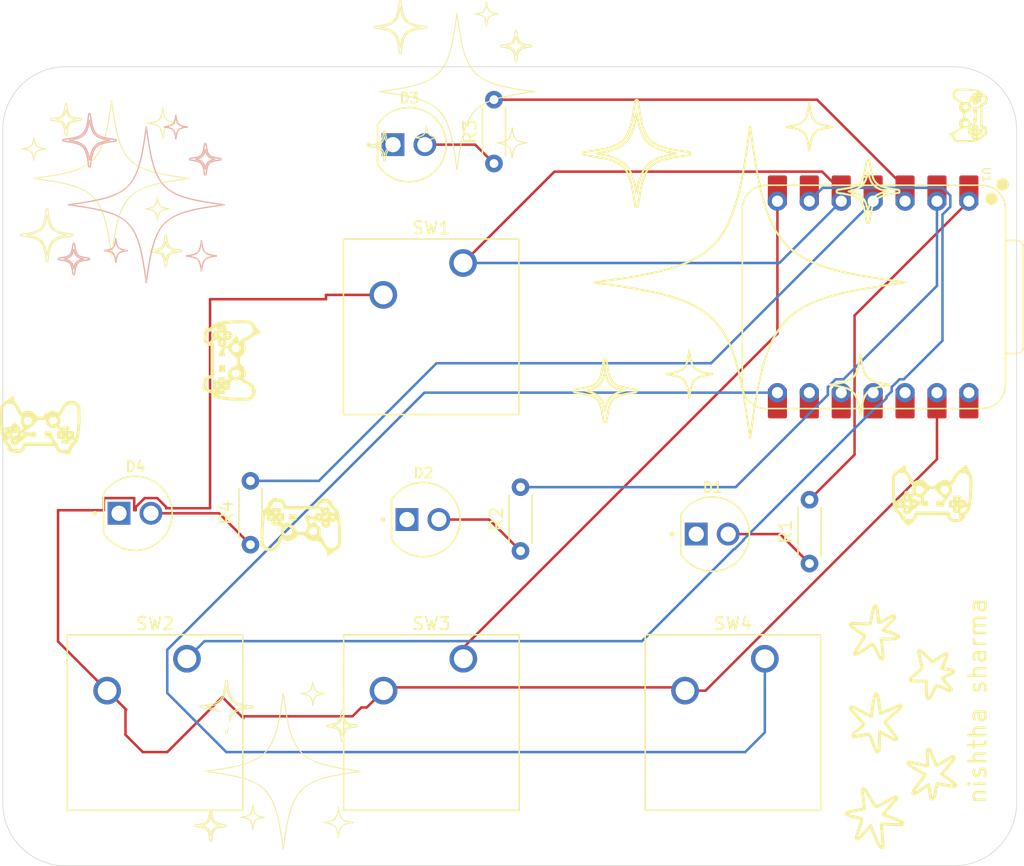
<source format=kicad_pcb>
(kicad_pcb (version 20241229) (generator "pcbnew") (generator_version "9.0")
  (layers (0 "F.Cu" signal) (2 "B.Cu" signal) (13 "F.Paste" user) (15 "B.Paste" user) (5 "F.SilkS" user "F.Silkscreen") (7 "B.SilkS" user "B.Silkscreen") (1 "F.Mask" user) (3 "B.Mask" user) (25 "Edge.Cuts" user))
  (net 0 "")
  (net 1 "Net-(D1-PadA)")
  (net 2 "led1")
  (net 3 "led2")
  (net 4 "Net-(D2-PadA)")
  (net 5 "Net-(D3-PadA)")
  (net 6 "led3")
  (net 7 "Net-(D4-PadA)")
  (net 8 "led4")
  (net 9 "GND")
  (net 10 "s1")
  (net 11 "sw2")
  (net 12 "sw3")
  (net 13 "sw4")
  (footprint "Button_Switch_Keyboard:SW_Cherry_MX_1.00u_PCB" (layer "F.Cu") (at 87.06 127.42)
    (property "Reference" "SW3")
    (property "Value" "SW_Push")
  )
  (footprint "Button_Switch_Keyboard:SW_Cherry_MX_1.00u_PCB" (layer "F.Cu") (at 65.06 127.42)
    (property "Reference" "SW2")
    (property "Value" "SW_Push")
  )
  (footprint "Resistor_THT:R_Axial_DIN0204_L3.6mm_D1.6mm_P5.08mm_Horizontal" (layer "F.Cu") (at 114.615 119.842447 90)
    (property "Reference" "R1")
    (property "Value" "R")
  )
  (footprint "footprints:XIAO-RP2040-DIP" (layer "F.Cu") (at 119.68 98.62 -90)
    (property "Reference" "U1")
    (property "Value" "XIAO-RP2040-DIP")
  )
  (footprint "Resistor_THT:R_Axial_DIN0204_L3.6mm_D1.6mm_P5.08mm_Horizontal" (layer "F.Cu") (at 91.615 118.842447 90)
    (property "Reference" "R2")
    (property "Value" "R")
  )
  (footprint "Button_Switch_Keyboard:SW_Cherry_MX_1.00u_PCB" (layer "F.Cu") (at 111.06 127.42)
    (property "Reference" "SW4")
    (property "Value" "SW_Push")
  )
  (footprint "Resistor_THT:R_Axial_DIN0204_L3.6mm_D1.6mm_P5.08mm_Horizontal" (layer "F.Cu") (at 70.115 118.342447 90)
    (property "Reference" "R4")
    (property "Value" "R")
  )
  (footprint "Button_Switch_Keyboard:SW_Cherry_MX_1.00u_PCB" (layer "F.Cu") (at 87.04 95.92)
    (property "Reference" "SW1")
    (property "Value" "SW_Push")
  )
  (footprint "footprints:LEDRD254W57D500H1070" (layer "F.Cu") (at 83.845 116.342447)
    (property "Reference" "D2")
    (property "Value" "L08R5000Q1")
  )
  (footprint "footprints:LEDRD254W57D500H1070" (layer "F.Cu") (at 60.925 115.842447)
    (property "Reference" "D4")
    (property "Value" "L08R5000Q1")
  )
  (footprint "Resistor_THT:R_Axial_DIN0204_L3.6mm_D1.6mm_P5.08mm_Horizontal" (layer "F.Cu") (at 89.5 88 90)
    (property "Reference" "R3")
    (property "Value" "R")
  )
  (footprint "footprints:LEDRD254W57D500H1070" (layer "F.Cu") (at 82.73 86.5)
    (property "Reference" "D3")
    (property "Value" "L08R5000Q1")
  )
  (footprint "footprints:LEDRD254W57D500H1070" (layer "F.Cu") (at 106.87 117.5)
    (property "Reference" "D1")
    (property "Value" "L08R5000Q1")
  )
  (gr_line (start 70.354613 140.651846) (end 70.39304 140.503922) (stroke (width 0.08)) (layer "F.SilkS"))
  (gr_line (start 121.870701 115.89247) (end 121.904525 115.945766) (stroke (width 0.24)) (layer "F.SilkS"))
  (gr_line (start 58.364196 86.430377) (end 58.292484 86.61378) (stroke (width 0.08)) (layer "F.SilkS"))
  (gr_line (start 118.818829 132.788457) (end 118.671736 132.913755) (stroke (width 0.24)) (layer "F.SilkS"))
  (gr_line (start 99.650033 86.58194) (end 99.830011 86.449233) (stroke (width 0.16)) (layer "F.SilkS"))
  (gr_arc (start 120.039483 130.373353) (mid 120.070802 130.503506) (end 120.094934 130.635765) (stroke (width 0.24)) (layer "F.SilkS"))
  (gr_line (start 72.11014 116.238803) (end 72.063697 116.264753) (stroke (width 0.24)) (layer "F.SilkS"))
  (gr_line (start 55.134079 109.424729) (end 55.214725 109.505374) (stroke (width 0.24)) (layer "F.SilkS"))
  (gr_line (start 124.187868 137.989949) (end 124.222892 138.201714) (stroke (width 0.24)) (layer "F.SilkS"))
  (gr_line (start 90.66147 86.055859) (end 90.625072 86.091043) (stroke (width 0.08)) (layer "F.SilkS"))
  (gr_line (start 91.165608 78.175781) (end 91.195976 78.092878) (stroke (width 0.08)) (layer "F.SilkS"))
  (gr_line (start 126.510545 85.317972) (end 126.577846 85.291166) (stroke (width 0.16)) (layer "F.SilkS"))
  (gr_line (start 54.942763 110.882872) (end 55.04746 110.91626) (stroke (width 0.24)) (layer "F.SilkS"))
  (gr_line (start 67.870536 140.804616) (end 68.025257 140.780538) (stroke (width 0.08)) (layer "F.SilkS"))
  (gr_line (start 68.563884 100.617766) (end 67.972487 100.674379) (stroke (width 0.24)) (layer "F.SilkS"))
  (gr_line (start 128.200866 85.368438) (end 128.254053 85.426573) (stroke (width 0.16)) (layer "F.SilkS"))
  (gr_line (start 67.790217 131.932895) (end 67.838823 132.016173) (stroke (width 0.08)) (layer "F.SilkS"))
  (gr_line (start 127.661915 85.965101) (end 127.641564 85.922403) (stroke (width 0.16)) (layer "F.SilkS"))
  (gr_line (start 73.394246 117.850007) (end 73.522177 117.781718) (stroke (width 0.24)) (layer "F.SilkS"))
  (gr_line (start 119.529182 105.244638) (end 119.364487 105.13694) (stroke (width 0.16)) (layer "F.SilkS"))
  (gr_line (start 128.176421 82.848531) (end 128.18264 82.980054) (stroke (width 0.16)) (layer "F.SilkS"))
  (gr_line (start 83.622476 77.152238) (end 83.627754 77.155055) (stroke (width 0.08)) (layer "F.SilkS"))
  (gr_line (start 126.558733 114.534944) (end 126.55376 114.684487) (stroke (width 0.24)) (layer "F.SilkS"))
  (gr_line (start 52.488572 108.052231) (end 52.60954 108.091801) (stroke (width 0.24)) (layer "F.SilkS"))
  (gr_line (start 127.911977 82.769696) (end 127.887927 82.809588) (stroke (width 0.16)) (layer "F.SilkS"))
  (gr_line (start 54.079751 92.753988) (end 54.111717 92.843674) (stroke (width 0.08)) (layer "F.SilkS"))
  (gr_line (start 55.201284 109.725857) (end 55.165585 109.756745) (stroke (width 0.24)) (layer "F.SilkS"))
  (gr_line (start 67.934604 100.912843) (end 67.992348 100.944586) (stroke (width 0.24)) (layer "F.SilkS"))
  (gr_line (start 120.35424 126.06105) (end 120.313391 125.8515) (stroke (width 0.24)) (layer "F.SilkS"))
  (gr_line (start 126.21277 115.334047) (end 126.258357 115.282202) (stroke (width 0.24)) (layer "F.SilkS"))
  (gr_line (start 70.336967 131.234779) (end 70.32589 131.215228) (stroke (width 0.08)) (layer "F.SilkS"))
  (gr_line (start 122.237391 112.567192) (end 122.199679 112.553361) (stroke (width 0.24)) (layer "F.SilkS"))
  (gr_line (start 53.707979 108.268816) (end 53.38677 108.268816) (stroke (width 0.24)) (layer "F.SilkS"))
  (gr_line (start 83.216626 85.933845) (end 83.228791 85.938591) (stroke (width 0.08)) (layer "F.SilkS"))
  (gr_line (start 126.723517 116.288813) (end 126.699915 116.312415) (stroke (width 0.24)) (layer "F.SilkS"))
  (gr_line (start 108.498824 102.992019) (end 108.677449 103.511629) (stroke (width 0.16)) (layer "F.SilkS"))
  (gr_line (start 75.880546 116.712134) (end 75.867479 116.658921) (stroke (width 0.24)) (layer "F.SilkS"))
  (gr_line (start 121.760191 114.845777) (end 121.71555 114.86235) (stroke (width 0.24)) (layer "F.SilkS"))
  (gr_line (start 123.115673 114.349577) (end 123.021673 114.264289) (stroke (width 0.24)) (layer "F.SilkS"))
  (gr_line (start 77.688495 132.358761) (end 77.646848 132.289205) (stroke (width 0.08)) (layer "F.SilkS"))
  (gr_line (start 107.389406 100.920138) (end 107.519023 101.092112) (stroke (width 0.16)) (layer "F.SilkS"))
  (gr_line (start 99.018457 87.806096) (end 99.202145 87.884052) (stroke (width 0.16)) (layer "F.SilkS"))
  (gr_line (start 52.821996 86.186074) (end 52.789239 86.32577) (stroke (width 0.08)) (layer "F.SilkS"))
  (gr_line (start 62.068033 91.560101) (end 61.782639 91.608594) (stroke (width 0.08)) (layer "F.SilkS"))
  (gr_line (start 63.736412 84.917478) (end 63.832584 84.890155) (stroke (width 0.08)) (layer "F.SilkS"))
  (gr_line (start 63.884458 95.169671) (end 63.952865 95.143706) (stroke (width 0.08)) (layer "F.SilkS"))
  (gr_line (start 127.434807 112.893576) (end 127.394162 112.812931) (stroke (width 0.24)) (layer "F.SilkS"))
  (gr_line (start 117.857518 105.206786) (end 117.758517 105.261376) (stroke (width 0.16)) (layer "F.SilkS"))
  (gr_line (start 68.025257 140.780538) (end 68.152959 140.758925) (stroke (width 0.08)) (layer "F.SilkS"))
  (gr_line (start 55.591068 109.048385) (end 55.591068 109.188224) (stroke (width 0.24)) (layer "F.SilkS"))
  (gr_line (start 87.426934 84.620108) (end 87.518422 84.442586) (stroke (width 0.08)) (layer "F.SilkS"))
  (gr_line (start 54.744295 108.786343) (end 54.794967 108.714918) (stroke (width 0.24)) (layer "F.SilkS"))
  (gr_line (start 81.722291 77.757194) (end 81.677176 77.693511) (stroke (width 0.08)) (layer "F.SilkS"))
  (gr_line (start 81.749095 76.508703) (end 81.809095 76.39555) (stroke (width 0.08)) (layer "F.SilkS"))
  (gr_line (start 69.229206 103.318004) (end 69.303131 103.274079) (stroke (width 0.24)) (layer "F.SilkS"))
  (gr_line (start 53.931278 92.115948) (end 53.936046 92.138844) (stroke (width 0.08)) (layer "F.SilkS"))
  (gr_line (start 82.010447 86.54913) (end 81.987134 86.540671) (stroke (width 0.08)) (layer "F.SilkS"))
  (gr_line (start 77.467568 132.176871) (end 77.501922 132.27482) (stroke (width 0.08)) (layer "F.SilkS"))
  (gr_line (start 117.742901 98.206248) (end 118.69585 98.018644) (stroke (width 0.16)) (layer "F.SilkS"))
  (gr_arc (start 119.951248 139.185614) (mid 119.900514 139.167082) (end 119.857876 139.133922) (stroke (width 0.24)) (layer "F.SilkS"))
  (gr_line (start 55.589419 109.456993) (end 55.633319 109.43691) (stroke (width 0.24)) (layer "F.SilkS"))
  (gr_line (start 67.804154 102.990074) (end 67.759154 103.124483) (stroke (width 0.24)) (layer "F.SilkS"))
  (gr_line (start 62.712464 92.512629) (end 62.717835 92.477339) (stroke (width 0.08)) (layer "F.SilkS"))
  (gr_line (start 126.548275 114.764415) (end 126.535228 114.820902) (stroke (width 0.24)) (layer "F.SilkS"))
  (gr_line (start 122.039166 114.97565) (end 122.057692 115.035973) (stroke (width 0.24)) (layer "F.SilkS"))
  (gr_line (start 97.859924 105.634517) (end 97.931718 105.557735) (stroke (width 0.16)) (layer "F.SilkS"))
  (gr_line (start 56.103595 84.648547) (end 56.212802 84.623341) (stroke (width 0.08)) (layer "F.SilkS"))
  (gr_line (start 121.052048 105.619306) (end 121.04013 105.614364) (stroke (width 0.16)) (layer "F.SilkS"))
  (gr_line (start 76.298971 114.862209) (end 76.366176 114.888258) (stroke (width 0.24)) (layer "F.SilkS"))
  (gr_arc (start 121.381436 124.039871) (mid 121.400979 124.12838) (end 121.365178 124.210989) (stroke (width 0.24)) (layer "F.SilkS"))
  (gr_line (start 69.262808 104.085879) (end 69.141841 104.015718) (stroke (width 0.24)) (layer "F.SilkS"))
  (gr_line (start 125.41896 136.245078) (end 125.610822 136.02221) (stroke (width 0.24)) (layer "F.SilkS"))
  (gr_line (start 125.204702 115.072578) (end 125.204702 115.193546) (stroke (width 0.24)) (layer "F.SilkS"))
  (gr_line (start 73.516378 117.101665) (end 73.846454 117.402544) (stroke (width 0.24)) (layer "F.SilkS"))
  (gr_line (start 80.903318 86.996983) (end 80.871743 87.063844) (stroke (width 0.08)) (layer "F.SilkS"))
  (gr_line (start 62.497845 91.365223) (end 62.466955 91.39679) (stroke (width 0.08)) (layer "F.SilkS"))
  (gr_line (start 69.134287 103.687358) (end 69.126733 103.359026) (stroke (width 0.24)) (layer "F.SilkS"))
  (gr_line (start 66.356604 131.160228) (end 66.143378 131.18763) (stroke (width 0.08)) (layer "F.SilkS"))
  (gr_line (start 55.56916 109.184487) (end 55.563675 109.264415) (stroke (width 0.24)) (layer "F.SilkS"))
  (gr_line (start 126.583484 115.265156) (end 126.596108 115.275767) (stroke (width 0.24)) (layer "F.SilkS"))
  (gr_line (start 122.351917 115.806455) (end 122.306408 115.793881) (stroke (width 0.24)) (layer "F.SilkS"))
  (gr_line (start 127.786529 83.867149) (end 127.705884 83.867149) (stroke (width 0.16)) (layer "F.SilkS"))
  (gr_line (start 101.76659 88.075092) (end 101.613954 88.240435) (stroke (width 0.16)) (layer "F.SilkS"))
  (gr_line (start 127.134604 83.202121) (end 127.185257 83.220396) (stroke (width 0.16)) (layer "F.SilkS"))
  (gr_line (start 122.138837 115.533955) (end 122.153493 115.469967) (stroke (width 0.24)) (layer "F.SilkS"))
  (gr_line (start 68.839049 106.764189) (end 69.407996 106.769693) (stroke (width 0.24)) (layer "F.SilkS"))
  (gr_line (start 52.898125 93.577234) (end 53.002266 93.544882) (stroke (width 0.08)) (layer "F.SilkS"))
  (gr_line (start 77.593647 140.295663) (end 77.545862 140.272017) (stroke (width 0.08)) (layer "F.SilkS"))
  (gr_line (start 67.918724 105.511093) (end 67.999369 105.430447) (stroke (width 0.24)) (layer "F.SilkS"))
  (gr_line (start 68.547929 130.435052) (end 68.508798 130.342535) (stroke (width 0.08)) (layer "F.SilkS"))
  (gr_line (start 125.256925 114.951611) (end 125.779567 114.214918) (stroke (width 0.24)) (layer "F.SilkS"))
  (gr_line (start 83.809043 81.584799) (end 83.566733 81.669201) (stroke (width 0.08)) (layer "F.SilkS"))
  (gr_arc (start 121.699327 125.694269) (mid 121.643027 125.745949) (end 121.573994 125.778731) (stroke (width 0.24)) (layer "F.SilkS"))
  (gr_line (start 88.544059 75.962702) (end 88.44291 76.002098) (stroke (width 0.08)) (layer "F.SilkS"))
  (gr_line (start 69.007561 104.251612) (end 69.07883 104.267858) (stroke (width 0.24)) (layer "F.SilkS"))
  (gr_line (start 54.215398 109.579299) (end 54.220102 109.451611) (stroke (width 0.24)) (layer "F.SilkS"))
  (gr_line (start 63.079389 85.672587) (end 63.111544 85.870932) (stroke (width 0.08)) (layer "F.SilkS"))
  (gr_line (start 125.917067 113.466236) (end 125.893465 113.489838) (stroke (width 0.24)) (layer "F.SilkS"))
  (gr_line (start 128.483894 82.569194) (end 128.560973 82.58794) (stroke (width 0.16)) (layer "F.SilkS"))
  (gr_line (start 51.638967 107.587483) (end 51.607068 107.517904) (stroke (width 0.24)) (layer "F.SilkS"))
  (gr_line (start 69.464421 105.208512) (end 69.526007 105.282598) (stroke (width 0.24)) (layer "F.SilkS"))
  (gr_line (start 71.204394 140.036334) (end 71.212264 140.032064) (stroke (width 0.08)) (layer "F.SilkS"))
  (gr_line (start 55.918112 107.011808) (end 55.822734 107.005969) (stroke (width 0.24)) (layer "F.SilkS"))
  (gr_line (start 55.93018 109.411288) (end 55.920476 109.58532) (stroke (width 0.24)) (layer "F.SilkS"))
  (gr_line (start 99.690499 106.054332) (end 99.878671 106.101949) (stroke (width 0.16)) (layer "F.SilkS"))
  (gr_line (start 68.464852 101.5072) (end 68.50829 101.525893) (stroke (width 0.24)) (layer "F.SilkS"))
  (gr_line (start 80.284544 86.385131) (end 80.207054 86.414946) (stroke (width 0.08)) (layer "F.SilkS"))
  (gr_line (start 63.610166 94.724614) (end 63.656884 94.765467) (stroke (width 0.08)) (layer "F.SilkS"))
  (gr_line (start 68.064433 101.236952) (end 68.080014 101.187926) (stroke (width 0.24)) (layer "F.SilkS"))
  (gr_line (start 100.860856 90.37335) (end 100.8523 90.358334) (stroke (width 0.16)) (layer "F.SilkS"))
  (gr_line (start 103.990488 87.486437) (end 104.627768 87.388767) (stroke (width 0.16)) (layer "F.SilkS"))
  (gr_line (start 68.792298 105.13034) (end 68.776129 105.110639) (stroke (width 0.24)) (layer "F.SilkS"))
  (gr_line (start 54.779516 110.745308) (end 54.797897 110.776636) (stroke (width 0.24)) (layer "F.SilkS"))
  (gr_line (start 70.79095 140.118825) (end 70.886507 140.093742) (stroke (width 0.08)) (layer "F.SilkS"))
  (gr_arc (start 119.364125 133.430271) (mid 119.382395 133.435085) (end 119.394263 133.449727) (stroke (width 0.24)) (layer "F.SilkS"))
  (gr_line (start 91.722645 78.57376) (end 91.784696 78.596822) (stroke (width 0.08)) (layer "F.SilkS"))
  (gr_line (start 55.457234 107.139981) (end 55.37695 107.2249) (stroke (width 0.24)) (layer "F.SilkS"))
  (gr_line (start 118.224252 133.617332) (end 118.389499 133.589512) (stroke (width 0.24)) (layer "F.SilkS"))
  (gr_line (start 61.149519 90.189554) (end 61.355677 90.079207) (stroke (width 0.08)) (layer "F.SilkS"))
  (gr_line (start 66.377054 140.514946) (end 66.285614 140.542087) (stroke (width 0.08)) (layer "F.SilkS"))
  (gr_line (start 123.695995 115.029137) (end 123.877446 114.961799) (stroke (width 0.24)) (layer "F.SilkS"))
  (gr_line (start 76.324136 116.637331) (end 76.319409 116.710967) (stroke (width 0.24)) (layer "F.SilkS"))
  (gr_line (start 54.209943 94.359459) (end 54.169069 94.435132) (stroke (width 0.08)) (layer "F.SilkS"))
  (gr_line (start 81.537166 82.45575) (end 82.015122 82.534851) (stroke (width 0.08)) (layer "F.SilkS"))
  (gr_line (start 53.172618 86.995026) (end 53.212881 86.972426) (stroke (width 0.08)) (layer "F.SilkS"))
  (gr_line (start 84.171571 77.154834) (end 84.166967 77.134779) (stroke (width 0.08)) (layer "F.SilkS"))
  (gr_line (start 74.536083 130.264925) (end 74.656852 130.301739) (stroke (width 0.08)) (layer "F.SilkS"))
  (gr_line (start 79.882794 86.491078) (end 79.737366 86.514293) (stroke (width 0.08)) (layer "F.SilkS"))
  (gr_line (start 69.297184 104.09081) (end 69.586944 104.510764) (stroke (width 0.24)) (layer "F.SilkS"))
  (gr_line (start 104.82424 103.930933) (end 104.773743 104.050058) (stroke (width 0.16)) (layer "F.SilkS"))
  (gr_line (start 81.135221 77.322253) (end 81.039056 77.289733) (stroke (width 0.08)) (layer "F.SilkS"))
  (gr_line (start 67.169254 136.476762) (end 67.707166 136.55575) (stroke (width 0.08)) (layer "F.SilkS"))
  (gr_line (start 52.576466 93.881939) (end 52.711103 93.911928) (stroke (width 0.08)) (layer "F.SilkS"))
  (gr_line (start 66.667284 140.322777) (end 66.623557 140.372823) (stroke (width 0.08)) (layer "F.SilkS"))
  (gr_line (start 126.666459 85.229155) (end 126.693341 85.202273) (stroke (width 0.16)) (layer "F.SilkS"))
  (gr_line (start 52.676905 107.822951) (end 52.881878 108.0175) (stroke (width 0.24)) (layer "F.SilkS"))
  (gr_line (start 76.285531 114.836161) (end 76.27839 114.843812) (stroke (width 0.24)) (layer "F.SilkS"))
  (gr_line (start 116.750421 105.698082) (end 117.069221 105.757773) (stroke (width 0.16)) (layer "F.SilkS"))
  (gr_line (start 123.139241 114.373654) (end 123.115673 114.349577) (stroke (width 0.24)) (layer "F.SilkS"))
  (gr_line (start 73.459846 116.993621) (end 73.487362 117.053066) (stroke (width 0.24)) (layer "F.SilkS"))
  (gr_line (start 77.024777 115.803068) (end 77.043174 115.823649) (stroke (width 0.24)) (layer "F.SilkS"))
  (gr_line (start 118.095006 90.578953) (end 118.260757 90.640763) (stroke (width 0.16)) (layer "F.SilkS"))
  (gr_line (start 118.768556 89.778178) (end 118.873548 89.667133) (stroke (width 0.16)) (layer "F.SilkS"))
  (gr_line (start 127.32345 84.678322) (end 127.309362 84.663241) (stroke (width 0.16)) (layer "F.SilkS"))
  (gr_line (start 72.239837 116.340702) (end 72.28016 116.381024) (stroke (width 0.24)) (layer "F.SilkS"))
  (gr_arc (start 125.228138 128.992676) (mid 125.220887 128.972801) (end 125.222977 128.951769) (stroke (width 0.24)) (layer "F.SilkS"))
  (gr_line (start 54.700021 110.501582) (end 54.7315 110.619968) (stroke (width 0.24)) (layer "F.SilkS"))
  (gr_line (start 67.950302 105.740996) (end 68.008966 105.803054) (stroke (width 0.24)) (layer "F.SilkS"))
  (gr_line (start 68.397683 101.924147) (end 68.34447 101.937214) (stroke (width 0.24)) (layer "F.SilkS"))
  (gr_line (start 70.39304 140.503922) (end 70.415032 140.441477) (stroke (width 0.08)) (layer "F.SilkS"))
  (gr_line (start 71.944531 115.889908) (end 71.948981 115.861442) (stroke (width 0.24)) (layer "F.SilkS"))
  (gr_line (start 77.280649 139.982756) (end 77.23635 139.869444) (stroke (width 0.08)) (layer "F.SilkS"))
  (gr_line (start 51.800751 107.892473) (end 51.841073 107.932795) (stroke (width 0.24)) (layer "F.SilkS"))
  (gr_line (start 80.621165 87.25586) (end 80.642552 87.341847) (stroke (width 0.08)) (layer "F.SilkS"))
  (gr_line (start 55.63638 110.850464) (end 55.703161 110.796988) (stroke (width 0.24)) (layer "F.SilkS"))
  (gr_line (start 55.4072 93.679927) (end 55.510246 93.69972) (stroke (width 0.08)) (layer "F.SilkS"))
  (gr_line (start 76.352735 114.862209) (end 76.285531 114.836161) (stroke (width 0.24)) (layer "F.SilkS"))
  (gr_line (start 62.65341 94.815709) (end 62.499035 94.847202) (stroke (width 0.08)) (layer "F.SilkS"))
  (gr_arc (start 117.521975 139.774263) (mid 117.523916 139.755866) (end 117.534347 139.740578) (stroke (width 0.24)) (layer "F.SilkS"))
  (gr_line (start 89.152592 76.301742) (end 89.186242 76.274506) (stroke (width 0.08)) (layer "F.SilkS"))
  (gr_line (start 63.65002 91.609472) (end 63.507099 91.588693) (stroke (width 0.08)) (layer "F.SilkS"))
  (gr_line (start 99.370591 87.969181) (end 99.524758 88.06331) (stroke (width 0.16)) (layer "F.SilkS"))
  (gr_line (start 128.63209 85.680971) (end 128.655636 85.6231) (stroke (width 0.16)) (layer "F.SilkS"))
  (gr_line (start 121.978437 116.146387) (end 121.962273 116.123982) (stroke (width 0.24)) (layer "F.SilkS"))
  (gr_line (start 122.119609 116.357943) (end 122.525616 116.720866) (stroke (width 0.24)) (layer "F.SilkS"))
  (gr_line (start 52.711103 93.911928) (end 52.831093 93.943447) (stroke (width 0.08)) (layer "F.SilkS"))
  (gr_line (start 118.859348 89.192856) (end 118.802746 89.312807) (stroke (width 0.16)) (layer "F.SilkS"))
  (gr_line (start 125.621666 128.261147) (end 125.444801 128.234353) (stroke (width 0.24)) (layer "F.SilkS"))
  (gr_line (start 50.426099 107.248176) (end 50.366694 107.341398) (stroke (width 0.24)) (layer "F.SilkS"))
  (gr_line (start 76.89185 116.249055) (end 76.860107 116.306799) (stroke (width 0.24)) (layer "F.SilkS"))
  (gr_line (start 122.617081 115.623105) (end 122.620485 115.55868) (stroke (width 0.24)) (layer "F.SilkS"))
  (gr_line (start 62.632494 94.955041) (end 62.75934 94.920919) (stroke (width 0.08)) (layer "F.SilkS"))
  (gr_line (start 125.559917 113.333871) (end 125.490998 113.320076) (stroke (width 0.24)) (layer "F.SilkS"))
  (gr_line (start 128.009269 85.382572) (end 128.043635 85.358034) (stroke (width 0.16)) (layer "F.SilkS"))
  (gr_line (start 56.409562 107.312931) (end 56.38097 107.281953) (stroke (width 0.24)) (layer "F.SilkS"))
  (gr_line (start 81.026218 86.159301) (end 81.00291 86.113949) (stroke (width 0.08)) (layer "F.SilkS"))
  (gr_line (start 77.854727 133.006727) (end 77.921984 132.972168) (stroke (width 0.08)) (layer "F.SilkS"))
  (gr_line (start 127.618745 82.729236) (end 127.648651 82.745942) (stroke (width 0.16)) (layer "F.SilkS"))
  (gr_line (start 54.163922 92.595589) (end 54.114603 92.390684) (stroke (width 0.08)) (layer "F.SilkS"))
  (gr_line (start 99.993695 86.295315) (end 100.141951 86.118726) (stroke (width 0.16)) (layer "F.SilkS"))
  (gr_line (start 70.03811 100.642221) (end 70.085925 100.66239) (stroke (width 0.24)) (layer "F.SilkS"))
  (gr_line (start 70.366221 100.968088) (end 70.799428 101.471277) (stroke (width 0.24)) (layer "F.SilkS"))
  (gr_line (start 71.572983 116.132369) (end 71.578145 116.327261) (stroke (width 0.24)) (layer "F.SilkS"))
  (gr_line (start 67.39417 131.457332) (end 67.305221 131.422253) (stroke (width 0.08)) (layer "F.SilkS"))
  (gr_line (start 55.329482 109.455723) (end 55.274372 109.434941) (stroke (width 0.24)) (layer "F.SilkS"))
  (gr_line (start 90.919232 78.986292) (end 90.963074 79.036168) (stroke (width 0.08)) (layer "F.SilkS"))
  (gr_line (start 122.845512 115.301072) (end 122.838145 115.286339) (stroke (width 0.24)) (layer "F.SilkS"))
  (gr_line (start 98.878368 97.272147) (end 97.867222 97.409989) (stroke (width 0.16)) (layer "F.SilkS"))
  (gr_line (start 55.587247 109.261318) (end 55.584133 109.179917) (stroke (width 0.24)) (layer "F.SilkS"))
  (gr_line (start 127.938859 85.807828) (end 127.985499 85.819035) (stroke (width 0.16)) (layer "F.SilkS"))
  (gr_line (start 66.543242 105.196926) (end 66.4 105.8) (stroke (width 0.24)) (layer "F.SilkS"))
  (gr_line (start 127.757569 84.622059) (end 127.712676 84.501091) (stroke (width 0.16)) (layer "F.SilkS"))
  (gr_line (start 82.57127 77.689407) (end 82.638693 77.628443) (stroke (width 0.08)) (layer "F.SilkS"))
  (gr_line (start 81.983662 79.246519) (end 81.991879 79.267286) (stroke (width 0.08)) (layer "F.SilkS"))
  (gr_line (start 54.532117 93.231467) (end 54.46328 93.17015) (stroke (width 0.08)) (layer "F.SilkS"))
  (gr_line (start 127.274592 115.489244) (end 127.282656 115.435481) (stroke (width 0.24)) (layer "F.SilkS"))
  (gr_line (start 50.910998 109.353949) (end 50.971985 109.381354) (stroke (width 0.24)) (layer "F.SilkS"))
  (gr_line (start 123.942631 113.616731) (end 123.88381 113.542674) (stroke (width 0.24)) (layer "F.SilkS"))
  (gr_line (start 62.57306 95.086304) (end 62.68826 95.112168) (stroke (width 0.08)) (layer "F.SilkS"))
  (gr_line (start 70.708826 140.146765) (end 70.79095 140.118825) (stroke (width 0.08)) (layer "F.SilkS"))
  (gr_line (start 67.741735 104.328298) (end 67.73945 104.503029) (stroke (width 0.24)) (layer "F.SilkS"))
  (gr_line (start 103.478928 87.582064) (end 103.990488 87.486437) (stroke (width 0.16)) (layer "F.SilkS"))
  (gr_line (start 73.839768 134.475117) (end 73.748631 134.331048) (stroke (width 0.08)) (layer "F.SilkS"))
  (gr_line (start 74.917142 116.861501) (end 74.902301 116.843717) (stroke (width 0.24)) (layer "F.SilkS"))
  (gr_line (start 117.960313 90.16439) (end 118.166884 90.104634) (stroke (width 0.16)) (layer "F.SilkS"))
  (gr_line (start 76.784692 132.79139) (end 76.703847 132.772269) (stroke (width 0.08)) (layer "F.SilkS"))
  (gr_line (start 56.356047 84.388224) (end 56.225429 84.364356) (stroke (width 0.08)) (layer "F.SilkS"))
  (gr_line (start 67.729928 130.65839) (end 67.677631 130.717301) (stroke (width 0.08)) (layer "F.SilkS"))
  (gr_arc (start 120.291593 142.424981) (mid 120.22952 142.370844) (end 120.178813 142.305939) (stroke (width 0.24)) (layer "F.SilkS"))
  (gr_line (start 63.208087 95.282536) (end 63.175971 95.239526) (stroke (width 0.08)) (layer "F.SilkS"))
  (gr_line (start 55.584133 109.179917) (end 55.574133 109.034944) (stroke (width 0.24)) (layer "F.SilkS"))
  (gr_line (start 125.702013 114.304568) (end 125.607927 114.359165) (stroke (width 0.24)) (layer "F.SilkS"))
  (gr_line (start 63.620426 94.523721) (end 63.586229 94.457158) (stroke (width 0.08)) (layer "F.SilkS"))
  (gr_line (start 63.24111 95.733218) (end 63.264951 95.858626) (stroke (width 0.08)) (layer "F.SilkS"))
  (gr_line (start 69.559696 102.897622) (end 69.571948 102.674322) (stroke (width 0.24)) (layer "F.SilkS"))
  (gr_arc (start 124.750975 135.9099) (mid 124.733698 135.904948) (end 124.720868 135.890059) (stroke (width 0.24)) (layer "F.SilkS"))
  (gr_line (start 56.007937 107.02844) (end 55.918112 107.011808) (stroke (width 0.24)) (layer "F.SilkS"))
  (gr_line (start 125.782497 116.276636) (end 125.832497 116.338181) (stroke (width 0.24)) (layer "F.SilkS"))
  (gr_line (start 100.846497 106.0584) (end 100.82401 106.019816) (stroke (width 0.16)) (layer "F.SilkS"))
  (gr_line (start 71.099839 118.397151) (end 71.070823 118.348552) (stroke (width 0.24)) (layer "F.SilkS"))
  (gr_line (start 119.831199 130.256595) (end 119.756632 130.536782) (stroke (width 0.24)) (layer "F.SilkS"))
  (gr_line (start 80.890737 86.176768) (end 80.919926 86.232226) (stroke (width 0.08)) (layer "F.SilkS"))
  (gr_line (start 63.80009 84.697545) (end 63.713507 84.671767) (stroke (width 0.08)) (layer "F.SilkS"))
  (gr_line (start 128.613087 82.619445) (end 128.628822 82.63518) (stroke (width 0.16)) (layer "F.SilkS"))
  (gr_line (start 55.502738 93.703998) (end 55.47236 93.712129) (stroke (width 0.08)) (layer "F.SilkS"))
  (gr_line (start 63.189609 94.378444) (end 63.145155 94.487013) (stroke (width 0.08)) (layer "F.SilkS"))
  (gr_line (start 51.349249 109.839386) (end 51.630311 110.00459) (stroke (width 0.24)) (layer "F.SilkS"))
  (gr_line (start 76.025021 136.905132) (end 76.223296 136.852579) (stroke (width 0.08)) (layer "F.SilkS"))
  (gr_line (start 51.21426 109.901943) (end 51.171959 109.975778) (stroke (width 0.24)) (layer "F.SilkS"))
  (gr_line (start 126.172443 114.69024) (end 126.172443 114.548385) (stroke (width 0.24)) (layer "F.SilkS"))
  (gr_line (start 67.693859 101.315587) (end 67.658681 101.282914) (stroke (width 0.24)) (layer "F.SilkS"))
  (gr_line (start 55.866861 84.739891) (end 55.933085 84.705992) (stroke (width 0.08)) (layer "F.SilkS"))
  (gr_line (start 67.366816 101.451958) (end 67.304451 101.460587) (stroke (width 0.24)) (layer "F.SilkS"))
  (gr_line (start 75.746553 117.899839) (end 75.786391 118.000646) (stroke (width 0.24)) (layer "F.SilkS"))
  (gr_line (start 126.427819 112.624651) (end 126.387496 112.669678) (stroke (width 0.24)) (layer "F.SilkS"))
  (gr_line (start 127.705884 83.741701) (end 127.705884 83.616254) (stroke (width 0.16)) (layer "F.SilkS"))
  (gr_line (start 70.089377 105.592678) (end 69.786356 105.420743) (stroke (width 0.24)) (layer "F.SilkS"))
  (gr_line (start 70.310488 131.305513) (end 70.32589 131.294431) (stroke (width 0.08)) (layer "F.SilkS"))
  (gr_line (start 128.405866 85.047309) (end 128.297281 85.028187) (stroke (width 0.16)) (layer "F.SilkS"))
  (gr_line (start 126.768867 115.301072) (end 126.684596 115.298526) (stroke (width 0.24)) (layer "F.SilkS"))
  (gr_line (start 51.710321 109.527551) (end 51.699447 109.576375) (stroke (width 0.24)) (layer "F.SilkS"))
  (gr_line (start 66.538754 140.812941) (end 66.42618 140.766578) (stroke (width 0.08)) (layer "F.SilkS"))
  (gr_line (start 77.629629 140.60889) (end 77.749713 140.568466) (stroke (width 0.08)) (layer "F.SilkS"))
  (gr_line (start 114.523122 83.658138) (end 114.473222 83.911788) (stroke (width 0.16)) (layer "F.SilkS"))
  (gr_line (start 51.630719 109.157608) (end 51.638563 109.079326) (stroke (width 0.24)) (layer "F.SilkS"))
  (gr_line (start 123.101211 115.217363) (end 122.98664 115.378424) (stroke (width 0.24)) (layer "F.SilkS"))
  (gr_line (start 126.676313 116.336017) (end 126.699915 116.312415) (stroke (width 0.24)) (layer "F.SilkS"))
  (gr_line (start 67.365418 101.932253) (end 67.419508 101.926679) (stroke (width 0.24)) (layer "F.SilkS"))
  (gr_line (start 63.04356 94.632779) (end 63.010659 94.662516) (stroke (width 0.08)) (layer "F.SilkS"))
  (gr_line (start 64.570938 95.019884) (end 64.597108 95.009851) (stroke (width 0.08)) (layer "F.SilkS"))
  (gr_line (start 73.110424 117.715555) (end 73.02246 117.708785) (stroke (width 0.24)) (layer "F.SilkS"))
  (gr_line (start 126.110131 113.119624) (end 126.159002 113.016129) (stroke (width 0.24)) (layer "F.SilkS"))
  (gr_line (start 100.900444 90.167257) (end 100.860856 90.37335) (stroke (width 0.16)) (layer "F.SilkS"))
  (gr_line (start 66.573634 105.932748) (end 66.62711 105.999529) (stroke (width 0.24)) (layer "F.SilkS"))
  (gr_line (start 75.420689 117.847421) (end 75.493274 117.797823) (stroke (width 0.24)) (layer "F.SilkS"))
  (gr_line (start 126.711262 83.230949) (end 126.68438 83.257831) (stroke (width 0.16)) (layer "F.SilkS"))
  (gr_line (start 68.105024 105.872332) (end 68.058403 105.846281) (stroke (width 0.24)) (layer "F.SilkS"))
  (gr_line (start 62.982579 89.556039) (end 63.328336 89.486447) (stroke (width 0.08)) (layer "F.SilkS"))
  (gr_line (start 126.095773 85.932709) (end 126.118834 85.996336) (stroke (width 0.16)) (layer "F.SilkS"))
  (gr_line (start 127.963419 85.455051) (end 127.980029 85.419022) (stroke (width 0.16)) (layer "F.SilkS"))
  (gr_line (start 122.14019 115.557282) (end 122.148819 115.619647) (stroke (width 0.24)) (layer "F.SilkS"))
  (gr_line (start 72.583451 131.160016) (end 72.513899 131.602821) (stroke (width 0.08)) (layer "F.SilkS"))
  (gr_line (start 125.741072 113.712365) (end 125.798922 113.788494) (stroke (width 0.24)) (layer "F.SilkS"))
  (gr_line (start 56.679677 84.460469) (end 56.67045 84.449871) (stroke (width 0.08)) (layer "F.SilkS"))
  (gr_line (start 63.401355 95.616868) (end 63.373497 95.726259) (stroke (width 0.08)) (layer "F.SilkS"))
  (gr_line (start 70.257431 101.667012) (end 70.311194 101.613248) (stroke (width 0.24)) (layer "F.SilkS"))
  (gr_line (start 51.578466 109.230885) (end 51.545375 109.29239) (stroke (width 0.24)) (layer "F.SilkS"))
  (gr_line (start 51.15559 110.87634) (end 51.222794 110.902388) (stroke (width 0.24)) (layer "F.SilkS"))
  (gr_line (start 74.345105 130.161816) (end 74.177352 130.191282) (stroke (width 0.08)) (layer "F.SilkS"))
  (gr_line (start 52.828115 109.664944) (end 52.830889 109.660728) (stroke (width 0.24)) (layer "F.SilkS"))
  (gr_line (start 112.778031 85.090224) (end 112.785616 85.096103) (stroke (width 0.16)) (layer "F.SilkS"))
  (gr_line (start 68.700802 104.324643) (end 68.787406 104.276175) (stroke (width 0.24)) (layer "F.SilkS"))
  (gr_line (start 55.037547 107.774113) (end 54.98623 107.898091) (stroke (width 0.24)) (layer "F.SilkS"))
  (gr_line (start 98.058992 106.821261) (end 98.000623 106.730503) (stroke (width 0.16)) (layer "F.SilkS"))
  (gr_line (start 90.696781 78.466072) (end 90.6296 78.48815) (stroke (width 0.08)) (layer "F.SilkS"))
  (gr_line (start 76.981312 133.004453) (end 77.03982 133.042967) (stroke (width 0.08)) (layer "F.SilkS"))
  (gr_line (start 75.64037 117.75199) (end 75.596768 117.708388) (stroke (width 0.24)) (layer "F.SilkS"))
  (gr_line (start 67.823397 101.370767) (end 67.757547 101.35332) (stroke (width 0.24)) (layer "F.SilkS"))
  (gr_line (start 55.503146 109.418478) (end 55.505154 109.416718) (stroke (width 0.24)) (layer "F.SilkS"))
  (gr_line (start 73.186131 132.85706) (end 73.135883 132.64758) (stroke (width 0.08)) (layer "F.SilkS"))
  (gr_line (start 67.932343 102.024898) (end 67.896547 102.006689) (stroke (width 0.24)) (layer "F.SilkS"))
  (gr_line (start 59.067924 95.34002) (end 59.080438 95.252639) (stroke (width 0.08)) (layer "F.SilkS"))
  (gr_line (start 127.720675 82.799903) (end 127.681565 82.758531) (stroke (width 0.16)) (layer "F.SilkS"))
  (gr_line (start 71.567795 116.31382) (end 71.567795 116.125648) (stroke (width 0.24)) (layer "F.SilkS"))
  (gr_line (start 120.709134 139.913482) (end 120.511392 139.837461) (stroke (width 0.24)) (layer "F.SilkS"))
  (gr_line (start 119.044039 89.399122) (end 119.108674 89.252166) (stroke (width 0.16)) (layer "F.SilkS"))
  (gr_line (start 72.599393 114.867696) (end 72.655858 114.93272) (stroke (width 0.24)) (layer "F.SilkS"))
  (gr_line (start 76.236039 115.889842) (end 76.294065 115.836606) (stroke (width 0.24)) (layer "F.SilkS"))
  (gr_line (start 125.320793 127.09254) (end 125.132488 127.200364) (stroke (width 0.24)) (layer "F.SilkS"))
  (gr_line (start 123.690756 136.845342) (end 123.5343 137.058071) (stroke (width 0.24)) (layer "F.SilkS"))
  (gr_line (start 69.472623 135.849409) (end 69.180112 135.926824) (stroke (width 0.08)) (layer "F.SilkS"))
  (gr_line (start 67.085392 102.397548) (end 66.976064 102.379081) (stroke (width 0.24)) (layer "F.SilkS"))
  (gr_line (start 52.868683 87.741133) (end 52.871623 87.73734) (stroke (width 0.08)) (layer "F.SilkS"))
  (gr_line (start 75.717736 116.323981) (end 75.700703 116.341013) (stroke (width 0.24)) (layer "F.SilkS"))
  (gr_line (start 76.323955 132.836821) (end 76.480276 132.860562) (stroke (width 0.08)) (layer "F.SilkS"))
  (gr_line (start 80.497284 86.222777) (end 80.453557 86.272823) (stroke (width 0.08)) (layer "F.SilkS"))
  (gr_line (start 123.610346 115.085757) (end 123.678306 115.119944) (stroke (width 0.24)) (layer "F.SilkS"))
  (gr_line (start 52.159383 109.472694) (end 52.180633 109.569094) (stroke (width 0.24)) (layer "F.SilkS"))
  (gr_line (start 71.939165 116.554062) (end 71.94465 116.474134) (stroke (width 0.24)) (layer "F.SilkS"))
  (gr_line (start 76.905289 116.183578) (end 76.89185 116.249055) (stroke (width 0.24)) (layer "F.SilkS"))
  (gr_line (start 88.903966 75.176199) (end 88.894006 75.255532) (stroke (width 0.08)) (layer "F.SilkS"))
  (gr_line (start 68.989365 105.154255) (end 68.908904 105.152424) (stroke (width 0.24)) (layer "F.SilkS"))
  (gr_line (start 82.694903 76.722034) (end 82.6305 76.673696) (stroke (width 0.08)) (layer "F.SilkS"))
  (gr_line (start 127.79101 83.61939) (end 127.705884 83.616254) (stroke (width 0.16)) (layer "F.SilkS"))
  (gr_line (start 69.397217 102.204645) (end 69.45098 102.177764) (stroke (width 0.24)) (layer "F.SilkS"))
  (gr_line (start 128.218823 85.397219) (end 128.234557 85.412954) (stroke (width 0.16)) (layer "F.SilkS"))
  (gr_line (start 119.483849 92.064952) (end 119.531584 91.803717) (stroke (width 0.16)) (layer "F.SilkS"))
  (gr_line (start 72.76403 116.952206) (end 72.713358 117.023631) (stroke (width 0.24)) (layer "F.SilkS"))
  (gr_line (start 67.623026 105.134749) (end 67.811197 105.134749) (stroke (width 0.24)) (layer "F.SilkS"))
  (gr_line (start 90.023219 78.708924) (end 90.071072 78.723323) (stroke (width 0.08)) (layer "F.SilkS"))
  (gr_line (start 117.898709 90.522738) (end 118.095006 90.578953) (stroke (width 0.16)) (layer "F.SilkS"))
  (gr_line (start 99.136513 105.855318) (end 99.276709 105.92398) (stroke (width 0.16)) (layer "F.SilkS"))
  (gr_line (start 74.814619 116.118605) (end 74.68021 116.073605) (stroke (width 0.24)) (layer "F.SilkS"))
  (gr_line (start 66.658781 136.406565) (end 67.169254 136.476762) (stroke (width 0.08)) (layer "F.SilkS"))
  (gr_line (start 72.734244 116.997966) (end 72.78618 116.936669) (stroke (width 0.24)) (layer "F.SilkS"))
  (gr_line (start 52.675396 93.503692) (end 52.538002 93.533133) (stroke (width 0.08)) (layer "F.SilkS"))
  (gr_line (start 126.880312 84.418743) (end 126.815965 84.457635) (stroke (width 0.16)) (layer "F.SilkS"))
  (gr_line (start 128.013849 85.628526) (end 127.98384 85.595565) (stroke (width 0.16)) (layer "F.SilkS"))
  (gr_line (start 126.423467 114.95104) (end 126.389432 114.969967) (stroke (width 0.24)) (layer "F.SilkS"))
  (gr_line (start 125.798871 114.147969) (end 125.7679 114.203251) (stroke (width 0.24)) (layer "F.SilkS"))
  (gr_line (start 72.280155 115.904502) (end 72.240659 115.949419) (stroke (width 0.24)) (layer "F.SilkS"))
  (gr_line (start 88.830406 76.608839) (end 88.855056 76.717092) (stroke (width 0.08)) (layer "F.SilkS"))
  (gr_line (start 67.928337 105.652495) (end 67.924352 105.694553) (stroke (width 0.24)) (layer "F.SilkS"))
  (gr_line (start 127.64622 82.726948) (end 127.615775 82.710276) (stroke (width 0.16)) (layer "F.SilkS"))
  (gr_line (start 126.418333 114.979332) (end 126.256031 115.06208) (stroke (width 0.24)) (layer "F.SilkS"))
  (gr_line (start 51.708342 109.611543) (end 51.708449 109.547547) (stroke (width 0.24)) (layer "F.SilkS"))
  (gr_line (start 118.814647 133.506835) (end 119.029646 133.46628) (stroke (width 0.24)) (layer "F.SilkS"))
  (gr_line (start 52.769075 93.611443) (end 52.898125 93.577234) (stroke (width 0.08)) (layer "F.SilkS"))
  (gr_line (start 67.957961 103.243703) (end 67.855095 103.253031) (stroke (width 0.24)) (layer "F.SilkS"))
  (gr_line (start 91.165603 79.717555) (end 91.182711 79.823548) (stroke (width 0.08)) (layer "F.SilkS"))
  (gr_line (start 76.66053 140.280386) (end 76.605805 140.305483) (stroke (width 0.08)) (layer "F.SilkS"))
  (gr_line (start 70.32589 131.294431) (end 70.336967 131.274884) (stroke (width 0.08)) (layer "F.SilkS"))
  (gr_line (start 122.177089 114.721776) (end 122.149367 114.663044) (stroke (width 0.24)) (layer "F.SilkS"))
  (gr_line (start 80.935288 77.259547) (end 80.823531 77.231468) (stroke (width 0.08)) (layer "F.SilkS"))
  (gr_line (start 120.761024 131.586048) (end 120.516007 131.691835) (stroke (width 0.24)) (layer "F.SilkS"))
  (gr_line (start 68.16278 105.883615) (end 68.244181 105.880501) (stroke (width 0.24)) (layer "F.SilkS"))
  (gr_line (start 54.935746 107.936075) (end 54.912144 107.959677) (stroke (width 0.24)) (layer "F.SilkS"))
  (gr_line (start 67.438295 105.856226) (end 67.27601 105.865366) (stroke (width 0.24)) (layer "F.SilkS"))
  (gr_line (start 121.007674 105.631609) (end 121.049403 105.623492) (stroke (width 0.16)) (layer "F.SilkS"))
  (gr_line (start 69.437539 102.164323) (end 69.393937 102.207925) (stroke (width 0.24)) (layer "F.SilkS"))
  (gr_line (start 82.099189 79.22136) (end 82.118698 79.098729) (stroke (width 0.08)) (layer "F.SilkS"))
  (gr_line (start 127.970615 85.581464) (end 128.006106 85.620149) (stroke (width 0.16)) (layer "F.SilkS"))
  (gr_line (start 72.630509 117.707582) (end 72.732363 117.788522) (stroke (width 0.24)) (layer "F.SilkS"))
  (gr_line (start 82.070579 75.721144) (end 82.097559 75.855935) (stroke (width 0.08)) (layer "F.SilkS"))
  (gr_line (start 68.066573 105.524533) (end 68.375713 105.215401) (stroke (width 0.24)) (layer "F.SilkS"))
  (gr_line (start 90.994213 85.472163) (end 90.963533 85.282063) (stroke (width 0.08)) (layer "F.SilkS"))
  (gr_line (start 127.962654 85.472286) (end 127.975597 85.447774) (stroke (width 0.16)) (layer "F.SilkS"))
  (gr_line (start 77.583118 132.436084) (end 77.612809 132.472459) (stroke (width 0.08)) (layer "F.SilkS"))
  (gr_line (start 53.989696 95.769764) (end 54.018107 95.588661) (stroke (width 0.08)) (layer "F.SilkS"))
  (gr_line (start 127.336725 83.618715) (end 127.34739 83.591863) (stroke (width 0.16)) (layer "F.SilkS"))
  (gr_line (start 69.43426 105.205233) (end 69.457862 105.228835) (stroke (width 0.24)) (layer "F.SilkS"))
  (gr_line (start 63.519115 84.581229) (end 63.445519 84.525178) (stroke (width 0.08)) (layer "F.SilkS"))
  (gr_line (start 66.628884 140.534214) (end 66.671894 140.502098) (stroke (width 0.08)) (layer "F.SilkS"))
  (gr_line (start 122.727784 115.172914) (end 122.704706 115.164057) (stroke (width 0.24)) (layer "F.SilkS"))
  (gr_line (start 127.736117 82.949677) (end 127.741727 82.953172) (stroke (width 0.16)) (layer "F.SilkS"))
  (gr_line (start 126.630617 85.25514) (end 126.563413 85.281699) (stroke (width 0.16)) (layer "F.SilkS"))
  (gr_line (start 77.695068 132.55411) (end 77.738992 132.589193) (stroke (width 0.08)) (layer "F.SilkS"))
  (gr_line (start 125.204702 114.951611) (end 125.00981 114.956879) (stroke (width 0.24)) (layer "F.SilkS"))
  (gr_line (start 83.290056 77.085735) (end 83.504009 77.128983) (stroke (width 0.08)) (layer "F.SilkS"))
  (gr_line (start 51.63959 107.597277) (end 51.424407 107.220431) (stroke (width 0.24)) (layer "F.SilkS"))
  (gr_line (start 123.941263 115.069003) (end 123.941263 115.192202) (stroke (width 0.24)) (layer "F.SilkS"))
  (gr_line (start 55.187843 109.048385) (end 55.389455 109.048385) (stroke (width 0.24)) (layer "F.SilkS"))
  (gr_line (start 103.031834 86.726925) (end 102.822225 86.660827) (stroke (width 0.16)) (layer "F.SilkS"))
  (gr_line (start 126.367254 115.005374) (end 126.318199 114.979927) (stroke (width 0.24)) (layer "F.SilkS"))
  (gr_line (start 54.221554 107.830161) (end 54.214396 107.837154) (stroke (width 0.24)) (layer "F.SilkS"))
  (gr_line (start 71.871945 114.888085) (end 71.805164 114.941561) (stroke (width 0.24)) (layer "F.SilkS"))
  (gr_line (start 68.529603 130.662319) (end 68.59813 130.752543) (stroke (width 0.08)) (layer "F.SilkS"))
  (gr_line (start 75.940988 118.270377) (end 75.879295 118.151183) (stroke (width 0.24)) (layer "F.SilkS"))
  (gr_line (start 120.789786 132.730188) (end 120.661381 132.567703) (stroke (width 0.24)) (layer "F.SilkS"))
  (gr_line (start 55.588442 109.941345) (end 55.591068 110.026018) (stroke (width 0.24)) (layer "F.SilkS"))
  (gr_line (start 126.164798 82.791499) (end 126.22141 82.845021) (stroke (width 0.16)) (layer "F.SilkS"))
  (gr_line (start 126.761497 84.810224) (end 126.772965 84.770607) (stroke (width 0.16)) (layer "F.SilkS"))
  (gr_line (start 70.249043 100.784029) (end 70.175922 100.722467) (stroke (width 0.24)) (layer "F.SilkS"))
  (gr_line (start 98.394638 108.599714) (end 98.434103 108.57234) (stroke (width 0.16)) (layer "F.SilkS"))
  (gr_line (start 124.692579 113.768816) (end 124.37137 113.768816) (stroke (width 0.24)) (layer "F.SilkS"))
  (gr_line (start 119.313381 92.721651) (end 119.339359 92.712212) (stroke (width 0.16)) (layer "F.SilkS"))
  (gr_arc (start 119.971809 123.359134) (mid 119.997678 123.474349) (end 120.017707 123.590464) (stroke (width 0.24)) (layer "F.SilkS"))
  (gr_line (start 122.694921 115.027551) (end 122.684047 115.076375) (stroke (width 0.24)) (layer "F.SilkS"))
  (gr_line (start 109.124661 89.721531) (end 109.011543 90.215589) (stroke (width 0.16)) (layer "F.SilkS"))
  (gr_line (start 127.274523 83.284713) (end 127.310921 83.347437) (stroke (width 0.16)) (layer "F.SilkS"))
  (gr_line (start 126.641316 83.395752) (end 126.632434 83.491512) (stroke (width 0.16)) (layer "F.SilkS"))
  (gr_line (start 68.161879 133.367286) (end 68.180813 133.378837) (stroke (width 0.08)) (layer "F.SilkS"))
  (gr_line (start 66.87641 104.987918) (end 66.865751 104.994328) (stroke (width 0.24)) (layer "F.SilkS"))
  (gr_line (start 126.930473 83.220107) (end 126.941764 83.204068) (stroke (width 0.16)) (layer "F.SilkS"))
  (gr_arc (start 122.778399 136.040452) (mid 122.630187 135.941779) (end 122.534188 135.858035) (stroke (width 0.24)) (layer "F.SilkS"))
  (gr_line (start 55.86595 109.79531) (end 55.893487 109.800669) (stroke (width 0.24)) (layer "F.SilkS"))
  (gr_line (start 126.670205 83.105502) (end 126.594918 83.063925) (stroke (width 0.16)) (layer "F.SilkS"))
  (gr_line (start 85.238819 83.92722) (end 85.305975 84.009767) (stroke (width 0.08)) (layer "F.SilkS"))
  (gr_line (start 64.61259 94.996215) (end 64.624906 94.975903) (stroke (width 0.08)) (layer "F.SilkS"))
  (gr_line (start 52.883941 86.002616) (end 52.874182 85.944006) (stroke (width 0.08)) (layer "F.SilkS"))
  (gr_line (start 98.230694 103.673552) (end 98.207815 103.764654) (stroke (width 0.16)) (layer "F.SilkS"))
  (gr_line (start 75.892639 130.175517) (end 75.725346 130.148123) (stroke (width 0.08)) (layer "F.SilkS"))
  (gr_line (start 67.819148 105.783639) (end 67.874036 105.798506) (stroke (width 0.24)) (layer "F.SilkS"))
  (gr_line (start 126.172443 115.524137) (end 126.175146 115.440008) (stroke (width 0.24)) (layer "F.SilkS"))
  (gr_line (start 126.968323 83.781995) (end 126.922917 83.763462) (stroke (width 0.16)) (layer "F.SilkS"))
  (gr_line (start 73.525456 117.10994) (end 73.583317 117.035025) (stroke (width 0.24)) (layer "F.SilkS"))
  (gr_line (start 83.127189 76.913161) (end 83.022384 76.880112) (stroke (width 0.08)) (layer "F.SilkS"))
  (gr_line (start 96.72077 87.33225) (end 97.082976 87.389071) (stroke (width 0.16)) (layer "F.SilkS"))
  (gr_line (start 71.069812 118.323263) (end 71.101478 118.397151) (stroke (width 0.24)) (layer "F.SilkS"))
  (gr_line (start 120.584036 105.697459) (end 121.007674 105.631609) (stroke (width 0.16)) (layer "F.SilkS"))
  (gr_line (start 69.40225 102.693317) (end 69.379025 102.827031) (stroke (width 0.24)) (layer "F.SilkS"))
  (gr_line (start 96.02687 105.96557) (end 95.902142 105.998203) (stroke (width 0.16)) (layer "F.SilkS"))
  (gr_line (start 71.934954 138.904815) (end 72.030683 139.145707) (stroke (width 0.08)) (layer "F.SilkS"))
  (gr_line (start 55.591068 110.026018) (end 55.591068 110.177416) (stroke (width 0.24)) (layer "F.SilkS"))
  (gr_line (start 122.950411 138.183743) (end 123.11771 138.085038) (stroke (width 0.24)) (layer "F.SilkS"))
  (gr_line (start 68.738615 104.317331) (end 68.787214 104.288315) (stroke (width 0.24)) (layer "F.SilkS"))
  (gr_line (start 126.773735 84.903008) (end 126.724049 84.730103) (stroke (width 0.16)) (layer "F.SilkS"))
  (gr_line (start 100.234326 85.422917) (end 100.156377 85.598715) (stroke (width 0.16)) (layer "F.SilkS"))
  (gr_line (start 56.656279 84.542561) (end 56.672205 84.532996) (stroke (width 0.08)) (layer "F.SilkS"))
  (gr_line (start 85.097166 83.771933) (end 85.169241 83.847985) (stroke (width 0.08)) (layer "F.SilkS"))
  (gr_line (start 122.973227 114.192203) (end 123.039436 114.279568) (stroke (width 0.24)) (layer "F.SilkS"))
  (gr_line (start 108.366991 92.287855) (end 108.218769 92.631324) (stroke (width 0.16)) (layer "F.SilkS"))
  (gr_line (start 72.933784 117.893303) (end 72.933008 117.904678) (stroke (width 0.24)) (layer "F.SilkS"))
  (gr_line (start 91.339568 79.120034) (end 91.30671 79.209962) (stroke (width 0.08)) (layer "F.SilkS"))
  (gr_line (start 68.617762 104.397996) (end 68.700802 104.324643) (stroke (width 0.24)) (layer "F.SilkS"))
  (gr_line (start 106.667921 100.158329) (end 106.8225 100.298474) (stroke (width 0.16)) (layer "F.SilkS"))
  (gr_line (start 67.756372 102.465332) (end 67.712869 102.446826) (stroke (width 0.24)) (layer "F.SilkS"))
  (gr_line (start 67.533198 140.881945) (end 67.627136 140.854438) (stroke (width 0.08)) (layer "F.SilkS"))
  (gr_line (start 77.178157 132.996194) (end 77.134469 132.954292) (stroke (width 0.08)) (layer "F.SilkS"))
  (gr_line (start 101.193886 89.989014) (end 101.260033 89.685347) (stroke (width 0.16)) (layer "F.SilkS"))
  (gr_line (start 100.83867 84.041513) (end 100.841804 84.01277) (stroke (width 0.16)) (layer "F.SilkS"))
  (gr_line (start 126.079349 82.484247) (end 126.075457 82.547832) (stroke (width 0.16)) (layer "F.SilkS"))
  (gr_line (start 66.495557 105.502275) (end 66.504713 105.678303) (stroke (width 0.24)) (layer "F.SilkS"))
  (gr_line (start 52.728169 108.174731) (end 53.027147 108.473709) (stroke (width 0.24)) (layer "F.SilkS"))
  (gr_line (start 76.75596 115.426725) (end 77.00638 115.728723) (stroke (width 0.24)) (layer "F.SilkS"))
  (gr_line (start 76.864714 132.702015) (end 76.955696 132.668523) (stroke (width 0.08)) (layer "F.SilkS"))
  (gr_line (start 126.747104 83.172813) (end 126.73137 83.157079) (stroke (width 0.16)) (layer "F.SilkS"))
  (gr_line (start 81.284262 86.812356) (end 81.363198 86.781945) (stroke (width 0.08)) (layer "F.SilkS"))
  (gr_line (start 55.097627 84.169611) (end 55.032634 84.222925) (stroke (width 0.08)) (layer "F.SilkS"))
  (gr_line (start 68.944092 100.599023) (end 68.563884 100.617766) (stroke (width 0.24)) (layer "F.SilkS"))
  (gr_line (start 117.9063 106.06025) (end 118.037898 106.163309) (stroke (width 0.16)) (layer "F.SilkS"))
  (gr_line (start 127.712909 83.87611) (end 127.719146 83.756128) (stroke (width 0.16)) (layer "F.SilkS"))
  (gr_line (start 63.46593 94.500107) (end 63.515059 94.598699) (stroke (width 0.08)) (layer "F.SilkS"))
  (gr_line (start 88.953929 81.442535) (end 88.789547 81.361791) (stroke (width 0.08)) (layer "F.SilkS"))
  (gr_line (start 64.623428 94.932829) (end 64.609741 94.913097) (stroke (width 0.08)) (layer "F.SilkS"))
  (gr_line (start 66.998323 141.935868) (end 67.005281 141.918691) (stroke (width 0.08)) (layer "F.SilkS"))
  (gr_line (start 51.803331 93.727961) (end 51.816255 93.749541) (stroke (width 0.08)) (layer "F.SilkS"))
  (gr_line (start 82.104253 75.120504) (end 82.087103 75.046862) (stroke (width 0.08)) (layer "F.SilkS"))
  (gr_line (start 122.111882 112.529059) (end 122.024554 112.509983) (stroke (width 0.24)) (layer "F.SilkS"))
  (gr_line (start 50.686908 109.758653) (end 50.636818 109.693467) (stroke (width 0.24)) (layer "F.SilkS"))
  (gr_line (start 118.517097 90.786538) (end 118.615921 90.873188) (stroke (width 0.16)) (layer "F.SilkS"))
  (gr_line (start 116.961139 90.079784) (end 116.875932 90.096686) (stroke (width 0.16)) (layer "F.SilkS"))
  (gr_line (start 66.502473 101.731101) (end 66.497544 101.962741) (stroke (width 0.24)) (layer "F.SilkS"))
  (gr_line (start 71.930698 118.70086) (end 71.966397 118.669973) (stroke (width 0.24)) (layer "F.SilkS"))
  (gr_line (start 72.859947 117.637733) (end 73.125314 117.868794) (stroke (width 0.24)) (layer "F.SilkS"))
  (gr_line (start 126.828395 83.89973) (end 126.806809 83.900866) (stroke (width 0.16)) (layer "F.SilkS"))
  (gr_line (start 121.734331 115.28948) (end 121.671508 115.258653) (stroke (width 0.24)) (layer "F.SilkS"))
  (gr_line (start 126.414701 115.224675) (end 126.379802 115.207712) (stroke (width 0.24)) (layer "F.SilkS"))
  (gr_line (start 123.121341 114.931982) (end 123.143983 114.972694) (stroke (width 0.24)) (layer "F.SilkS"))
  (gr_line (start 123.137161 113.364654) (end 123.072236 113.391128) (stroke (width 0.24)) (layer "F.SilkS"))
  (gr_line (start 63.11535 91.496388) (end 63.060034 91.472369) (stroke (width 0.08)) (layer "F.SilkS"))
  (gr_line (start 63.356863 96.210312) (end 63.373873 96.21142) (stroke (width 0.08)) (layer "F.SilkS"))
  (gr_line (start 52.377954 107.85215) (end 52.239458 107.854071) (stroke (width 0.24)) (layer "F.SilkS"))
  (gr_line (start 62.160347 95.014802) (end 62.205898 95.026241) (stroke (width 0.08)) (layer "F.SilkS"))
  (gr_line (start 121.689626 115.74626) (end 121.807966 115.849516) (stroke (width 0.24)) (layer "F.SilkS"))
  (gr_line (start 126.902556 115.294308) (end 126.916081 115.267235) (stroke (width 0.24)) (layer "F.SilkS"))
  (gr_line (start 52.830889 109.660728) (end 52.81297 109.650515) (stroke (width 0.24)) (layer "F.SilkS"))
  (gr_line (start 51.434733 110.921625) (end 51.666373 110.926554) (stroke (width 0.24)) (layer "F.SilkS"))
  (gr_line (start 75.992375 115.875721) (end 75.990047 115.884063) (stroke (width 0.24)) (layer "F.SilkS"))
  (gr_line (start 55.419617 107.183388) (end 55.396015 107.20699) (stroke (width 0.24)) (layer "F.SilkS"))
  (gr_line (start 54.645216 93.454667) (end 54.766027 93.510695) (stroke (width 0.08)) (layer "F.SilkS"))
  (gr_line (start 81.952345 75.97204) (end 82.003095 75.735273) (stroke (width 0.08)) (layer "F.SilkS"))
  (gr_line (start 123.712769 113.674731) (end 123.672446 113.634408) (stroke (width 0.24)) (layer "F.SilkS"))
  (gr_line (start 77.297311 140.90101) (end 77.330191 140.845242) (stroke (width 0.08)) (layer "F.SilkS"))
  (gr_line (start 75.703874 116.346081) (end 75.658522 116.374038) (stroke (width 0.24)) (layer "F.SilkS"))
  (gr_line (start 62.94019 91.825932) (end 62.974055 91.797019) (stroke (width 0.08)) (layer "F.SilkS"))
  (gr_line (start 125.818572 114.1318) (end 125.798871 114.147969) (stroke (width 0.24)) (layer "F.SilkS"))
  (gr_line (start 75.837064 136.959706) (end 76.025021 136.905132) (stroke (width 0.08)) (layer "F.SilkS"))
  (gr_line (start 55.382654 109.505374) (end 55.333599 109.479927) (stroke (width 0.24)) (layer "F.SilkS"))
  (gr_line (start 66.843426 131.077896) (end 66.695456 131.106163) (stroke (width 0.08)) (layer "F.SilkS"))
  (gr_line (start 126.838215 115.945766) (end 126.872039 115.89247) (stroke (width 0.24)) (layer "F.SilkS"))
  (gr_line (start 80.751343 85.949974) (end 80.775544 85.862604) (stroke (width 0.08)) (layer "F.SilkS"))
  (gr_line (start 120.627302 90.528336) (end 120.848354 90.477587) (stroke (width 0.16)) (layer "F.SilkS"))
  (gr_line (start 55.591068 110.020615) (end 55.585141 109.903939) (stroke (width 0.24)) (layer "F.SilkS"))
  (gr_line (start 92.475378 78.710376) (end 92.489212 78.699724) (stroke (width 0.08)) (layer "F.SilkS"))
  (gr_line (start 86.570354 88.389801) (end 86.598727 88.185285) (stroke (width 0.08)) (layer "F.SilkS"))
  (gr_line (start 127.69234 85.253122) (end 127.666456 85.226688) (stroke (width 0.16)) (layer "F.SilkS"))
  (gr_line (start 68.250146 101.469362) (end 68.183804 101.507872) (stroke (width 0.24)) (layer "F.SilkS"))
  (gr_line (start 127.377641 85.622434) (end 127.348683 85.609972) (stroke (width 0.16)) (layer "F.SilkS"))
  (gr_line (start 54.261148 108.909522) (end 54.048479 108.744928) (stroke (width 0.24)) (layer "F.SilkS"))
  (gr_line (start 55.214725 109.505374) (end 55.134079 109.424729) (stroke (width 0.24)) (layer "F.SilkS"))
  (gr_line (start 127.938859 82.469302) (end 127.938859 82.573477) (stroke (width 0.16)) (layer "F.SilkS"))
  (gr_line (start 51.96782 108.44137) (end 51.970095 108.346612) (stroke (width 0.24)) (layer "F.SilkS"))
  (gr_line (start 128.273572 82.406578) (end 128.097885 82.236669) (stroke (width 0.16)) (layer "F.SilkS"))
  (gr_line (start 52.876018 107.997419) (end 52.81129 107.940248) (stroke (width 0.24)) (layer "F.SilkS"))
  (gr_line (start 68.481519 101.848463) (end 68.41771 101.88797) (stroke (width 0.24)) (layer "F.SilkS"))
  (gr_line (start 127.337838 85.586287) (end 127.317461 85.533432) (stroke (width 0.16)) (layer "F.SilkS"))
  (gr_line (start 71.127355 118.456596) (end 71.099839 118.397151) (stroke (width 0.24)) (layer "F.SilkS"))
  (gr_line (start 67.557757 101.597119) (end 67.584712 101.645617) (stroke (width 0.24)) (layer "F.SilkS"))
  (gr_line (start 51.556746 108.92981) (end 51.599867 108.975727) (stroke (width 0.24)) (layer "F.SilkS"))
  (gr_line (start 80.186604 77.060228) (end 79.973378 77.08763) (stroke (width 0.08)) (layer "F.SilkS"))
  (gr_line (start 67.226682 101.868624) (end 67.20308 101.845022) (stroke (width 0.24)) (layer "F.SilkS"))
  (gr_line (start 52.835689 87.566315) (end 52.865155 87.734068) (stroke (width 0.08)) (layer "F.SilkS"))
  (gr_line (start 126.415564 82.980054) (end 126.346567 82.947473) (stroke (width 0.16)) (layer "F.SilkS"))
  (gr_line (start 55.588089 109.264152) (end 55.575964 109.319074) (stroke (width 0.24)) (layer "F.SilkS"))
  (gr_line (start 127.278018 84.631073) (end 127.327368 84.699123) (stroke (width 0.16)) (layer "F.SilkS"))
  (gr_line (start 52.688331 87.11457) (end 52.713675 87.153834) (stroke (width 0.08)) (layer "F.SilkS"))
  (gr_line (start 126.704512 112.512958) (end 126.610919 112.536178) (stroke (width 0.24)) (layer "F.SilkS"))
  (gr_line (start 128.136841 86.048074) (end 128.235651 85.959637) (stroke (width 0.16)) (layer "F.SilkS"))
  (gr_line (start 71.458005 134.680437) (end 71.357296 134.799043) (stroke (width 0.08)) (layer "F.SilkS"))
  (gr_line (start 110.912927 90.810014) (end 110.809719 90.414724) (stroke (width 0.16)) (layer "F.SilkS"))
  (gr_line (start 56.041159 93.749541) (end 56.05271 93.730607) (stroke (width 0.08)) (layer "F.SilkS"))
  (gr_line (start 54.648378 108.100816) (end 54.611473 108.068682) (stroke (width 0.24)) (layer "F.SilkS"))
  (gr_line (start 50.378011 109.451611) (end 50.415963 109.717979) (stroke (width 0.24)) (layer "F.SilkS"))
  (gr_line (start 66.451949 140.913454) (end 66.508065 140.941033) (stroke (width 0.08)) (layer "F.SilkS"))
  (gr_line (start 118.671736 132.913755) (end 118.4967 133.0524) (stroke (width 0.24)) (layer "F.SilkS"))
  (gr_line (start 76.767304 115.960971) (end 76.789925 115.982104) (stroke (width 0.24)) (layer "F.SilkS"))
  (gr_line (start 66.582415 136.373981) (end 66.531191 136.385427) (stroke (width 0.08)) (layer "F.SilkS"))
  (gr_line (start 62.57306 95.086304) (end 62.636477 94.965876) (stroke (width 0.08)) (layer "F.SilkS"))
  (gr_line (start 127.113818 83.790319) (end 127.064614 83.795688) (stroke (width 0.16)) (layer "F.SilkS"))
  (gr_line (start 101.105828 85.149109) (end 101.170533 85.357389) (stroke (width 0.16)) (layer "F.SilkS"))
  (gr_line (start 73.637685 116.074439) (end 73.643061 116.167261) (stroke (width 0.24)) (layer "F.SilkS"))
  (gr_line (start 122.203866 115.688155) (end 122.172764 115.62129) (stroke (width 0.24)) (layer "F.SilkS"))
  (gr_line (start 66.285614 140.542087) (end 66.178202 140.567237) (stroke (width 0.08)) (layer "F.SilkS"))
  (gr_line (start 122.306408 115.793881) (end 122.218765 115.733249) (stroke (width 0.24)) (layer "F.SilkS"))
  (gr_line (start 127.513506 85.653144) (end 127.466602 85.659261) (stroke (width 0.16)) (layer "F.SilkS"))
  (gr_line (start 56.214801 110.08478) (end 56.267405 109.995545) (stroke (width 0.24)) (layer "F.SilkS"))
  (gr_line (start 73.039018 132.191214) (end 72.946266 131.681812) (stroke (width 0.08)) (layer "F.SilkS"))
  (gr_line (start 67.923761 132.213596) (end 67.961056 132.32957) (stroke (width 0.08)) (layer "F.SilkS"))
  (gr_line (start 76.866781 132.566072) (end 76.7996 132.58815) (stroke (width 0.08)) (layer "F.SilkS"))
  (gr_line (start 67.972487 104.51647) (end 67.967219 104.321578) (stroke (width 0.24)) (layer "F.SilkS"))
  (gr_line (start 53.178582 86.673125) (end 53.140355 86.647583) (stroke (width 0.08)) (layer "F.SilkS"))
  (gr_line (start 123.473172 113.552231) (end 123.59414 113.591801) (stroke (width 0.24)) (layer "F.SilkS"))
  (gr_line (start 127.128839 112.562528) (end 127.106218 112.541395) (stroke (width 0.24)) (layer "F.SilkS"))
  (gr_line (start 121.778484 90.261457) (end 121.785818 90.220638) (stroke (width 0.16)) (layer "F.SilkS"))
  (gr_line (start 82.230725 77.992154) (end 82.18061 78.12773) (stroke (width 0.08)) (layer "F.SilkS"))
  (gr_line (start 128.297281 85.028868) (end 128.370167 85.04118) (stroke (width 0.16)) (layer "F.SilkS"))
  (gr_line (start 67.482015 130.866807) (end 67.401193 130.908849) (stroke (width 0.08)) (layer "F.SilkS"))
  (gr_line (start 78.658639 132.719725) (end 78.645087 132.708533) (stroke (width 0.08)) (layer "F.SilkS"))
  (gr_line (start 121.241324 131.882634) (end 121.628712 131.555817) (stroke (width 0.24)) (layer "F.SilkS"))
  (gr_line (start 77.210946 132.246126) (end 77.182645 132.306102) (stroke (width 0.08)) (layer "F.SilkS"))
  (gr_line (start 50.998037 109.397121) (end 50.971985 109.381354) (stroke (width 0.24)) (layer "F.SilkS"))
  (gr_line (start 52.06491 93.796378) (end 52.425205 93.853002) (stroke (width 0.08)) (layer "F.SilkS"))
  (gr_line (start 125.292984 128.20934) (end 125.161901 128.186354) (stroke (width 0.24)) (layer "F.SilkS"))
  (gr_line (start 126.28091 112.834721) (end 126.108975 113.137742) (stroke (width 0.24)) (layer "F.SilkS"))
  (gr_line (start 69.765496 101.963893) (end 69.664545 102.004101) (stroke (width 0.24)) (layer "F.SilkS"))
  (gr_line (start 90.6296 78.48815) (end 90.555595 78.508407) (stroke (width 0.08)) (layer "F.SilkS"))
  (gr_arc (start 118.083273 124.946997) (mid 117.949149 124.83394) (end 117.870969 124.73743) (stroke (width 0.24)) (layer "F.SilkS"))
  (gr_line (start 70.053569 140.236177) (end 70.085488 140.266317) (stroke (width 0.08)) (layer "F.SilkS"))
  (gr_line (start 63.175971 95.239526) (end 63.140829 95.200187) (stroke (width 0.08)) (layer "F.SilkS"))
  (gr_line (start 50.67172 107.057877) (end 51.174909 106.62467) (stroke (width 0.24)) (layer "F.SilkS"))
  (gr_line (start 127.964401 85.530155) (end 127.959423 85.52934) (stroke (width 0.16)) (layer "F.SilkS"))
  (gr_line (start 72.836987 115.399843) (end 72.808304 115.236967) (stroke (width 0.24)) (layer "F.SilkS"))
  (gr_line (start 121.468148 115.489244) (end 121.486545 115.509826) (stroke (width 0.24)) (layer "F.SilkS"))
  (gr_line (start 75.872202 115.661054) (end 75.884245 115.60061) (stroke (width 0.24)) (layer "F.SilkS"))
  (gr_line (start 126.199325 115.005374) (end 126.256031 115.06208) (stroke (width 0.24)) (layer "F.SilkS"))
  (gr_line (start 126.418615 82.124968) (end 126.348335 82.137313) (stroke (width 0.16)) (layer "F.SilkS"))
  (gr_line (start 86.776266 77.581812) (end 86.686753 77.015575) (stroke (width 0.08)) (layer "F.SilkS"))
  (gr_line (start 52.601254 107.864402) (end 52.377954 107.85215) (stroke (width 0.24)) (layer "F.SilkS"))
  (gr_line (start 56.212802 84.623341) (end 56.341259 84.599374) (stroke (width 0.08)) (layer "F.SilkS"))
  (gr_line (start 125.837067 116.305829) (end 125.765972 116.239136) (stroke (width 0.24)) (layer "F.SilkS"))
  (gr_line (start 76.487973 116.315534) (end 76.453759 116.262899) (stroke (width 0.24)) (layer "F.SilkS"))
  (gr_line (start 55.333599 109.479927) (end 55.266982 109.418734) (stroke (width 0.24)) (layer "F.SilkS"))
  (gr_line (start 52.680965 108.819891) (end 53.027147 108.473709) (stroke (width 0.24)) (layer "F.SilkS"))
  (gr_line (start 80.871743 87.063844) (end 80.843466 87.137023) (stroke (width 0.08)) (layer "F.SilkS"))
  (gr_line (start 118.577506 107.485874) (end 118.621782 107.7658) (stroke (width 0.16)) (layer "F.SilkS"))
  (gr_line (start 88.955009 76.738811) (end 88.986613 76.605084) (stroke (width 0.08)) (layer "F.SilkS"))
  (gr_line (start 69.256689 131.374995) (end 69.157432 131.405878) (stroke (width 0.08)) (layer "F.SilkS"))
  (gr_line (start 53.044462 87.116939) (end 53.072086 87.080798) (stroke (width 0.08)) (layer "F.SilkS"))
  (gr_line (start 109.57599 107.739308) (end 109.725178 108.741396) (stroke (width 0.16)) (layer "F.SilkS"))
  (gr_line (start 70.24157 100.766475) (end 70.41311 100.925531) (stroke (width 0.24)) (layer "F.SilkS"))
  (gr_line (start 127.800759 83.629336) (end 127.876135 83.622508) (stroke (width 0.16)) (layer "F.SilkS"))
  (gr_line (start 126.356287 115.657416) (end 126.159002 115.666744) (stroke (width 0.24)) (layer "F.SilkS"))
  (gr_line (start 74.887293 117.64526) (end 74.912979 117.669356) (stroke (width 0.24)) (layer "F.SilkS"))
  (gr_line (start 51.607068 107.517904) (end 51.569955 107.454137) (stroke (width 0.24)) (layer "F.SilkS"))
  (gr_line (start 75.680693 117.792313) (end 75.64037 117.75199) (stroke (width 0.24)) (layer "F.SilkS"))
  (gr_line (start 66.534317 102.15357) (end 66.854182 102.37314) (stroke (width 0.24)) (layer "F.SilkS"))
  (gr_line (start 69.593624 105.316173) (end 69.469098 105.236362) (stroke (width 0.24)) (layer "F.SilkS"))
  (gr_line (start 51.937142 108.501131) (end 51.954868 108.606653) (stroke (width 0.24)) (layer "F.SilkS"))
  (gr_line (start 91.35837 77.767574) (end 91.325764 77.55823) (stroke (width 0.08)) (layer "F.SilkS"))
  (gr_line (start 55.389455 109.048385) (end 55.591068 109.048385) (stroke (width 0.24)) (layer "F.SilkS"))
  (gr_line (start 122.149947 114.518163) (end 122.142012 114.595909) (stroke (width 0.24)) (layer "F.SilkS"))
  (gr_line (start 126.729183 85.184352) (end 126.702302 85.211233) (stroke (width 0.16)) (layer "F.SilkS"))
  (gr_line (start 83.264081 85.943962) (end 83.363762 85.958347) (stroke (width 0.08)) (layer "F.SilkS"))
  (gr_line (start 91.910128 82.16374) (end 91.456269 82.094056) (stroke (width 0.08)) (layer "F.SilkS"))
  (gr_line (start 58.867929 84.285151) (end 58.798841 84.694957) (stroke (width 0.08)) (layer "F.SilkS"))
  (gr_line (start 100.112023 105.878957) (end 99.772285 105.809133) (stroke (width 0.16)) (layer "F.SilkS"))
  (gr_line (start 55.515942 84.974633) (end 55.488574 85.048949) (stroke (width 0.08)) (layer "F.SilkS"))
  (gr_line (start 128.163437 85.346935) (end 128.200866 85.368438) (stroke (width 0.16)) (layer "F.SilkS"))
  (gr_line (start 126.137616 85.581273) (end 126.134775 85.563708) (stroke (width 0.16)) (layer "F.SilkS"))
  (gr_line (start 51.525052 110.24462) (end 51.548654 110.221018) (stroke (width 0.24)) (layer "F.SilkS"))
  (gr_line (start 127.930143 82.667935) (end 127.914915 82.697066) (stroke (width 0.16)) (layer "F.SilkS"))
  (gr_line (start 71.805164 114.941561) (end 71.753912 115.027934) (stroke (width 0.24)) (layer "F.SilkS"))
  (gr_line (start 68.235874 105.887436) (end 68.159946 105.884457) (stroke (width 0.24)) (layer "F.SilkS"))
  (gr_line (start 71.149198 118.473484) (end 71.204983 118.540469) (stroke (width 0.24)) (layer "F.SilkS"))
  (gr_line (start 69.160248 103.086978) (end 69.06885 103.124778) (stroke (width 0.24)) (layer "F.SilkS"))
  (gr_line (start 54.217273 92.761603) (end 54.189935 92.682708) (stroke (width 0.08)) (layer "F.SilkS"))
  (gr_line (start 127.998444 82.223216) (end 127.912712 82.200274) (stroke (width 0.16)) (layer "F.SilkS"))
  (gr_line (start 123.57836 115.080454) (end 123.695995 115.029137) (stroke (width 0.24)) (layer "F.SilkS"))
  (gr_line (start 66.978591 141.949555) (end 66.998323 141.935868) (stroke (width 0.08)) (layer "F.SilkS"))
  (gr_line (start 81.515439 82.116419) (end 81.050456 82.185771) (stroke (width 0.08)) (layer "F.SilkS"))
  (gr_line (start 52.279465 86.893537) (end 52.369569 86.914828) (stroke (width 0.08)) (layer "F.SilkS"))
  (gr_line (start 114.165237 84.611608) (end 114.101808 84.673476) (stroke (width 0.16)) (layer "F.SilkS"))
  (gr_line (start 81.313152 86.53681) (end 81.456521 86.576864) (stroke (width 0.08)) (layer "F.SilkS"))
  (gr_line (start 126.113575 85.628061) (end 126.09085 85.678134) (stroke (width 0.16)) (layer "F.SilkS"))
  (gr_line (start 82.082067 79.26674) (end 82.090811 79.251505) (stroke (width 0.08)) (layer "F.SilkS"))
  (gr_line (start 122.194432 116.376238) (end 122.419333 116.421625) (stroke (width 0.24)) (layer "F.SilkS"))
  (gr_line (start 75.55029 117.410405) (end 75.570815 117.338418) (stroke (width 0.24)) (layer "F.SilkS"))
  (gr_line (start 118.662911 103.192956) (end 118.619273 103.479766) (stroke (width 0.16)) (layer "F.SilkS"))
  (gr_line (start 126.110212 115.286896) (end 126.05458 115.298464) (stroke (width 0.24)) (layer "F.SilkS"))
  (gr_line (start 127.558734 85.377344) (end 127.654345 85.428784) (stroke (width 0.16)) (layer "F.SilkS"))
  (gr_arc (start 124.686249 129.559329) (mid 124.697581 129.548022) (end 124.717065 129.546708) (stroke (width 0.24)) (layer "F.SilkS"))
  (gr_line (start 55.621552 109.43817) (end 55.577627 109.478492) (stroke (width 0.24)) (layer "F.SilkS"))
  (gr_line (start 72.006187 116.188487) (end 71.958789 116.247826) (stroke (width 0.24)) (layer "F.SilkS"))
  (gr_line (start 100.724129 83.121308) (end 100.667541 83.482679) (stroke (width 0.16)) (layer "F.SilkS"))
  (gr_line (start 127.32058 84.993227) (end 127.329541 84.972076) (stroke (width 0.16)) (layer "F.SilkS"))
  (gr_line (start 125.943949 113.412473) (end 125.920346 113.436075) (stroke (width 0.24)) (layer "F.SilkS"))
  (gr_line (start 63.172612 85.754938) (end 63.202458 85.595538) (stroke (width 0.08)) (layer "F.SilkS"))
  (gr_line (start 54.402316 93.102727) (end 54.348229 93.028678) (stroke (width 0.08)) (layer "F.SilkS"))
  (gr_line (start 55.223273 107.412635) (end 55.174402 107.516129) (stroke (width 0.24)) (layer "F.SilkS"))
  (gr_line (start 101.265955 85.602134) (end 101.37437 85.824404) (stroke (width 0.16)) (layer "F.SilkS"))
  (gr_line (start 121.909986 140.382383) (end 121.714126 140.298149) (stroke (width 0.24)) (layer "F.SilkS"))
  (gr_line (start 114.692054 83.811531) (end 114.595067 83.240744) (stroke (width 0.16)) (layer "F.SilkS"))
  (gr_line (start 76.385299 114.897629) (end 76.298493 114.862311) (stroke (width 0.24)) (layer "F.SilkS"))
  (gr_line (start 90.068833 86.305516) (end 89.870488 86.337671) (stroke (width 0.08)) (layer "F.SilkS"))
  (gr_line (start 69.511625 105.255717) (end 69.488023 105.232114) (stroke (width 0.24)) (layer "F.SilkS"))
  (gr_line (start 75.135855 117.888603) (end 74.984964 117.892417) (stroke (width 0.24)) (layer "F.SilkS"))
  (gr_line (start 82.420377 76.418279) (end 82.377929 76.335052) (stroke (width 0.08)) (layer "F.SilkS"))
  (gr_line (start 50.616475 109.489494) (end 50.648218 109.43175) (stroke (width 0.24)) (layer "F.SilkS"))
  (gr_line (start 84.100447 77.093203) (end 83.890111 77.060157) (stroke (width 0.08)) (layer "F.SilkS"))
  (gr_line (start 82.177104 78.711879) (end 82.208215 78.544205) (stroke (width 0.08)) (layer "F.SilkS"))
  (gr_line (start 122.828089 114.765764) (end 122.694921 115.027551) (stroke (width 0.24)) (layer "F.SilkS"))
  (gr_line (start 53.857199 109.680105) (end 54.03193 109.682363) (stroke (width 0.24)) (layer "F.SilkS"))
  (gr_line (start 64.193225 89.342154) (end 64.694269 89.26756) (stroke (width 0.08)) (layer "F.SilkS"))
  (gr_line (start 55.497196 85.670348) (end 55.510694 85.587465) (stroke (width 0.08)) (layer "F.SilkS"))
  (gr_line (start 68.033132 102.11056) (end 68.00953 102.086957) (stroke (width 0.24)) (layer "F.SilkS"))
  (gr_line (start 72.285297 115.873549) (end 72.225912 115.932584) (stroke (width 0.24)) (layer "F.SilkS"))
  (gr_line (start 52.373672 108.934248) (end 52.255024 108.910321) (stroke (width 0.24)) (layer "F.SilkS"))
  (gr_line (start 123.143922 115.166294) (end 123.101211 115.217363) (stroke (width 0.24)) (layer "F.SilkS"))
  (gr_line (start 71.93226 115.854415) (end 71.919883 115.797204) (stroke (width 0.24)) (layer "F.SilkS"))
  (gr_line (start 126.463133 85.337011) (end 126.416746 85.358276) (stroke (width 0.16)) (layer "F.SilkS"))
  (gr_line (start 75.726687 115.99796) (end 75.775741 116.063474) (stroke (width 0.24)) (layer "F.SilkS"))
  (gr_line (start 127.810309 84.458546) (end 127.784146 84.458546) (stroke (width 0.16)) (layer "F.SilkS"))
  (gr_line (start 54.55986 108.913869) (end 54.600139 108.897871) (stroke (width 0.24)) (layer "F.SilkS"))
  (gr_line (start 77.133533 139.382063) (end 77.112727 139.246176) (stroke (width 0.08)) (layer "F.SilkS"))
  (gr_line (start 53.968483 95.819395) (end 53.979673 95.804115) (stroke (width 0.08)) (layer "F.SilkS"))
  (gr_line (start 71.909441 115.973393) (end 71.952553 116.01288) (stroke (width 0.24)) (layer "F.SilkS"))
  (gr_line (start 64.133168 89.025276) (end 63.760813 88.965187) (stroke (width 0.08)) (layer "F.SilkS"))
  (gr_line (start 67.743993 104.153567) (end 67.741735 104.328298) (stroke (width 0.24)) (layer "F.SilkS"))
  (gr_line (start 80.411971 86.46353) (end 80.458884 86.434214) (stroke (width 0.08)) (layer "F.SilkS"))
  (gr_line (start 54.674564 108.094086) (end 54.798058 107.959677) (stroke (width 0.24)) (layer "F.SilkS"))
  (gr_line (start 62.629669 92.122054) (end 62.648697 92.200206) (stroke (width 0.08)) (layer "F.SilkS"))
  (gr_line (start 63.952865 95.143706) (end 64.029733 95.120255) (stroke (width 0.08)) (layer "F.SilkS"))
  (gr_line (start 75.673892 117.784383) (end 75.753115 117.908512) (stroke (width 0.24)) (layer "F.SilkS"))
  (gr_line (start 52.047528 109.790424) (end 51.951043 109.803394) (stroke (width 0.24)) (layer "F.SilkS"))
  (gr_line (start 77.024777 115.749305) (end 77.00638 115.728723) (stroke (width 0.24)) (layer "F.SilkS"))
  (gr_line (start 75.047927 130.936613) (end 75.064979 131.048033) (stroke (width 0.08)) (layer "F.SilkS"))
  (gr_line (start 68.759098 130.904493) (end 68.852423 130.967262) (stroke (width 0.08)) (layer "F.SilkS"))
  (gr_line (start 98.565893 104.350929) (end 98.508547 103.984443) (stroke (width 0.16)) (layer "F.SilkS"))
  (gr_line (start 127.310921 83.634175) (end 127.207162 83.812981) (stroke (width 0.16)) (layer "F.SilkS"))
  (gr_line (start 67.108245 141.366463) (end 67.135001 141.276199) (stroke (width 0.08)) (layer "F.SilkS"))
  (gr_line (start 53.865264 109.571288) (end 53.860482 109.507229) (stroke (width 0.24)) (layer "F.SilkS"))
  (gr_line (start 127.970572 82.720459) (end 127.989549 82.723425) (stroke (width 0.16)) (layer "F.SilkS"))
  (gr_line (start 83.66978 86.02665) (end 83.767172 86.063905) (stroke (width 0.08)) (layer "F.SilkS"))
  (gr_line (start 109.890306 85.080848) (end 109.882921 85.087118) (stroke (width 0.16)) (layer "F.SilkS"))
  (gr_line (start 113.127667 85.024236) (end 112.792161 85.083167) (stroke (width 0.16)) (layer "F.SilkS"))
  (gr_line (start 119.697879 91.231846) (end 119.766042 91.096655) (stroke (width 0.16)) (layer "F.SilkS"))
  (gr_line (start 66.603788 141.008429) (end 66.644291 141.049562) (stroke (width 0.08)) (layer "F.SilkS"))
  (gr_line (start 81.945042 75.291037) (end 81.888418 75.651332) (stroke (width 0.08)) (layer "F.SilkS"))
  (gr_line (start 126.404217 112.683388) (end 126.387496 112.669678) (stroke (width 0.24)) (layer "F.SilkS"))
  (gr_line (start 127.32058 84.971171) (end 127.299039 84.996664) (stroke (width 0.16)) (layer "F.SilkS"))
  (gr_line (start 128.368655 82.527245) (end 128.333124 82.504696) (stroke (width 0.16)) (layer "F.SilkS"))
  (gr_line (start 128.179199 85.350122) (end 128.153547 85.341334) (stroke (width 0.16)) (layer "F.SilkS"))
  (gr_line (start 75.025056 130.817092) (end 75.047927 130.936613) (stroke (width 0.08)) (layer "F.SilkS"))
  (gr_line (start 126.627391 84.723528) (end 126.618194 84.769474) (stroke (width 0.16)) (layer "F.SilkS"))
  (gr_line (start 91.481479 86.2187) (end 91.423647 86.195663) (stroke (width 0.08)) (layer "F.SilkS"))
  (gr_line (start 126.847678 83.705859) (end 126.877713 83.732741) (stroke (width 0.16)) (layer "F.SilkS"))
  (gr_line (start 67.627136 140.854438) (end 67.738706 140.828955) (stroke (width 0.08)) (layer "F.SilkS"))
  (gr_line (start 54.838381 109.612901) (end 54.838381 109.424729) (stroke (width 0.24)) (layer "F.SilkS"))
  (gr_line (start 98.240595 108.547075) (end 98.267867 108.578039) (stroke (width 0.16)) (layer "F.SilkS"))
  (gr_line (start 76.012117 116.433659) (end 76.237921 116.351702) (stroke (width 0.24)) (layer "F.SilkS"))
  (gr_line (start 51.970095 108.346612) (end 51.965707 108.326088) (stroke (width 0.24)) (layer "F.SilkS"))
  (gr_line (start 62.792698 91.12047) (end 62.767615 91.024913) (stroke (width 0.08)) (layer "F.SilkS"))
  (gr_line (start 123.409722 127.40208) (end 123.509671 127.842924) (stroke (width 0.24)) (layer "F.SilkS"))
  (gr_line (start 67.943455 102.028812) (end 67.992804 102.061167) (stroke (width 0.24)) (layer "F.SilkS"))
  (gr_line (start 98.748778 105.557397) (end 98.820995 105.637297) (stroke (width 0.16)) (layer "F.SilkS"))
  (gr_line (start 55.202211 109.881647) (end 55.22817 109.834047) (stroke (width 0.24)) (layer "F.SilkS"))
  (gr_line (start 104.693338 98.981797) (end 104.950237 99.090695) (stroke (width 0.16)) (layer "F.SilkS"))
  (gr_line (start 128.589234 83.231057) (end 128.630265 83.197724) (stroke (width 0.16)) (layer "F.SilkS"))
  (gr_line (start 88.217731 76.132956) (end 88.366083 76.164925) (stroke (width 0.08)) (layer "F.SilkS"))
  (gr_line (start 56.225429 84.364356) (end 56.113983 84.339068) (stroke (width 0.08)) (layer "F.SilkS"))
  (gr_line (start 65.723978 140.74774) (end 65.755241 140.761848) (stroke (width 0.08)) (layer "F.SilkS"))
  (gr_line (start 126.073995 113.202144) (end 126.084513 113.161183) (stroke (width 0.24)) (layer "F.SilkS"))
  (gr_line (start 76.597327 116.3846) (end 76.53634 116.357195) (stroke (width 0.24)) (layer "F.SilkS"))
  (gr_line (start 76.468356 116.301831) (end 76.279692 116.213884) (stroke (width 0.24)) (layer "F.SilkS"))
  (gr_line (start 63.440451 95.48524) (end 63.401355 95.616868) (stroke (width 0.08)) (layer "F.SilkS"))
  (gr_line (start 116.816134 90.125199) (end 116.780887 90.165946) (stroke (width 0.16)) (layer "F.SilkS"))
  (gr_line (start 72.835697 115.258714) (end 72.816775 115.190861) (stroke (width 0.24)) (layer "F.SilkS"))
  (gr_line (start 105.140095 103.488924) (end 105.043108 102.918136) (stroke (width 0.16)) (layer "F.SilkS"))
  (gr_line (start 53.002368 86.478243) (end 52.965232 86.387006) (stroke (width 0.08)) (layer "F.SilkS"))
  (gr_line (start 55.431385 93.8534) (end 55.792504 93.796378) (stroke (width 0.08)) (layer "F.SilkS"))
  (gr_line (start 127.055111 112.111243) (end 127.393086 112.841398) (stroke (width 0.24)) (layer "F.SilkS"))
  (gr_line (start 78.101417 132.779868) (end 77.95097 132.822695) (stroke (width 0.08)) (layer "F.SilkS"))
  (gr_line (start 128.557138 85.750408) (end 128.502402 85.767097) (stroke (width 0.16)) (layer "F.SilkS"))
  (gr_line (start 67.586185 101.758274) (end 67.55873 101.817829) (stroke (width 0.24)) (layer "F.SilkS"))
  (gr_line (start 127.654345 85.428784) (end 127.608841 85.559835) (stroke (width 0.16)) (layer "F.SilkS"))
  (gr_line (start 128.684401 82.841698) (end 128.663786 82.736739) (stroke (width 0.16)) (layer "F.SilkS"))
  (gr_line (start 72.287043 132.757492) (end 72.228187 132.990433) (stroke (width 0.08)) (layer "F.SilkS"))
  (gr_line (start 66.709347 101.318071) (end 66.625554 101.362012) (stroke (width 0.24)) (layer "F.SilkS"))
  (gr_line (start 106.940005 94.522502) (end 106.651178 94.791989) (stroke (width 0.16)) (layer "F.SilkS"))
  (gr_line (start 126.640858 84.936683) (end 126.647913 84.994614) (stroke (width 0.16)) (layer "F.SilkS"))
  (gr_line (start 67.305221 131.422253) (end 67.209056 131.389733) (stroke (width 0.08)) (layer "F.SilkS"))
  (gr_line (start 85.551866 84.375646) (end 85.662213 84.581804) (stroke (width 0.08)) (layer "F.SilkS"))
  (gr_line (start 128.315203 83.33163) (end 128.391367 83.314569) (stroke (width 0.16)) (layer "F.SilkS"))
  (gr_line (start 55.58494 85.180794) (end 55.613047 85.082646) (stroke (width 0.08)) (layer "F.SilkS"))
  (gr_line (start 123.604804 136.516197) (end 123.797499 136.626203) (stroke (width 0.24)) (layer "F.SilkS"))
  (gr_arc (start 118.971963 139.344564) (mid 118.951176 139.358852) (end 118.92647 139.368104) (stroke (width 0.24)) (layer "F.SilkS"))
  (gr_line (start 67.817918 106.23171) (end 68.01281 106.226548) (stroke (width 0.24)) (layer "F.SilkS"))
  (gr_line (start 75.29764 135.618611) (end 75.123929 135.542535) (stroke (width 0.08)) (layer "F.SilkS"))
  (gr_line (start 63.513324 95.322917) (end 63.486814 95.372666) (stroke (width 0.08)) (layer "F.SilkS"))
  (gr_line (start 71.703494 115.164628) (end 71.65471 115.292783) (stroke (width 0.24)) (layer "F.SilkS"))
  (gr_line (start 118.621782 107.7658) (end 118.65912 107.99536) (stroke (width 0.16)) (layer "F.SilkS"))
  (gr_line (start 81.507631 76.617301) (end 81.449421 76.671417) (stroke (width 0.08)) (layer "F.SilkS"))
  (gr_line (start 53.212881 86.972426) (end 53.305097 86.933404) (stroke (width 0.08)) (layer "F.SilkS"))
  (gr_line (start 67.749719 104.335019) (end 67.759988 104.167008) (stroke (width 0.24)) (layer "F.SilkS"))
  (gr_line (start 72.489906 115.56443) (end 72.333923 115.571805) (stroke (width 0.24)) (layer "F.SilkS"))
  (gr_line (start 54.854515 84.308086) (end 54.714778 84.347386) (stroke (width 0.08)) (layer "F.SilkS"))
  (gr_line (start 127.607318 85.58471) (end 127.562999 85.613025) (stroke (width 0.16)) (layer "F.SilkS"))
  (gr_line (start 82.037422 78.728865) (end 82.029291 78.698487) (stroke (width 0.08)) (layer "F.SilkS"))
  (gr_line (start 104.808847 105.557245) (end 104.883359 105.780732) (stroke (width 0.16)) (layer "F.SilkS"))
  (gr_line (start 71.051294 118.217843) (end 71.069812 118.323263) (stroke (width 0.24)) (layer "F.SilkS"))
  (gr_line (start 66.583178 101.419394) (end 66.54786 101.5062) (stroke (width 0.24)) (layer "F.SilkS"))
  (gr_line (start 123.35707 113.349946) (end 123.507961 113.346132) (stroke (width 0.24)) (layer "F.SilkS"))
  (gr_line (start 54.085694 108.164301) (end 54.126016 108.119274) (stroke (width 0.24)) (layer "F.SilkS"))
  (gr_line (start 75.000406 130.708839) (end 75.025056 130.817092) (stroke (width 0.08)) (layer "F.SilkS"))
  (gr_line (start 54.775962 107.950027) (end 54.675119 107.891205) (stroke (width 0.24)) (layer "F.SilkS"))
  (gr_line (start 73.30325 117.669867) (end 73.340155 117.637733) (stroke (width 0.24)) (layer "F.SilkS"))
  (gr_line (start 127.695956 85.736342) (end 127.669558 85.764297) (stroke (width 0.16)) (layer "F.SilkS"))
  (gr_line (start 69.585388 102.05814) (end 69.686195 102.018302) (stroke (width 0.24)) (layer "F.SilkS"))
  (gr_line (start 72.102579 133.416511) (end 72.035324 133.610881) (stroke (width 0.08)) (layer "F.SilkS"))
  (gr_line (start 52.530663 108.045073) (end 52.652846 108.107768) (stroke (width 0.24)) (layer "F.SilkS"))
  (gr_arc (start 119.535213 132.016243) (mid 119.532177 132.02161) (end 119.526419 132.0237) (stroke (width 0.24)) (layer "F.SilkS"))
  (gr_line (start 127.636655 85.16348) (end 127.633197 85.128834) (stroke (width 0.16)) (layer "F.SilkS"))
  (gr_line (start 74.580104 116.282723) (end 74.56099 116.272412) (stroke (width 0.24)) (layer "F.SilkS"))
  (gr_line (start 75.788219 116.074492) (end 75.990047 115.884063) (stroke (width 0.24)) (layer "F.SilkS"))
  (gr_line (start 126.366535 116.419385) (end 126.523975 116.388463) (stroke (width 0.24)) (layer "F.SilkS"))
  (gr_line (start 76.192612 115.899812) (end 76.114402 115.910595) (stroke (width 0.24)) (layer "F.SilkS"))
  (gr_line (start 62.574221 91.24785) (end 62.551253 91.291065) (stroke (width 0.08)) (layer "F.SilkS"))
  (gr_line (start 83.944401 86.200182) (end 83.970567 86.238191) (stroke (width 0.08)) (layer "F.SilkS"))
  (gr_line (start 62.973992 94.68993) (end 62.933174 94.715202) (stroke (width 0.08)) (layer "F.SilkS"))
  (gr_line (start 62.979356 85.305615) (end 63.002469 85.365992) (stroke (width 0.08)) (layer "F.SilkS"))
  (gr_line (start 119.029646 133.46628) (end 119.214464 133.441757) (stroke (width 0.24)) (layer "F.SilkS"))
  (gr_line (start 118.909466 125.799847) (end 118.777821 126.020363) (stroke (width 0.24)) (layer "F.SilkS"))
  (gr_line (start 119.673246 126.248651) (end 119.673289 126.248628) (stroke (width 0.24)) (layer "F.SilkS"))
  (gr_line (start 80.71383 87.12137) (end 80.667375 87.009697) (stroke (width 0.08)) (layer "F.SilkS"))
  (gr_line (start 73.604701 117.73785) (end 73.531395 117.805754) (stroke (width 0.24)) (layer "F.SilkS"))
  (gr_line (start 124.848002 129.585977) (end 125.012896 129.647582) (stroke (width 0.24)) (layer "F.SilkS"))
  (gr_line (start 52.002363 107.939355) (end 51.978761 107.962957) (stroke (width 0.24)) (layer "F.SilkS"))
  (gr_line (start 122.935832 114.84258) (end 122.988719 114.849295) (stroke (width 0.24)) (layer "F.SilkS"))
  (gr_line (start 74.418976 137.655479) (end 74.530252 137.57097) (stroke (width 0.08)) (layer "F.SilkS"))
  (gr_line (start 51.123026 110.84092) (end 51.209832 110.876238) (stroke (width 0.24)) (layer "F.SilkS"))
  (gr_line (start 76.627777 132.630112) (end 76.505179 132.653098) (stroke (width 0.08)) (layer "F.SilkS"))
  (gr_line (start 69.603102 102.41709) (end 69.580879 102.523744) (stroke (width 0.24)) (layer "F.SilkS"))
  (gr_line (start 128.610901 85.140176) (end 128.557138 85.088814) (stroke (width 0.16)) (layer "F.SilkS"))
  (gr_line (start 98.911158 106.860269) (end 98.999801 106.760263) (stroke (width 0.16)) (layer "F.SilkS"))
  (gr_line (start 80.925711 85.879537) (end 80.894218 85.725162) (stroke (width 0.08)) (layer "F.SilkS"))
  (gr_line (start 76.732734 116.392772) (end 76.777375 116.376199) (stroke (width 0.24)) (layer "F.SilkS"))
  (gr_line (start 67.636466 105.426254) (end 67.667353 105.461953) (stroke (width 0.24)) (layer "F.SilkS"))
  (gr_line (start 100.79835 105.998865) (end 100.751725 105.981947) (stroke (width 0.16)) (layer "F.SilkS"))
  (gr_line (start 122.819033 113.454166) (end 122.73981 113.330037) (stroke (width 0.24)) (layer "F.SilkS"))
  (gr_line (start 81.141211 76.847634) (end 81.041255 76.883547) (stroke (width 0.08)) (layer "F.SilkS"))
  (gr_line (start 127.705884 86.177648) (end 127.883464 86.152346) (stroke (width 0.16)) (layer "F.SilkS"))
  (gr_line (start 99.735302 106.13401) (end 99.485688 106.201096) (stroke (width 0.16)) (layer "F.SilkS"))
  (gr_line (start 118.500953 89.665466) (end 118.402295 89.728324) (stroke (width 0.16)) (layer "F.SilkS"))
  (gr_line (start 63.586229 94.457158) (end 63.555818 94.378222) (stroke (width 0.08)) (layer "F.SilkS"))
  (gr_line (start 55.278676 109.777336) (end 55.216089 109.844375) (stroke (width 0.24)) (layer "F.SilkS"))
  (gr_line (start 104.97835 87.087011) (end 104.557679 87.020918) (stroke (width 0.16)) (layer "F.SilkS"))
  (gr_line (start 125.363025 135.567) (end 125.145847 135.698402) (stroke (width 0.24)) (layer "F.SilkS"))
  (gr_line (start 50.638118 107.057474) (end 50.644052 107.069218) (stroke (width 0.24)) (layer "F.SilkS"))
  (gr_line (start 54.597079 84.611875) (end 54.776438 84.652126) (stroke (width 0.08)) (layer "F.SilkS"))
  (gr_line (start 113.731514 99.681107) (end 113.977032 99.526896) (stroke (width 0.16)) (layer "F.SilkS"))
  (gr_line (start 98.15925 105.176632) (end 98.20352 105.060616) (stroke (width 0.16)) (layer "F.SilkS"))
  (gr_line (start 90.85621 85.643082) (end 90.818421 85.775813) (stroke (width 0.08)) (layer "F.SilkS"))
  (gr_arc (start 124.586017 138.27502) (mid 124.559406 138.37983) (end 124.529768 138.466148) (stroke (width 0.24)) (layer "F.SilkS"))
  (gr_line (start 54.908865 107.989838) (end 54.932467 107.966236) (stroke (width 0.24)) (layer "F.SilkS"))
  (gr_line (start 90.785696 78.568523) (end 90.865447 78.530659) (stroke (width 0.08)) (layer "F.SilkS"))
  (gr_line (start 109.870631 109.795519) (end 109.887869 109.858324) (stroke (width 0.16)) (layer "F.SilkS"))
  (gr_line (start 122.14019 116.37634) (end 122.207394 116.402388) (stroke (width 0.24)) (layer "F.SilkS"))
  (gr_line (start 75.779795 116.246794) (end 75.854503 116.099931) (stroke (width 0.24)) (layer "F.SilkS"))
  (gr_line (start 91.103304 79.011284) (end 91.078583 78.974433) (stroke (width 0.08)) (layer "F.SilkS"))
  (gr_line (start 113.212919 85.166515) (end 113.509623 85.230454) (stroke (width 0.16)) (layer "F.SilkS"))
  (gr_line (start 121.677977 112.539232) (end 121.613763 112.510988) (stroke (width 0.24)) (layer "F.SilkS"))
  (gr_line (start 122.533254 115.721018) (end 122.556856 115.697416) (stroke (width 0.24)) (layer "F.SilkS"))
  (gr_line (start 57.862404 87.392692) (end 57.759964 87.523404) (stroke (width 0.08)) (layer "F.SilkS"))
  (gr_line (start 110.988857 103.859353) (end 111.137581 103.379749) (stroke (width 0.16)) (layer "F.SilkS"))
  (gr_line (start 70.370737 101.511447) (end 70.366826 101.494304) (stroke (width 0.24)) (layer "F.SilkS"))
  (gr_line (start 126.033196 113.285161) (end 126.073995 113.202144) (stroke (width 0.24)) (layer "F.SilkS"))
  (gr_line (start 54.220102 109.572578) (end 54.220102 109.693546) (stroke (width 0.24)) (layer "F.SilkS"))
  (gr_line (start 70.351319 139.39416) (end 70.302826 139.108766) (stroke (width 0.08)) (layer "F.SilkS"))
  (gr_line (start 124.717351 113.765125) (end 124.779488 113.635376) (stroke (width 0.24)) (layer "F.SilkS"))
  (gr_line (start 98.424519 87.363541) (end 97.926469 87.262064) (stroke (width 0.16)) (layer "F.SilkS"))
  (gr_line (start 126.775291 116.118625) (end 126.747173 116.234243) (stroke (width 0.24)) (layer "F.SilkS"))
  (gr_line (start 73.286771 117.908388) (end 73.293929 117.901395) (stroke (width 0.24)) (layer "F.SilkS"))
  (gr_line (start 70.025415 100.62661) (end 70.03811 100.642221) (stroke (width 0.24)) (layer "F.SilkS"))
  (gr_line (start 62.659855 89.62967) (end 62.982579 89.556039) (stroke (width 0.08)) (layer "F.SilkS"))
  (gr_line (start 51.213054 108.933251) (end 51.265052 108.899541) (stroke (width 0.24)) (layer "F.SilkS"))
  (gr_line (start 54.020963 108.685483) (end 53.991947 108.636884) (stroke (width 0.24)) (layer "F.SilkS"))
  (gr_line (start 54.29361 108.062096) (end 54.408274 108.053763) (stroke (width 0.24)) (layer "F.SilkS"))
  (gr_line (start 118.4967 133.0524) (end 118.219848 133.284292) (stroke (width 0.24)) (layer "F.SilkS"))
  (gr_line (start 76.27839 114.843812) (end 76.489455 115.010058) (stroke (width 0.24)) (layer "F.SilkS"))
  (gr_line (start 71.966397 118.669973) (end 72.065106 118.613898) (stroke (width 0.24)) (layer "F.SilkS"))
  (gr_line (start 122.208624 115.726223) (end 122.253648 115.766085) (stroke (width 0.24)) (layer "F.SilkS"))
  (gr_line (start 55.784267 109.801072) (end 55.699996 109.798526) (stroke (width 0.24)) (layer "F.SilkS"))
  (gr_line (start 67.757547 101.35332) (end 67.693859 101.315587) (stroke (width 0.24)) (layer "F.SilkS"))
  (gr_line (start 122.509652 115.74462) (end 122.906994 115.347278) (stroke (width 0.24)) (layer "F.SilkS"))
  (gr_line (start 71.952553 116.01288) (end 72.00323 116.077087) (stroke (width 0.24)) (layer "F.SilkS"))
  (gr_line (start 51.732584 109.675075) (end 51.708342 109.611543) (stroke (width 0.24)) (layer "F.SilkS"))
  (gr_line (start 62.255672 84.85124) (end 62.416955 84.88521) (stroke (width 0.08)) (layer "F.SilkS"))
  (gr_line (start 55.515085 83.424699) (end 55.493289 83.29348) (stroke (width 0.08)) (layer "F.SilkS"))
  (gr_line (start 67.730552 104.51647) (end 67.730552 104.328298) (stroke (width 0.24)) (layer "F.SilkS"))
  (gr_line (start 122.263389 112.589651) (end 122.237391 112.567192) (stroke (width 0.24)) (layer "F.SilkS"))
  (gr_arc (start 126.003559 137.230371) (mid 126.126371 137.341065) (end 126.243025 137.458231) (stroke (width 0.24)) (layer "F.SilkS"))
  (gr_line (start 71.753912 115.027934) (end 71.703494 115.164628) (stroke (width 0.24)) (layer "F.SilkS"))
  (gr_line (start 65.800502 140.770251) (end 66.025894 140.803795) (stroke (width 0.08)) (layer "F.SilkS"))
  (gr_line (start 80.844302 87.78026) (end 80.866208 87.650976) (stroke (width 0.08)) (layer "F.SilkS"))
  (gr_line (start 75.936069 115.541133) (end 75.959671 115.517531) (stroke (width 0.24)) (layer "F.SilkS"))
  (gr_line (start 51.708449 109.547547) (end 51.732444 109.480643) (stroke (width 0.24)) (layer "F.SilkS"))
  (gr_line (start 126.573042 115.441345) (end 126.575668 115.526018) (stroke (width 0.24)) (layer "F.SilkS"))
  (gr_line (start 67.663348 105.786307) (end 67.699423 105.726469) (stroke (width 0.24)) (layer "F.SilkS"))
  (gr_line (start 81.764446 76.164537) (end 81.728434 76.261157) (stroke (width 0.08)) (layer "F.SilkS"))
  (gr_line (start 76.541938 115.954849) (end 76.49803 115.996616) (stroke (width 0.24)) (layer "F.SilkS"))
  (gr_line (start 69.535556 104.410447) (end 69.467267 104.282516) (stroke (width 0.24)) (layer "F.SilkS"))
  (gr_line (start 55.228165 109.357525) (end 55.413174 109.542529) (stroke (width 0.24)) (layer "F.SilkS"))
  (gr_line (start 127.95678 85.500373) (end 127.963419 85.455051) (stroke (width 0.16)) (layer "F.SilkS"))
  (gr_line (start 104.137405 98.774107) (end 104.422617 98.876328) (stroke (width 0.16)) (layer "F.SilkS"))
  (gr_line (start 127.923196 85.935641) (end 127.909108 85.950722) (stroke (width 0.16)) (layer "F.SilkS"))
  (gr_line (start 126.319603 86.208293) (end 126.337266 86.209494) (stroke (width 0.16)) (layer "F.SilkS"))
  (gr_line (start 118.664059 108.007284) (end 118.668243 108.004645) (stroke (width 0.16)) (layer "F.SilkS"))
  (gr_line (start 67.085392 103.683138) (end 67.085392 104.967706) (stroke (width 0.24)) (layer "F.SilkS"))
  (gr_line (start 123.829798 113.951017) (end 123.825357 114.047758) (stroke (width 0.24)) (layer "F.SilkS"))
  (gr_line (start 76.988421 139.875813) (end 76.946231 139.982376) (stroke (width 0.08)) (layer "F.SilkS"))
  (gr_line (start 76.074024 115.946435) (end 75.937701 115.831862) (stroke (width 0.24)) (layer "F.SilkS"))
  (gr_line (start 82.04142 75.026127) (end 82.013459 75.029458) (stroke (width 0.08)) (layer "F.SilkS"))
  (gr_line (start 98.351758 108.60986) (end 98.394638 108.599714) (stroke (width 0.16)) (layer "F.SilkS"))
  (gr_line (start 72.722732 130.193257) (end 72.717409 130.214872) (stroke (width 0.08)) (layer "F.SilkS"))
  (gr_line (start 81.797973 76.05722) (end 81.764446 76.164537) (stroke (width 0.08)) (layer "F.SilkS"))
  (gr_line (start 125.294927 113.532845) (end 125.382501 113.522994) (stroke (width 0.24)) (layer "F.SilkS"))
  (gr_line (start 72.450834 131.971679) (end 72.398115 132.248731) (stroke (width 0.08)) (layer "F.SilkS"))
  (gr_line (start 63.609068 95.196908) (end 63.57421 95.235281) (stroke (width 0.08)) (layer "F.SilkS"))
  (gr_line (start 72.669944 115.937477) (end 72.669944 116.125648) (stroke (width 0.24)) (layer "F.SilkS"))
  (gr_line (start 126.575668 114.548385) (end 126.575668 114.688224) (stroke (width 0.24)) (layer "F.SilkS"))
  (gr_line (start 71.358985 115.572745) (end 71.293524 115.653769) (stroke (width 0.24)) (layer "F.SilkS"))
  (gr_line (start 77.406678 132.041087) (end 77.412825 132.018986) (stroke (width 0.08)) (layer "F.SilkS"))
  (gr_line (start 125.893465 113.489838) (end 125.869863 113.513441) (stroke (width 0.24)) (layer "F.SilkS"))
  (gr_line (start 75.291863 130.43228) (end 75.322592 130.401742) (stroke (width 0.08)) (layer "F.SilkS"))
  (gr_line (start 72.656437 114.929471) (end 72.565562 114.855677) (stroke (width 0.24)) (layer "F.SilkS"))
  (gr_line (start 53.140355 86.647583) (end 53.106153 86.619557) (stroke (width 0.08)) (layer "F.SilkS"))
  (gr_line (start 71.339241 137.947985) (end 71.408819 138.02722) (stroke (width 0.08)) (layer "F.SilkS"))
  (gr_line (start 68.526227 104.896507) (end 68.564825 104.950314) (stroke (width 0.24)) (layer "F.SilkS"))
  (gr_line (start 68.604207 102.977333) (end 68.950389 103.323515) (stroke (width 0.24)) (layer "F.SilkS"))
  (gr_line (start 73.2757 139.579375) (end 73.350062 139.339573) (stroke (width 0.08)) (layer "F.SilkS"))
  (gr_line (start 66.910111 131.443896) (end 67.120727 131.495999) (stroke (width 0.08)) (layer "F.SilkS"))
  (gr_line (start 97.789735 106.501277) (end 97.705891 106.437609) (stroke (width 0.16)) (layer "F.SilkS"))
  (gr_line (start 126.526528 112.568576) (end 126.49083 112.599463) (stroke (width 0.24)) (layer "F.SilkS"))
  (gr_line (start 72.152198 116.242788) (end 72.11014 116.238803) (stroke (width 0.24)) (layer "F.SilkS"))
  (gr_line (start 97.979973 104.924876) (end 97.918283 105.089891) (stroke (width 0.16)) (layer "F.SilkS"))
  (gr_line (start 74.862676 130.428607) (end 74.891111 130.462031) (stroke (width 0.08)) (layer "F.SilkS"))
  (gr_line (start 82.208287 75.764129) (end 82.180372 75.613588) (stroke (width 0.08)) (layer "F.SilkS"))
  (gr_line (start 126.748879 82.114105) (end 126.418615 82.124968) (stroke (width 0.16)) (layer "F.SilkS"))
  (gr_line (start 119.4492 124.656243) (end 118.8015 124.639506) (stroke (width 0.24)) (layer "F.SilkS"))
  (gr_line (start 125.596073 113.568682) (end 125.518112 113.537782) (stroke (width 0.24)) (layer "F.SilkS"))
  (gr_line (start 76.080637 115.432674) (end 76.030155 115.453257) (stroke (width 0.24)) (layer "F.SilkS"))
  (gr_line (start 55.622481 109.807487) (end 55.563794 109.848641) (stroke (width 0.24)) (layer "F.SilkS"))
  (gr_line (start 75.217992 129.848992) (end 75.195992 129.802474) (stroke (width 0.08)) (layer "F.SilkS"))
  (gr_line (start 123.81301 113.855248) (end 123.829798 113.951017) (stroke (width 0.24)) (layer "F.SilkS"))
  (gr_line (start 67.407715 101.926287) (end 67.346603 101.932491) (stroke (width 0.24)) (layer "F.SilkS"))
  (gr_line (start 100.83604 90.297578) (end 100.789745 90.077652) (stroke (width 0.16)) (layer "F.SilkS"))
  (gr_line (start 128.082399 85.343043) (end 128.123141 85.338906) (stroke (width 0.16)) (layer "F.SilkS"))
  (gr_line (start 126.574019 114.956993) (end 126.617919 114.93691) (stroke (width 0.24)) (layer "F.SilkS"))
  (gr_line (start 84.268251 85.580985) (end 84.247861 85.536396) (stroke (width 0.08)) (layer "F.SilkS"))
  (gr_line (start 126.739013 116.210615) (end 126.789431 116.073921) (stroke (width 0.24)) (layer "F.SilkS"))
  (gr_line (start 92.504181 78.660017) (end 92.50022 78.639461) (stroke (width 0.08)) (layer "F.SilkS"))
  (gr_line (start 127.360311 85.620953) (end 127.337838 85.586287) (stroke (width 0.16)) (layer "F.SilkS"))
  (gr_line (start 123.912821 114.955826) (end 123.931935 114.966137) (stroke (width 0.24)) (layer "F.SilkS"))
  (gr_line (start 120.346849 90.094248) (end 120.640291 90.177472) (stroke (width 0.16)) (layer "F.SilkS"))
  (gr_line (start 108.101883 102.064212) (end 108.307365 102.510233) (stroke (width 0.16)) (layer "F.SilkS"))
  (gr_line (start 72.48852 117.908075) (end 72.568331 117.783549) (stroke (width 0.24)) (layer "F.SilkS"))
  (gr_line (start 127.711408 82.979278) (end 127.736117 82.949677) (stroke (width 0.16)) (layer "F.SilkS"))
  (gr_line (start 119.160219 104.934975) (end 119.102115 104.85381) (stroke (width 0.16)) (layer "F.SilkS"))
  (gr_arc (start 123.95268 130.446738) (mid 123.930283 130.311425) (end 123.918402 130.175001) (stroke (width 0.24)) (layer "F.SilkS"))
  (gr_line (start 66.765446 106.099371) (end 66.881064 106.12749) (stroke (width 0.24)) (layer "F.SilkS"))
  (gr_line (start 126.05458 115.298464) (end 125.972336 115.301072) (stroke (width 0.24)) (layer "F.SilkS"))
  (gr_line (start 85.860683 85.045707) (end 85.949996 85.305513) (stroke (width 0.08)) (layer "F.SilkS"))
  (gr_line (start 77.759533 132.913477) (end 77.695288 132.959675) (stroke (width 0.08)) (layer "F.SilkS"))
  (gr_line (start 76.530652 115.114567) (end 76.538595 115.104144) (stroke (width 0.24)) (layer "F.SilkS"))
  (gr_line (start 51.020352 109.423015) (end 51.054566 109.47565) (stroke (width 0.24)) (layer "F.SilkS"))
  (gr_line (start 80.840777 85.387696) (end 80.829455 85.365126) (stroke (width 0.08)) (layer "F.SilkS"))
  (gr_line (start 51.849373 109.777995) (end 51.798681 109.722497) (stroke (width 0.24)) (layer "F.SilkS"))
  (gr_line (start 119.495682 138.576926) (end 119.049746 137.847602) (stroke (width 0.24)) (layer "F.SilkS"))
  (gr_line (start 75.337435 129.997136) (end 75.302107 129.965299) (stroke (width 0.08)) (layer "F.SilkS"))
  (gr_line (start 72.607767 114.857693) (end 72.004693 114.714451) (stroke (width 0.24)) (layer "F.SilkS"))
  (gr_line (start 70.306646 100.859068) (end 70.249043 100.784029) (stroke (width 0.24)) (layer "F.SilkS"))
  (gr_line (start 77.412024 133.50003) (end 77.402888 133.46165) (stroke (width 0.08)) (layer "F.SilkS"))
  (gr_line (start 116.875932 90.096686) (end 116.816134 90.125199) (stroke (width 0.16)) (layer "F.SilkS"))
  (gr_line (start 71.614838 115.93788) (end 71.590369 115.944241) (stroke (width 0.24)) (layer "F.SilkS"))
  (gr_line (start 102.636007 86.864311) (end 102.973595 86.973754) (stroke (width 0.16)) (layer "F.SilkS"))
  (gr_line (start 69.394475 102.604564) (end 69.386545 102.545058) (stroke (width 0.24)) (layer "F.SilkS"))
  (gr_line (start 120.696189 124.2894) (end 120.401816 124.455578) (stroke (width 0.24)) (layer "F.SilkS"))
  (gr_line (start 77.198011 139.733602) (end 77.164213 139.572163) (stroke (width 0.08)) (layer "F.SilkS"))
  (gr_line (start 66.541226 102.127146) (end 66.61502 102.21802) (stroke (width 0.24)) (layer "F.SilkS"))
  (gr_line (start 127.771519 82.761563) (end 127.73196 82.729964) (stroke (width 0.16)) (layer "F.SilkS"))
  (gr_line (start 119.097838 106.391088) (end 119.209941 106.243895) (stroke (width 0.16)) (layer "F.SilkS"))
  (gr_line (start 81.016806 86.836293) (end 80.975953 86.883011) (stroke (width 0.08)) (layer "F.SilkS"))
  (gr_line (start 55.130366 109.437931) (end 55.175566 109.459896) (stroke (width 0.24)) (layer "F.SilkS"))
  (gr_line (start 67.730631 100.933186) (end 67.799831 100.905707) (stroke (width 0.24)) (layer "F.SilkS"))
  (gr_line (start 54.195454 84.451937) (end 54.180968 84.471034) (stroke (width 0.08)) (layer "F.SilkS"))
  (gr_line (start 76.998728 115.735864) (end 77.024777 115.803068) (stroke (width 0.24)) (layer "F.SilkS"))
  (gr_line (start 119.637089 91.391718) (end 119.697879 91.231846) (stroke (width 0.16)) (layer "F.SilkS"))
  (gr_line (start 127.888716 82.962133) (end 127.909307 82.985932) (stroke (width 0.16)) (layer "F.SilkS"))
  (gr_line (start 66.901569 141.923235) (end 66.915205 141.938717) (stroke (width 0.08)) (layer "F.SilkS"))
  (gr_line (start 51.074399 109.600701) (end 51.056952 109.666551) (stroke (width 0.24)) (layer "F.SilkS"))
  (gr_line (start 81.14088 86.299203) (end 81.108641 86.269687) (stroke (width 0.08)) (layer "F.SilkS"))
  (gr_line (start 55.577627 109.478492) (end 55.621552 109.43817) (stroke (width 0.24)) (layer "F.SilkS"))
  (gr_line (start 70.098264 100.650051) (end 70.05191 100.628411) (stroke (width 0.24)) (layer "F.SilkS"))
  (gr_line (start 127.329003 84.697058) (end 127.32345 84.678322) (stroke (width 0.16)) (layer "F.SilkS"))
  (gr_line (start 105.600126 104.404597) (end 105.52985 104.348547) (stroke (width 0.16)) (layer "F.SilkS"))
  (gr_line (start 74.769787 137.413146) (end 74.89901 137.339477) (stroke (width 0.08)) (layer "F.SilkS"))
  (gr_line (start 127.805315 82.80003) (end 127.881422 82.730287) (stroke (width 0.16)) (layer "F.SilkS"))
  (gr_line (start 63.515701 91.629266) (end 63.65002 91.609472) (stroke (width 0.08)) (layer "F.SilkS"))
  (gr_line (start 51.159227 110.101708) (end 51.154237 110.033955) (stroke (width 0.24)) (layer "F.SilkS"))
  (gr_line (start 123.822318 136.660121) (end 123.690756 136.845342) (stroke (width 0.24)) (layer "F.SilkS"))
  (gr_line (start 127.015835 83.792825) (end 126.968323 83.781995) (stroke (width 0.16)) (layer "F.SilkS"))
  (gr_line (start 78.824141 136.369938) (end 78.582429 136.33489) (stroke (width 0.08)) (layer "F.SilkS"))
  (gr_line (start 126.154507 86.080408) (end 126.193162 86.11625) (stroke (width 0.16)) (layer "F.SilkS"))
  (gr_line (start 125.086228 114.306336) (end 125.012875 114.223296) (stroke (width 0.24)) (layer "F.SilkS"))
  (gr_line (start 126.182589 85.515893) (end 126.146747 85.551735) (stroke (width 0.16)) (layer "F.SilkS"))
  (gr_line (start 62.138999 94.911965) (end 62.127782 94.929746) (stroke (width 0.08)) (layer "F.SilkS"))
  (gr_line (start 126.563413 85.281699) (end 126.520158 85.306986) (stroke (width 0.16)) (layer "F.SilkS"))
  (gr_line (start 121.754734 90.140053) (end 121.727631 90.11767) (stroke (width 0.16)) (layer "F.SilkS"))
  (gr_line (start 127.909307 82.985932) (end 127.960842 82.944208) (stroke (width 0.16)) (layer "F.SilkS"))
  (gr_line (start 68.763068 105.123701) (end 68.792298 105.13034) (stroke (width 0.24)) (layer "F.SilkS"))
  (gr_line (start 91.048045 78.383264) (end 91.093602 78.320341) (stroke (width 0.08)) (layer "F.SilkS"))
  (gr_line (start 55.703161 110.796988) (end 55.754413 110.710615) (stroke (width 0.24)) (layer "F.SilkS"))
  (gr_line (start 55.818457 110.553027) (end 55.738917 110.788813) (stroke (width 0.24)) (layer "F.SilkS"))
  (gr_line (start 54.703607 84.482045) (end 54.75992 84.471009) (stroke (width 0.08)) (layer "F.SilkS"))
  (gr_line (start 127.724762 82.873923) (end 127.683967 82.918333) (stroke (width 0.16)) (layer "F.SilkS"))
  (gr_line (start 121.634578 112.571035) (end 121.5473 112.617452) (stroke (width 0.24)) (layer "F.SilkS"))
  (gr_line (start 126.387496 112.669678) (end 126.347174 112.714732) (stroke (width 0.24)) (layer "F.SilkS"))
  (gr_line (start 51.988627 108.692203) (end 52.054836 108.779568) (stroke (width 0.24)) (layer "F.SilkS"))
  (gr_line (start 73.422631 117.574248) (end 73.462954 117.529195) (stroke (width 0.24)) (layer "F.SilkS"))
  (gr_line (start 126.55376 114.684487) (end 126.548275 114.764415) (stroke (width 0.24)) (layer "F.SilkS"))
  (gr_line (start 97.765179 87.187602) (end 98.437245 87.048257) (stroke (width 0.16)) (layer "F.SilkS"))
  (gr_line (start 126.078133 85.736353) (end 126.074997 85.8) (stroke (width 0.16)) (layer "F.SilkS"))
  (gr_line (start 101.455053 85.385674) (end 101.382709 85.180514) (stroke (width 0.16)) (layer "F.SilkS"))
  (gr_line (start 74.208053 130.203751) (end 74.387731 130.232956) (stroke (width 0.08)) (layer "F.SilkS"))
  (gr_line (start 125.01653 115.193546) (end 124.828359 115.193546) (stroke (width 0.24)) (layer "F.SilkS"))
  (gr_line (start 127.423199 85.637045) (end 127.377641 85.622434) (stroke (width 0.16)) (layer "F.SilkS"))
  (gr_line (start 52.154641 108.873654) (end 52.186368 108.887095) (stroke (width 0.24)) (layer "F.SilkS"))
  (gr_line (start 68.027704 132.600614) (end 68.05802 132.757512) (stroke (width 0.08)) (layer "F.SilkS"))
  (gr_line (start 123.075307 116.046912) (end 123.091237 115.974028) (stroke (width 0.24)) (layer "F.SilkS"))
  (gr_line (start 128.685894 85.473166) (end 128.68918 85.31874) (stroke (width 0.16)) (layer "F.SilkS"))
  (gr_line (start 127.343727 112.765065) (end 127.287942 112.69808) (stroke (width 0.24)) (layer "F.SilkS"))
  (gr_line (start 55.365205 109.708445) (end 55.278676 109.777336) (stroke (width 0.24)) (layer "F.SilkS"))
  (gr_line (start 76.329758 115.690422) (end 76.315656 115.762335) (stroke (width 0.24)) (layer "F.SilkS"))
  (gr_line (start 73.522177 117.781718) (end 73.633743 117.688525) (stroke (width 0.24)) (layer "F.SilkS"))
  (gr_line (start 104.716132 104.155736) (end 104.650249 104.249077) (stroke (width 0.16)) (layer "F.SilkS"))
  (gr_line (start 90.037437 81.812567) (end 89.759923 81.73715) (stroke (width 0.08)) (layer "F.SilkS"))
  (gr_line (start 75.542618 117.412461) (end 75.55029 117.410405) (stroke (width 0.24)) (layer "F.SilkS"))
  (gr_line (start 68.008966 105.803054) (end 68.061985 105.850429) (stroke (width 0.24)) (layer "F.SilkS"))
  (gr_line (start 127.692644 85.99751) (end 127.661915 85.965101) (stroke (width 0.16)) (layer "F.SilkS"))
  (gr_line (start 67.730552 104.140127) (end 67.85152 104.140127) (stroke (width 0.24)) (layer "F.SilkS"))
  (gr_line (start 126.099681 82.372454) (end 126.113718 82.354839) (stroke (width 0.16)) (layer "F.SilkS"))
  (gr_line (start 80.219731 86.78908) (end 80.281949 86.813454) (stroke (width 0.08)) (layer "F.SilkS"))
  (gr_line (start 66.711233 140.466956) (end 66.747131 140.428565) (stroke (width 0.08)) (layer "F.SilkS"))
  (gr_line (start 68.720847 105.079668) (end 68.426926 104.941696) (stroke (width 0.24)) (layer "F.SilkS"))
  (gr_line (start 67.641896 105.570125) (end 67.730552 105.675743) (stroke (width 0.24)) (layer "F.SilkS"))
  (gr_line (start 84.184613 86.551846) (end 84.22304 86.403922) (stroke (width 0.08)) (layer "F.SilkS"))
  (gr_line (start 121.971146 115.265417) (end 121.936 115.287087) (stroke (width 0.24)) (layer "F.SilkS"))
  (gr_line (start 122.476211 114.373654) (end 122.536695 114.442579) (stroke (width 0.24)) (layer "F.SilkS"))
  (gr_line (start 68.078321 101.071959) (end 68.061748 101.027318) (stroke (width 0.24)) (layer "F.SilkS"))
  (gr_line (start 54.048479 108.744928) (end 54.020963 108.685483) (stroke (width 0.24)) (layer "F.SilkS"))
  (gr_line (start 53.490965 86.886364) (end 53.610486 86.863493) (stroke (width 0.08)) (layer "F.SilkS"))
  (gr_line (start 126.231818 86.152092) (end 126.193162 86.11625) (stroke (width 0.16)) (layer "F.SilkS"))
  (gr_line (start 51.278789 107.089651) (end 51.252791 107.067192) (stroke (width 0.24)) (layer "F.SilkS"))
  (gr_line (start 67.663342 105.465797) (end 67.637202 105.42198) (stroke (width 0.24)) (layer "F.SilkS"))
  (gr_line (start 97.514965 106.326485) (end 97.289818 106.23376) (stroke (width 0.16)) (layer "F.SilkS"))
  (gr_line (start 67.120956 106.330984) (end 67.384484 106.585846) (stroke (width 0.24)) (layer "F.SilkS"))
  (gr_line (start 55.202413 109.321937) (end 55.190833 109.266092) (stroke (width 0.24)) (layer "F.SilkS"))
  (gr_line (start 123.712769 113.674731) (end 124.011747 113.973709) (stroke (width 0.24)) (layer "F.SilkS"))
  (gr_line (start 126.347174 112.714732) (end 126.387496 112.669678) (stroke (width 0.24)) (layer "F.SilkS"))
  (gr_line (start 74.518728 135.188531) (end 74.388016 135.086091) (stroke (width 0.08)) (layer "F.SilkS"))
  (gr_line (start 89.529018 76.146312) (end 89.635276 76.12587) (stroke (width 0.08)) (layer "F.SilkS"))
  (gr_line (start 68.257103 129.146862) (end 68.238416 129.132044) (stroke (width 0.08)) (layer "F.SilkS"))
  (gr_line (start 76.511438 135.985095) (end 76.207437 135.912567) (stroke (width 0.08)) (layer "F.SilkS"))
  (gr_line (start 126.62958 83.620058) (end 126.800868 83.313279) (stroke (width 0.16)) (layer "F.SilkS"))
  (gr_line (start 76.955696 132.668523) (end 77.035447 132.630659) (stroke (width 0.08)) (layer "F.SilkS"))
  (gr_line (start 51.349249 109.839386) (end 51.350473 109.831918) (stroke (width 0.24)) (layer "F.SilkS"))
  (gr_line (start 52.81297 109.650515) (end 52.728169 109.618223) (stroke (width 0.24)) (layer "F.SilkS"))
  (gr_line (start 127.348683 85.609972) (end 127.373286 85.631394) (stroke (width 0.16)) (layer "F.SilkS"))
  (gr_line (start 89.870488 86.337671) (end 89.722639 86.358925) (stroke (width 0.08)) (layer "F.SilkS"))
  (gr_line (start 63.574883 84.614109) (end 63.519115 84.581229) (stroke (width 0.08)) (layer "F.SilkS"))
  (gr_line (start 128.484789 85.068295) (end 128.405866 85.047309) (stroke (width 0.16)) (layer "F.SilkS"))
  (gr_line (start 66.884261 106.123709) (end 66.871071 106.114825) (stroke (width 0.24)) (layer "F.SilkS"))
  (gr_line (start 52.595346 108.069193) (end 52.53828 108.040114) (stroke (width 0.24)) (layer "F.SilkS"))
  (gr_line (start 122.271113 97.475455) (end 122.226657 97.464081) (stroke (width 0.16)) (layer "F.SilkS"))
  (gr_line (start 70.060111 131.160157) (end 69.697115 131.10257) (stroke (width 0.08)) (layer "F.SilkS"))
  (gr_line (start 63.006099 94.821494) (end 63.056769 94.78978) (stroke (width 0.08)) (layer "F.SilkS"))
  (gr_line (start 88.477028 83.390252) (end 88.599787 83.313146) (stroke (width 0.08)) (layer "F.SilkS"))
  (gr_line (start 122.61363 113.087366) (end 122.62419 113.097277) (stroke (width 0.24)) (layer "F.SilkS"))
  (gr_line (start 126.209471 82.832312) (end 126.137786 82.758835) (stroke (width 0.16)) (layer "F.SilkS"))
  (gr_line (start 63.770856 94.838102) (end 63.837717 94.869677) (stroke (width 0.08)) (layer "F.SilkS"))
  (gr_line (start 72.816775 115.190861) (end 72.810365 115.180202) (stroke (width 0.24)) (layer "F.SilkS"))
  (gr_line (start 72.886685 116.858324) (end 72.992958 116.814045) (stroke (width 0.24)) (layer "F.SilkS"))
  (gr_line (start 55.790691 110.618625) (end 55.762573 110.734243) (stroke (width 0.24)) (layer "F.SilkS"))
  (gr_arc (start 119.982875 130.237838) (mid 120.015653 130.303727) (end 120.039483 130.373353) (stroke (width 0.24)) (layer "F.SilkS"))
  (gr_line (start 75.574107 114.929413) (end 75.497064 115.010058) (stroke (width 0.24)) (layer "F.SilkS"))
  (gr_line (start 68.052148 140.622778) (end 67.837283 140.589176) (stroke (width 0.08)) (layer "F.SilkS"))
  (gr_line (start 90.920908 85.289581) (end 90.89018 85.481799) (stroke (width 0.08)) (layer "F.SilkS"))
  (gr_line (start 98.259507 103.62419) (end 98.341405 104.604414) (stroke (width 0.16)) (layer "F.SilkS"))
  (gr_line (start 118.593536 133.551667) (end 118.814647 133.506835) (stroke (width 0.24)) (layer "F.SilkS"))
  (gr_line (start 101.797363 88.417092) (end 101.919996 88.279418) (stroke (width 0.16)) (layer "F.SilkS"))
  (gr_line (start 73.498034 116.267046) (end 73.318088 116.257664) (stroke (width 0.24)) (layer "F.SilkS"))
  (gr_line (start 126.538661 114.862113) (end 126.563669 114.816446) (stroke (width 0.24)) (layer "F.SilkS"))
  (gr_arc (start 117.545475 139.807812) (mid 117.528836 139.79252) (end 117.521975 139.774263) (stroke (width 0.24)) (layer "F.SilkS"))
  (gr_line (start 89.995936 78.659474) (end 89.997068 78.67582) (stroke (width 0.08)) (layer "F.SilkS"))
  (gr_line (start 69.572109 104.544615) (end 69.535556 104.410447) (stroke (width 0.24)) (layer "F.SilkS"))
  (gr_line (start 97.26851 105.974451) (end 97.499312 105.881146) (stroke (width 0.16)) (layer "F.SilkS"))
  (gr_line (start 71.657958 115.808947) (end 71.576844 115.971314) (stroke (width 0.24)) (layer "F.SilkS"))
  (gr_line (start 51.563682 107.450612) (end 51.567337 107.468172) (stroke (width 0.24)) (layer "F.SilkS"))
  (gr_line (start 128.454091 82.559768) (end 128.368655 82.527245) (stroke (width 0.16)) (layer "F.SilkS"))
  (gr_line (start 128.087568 82.971093) (end 128.031482 82.969291) (stroke (width 0.16)) (layer "F.SilkS"))
  (gr_line (start 54.913639 110.883963) (end 54.69796 110.558347) (stroke (width 0.24)) (layer "F.SilkS"))
  (gr_arc (start 124.318562 138.571304) (mid 124.304474 138.568623) (end 124.290519 138.565318) (stroke (width 0.24)) (layer "F.SilkS"))
  (gr_line (start 126.469662 85.336595) (end 126.463133 85.337011) (stroke (width 0.16)) (layer "F.SilkS"))
  (gr_line (start 50.690295 109.748116) (end 50.682584 109.757356) (stroke (width 0.24)) (layer "F.SilkS"))
  (gr_line (start 72.136638 115.581133) (end 72.489906 115.56443) (stroke (width 0.24)) (layer "F.SilkS"))
  (gr_line (start 105.410107 104.218812) (end 105.359395 104.14423) (stroke (width 0.16)) (layer "F.SilkS"))
  (gr_line (start 127.912712 82.200274) (end 127.806213 82.180887) (stroke (width 0.16)) (layer "F.SilkS"))
  (gr_line (start 115.280018 84.80437) (end 115.191526 84.752435) (stroke (width 0.16)) (layer "F.SilkS"))
  (gr_line (start 119.761176 126.412028) (end 119.860133 126.608526) (stroke (width 0.24)) (layer "F.SilkS"))
  (gr_line (start 62.551253 91.291065) (end 62.525869 91.330085) (stroke (width 0.08)) (layer "F.SilkS"))
  (gr_line (start 126.711262 83.154892) (end 126.670205 83.105502) (stroke (width 0.16)) (layer "F.SilkS"))
  (gr_line (start 67.629622 101.040544) (end 67.64652 101.037389) (stroke (width 0.24)) (layer "F.SilkS"))
  (gr_line (start 52.699788 86.534385) (end 52.671009 86.573985) (stroke (width 0.08)) (layer "F.SilkS"))
  (gr_line (start 55.187843 109.19024) (end 55.187843 109.048385) (stroke (width 0.24)) (layer "F.SilkS"))
  (gr_line (start 76.864273 118.669331) (end 76.836605 118.680672) (stroke (width 0.24)) (layer "F.SilkS"))
  (gr_line (start 69.210626 104.334614) (end 69.26863 104.384327) (stroke (width 0.24)) (layer "F.SilkS"))
  (gr_line (start 51.629919 110.016383) (end 51.636123 110.077495) (stroke (width 0.24)) (layer "F.SilkS"))
  (gr_line (start 125.382501 113.522994) (end 125.470465 113.529764) (stroke (width 0.24)) (layer "F.SilkS"))
  (gr_line (start 73.495077 117.452313) (end 73.489241 117.482316) (stroke (width 0.24)) (layer "F.SilkS"))
  (gr_line (start 122.706534 113.237903) (end 122.668604 113.173021) (stroke (width 0.24)) (layer "F.SilkS"))
  (gr_line (start 125.252606 128.917542) (end 125.360566 128.857772) (stroke (width 0.24)) (layer "F.SilkS"))
  (gr_line (start 80.639518 86.241136) (end 80.666469 86.191649) (stroke (width 0.08)) (layer "F.SilkS"))
  (gr_line (start 53.672623 86.814183) (end 53.512684 86.786411) (stroke (width 0.08)) (layer "F.SilkS"))
  (gr_line (start 77.836719 132.648488) (end 77.892645 132.67376) (stroke (width 0.08)) (layer "F.SilkS"))
  (gr_line (start 75.557282 115.935155) (end 75.653047 115.951907) (stroke (width 0.24)) (layer "F.SilkS"))
  (gr_line (start 75.51658 115.016594) (end 75.466285 115.118581) (stroke (width 0.24)) (layer "F.SilkS"))
  (gr_line (start 68.01953 100.981771) (end 67.987575 100.959553) (stroke (width 0.24)) (layer "F.SilkS"))
  (gr_line (start 126.03206 116.41626) (end 126.190507 116.428541) (stroke (width 0.24)) (layer "F.SilkS"))
  (gr_line (start 121.823524 114.844084) (end 121.895598 114.853949) (stroke (width 0.24)) (layer "F.SilkS"))
  (gr_line (start 102.41036 87.643637) (end 102.262194 87.715639) (stroke (width 0.16)) (layer "F.SilkS"))
  (gr_line (start 100.359569 89.359744) (end 100.428543 89.617147) (stroke (width 0.16)) (layer "F.SilkS"))
  (gr_line (start 67.230545 140.896685) (end 67.186806 140.936293) (stroke (width 0.08)) (layer "F.SilkS"))
  (gr_line (start 63.102193 91.725725) (end 63.213937 91.688469) (stroke (width 0.08)) (layer "F.SilkS"))
  (gr_line (start 127.344492 83.392721) (end 127.402927 83.332774) (stroke (width 0.16)) (layer "F.SilkS"))
  (gr_line (start 126.248187 82.190237) (end 126.203531 82.227427) (stroke (width 0.16)) (layer "F.SilkS"))
  (gr_line (start 121.002026 139.201951) (end 121.525762 138.605912) (stroke (width 0.24)) (layer "F.SilkS"))
  (gr_line (start 76.575584 115.937477) (end 76.541938 115.954849) (stroke (width 0.24)) (layer "F.SilkS"))
  (gr_line (start 119.956522 90.527558) (end 119.828033 90.619954) (stroke (width 0.16)) (layer "F.SilkS"))
  (gr_line (start 68.934393 104.247318) (end 69.007561 104.251612) (stroke (width 0.24)) (layer "F.SilkS"))
  (gr_line (start 71.717634 115.119924) (end 71.745752 115.004306) (stroke (width 0.24)) (layer "F.SilkS"))
  (gr_line (start 121.725621 115.277578) (end 121.703 115.256445) (stroke (width 0.24)) (layer "F.SilkS"))
  (gr_line (start 50.644838 110.204298) (end 50.977673 110.623982) (stroke (width 0.24)) (layer "F.SilkS"))
  (gr_line (start 67.665445 100.983276) (end 67.730631 100.933186) (stroke (width 0.24)) (layer "F.SilkS"))
  (gr_line (start 69.211733 105.05284) (end 69.135604 105.11069) (stroke (width 0.24)) (layer "F.SilkS"))
  (gr_line (start 52.396949 108.021848) (end 52.530663 108.045073) (stroke (width 0.24)) (layer "F.SilkS"))
  (gr_line (start 68.508798 130.342535) (end 68.472626 130.239955) (stroke (width 0.08)) (layer "F.SilkS"))
  (gr_line (start 82.010813 79.278837) (end 82.036062 79.282571) (stroke (width 0.08)) (layer "F.SilkS"))
  (gr_line (start 125.131511 136.600683) (end 125.262249 136.435651) (stroke (width 0.24)) (layer "F.SilkS"))
  (gr_line (start 81.160879 86.885417) (end 81.217699 86.846553) (stroke (width 0.08)) (layer "F.SilkS"))
  (gr_line (start 121.953309 116.073921) (end 122.006303 116.214751) (stroke (width 0.24)) (layer "F.SilkS"))
  (gr_line (start 69.214744 104.341739) (end 69.259797 104.382062) (stroke (width 0.24)) (layer "F.SilkS"))
  (gr_line (start 126.491286 114.915132) (end 126.538661 114.862113) (stroke (width 0.24)) (layer "F.SilkS"))
  (gr_line (start 67.421406 106.580311) (end 67.434854 106.58636) (stroke (width 0.24)) (layer "F.SilkS"))
  (gr_line (start 118.769303 107.387087) (end 118.816386 107.154202) (stroke (width 0.16)) (layer "F.SilkS"))
  (gr_line (start 98.308491 108.60267) (end 98.351758 108.60986) (stroke (width 0.16)) (layer "F.SilkS"))
  (gr_line (start 81.508325 77.692639) (end 81.566878 77.758689) (stroke (width 0.08)) (layer "F.SilkS"))
  (gr_line (start 63.542376 95.277203) (end 63.513324 95.322917) (stroke (width 0.08)) (layer "F.SilkS"))
  (gr_line (start 72.338896 115.977793) (end 72.382713 115.951653) (stroke (width 0.24)) (layer "F.SilkS"))
  (gr_line (start 62.91005 91.857851) (end 62.94019 91.825932) (stroke (width 0.08)) (layer "F.SilkS"))
  (gr_line (start 91.040946 78.146126) (end 91.012645 78.206102) (stroke (width 0.08)) (layer "F.SilkS"))
  (gr_line (start 74.830622 130.398213) (end 74.862676 130.428607) (stroke (width 0.08)) (layer "F.SilkS"))
  (gr_line (start 50.709005 109.778411) (end 50.744176 109.794476) (stroke (width 0.24)) (layer "F.SilkS"))
  (gr_line (start 92.115109 86.365502) (end 92.135973 86.361444) (stroke (width 0.08)) (layer "F.SilkS"))
  (gr_line (start 72.661796 117.382691) (end 72.650438 117.303816) (stroke (width 0.24)) (layer "F.SilkS"))
  (gr_line (start 102.151798 96.704281) (end 101.440987 96.850297) (stroke (width 0.16)) (layer "F.SilkS"))
  (gr_line (start 63.282763 84.281791) (end 63.242339 84.161707) (stroke (width 0.08)) (layer "F.SilkS"))
  (gr_line (start 72.38395 118.100807) (end 72.48852 117.908075) (stroke (width 0.24)) (layer "F.SilkS"))
  (gr_line (start 118.83348 104.167807) (end 118.765882 103.844931) (stroke (width 0.16)) (layer "F.SilkS"))
  (gr_line (start 75.359591 117.643388) (end 75.304142 117.676792) (stroke (width 0.24)) (layer "F.SilkS"))
  (gr_line (start 56.060262 84.526666) (end 55.979075 84.552064) (stroke (width 0.08)) (layer "F.SilkS"))
  (gr_line (start 127.31162 86.21539) (end 127.705884 86.177648) (stroke (width 0.16)) (layer "F.SilkS"))
  (gr_line (start 81.888418 75.651332) (end 81.859481 75.802593) (stroke (width 0.08)) (layer "F.SilkS"))
  (gr_line (start 69.776516 131.392916) (end 70.095156 131.344081) (stroke (width 0.08)) (layer "F.SilkS"))
  (gr_line (start 100.970296 89.795184) (end 100.900444 90.167257) (stroke (width 0.16)) (layer "F.SilkS"))
  (gr_line (start 71.96895 114.850086) (end 71.871945 114.888085) (stroke (width 0.24)) (layer "F.SilkS"))
  (gr_line (start 127.940407 85.12896) (end 127.929239 85.192803) (stroke (width 0.16)) (layer "F.SilkS"))
  (gr_line (start 127.407469 85.351912) (end 127.364021 85.385964) (stroke (width 0.16)) (layer "F.SilkS"))
  (gr_line (start 72.908186 116.840678) (end 72.854379 116.879276) (stroke (width 0.24)) (layer "F.SilkS"))
  (gr_line (start 89.986482 86.398739) (end 90.145882 86.428585) (stroke (width 0.08)) (layer "F.SilkS"))
  (gr_line (start 83.086689 77.274995) (end 82.987432 77.305878) (stroke (width 0.08)) (layer "F.SilkS"))
  (gr_line (start 70.018383 140.209342) (end 70.053569 140.236177) (stroke (width 0.08)) (layer "F.SilkS"))
  (gr_line (start 76.051902 115.908901) (end 76.072271 115.901784) (stroke (width 0.24)) (layer "F.SilkS"))
  (gr_line (start 52.098186 108.809024) (end 52.299804 109.109249) (stroke (width 0.24)) (layer "F.SilkS"))
  (gr_line (start 67.952595 104.306659) (end 67.943213 104.486605) (stroke (width 0.24)) (layer "F.SilkS"))
  (gr_line (start 125.832497 116.338181) (end 125.885158 116.380856) (stroke (width 0.24)) (layer "F.SilkS"))
  (gr_line (start 69.149817 131.5434) (end 69.228712 131.516062) (stroke (width 0.08)) (layer "F.SilkS"))
  (gr_line (start 70.183587 100.712712) (end 70.24157 100.766475) (stroke (width 0.24)) (layer "F.SilkS"))
  (gr_line (start 62.625778 94.959446) (end 62.632494 94.955041) (stroke (width 0.08)) (layer "F.SilkS"))
  (gr_line (start 54.300023 92.947487) (end 54.256703 92.858635) (stroke (width 0.08)) (layer "F.SilkS"))
  (gr_line (start 122.148819 115.619647) (end 122.172656 115.676686) (stroke (width 0.24)) (layer "F.SilkS"))
  (gr_line (start 88.894979 76.948033) (end 88.906251 77.03694) (stroke (width 0.08)) (layer "F.SilkS"))
  (gr_line (start 70.0827 106.704854) (end 70.034101 106.73387) (stroke (width 0.24)) (layer "F.SilkS"))
  (gr_line (start 67.258294 106.445708) (end 67.339318 106.511169) (stroke (width 0.24)) (layer "F.SilkS"))
  (gr_line (start 112.835389 100.417886) (end 113.075046 100.186654) (stroke (width 0.16)) (layer "F.SilkS"))
  (gr_line (start 73.476395 116.045003) (end 73.664566 116.045003) (stroke (width 0.24)) (layer "F.SilkS"))
  (gr_line (start 67.916869 104.15685) (end 67.844799 104.154912) (stroke (width 0.24)) (layer "F.SilkS"))
  (gr_line (start 122.554555 112.954137) (end 122.548282 112.950612) (stroke (width 0.24)) (layer "F.SilkS"))
  (gr_line (start 126.172443 114.817202) (end 126.212765 114.857525) (stroke (width 0.24)) (layer "F.SilkS"))
  (gr_line (start 67.820072 102.012986) (end 67.847031 102.020506) (stroke (width 0.24)) (layer "F.SilkS"))
  (gr_line (start 124.050161 113.768816) (end 124.006236 113.694892) (stroke (width 0.24)) (layer "F.SilkS"))
  (gr_line (start 72.2936 116.233175) (end 72.374246 116.31382) (stroke (width 0.24)) (layer "F.SilkS"))
  (gr_line (start 91.256696 77.912048) (end 91.259375 77.929734) (stroke (width 0.08)) (layer "F.SilkS"))
  (gr_line (start 81.982959 86.658925) (end 82.009639 86.64986) (stroke (width 0.08)) (layer "F.SilkS"))
  (gr_line (start 121.313552 114.61559) (end 121.332718 114.884406) (stroke (width 0.24)) (layer "F.SilkS"))
  (gr_line (start 116.919601 90.34725) (end 117.085368 90.374246) (stroke (width 0.16)) (layer "F.SilkS"))
  (gr_line (start 51.127282 107.029059) (end 51.039954 107.009983) (stroke (width 0.24)) (layer "F.SilkS"))
  (gr_line (start 123.143983 114.972694) (end 123.165233 115.069094) (stroke (width 0.24)) (layer "F.SilkS"))
  (gr_line (start 50.515043 110.016736) (end 50.483548 109.935481) (stroke (width 0.24)) (layer "F.SilkS"))
  (gr_line (start 127.344492 83.58889) (end 127.336649 83.595875) (stroke (width 0.16)) (layer "F.SilkS"))
  (gr_line (start 67.149355 101.786685) (end 67.556295 101.81093) (stroke (width 0.24)) (layer "F.SilkS"))
  (gr_line (start 58.269042 91.707518) (end 58.358672 91.932377) (stroke (width 0.08)) (layer "F.SilkS"))
  (gr_line (start 77.495764 131.65823) (end 77.478984 131.560134) (stroke (width 0.08)) (layer "F.SilkS"))
  (gr_line (start 54.987736 109.801072) (end 54.838381 109.801072) (stroke (width 0.24)) (layer "F.SilkS"))
  (gr_line (start 124.845082 115.007229) (end 124.843144 115.079299) (stroke (width 0.24)) (layer "F.SilkS"))
  (gr_line (start 76.349098 115.636841) (end 76.354088 115.704594) (stroke (width 0.24)) (layer "F.SilkS"))
  (gr_line (start 118.916763 106.779872) (end 118.972054 106.630976) (stroke (width 0.16)) (layer "F.SilkS"))
  (gr_line (start 59.028566 95.196537) (end 59.047854 95.329005) (stroke (width 0.08)) (layer "F.SilkS"))
  (gr_line (start 119.394263 133.449727) (end 119.410826 133.492934) (stroke (width 0.24)) (layer "F.SilkS"))
  (gr_line (start 72.377959 116.300618) (end 72.332759 116.278653) (stroke (width 0.24)) (layer "F.SilkS"))
  (gr_line (start 80.464217 86.768503) (end 80.418503 86.739451) (stroke (width 0.08)) (layer "F.SilkS"))
  (gr_line (start 69.228712 131.516062) (end 69.315831 131.490049) (stroke (width 0.08)) (layer "F.SilkS"))
  (gr_line (start 71.070823 118.348552) (end 71.061745 118.340277) (stroke (width 0.24)) (layer "F.SilkS"))
  (gr_line (start 73.296717 117.656426) (end 73.214715 117.676453) (stroke (width 0.24)) (layer "F.SilkS"))
  (gr_line (start 70.215665 139.548324) (end 70.193392 139.615165) (stroke (width 0.08)) (layer "F.SilkS"))
  (gr_arc (start 122.950411 138.183743) (mid 122.928644 138.192893) (end 122.905901 138.1959) (stroke (width 0.24)) (layer "F.SilkS"))
  (gr_line (start 67.918724 105.679022) (end 67.944171 105.629967) (stroke (width 0.24)) (layer "F.SilkS"))
  (gr_line (start 96.621507 87.289824) (end 96.652067 87.312204) (stroke (width 0.16)) (layer "F.SilkS"))
  (gr_line (start 119.644126 89.061888) (end 119.565526 88.782414) (stroke (width 0.16)) (layer "F.SilkS"))
  (gr_line (start 62.897254 85.156685) (end 62.926964 85.20139) (stroke (width 0.08)) (layer "F.SilkS"))
  (gr_line (start 127.836818 82.915426) (end 127.881099 82.952168) (stroke (width 0.16)) (layer "F.SilkS"))
  (gr_line (start 127.178711 85.113749) (end 127.101913 85.134813) (stroke (width 0.16)) (layer "F.SilkS"))
  (gr_line (start 76.486622 115.023798) (end 76.442681 114.940005) (stroke (width 0.24)) (layer "F.SilkS"))
  (gr_line (start 80.4014 82.294051) (end 80.488781 82.306565) (stroke (width 0.08)) (layer "F.SilkS"))
  (gr_line (start 119.332623 91.525015) (end 119.274523 91.727183) (stroke (width 0.16)) (layer "F.SilkS"))
  (gr_line (start 114.031156 84.729521) (end 113.952629 84.780209) (stroke (width 0.16)) (layer "F.SilkS"))
  (gr_line (start 126.688843 84.598743) (end 126.662622 84.64836) (stroke (width 0.16)) (layer "F.SilkS"))
  (gr_line (start 85.493654 84.278565) (end 85.551866 84.375646) (stroke (width 0.08)) (layer "F.SilkS"))
  (gr_line (start 77.029941 115.810844) (end 76.987337 115.721829) (stroke (width 0.24)) (layer "F.SilkS"))
  (gr_line (start 80.525456 77.006163) (end 80.186604 77.060228) (stroke (width 0.08)) (layer "F.SilkS"))
  (gr_line (start 65.252733 89.186214) (end 65.163674 89.171066) (stroke (width 0.08)) (layer "F.SilkS"))
  (gr_line (start 123.082786 114.309024) (end 123.10449 114.341343) (stroke (width 0.24)) (layer "F.SilkS"))
  (gr_line (start 106.206638 104.645675) (end 105.965108 104.580464) (stroke (width 0.16)) (layer "F.SilkS"))
  (gr_line (start 68.375713 105.887436) (end 68.235874 105.887436) (stroke (width 0.24)) (layer "F.SilkS"))
  (gr_line (start 55.827341 110.539837) (end 55.818457 110.553027) (stroke (width 0.24)) (layer "F.SilkS"))
  (gr_line (start 106.68169 104.801628) (end 106.846244 104.773272) (stroke (width 0.16)) (layer "F.SilkS"))
  (gr_line (start 74.457576 117.456292) (end 74.129431 117.448765) (stroke (width 0.24)) (layer "F.SilkS"))
  (gr_line (start 69.167647 104.299696) (end 69.146683 104.282841) (stroke (width 0.24)) (layer "F.SilkS"))
  (gr_line (start 71.948981 115.861442) (end 71.948467 115.752746) (stroke (width 0.24)) (layer "F.SilkS"))
  (gr_line (start 56.091791 107.055624) (end 56.007937 107.02844) (stroke (width 0.24)) (layer "F.SilkS"))
  (gr_line (start 81.373651 77.581353) (end 81.444076 77.633832) (stroke (width 0.08)) (layer "F.SilkS"))
  (gr_line (start 68.186815 101.521313) (end 68.250721 101.49268) (stroke (width 0.24)) (layer "F.SilkS"))
  (gr_line (start 71.689868 115.185522) (end 71.717634 115.119924) (stroke (width 0.24)) (layer "F.SilkS"))
  (gr_line (start 78.101417 132.738434) (end 78.186543 132.759035) (stroke (width 0.08)) (layer "F.SilkS"))
  (gr_line (start 121.693605 115.278411) (end 121.728776 115.294476) (stroke (width 0.24)) (layer "F.SilkS"))
  (gr_line (start 71.745752 115.004306) (end 71.729559 115.022212) (stroke (width 0.24)) (layer "F.SilkS"))
  (gr_line (start 118.411451 141.408005) (end 118.353209 141.611388) (stroke (width 0.24)) (layer "F.SilkS"))
  (gr_line (start 75.391714 116.021186) (end 75.452198 115.936159) (stroke (width 0.24)) (layer "F.SilkS"))
  (gr_line (start 70.381792 106.38217) (end 70.142145 106.677338) (stroke (width 0.24)) (layer "F.SilkS"))
  (gr_line (start 71.267166 137.871933) (end 71.339241 137.947985) (stroke (width 0.08)) (layer "F.SilkS"))
  (gr_line (start 105.466718 104.286768) (end 105.410107 104.218812) (stroke (width 0.16)) (layer "F.SilkS"))
  (gr_line (start 71.917257 116.690164) (end 71.917257 116.550325) (stroke (width 0.24)) (layer "F.SilkS"))
  (gr_line (start 77.175015 116.685016) (end 77.179373 116.622959) (stroke (width 0.24)) (layer "F.SilkS"))
  (gr_line (start 68.05802 132.757512) (end 68.115042 133.118631) (stroke (width 0.08)) (layer "F.SilkS"))
  (gr_line (start 76.5884 115.292783) (end 76.539616 115.164628) (stroke (width 0.24)) (layer "F.SilkS"))
  (gr_line (start 98.62888 104.659679) (end 98.565893 104.350929) (stroke (width 0.16)) (layer "F.SilkS"))
  (gr_line (start 112.853564 85.108107) (end 113.212919 85.166515) (stroke (width 0.16)) (layer "F.SilkS"))
  (gr_line (start 127.648651 82.745942) (end 127.67868 82.77362) (stroke (width 0.16)) (layer "F.SilkS"))
  (gr_line (start 121.749465 114.869675) (end 121.782701 114.85194) (stroke (width 0.24)) (layer "F.SilkS"))
  (gr_line (start 73.649781 116.15925) (end 73.651126 116.058444) (stroke (width 0.24)) (layer "F.SilkS"))
  (gr_line (start 84.242464 81.399657) (end 84.033902 81.495169) (stroke (width 0.08)) (layer "F.SilkS"))
  (gr_line (start 91.198859 79.882406) (end 91.208424 79.898332) (stroke (width 0.08)) (layer "F.SilkS"))
  (gr_line (start 67.444403 131.03099) (end 67.527595 130.988298) (stroke (width 0.08)) (layer "F.SilkS"))
  (gr_line (start 121.777897 90.179526) (end 121.754734 90.140053) (stroke (width 0.16)) (layer "F.SilkS"))
  (gr_line (start 67.434854 106.58636) (end 67.488617 106.594424) (stroke (width 0.24)) (layer "F.SilkS"))
  (gr_line (start 92.488639 78.619725) (end 92.475087 78.608533) (stroke (width 0.08)) (layer "F.SilkS"))
  (gr_line (start 67.979095 130.49555) (end 68.032681 130.368876) (stroke (width 0.08)) (layer "F.SilkS"))
  (gr_line (start 85.169241 83.847985) (end 85.238819 83.92722) (stroke (width 0.08)) (layer "F.SilkS"))
  (gr_line (start 62.253248 88.63572) (end 62.013446 88.561358) (stroke (width 0.08)) (layer "F.SilkS"))
  (gr_line (start 74.609115 117.695875) (end 74.676857 117.756443) (stroke (width 0.24)) (layer "F.SilkS"))
  (gr_line (start 51.591602 109.006388) (end 51.609525 109.079625) (stroke (width 0.24)) (layer "F.SilkS"))
  (gr_line (start 71.204983 118.540469) (end 71.268412 118.597864) (stroke (width 0.24)) (layer "F.SilkS"))
  (gr_line (start 122.024554 112.509983) (end 121.929083 112.50528) (stroke (width 0.24)) (layer "F.SilkS"))
  (gr_line (start 98.820995 105.637297) (end 98.896952 105.705336) (stroke (width 0.16)) (layer "F.SilkS"))
  (gr_line (start 98.280143 104.800553) (end 98.328545 104.625813) (stroke (width 0.16)) (layer "F.SilkS"))
  (gr_line (start 70.0827 100.663062) (end 70.009139 100.631479) (stroke (width 0.24)) (layer "F.SilkS"))
  (gr_line (start 128.064307 86.10729) (end 128.078028 86.095025) (stroke (width 0.16)) (layer "F.SilkS"))
  (gr_line (start 74.56099 116.272412) (end 74.551662 116.169546) (stroke (width 0.24)) (layer "F.SilkS"))
  (gr_line (start 75.900894 115.780313) (end 75.878406 115.722166) (stroke (width 0.24)) (layer "F.SilkS"))
  (gr_line (start 122.556856 115.697416) (end 122.533254 115.721018) (stroke (width 0.24)) (layer "F.SilkS"))
  (gr_line (start 69.907969 105.47077) (end 69.804474 105.421899) (stroke (width 0.24)) (layer "F.SilkS"))
  (gr_line (start 55.157137 84.693375) (end 55.094214 84.647818) (stroke (width 0.08)) (layer "F.SilkS"))
  (gr_line (start 125.706745 114.30188) (end 125.60624 114.380225) (stroke (width 0.24)) (layer "F.SilkS"))
  (gr_line (start 128.613087 82.619445) (end 128.597353 82.60371) (stroke (width 0.16)) (layer "F.SilkS"))
  (gr_arc (start 120.156542 134.642764) (mid 120.127193 134.745588) (end 120.054551 134.814569) (stroke (width 0.24)) (layer "F.SilkS"))
  (gr_line (start 125.171889 114.373902) (end 125.086228 114.306336) (stroke (width 0.24)) (layer "F.SilkS"))
  (gr_line (start 50.321398 108.860214) (end 50.378011 109.451611) (stroke (width 0.24)) (layer "F.SilkS"))
  (gr_line (start 117.447816 90.006801) (end 116.961139 90.079784) (stroke (width 0.16)) (layer "F.SilkS"))
  (gr_line (start 98.350214 104.617847) (end 98.418458 104.871538) (stroke (width 0.16)) (layer "F.SilkS"))
  (gr_line (start 54.705274 108.815031) (end 54.62164 108.880225) (stroke (width 0.24)) (layer "F.SilkS"))
  (gr_line (start 125.232847 113.351989) (end 125.098679 113.388542) (stroke (width 0.24)) (layer "F.SilkS"))
  (gr_line (start 73.225289 117.700767) (end 73.30325 117.669867) (stroke (width 0.24)) (layer "F.SilkS"))
  (gr_line (start 126.193162 86.11625) (end 126.260777 86.175526) (stroke (width 0.16)) (layer "F.SilkS"))
  (gr_arc (start 123.990195 134.736076) (mid 124.001006 134.690048) (end 124.021884 134.647628) (stroke (width 0.24)) (layer "F.SilkS"))
  (gr_line (start 67.587333 101.732422) (end 67.567918 101.769189) (stroke (width 0.24)) (layer "F.SilkS"))
  (gr_line (start 99.830011 86.449233) (end 99.993695 86.295315) (stroke (width 0.16)) (layer "F.SilkS"))
  (gr_line (start 68.42011 101.912983) (end 68.485282 101.861904) (stroke (width 0.24)) (layer "F.SilkS"))
  (gr_line (start 52.965232 86.387006) (end 52.942827 86.309865) (stroke (width 0.08)) (layer "F.SilkS"))
  (gr_line (start 70.334447 101.575157) (end 70.356906 101.549159) (stroke (width 0.24)) (layer "F.SilkS"))
  (gr_line (start 65.715451 140.658145) (end 65.705649 140.66929) (stroke (width 0.08)) (layer "F.SilkS"))
  (gr_arc (start 119.857876 139.133922) (mid 119.794655 139.059502) (end 119.728664 138.961773) (stroke (width 0.24)) (layer "F.SilkS"))
  (gr_line (start 89.207035 75.925915) (end 89.167435 75.897136) (stroke (width 0.08)) (layer "F.SilkS"))
  (gr_line (start 66.799252 140.014387) (end 66.771258 140.112136) (stroke (width 0.08)) (layer "F.SilkS"))
  (gr_line (start 72.674353 117.106749) (end 72.694054 117.09058) (stroke (width 0.24)) (layer "F.SilkS"))
  (gr_line (start 51.021703 110.714751) (end 51.065644 110.798544) (stroke (width 0.24)) (layer "F.SilkS"))
  (gr_line (start 122.95242 113.94137) (end 122.954695 113.846612) (stroke (width 0.24)) (layer "F.SilkS"))
  (gr_line (start 54.256688 108.913869) (end 54.261148 108.909522) (stroke (width 0.24)) (layer "F.SilkS"))
  (gr_line (start 69.469098 105.236362) (end 69.393131 105.174184) (stroke (width 0.24)) (layer "F.SilkS"))
  (gr_line (start 76.279692 116.213884) (end 76.571411 115.954849) (stroke (width 0.24)) (layer "F.SilkS"))
  (gr_line (start 67.419508 101.926679) (end 67.345392 101.912092) (stroke (width 0.24)) (layer "F.SilkS"))
  (gr_line (start 126.126137 85.60781) (end 126.137616 85.581273) (stroke (width 0.16)) (layer "F.SilkS"))
  (gr_line (start 68.693543 103.06368) (end 68.614288 102.994241) (stroke (width 0.24)) (layer "F.SilkS"))
  (gr_line (start 74.780156 116.120326) (end 74.882579 116.152792) (stroke (width 0.24)) (layer "F.SilkS"))
  (gr_line (start 126.624918 83.615286) (end 126.62958 83.620058) (stroke (width 0.16)) (layer "F.SilkS"))
  (gr_line (start 70.493695 140.29527) (end 70.532571 140.251815) (stroke (width 0.08)) (layer "F.SilkS"))
  (gr_line (start 122.841802 116.389781) (end 123.061372 116.069916) (stroke (width 0.24)) (layer "F.SilkS"))
  (gr_line (start 123.580397 114.383837) (end 123.472097 114.425368) (stroke (width 0.24)) (layer "F.SilkS"))
  (gr_line (start 97.216919 106.478763) (end 97.341355 106.527513) (stroke (width 0.16)) (layer "F.SilkS"))
  (gr_line (start 97.849447 105.228845) (end 97.772024 105.346158) (stroke (width 0.16)) (layer "F.SilkS"))
  (gr_line (start 80.338065 86.841033) (end 80.388529 86.872472) (stroke (width 0.08)) (layer "F.SilkS"))
  (gr_line (start 72.732363 117.788522) (end 72.833206 117.847344) (stroke (width 0.24)) (layer "F.SilkS"))
  (gr_line (start 83.228791 85.938591) (end 83.264081 85.943962) (stroke (width 0.08)) (layer "F.SilkS"))
  (gr_line (start 72.382713 115.951653) (end 72.438345 115.940085) (stroke (width 0.24)) (layer "F.SilkS"))
  (gr_line (start 69.461141 102.275129) (end 69.601334 102.415322) (stroke (width 0.24)) (layer "F.SilkS"))
  (gr_line (start 79.553978 86.64774) (end 79.585241 86.661848) (stroke (width 0.08)) (layer "F.SilkS"))
  (gr_line (start 62.525165 91.88564) (end 62.55666 91.934475) (stroke (width 0.08)) (layer "F.SilkS"))
  (gr_line (start 63.25123 94.561892) (end 63.285561 94.491794) (stroke (width 0.08)) (layer "F.SilkS"))
  (gr_line (start 55.496568 83.96045) (end 55.519691 84.021055) (stroke (width 0.08)) (layer "F.SilkS"))
  (gr_line (start 128.189755 82.836685) (end 128.189755 82.971093) (stroke (width 0.16)) (layer "F.SilkS"))
  (gr_line (start 119.031297 91.00955) (end 118.984065 90.923172) (stroke (width 0.16)) (layer "F.SilkS"))
  (gr_line (start 67.972487 104.51647) (end 67.85152 104.51647) (stroke (width 0.24)) (layer "F.SilkS"))
  (gr_line (start 55.240453 83.939225) (end 55.218307 83.996288) (stroke (width 0.08)) (layer "F.SilkS"))
  (gr_line (start 55.21266 84.745871) (end 55.157137 84.693375) (stroke (width 0.08)) (layer "F.SilkS"))
  (gr_line (start 86.869018 78.091214) (end 86.776266 77.581812) (stroke (width 0.08)) (layer "F.SilkS"))
  (gr_line (start 70.270447 131.193203) (end 70.060111 131.160157) (stroke (width 0.08)) (layer "F.SilkS"))
  (gr_line (start 127.313902 85.48466) (end 127.327357 85.438086) (stroke (width 0.16)) (layer "F.SilkS"))
  (gr_line (start 74.550294 117.621818) (end 74.609115 117.695875) (stroke (width 0.24)) (layer "F.SilkS"))
  (gr_line (start 55.804831 110.573921) (end 55.853615 110.445766) (stroke (width 0.24)) (layer "F.SilkS"))
  (gr_line (start 63.133224 83.604124) (end 63.130753 83.610084) (stroke (width 0.08)) (layer "F.SilkS"))
  (gr_line (start 52.056127 109.80239) (end 52.395354 109.497235) (stroke (width 0.24)) (layer "F.SilkS"))
  (gr_line (start 81.568706 86.728955) (end 81.700536 86.704616) (stroke (width 0.08)) (layer "F.SilkS"))
  (gr_line (start 88.486852 76.201739) (end 88.538064 76.222611) (stroke (width 0.08)) (layer "F.SilkS"))
  (gr_line (start 104.773743 104.050058) (end 104.716132 104.155736) (stroke (width 0.16)) (layer "F.SilkS"))
  (gr_line (start 127.706572 84.98984) (end 127.6773 85.017685) (stroke (width 0.16)) (layer "F.SilkS"))
  (gr_line (start 62.777372 92.156129) (end 62.800523 92.07164) (stroke (width 0.08)) (layer "F.SilkS"))
  (gr_line (start 126.150185 115.256745) (end 126.185884 115.225857) (stroke (width 0.24)) (layer "F.SilkS"))
  (gr_line (start 80.975953 86.883011) (end 80.93809 86.93664) (stroke (width 0.08)) (layer "F.SilkS"))
  (gr_line (start 68.115042 129.391037) (end 68.058418 129.751332) (stroke (width 0.08)) (layer "F.SilkS"))
  (gr_line (start 122.441023 115.329648) (end 122.420654 115.336765) (stroke (width 0.24)) (layer "F.SilkS"))
  (gr_line (start 67.620704 102.247411) (end 67.637456 102.151646) (stroke (width 0.24)) (layer "F.SilkS"))
  (gr_line (start 126.404217 112.683388) (end 126.380615 112.70699) (stroke (width 0.24)) (layer "F.SilkS"))
  (gr_line (start 122.751587 114.93817) (end 122.775189 114.914568) (stroke (width 0.24)) (layer "F.SilkS"))
  (gr_line (start 68.637755 105.040663) (end 68.70918 105.091335) (stroke (width 0.24)) (layer "F.SilkS"))
  (gr_line (start 127.846762 84.978259) (end 127.841922 84.982728) (stroke (width 0.16)) (layer "F.SilkS"))
  (gr_line (start 96.678678 87.088381) (end 96.635324 87.120212) (stroke (width 0.16)) (layer "F.SilkS"))
  (gr_line (start 55.803003 110.658652) (end 55.831122 110.543034) (stroke (width 0.24)) (layer "F.SilkS"))
  (gr_line (start 55.539558 107.077796) (end 55.457234 107.139981) (stroke (width 0.24)) (layer "F.SilkS"))
  (gr_line (start 51.179303 108.973453) (end 51.213054 108.933251) (stroke (width 0.24)) (layer "F.SilkS"))
  (gr_line (start 127.327357 85.438086) (end 127.358017 85.391825) (stroke (width 0.16)) (layer "F.SilkS"))
  (gr_line (start 67.438724 100.824515) (end 67.509198 100.761519) (stroke (width 0.24)) (layer "F.SilkS"))
  (gr_line (start 70.409786 101.141314) (end 70.387655 101.041786) (stroke (width 0.24)) (layer "F.SilkS"))
  (gr_line (start 67.074582 106.246542) (end 67.177838 106.364882) (stroke (width 0.24)) (layer "F.SilkS"))
  (gr_line (start 79.53 86.6) (end 79.535851 86.627325) (stroke (width 0.08)) (layer "F.SilkS"))
  (gr_line (start 67.777123 130.594302) (end 67.729928 130.65839) (stroke (width 0.08)) (layer "F.SilkS"))
  (gr_line (start 76.510288 116.341428) (end 76.567741 116.378884) (stroke (width 0.24)) (layer "F.SilkS"))
  (gr_line (start 53.867076 91.640973) (end 53.83403 91.851309) (stroke (width 0.08)) (layer "F.SilkS"))
  (gr_line (start 51.039969 109.436718) (end 50.998037 109.397121) (stroke (width 0.24)) (layer "F.SilkS"))
  (gr_line (start 51.192669 109.976214) (end 51.232665 109.913102) (stroke (width 0.24)) (layer "F.SilkS"))
  (gr_line (start 123.072374 135.738341) (end 122.594487 135.640362) (stroke (width 0.24)) (layer "F.SilkS"))
  (gr_line (start 122.976345 116.221955) (end 123.02664 116.119968) (stroke (width 0.24)) (layer "F.SilkS"))
  (gr_line (start 67.992804 102.061167) (end 68.03163 102.100819) (stroke (width 0.24)) (layer "F.SilkS"))
  (gr_line (start 51.954868 108.606653) (end 51.988627 108.692203) (stroke (width 0.24)) (layer "F.SilkS"))
  (gr_line (start 66.885179 139.532025) (end 66.873341 139.607591) (stroke (width 0.08)) (layer "F.SilkS"))
  (gr_line (start 120.102658 90.445519) (end 119.956522 90.527558) (stroke (width 0.16)) (layer "F.SilkS"))
  (gr_line (start 124.651605 113.787782) (end 124.717351 113.765125) (stroke (width 0.24)) (layer "F.SilkS"))
  (gr_line (start 73.752631 117.55613) (end 73.800346 117.469733) (stroke (width 0.24)) (layer "F.SilkS"))
  (gr_line (start 67.330879 140.985417) (end 67.387699 140.946553) (stroke (width 0.08)) (layer "F.SilkS"))
  (gr_line (start 67.730552 104.328298) (end 67.730552 104.140127) (stroke (width 0.24)) (layer "F.SilkS"))
  (gr_line (start 75.694133 116.347583) (end 75.717736 116.323981) (stroke (width 0.24)) (layer "F.SilkS"))
  (gr_line (start 92.412429 82.23489) (end 91.910128 82.16374) (stroke (width 0.08)) (layer "F.SilkS"))
  (gr_line (start 124.035349 113.782257) (end 124.363494 113.789784) (stroke (width 0.24)) (layer "F.SilkS"))
  (gr_line (start 122.692333 113.259553) (end 122.746372 113.33871) (stroke (width 0.24)) (layer "F.SilkS"))
  (gr_line (start 68.274253 129.220504) (end 68.257103 129.146862) (stroke (width 0.08)) (layer "F.SilkS"))
  (gr_line (start 70.008812 106.734881) (end 70.0827 106.703215) (stroke (width 0.24)) (layer "F.SilkS"))
  (gr_line (start 54.205075 108.068682) (end 54.16817 108.100816) (stroke (width 0.24)) (layer "F.SilkS"))
  (gr_line (start 53.861503 95.768042) (end 53.867762 95.790809) (stroke (width 0.08)) (layer "F.SilkS"))
  (gr_line (start 63.073076 94.60054) (end 63.04356 94.632779) (stroke (width 0.08)) (layer "F.SilkS"))
  (gr_line (start 51.222794 110.902388) (end 51.229935 110.894737) (stroke (width 0.24)) (layer "F.SilkS"))
  (gr_line (start 75.466285 115.118581) (end 75.434806 115.236967) (stroke (width 0.24)) (layer "F.SilkS"))
  (gr_line (start 126.344741 115.237497) (end 126.376201 115.230814) (stroke (width 0.24)) (layer "F.SilkS"))
  (gr_line (start 75.574107 114.929413) (end 76.27839 114.843812) (stroke (width 0.24)) (layer "F.SilkS"))
  (gr_line (start 73.204668 139.838008) (end 73.2757 139.579375) (stroke (width 0.08)) (layer "F.SilkS"))
  (gr_line (start 91.001529 79.092988) (end 91.035428 79.159212) (stroke (width 0.08)) (layer "F.SilkS"))
  (gr_line (start 67.682165 101.306663) (end 67.741305 101.357872) (stroke (width 0.24)) (layer "F.SilkS"))
  (gr_line (start 67.838823 132.016173) (end 67.883177 132.109435) (stroke (width 0.08)) (layer "F.SilkS"))
  (gr_line (start 100.90099 91.457657) (end 100.941591 91.434084) (stroke (width 0.16)) (layer "F.SilkS"))
  (gr_line (start 70.24071 105.715985) (end 70.217108 105.692383) (stroke (width 0.24)) (layer "F.SilkS"))
  (gr_line (start 69.222486 103.310585) (end 69.141841 103.347117) (stroke (width 0.24)) (layer "F.SilkS"))
  (gr_line (start 127.732647 85.277302) (end 127.830556 85.327104) (stroke (width 0.16)) (layer "F.SilkS"))
  (gr_line (start 77.075999 132.446589) (end 77.031748 132.482431) (stroke (width 0.08)) (layer "F.SilkS"))
  (gr_line (start 124.646471 113.836005) (end 124.731289 113.736021) (stroke (width 0.24)) (layer "F.SilkS"))
  (gr_line (start 66.999455 139.465126) (end 66.981674 139.453909) (stroke (width 0.08)) (layer "F.SilkS"))
  (gr_line (start 126.756065 85.15747) (end 126.729183 85.184352) (stroke (width 0.16)) (layer "F.SilkS"))
  (gr_line (start 68.200606 129.670455) (end 68.202173 129.656083) (stroke (width 0.08)) (layer "F.SilkS"))
  (gr_line (start 87.340299 84.811244) (end 87.426934 84.620108) (stroke (width 0.08)) (layer "F.SilkS"))
  (gr_line (start 58.748719 93.409655) (end 58.820115 93.799555) (stroke (width 0.08)) (layer "F.SilkS"))
  (gr_line (start 89.04502 76.447321) (end 89.068295 76.404709) (stroke (width 0.08)) (layer "F.SilkS"))
  (gr_line (start 98.775964 97.654129) (end 99.851789 97.812103) (stroke (width 0.16)) (layer "F.SilkS"))
  (gr_line (start 127.67135 85.025481) (end 127.692799 85.005161) (stroke (width 0.16)) (layer "F.SilkS"))
  (gr_line (start 91.270386 77.407095) (end 91.251303 77.402239) (stroke (width 0.08)) (layer "F.SilkS"))
  (gr_line (start 71.408819 138.02722) (end 71.475975 138.109767) (stroke (width 0.08)) (layer "F.SilkS"))
  (gr_line (start 75.586673 114.929471) (end 75.51658 115.016594) (stroke (width 0.24)) (layer "F.SilkS"))
  (gr_line (start 86.686753 77.015575) (end 86.599605 76.388706) (stroke (width 0.08)) (layer "F.SilkS"))
  (gr_line (start 50.9943 110.71505) (end 51.012271 110.735631) (stroke (width 0.24)) (layer "F.SilkS"))
  (gr_line (start 55.699996 109.798526) (end 55.64258 109.787998) (stroke (width 0.24)) (layer "F.SilkS"))
  (gr_line (start 86.322261 86.937841) (end 86.399266 87.419352) (stroke (width 0.08)) (layer "F.SilkS"))
  (gr_line (start 91.695459 78.420997) (end 91.632295 78.379421) (stroke (width 0.08)) (layer "F.SilkS"))
  (gr_line (start 97.289818 106.23376) (end 97.02656 106.155569) (stroke (width 0.16)) (layer "F.SilkS"))
  (gr_arc (start 120.444417 142.349786) (mid 120.429509 142.394904) (end 120.39595 142.428554) (stroke (width 0.24)) (layer "F.SilkS"))
  (gr_line (start 69.520736 131.44073) (end 69.776516 131.392916) (stroke (width 0.08)) (layer "F.SilkS"))
  (gr_line (start 127.914915 82.697066) (end 127.88859 82.725807) (stroke (width 0.16)) (layer "F.SilkS"))
  (gr_line (start 55.503146 109.418478) (end 55.433733 109.479332) (stroke (width 0.24)) (layer "F.SilkS"))
  (gr_line (start 52.002363 107.939355) (end 51.978761 107.962957) (stroke (width 0.24)) (layer "F.SilkS"))
  (gr_line (start 69.118536 102.273628) (end 69.230644 102.341889) (stroke (width 0.24)) (layer "F.SilkS"))
  (gr_line (start 67.041743 141.163844) (end 67.013466 141.237023) (stroke (width 0.08)) (layer "F.SilkS"))
  (gr_line (start 73.001927 117.918473) (end 73.101109 117.923872) (stroke (width 0.24)) (layer "F.SilkS"))
  (gr_line (start 68.183459 129.129458) (end 68.161879 129.142382) (stroke (width 0.08)) (layer "F.SilkS"))
  (gr_line (start 81.22417 77.357332) (end 81.135221 77.322253) (stroke (width 0.08)) (layer "F.SilkS"))
  (gr_line (start 127.409941 114.658573) (end 127.452421 114.085049) (stroke (width 0.24)) (layer "F.SilkS"))
  (gr_line (start 68.664566 131.687244) (end 68.588248 131.769915) (stroke (width 0.08)) (layer "F.SilkS"))
  (gr_line (start 67.943213 104.486605) (end 67.830176 104.496847) (stroke (width 0.24)) (layer "F.SilkS"))
  (gr_line (start 77.440411 132.086047) (end 77.467568 132.176871) (stroke (width 0.08)) (layer "F.SilkS"))
  (gr_line (start 67.995543 132.458271) (end 68.027704 132.600614) (stroke (width 0.08)) (layer "F.SilkS"))
  (gr_line (start 72.136561 116.268006) (end 72.178843 116.282826) (stroke (width 0.24)) (layer "F.SilkS"))
  (gr_line (start 122.14019 114.592686) (end 122.145662 114.524985) (stroke (width 0.24)) (layer "F.SilkS"))
  (gr_line (start 71.603318 138.285311) (end 71.663654 138.378565) (stroke (width 0.08)) (layer "F.SilkS"))
  (gr_line (start 70.417861 139.636396) (end 70.382817 139.535038) (stroke (width 0.08)) (layer "F.SilkS"))
  (gr_line (start 105.678167 104.455365) (end 105.600126 104.404597) (stroke (width 0.16)) (layer "F.SilkS"))
  (gr_line (start 68.2117 132.836373) (end 68.207422 132.828865) (stroke (width 0.08)) (layer "F.SilkS"))
  (gr_line (start 125.927363 116.382872) (end 126.03206 116.41626) (stroke (width 0.24)) (layer "F.SilkS"))
  (gr_line (start 90.310276 78.760562) (end 90.445146 78.785087) (stroke (width 0.08)) (layer "F.SilkS"))
  (gr_line (start 126.699915 116.312415) (end 126.676313 116.336017) (stroke (width 0.24)) (layer "F.SilkS"))
  (gr_line (start 126.193162 86.11625) (end 126.078801 86.010212) (stroke (width 0.16)) (layer "F.SilkS"))
  (gr_line (start 76.193219 132.808924) (end 76.241072 132.823323) (stroke (width 0.08)) (layer "F.SilkS"))
  (gr_line (start 98.019787 107.412323) (end 98.06256 107.584297) (stroke (width 0.16)) (layer "F.SilkS"))
  (gr_arc (start 117.901403 131.275855) (mid 117.984491 131.235031) (end 118.074154 131.249016) (stroke (width 0.24)) (layer "F.SilkS"))
  (gr_line (start 91.280951 79.905804) (end 91.291549 79.896577) (stroke (width 0.08)) (layer "F.SilkS"))
  (gr_line (start 64.274918 94.851618) (end 64.147683 94.827924) (stroke (width 0.08)) (layer "F.SilkS"))
  (gr_line (start 77.384754 133.386389) (end 77.359356 133.305202) (stroke (width 0.08)) (layer "F.SilkS"))
  (gr_line (start 69.56934 104.847222) (end 69.582662 104.703583) (stroke (width 0.24)) (layer "F.SilkS"))
  (gr_line (start 80.782687 85.340871) (end 80.761764 85.348837) (stroke (width 0.08)) (layer "F.SilkS"))
  (gr_line (start 72.594686 114.854586) (end 72.599393 114.867696) (stroke (width 0.24)) (layer "F.SilkS"))
  (gr_line (start 126.098001 85.994505) (end 126.109793 86.004243) (stroke (width 0.16)) (layer "F.SilkS"))
  (gr_line (start 75.348603 116.285907) (end 75.39037 116.329815) (stroke (width 0.24)) (layer "F.SilkS"))
  (gr_line (start 75.699018 130.246312) (end 75.805276 130.22587) (stroke (width 0.08)) (layer "F.SilkS"))
  (gr_line (start 127.214111 83.74973) (end 127.234763 83.730669) (stroke (width 0.16)) (layer "F.SilkS"))
  (gr_line (start 91.043875 87.026217) (end 91.069653 86.939634) (stroke (width 0.08)) (layer "F.SilkS"))
  (gr_line (start 54.407216 107.814677) (end 54.303642 107.817948) (stroke (width 0.24)) (layer "F.SilkS"))
  (gr_line (start 82.418248 77.669915) (end 82.349119 77.764273) (stroke (width 0.08)) (layer "F.SilkS"))
  (gr_line (start 77.915132 132.544434) (end 77.865459 132.520997) (stroke (width 0.08)) (layer "F.SilkS"))
  (gr_line (start 67.855004 102.477001) (end 67.756372 102.465332) (stroke (width 0.24)) (layer "F.SilkS"))
  (gr_line (start 76.27566 115.825447) (end 76.207574 115.872208) (stroke (width 0.24)) (layer "F.SilkS"))
  (gr_line (start 126.926316 84.395822) (end 126.931333 84.177059) (stroke (width 0.16)) (layer "F.SilkS"))
  (gr_line (start 74.170287 130.19481) (end 74.17408 130.19775) (stroke (width 0.08)) (layer "F.SilkS"))
  (gr_line (start 80.835281 87.818691) (end 80.844302 87.78026) (stroke (width 0.08)) (layer "F.SilkS"))
  (gr_line (start 67.424407 140.471282) (end 67.345801 140.425719) (stroke (width 0.08)) (layer "F.SilkS"))
  (gr_line (start 72.292236 115.894174) (end 72.489906 115.56443) (stroke (width 0.24)) (layer "F.SilkS"))
  (gr_line (start 118.926472 139.368112) (end 118.758756 139.408125) (stroke (width 0.24)) (layer "F.SilkS"))
  (gr_line (start 91.377064 79.451556) (end 91.402352 79.34011) (stroke (width 0.08)) (layer "F.SilkS"))
  (gr_line (start 68.20876 129.668815) (end 68.240579 129.821144) (stroke (width 0.08)) (layer "F.SilkS"))
  (gr_line (start 67.623026 106.236898) (end 67.623026 106.080635) (stroke (width 0.24)) (layer "F.SilkS"))
  (gr_line (start 120.22697 133.248537) (end 120.226976 133.248526) (stroke (width 0.24)) (layer "F.SilkS"))
  (gr_line (start 81.05149 86.200119) (end 81.026218 86.159301) (stroke (width 0.08)) (layer "F.SilkS"))
  (gr_line (start 127.019216 115.803142) (end 127.113302 115.705857) (stroke (width 0.24)) (layer "F.SilkS"))
  (gr_line (start 72.236981 116.090538) (end 72.292095 116.024116) (stroke (width 0.24)) (layer "F.SilkS"))
  (gr_line (start 67.567918 101.769189) (end 67.556295 101.81093) (stroke (width 0.24)) (layer "F.SilkS"))
  (gr_line (start 100.554292 84.203269) (end 100.496419 84.50579) (stroke (width 0.16)) (layer "F.SilkS"))
  (gr_line (start 73.523061 117.435028) (end 73.510753 117.427824) (stroke (width 0.24)) (layer "F.SilkS"))
  (gr_line (start 70.368474 106.388159) (end 70.395658 106.304305) (stroke (width 0.24)) (layer "F.SilkS"))
  (gr_line (start 51.313125 108.716326) (end 51.165347 109.018163) (stroke (width 0.24)) (layer "F.SilkS"))
  (gr_line (start 106.494164 104.700517) (end 106.206638 104.645675) (stroke (width 0.16)) (layer "F.SilkS"))
  (gr_line (start 80.731569 87.823235) (end 80.745205 87.838717) (stroke (width 0.08)) (layer "F.SilkS"))
  (gr_line (start 70.030522 106.746575) (end 70.111167 106.70593) (stroke (width 0.24)) (layer "F.SilkS"))
  (gr_line (start 79.535649 86.56929) (end 79.531108 86.58299) (stroke (width 0.08)) (layer "F.SilkS"))
  (gr_line (start 56.052399 93.679653) (end 56.040613 93.659353) (stroke (width 0.08)) (layer "F.SilkS"))
  (gr_line (start 76.141008 115.432094) (end 76.186517 115.444668) (stroke (width 0.24)) (layer "F.SilkS"))
  (gr_line (start 67.527595 130.988298) (end 67.606288 130.940668) (stroke (width 0.08)) (layer "F.SilkS"))
  (gr_line (start 90.757575 78.441524) (end 90.696781 78.466072) (stroke (width 0.08)) (layer "F.SilkS"))
  (gr_line (start 68.651411 103.024537) (end 68.627809 103.000935) (stroke (width 0.24)) (layer "F.SilkS"))
  (gr_line (start 118.758756 139.408125) (end 118.55544 139.45058) (stroke (width 0.24)) (layer "F.SilkS"))
  (gr_line (start 75.700703 116.341013) (end 75.331231 116.252261) (stroke (width 0.24)) (layer "F.SilkS"))
  (gr_line (start 54.609823 93.287195) (end 54.532117 93.231467) (stroke (width 0.08)) (layer "F.SilkS"))
  (gr_line (start 83.145831 77.390049) (end 83.350736 77.34073) (stroke (width 0.08)) (layer "F.SilkS"))
  (gr_line (start 100.667541 83.482679) (end 100.554292 84.203269) (stroke (width 0.16)) (layer "F.SilkS"))
  (gr_line (start 55.738917 110.788813) (end 55.715315 110.812415) (stroke (width 0.24)) (layer "F.SilkS"))
  (gr_line (start 75.91372 116.506615) (end 75.956404 116.46578) (stroke (width 0.24)) (layer "F.SilkS"))
  (gr_line (start 50.674677 109.428439) (end 50.764865 109.369675) (stroke (width 0.24)) (layer "F.SilkS"))
  (gr_line (start 122.355244 112.666667) (end 122.30148 112.612904) (stroke (width 0.24)) (layer "F.SilkS"))
  (gr_line (start 120.110895 89.99758) (end 120.222748 90.048125) (stroke (width 0.16)) (layer "F.SilkS"))
  (gr_line (start 76.293246 118.685188) (end 76.310389 118.681277) (stroke (width 0.24)) (layer "F.SilkS"))
  (gr_line (start 91.423647 86.195663) (end 91.375862 86.172017) (stroke (width 0.08)) (layer "F.SilkS"))
  (gr_line (start 89.797414 76.100309) (end 89.812572 76.095969) (stroke (width 0.08)) (layer "F.SilkS"))
  (gr_line (start 70.085925 100.66239) (end 70.140149 100.677561) (stroke (width 0.24)) (layer "F.SilkS"))
  (gr_line (start 71.936477 116.023632) (end 72.038225 116.109788) (stroke (width 0.24)) (layer "F.SilkS"))
  (gr_line (start 91.315088 79.827969) (end 91.329993 79.734239) (stroke (width 0.08)) (layer "F.SilkS"))
  (gr_line (start 79.922025 77.19461) (end 79.937305 77.2058) (stroke (width 0.08)) (layer "F.SilkS"))
  (gr_line (start 128.333124 85.838921) (end 128.368655 85.816372) (stroke (width 0.16)) (layer "F.SilkS"))
  (gr_line (start 126.349805 115.208445) (end 126.263276 115.277336) (stroke (width 0.24)) (layer "F.SilkS"))
  (gr_line (start 70.391033 106.389882) (end 70.381792 106.38217) (stroke (width 0.24)) (layer "F.SilkS"))
  (gr_line (start 66.512799 102.057971) (end 66.541226 102.127146) (stroke (width 0.24)) (layer "F.SilkS"))
  (gr_line (start 119.511797 132.020034) (end 119.309764 131.911781) (stroke (width 0.24)) (layer "F.SilkS"))
  (gr_line (start 123.998817 113.701612) (end 124.035349 113.782257) (stroke (width 0.24)) (layer "F.SilkS"))
  (gr_line (start 68.265525 106.721709) (end 68.839049 106.764189) (stroke (width 0.24)) (layer "F.SilkS"))
  (gr_line (start 99.326263 86.762585) (end 99.492647 86.6772) (stroke (width 0.16)) (layer "F.SilkS"))
  (gr_line (start 73.293929 117.901395) (end 73.264822 117.89533) (stroke (width 0.24)) (layer "F.SilkS"))
  (gr_line (start 125.60624 114.380225) (end 125.499967 114.424504) (stroke (width 0.24)) (layer "F.SilkS"))
  (gr_line (start 69.381424 103.195578) (end 69.441992 103.127836) (stroke (width 0.24)) (layer "F.SilkS"))
  (gr_line (start 118.425341 106.825682) (end 118.479986 107.018026) (stroke (width 0.16)) (layer "F.SilkS"))
  (gr_line (start 84.112154 86.741828) (end 84.131948 86.876147) (stroke (width 0.08)) (layer "F.SilkS"))
  (gr_line (start 105.036771 102.892498) (end 105.033431 102.930394) (stroke (width 0.16)) (layer "F.SilkS"))
  (gr_line (start 63.373873 96.21142) (end 63.401198 96.205569) (stroke (width 0.08)) (layer "F.SilkS"))
  (gr_line (start 67.924352 105.694553) (end 67.950302 105.740996) (stroke (width 0.24)) (layer "F.SilkS"))
  (gr_arc (start 124.082496 134.6145) (mid 124.11982 134.623176) (end 124.149498 134.64742) (stroke (width 0.24)) (layer "F.SilkS"))
  (gr_line (start 101.382709 85.180514) (end 101.315568 84.953687) (stroke (width 0.16)) (layer "F.SilkS"))
  (gr_line (start 53.843759 109.451611) (end 54.03193 109.451611) (stroke (width 0.24)) (layer "F.SilkS"))
  (gr_line (start 76.030155 115.453257) (end 76.018008 115.463806) (stroke (width 0.24)) (layer "F.SilkS"))
  (gr_line (start 121.996871 116.235631) (end 122.075596 116.150452) (stroke (width 0.24)) (layer "F.SilkS"))
  (gr_line (start 54.101628 108.806336) (end 54.028275 108.723296) (stroke (width 0.24)) (layer "F.SilkS"))
  (gr_line (start 121.727631 90.11767) (end 121.676318 90.099603) (stroke (width 0.16)) (layer "F.SilkS"))
  (gr_line (start 70.439051 140.386161) (end 70.465229 140.337563) (stroke (width 0.08)) (layer "F.SilkS"))
  (gr_line (start 123.860618 113.497419) (end 123.79589 113.440248) (stroke (width 0.24)) (layer "F.SilkS"))
  (gr_line (start 69.397217 102.204645) (end 69.437539 102.164323) (stroke (width 0.24)) (layer "F.SilkS"))
  (gr_line (start 51.184189 109.101218) (end 51.188916 109.027582) (stroke (width 0.24)) (layer "F.SilkS"))
  (gr_line (start 67.744177 131.679018) (end 67.68552 131.627756) (stroke (width 0.08)) (layer "F.SilkS"))
  (gr_line (start 68.852423 130.967262) (end 68.954897 131.021922) (stroke (width 0.08)) (layer "F.SilkS"))
  (gr_line (start 73.315104 116.879384) (end 73.583317 117.035025) (stroke (width 0.24)) (layer "F.SilkS"))
  (gr_line (start 72.952925 116.829027) (end 72.862997 116.741377) (stroke (width 0.24)) (layer "F.SilkS"))
  (gr_line (start 88.348728 81.088531) (end 88.218016 80.986091) (stroke (width 0.08)) (layer "F.SilkS"))
  (gr_line (start 76.514025 115.023499) (end 76.496054 115.002918) (stroke (width 0.24)) (layer "F.SilkS"))
  (gr_line (start 67.944766 105.730101) (end 67.918724 105.679022) (stroke (width 0.24)) (layer "F.SilkS"))
  (gr_line (start 81.910287 76.127948) (end 81.952345 75.97204) (stroke (width 0.08)) (layer "F.SilkS"))
  (gr_line (start 113.419047 84.969633) (end 113.127667 85.024236) (stroke (width 0.16)) (layer "F.SilkS"))
  (gr_line (start 127.734973 85.548607) (end 127.635329 85.912594) (stroke (width 0.16)) (layer "F.SilkS"))
  (gr_line (start 57.962241 91.126098) (end 58.071481 91.305535) (stroke (width 0.08)) (layer "F.SilkS"))
  (gr_line (start 67.637202 105.42198) (end 67.625634 105.366348) (stroke (width 0.24)) (layer "F.SilkS"))
  (gr_line (start 113.752079 95.270789) (end 113.474913 95.077666) (stroke (width 0.16)) (layer "F.SilkS"))
  (gr_line (start 107.115938 100.596574) (end 107.255094 100.755044) (stroke (width 0.16)) (layer "F.SilkS"))
  (gr_line (start 56.344072 109.761852) (end 56.373152 109.602104) (stroke (width 0.24)) (layer "F.SilkS"))
  (gr_arc (start 118.41723 127.03378) (mid 118.337399 127.059283) (end 118.254247 127.069727) (stroke (width 0.24)) (layer "F.SilkS"))
  (gr_line (start 67.191769 140.468347) (end 67.229747 140.502366) (stroke (width 0.08)) (layer "F.SilkS"))
  (gr_line (start 127.662707 85.582718) (end 127.513506 85.653144) (stroke (width 0.16)) (layer "F.SilkS"))
  (gr_line (start 50.955026 109.397121) (end 51.039969 109.436718) (stroke (width 0.24)) (layer "F.SilkS"))
  (gr_line (start 126.093521 82.367313) (end 126.099681 82.372454) (stroke (width 0.16)) (layer "F.SilkS"))
  (gr_line (start 72.320482 115.561133) (end 72.320482 115.714412) (stroke (width 0.24)) (layer "F.SilkS"))
  (gr_arc (start 118.850152 141.422693) (mid 118.680031 141.5998) (end 118.54823 141.709797) (stroke (width 0.24)) (layer "F.SilkS"))
  (gr_line (start 54.210752 84.543498) (end 54.237911 84.553328) (stroke (width 0.08)) (layer "F.SilkS"))
  (gr_line (start 89.814968 76.092748) (end 89.722639 76.075517) (stroke (width 0.08)) (layer "F.SilkS"))
  (gr_line (start 84.100433 85.198586) (end 84.065542 85.373651) (stroke (width 0.08)) (layer "F.SilkS"))
  (gr_line (start 81.809095 76.39555) (end 81.862681 76.268876) (stroke (width 0.08)) (layer "F.SilkS"))
  (gr_line (start 119.827593 89.808825) (end 119.915441 89.87899) (stroke (width 0.16)) (layer "F.SilkS"))
  (gr_line (start 76.297493 116.779303) (end 76.2788 116.822741) (stroke (width 0.24)) (layer "F.SilkS"))
  (gr_line (start 126.074997 85.8) (end 126.081019 85.866358) (stroke (width 0.16)) (layer "F.SilkS"))
  (gr_line (start 56.692485 88.329468) (end 56.555884 88.391502) (stroke (width 0.08)) (layer "F.SilkS"))
  (gr_line (start 126.919942 115.10618) (end 126.91478 114.911288) (stroke (width 0.24)) (layer "F.SilkS"))
  (gr_line (start 69.209045 103.064859) (end 69.249367 103.024537) (stroke (width 0.24)) (layer "F.SilkS"))
  (gr_line (start 51.567337 107.468172) (end 51.62903 107.587366) (stroke (width 0.24)) (layer "F.SilkS"))
  (gr_line (start 119.506547 89.40561) (end 119.554978 89.497538) (stroke (width 0.16)) (layer "F.SilkS"))
  (gr_line (start 78.67022 132.739461) (end 78.658639 132.719725) (stroke (width 0.08)) (layer "F.SilkS"))
  (gr_line (start 51.209354 110.87634) (end 50.882041 110.749472) (stroke (width 0.24)) (layer "F.SilkS"))
  (gr_line (start 127.845785 82.759591) (end 127.808111 82.771474) (stroke (width 0.16)) (layer "F.SilkS"))
  (gr_line (start 68.627809 103.000935) (end 68.651411 103.024537) (stroke (width 0.24)) (layer "F.SilkS"))
  (gr_line (start 128.255113 85.483222) (end 128.253335 85.538186) (stroke (width 0.16)) (layer "F.SilkS"))
  (gr_line (start 75.117236 117.923872) (end 75.220809 117.920601) (stroke (width 0.24)) (layer "F.SilkS"))
  (gr_line (start 67.345392 101.912092) (end 67.278601 101.906299) (stroke (width 0.24)) (layer "F.SilkS"))
  (gr_line (start 82.164186 76.124252) (end 82.196538 76.228393) (stroke (width 0.08)) (layer "F.SilkS"))
  (gr_line (start 69.973486 101.86005) (end 69.955926 101.863705) (stroke (width 0.24)) (layer "F.SilkS"))
  (gr_line (start 76.016714 116.864895) (end 75.95623 116.79597) (stroke (width 0.24)) (layer "F.SilkS"))
  (gr_line (start 68.564933 104.919695) (end 68.526341 104.862246) (stroke (width 0.24)) (layer "F.SilkS"))
  (gr_line (start 71.896817 115.962782) (end 71.657958 115.808947) (stroke (width 0.24)) (layer "F.SilkS"))
  (gr_line (start 105.20309 103.77068) (end 105.140095 103.488924) (stroke (width 0.16)) (layer "F.SilkS"))
  (gr_line (start 55.810041 84.778346) (end 55.866861 84.739891) (stroke (width 0.08)) (layer "F.SilkS"))
  (gr_line (start 82.036062 79.282571) (end 82.061767 79.278526) (stroke (width 0.08)) (layer "F.SilkS"))
  (gr_line (start 127.687963 86.183383) (end 127.508752 86.196142) (stroke (width 0.16)) (layer "F.SilkS"))
  (gr_line (start 67.05851 102.420344) (end 67.05851 103.681875) (stroke (width 0.24)) (layer "F.SilkS"))
  (gr_line (start 55.715315 110.812415) (end 56.034616 110.303142) (stroke (width 0.24)) (layer "F.SilkS"))
  (gr_line (start 73.462954 117.529195) (end 73.422631 117.574248) (stroke (width 0.24)) (layer "F.SilkS"))
  (gr_line (start 89.16028 83.037315) (end 89.320175 82.97562) (stroke (width 0.08)) (layer "F.SilkS"))
  (gr_line (start 119.272794 106.178587) (end 119.34157 106.118254) (stroke (width 0.16)) (layer "F.SilkS"))
  (gr_line (start 66.663861 131.243499) (end 66.999894 131.173827) (stroke (width 0.08)) (layer "F.SilkS"))
  (gr_line (start 100.492865 89.901832) (end 100.553497 90.215628) (stroke (width 0.16)) (layer "F.SilkS"))
  (gr_line (start 52.159322 109.700545) (end 52.177094 109.662928) (stroke (width 0.24)) (layer "F.SilkS"))
  (gr_line (start 124.843144 115.079299) (end 124.841799 115.180105) (stroke (width 0.24)) (layer "F.SilkS"))
  (gr_line (start 107.764766 101.457734) (end 107.881189 101.651897) (stroke (width 0.16)) (layer "F.SilkS"))
  (gr_line (start 77.523196 133.682174) (end 77.547064 133.551556) (stroke (width 0.08)) (layer "F.SilkS"))
  (gr_line (start 55.541928 107.068576) (end 55.577627 107.037689) (stroke (width 0.24)) (layer "F.SilkS"))
  (gr_line (start 72.59946 117.748711) (end 72.575858 117.772313) (stroke (width 0.24)) (layer "F.SilkS"))
  (gr_line (start 110.150964 86.931753) (end 109.976668 85.678016) (stroke (width 0.16)) (layer "F.SilkS"))
  (gr_line (start 51.623896 109.184634) (end 51.594605 109.231934) (stroke (width 0.24)) (layer "F.SilkS"))
  (gr_line (start 118.704523 103.46473) (end 118.662911 103.192956) (stroke (width 0.16)) (layer "F.SilkS"))
  (gr_line (start 69.188077 104.043057) (end 69.288722 104.091256) (stroke (width 0.24)) (layer "F.SilkS"))
  (gr_line (start 67.876551 102.004817) (end 67.943455 102.028812) (stroke (width 0.24)) (layer "F.SilkS"))
  (gr_line (start 114.162809 85.557818) (end 114.219678 85.624666) (stroke (width 0.16)) (layer "F.SilkS"))
  (gr_line (start 120.208009 97.768855) (end 121.051277 97.644789) (stroke (width 0.16)) (layer "F.SilkS"))
  (gr_line (start 55.883773 89.744637) (end 56.090384 89.808841) (stroke (width 0.08)) (layer "F.SilkS"))
  (gr_line (start 125.257283 114.414084) (end 125.171889 114.373902) (stroke (width 0.24)) (layer "F.SilkS"))
  (gr_line (start 128.652046 83.157034) (end 128.608697 83.194677) (stroke (width 0.16)) (layer "F.SilkS"))
  (gr_line (start 68.574521 102.427441) (end 68.659809 102.333441) (stroke (width 0.24)) (layer "F.SilkS"))
  (gr_line (start 75.869762 116.659223) (end 75.89171 116.734561) (stroke (width 0.24)) (layer "F.SilkS"))
  (gr_line (start 54.220341 93.067102) (end 54.262865 93.1303) (stroke (width 0.08)) (layer "F.SilkS"))
  (gr_line (start 124.849864 115.071288) (end 124.845082 115.007229) (stroke (width 0.24)) (layer "F.SilkS"))
  (gr_line (start 73.84132 117.450767) (end 73.775574 117.473424) (stroke (width 0.24)) (layer "F.SilkS"))
  (gr_line (start 122.620723 115.577495) (end 122.60868 115.637939) (stroke (width 0.24)) (layer "F.SilkS"))
  (gr_line (start 88.62685 75.914458) (end 88.587586 75.939802) (stroke (width 0.08)) (layer "F.SilkS"))
  (gr_line (start 89.798804 86.369777) (end 89.986482 86.398739) (stroke (width 0.08)) (layer "F.SilkS"))
  (gr_line (start 91.008157 78.896194) (end 90.964469 78.854292) (stroke (width 0.08)) (layer "F.SilkS"))
  (gr_line (start 88.692676 76.328607) (end 88.721111 76.362031) (stroke (width 0.08)) (layer "F.SilkS"))
  (gr_line (start 127.903465 85.018581) (end 127.871841 84.990107) (stroke (width 0.16)) (layer "F.SilkS"))
  (gr_line (start 75.263837 130.466482) (end 75.291863 130.43228) (stroke (width 0.08)) (layer "F.SilkS"))
  (gr_line (start 89.354414 76.191359) (end 89.431555 76.168954) (stroke (width 0.08)) (layer "F.SilkS"))
  (gr_line (start 77.133074 133.136168) (end 77.171529 133.192988) (stroke (width 0.08)) (layer "F.SilkS"))
  (gr_line (start 68.573568 132.023521) (end 68.624225 131.93595) (stroke (width 0.08)) (layer "F.SilkS"))
  (gr_line (start 128.297281 85.028187) (end 128.297281 84.171808) (stroke (width 0.16)) (layer "F.SilkS"))
  (gr_line (start 53.794888 108.135376) (end 53.793182 108.103001) (stroke (width 0.24)) (layer "F.SilkS"))
  (gr_line (start 123.678306 115.119944) (end 123.812715 115.164944) (stroke (width 0.24)) (layer "F.SilkS"))
  (gr_line (start 127.741727 82.953172) (end 127.687963 83.006935) (stroke (width 0.16)) (layer "F.SilkS"))
  (gr_line (start 126.193736 82.816577) (end 126.209471 82.832312) (stroke (width 0.16)) (layer "F.SilkS"))
  (gr_line (start 54.846529 108.355858) (end 54.857887 108.434733) (stroke (width 0.24)) (layer "F.SilkS"))
  (gr_line (start 127.274592 115.435481) (end 127.266527 115.489244) (stroke (width 0.24)) (layer "F.SilkS"))
  (gr_line (start 59.150635 94.742166) (end 59.229623 94.204254) (stroke (width 0.08)) (layer "F.SilkS"))
  (gr_line (start 76.895999 140.843926) (end 76.93166 140.906252) (stroke (width 0.08)) (layer "F.SilkS"))
  (gr_line (start 62.315792 94.875875) (end 62.214247 94.890405) (stroke (width 0.08)) (layer "F.SilkS"))
  (gr_line (start 66.705995 140.26412) (end 66.667284 140.322777) (stroke (width 0.08)) (layer "F.SilkS"))
  (gr_line (start 121.334869 114.655912) (end 121.31791 114.553533) (stroke (width 0.24)) (layer "F.SilkS"))
  (gr_line (start 115.112328 84.694876) (end 115.041671 84.631202) (stroke (width 0.16)) (layer "F.SilkS"))
  (gr_line (start 98.678911 87.692602) (end 98.857533 87.747894) (stroke (width 0.16)) (layer "F.SilkS"))
  (gr_line (start 127.437068 82.971093) (end 127.437068 82.836685) (stroke (width 0.16)) (layer "F.SilkS"))
  (gr_line (start 76.496054 115.002918) (end 76.417329 115.088097) (stroke (width 0.24)) (layer "F.SilkS"))
  (gr_line (start 51.188056 110.176686) (end 51.224024 110.226223) (stroke (width 0.24)) (layer "F.SilkS"))
  (gr_line (start 125.132488 127.200364) (end 124.92066 127.328254) (stroke (width 0.24)) (layer "F.SilkS"))
  (gr_line (start 89.855021 82.805132) (end 90.053296 82.752579) (stroke (width 0.08)) (layer "F.SilkS"))
  (gr_line (start 59.089999 83.191724) (end 59.061299 82.994592) (stroke (width 0.08)) (layer "F.SilkS"))
  (gr_line (start 76.235752 118.639341) (end 76.209399 118.643601) (stroke (width 0.24)) (layer "F.SilkS"))
  (gr_line (start 62.395686 91.450451) (end 62.354858 91.473169) (stroke (width 0.08)) (layer "F.SilkS"))
  (gr_line (start 52.958031 108.116731) (end 52.89921 108.042674) (stroke (width 0.24)) (layer "F.SilkS"))
  (gr_line (start 126.638108 83.503924) (end 126.635566 83.40333) (stroke (width 0.16)) (layer "F.SilkS"))
  (gr_line (start 70.140149 100.677561) (end 70.098264 100.650051) (stroke (width 0.24)) (layer "F.SilkS"))
  (gr_line (start 98.06256 107.584297) (end 98.1021 107.775823) (stroke (width 0.16)) (layer "F.SilkS"))
  (gr_line (start 62.887822 94.73851) (end 62.781984 94.779957) (stroke (width 0.08)) (layer "F.SilkS"))
  (gr_line (start 68.375713 105.685823) (end 68.375713 105.887436) (stroke (width 0.24)) (layer "F.SilkS"))
  (gr_line (start 124.70395 113.782257) (end 124.37559 113.789811) (stroke (width 0.24)) (layer "F.SilkS"))
  (gr_line (start 55.219966 109.49696) (end 55.272952 109.554037) (stroke (width 0.24)) (layer "F.SilkS"))
  (gr_line (start 75.130371 117.886399) (end 75.268867 117.884478) (stroke (width 0.24)) (layer "F.SilkS"))
  (gr_line (start 69.441992 103.127836) (end 69.49805 103.042736) (stroke (width 0.24)) (layer "F.SilkS"))
  (gr_line (start 68.250721 101.49268) (end 68.32288 101.480557) (stroke (width 0.24)) (layer "F.SilkS"))
  (gr_line (start 54.714778 84.347386) (end 54.541447 84.38305) (stroke (width 0.08)) (layer "F.SilkS"))
  (gr_line (start 81.1205 77.452746) (end 81.212344 77.491724) (stroke (width 0.08)) (layer "F.SilkS"))
  (gr_line (start 78.335241 132.864546) (end 78.486721 132.841212) (stroke (width 0.08)) (layer "F.SilkS"))
  (gr_line (start 126.382785 114.999746) (end 126.429228 114.973796) (stroke (width 0.24)) (layer "F.SilkS"))
  (gr_line (start 126.80999 84.661091) (end 126.858293 84.608311) (stroke (width 0.16)) (layer "F.SilkS"))
  (gr_line (start 76.171715 132.732671) (end 76.165936 132.759474) (stroke (width 0.08)) (layer "F.SilkS"))
  (gr_line (start 51.461906 109.837913) (end 51.51595 109.862828) (stroke (width 0.24)) (layer "F.SilkS"))
  (gr_line (start 127.648607 82.729713) (end 127.682623 82.759552) (stroke (width 0.16)) (layer "F.SilkS"))
  (gr_line (start 122.939468 114.106653) (end 122.973227 114.192203) (stroke (width 0.24)) (layer "F.SilkS"))
  (gr_line (start 55.402896 107.169678) (end 55.443219 107.124651) (stroke (width 0.24)) (layer "F.SilkS"))
  (gr_line (start 55.07234 84.35266) (end 55.109957 84.328302) (stroke (width 0.08)) (layer "F.SilkS"))
  (gr_line (start 51.804451 109.392468) (end 51.849803 109.364511) (stroke (width 0.24)) (layer "F.SilkS"))
  (gr_line (start 119.356422 87.743766) (end 119.318228 87.714794) (stroke (width 0.16)) (layer "F.SilkS"))
  (gr_line (start 68.267682 101.901693) (end 68.193213 101.874834) (stroke (width 0.24)) (layer "F.SilkS"))
  (gr_line (start 96.635324 87.120212) (end 96.602898 87.162771) (stroke (width 0.16)) (layer "F.SilkS"))
  (gr_line (start 91.220848 78.011123) (end 91.236678 77.941087) (stroke (width 0.08)) (layer "F.SilkS"))
  (gr_line (start 100.275646 85.918009) (end 100.395647 85.691705) (stroke (width 0.16)) (layer "F.SilkS"))
  (gr_line (start 72.333923 118.22242) (end 72.382794 118.118925) (stroke (width 0.24)) (layer "F.SilkS"))
  (gr_line (start 52.928221 109.455826) (end 52.947335 109.466137) (stroke (width 0.24)) (layer "F.SilkS"))
  (gr_line (start 122.480808 114.80489) (end 122.385563 114.83946) (stroke (width 0.24)) (layer "F.SilkS"))
  (gr_line (start 60.01335 87.01241) (end 59.942939 86.876241) (stroke (width 0.08)) (layer "F.SilkS"))
  (gr_line (start 80.152759 77.244234) (end 80.477754 77.294091) (stroke (width 0.08)) (layer "F.SilkS"))
  (gr_line (start 91.666719 78.548488) (end 91.722645 78.57376) (stroke (width 0.08)) (layer "F.SilkS"))
  (gr_line (start 75.393031 130.350211) (end 75.433177 130.328495) (stroke (width 0.08)) (layer "F.SilkS"))
  (gr_line (start 62.750476 84.579091) (end 62.705794 84.605943) (stroke (width 0.08)) (layer "F.SilkS"))
  (gr_line (start 55.534435 85.431144) (end 55.55896 85.296274) (stroke (width 0.08)) (layer "F.SilkS"))
  (gr_line (start 127.715568 84.464765) (end 127.784146 84.458546) (stroke (width 0.16)) (layer "F.SilkS"))
  (gr_line (start 66.767714 141.278992) (end 66.791165 141.35586) (stroke (width 0.08)) (layer "F.SilkS"))
  (gr_line (start 123.239624 114.410321) (end 123.115673 114.349577) (stroke (width 0.24)) (layer "F.SilkS"))
  (gr_line (start 72.00323 116.077087) (end 72.021054 116.133599) (stroke (width 0.24)) (layer "F.SilkS"))
  (gr_line (start 122.789051 114.892468) (end 122.834403 114.864511) (stroke (width 0.24)) (layer "F.SilkS"))
  (gr_line (start 127.081607 83.192285) (end 127.134604 83.202121) (stroke (width 0.16)) (layer "F.SilkS"))
  (gr_line (start 52.728169 108.772687) (end 52.704567 108.796289) (stroke (width 0.24)) (layer "F.SilkS"))
  (gr_line (start 88.248976 83.555479) (end 88.360252 83.47097) (stroke (width 0.08)) (layer "F.SilkS"))
  (gr_line (start 68.111865 136.146242) (end 67.685439 136.216419) (stroke (width 0.08)) (layer "F.SilkS"))
  (gr_line (start 68.370565 100.629678) (end 68.308508 100.62532) (stroke (width 0.24)) (layer "F.SilkS"))
  (gr_line (start 80.474291 86.949562) (end 80.510486 86.996528) (stroke (width 0.08)) (layer "F.SilkS"))
  (gr_line (start 90.72416 85.976098) (end 90.694356 86.017616) (stroke (width 0.08)) (layer "F.SilkS"))
  (gr_line (start 125.80632 113.781118) (end 125.831129 113.855858) (stroke (width 0.24)) (layer "F.SilkS"))
  (gr_line (start 54.811619 93.879555) (end 54.672434 93.939738) (stroke (width 0.08)) (layer "F.SilkS"))
  (gr_line (start 97.997088 105.474004) (end 98.056494 105.382877) (stroke (width 0.16)) (layer "F.SilkS"))
  (gr_line (start 124.841799 115.180105) (end 125.01653 115.182363) (stroke (width 0.24)) (layer "F.SilkS"))
  (gr_line (start 118.676351 107.962932) (end 118.769303 107.387087) (stroke (width 0.16)) (layer "F.SilkS"))
  (gr_line (start 84.411335 85.751996) (end 84.376197 85.723972) (stroke (width 0.08)) (layer "F.SilkS"))
  (gr_line (start 76.725595 132.608407) (end 76.627777 132.630112) (stroke (width 0.08)) (layer "F.SilkS"))
  (gr_line (start 76.320269 115.561863) (end 76.284301 115.512326) (stroke (width 0.24)) (layer "F.SilkS"))
  (gr_line (start 67.709181 105.868216) (end 67.795337 105.766468) (stroke (width 0.24)) (layer "F.SilkS"))
  (gr_line (start 74.79685 130.014458) (end 74.757586 130.039802) (stroke (width 0.08)) (layer "F.SilkS"))
  (gr_line (start 69.532893 104.971487) (end 69.56934 104.847222) (stroke (width 0.24)) (layer "F.SilkS"))
  (gr_line (start 74.177352 130.191282) (end 74.170287 130.19481) (stroke (width 0.08)) (layer "F.SilkS"))
  (gr_line (start 67.120727 131.495999) (end 67.210038 131.523645) (stroke (width 0.08)) (layer "F.SilkS"))
  (gr_line (start 97.580258 97.488706) (end 97.755018 97.513735) (stroke (width 0.16)) (layer "F.SilkS"))
  (gr_line (start 121.351294 112.841398) (end 121.319711 112.914959) (stroke (width 0.24)) (layer "F.SilkS"))
  (gr_line (start 62.926964 85.20139) (end 62.954259 85.25089) (stroke (width 0.08)) (layer "F.SilkS"))
  (gr_line (start 100.682147 84.844684) (end 100.783647 84.37115) (stroke (width 0.16)) (layer "F.SilkS"))
  (gr_line (start 77.173214 118.32359) (end 77.191773 118.219755) (stroke (width 0.24)) (layer "F.SilkS"))
  (gr_line (start 71.106861 135.045693) (end 70.951928 135.171281) (stroke (width 0.08)) (layer "F.SilkS"))
  (gr_line (start 68.031865 132.137746) (end 67.971682 131.998561) (stroke (width 0.08)) (layer "F.SilkS"))
  (gr_line (start 126.336992 82.131935) (end 126.333861 82.129517) (stroke (width 0.16)) (layer "F.SilkS"))
  (gr_line (start 73.553081 117.322012) (end 73.536835 117.393281) (stroke (width 0.24)) (layer "F.SilkS"))
  (gr_line (start 100.761215 91.435177) (end 100.799083 91.458277) (stroke (width 0.16)) (layer "F.SilkS"))
  (gr_line (start 126.2887 86.193867) (end 126.319603 86.208293) (stroke (width 0.16)) (layer "F.SilkS"))
  (gr_line (start 107.353467 94.061478) (end 107.152049 94.29869) (stroke (width 0.16)) (layer "F.SilkS"))
  (gr_line (start 69.386316 104.579404) (end 69.355416 104.501443) (stroke (width 0.24)) (layer "F.SilkS"))
  (gr_line (start 69.330809 102.9174) (end 69.354905 102.891714) (stroke (width 0.24)) (layer "F.SilkS"))
  (gr_line (start 72.285052 118.325914) (end 72.333923 118.22242) (stroke (width 0.24)) (layer "F.SilkS"))
  (gr_line (start 50.537312 110.096771) (end 50.644838 110.204298) (stroke (width 0.24)) (layer "F.SilkS"))
  (gr_line (start 50.353683 107.325834) (end 50.332043 107.372188) (stroke (width 0.24)) (layer "F.SilkS"))
  (gr_line (start 123.59414 113.591801) (end 123.605632 113.593289) (stroke (width 0.24)) (layer "F.SilkS"))
  (gr_line (start 55.433733 109.479332) (end 55.271431 109.56208) (stroke (width 0.24)) (layer "F.SilkS"))
  (gr_line (start 89.41565 76.015366) (end 89.355212 75.996363) (stroke (width 0.08)) (layer "F.SilkS"))
  (gr_line (start 119.428985 88.017063) (end 119.395425 87.820872) (stroke (width 0.16)) (layer "F.SilkS"))
  (gr_line (start 125.842487 113.934733) (end 125.840656 114.015194) (stroke (width 0.24)) (layer "F.SilkS"))
  (gr_line (start 121.049403 105.623492) (end 121.052048 105.619306) (stroke (width 0.16)) (layer "F.SilkS"))
  (gr_line (start 118.998755 104.666115) (end 118.910157 104.439492) (stroke (width 0.16)) (layer "F.SilkS"))
  (gr_line (start 75.125009 130.838811) (end 75.156613 130.705084) (stroke (width 0.08)) (layer "F.SilkS"))
  (gr_line (start 127.170123 83.220141) (end 127.206978 83.240788) (stroke (width 0.16)) (layer "F.SilkS"))
  (gr_line (start 55.538419 83.576179) (end 55.515085 83.424699) (stroke (width 0.08)) (layer "F.SilkS"))
  (gr_line (start 122.181991 114.452713) (end 122.149947 114.518163) (stroke (width 0.24)) (layer "F.SilkS"))
  (gr_line (start 62.749971 85.01726) (end 62.791489 85.047064) (stroke (width 0.08)) (layer "F.SilkS"))
  (gr_line (start 54.063606 94.702364) (end 54.03342 94.806132) (stroke (width 0.08)) (layer "F.SilkS"))
  (gr_line (start 75.377252 116.888972) (end 75.471252 116.97426) (stroke (width 0.24)) (layer "F.SilkS"))
  (gr_line (start 77.119447 141.631164) (end 77.165923 141.343242) (stroke (width 0.08)) (layer "F.SilkS"))
  (gr_line (start 118.087331 139.991707) (end 118.293171 140.033579) (stroke (width 0.24)) (layer "F.SilkS"))
  (gr_line (start 56.67045 84.449871) (end 56.655327 84.441055) (stroke (width 0.08)) (layer "F.SilkS"))
  (gr_line (start 77.421974 134.012124) (end 77.437962 134.010523) (stroke (width 0.08)) (layer "F.SilkS"))
  (gr_line (start 75.877606 116.580941) (end 75.869762 116.659223) (stroke (width 0.24)) (layer "F.SilkS"))
  (gr_line (start 80.994718 87.10021) (end 81.02835 87.03569) (stroke (width 0.08)) (layer "F.SilkS"))
  (gr_line (start 76.562592 140.59553) (end 76.656274 140.634933) (stroke (width 0.08)) (layer "F.SilkS"))
  (gr_arc (start 118.885911 137.764567) (mid 118.978958 137.78297) (end 119.049746 137.847602) (stroke (width 0.24)) (layer "F.SilkS"))
  (gr_line (start 66.635285 106.035285) (end 66.611683 106.011683) (stroke (width 0.24)) (layer "F.SilkS"))
  (gr_line (start 126.763765 84.919551) (end 126.752709 84.831689) (stroke (width 0.16)) (layer "F.SilkS"))
  (gr_line (start 62.636477 94.965876) (end 62.625778 94.959446) (stroke (width 0.08)) (layer "F.SilkS"))
  (gr_line (start 85.034394 85.936334) (end 85.042264 85.932064) (stroke (width 0.08)) (layer "F.SilkS"))
  (gr_line (start 60.78364 90.435445) (end 60.869627 90.370637) (stroke (width 0.08)) (layer "F.SilkS"))
  (gr_line (start 71.500388 118.710109) (end 71.590213 118.726741) (stroke (width 0.24)) (layer "F.SilkS"))
  (gr_line (start 100.82401 106.019816) (end 100.79835 105.998865) (stroke (width 0.16)) (layer "F.SilkS"))
  (gr_line (start 118.874138 90.776667) (end 118.793771 90.692991) (stroke (width 0.16)) (layer "F.SilkS"))
  (gr_line (start 86.343899 77.502821) (end 86.280834 77.871679) (stroke (width 0.08)) (layer "F.SilkS"))
  (gr_line (start 80.781974 85.851905) (end 80.786379 85.858621) (stroke (width 0.08)) (layer "F.SilkS"))
  (gr_line (start 72.002095 118.639086) (end 71.966397 118.669973) (stroke (width 0.24)) (layer "F.SilkS"))
  (gr_line (start 122.717044 114.980643) (end 122.749399 114.931294) (stroke (width 0.24)) (layer "F.SilkS"))
  (gr_line (start 117.946927 105.147367) (end 117.857518 105.206786) (stroke (width 0.16)) (layer "F.SilkS"))
  (gr_line (start 75.726859 115.997184) (end 75.647413 115.937477) (stroke (width 0.24)) (layer "F.SilkS"))
  (gr_line (start 69.437539 102.164323) (end 69.477862 102.124) (stroke (width 0.24)) (layer "F.SilkS"))
  (gr_line (start 69.574152 102.668838) (end 69.577966 102.819729) (stroke (width 0.24)) (layer "F.SilkS"))
  (gr_line (start 104.94628 106.054165) (end 105.001764 106.38426) (stroke (width 0.16)) (layer "F.SilkS"))
  (gr_line (start 72.896852 117.669867) (end 72.974813 117.700767) (stroke (width 0.24)) (layer "F.SilkS"))
  (gr_line (start 71.769408 114.949736) (end 71.79301 114.926134) (stroke (width 0.24)) (layer "F.SilkS"))
  (gr_line (start 82.180372 75.613588) (end 82.127694 75.26998) (stroke (width 0.08)) (layer "F.SilkS"))
  (gr_line (start 124.971073 113.777415) (end 124.969864 113.803521) (stroke (width 0.24)) (layer "F.SilkS"))
  (gr_line (start 125.174837 114.980885) (end 125.185079 115.093922) (stroke (width 0.24)) (layer "F.SilkS"))
  (gr_line (start 62.135666 95.000395) (end 62.160347 95.014802) (stroke (width 0.08)) (layer "F.SilkS"))
  (gr_line (start 66.868807 141.761092) (end 66.891536 141.897065) (stroke (width 0.08)) (layer "F.SilkS"))
  (gr_line (start 69.590227 102.855558) (end 69.604022 102.78664) (stroke (width 0.24)) (layer "F.SilkS"))
  (gr_line (start 75.892601 115.659843) (end 75.898394 115.593052) (stroke (width 0.24)) (layer "F.SilkS"))
  (gr_line (start 114.63193 86.698104) (end 114.687475 86.378226) (stroke (width 0.16)) (layer "F.SilkS"))
  (gr_line (start 100.141951 86.118726) (end 100.275646 85.918009) (stroke (width 0.16)) (layer "F.SilkS"))
  (gr_line (start 78.186543 132.759035) (end 78.101417 132.779868) (stroke (width 0.08)) (layer "F.SilkS"))
  (gr_line (start 53.024084 86.518389) (end 53.002368 86.478243) (stroke (width 0.08)) (layer "F.SilkS"))
  (gr_line (start 119.378241 87.773601) (end 119.356422 87.743766) (stroke (width 0.16)) (layer "F.SilkS"))
  (gr_line (start 74.898785 117.646748) (end 74.887293 117.64526) (stroke (width 0.24)) (layer "F.SilkS"))
  (gr_line (start 74.907071 117.874147) (end 75.130371 117.886399) (stroke (width 0.24)) (layer "F.SilkS"))
  (gr_line (start 128.082624 86.08233) (end 128.136841 86.048074) (stroke (width 0.16)) (layer "F.SilkS"))
  (gr_line (start 67.967219 104.321578) (end 67.96195 104.126686) (stroke (width 0.24)) (layer "F.SilkS"))
  (gr_line (start 74.780156 117.563818) (end 74.739834 117.523496) (stroke (width 0.24)) (layer "F.SilkS"))
  (gr_line (start 76.165936 132.759474) (end 76.167068 132.77582) (stroke (width 0.08)) (layer "F.SilkS"))
  (gr_line (start 118.508351 89.961922) (end 118.647539 89.875936) (stroke (width 0.16)) (layer "F.SilkS"))
  (gr_line (start 68.513777 102.551392) (end 68.574521 102.427441) (stroke (width 0.24)) (layer "F.SilkS"))
  (gr_line (start 54.69796 110.558347) (end 54.21072 109.706987) (stroke (width 0.24)) (layer "F.SilkS"))
  (gr_line (start 56.086079 84.463837) (end 56.187163 84.492887) (stroke (width 0.08)) (layer "F.SilkS"))
  (gr_line (start 127.804455 82.902879) (end 127.836818 82.915426) (stroke (width 0.16)) (layer "F.SilkS"))
  (gr_line (start 88.72901 83.239477) (end 88.865179 83.169066) (stroke (width 0.08)) (layer "F.SilkS"))
  (gr_line (start 99.28627 105.643168) (end 99.129058 105.552042) (stroke (width 0.16)) (layer "F.SilkS"))
  (gr_line (start 123.308105 126.93733) (end 123.409722 127.40208) (stroke (width 0.24)) (layer "F.SilkS"))
  (gr_line (start 63.401198 96.205569) (end 63.421613 96.187442) (stroke (width 0.08)) (layer "F.SilkS"))
  (gr_line (start 63.57421 95.235281) (end 63.542376 95.277203) (stroke (width 0.08)) (layer "F.SilkS"))
  (gr_line (start 121.468148 115.435481) (end 121.449751 115.4149) (stroke (width 0.24)) (layer "F.SilkS"))
  (gr_line (start 69.135604 105.11069) (end 69.118669 105.134749) (stroke (width 0.24)) (layer "F.SilkS"))
  (gr_line (start 76.856858 140.790672) (end 76.895999 140.843926) (stroke (width 0.08)) (layer "F.SilkS"))
  (gr_line (start 67.696277 130.874314) (end 67.778119 130.797355) (stroke (width 0.08)) (layer "F.SilkS"))
  (gr_line (start 118.865206 106.953039) (end 118.916763 106.779872) (stroke (width 0.16)) (layer "F.SilkS"))
  (gr_line (start 126.214632 82.854606) (end 126.209471 82.832312) (stroke (width 0.16)) (layer "F.SilkS"))
  (gr_line (start 75.417618 115.191637) (end 75.401688 115.264521) (stroke (width 0.24)) (layer "F.SilkS"))
  (gr_line (start 67.421406 106.580311) (end 67.623026 106.236898) (stroke (width 0.24)) (layer "F.SilkS"))
  (gr_line (start 52.352682 108.035366) (end 51.957384 107.984334) (stroke (width 0.24)) (layer "F.SilkS"))
  (gr_line (start 119.410826 133.492934) (end 119.482386 133.68065) (stroke (width 0.24)) (layer "F.SilkS"))
  (gr_line (start 68.878444 102.238631) (end 68.999004 102.239486) (stroke (width 0.24)) (layer "F.SilkS"))
  (gr_line (start 123.101211 115.247981) (end 123.143922 115.200545) (stroke (width 0.24)) (layer "F.SilkS"))
  (gr_arc (start 124.474306 138.547061) (mid 124.438465 138.569169) (end 124.396695 138.576888) (stroke (width 0.24)) (layer "F.SilkS"))
  (gr_line (start 126.881513 84.583994) (end 126.800337 84.6823) (stroke (width 0.16)) (layer "F.SilkS"))
  (gr_line (start 127.113302 115.705857) (end 127.019216 115.803142) (stroke (width 0.24)) (layer "F.SilkS"))
  (gr_line (start 74.122818 115.372961) (end 72.861288 115.372961) (stroke (width 0.24)) (layer "F.SilkS"))
  (gr_line (start 86.657102 87.758309) (end 86.716144 87.359295) (stroke (width 0.08)) (layer "F.SilkS"))
  (gr_line (start 81.991879 75.042382) (end 81.983662 75.06315) (stroke (width 0.08)) (layer "F.SilkS"))
  (gr_line (start 55.804831 110.573921) (end 55.818457 110.553027) (stroke (width 0.24)) (layer "F.SilkS"))
  (gr_line (start 117.888646 89.917419) (end 117.69301 89.960828) (stroke (width 0.16)) (layer "F.SilkS"))
  (gr_line (start 52.770236 86.386208) (end 52.749157 86.440872) (stroke (width 0.08)) (layer "F.SilkS"))
  (gr_line (start 67.246682 105.685823) (end 67.246682 105.484211) (stroke (width 0.24)) (layer "F.SilkS"))
  (gr_line (start 80.999254 82.376762) (end 81.537166 82.45575) (stroke (width 0.08)) (layer "F.SilkS"))
  (gr_line (start 128.276868 85.513685) (end 128.275394 85.477863) (stroke (width 0.16)) (layer "F.SilkS"))
  (gr_line (start 59.390691 93.290741) (end 59.47625 92.8949) (stroke (width 0.08)) (layer "F.SilkS"))
  (gr_line (start 126.199325 115.005374) (end 126.118679 114.924729) (stroke (width 0.24)) (layer "F.SilkS"))
  (gr_line (start 88.747788 75.783967) (end 88.722319 75.821424) (stroke (width 0.08)) (layer "F.SilkS"))
  (gr_line (start 70.301948 140.976147) (end 70.322727 140.833226) (stroke (width 0.08)) (layer "F.SilkS"))
  (gr_line (start 97.02656 106.155569) (end 96.807779 106.099852) (stroke (width 0.16)) (layer "F.SilkS"))
  (gr_line (start 125.893465 113.489838) (end 125.917067 113.466236) (stroke (width 0.24)) (layer "F.SilkS"))
  (gr_line (start 67.579723 105.512457) (end 67.249979 105.314787) (stroke (width 0.24)) (layer "F.SilkS"))
  (gr_line (start 111.293727 102.935199) (end 111.458055 102.523092) (stroke (width 0.16)) (layer "F.SilkS"))
  (gr_line (start 128.109665 85.659261) (end 128.151242 85.653509) (stroke (width 0.16)) (layer "F.SilkS"))
  (gr_line (start 96.599361 87.249665) (end 96.621507 87.289824) (stroke (width 0.16)) (layer "F.SilkS"))
  (gr_line (start 53.990663 92.414889) (end 54.048868 92.654731) (stroke (width 0.08)) (layer "F.SilkS"))
  (gr_line (start 126.784273 84.699424) (end 126.764887 84.737468) (stroke (width 0.16)) (layer "F.SilkS"))
  (gr_line (start 53.662171 94.383825) (end 53.614541 94.305132) (stroke (width 0.08)) (layer "F.SilkS"))
  (gr_line (start 126.159002 113.016129) (end 126.110131 113.119624) (stroke (width 0.24)) (layer "F.SilkS"))
  (gr_line (start 74.780156 117.563818) (end 74.626447 117.721049) (stroke (width 0.24)) (layer "F.SilkS"))
  (gr_line (start 55.650799 109.801072) (end 55.570907 109.843653) (stroke (width 0.24)) (layer "F.SilkS"))
  (gr_line (start 126.463055 85.343635) (end 126.469662 85.336595) (stroke (width 0.16)) (layer "F.SilkS"))
  (gr_line (start 54.781795 110.721955) (end 54.851888 110.809078) (stroke (width 0.24)) (layer "F.SilkS"))
  (gr_line (start 68.450645 101.475671) (end 68.490847 101.509422) (stroke (width 0.24)) (layer "F.SilkS"))
  (gr_line (start 67.847031 102.020506) (end 67.932343 102.024898) (stroke (width 0.24)) (layer "F.SilkS"))
  (gr_line (start 68.908904 105.152424) (end 68.829409 105.137669) (stroke (width 0.24)) (layer "F.SilkS"))
  (gr_line (start 55.454299 83.240906) (end 55.43389 83.237239) (stroke (width 0.08)) (layer "F.SilkS"))
  (gr_line (start 126.614596 83.491511) (end 126.616776 83.56056) (stroke (width 0.16)) (layer "F.SilkS"))
  (gr_line (start 81.142721 86.741186) (end 81.060545 86.796685) (stroke (width 0.08)) (layer "F.SilkS"))
  (gr_line (start 59.229623 94.204254) (end 59.308724 93.726298) (stroke (width 0.08)) (layer "F.SilkS"))
  (gr_line (start 69.06885 103.124778) (end 68.973081 103.141566) (stroke (width 0.24)) (layer "F.SilkS"))
  (gr_line (start 127.808111 82.771474) (end 127.771519 82.761563) (stroke (width 0.16)) (layer "F.SilkS"))
  (gr_line (start 100.428543 89.617147) (end 100.492865 89.901832) (stroke (width 0.16)) (layer "F.SilkS"))
  (gr_line (start 71.79301 114.926134) (end 71.59399 115.125154) (stroke (width 0.24)) (layer "F.SilkS"))
  (gr_line (start 82.784897 76.921922) (end 82.929275 76.981854) (stroke (width 0.08)) (layer "F.SilkS"))
  (gr_line (start 67.145953 140.983011) (end 67.10809 141.03664) (stroke (width 0.08)) (layer "F.SilkS"))
  (gr_line (start 55.396015 107.20699) (end 55.50623 107.099463) (stroke (width 0.24)) (layer "F.SilkS"))
  (gr_line (start 68.261054 101.461135) (end 68.331412 101.451958) (stroke (width 0.24)) (layer "F.SilkS"))
  (gr_arc (start 119.615888 126.244418) (mid 119.631246 126.236945) (end 119.647827 126.234059) (stroke (width 0.24)) (layer "F.SilkS"))
  (gr_line (start 122.419333 116.421625) (end 122.650973 116.426554) (stroke (width 0.24)) (layer "F.SilkS"))
  (gr_line (start 76.936787 132.842069) (end 76.862471 132.814701) (stroke (width 0.08)) (layer "F.SilkS"))
  (gr_line (start 55.691713 110.836017) (end 55.715315 110.812415) (stroke (width 0.24)) (layer "F.SilkS"))
  (gr_line (start 50.4575 109.92204) (end 50.483548 109.989244) (stroke (width 0.24)) (layer "F.SilkS"))
  (gr_line (start 98.811069 106.57319) (end 98.729363 106.666625) (stroke (width 0.16)) (layer "F.SilkS"))
  (gr_line (start 76.344106 115.618902) (end 76.320269 115.561863) (stroke (width 0.24)) (layer "F.SilkS"))
  (gr_line (start 58.798841 84.694957) (end 58.729478 85.065104) (stroke (width 0.08)) (layer "F.SilkS"))
  (gr_line (start 54.408274 108.053763) (end 54.522938 108.062096) (stroke (width 0.24)) (layer "F.SilkS"))
  (gr_line (start 64.321251 84.800588) (end 64.327213 84.798119) (stroke (width 0.08)) (layer "F.SilkS"))
  (gr_line (start 55.048596 107.785161) (end 55.089395 107.702144) (stroke (width 0.24)) (layer "F.SilkS"))
  (gr_line (start 52.800414 93.472364) (end 52.675396 93.503692) (stroke (width 0.08)) (layer "F.SilkS"))
  (gr_line (start 63.421613 96.187442) (end 63.435721 96.156179) (stroke (width 0.08)) (layer "F.SilkS"))
  (gr_line (start 91.525288 78.859675) (end 91.469018 78.91224) (stroke (width 0.08)) (layer "F.SilkS"))
  (gr_line (start 81.108641 86.269687) (end 81.078904 86.236786) (stroke (width 0.08)) (layer "F.SilkS"))
  (gr_line (start 51.47817 110.285292) (end 51.490317 110.274743) (stroke (width 0.24)) (layer "F.SilkS"))
  (gr_line (start 70.235542 139.473651) (end 70.215665 139.548324) (stroke (width 0.08)) (layer "F.SilkS"))
  (gr_line (start 127.682623 82.759552) (end 127.724366 82.807166) (stroke (width 0.16)) (layer "F.SilkS"))
  (gr_line (start 67.064218 139.825162) (end 67.035545 139.641919) (stroke (width 0.08)) (layer "F.SilkS"))
  (gr_line (start 128.353285 83.304874) (end 128.297281 83.316075) (stroke (width 0.16)) (layer "F.SilkS"))
  (gr_line (start 51.572256 110.197416) (end 51.548654 110.221018) (stroke (width 0.24)) (layer "F.SilkS"))
  (gr_line (start 53.336192 93.381817) (end 53.426416 93.31329) (stroke (width 0.08)) (layer "F.SilkS"))
  (gr_line (start 83.936396 85.674237) (end 83.898737 85.715294) (stroke (width 0.08)) (layer "F.SilkS"))
  (gr_line (start 90.86982 78.942967) (end 90.919232 78.986292) (stroke (width 0.08)) (layer "F.SilkS"))
  (gr_line (start 78.301336 140.45688) (end 78.186543 140.438191) (stroke (width 0.08)) (layer "F.SilkS"))
  (gr_line (start 127.513506 85.653144) (end 127.520779 85.647659) (stroke (width 0.16)) (layer "F.SilkS"))
  (gr_line (start 80.493861 77.143499) (end 80.829894 77.073827) (stroke (width 0.08)) (layer "F.SilkS"))
  (gr_line (start 128.235651 85.959637) (end 128.304488 85.880744) (stroke (width 0.16)) (layer "F.SilkS"))
  (gr_line (start 84.140488 77.205513) (end 84.15589 77.194431) (stroke (width 0.08)) (layer "F.SilkS"))
  (gr_line (start 54.388597 107.849946) (end 54.539487 107.846132) (stroke (width 0.24)) (layer "F.SilkS"))
  (gr_line (start 55.187843 109.317202) (end 55.228165 109.357525) (stroke (width 0.24)) (layer "F.SilkS"))
  (gr_line (start 126.863195 115.279809) (end 126.85055 115.29531) (stroke (width 0.24)) (layer "F.SilkS"))
  (gr_line (start 115.399542 96.081249) (end 115.032736 95.937825) (stroke (width 0.16)) (layer "F.SilkS"))
  (gr_line (start 122.126749 116.350291) (end 122.119609 116.357943) (stroke (width 0.24)) (layer "F.SilkS"))
  (gr_line (start 63.056769 94.78978) (end 63.102269 94.75576) (stroke (width 0.08)) (layer "F.SilkS"))
  (gr_line (start 69.49805 103.042736) (end 69.537381 102.968311) (stroke (width 0.24)) (layer "F.SilkS"))
  (gr_line (start 53.621507 94.600209) (end 53.65742 94.700165) (stroke (width 0.08)) (layer "F.SilkS"))
  (gr_line (start 126.344396 85.412008) (end 126.242284 85.479477) (stroke (width 0.16)) (layer "F.SilkS"))
  (gr_line (start 118.100397 105.012323) (end 118.027601 105.082689) (stroke (width 0.16)) (layer "F.SilkS"))
  (gr_line (start 54.783193 108.213064) (end 54.82172 108.281118) (stroke (width 0.24)) (layer "F.SilkS"))
  (gr_line (start 68.176144 132.688524) (end 68.130739 132.471395) (stroke (width 0.08)) (layer "F.SilkS"))
  (gr_line (start 76.073592 114.816924) (end 75.841952 114.811995) (stroke (width 0.24)) (layer "F.SilkS"))
  (gr_line (start 54.214396 107.837154) (end 54.674564 108.094086) (stroke (width 0.24)) (layer "F.SilkS"))
  (gr_line (start 81.991879 79.267286) (end 82.010813 79.278837) (stroke (width 0.08)) (layer "F.SilkS"))
  (gr_line (start 117.398009 90.421727) (end 117.66775 90.470777) (stroke (width 0.16)) (layer "F.SilkS"))
  (gr_line (start 98.584094 106.894571) (end 98.520943 107.028291) (stroke (width 0.16)) (layer "F.SilkS"))
  (gr_line (start 76.219237 132.698041) (end 76.189339 132.712297) (stroke (width 0.08)) (layer "F.SilkS"))
  (gr_line (start 53.169423 93.932325) (end 53.042749 93.878739) (stroke (width 0.08)) (layer "F.SilkS"))
  (gr_line (start 83.994245 86.280764) (end 84.015695 86.32832) (stroke (width 0.08)) (layer "F.SilkS"))
  (gr_line (start 70.341571 131.254834) (end 70.336967 131.234779) (stroke (width 0.08)) (layer "F.SilkS"))
  (gr_line (start 105.058433 87.31163) (end 105.089237 87.289466) (stroke (width 0.16)) (layer "F.SilkS"))
  (gr_line (start 124.814918 113.568602) (end 124.731289 113.736021) (stroke (width 0.24)) (layer "F.SilkS"))
  (gr_line (start 53.062658 108.297365) (end 53.016367 108.213252) (stroke (width 0.24)) (layer "F.SilkS"))
  (gr_line (start 69.559444 102.448929) (end 69.53297 102.384004) (stroke (width 0.24)) (layer "F.SilkS"))
  (gr_line (start 53.198525 94.09139) (end 53.268175 94.134297) (stroke (width 0.08)) (layer "F.SilkS"))
  (gr_line (start 127.725239 85.274692) (end 127.69234 85.253122) (stroke (width 0.16)) (layer "F.SilkS"))
  (gr_line (start 99.665609 88.168268) (end 99.794107 88.285882) (stroke (width 0.16)) (layer "F.SilkS"))
  (gr_line (start 67.662246 106.64044) (end 67.821994 106.66952) (stroke (width 0.24)) (layer "F.SilkS"))
  (gr_line (start 100.941591 91.434084) (end 100.959079 91.403614) (stroke (width 0.16)) (layer "F.SilkS"))
  (gr_line (start 74.794481 130.370589) (end 74.830622 130.398213) (stroke (width 0.08)) (layer "F.SilkS"))
  (gr_line (start 61.788768 91.613433) (end 61.972459 91.640987) (stroke (width 0.08)) (layer "F.SilkS"))
  (gr_line (start 118.099046 124.614934) (end 117.999344 124.607745) (stroke (width 0.24)) (layer "F.SilkS"))
  (gr_line (start 118.984065 90.923172) (end 118.934624 90.84947) (stroke (width 0.16)) (layer "F.SilkS"))
  (gr_line (start 51.019219 109.730239) (end 50.986546 109.765417) (stroke (width 0.24)) (layer "F.SilkS"))
  (gr_line (start 124.720868 135.890059) (end 124.639237 135.719638) (stroke (width 0.24)) (layer "F.SilkS"))
  (gr_line (start 63.002469 85.365992) (end 63.043605 85.505415) (stroke (width 0.08)) (layer "F.SilkS"))
  (gr_line (start 55.94053 109.424729) (end 55.94053 109.612901) (stroke (width 0.24)) (layer "F.SilkS"))
  (gr_line (start 88.791153 75.697987) (end 88.770624 75.742899) (stroke (width 0.08)) (layer "F.SilkS"))
  (gr_line (start 55.294349 84.125565) (end 55.322361 84.074701) (stroke (width 0.08)) (layer "F.SilkS"))
  (gr_line (start 54.216409 108.897871) (end 54.256688 108.913869) (stroke (width 0.24)) (layer "F.SilkS"))
  (gr_line (start 73.469674 116.06417) (end 73.637685 116.074439) (stroke (width 0.24)) (layer "F.SilkS"))
  (gr_line (start 80.488781 82.306565) (end 80.999254 82.376762) (stroke (width 0.08)) (layer "F.SilkS"))
  (gr_line (start 54.045371 108.209354) (end 54.16817 108.100816) (stroke (width 0.24)) (layer "F.SilkS"))
  (gr_line (start 69.146683 104.282841) (end 69.120577 104.281632) (stroke (width 0.24)) (layer "F.SilkS"))
  (gr_line (start 80.889802 87.501045) (end 80.913496 87.37381) (stroke (width 0.08)) (layer "F.SilkS"))
  (gr_line (start 51.315713 109.838737) (end 51.393923 109.827954) (stroke (width 0.24)) (layer "F.SilkS"))
  (gr_line (start 126.416746 85.358276) (end 126.374235 85.383019) (stroke (width 0.16)) (layer "F.SilkS"))
  (gr_line (start 90.591428 78.631893) (end 90.694714 78.602015) (stroke (width 0.08)) (layer "F.SilkS"))
  (gr_line (start 121.925184 114.859665) (end 121.876158 114.844084) (stroke (width 0.24)) (layer "F.SilkS"))
  (gr_line (start 80.535995 86.16412) (end 80.497284 86.222777) (stroke (width 0.08)) (layer "F.SilkS"))
  (gr_line (start 127.696924 85.251663) (end 127.681189 85.235929) (stroke (width 0.16)) (layer "F.SilkS"))
  (gr_line (start 124.969864 113.803521) (end 124.982172 113.810725) (stroke (width 0.24)) (layer "F.SilkS"))
  (gr_line (start 113.213489 94.872786) (end 112.967079 94.655544) (stroke (width 0.16)) (layer "F.SilkS"))
  (gr_line (start 119.930525 90.882095) (end 120.03156 90.792566) (stroke (width 0.16)) (layer "F.SilkS"))
  (gr_line (start 67.85281 104.161632) (end 67.916869 104.15685) (stroke (width 0.24)) (layer "F.SilkS"))
  (gr_line (start 66.922516 102.369887) (end 67.085392 102.39857) (stroke (width 0.24)) (layer "F.SilkS"))
  (gr_line (start 51.491611 108.873654) (end 50.998037 109.397121) (stroke (width 0.24)) (layer "F.SilkS"))
  (gr_line (start 78.094923 132.913866) (end 78.205449 132.888492) (stroke (width 0.08)) (layer "F.SilkS"))
  (gr_line (start 55.571848 109.714917) (end 55.4701 109.628761) (stroke (width 0.24)) (layer "F.SilkS"))
  (gr_line (start 127.982371 85.562487) (end 127.932888 85.473455) (stroke (width 0.16)) (layer "F.SilkS"))
  (gr_line (start 127.696765 83.009411) (end 127.711408 82.979278) (stroke (width 0.16)) (layer "F.SilkS"))
  (gr_line (start 78.645087 132.708533) (end 78.619431 132.699499) (stroke (width 0.08)) (layer "F.SilkS"))
  (gr_line (start 100.854978 84.038233) (end 100.918616 84.342893) (stroke (width 0.16)) (layer "F.SilkS"))
  (gr_line (start 112.007743 101.455347) (end 112.212411 101.146927) (stroke (width 0.16)) (layer "F.SilkS"))
  (gr_line (start 55.227983 84.216352) (end 55.263066 84.172428) (stroke (width 0.08)) (layer "F.SilkS"))
  (gr_line (start 80.542823 87.049983) (end 80.571749 87.110585) (stroke (width 0.08)) (layer "F.SilkS"))
  (gr_line (start 66.322759 131.344234) (end 66.647754 131.394091) (stroke (width 0.08)) (layer "F.SilkS"))
  (gr_line (start 55.979075 84.552064) (end 55.899317 84.582188) (stroke (width 0.08)) (layer "F.SilkS"))
  (gr_line (start 100.553497 90.215628) (end 100.667541 90.937866) (stroke (width 0.16)) (layer "F.SilkS"))
  (gr_line (start 126.632434 83.491512) (end 126.63947 83.59749) (stroke (width 0.16)) (layer "F.SilkS"))
  (gr_line (start 126.255944 115.148011) (end 126.20083 115.214433) (stroke (width 0.24)) (layer "F.SilkS"))
  (gr_line (start 77.509568 133.220034) (end 77.47671 133.309962) (stroke (width 0.08)) (layer "F.SilkS"))
  (gr_line (start 67.962299 103.189214) (end 67.968272 103.224589) (stroke (width 0.24)) (layer "F.SilkS"))
  (gr_line (start 126.48456 83.012634) (end 126.214632 82.854606) (stroke (width 0.16)) (layer "F.SilkS"))
  (gr_line (start 101.260033 89.685347) (end 101.331141 89.411369) (stroke (width 0.16)) (layer "F.SilkS"))
  (gr_line (start 86.966586 86.016776) (end 87.034668 85.738008) (stroke (width 0.08)) (layer "F.SilkS"))
  (gr_line (start 69.113373 104.29394) (end 69.214744 104.341739) (stroke (width 0.24)) (layer "F.SilkS"))
  (gr_line (start 92.746828 82.287426) (end 92.7246 82.281738) (stroke (width 0.08)) (layer "F.SilkS"))
  (gr_line (start 126.616776 83.56056) (end 126.624918 83.615286) (stroke (width 0.16)) (layer "F.SilkS"))
  (gr_line (start 127.358017 85.391825) (end 127.388629 85.363077) (stroke (width 0.16)) (layer "F.SilkS"))
  (gr_line (start 68.912368 131.507517) (end 68.844318 131.546468) (stroke (width 0.08)) (layer "F.SilkS"))
  (gr_line (start 74.117335 117.448738) (end 74.445667 117.441184) (stroke (width 0.24)) (layer "F.SilkS"))
  (gr_line (start 54.220102 109.451611) (end 54.220102 109.572578) (stroke (width 0.24)) (layer "F.SilkS"))
  (gr_line (start 84.015695 86.32832) (end 84.052951 86.440064) (stroke (width 0.08)) (layer "F.SilkS"))
  (gr_line (start 76.8556 118.698763) (end 76.870207 118.681075) (stroke (width 0.24)) (layer "F.SilkS"))
  (gr_line (start 128.690504 82.95905) (end 128.684401 82.841698) (stroke (width 0.16)) (layer "F.SilkS"))
  (gr_line (start 124.713844 137.676102) (end 124.748041 137.523317) (stroke (width 0.24)) (layer "F.SilkS"))
  (gr_line (start 127.207388 115.608545) (end 127.113302 115.705857) (stroke (width 0.24)) (layer "F.SilkS"))
  (gr_line (start 128.27936 85.928078) (end 128.207676 85.999763) (stroke (width 0.16)) (layer "F.SilkS"))
  (gr_line (start 68.208265 140.699272) (end 68.20452 140.678898) (stroke (width 0.08)) (layer "F.SilkS"))
  (gr_line (start 67.883177 132.109435) (end 67.923761 132.213596) (stroke (width 0.08)) (layer "F.SilkS"))
  (gr_line (start 121.349765 115.001241) (end 121.354009 114.924729) (stroke (width 0.24)) (layer "F.SilkS"))
  (gr_line (start 76.255534 118.671357) (end 76.293246 118.685188) (stroke (width 0.24)) (layer "F.SilkS"))
  (gr_line (start 72.903385 117.656426) (end 72.859947 117.637733) (stroke (width 0.24)) (layer "F.SilkS"))
  (gr_line (start 121.316643 112.872188) (end 121.314842 112.898683) (stroke (width 0.24)) (layer "F.SilkS"))
  (gr_line (start 127.520395 85.632114) (end 127.472289 85.640196) (stroke (width 0.16)) (layer "F.SilkS"))
  (gr_line (start 71.268412 118.597864) (end 71.339069 118.64543) (stroke (width 0.24)) (layer "F.SilkS"))
  (gr_line (start 68.550196 104.483657) (end 68.564933 104.489589) (stroke (width 0.24)) (layer "F.SilkS"))
  (gr_line (start 55.124375 107.637742) (end 55.019805 107.830474) (stroke (width 0.24)) (layer "F.SilkS"))
  (gr_line (start 69.99258 137.087862) (end 70.12794 137.140597) (stroke (width 0.08)) (layer "F.SilkS"))
  (gr_line (start 126.193736 82.816577) (end 126.178001 82.800842) (stroke (width 0.16)) (layer "F.SilkS"))
  (gr_line (start 100.744781 91.393641) (end 100.761215 91.435177) (stroke (width 0.16)) (layer "F.SilkS"))
  (gr_line (start 76.223296 136.852579) (end 76.432369 136.801868) (stroke (width 0.08)) (layer "F.SilkS"))
  (gr_line (start 68.288698 133.198729) (end 68.347104 132.811879) (stroke (width 0.08)) (layer "F.SilkS"))
  (gr_line (start 122.506061 115.365368) (end 122.555224 115.406687) (stroke (width 0.24)) (layer "F.SilkS"))
  (gr_line (start 125.782658 113.459677) (end 125.742336 113.419355) (stroke (width 0.24)) (layer "F.SilkS"))
  (gr_line (start 58.890292 94.225981) (end 58.959644 94.690964) (stroke (width 0.08)) (layer "F.SilkS"))
  (gr_line (start 119.603693 89.572771) (end 119.663074 89.645521) (stroke (width 0.16)) (layer "F.SilkS"))
  (gr_line (start 76.294065 115.836606) (end 76.336366 115.762771) (stroke (width 0.24)) (layer "F.SilkS"))
  (gr_line (start 101.919996 88.279418) (end 102.054843 88.157489) (stroke (width 0.16)) (layer "F.SilkS"))
  (gr_line (start 77.216463 136.124968) (end 76.846316 136.055605) (stroke (width 0.08)) (layer "F.SilkS"))
  (gr_line (start 75.626929 117.765431) (end 75.746553 117.899839) (stroke (width 0.24)) (layer "F.SilkS"))
  (gr_line (start 128.602803 82.627547) (end 128.54522 82.593379) (stroke (width 0.16)) (layer "F.SilkS"))
  (gr_line (start 101.331141 89.411369) (end 101.408247 89.165087) (stroke (width 0.16)) (layer "F.SilkS"))
  (gr_line (start 118.793771 90.692991) (end 118.706396 90.609188) (stroke (width 0.16)) (layer "F.SilkS"))
  (gr_line (start 50.33331 109.053533) (end 50.328952 109.11559) (stroke (width 0.24)) (layer "F.SilkS"))
  (gr_line (start 75.626929 117.765431) (end 75.667252 117.805754) (stroke (width 0.24)) (layer "F.SilkS"))
  (gr_line (start 122.163167 115.548127) (end 122.177269 115.476214) (stroke (width 0.24)) (layer "F.SilkS"))
  (gr_line (start 127.867174 83.616254) (end 127.867174 83.741701) (stroke (width 0.16)) (layer "F.SilkS"))
  (gr_line (start 76.2788 116.822741) (end 76.310934 116.785836) (stroke (width 0.24)) (layer "F.SilkS"))
  (gr_line (start 73.401775 133.581374) (end 73.345448 133.416387) (stroke (width 0.08)) (layer "F.SilkS"))
  (gr_line (start 87.825805 83.978651) (end 87.91335 83.878469) (stroke (width 0.08)) (layer "F.SilkS"))
  (gr_line (start 126.263276 115.277336) (end 126.200689 115.344375) (stroke (width 0.24)) (layer "F.SilkS"))
  (gr_line (start 67.656863 106.227849) (end 67.817918 106.23171) (stroke (width 0.24)) (layer "F.SilkS"))
  (gr_line (start 78.283398 132.644527) (end 78.1103 132.607454) (stroke (width 0.08)) (layer "F.SilkS"))
  (gr_line (start 77.361381 140.117186) (end 77.332329 140.076603) (stroke (width 0.08)) (layer "F.SilkS"))
  (gr_line (start 62.161569 94.900643) (end 62.138999 94.911965) (stroke (width 0.08)) (layer "F.SilkS"))
  (gr_line (start 58.511023 85.981497) (end 58.431846 86.236917) (stroke (width 0.08)) (layer "F.SilkS"))
  (gr_line (start 55.174402 107.516129) (end 55.223273 107.412635) (stroke (width 0.24)) (layer "F.SilkS"))
  (gr_line (start 122.950307 113.826088) (end 122.942635 113.828144) (stroke (width 0.24)) (layer "F.SilkS"))
  (gr_line (start 119.597319 131.58555) (end 119.576215 131.753548) (stroke (width 0.24)) (layer "F.SilkS"))
  (gr_line (start 71.961134 115.901168) (end 71.93226 115.854415) (stroke (width 0.24)) (layer "F.SilkS"))
  (gr_line (start 55.502138 109.550062) (end 55.549536 109.490723) (stroke (width 0.24)) (layer "F.SilkS"))
  (gr_arc (start 118.254247 127.069727) (mid 118.210314 127.052763) (end 118.1919 127.0094) (stroke (width 0.24)) (layer "F.SilkS"))
  (gr_line (start 88.770624 75.742899) (end 88.747788 75.783967) (stroke (width 0.08)) (layer "F.SilkS"))
  (gr_line (start 67.951404 102.455751) (end 67.855004 102.477001) (stroke (width 0.24)) (layer "F.SilkS"))
  (gr_line (start 50.983951 109.741933) (end 50.936914 109.7837) (stroke (width 0.24)) (layer "F.SilkS"))
  (gr_line (start 54.82172 108.281118) (end 54.846529 108.355858) (stroke (width 0.24)) (layer "F.SilkS"))
  (gr_line (start 75.746553 117.899839) (end 75.868735 118.141272) (stroke (width 0.24)) (layer "F.SilkS"))
  (gr_line (start 67.286159 101.920448) (end 67.226682 101.868624) (stroke (width 0.24)) (layer "F.SilkS"))
  (gr_line (start 67.706119 100.712331) (end 67.496393 100.774752) (stroke (width 0.24)) (layer "F.SilkS"))
  (gr_line (start 119.968782 126.8421) (end 120.097354 127.111027) (stroke (width 0.24)) (layer "F.SilkS"))
  (gr_line (start 91.313227 82.497883) (end 91.715276 82.434126) (stroke (width 0.08)) (layer "F.SilkS"))
  (gr_line (start 53.814036 94.776961) (end 53.779723 94.660247) (stroke (width 0.08)) (layer "F.SilkS"))
  (gr_line (start 63.213937 91.688469) (end 63.350654 91.657009) (stroke (width 0.08)) (layer "F.SilkS"))
  (gr_line (start 51.798681 109.722497) (end 51.743184 109.672914) (stroke (width 0.24)) (layer "F.SilkS"))
  (gr_line (start 72.088708 118.555161) (end 72.065106 118.578763) (stroke (width 0.24)) (layer "F.SilkS"))
  (gr_line (start 85.642741 80.026701) (end 85.560769 80.178263) (stroke (width 0.08)) (layer "F.SilkS"))
  (gr_line (start 51.764799 109.431294) (end 51.804451 109.392468) (stroke (width 0.24)) (layer "F.SilkS"))
  (gr_line (start 70.05191 100.628411) (end 70.025415 100.62661) (stroke (width 0.24)) (layer "F.SilkS"))
  (gr_line (start 68.999004 102.239486) (end 69.118536 102.273628) (stroke (width 0.24)) (layer "F.SilkS"))
  (gr_line (start 51.605325 109.156416) (end 51.578466 109.230885) (stroke (width 0.24)) (layer "F.SilkS"))
  (gr_line (start 56.341259 84.599374) (end 56.491428 84.575817) (stroke (width 0.08)) (layer "F.SilkS"))
  (gr_line (start 70.386409 105.873995) (end 70.355522 105.838296) (stroke (width 0.24)) (layer "F.SilkS"))
  (gr_line (start 54.912144 107.959677) (end 54.98623 107.898091) (stroke (width 0.24)) (layer "F.SilkS"))
  (gr_line (start 66.945544 139.962604) (end 66.951974 139.951905) (stroke (width 0.08)) (layer "F.SilkS"))
  (gr_line (start 55.278786 109.569435) (end 55.290165 109.599467) (stroke (width 0.24)) (layer "F.SilkS"))
  (gr_line (start 67.606288 130.940668) (end 67.696277 130.874314) (stroke (width 0.08)) (layer "F.SilkS"))
  (gr_line (start 68.439056 130.126541) (end 68.407728 130.001523) (stroke (width 0.08)) (layer "F.SilkS"))
  (gr_line (start 65.705649 140.66929) (end 65.701108 140.68299) (stroke (width 0.08)) (layer "F.SilkS"))
  (gr_line (start 80.752893 87.251899) (end 80.71383 87.12137) (stroke (width 0.08)) (layer "F.SilkS"))
  (gr_line (start 125.229945 137.433145) (end 125.496709 137.482391) (stroke (width 0.24)) (layer "F.SilkS"))
  (gr_line (start 127.336649 83.595875) (end 127.310921 83.634175) (stroke (width 0.16)) (layer "F.SilkS"))
  (gr_line (start 121.676318 90.099603) (end 121.427674 90.05801) (stroke (width 0.16)) (layer "F.SilkS"))
  (gr_line (start 67.089926 140.332226) (end 67.12164 140.382896) (stroke (width 0.08)) (layer "F.SilkS"))
  (gr_line (start 63.900672 84.721955) (end 63.80009 84.697545) (stroke (width 0.08)) (layer "F.SilkS"))
  (gr_line (start 119.915441 89.87899) (end 120.009167 89.941555) (stroke (width 0.16)) (layer "F.SilkS"))
  (gr_arc (start 121.856543 131.1093) (mid 121.900694 131.129211) (end 121.915104 131.175468) (stroke (width 0.24)) (layer "F.SilkS"))
  (gr_line (start 114.098701 85.497029) (end 114.162809 85.557818) (stroke (width 0.16)) (layer "F.SilkS"))
  (gr_line (start 121.956585 114.881354) (end 122.004952 114.923015) (stroke (width 0.24)) (layer "F.SilkS"))
  (gr_line (start 69.609421 104.703584) (end 69.60615 104.60001) (stroke (width 0.24)) (layer "F.SilkS"))
  (gr_line (start 72.051091 118.598568) (end 72.131375 118.513649) (stroke (width 0.24)) (layer "F.SilkS"))
  (gr_line (start 52.152561 107.864654) (end 52.087636 107.891128) (stroke (width 0.24)) (layer "F.SilkS"))
  (gr_line (start 126.182589 85.515893) (end 126.218431 85.48005) (stroke (width 0.16)) (layer "F.SilkS"))
  (gr_line (start 54.169069 94.435132) (end 54.131205 94.51725) (stroke (width 0.08)) (layer "F.SilkS"))
  (gr_line (start 55.914862 88.620616) (end 55.728578 88.673685) (stroke (width 0.08)) (layer "F.SilkS"))
  (gr_line (start 68.844318 131.546468) (end 68.78112 131.588992) (stroke (width 0.08)) (layer "F.SilkS"))
  (gr_line (start 127.899432 85.756125) (end 127.860006 85.721985) (stroke (width 0.16)) (layer "F.SilkS"))
  (gr_line (start 67.295157 106.270371) (end 67.266682 105.668055) (stroke (width 0.24)) (layer "F.SilkS"))
  (gr_line (start 116.779915 90.278876) (end 116.796584 90.300571) (stroke (width 0.16)) (layer "F.SilkS"))
  (gr_line (start 73.282261 117.678733) (end 73.197998 117.705704) (stroke (width 0.24)) (layer "F.SilkS"))
  (gr_line (start 120.943054 132.92349) (end 120.789786 132.730188) (stroke (width 0.24)) (layer "F.SilkS"))
  (gr_line (start 53.979807 108.636692) (end 53.959005 108.563511) (stroke (width 0.24)) (layer "F.SilkS"))
  (gr_line (start 55.591068 110.177416) (end 55.591068 110.020615) (stroke (width 0.24)) (layer "F.SilkS"))
  (gr_arc (start 124.290519 138.565318) (mid 124.285777 138.562608) (end 124.283246 138.558461) (stroke (width 0.24)) (layer "F.SilkS"))
  (gr_line (start 67.262858 101.909143) (end 67.262511 101.915736) (stroke (width 0.24)) (layer "F.SilkS"))
  (gr_line (start 127.909108 85.950722) (end 127.903554 85.969458) (stroke (width 0.16)) (layer "F.SilkS"))
  (gr_line (start 54.913639 110.883963) (end 54.908932 110.870853) (stroke (width 0.24)) (layer "F.SilkS"))
  (gr_line (start 53.019348 87.157636) (end 53.044462 87.116939) (stroke (width 0.08)) (layer "F.SilkS"))
  (gr_line (start 52.728169 108.174731) (end 52.687846 108.134408) (stroke (width 0.24)) (layer "F.SilkS"))
  (gr_line (start 67.898434 130.361157) (end 67.85946 130.449056) (stroke (width 0.08)) (layer "F.SilkS"))
  (gr_line (start 127.932888 85.473455) (end 128.009269 85.382572) (stroke (width 0.16)) (layer "F.SilkS"))
  (gr_line (start 81.478923 86.616703) (end 81.354116 86.650246) (stroke (width 0.08)) (layer "F.SilkS"))
  (gr_line (start 72.021054 116.133599) (end 72.006187 116.188487) (stroke (width 0.24)) (layer "F.SilkS"))
  (gr_line (start 73.476395 116.056186) (end 73.296789 116.053837) (stroke (width 0.24)) (layer "F.SilkS"))
  (gr_line (start 54.114079 107.888542) (end 53.986148 107.956831) (stroke (width 0.24)) (layer "F.SilkS"))
  (gr_line (start 119.194305 92.697269) (end 119.2174 92.715566) (stroke (width 0.16)) (layer "F.SilkS"))
  (gr_line (start 122.209545 114.737283) (end 122.180912 114.673377) (stroke (width 0.24)) (layer "F.SilkS"))
  (gr_line (start 123.637446 113.607768) (end 123.716616 113.680223) (stroke (width 0.24)) (layer "F.SilkS"))
  (gr_line (start 118.873548 89.667133) (end 118.96466 89.541286) (stroke (width 0.16)) (layer "F.SilkS"))
  (gr_line (start 125.760562 113.450027) (end 125.659719 113.391205) (stroke (width 0.24)) (layer "F.SilkS"))
  (gr_line (start 122.309006 112.649998) (end 122.186991 112.563146) (stroke (width 0.24)) (layer "F.SilkS"))
  (gr_line (start 52.15264 86.868587) (end 52.279465 86.893537) (stroke (width 0.08)) (layer "F.SilkS"))
  (gr_line (start 55.549536 109.490723) (end 55.589419 109.456993) (stroke (width 0.24)) (layer "F.SilkS"))
  (gr_line (start 70.01472 101.822839) (end 70.167888 101.721635) (stroke (width 0.24)) (layer "F.SilkS"))
  (gr_line (start 67.667353 105.461953) (end 67.806752 105.623065) (stroke (width 0.24)) (layer "F.SilkS"))
  (gr_line (start 107.898995 93.25713) (end 107.726437 93.541929) (stroke (width 0.16)) (layer "F.SilkS"))
  (gr_line (start 69.209045 103.064859) (end 69.330809 102.9174) (stroke (width 0.24)) (layer "F.SilkS"))
  (gr_line (start 69.153737 104.013926) (end 69.188077 104.043057) (stroke (width 0.24)) (layer "F.SilkS"))
  (gr_line (start 98.341405 104.604414) (end 98.350214 104.617847) (stroke (width 0.16)) (layer "F.SilkS"))
  (gr_line (start 67.483152 140.63681) (end 67.626521 140.676864) (stroke (width 0.08)) (layer "F.SilkS"))
  (gr_line (start 62.705794 84.605943) (end 62.656629 84.630771) (stroke (width 0.08)) (layer "F.SilkS"))
  (gr_line (start 62.613803 91.147595) (end 62.574221 91.24785) (stroke (width 0.08)) (layer "F.SilkS"))
  (gr_line (start 76.275557 118.656559) (end 76.235752 118.639341) (stroke (width 0.24)) (layer "F.SilkS"))
  (gr_line (start 82.18061 78.12773) (end 82.135983 78.2791) (stroke (width 0.08)) (layer "F.SilkS"))
  (gr_line (start 62.786009 95.140162) (end 62.868516 95.171007) (stroke (width 0.08)) (layer "F.SilkS"))
  (gr_line (start 122.042488 114.93614) (end 121.925184 114.859665) (stroke (width 0.24)) (layer "F.SilkS"))
  (gr_line (start 81.306288 77.395196) (end 81.22417 77.357332) (stroke (width 0.08)) (layer "F.SilkS"))
  (gr_line (start 67.894961 103.007763) (end 67.962299 103.189214) (stroke (width 0.24)) (layer "F.SilkS"))
  (gr_line (start 128.043635 85.358034) (end 128.082399 85.343043) (stroke (width 0.16)) (layer "F.SilkS"))
  (gr_line (start 62.281464 95.038079) (end 62.438199 95.061848) (stroke (width 0.08)) (layer "F.SilkS"))
  (gr_line (start 75.195992 129.802474) (end 75.158796 129.696342) (stroke (width 0.08)) (layer "F.SilkS"))
  (gr_line (start 55.904173 109.714238) (end 55.878595 109.779809) (stroke (width 0.24)) (layer "F.SilkS"))
  (gr_line (start 119.219152 88.92285) (end 119.250813 88.782779) (stroke (width 0.16)) (layer "F.SilkS"))
  (gr_line (start 67.625634 105.366348) (end 67.623026 105.284104) (stroke (width 0.24)) (layer "F.SilkS"))
  (gr_line (start 63.39355 93.706906) (end 63.373145 93.703155) (stroke (width 0.08)) (layer "F.SilkS"))
  (gr_line (start 120.848354 90.477587) (end 121.107939 90.429695) (stroke (width 0.16)) (layer "F.SilkS"))
  (gr_line (start 126.931351 84.168995) (end 126.936387 84.387883) (stroke (width 0.16)) (layer "F.SilkS"))
  (gr_line (start 70.382817 139.535038) (end 70.351319 139.39416) (stroke (width 0.08)) (layer "F.SilkS"))
  (gr_line (start 53.393796 93.170216) (end 53.333816 93.224763) (stroke (width 0.08)) (layer "F.SilkS"))
  (gr_line (start 127.849007 84.990107) (end 127.883053 85.018581) (stroke (width 0.16)) (layer "F.SilkS"))
  (gr_line (start 76.243273 116.839008) (end 76.163991 116.869574) (stroke (width 0.24)) (layer "F.SilkS"))
  (gr_line (start 103.910924 96.239005) (end 103.382703 96.399423) (stroke (width 0.16)) (layer "F.SilkS"))
  (gr_line (start 67.345801 140.425719) (end 67.31088 140.399203) (stroke (width 0.08)) (layer "F.SilkS"))
  (gr_line (start 69.649985 105.333915) (end 69.526007 105.282598) (stroke (width 0.24)) (layer "F.SilkS"))
  (gr_line (start 69.330012 104.970932) (end 69.211733 105.05284) (stroke (width 0.24)) (layer "F.SilkS"))
  (gr_line (start 126.294625 82.898782) (end 126.496639 83.013405) (stroke (width 0.16)) (layer "F.SilkS"))
  (gr_line (start 123.52288 113.540114) (end 123.458979 113.529623) (stroke (width 0.24)) (layer "F.SilkS"))
  (gr_line (start 127.963065 82.731528) (end 127.994233 82.712278) (stroke (width 0.16)) (layer "F.SilkS"))
  (gr_line (start 67.510996 101.529033) (end 67.557757 101.597119) (stroke (width 0.24)) (layer "F.SilkS"))
  (gr_line (start 72.081585 116.000084) (end 72.018386 115.977799) (stroke (width 0.24)) (layer "F.SilkS"))
  (gr_line (start 90.694356 86.017616) (end 90.66147 86.055859) (stroke (width 0.08)) (layer "F.SilkS"))
  (gr_line (start 68.829409 105.137669) (end 68.753429 105.110256) (stroke (width 0.24)) (layer "F.SilkS"))
  (gr_line (start 72.125671 116.233175) (end 72.174726 116.258622) (stroke (width 0.24)) (layer "F.SilkS"))
  (gr_line (start 76.863487 115.534251) (end 76.971013 115.641778) (stroke (width 0.24)) (layer "F.SilkS"))
  (gr_line (start 123.165233 115.069094) (end 123.153564 115.167726) (stroke (width 0.24)) (layer "F.SilkS"))
  (gr_line (start 55.371914 85.692183) (end 55.38617 85.722081) (stroke (width 0.08)) (layer "F.SilkS"))
  (gr_line (start 91.726212 86.432197) (end 91.903289 86.398427) (stroke (width 0.08)) (layer "F.SilkS"))
  (gr_line (start 70.387655 101.041786) (end 70.353063 100.946346) (stroke (width 0.24)) (layer "F.SilkS"))
  (gr_line (start 63.132798 86.018781) (end 63.14365 85.942616) (stroke (width 0.08)) (layer "F.SilkS"))
  (gr_line (start 54.690046 94.072597) (end 54.783308 94.028243) (stroke (width 0.08)) (layer "F.SilkS"))
  (gr_line (start 52.53828 108.040114) (end 52.474379 108.029623) (stroke (width 0.24)) (layer "F.SilkS"))
  (gr_line (start 73.204683 117.920601) (end 73.286771 117.908388) (stroke (width 0.24)) (layer "F.SilkS"))
  (gr_line (start 75.596768 117.708388) (end 75.529564 117.775592) (stroke (width 0.24)) (layer "F.SilkS"))
  (gr_line (start 68.795489 104.279237) (end 68.790793 104.27561) (stroke (width 0.24)) (layer "F.SilkS"))
  (gr_line (start 67.226682 101.868624) (end 67.20308 101.845022) (stroke (width 0.24)) (layer "F.SilkS"))
  (gr_line (start 54.237911 84.553328) (end 54.376735 84.576229) (stroke (width 0.08)) (layer "F.SilkS"))
  (gr_line (start 69.374074 104.17095) (end 69.262808 104.085879) (stroke (width 0.24)) (layer "F.SilkS"))
  (gr_line (start 123.9069 129.2043) (end 123.907941 129.75675) (stroke (width 0.24)) (layer "F.SilkS"))
  (gr_line (start 69.804474 105.421899) (end 70.209366 105.658942) (stroke (width 0.24)) (layer "F.SilkS"))
  (gr_line (start 119.663074 89.645521) (end 119.7435 89.73) (stroke (width 0.16)) (layer "F.SilkS"))
  (gr_line (start 56.093514 107.033065) (end 56.085802 107.042306) (stroke (width 0.24)) (layer "F.SilkS"))
  (gr_line (start 77.262873 133.429722) (end 77.288079 133.538929) (stroke (width 0.08)) (layer "F.SilkS"))
  (gr_line (start 96.807779 106.099852) (end 96.999141 106.05254) (stroke (width 0.16)) (layer "F.SilkS"))
  (gr_line (start 68.817445 102.251236) (end 68.731895 102.284995) (stroke (width 0.24)) (layer "F.SilkS"))
  (gr_line (start 74.761957 117.812501) (end 74.836382 117.851832) (stroke (width 0.24)) (layer "F.SilkS"))
  (gr_line (start 81.857704 78.500614) (end 81.88802 78.657512) (stroke (width 0.08)) (layer "F.SilkS"))
  (gr_line (start 76.984454 118.614005) (end 77.038218 118.556021) (stroke (width 0.24)) (layer "F.SilkS"))
  (gr_line (start 59.061299 82.994592) (end 59.055611 83.01682) (stroke (width 0.08)) (layer "F.SilkS"))
  (gr_line (start 126.800868 83.313279) (end 126.879721 83.258673) (stroke (width 0.16)) (layer "F.SilkS"))
  (gr_line (start 56.040613 93.659353) (end 56.025378 93.650609) (stroke (width 0.08)) (layer "F.SilkS"))
  (gr_line (start 127.428107 82.713567) (end 127.527802 82.716882) (stroke (width 0.16)) (layer "F.SilkS"))
  (gr_line (start 98.459011 103.675996) (end 98.436368 103.630857) (stroke (width 0.16)) (layer "F.SilkS"))
  (gr_line (start 67.326052 100.86874) (end 67.177838 101.001394) (stroke (width 0.24)) (layer "F.SilkS"))
  (gr_line (start 63.703703 94.630248) (end 63.65929 94.580541) (stroke (width 0.08)) (layer "F.SilkS"))
  (gr_line (start 124.953816 135.809173) (end 124.789603 135.899929) (stroke (width 0.24)) (layer "F.SilkS"))
  (gr_line (start 77.151011 132.359072) (end 77.115608 132.405685) (stroke (width 0.08)) (layer "F.SilkS"))
  (gr_line (start 70.209366 105.658942) (end 70.217108 105.692383) (stroke (width 0.24)) (layer "F.SilkS"))
  (gr_line (start 97.640914 87.21115) (end 97.765179 87.187602) (stroke (width 0.16)) (layer "F.SilkS"))
  (gr_line (start 67.683509 102.078006) (end 67.749023 102.028952) (stroke (width 0.24)) (layer "F.SilkS"))
  (gr_line (start 127.927277 85.785397) (end 127.899432 85.756125) (stroke (width 0.16)) (layer "F.SilkS"))
  (gr_line (start 69.583304 102.855087) (end 69.590227 102.855558) (stroke (width 0.24)) (layer "F.SilkS"))
  (gr_line (start 55.547235 84.904177) (end 55.515942 84.974633) (stroke (width 0.08)) (layer "F.SilkS"))
  (gr_line (start 91.046463 82.024968) (end 90.676316 81.955605) (stroke (width 0.08)) (layer "F.SilkS"))
  (gr_line (start 119.814446 89.418126) (end 119.731153 89.279015) (stroke (width 0.16)) (layer "F.SilkS"))
  (gr_line (start 127.336649 83.385736) (end 127.453228 83.489562) (stroke (width 0.16)) (layer "F.SilkS"))
  (gr_line (start 91.110649 85.882756) (end 91.06635 85.769444) (stroke (width 0.08)) (layer "F.SilkS"))
  (gr_line (start 81.06685 86.979832) (end 81.111172 86.92983) (stroke (width 0.08)) (layer "F.SilkS"))
  (gr_line (start 118.910157 104.439492) (end 118.83348 104.167807) (stroke (width 0.16)) (layer "F.SilkS"))
  (gr_line (start 127.903017 85.014101) (end 127.93176 85.064636) (stroke (width 0.16)) (layer "F.SilkS"))
  (gr_line (start 69.249367 103.024537) (end 69.28969 102.984214) (stroke (width 0.24)) (layer "F.SilkS"))
  (gr_line (start 86.254973 86.554463) (end 86.322261 86.937841) (stroke (width 0.08)) (layer "F.SilkS"))
  (gr_line (start 121.330453 112.885988) (end 121.350622 112.838173) (stroke (width 0.24)) (layer "F.SilkS"))
  (gr_line (start 50.520988 110.01672) (end 50.572372 110.098046) (stroke (width 0.24)) (layer "F.SilkS"))
  (gr_line (start 88.038053 76.103751) (end 88.217731 76.132956) (stroke (width 0.08)) (layer "F.SilkS"))
  (gr_line (start 54.407705 94.297344) (end 54.466512 94.233095) (stroke (width 0.08)) (layer "F.SilkS"))
  (gr_line (start 126.518303 115.018815) (end 126.429228 114.973796) (stroke (width 0.24)) (layer "F.SilkS"))
  (gr_line (start 77.267299 140.965186) (end 77.297311 140.90101) (stroke (width 0.08)) (layer "F.SilkS"))
  (gr_line (start 66.415527 140.636923) (end 66.530928 140.590271) (stroke (width 0.08)) (layer "F.SilkS"))
  (gr_line (start 74.039462 134.740473) (end 73.936591 134.611492) (stroke (width 0.08)) (layer "F.SilkS"))
  (gr_line (start 52.652776 108.839928) (end 52.617604 108.855993) (stroke (width 0.24)) (layer "F.SilkS"))
  (gr_arc (start 125.968649 135.213919) (mid 126.055358 135.202291) (end 126.119771 135.254232) (stroke (width 0.24)) (layer "F.SilkS"))
  (gr_line (start 125.885158 116.380856) (end 125.898239 116.383963) (stroke (width 0.24)) (layer "F.SilkS"))
  (gr_line (start 114.222095 84.543451) (end 114.165237 84.611608) (stroke (width 0.16)) (layer "F.SilkS"))
  (gr_line (start 67.51054 101.498062) (end 67.555555 101.547503) (stroke (width 0.24)) (layer "F.SilkS"))
  (gr_line (start 62.656629 84.630771) (end 62.543317 84.67507) (stroke (width 0.08)) (layer "F.SilkS"))
  (gr_line (start 54.776438 84.652126) (end 54.852369 84.67507) (stroke (width 0.08)) (layer "F.SilkS"))
  (gr_line (start 68.055842 102.352695) (end 68.024288 102.402629) (stroke (width 0.24)) (layer "F.SilkS"))
  (gr_line (start 68.260811 133.351505) (end 68.269189 133.32136) (stroke (width 0.08)) (layer "F.SilkS"))
  (gr_line (start 53.751769 95.067994) (end 53.780036 95.215964) (stroke (width 0.08)) (layer "F.SilkS"))
  (gr_line (start 68.344473 101.905893) (end 68.267682 101.901693) (stroke (width 0.24)) (layer "F.SilkS"))
  (gr_line (start 65.701108 140.68299) (end 65.7 140.7) (stroke (width 0.08)) (layer "F.SilkS"))
  (gr_line (start 127.975597 85.447774) (end 127.983346 85.419947) (stroke (width 0.16)) (layer "F.SilkS"))
  (gr_line (start 69.593937 104.517922) (end 69.586944 104.510764) (stroke (width 0.24)) (layer "F.SilkS"))
  (gr_line (start 62.646408 91.02683) (end 62.613803 91.147595) (stroke (width 0.08)) (layer "F.SilkS"))
  (gr_line (start 97.645032 106.717463) (end 97.726039 106.799728) (stroke (width 0.16)) (layer "F.SilkS"))
  (gr_line (start 122.623163 114.579326) (end 122.601215 114.503988) (stroke (width 0.24)) (layer "F.SilkS"))
  (gr_line (start 51.607431 109.958236) (end 51.629919 110.016383) (stroke (width 0.24)) (layer "F.SilkS"))
  (gr_line (start 127.866278 84.458546) (end 127.849941 84.545452) (stroke (width 0.16)) (layer "F.SilkS"))
  (gr_line (start 118.293171 140.033579) (end 118.488044 140.072999) (stroke (width 0.24)) (layer "F.SilkS"))
  (gr_line (start 67.249979 105.314787) (end 67.257354 105.47077) (stroke (width 0.24)) (layer "F.SilkS"))
  (gr_line (start 76.347263 116.713564) (end 76.329022 116.765096) (stroke (width 0.24)) (layer "F.SilkS"))
  (gr_line (start 75.293371 116.178934) (end 75.357867 116.02732) (stroke (width 0.24)) (layer "F.SilkS"))
  (gr_line (start 75.220809 117.920601) (end 75.302897 117.908388) (stroke (width 0.24)) (layer "F.SilkS"))
  (gr_line (start 76.319409 116.710967) (end 76.297493 116.779303) (stroke (width 0.24)) (layer "F.SilkS"))
  (gr_line (start 125.822981 115.112901) (end 125.822981 114.924729) (stroke (width 0.24)) (layer "F.SilkS"))
  (gr_line (start 91.12692 79.054473) (end 91.103304 79.011284) (stroke (width 0.08)) (layer "F.SilkS"))
  (gr_line (start 98.935265 105.374177) (end 98.880436 105.300842) (stroke (width 0.16)) (layer "F.SilkS"))
  (gr_line (start 62.208911 91.528603) (end 62.068033 91.560101) (stroke (width 0.08)) (layer "F.SilkS"))
  (gr_line (start 67.543187 105.490555) (end 67.559098 105.519396) (stroke (width 0.24)) (layer "F.SilkS"))
  (gr_line (start 63.011436 91.446191) (end 62.969143 91.417725) (stroke (width 0.08)) (layer "F.SilkS"))
  (gr_line (start 127.692799 85.005161) (end 127.71994 84.990066) (stroke (width 0.16)) (layer "F.SilkS"))
  (gr_line (start 70.38792 105.922687) (end 70.346302 105.835926) (stroke (width 0.24)) (layer "F.SilkS"))
  (gr_line (start 127.509883 85.342509) (end 127.457695 85.337279) (stroke (width 0.16)) (layer "F.SilkS"))
  (gr_line (start 121.4421 115.42204) (end 121.468148 115.489244) (stroke (width 0.24)) (layer "F.SilkS"))
  (gr_line (start 80.843466 87.137023) (end 80.818591 87.216324) (stroke (width 0.08)) (layer "F.SilkS"))
  (gr_line (start 125.204702 115.193546) (end 125.01653 115.193546) (stroke (width 0.24)) (layer "F.SilkS"))
  (gr_line (start 67.17291 140.213949) (end 67.131463 140.108111) (stroke (width 0.08)) (layer "F.SilkS"))
  (gr_line (start 53.016408 93.402622) (end 52.913828 93.438794) (stroke (width 0.08)) (layer "F.SilkS"))
  (gr_line (start 73.237735 133.054705) (end 73.186131 132.85706) (stroke (width 0.08)) (layer "F.SilkS"))
  (gr_line (start 122.321804 115.772787) (end 122.254278 115.741171) (stroke (width 0.24)) (layer "F.SilkS"))
  (gr_line (start 72.667024 117.14386) (end 72.694437 117.06788) (stroke (width 0.24)) (layer "F.SilkS"))
  (gr_line (start 122.254278 115.741171) (end 122.203866 115.688155) (stroke (width 0.24)) (layer "F.SilkS"))
  (gr_line (start 122.995861 116.228491) (end 122.918818 116.309136) (stroke (width 0.24)) (layer "F.SilkS"))
  (gr_line (start 68.193277 140.659606) (end 68.180447 140.64913) (stroke (width 0.08)) (layer "F.SilkS"))
  (gr_arc (start 118.1919 127.0094) (mid 118.194734 126.987569) (end 118.20327 126.966805) (stroke (width 0.24)) (layer "F.SilkS"))
  (gr_line (start 74.494108 117.536937) (end 74.457576 117.456292) (stroke (width 0.24)) (layer "F.SilkS"))
  (gr_line (start 78.645378 132.810376) (end 78.659212 132.799724) (stroke (width 0.08)) (layer "F.SilkS"))
  (gr_line (start 127.581087 82.720538) (end 127.618745 82.729236) (stroke (width 0.16)) (layer "F.SilkS"))
  (gr_line (start 85.370783 84.095754) (end 85.433318 84.185311) (stroke (width 0.08)) (layer "F.SilkS"))
  (gr_line (start 77.176282 118.366361) (end 77.178083 118.339866) (stroke (width 0.24)) (layer "F.SilkS"))
  (gr_line (start 74.121555 117.469733) (end 74.442764 117.469733) (stroke (width 0.24)) (layer "F.SilkS"))
  (gr_line (start 74.90943 116.85226) (end 74.881325 116.86059) (stroke (width 0.24)) (layer "F.SilkS"))
  (gr_line (start 122.196104 114.740294) (end 122.252018 114.803761) (stroke (width 0.24)) (layer "F.SilkS"))
  (gr_line (start 69.332928 104.947644) (end 69.279293 105.01925) (stroke (width 0.24)) (layer "F.SilkS"))
  (gr_arc (start 123.481486 128.268123) (mid 123.411768 128.342876) (end 123.28359 128.457895) (stroke (width 0.24)) (layer "F.SilkS"))
  (gr_line (start 128.007436 82.706228) (end 127.967246 82.715717) (stroke (width 0.16)) (layer "F.SilkS"))
  (gr_line (start 73.489241 117.482316) (end 73.773197 117.478387) (stroke (width 0.24)) (layer "F.SilkS"))
  (gr_line (start 52.863995 89.184995) (end 52.86713 89.188688) (stroke (width 0.08)) (layer "F.SilkS"))
  (gr_line (start 81.677176 77.693511) (end 81.627933 77.634195) (stroke (width 0.08)) (layer "F.SilkS"))
  (gr_line (start 126.908966 83.750265) (end 126.909111 83.760769) (stroke (width 0.16)) (layer "F.SilkS"))
  (gr_line (start 122.404249 115.775454) (end 122.321804 115.772787) (stroke (width 0.24)) (layer "F.SilkS"))
  (gr_line (start 92.50022 78.639461) (end 92.488639 78.619725) (stroke (width 0.08)) (layer "F.SilkS"))
  (gr_line (start 67.428553 106.563773) (end 67.533647 106.606027) (stroke (width 0.24)) (layer "F.SilkS"))
  (gr_arc (start 119.798945 123.22292) (mid 119.842773 123.197048) (end 119.890565 123.214535) (stroke (width 0.24)) (layer "F.SilkS"))
  (gr_line (start 122.892877 113.526881) (end 122.852555 113.486559) (stroke (width 0.24)) (layer "F.SilkS"))
  (gr_line (start 78.1103 132.607454) (end 77.972195 132.56658) (stroke (width 0.08)) (layer "F.SilkS"))
  (gr_line (start 128.638338 85.668222) (end 128.643439 85.672982) (stroke (width 0.16)) (layer "F.SilkS"))
  (gr_line (start 97.499312 105.881146) (end 97.6014 105.827665) (stroke (width 0.16)) (layer "F.SilkS"))
  (gr_line (start 126.617919 114.93691) (end 126.76263 114.924729) (stroke (width 0.24)) (layer "F.SilkS"))
  (gr_line (start 69.363615 102.501016) (end 69.342781 102.482034) (stroke (width 0.24)) (layer "F.SilkS"))
  (gr_line (start 126.137786 82.758835) (end 126.117195 82.735036) (stroke (width 0.16)) (layer "F.SilkS"))
  (gr_line (start 62.851844 91.272332) (end 62.820638 91.202594) (stroke (width 0.08)) (layer "F.SilkS"))
  (gr_line (start 118.780515 91.086579) (end 118.848313 91.219029) (stroke (width 0.16)) (layer "F.SilkS"))
  (gr_line (start 52.865155 87.734068) (end 52.868683 87.741133) (stroke (width 0.08)) (layer "F.SilkS"))
  (gr_line (start 75.410139 116.929525) (end 75.208521 116.6293) (stroke (width 0.24)) (layer "F.SilkS"))
  (gr_line (start 67.68552 131.627756) (end 67.621577 131.580182) (stroke (width 0.08)) (layer "F.SilkS"))
  (gr_line (start 67.013466 141.237023) (end 66.988591 141.316324) (stroke (width 0.08)) (layer "F.SilkS"))
  (gr_line (start 51.827632 107.946236) (end 51.867955 107.986559) (stroke (width 0.24)) (layer "F.SilkS"))
  (gr_line (start 122.235735 115.368543) (end 122.300313 115.338737) (stroke (width 0.24)) (layer "F.SilkS"))
  (gr_line (start 126.533652 115.214917) (end 126.596108 115.275767) (stroke (width 0.24)) (layer "F.SilkS"))
  (gr_line (start 128.608697 83.194677) (end 128.564234 83.242074) (stroke (width 0.16)) (layer "F.SilkS"))
  (gr_line (start 70.418818 101.240851) (end 70.409786 101.141314) (stroke (width 0.24)) (layer "F.SilkS"))
  (gr_line (start 122.579205 114.731934) (end 122.536521 114.772769) (stroke (width 0.24)) (layer "F.SilkS"))
  (gr_line (start 127.897121 82.811828) (end 127.911977 82.769696) (stroke (width 0.16)) (layer "F.SilkS"))
  (gr_line (start 127.64316 85.057112) (end 127.694863 85.017685) (stroke (width 0.16)) (layer "F.SilkS"))
  (gr_line (start 67.634618 101.046099) (end 67.665445 100.983276) (stroke (width 0.24)) (layer "F.SilkS"))
  (gr_line (start 75.868735 118.141272) (end 75.869358 118.151066) (stroke (width 0.24)) (layer "F.SilkS"))
  (gr_line (start 66.684962 105.07774) (end 66.67879 105.075884) (stroke (width 0.24)) (layer "F.SilkS"))
  (gr_line (start 86.716144 87.359295) (end 86.776233 86.98694) (stroke (width 0.08)) (layer "F.SilkS"))
  (gr_line (start 126.766594 84.496848) (end 126.726214 84.542009) (stroke (width 0.16)) (layer "F.SilkS"))
  (gr_line (start 69.583304 104.871213) (end 69.590227 104.871685) (stroke (width 0.24)) (layer "F.SilkS"))
  (gr_line (start 53.333816 93.224763) (end 53.266858 93.27492) (stroke (width 0.08)) (layer "F.SilkS"))
  (gr_line (start 126.720223 85.175391) (end 126.693341 85.202273) (stroke (width 0.16)) (layer "F.SilkS"))
  (gr_line (start 84.323901 83.209449) (end 84.516507 83.317874) (stroke (width 0.08)) (layer "F.SilkS"))
  (gr_line (start 67.520159 105.881509) (end 67.580445 105.867275) (stroke (width 0.24)) (layer "F.SilkS"))
  (gr_line (start 98.035961 104.729379) (end 97.979973 104.924876) (stroke (width 0.16)) (layer "F.SilkS"))
  (gr_line (start 67.542451 105.498579) (end 67.590051 105.524538) (stroke (width 0.24)) (layer "F.SilkS"))
  (gr_line (start 52.116611 109.717363) (end 52.056127 109.80239) (stroke (width 0.24)) (layer "F.SilkS"))
  (gr_line (start 77.329232 133.225444) (end 77.29692 133.154473) (stroke (width 0.08)) (layer "F.SilkS"))
  (gr_line (start 55.94053 109.801072) (end 55.784267 109.801072) (stroke (width 0.24)) (layer "F.SilkS"))
  (gr_line (start 67.628788 106.162318) (end 67.623429 106.189855) (stroke (width 0.24)) (layer "F.SilkS"))
  (gr_line (start 72.785443 117.593744) (end 72.751853 117.551399) (stroke (width 0.24)) (layer "F.SilkS"))
  (gr_line (start 51.065644 110.798544) (end 51.123026 110.84092) (stroke (width 0.24)) (layer "F.SilkS"))
  (gr_line (start 128.510579 82.560986) (end 128.4335 82.542241) (stroke (width 0.16)) (layer "F.SilkS"))
  (gr_line (start 67.100513 131.016972) (end 66.978175 131.048294) (stroke (width 0.08)) (layer "F.SilkS"))
  (gr_arc (start 120.469301 127.182576) (mid 120.471766 127.275708) (end 120.46573 127.351073) (stroke (width 0.24)) (layer "F.SilkS"))
  (gr_line (start 68.763248 102.270227) (end 68.878444 102.238631) (stroke (width 0.24)) (layer "F.SilkS"))
  (gr_line (start 69.291138 104.083272) (end 69.241679 104.052062) (stroke (width 0.24)) (layer "F.SilkS"))
  (gr_line (start 126.184596 82.827724) (end 126.214632 82.854606) (stroke (width 0.16)) (layer "F.SilkS"))
  (gr_arc (start 119.016732 125.589249) (mid 119.021942 125.597773) (end 119.019597 125.608764) (stroke (width 0.24)) (layer "F.SilkS"))
  (gr_line (start 128.018822 83.032615) (end 127.723806 82.711237) (stroke (width 0.16)) (layer "F.SilkS"))
  (gr_line (start 127.64316 82.944211) (end 127.670042 82.91733) (stroke (width 0.16)) (layer "F.SilkS"))
  (gr_line (start 51.612775 110.16124) (end 51.619299 110.161583) (stroke (width 0.24)) (layer "F.SilkS"))
  (gr_line (start 54.672628 110.479835) (end 54.69155 110.547688) (stroke (width 0.24)) (layer "F.SilkS"))
  (gr_line (start 100.22204 88.414992) (end 100.13181 88.287627) (stroke (width 0.16)) (layer "F.SilkS"))
  (gr_line (start 123.537001 135.843744) (end 123.072374 135.738341) (stroke (width 0.24)) (layer "F.SilkS"))
  (gr_line (start 75.570815 117.338418) (end 75.571183 117.237418) (stroke (width 0.24)) (layer "F.SilkS"))
  (gr_line (start 98.834157 106.971985) (end 98.911158 106.860269) (stroke (width 0.16)) (layer "F.SilkS"))
  (gr_line (start 127.131995 112.579426) (end 127.36557 112.781953) (stroke (width 0.24)) (layer "F.SilkS"))
  (gr_line (start 66.976064 102.379081) (end 66.854182 102.37314) (stroke (width 0.24)) (layer "F.SilkS"))
  (gr_line (start 67.036208 141.750976) (end 67.059802 141.601045) (stroke (width 0.08)) (layer "F.SilkS"))
  (gr_line (start 67.623026 102.15728) (end 67.646103 102.145741) (stroke (width 0.24)) (layer "F.SilkS"))
  (gr_line (start 88.986613 76.605084) (end 89.023793 76.49468) (stroke (width 0.08)) (layer "F.SilkS"))
  (gr_line (start 126.805355 83.650875) (end 126.792893 83.621917) (stroke (width 0.16)) (layer "F.SilkS"))
  (gr_line (start 68.024288 102.402629) (end 67.992116 102.433109) (stroke (width 0.24)) (layer "F.SilkS"))
  (gr_line (start 53.108925 93.363491) (end 53.016408 93.402622) (stroke (width 0.08)) (layer "F.SilkS"))
  (gr_line (start 67.623026 105.284104) (end 67.623026 105.134749) (stroke (width 0.24)) (layer "F.SilkS"))
  (gr_line (start 127.032391 85.117775) (end 126.969219 85.116258) (stroke (width 0.16)) (layer "F.SilkS"))
  (gr_line (start 67.667414 140.554265) (end 67.532976 140.515736) (stroke (width 0.08)) (layer "F.SilkS"))
  (gr_line (start 52.627 108.877959) (end 52.649621 108.856826) (stroke (width 0.24)) (layer "F.SilkS"))
  (gr_line (start 76.171229 132.789136) (end 76.179564 132.799984) (stroke (width 0.08)) (layer "F.SilkS"))
  (gr_line (start 71.788413 118.725591) (end 71.882006 118.702371) (stroke (width 0.24)) (layer "F.SilkS"))
  (gr_line (start 116.111586 98.620016) (end 116.4875 98.510869) (stroke (width 0.16)) (layer "F.SilkS"))
  (gr_line (start 50.365165 109.501241) (end 50.369409 109.424729) (stroke (width 0.24)) (layer "F.SilkS"))
  (gr_line (start 126.931333 84.177059) (end 126.929998 83.984985) (stroke (width 0.16)) (layer "F.SilkS"))
  (gr_line (start 72.013251 115.954466) (end 71.961134 115.901168) (stroke (width 0.24)) (layer "F.SilkS"))
  (gr_line (start 66.95715 141.954628) (end 66.978591 141.949555) (stroke (width 0.08)) (layer "F.SilkS"))
  (gr_line (start 67.278601 101.906299) (end 67.262858 101.909143) (stroke (width 0.24)) (layer "F.SilkS"))
  (gr_line (start 78.916828 136.387426) (end 78.8946 136.381738) (stroke (width 0.08)) (layer "F.SilkS"))
  (gr_line (start 52.649621 108.856826) (end 52.652776 108.839928) (stroke (width 0.24)) (layer "F.SilkS"))
  (gr_line (start 67.874036 105.798506) (end 67.933375 105.845904) (stroke (width 0.24)) (layer "F.SilkS"))
  (gr_line (start 80.721536 87.797065) (end 80.731569 87.823235) (stroke (width 0.08)) (layer "F.SilkS"))
  (gr_line (start 124.943605 114.063511) (end 124.93555 113.989705) (stroke (width 0.24)) (layer "F.SilkS"))
  (gr_line (start 126.627391 83.379444) (end 126.618194 83.425389) (stroke (width 0.16)) (layer "F.SilkS"))
  (gr_line (start 126.794309 84.97204) (end 126.773735 84.903008) (stroke (width 0.16)) (layer "F.SilkS"))
  (gr_line (start 55.166245 93.500132) (end 55.029256 93.464578) (stroke (width 0.08)) (layer "F.SilkS"))
  (gr_line (start 51.551921 109.272769) (end 51.496208 109.30489) (stroke (width 0.24)) (layer "F.SilkS"))
  (gr_line (start 118.130089 96.811814) (end 117.460333 96.670793) (stroke (width 0.16)) (layer "F.SilkS"))
  (gr_line (start 58.523282 92.438797) (end 58.600697 92.731308) (stroke (width 0.08)) (layer "F.SilkS"))
  (gr_line (start 75.93837 118.284412) (end 75.944643 118.287937) (stroke (width 0.24)) (layer "F.SilkS"))
  (gr_line (start 118.997037 125.574827) (end 119.016732 125.589249) (stroke (width 0.24)) (layer "F.SilkS"))
  (gr_line (start 126.575668 115.520615) (end 126.569741 115.403939) (stroke (width 0.24)) (layer "F.SilkS"))
  (gr_line (start 80.361191 82.285427) (end 80.4014 82.294051) (stroke (width 0.08)) (layer "F.SilkS"))
  (gr_line (start 127.848106 84.544245) (end 127.845296 84.542396) (stroke (width 0.16)) (layer "F.SilkS"))
  (gr_line (start 55.591068 110.177416) (end 55.389455 110.177416) (stroke (width 0.24)) (layer "F.SilkS"))
  (gr_line (start 67.623429 106.189855) (end 67.62979 106.214324) (stroke (width 0.24)) (layer "F.SilkS"))
  (gr_line (start 60.545806 90.644254) (end 60.621858 90.572179) (stroke (width 0.08)) (layer "F.SilkS"))
  (gr_line (start 124.357677 130.224724) (end 124.550282 129.860888) (stroke (width 0.24)) (layer "F.SilkS"))
  (gr_line (start 72.065106 118.613898) (end 72.105429 118.568871) (stroke (width 0.24)) (layer "F.SilkS"))
  (gr_line (start 80.86429 86.116902) (end 80.890737 86.176768) (stroke (width 0.08)) (layer "F.SilkS"))
  (gr_line (start 126.708144 83.136326) (end 126.758789 83.177777) (stroke (width 0.16)) (layer "F.SilkS"))
  (gr_line (start 70.346302 105.835926) (end 70.284117 105.753602) (stroke (width 0.24)) (layer "F.SilkS"))
  (gr_line (start 54.852369 84.67507) (end 54.919999 84.700474) (stroke (width 0.08)) (layer "F.SilkS"))
  (gr_line (start 53.718053 92.496849) (end 53.687034 92.614231) (stroke (width 0.08)) (layer "F.SilkS"))
  (gr_line (start 99.851789 97.812103) (end 100.807701 97.970306) (stroke (width 0.16)) (layer "F.SilkS"))
  (gr_line (start 55.831122 110.543034) (end 55.827341 110.539837) (stroke (width 0.24)) (layer "F.SilkS"))
  (gr_line (start 127.930905 82.917885) (end 127.923035 82.910538) (stroke (width 0.16)) (layer "F.SilkS"))
  (gr_line (start 70.270433 139.298586) (end 70.235542 139.473651) (stroke (width 0.08)) (layer "F.SilkS"))
  (gr_line (start 119.378187 92.663513) (end 119.407634 92.556541) (stroke (width 0.16)) (layer "F.SilkS"))
  (gr_line (start 55.216089 109.844375) (end 55.194187 109.880911) (stroke (width 0.24)) (layer "F.SilkS"))
  (gr_line (start 122.385563 114.83946) (end 122.28933 114.806046) (stroke (width 0.24)) (layer "F.SilkS"))
  (gr_line (start 53.38677 108.268816) (end 53.065561 108.268816) (stroke (width 0.24)) (layer "F.SilkS"))
  (gr_line (start 67.254687 101.481737) (end 67.32239 101.455595) (stroke (width 0.24)) (layer "F.SilkS"))
  (gr_line (start 55.433347 85.745484) (end 55.449693 85.744352) (stroke (width 0.08)) (layer "F.SilkS"))
  (gr_line (start 63.060573 95.131604) (end 63.015009 95.101902) (stroke (width 0.08)) (layer "F.SilkS"))
  (gr_line (start 70.159033 106.655495) (end 70.226018 106.59971) (stroke (width 0.24)) (layer "F.SilkS"))
  (gr_line (start 118.910495 138.621234) (end 118.951509 138.88308) (stroke (width 0.24)) (layer "F.SilkS"))
  (gr_line (start 67.411313 140.792057) (end 67.312721 140.841186) (stroke (width 0.08)) (layer "F.SilkS"))
  (gr_line (start 54.114603 92.390684) (end 54.066789 92.134904) (stroke (width 0.08)) (layer "F.SilkS"))
  (gr_line (start 75.566062 117.192895) (end 75.565207 117.313455) (stroke (width 0.24)) (layer "F.SilkS"))
  (gr_line (start 126.877713 83.732741) (end 126.847678 83.705859) (stroke (width 0.16)) (layer "F.SilkS"))
  (gr_line (start 71.917257 115.561133) (end 72.11887 115.561133) (stroke (width 0.24)) (layer "F.SilkS"))
  (gr_line (start 80.913496 87.37381) (end 80.938245 87.266463) (stroke (width 0.08)) (layer "F.SilkS"))
  (gr_line (start 55.628165 84.776951) (end 55.598187 84.813791) (stroke (width 0.08)) (layer "F.SilkS"))
  (gr_line (start 67.569612 101.814646) (end 67.587848 101.789706) (stroke (width 0.24)) (layer "F.SilkS"))
  (gr_line (start 73.125314 117.868794) (end 73.119728 117.888603) (stroke (width 0.24)) (layer "F.SilkS"))
  (gr_line (start 72.751853 117.526184) (end 72.694003 117.450055) (stroke (width 0.24)) (layer "F.SilkS"))
  (gr_line (start 123.712769 115.118223) (end 123.610346 115.085757) (stroke (width 0.24)) (layer "F.SilkS"))
  (gr_line (start 63.682302 95.307632) (end 63.723435 95.267129) (stroke (width 0.08)) (layer "F.SilkS"))
  (gr_line (start 69.686195 102.018302) (end 69.751077 101.980372) (stroke (width 0.24)) (layer "F.SilkS"))
  (gr_line (start 126.113718 82.354839) (end 126.124428 82.331392) (stroke (width 0.16)) (layer "F.SilkS"))
  (gr_line (start 127.101913 85.134813) (end 127.02154 85.134243) (stroke (width 0.16)) (layer "F.SilkS"))
  (gr_line (start 58.071481 91.305535) (end 58.17353 91.498956) (stroke (width 0.08)) (layer "F.SilkS"))
  (gr_line (start 125.201009 114.397871) (end 125.241288 114.413869) (stroke (width 0.24)) (layer "F.SilkS"))
  (gr_line (start 102.20294 88.049316) (end 102.365323 87.952905) (stroke (width 0.16)) (layer "F.SilkS"))
  (gr_line (start 126.328803 86.199086) (end 126.296926 86.185641) (stroke (width 0.16)) (layer "F.SilkS"))
  (gr_line (start 71.64449 134.420663) (end 71.553652 134.554515) (stroke (width 0.08)) (layer "F.SilkS"))
  (gr_line (start 52.117955 109.435078) (end 52.159722 109.482115) (stroke (width 0.24)) (layer "F.SilkS"))
  (gr_line (start 122.300313 115.338737) (end 122.378523 115.327954) (stroke (width 0.24)) (layer "F.SilkS"))
  (gr_line (start 68.620679 136.716818) (end 69.01652 136.802377) (stroke (width 0.08)) (layer "F.SilkS"))
  (gr_line (start 126.49083 112.599463) (end 126.526528 112.568576) (stroke (width 0.24)) (layer "F.SilkS"))
  (gr_line (start 55.871898 84.247128) (end 55.814365 84.208605) (stroke (width 0.08)) (layer "F.SilkS"))
  (gr_line (start 113.853585 85.345827) (end 113.945025 85.391554) (stroke (width 0.16)) (layer "F.SilkS"))
  (gr_line (start 76.7996 132.58815) (end 76.725595 132.608407) (stroke (width 0.08)) (layer "F.SilkS"))
  (gr_line (start 127.457894 85.356639) (end 127.509088 85.359439) (stroke (width 0.16)) (layer "F.SilkS"))
  (gr_line (start 119.175175 92.665417) (end 119.194305 92.697269) (stroke (width 0.16)) (layer "F.SilkS"))
  (gr_line (start 77.547064 133.551556) (end 77.572352 133.44011) (stroke (width 0.08)) (layer "F.SilkS"))
  (gr_line (start 51.552095 108.942579) (end 51.591602 109.006388) (stroke (width 0.24)) (layer "F.SilkS"))
  (gr_line (start 81.627933 77.634195) (end 81.574177 77.579018) (stroke (width 0.08)) (layer "F.SilkS"))
  (gr_line (start 97.867222 97.409989) (end 97.602288 97.448567) (stroke (width 0.16)) (layer "F.SilkS"))
  (gr_line (start 126.639578 84.844352) (end 126.640858 84.936683) (stroke (width 0.16)) (layer "F.SilkS"))
  (gr_line (start 82.087103 75.046862) (end 82.068416 75.032044) (stroke (width 0.08)) (layer "F.SilkS"))
  (gr_line (start 75.401688 115.264521) (end 75.384349 115.372961) (stroke (width 0.24)) (layer "F.SilkS"))
  (gr_line (start 71.098763 118.425618) (end 71.127355 118.456596) (stroke (width 0.24)) (layer "F.SilkS"))
  (gr_line (start 64.141498 94.958885) (end 64.025772 94.988527) (stroke (width 0.08)) (layer "F.SilkS"))
  (gr_line (start 56.135523 84.508532) (end 56.060262 84.526666) (stroke (width 0.08)) (layer "F.SilkS"))
  (gr_line (start 86.556425 76.090122) (end 86.552732 76.093257) (stroke (width 0.08)) (layer "F.SilkS"))
  (gr_line (start 126.131245 85.577129) (end 126.116272 85.594461) (stroke (width 0.16)) (layer "F.SilkS"))
  (gr_line (start 128.0195 82.232295) (end 128.028465 82.236327) (stroke (width 0.16)) (layer "F.SilkS"))
  (gr_line (start 77.20567 117.258543) (end 77.186927 116.878335) (stroke (width 0.24)) (layer "F.SilkS"))
  (gr_line (start 123.343291 137.306691) (end 123.049946 137.700594) (stroke (width 0.24)) (layer "F.SilkS"))
  (gr_line (start 97.936615 106.647241) (end 97.866481 106.570994) (stroke (width 0.16)) (layer "F.SilkS"))
  (gr_line (start 53.926111 92.118944) (end 53.928928 92.113666) (stroke (width 0.08)) (layer "F.SilkS"))
  (gr_line (start 77.389971 134.007481) (end 77.404241 134.011522) (stroke (width 0.08)) (layer "F.SilkS"))
  (gr_line (start 53.8477 94.911526) (end 53.814036 94.776961) (stroke (width 0.08)) (layer "F.SilkS"))
  (gr_line (start 81.973336 79.199316) (end 81.983662 79.246519) (stroke (width 0.08)) (layer "F.SilkS"))
  (gr_line (start 126.955536 85.119184) (end 126.956907 85.124298) (stroke (width 0.16)) (layer "F.SilkS"))
  (gr_line (start 51.732444 109.480643) (end 51.764799 109.431294) (stroke (width 0.24)) (layer "F.SilkS"))
  (gr_line (start 56.406847 107.341398) (end 56.359127 107.265065) (stroke (width 0.24)) (layer "F.SilkS"))
  (gr_line (start 120.790188 138.756457) (end 120.556961 138.889593) (stroke (width 0.24)) (layer "F.SilkS"))
  (gr_line (start 63.036396 84.115772) (end 62.992573 84.259941) (stroke (width 0.08)) (layer "F.SilkS"))
  (gr_line (start 77.653022 132.514698) (end 77.695068 132.55411) (stroke (width 0.08)) (layer "F.SilkS"))
  (gr_line (start 54.048868 92.654731) (end 54.079751 92.753988) (stroke (width 0.08)) (layer "F.SilkS"))
  (gr_line (start 68.683515 105.070449) (end 68.622218 105.018513) (stroke (width 0.24)) (layer "F.SilkS"))
  (gr_line (start 69.155282 104.004347) (end 69.155282 103.683138) (stroke (width 0.24)) (layer "F.SilkS"))
  (gr_line (start 114.922978 84.483548) (end 114.87344 84.398588) (stroke (width 0.16)) (layer "F.SilkS"))
  (gr_line (start 69.762915 105.396281) (end 69.734303 105.373405) (stroke (width 0.24)) (layer "F.SilkS"))
  (gr_line (start 51.951232 109.34258) (end 52.004119 109.349295) (stroke (width 0.24)) (layer "F.SilkS"))
  (gr_line (start 73.100051 117.684786) (end 72.985387 117.676453) (stroke (width 0.24)) (layer "F.SilkS"))
  (gr_arc (start 125.481096 127.005115) (mid 125.501533 126.997119) (end 125.522646 126.9945) (stroke (width 0.24)) (layer "F.SilkS"))
  (gr_line (start 127.13394 115.665804) (end 127.199401 115.58478) (stroke (width 0.24)) (layer "F.SilkS"))
  (gr_line (start 67.658681 101.282914) (end 67.637011 101.247768) (stroke (width 0.24)) (layer "F.SilkS"))
  (gr_line (start 127.269003 84.626611) (end 127.253269 84.610876) (stroke (width 0.16)) (layer "F.SilkS"))
  (gr_line (start 58.959644 94.690964) (end 59.028566 95.196537) (stroke (width 0.08)) (layer "F.SilkS"))
  (gr_line (start 67.112274 101.048733) (end 67.2198 100.941206) (stroke (width 0.24)) (layer "F.SilkS"))
  (gr_line (start 126.212765 114.857525) (end 126.397774 115.042529) (stroke (width 0.24)) (layer "F.SilkS"))
  (gr_line (start 67.209056 131.389733) (end 67.105288 131.359547) (stroke (width 0.08)) (layer "F.SilkS"))
  (gr_line (start 68.039692 100.644486) (end 67.922857 100.661533) (stroke (width 0.24)) (layer "F.SilkS"))
  (gr_line (start 126.783932 83.35534) (end 126.763332 83.407313) (stroke (width 0.16)) (layer "F.SilkS"))
  (gr_line (start 55.52557 109.365761) (end 55.484052 109.410804) (stroke (width 0.24)) (layer "F.SilkS"))
  (gr_line (start 128.297281 84.171808) (end 128.297281 83.31543) (stroke (width 0.16)) (layer "F.SilkS"))
  (gr_line (start 53.97149 108.345268) (end 53.99929 108.277159) (stroke (width 0.24)) (layer "F.SilkS"))
  (gr_line (start 57.958965 87.254109) (end 57.862404 87.392692) (stroke (width 0.08)) (layer "F.SilkS"))
  (gr_line (start 55.079558 84.795812) (end 55.120462 84.835421) (stroke (width 0.08)) (layer "F.SilkS"))
  (gr_line (start 55.711905 84.69308) (end 55.670067 84.733263) (stroke (width 0.08)) (layer "F.SilkS"))
  (gr_line (start 124.939844 113.916537) (end 124.95609 113.845268) (stroke (width 0.24)) (layer "F.SilkS"))
  (gr_line (start 122.153493 115.469967) (end 122.186294 115.413558) (stroke (width 0.24)) (layer "F.SilkS"))
  (gr_line (start 51.491611 108.873654) (end 51.552095 108.942579) (stroke (width 0.24)) (layer "F.SilkS"))
  (gr_line (start 66.952687 139.440871) (end 66.931764 139.448837) (stroke (width 0.08)) (layer "F.SilkS"))
  (gr_line (start 69.341975 104.507976) (end 69.362002 104.589978) (stroke (width 0.24)) (layer "F.SilkS"))
  (gr_line (start 128.208715 82.343854) (end 128.273572 82.406578) (stroke (width 0.16)) (layer "F.SilkS"))
  (gr_line (start 127.225181 84.58478) (end 127.278018 84.631073) (stroke (width 0.16)) (layer "F.SilkS"))
  (gr_line (start 125.189675 113.568682) (end 125.15277 113.600816) (stroke (width 0.24)) (layer "F.SilkS"))
  (gr_line (start 121.332718 114.884406) (end 121.349765 115.001241) (stroke (width 0.24)) (layer "F.SilkS"))
  (gr_arc (start 118.796225 137.879835) (mid 118.81676 137.8008) (end 118.885911 137.764567) (stroke (width 0.24)) (layer "F.SilkS"))
  (gr_line (start 121.486545 115.509826) (end 121.667184 115.257356) (stroke (width 0.24)) (layer "F.SilkS"))
  (gr_line (start 126.771494 83.8466) (end 126.845671 83.903314) (stroke (width 0.16)) (layer "F.SilkS"))
  (gr_line (start 74.490795 130.134514) (end 74.345105 130.161816) (stroke (width 0.08)) (layer "F.SilkS"))
  (gr_line (start 126.826784 83.905052) (end 126.859757 83.925859) (stroke (width 0.16)) (layer "F.SilkS"))
  (gr_line (start 90.959196 82.55902) (end 91.313227 82.497883) (stroke (width 0.08)) (layer "F.SilkS"))
  (gr_line (start 50.966387 109.7837) (end 51.010295 109.741933) (stroke (width 0.24)) (layer "F.SilkS"))
  (gr_line (start 63.314544 93.754286) (end 63.296651 93.859272) (stroke (width 0.08)) (layer "F.SilkS"))
  (gr_line (start 106.651178 94.791989) (end 106.341313 95.043165) (stroke (width 0.16)) (layer "F.SilkS"))
  (gr_line (start 71.293524 115.653769) (end 71.24092 115.743004) (stroke (width 0.24)) (layer "F.SilkS"))
  (gr_line (start 125.798922 113.788494) (end 125.822981 113.805429) (stroke (width 0.24)) (layer "F.SilkS"))
  (gr_line (start 67.482753 105.88481) (end 67.39808 105.887436) (stroke (width 0.24)) (layer "F.SilkS"))
  (gr_line (start 125.392874 113.553763) (end 125.507538 113.562096) (stroke (width 0.24)) (layer "F.SilkS"))
  (gr_line (start 92.113398 78.544527) (end 91.9403 78.507454) (stroke (width 0.08)) (layer "F.SilkS"))
  (gr_line (start 76.684959 115.389033) (end 76.622224 115.346079) (stroke (width 0.24)) (layer "F.SilkS"))
  (gr_line (start 50.690295 109.748116) (end 50.932741 109.801072) (stroke (width 0.24)) (layer "F.SilkS"))
  (gr_line (start 67.05851 104.943405) (end 66.944263 104.968996) (stroke (width 0.24)) (layer "F.SilkS"))
  (gr_line (start 76.320161 115.617259) (end 76.329758 115.690422) (stroke (width 0.24)) (layer "F.SilkS"))
  (gr_line (start 126.540372 115.225669) (end 126.489695 115.161462) (stroke (width 0.24)) (layer "F.SilkS"))
  (gr_line (start 67.682165 101.280319) (end 67.640398 101.233282) (stroke (width 0.24)) (layer "F.SilkS"))
  (gr_arc (start 122.632012 129.076787) (mid 122.640899 129.031994) (end 122.663623 128.992385) (stroke (width 0.24)) (layer "F.SilkS"))
  (gr_line (start 52.874182 85.944006) (end 52.869842 85.928848) (stroke (width 0.08)) (layer "F.SilkS"))
  (gr_line (start 87.231775 79.481374) (end 87.175448 79.316387) (stroke (width 0.08)) (layer "F.SilkS"))
  (gr_line (start 51.142149 110.850291) (end 51.135009 110.857943) (stroke (width 0.24)) (layer "F.SilkS"))
  (gr_line (start 76.018008 115.463806) (end 76.023468 115.468922) (stroke (width 0.24)) (layer "F.SilkS"))
  (gr_line (start 75.967414 130.200309) (end 75.982572 130.195969) (stroke (width 0.08)) (layer "F.SilkS"))
  (gr_line (start 127.530293 82.702276) (end 127.580912 82.704262) (stroke (width 0.16)) (layer "F.SilkS"))
  (gr_line (start 128.610901 85.140176) (end 128.667969 85.609698) (stroke (width 0.16)) (layer "F.SilkS"))
  (gr_line (start 68.864903 130.822034) (end 68.8005 130.773696) (stroke (width 0.08)) (layer "F.SilkS"))
  (gr_line (start 71.94465 116.474134) (end 71.957697 116.417647) (stroke (width 0.24)) (layer "F.SilkS"))
  (gr_line (start 119.318279 88.872697) (end 119.372594 89.054347) (stroke (width 0.16)) (layer "F.SilkS"))
  (gr_line (start 70.284117 105.753602) (end 70.199198 105.673318) (stroke (width 0.24)) (layer "F.SilkS"))
  (gr_line (start 125.241288 114.413869) (end 125.245748 114.409522) (stroke (width 0.24)) (layer "F.SilkS"))
  (gr_line (start 72.178843 116.282826) (end 72.233953 116.303608) (stroke (width 0.24)) (layer "F.SilkS"))
  (gr_line (start 51.424407 107.220431) (end 51.298926 107.094948) (stroke (width 0.24)) (layer "F.SilkS"))
  (gr_line (start 123.091237 115.974028) (end 123.108576 115.865588) (stroke (width 0.24)) (layer "F.SilkS"))
  (gr_line (start 73.713883 117.611635) (end 73.721421 117.605589) (stroke (width 0.24)) (layer "F.SilkS"))
  (gr_line (start 126.404217 112.683388) (end 126.427819 112.659786) (stroke (width 0.24)) (layer "F.SilkS"))
  (gr_line (start 90.981011 78.259072) (end 90.945608 78.305685) (stroke (width 0.08)) (layer "F.SilkS"))
  (gr_line (start 100.496419 84.50579) (end 100.436441 84.775065) (stroke (width 0.16)) (layer "F.SilkS"))
  (gr_line (start 92.035449 78.788492) (end 92.165241 78.764546) (stroke (width 0.08)) (layer "F.SilkS"))
  (gr_line (start 50.316552 107.518794) (end 50.3 108) (stroke (width 0.24)) (layer "F.SilkS"))
  (gr_line (start 127.786529 83.616254) (end 127.867174 83.616254) (stroke (width 0.16)) (layer "F.SilkS"))
  (gr_line (start 75.889026 115.576966) (end 75.875844 115.615444) (stroke (width 0.24)) (layer "F.SilkS"))
  (gr_line (start 54.75992 84.471009) (end 54.850744 84.443852) (stroke (width 0.08)) (layer "F.SilkS"))
  (gr_line (start 77.624528 132.238669) (end 77.603334 132.180642) (stroke (width 0.08)) (layer "F.SilkS"))
  (gr_line (start 63.445519 84.525178) (end 63.412865 84.493751) (stroke (width 0.08)) (layer "F.SilkS"))
  (gr_line (start 127.847515 85.282918) (end 127.974468 85.41747) (stroke (width 0.16)) (layer "F.SilkS"))
  (gr_line (start 127.899054 85.242011) (end 127.938859 85.189047) (stroke (width 0.16)) (layer "F.SilkS"))
  (gr_line (start 114.914047 85.710021) (end 114.96513 85.633568) (stroke (width 0.16)) (layer "F.SilkS"))
  (gr_line (start 66.689855 106.058941) (end 66.707761 106.075134) (stroke (width 0.24)) (layer "F.SilkS"))
  (gr_line (start 84.065542 85.373651) (end 84.045665 85.448324) (stroke (width 0.08)) (layer "F.SilkS"))
  (gr_line (start 91.159232 79.125444) (end 91.12692 79.054473) (stroke (width 0.08)) (layer "F.SilkS"))
  (gr_line (start 51.899262 109.347767) (end 51.951232 109.34258) (stroke (width 0.24)) (layer "F.SilkS"))
  (gr_line (start 80.150963 86.767251) (end 80.219731 86.78908) (stroke (width 0.08)) (layer "F.SilkS"))
  (gr_line (start 51.370644 107.166667) (end 51.424407 107.220431) (stroke (width 0.24)) (layer "F.SilkS"))
  (gr_line (start 126.798924 83.328804) (end 126.834681 83.281067) (stroke (width 0.16)) (layer "F.SilkS"))
  (gr_line (start 91.277583 79.312206) (end 91.248533 79.41329) (stroke (width 0.08)) (layer "F.SilkS"))
  (gr_line (start 67.968272 103.224589) (end 67.957961 103.243703) (stroke (width 0.24)) (layer "F.SilkS"))
  (gr_line (start 89.121863 76.33228) (end 89.152592 76.301742) (stroke (width 0.08)) (layer "F.SilkS"))
  (gr_line (start 74.61291 130.102098) (end 74.490795 130.134514) (stroke (width 0.08)) (layer "F.SilkS"))
  (gr_line (start 122.594483 135.640381) (end 122.594487 135.640362) (stroke (width 0.24)) (layer "F.SilkS"))
  (gr_line (start 52.728169 109.618223) (end 52.625746 109.585757) (stroke (width 0.24)) (layer "F.SilkS"))
  (gr_line (start 70.412464 135.499657) (end 70.203902 135.595169) (stroke (width 0.08)) (layer "F.SilkS"))
  (gr_line (start 112.792161 85.083167) (end 112.778031 85.090224) (stroke (width 0.16)) (layer "F.SilkS"))
  (gr_line (start 74.882579 116.152792) (end 74.814619 116.118605) (stroke (width 0.24)) (layer "F.SilkS"))
  (gr_line (start 118.162398 90.330006) (end 118.00684 90.283385) (stroke (width 0.16)) (layer "F.SilkS"))
  (gr_line (start 75.315721 116.855064) (end 75.320599 116.864895) (stroke (width 0.24)) (layer "F.SilkS"))
  (gr_line (start 87.615143 84.277371) (end 87.717477 84.123161) (stroke (width 0.08)) (layer "F.SilkS"))
  (gr_line (start 82.638693 77.628443) (end 82.712742 77.574356) (stroke (width 0.08)) (layer "F.SilkS"))
  (gr_line (start 77.359356 133.305202) (end 77.329232 133.225444) (stroke (width 0.08)) (layer "F.SilkS"))
  (gr_line (start 83.585291 86.003499) (end 83.66978 86.02665) (stroke (width 0.08)) (layer "F.SilkS"))
  (gr_line (start 124.155628 130.579805) (end 124.357677 130.224724) (stroke (width 0.24)) (layer "F.SilkS"))
  (gr_line (start 123.799467 114.142071) (end 123.751912 114.230555) (stroke (width 0.24)) (layer "F.SilkS"))
  (gr_line (start 60.472808 90.718898) (end 60.545806 90.644254) (stroke (width 0.08)) (layer "F.SilkS"))
  (gr_line (start 72.460865 114.822289) (end 72.302418 114.810008) (stroke (width 0.24)) (layer "F.SilkS"))
  (gr_line (start 122.608496 114.684634) (end 122.579205 114.731934) (stroke (width 0.24)) (layer "F.SilkS"))
  (gr_line (start 74.741013 117.007994) (end 74.810452 116.928739) (stroke (width 0.24)) (layer "F.SilkS"))
  (gr_line (start 127.921988 82.688649) (end 128.02455 82.529417) (stroke (width 0.16)) (layer "F.SilkS"))
  (gr_line (start 51.419649 110.275454) (end 51.337204 110.272787) (stroke (width 0.24)) (layer "F.SilkS"))
  (gr_line (start 73.101109 117.923872) (end 73.204683 117.920601) (stroke (width 0.24)) (layer "F.SilkS"))
  (gr_line (start 68.118052 101.601098) (end 68.154795 101.535415) (stroke (width 0.24)) (layer "F.SilkS"))
  (gr_line (start 55.94053 109.801072) (end 55.917956 109.794308) (stroke (width 0.24)) (layer "F.SilkS"))
  (gr_line (start 51.202391 107.063146) (end 51.127282 107.029059) (stroke (width 0.24)) (layer "F.SilkS"))
  (gr_line (start 54.814271 108.647969) (end 54.7833 108.703251) (stroke (width 0.24)) (layer "F.SilkS"))
  (gr_line (start 126.575668 115.526018) (end 126.575668 115.677416) (stroke (width 0.24)) (layer "F.SilkS"))
  (gr_line (start 67.989157 105.57074) (end 67.927138 105.516334) (stroke (width 0.24)) (layer "F.SilkS"))
  (gr_arc (start 124.529768 138.466148) (mid 124.506769 138.509849) (end 124.474306 138.547061) (stroke (width 0.24)) (layer "F.SilkS"))
  (gr_line (start 76.993942 141.062539) (end 77.021265 141.158711) (stroke (width 0.08)) (layer "F.SilkS"))
  (gr_line (start 64.628501 94.95427) (end 64.623428 94.932829) (stroke (width 0.08)) (layer "F.SilkS"))
  (gr_line (start 52.687846 109.619917) (end 52.395354 109.497235) (stroke (width 0.24)) (layer "F.SilkS"))
  (gr_line (start 101.19403 84.428862) (end 101.138201 84.12778) (stroke (width 0.16)) (layer "F.SilkS"))
  (gr_line (start 72.520589 115.937477) (end 72.669944 115.937477) (stroke (width 0.24)) (layer "F.SilkS"))
  (gr_line (start 98.371899 107.503703) (end 98.342526 107.635853) (stroke (width 0.16)) (layer "F.SilkS"))
  (gr_line (start 59.710624 92.061446) (end 59.761735 91.91884) (stroke (width 0.08)) (layer "F.SilkS"))
  (gr_line (start 121.621418 115.193467) (end 121.593939 115.124267) (stroke (width 0.24)) (layer "F.SilkS"))
  (gr_line (start 55.290165 109.599467) (end 55.271344 109.648011) (stroke (width 0.24)) (layer "F.SilkS"))
  (gr_line (start 123.474872 113.320076) (end 123.375689 113.314677) (stroke (width 0.24)) (layer "F.SilkS"))
  (gr_line (start 98.459068 105.00662) (end 98.506038 105.134407) (stroke (width 0.16)) (layer "F.SilkS"))
  (gr_line (start 75.358838 116.897206) (end 75.547258 117.015908) (stroke (width 0.24)) (layer "F.SilkS"))
  (gr_line (start 52.652846 108.107768) (end 52.732016 108.180223) (stroke (width 0.24)) (layer "F.SilkS"))
  (gr_arc (start 120.432943 127.423231) (mid 120.40435 127.444234) (end 120.369658 127.4517) (stroke (width 0.24)) (layer "F.SilkS"))
  (gr_line (start 67.634968 105.564034) (end 67.646762 105.575044) (stroke (width 0.24)) (layer "F.SilkS"))
  (gr_line (start 52.549326 107.978858) (end 52.55919 107.833871) (stroke (width 0.24)) (layer "F.SilkS"))
  (gr_line (start 63.374545 94.190813) (end 63.390576 94.262497) (stroke (width 0.08)) (layer "F.SilkS"))
  (gr_line (start 123.689167 114.296289) (end 123.712769 114.272687) (stroke (width 0.24)) (layer "F.SilkS"))
  (gr_line (start 83.357988 85.908245) (end 83.216626 85.933845) (stroke (width 0.08)) (layer "F.SilkS"))
  (gr_line (start 80.350109 86.35196) (end 80.284544 86.385131) (stroke (width 0.08)) (layer "F.SilkS"))
  (gr_line (start 63.580125 84.97976) (end 63.652627 84.947229) (stroke (width 0.08)) (layer "F.SilkS"))
  (gr_line (start 76.53634 116.357195) (end 76.487973 116.315534) (stroke (width 0.24)) (layer "F.SilkS"))
  (gr_line (start 76.652722 136.752822) (end 77.129196 136.65902) (stroke (width 0.08)) (layer "F.SilkS"))
  (gr_line (start 60.701093 90.502601) (end 60.78364 90.435445) (stroke (width 0.08)) (layer "F.SilkS"))
  (gr_line (start 126.76263 114.924729) (end 126.92513 114.924729) (stroke (width 0.24)) (layer "F.SilkS"))
  (gr_line (start 126.48456 83.012634) (end 126.415564 82.980054) (stroke (width 0.16)) (layer "F.SilkS"))
  (gr_line (start 126.805355 83.650875) (end 126.62958 83.620058) (stroke (width 0.16)) (layer "F.SilkS"))
  (gr_line (start 51.219266 110.188155) (end 51.188164 110.12129) (stroke (width 0.24)) (layer "F.SilkS"))
  (gr_line (start 100.985963 83.141613) (end 100.951662 82.994328) (stroke (width 0.16)) (layer "F.SilkS"))
  (gr_line (start 91.377006 79.04123) (end 91.339568 79.120034) (stroke (width 0.08)) (layer "F.SilkS"))
  (gr_line (start 82.068416 75.032044) (end 82.04142 75.026127) (stroke (width 0.08)) (layer "F.SilkS"))
  (gr_line (start 119.29105 105.075773) (end 119.223079 105.008707) (stroke (width 0.16)) (layer "F.SilkS"))
  (gr_line (start 91.805094 86.302637) (end 91.625648 86.262523) (stroke (width 0.08)) (layer "F.SilkS"))
  (gr_line (start 87.120804 79.140989) (end 87.067735 78.954705) (stroke (width 0.08)) (layer "F.SilkS"))
  (gr_line (start 80.808591 87.849555) (end 80.828323 87.835868) (stroke (width 0.08)) (layer "F.SilkS"))
  (gr_line (start 127.34739 83.591863) (end 127.344492 83.58889) (stroke (width 0.16)) (layer "F.SilkS"))
  (gr_line (start 68.514576 104.851768) (end 68.426926 104.941696) (stroke (width 0.24)) (layer "F.SilkS"))
  (gr_line (start 75.959671 115.517531) (end 75.936069 115.541133) (stroke (width 0.24)) (layer "F.SilkS"))
  (gr_line (start 68.192487 101.888786) (end 68.26649 101.927087) (stroke (width 0.24)) (layer "F.SilkS"))
  (gr_line (start 66.676139 140.900337) (end 66.634217 140.868503) (stroke (width 0.08)) (layer "F.SilkS"))
  (gr_line (start 127.718122 82.826434) (end 127.718506 82.848479) (stroke (width 0.16)) (layer "F.SilkS"))
  (gr_line (start 70.395658 106.304305) (end 70.41229 106.21448) (stroke (width 0.24)) (layer "F.SilkS"))
  (gr_line (start 127.34739 83.389748) (end 127.336725 83.362896) (stroke (width 0.16)) (layer "F.SilkS"))
  (gr_line (start 126.218431 85.48005) (end 126.134775 85.563708) (stroke (width 0.16)) (layer "F.SilkS"))
  (gr_line (start 71.934192 116.703605) (end 71.939165 116.554062) (stroke (width 0.24)) (layer "F.SilkS"))
  (gr_line (start 70.366624 100.934486) (end 70.35488 100.94042) (stroke (width 0.24)) (layer "F.SilkS"))
  (gr_line (start 121.454707 112.682528) (end 121.400944 112.740511) (stroke (width 0.24)) (layer "F.SilkS"))
  (gr_line (start 121.227806 123.999867) (end 120.696189 124.2894) (stroke (width 0.24)) (layer "F.SilkS"))
  (gr_line (start 53.755727 92.812145) (end 53.810448 92.643351) (stroke (width 0.08)) (layer "F.SilkS"))
  (gr_line (start 50.5627 107.117452) (end 50.487661 107.175055) (stroke (width 0.24)) (layer "F.SilkS"))
  (gr_line (start 126.280098 82.156614) (end 126.259446 82.175675) (stroke (width 0.16)) (layer "F.SilkS"))
  (gr_line (start 77.332329 140.076603) (end 77.305477 140.031921) (stroke (width 0.08)) (layer "F.SilkS"))
  (gr_line (start 100.914289 82.964692) (end 100.860296 82.952859) (stroke (width 0.16)) (layer "F.SilkS"))
  (gr_line (start 123.067313 115.948034) (end 123.061372 116.069916) (stroke (width 0.24)) (layer "F.SilkS"))
  (gr_line (start 70.686507 137.417874) (end 70.86675 137.534909) (stroke (width 0.08)) (layer "F.SilkS"))
  (gr_line (start 82.454225 77.83595) (end 82.509953 77.758244) (stroke (width 0.08)) (layer "F.SilkS"))
  (gr_line (start 56.128702 110.205857) (end 56.222788 110.108545) (stroke (width 0.24)) (layer "F.SilkS"))
  (gr_line (start 100.918616 84.342893) (end 100.972575 84.612474) (stroke (width 0.16)) (layer "F.SilkS"))
  (gr_line (start 121.335641 131.322722) (end 121.046858 131.455315) (stroke (width 0.24)) (layer "F.SilkS"))
  (gr_line (start 81.354116 86.650246) (end 81.241313 86.692057) (stroke (width 0.08)) (layer "F.SilkS"))
  (gr_arc (start 126.241492 137.563108) (mid 126.221169 137.576097) (end 126.198473 137.579493) (stroke (width 0.24)) (layer "F.SilkS"))
  (gr_line (start 63.306356 96.116713) (end 63.322673 96.179078) (stroke (width 0.08)) (layer "F.SilkS"))
  (gr_line (start 68.183181 101.881583) (end 68.151329 101.848289) (stroke (width 0.24)) (layer "F.SilkS"))
  (gr_line (start 127.881099 82.952168) (end 127.911982 82.983369) (stroke (width 0.16)) (layer "F.SilkS"))
  (gr_line (start 127.669816 85.224556) (end 127.729003 84.978259) (stroke (width 0.16)) (layer "F.SilkS"))
  (gr_line (start 126.363975 115.193546) (end 126.479674 115.284083) (stroke (width 0.24)) (layer "F.SilkS"))
  (gr_line (start 127.619435 82.96138) (end 127.582205 82.969099) (stroke (width 0.16)) (layer "F.SilkS"))
  (gr_line (start 75.574107 114.929413) (end 75.651123 114.848768) (stroke (width 0.24)) (layer "F.SilkS"))
  (gr_line (start 51.164767 109.163044) (end 51.15559 109.092686) (stroke (width 0.24)) (layer "F.SilkS"))
  (gr_line (start 122.328934 114.368975) (end 122.402092 114.363638) (stroke (width 0.24)) (layer "F.SilkS"))
  (gr_line (start 67.870061 105.56932) (end 67.824631 105.586533) (stroke (width 0.24)) (layer "F.SilkS"))
  (gr_line (start 81.274403 76.93099) (end 81.357595 76.888298) (stroke (width 0.08)) (layer "F.SilkS"))
  (gr_line (start 91.300365 79.881454) (end 91.315088 79.827969) (stroke (width 0.08)) (layer "F.SilkS"))
  (gr_line (start 103.731573 104.859529) (end 103.948038 104.907603) (stroke (width 0.16)) (layer "F.SilkS"))
  (gr_line (start 127.754585 85.610572) (end 127.927277 85.805045) (stroke (width 0.16)) (layer "F.SilkS"))
  (gr_line (start 67.640398 101.233282) (end 67.623026 101.229109) (stroke (width 0.24)) (layer "F.SilkS"))
  (gr_line (start 68.308508 100.62532) (end 68.039692 100.644486) (stroke (width 0.24)) (layer "F.SilkS"))
  (gr_line (start 115.835493 85.193227) (end 116.04801 85.152344) (stroke (width 0.16)) (layer "F.SilkS"))
  (gr_line (start 69.826821 101.935958) (end 69.836615 101.935335) (stroke (width 0.24)) (layer "F.SilkS"))
  (gr_line (start 55.153294 84.109125) (end 55.097627 84.169611) (stroke (width 0.08)) (layer "F.SilkS"))
  (gr_line (start 78.307296 140.459351) (end 78.301336 140.45688) (stroke (width 0.08)) (layer "F.SilkS"))
  (gr_line (start 125.45021 136.825559) (end 125.134323 136.61822) (stroke (width 0.24)) (layer "F.SilkS"))
  (gr_line (start 62.937993 95.205425) (end 62.99665 95.244136) (stroke (width 0.08)) (layer "F.SilkS"))
  (gr_line (start 91.197922 77.436879) (end 91.188092 77.464038) (stroke (width 0.08)) (layer "F.SilkS"))
  (gr_line (start 75.349003 116.072255) (end 75.391714 116.021186) (stroke (width 0.24)) (layer "F.SilkS"))
  (gr_line (start 54.813888 108.670669) (end 54.774081 108.740583) (stroke (width 0.24)) (layer "F.SilkS"))
  (gr_line (start 82.096419 78.44729) (end 82.061493 78.633327) (stroke (width 0.08)) (layer "F.SilkS"))
  (gr_line (start 126.150185 115.256745) (end 126.114486 115.287632) (stroke (width 0.24)) (layer "F.SilkS"))
  (gr_line (start 80.797221 87.30155) (end 80.782535 87.367625) (stroke (width 0.08)) (layer "F.SilkS"))
  (gr_line (start 63.373497 95.726259) (end 63.349841 95.630578) (stroke (width 0.08)) (layer "F.SilkS"))
  (gr_line (start 122.98664 115.378424) (end 122.766238 115.240589) (stroke (width 0.24)) (layer "F.SilkS"))
  (gr_line (start 68.153662 129.16315) (end 68.143336 129.210352) (stroke (width 0.08)) (layer "F.SilkS"))
  (gr_line (start 126.709365 83.772223) (end 126.924487 84.029754) (stroke (width 0.16)) (layer "F.SilkS"))
  (gr_line (start 69.297184 104.09081) (end 69.291138 104.083272) (stroke (width 0.24)) (layer "F.SilkS"))
  (gr_arc (start 125.567282 127.166897) (mid 125.536613 127.274569) (end 125.497083 127.379385) (stroke (width 0.24)) (layer "F.SilkS"))
  (gr_line (start 72.225912 115.932584) (end 72.148184 116.001052) (stroke (width 0.24)) (layer "F.SilkS"))
  (gr_line (start 55.362574 107.214732) (end 55.396015 107.20699) (stroke (width 0.24)) (layer "F.SilkS"))
  (gr_line (start 72.030683 139.145707) (end 72.119996 139.405513) (stroke (width 0.08)) (layer "F.SilkS"))
  (gr_line (start 125.00981 114.956879) (end 124.814918 114.962148) (stroke (width 0.24)) (layer "F.SilkS"))
  (gr_line (start 125.098679 113.388542) (end 124.970748 113.456831) (stroke (width 0.24)) (layer "F.SilkS"))
  (gr_line (start 74.858704 116.881723) (end 74.855549 116.898621) (stroke (width 0.24)) (layer "F.SilkS"))
  (gr_line (start 55.404832 109.469967) (end 55.371764 109.470543) (stroke (width 0.24)) (layer "F.SilkS"))
  (gr_line (start 72.105429 118.568871) (end 72.065106 118.613898) (stroke (width 0.24)) (layer "F.SilkS"))
  (gr_line (start 128.431369 82.544761) (end 128.597353 82.60371) (stroke (width 0.16)) (layer "F.SilkS"))
  (gr_line (start 64.206471 84.819258) (end 64.321251 84.800588) (stroke (width 0.08)) (layer "F.SilkS"))
  (gr_line (start 72.314138 115.857638) (end 72.285297 115.873549) (stroke (width 0.24)) (layer "F.SilkS"))
  (gr_line (start 128.560973 82.58794) (end 128.549035 82.577144) (stroke (width 0.16)) (layer "F.SilkS"))
  (gr_line (start 122.489222 115.773864) (end 122.397888 115.807275) (stroke (width 0.24)) (layer "F.SilkS"))
  (gr_line (start 72.281833 116.369493) (end 72.305912 116.416612) (stroke (width 0.24)) (layer "F.SilkS"))
  (gr_line (start 75.557093 116.395969) (end 75.504206 116.389254) (stroke (width 0.24)) (layer "F.SilkS"))
  (gr_line (start 54.774081 108.740583) (end 54.722145 108.80188) (stroke (width 0.24)) (layer "F.SilkS"))
  (gr_line (start 68.159683 105.860043) (end 68.103196 105.846996) (stroke (width 0.24)) (layer "F.SilkS"))
  (gr_line (start 123.23329 113.537553) (end 123.189248 113.560483) (stroke (width 0.24)) (layer "F.SilkS"))
  (gr_line (start 52.768491 108.215053) (end 52.621032 108.093289) (stroke (width 0.24)) (layer "F.SilkS"))
  (gr_line (start 67.229747 140.502366) (end 67.28289 140.539142) (stroke (width 0.08)) (layer "F.SilkS"))
  (gr_arc (start 120.120114 124.400616) (mid 120.121097 124.450804) (end 120.112645 124.49895) (stroke (width 0.24)) (layer "F.SilkS"))
  (gr_line (start 76.28338 116.501266) (end 76.312013 116.565172) (stroke (width 0.24)) (layer "F.SilkS"))
  (gr_line (start 69.407996 106.769693) (end 69.903392 106.753399) (stroke (width 0.24)) (layer "F.SilkS"))
  (gr_line (start 55.58735 84.151887) (end 55.633548 84.216132) (stroke (width 0.08)) (layer "F.SilkS"))
  (gr_line (start 126.764887 84.737468) (end 126.757893 84.780069) (stroke (width 0.16)) (layer "F.SilkS"))
  (gr_line (start 84.08639 83.095046) (end 84.208265 83.1513) (stroke (width 0.08)) (layer "F.SilkS"))
  (gr_line (start 72.382794 118.118925) (end 72.333923 118.22242) (stroke (width 0.24)) (layer "F.SilkS"))
  (gr_line (start 122.577018 114.731611) (end 122.615319 114.657608) (stroke (width 0.24)) (layer "F.SilkS"))
  (gr_line (start 71.729559 115.022212) (end 71.705322 115.079897) (stroke (width 0.24)) (layer "F.SilkS"))
  (gr_line (start 74.486689 117.543657) (end 74.530614 117.617582) (stroke (width 0.24)) (layer "F.SilkS"))
  (gr_line (start 104.391347 104.466178) (end 104.28076 104.521269) (stroke (width 0.16)) (layer "F.SilkS"))
  (gr_line (start 82.793933 77.52615) (end 82.882785 77.48283) (stroke (width 0.08)) (layer "F.SilkS"))
  (gr_line (start 56.090384 89.808841) (end 56.284754 89.876096) (stroke (width 0.08)) (layer "F.SilkS"))
  (gr_line (start 70.88459 139.972535) (end 70.763825 139.93993) (stroke (width 0.08)) (layer "F.SilkS"))
  (gr_line (start 125.391816 113.314677) (end 125.288242 113.317948) (stroke (width 0.24)) (layer "F.SilkS"))
  (gr_line (start 51.720106 109.664057) (end 51.781466 109.741365) (stroke (width 0.24)) (layer "F.SilkS"))
  (gr_line (start 70.763825 139.93993) (end 70.66357 139.900348) (stroke (width 0.08)) (layer "F.SilkS"))
  (gr_line (start 73.688422 138.542586) (end 73.785143 138.377371) (stroke (width 0.08)) (layer "F.SilkS"))
  (gr_line (start 62.800523 92.07164) (end 62.837778 91.974248) (stroke (width 0.08)) (layer "F.SilkS"))
  (gr_line (start 127.93859 82.500664) (end 127.934349 82.484351) (stroke (width 0.16)) (layer "F.SilkS"))
  (gr_line (start 68.550444 101.787979) (end 68.481519 101.848463) (stroke (width 0.24)) (layer "F.SilkS"))
  (gr_line (start 126.822753 83.900027) (end 126.923088 83.772006) (stroke (width 0.16)) (layer "F.SilkS"))
  (gr_line (start 52.425205 93.853002) (end 52.576466 93.881939) (stroke (width 0.08)) (layer "F.SilkS"))
  (gr_line (start 52.79061 108.26385) (end 52.82841 108.355248) (stroke (width 0.24)) (layer "F.SilkS"))
  (gr_line (start 67.637456 102.151646) (end 67.683509 102.078006) (stroke (width 0.24)) (layer "F.SilkS"))
  (gr_line (start 67.972487 100.674379) (end 67.706119 100.712331) (stroke (width 0.24)) (layer "F.SilkS"))
  (gr_line (start 52.86713 89.188688) (end 52.888745 89.194011) (stroke (width 0.08)) (layer "F.SilkS"))
  (gr_line (start 76.761428 132.731893) (end 76.864714 132.702015) (stroke (width 0.08)) (layer "F.SilkS"))
  (gr_line (start 77.248583 133.074433) (end 77.21834 133.038032) (stroke (width 0.08)) (layer "F.SilkS"))
  (gr_line (start 54.847897 110.838181) (end 54.900558 110.880856) (stroke (width 0.24)) (layer "F.SilkS"))
  (gr_line (start 76.305934 118.675403) (end 76.381043 118.70949) (stroke (width 0.24)) (layer "F.SilkS"))
  (gr_line (start 72.669944 117.738549) (end 72.785443 117.593744) (stroke (width 0.24)) (layer "F.SilkS"))
  (gr_line (start 82.377929 76.335052) (end 82.338798 76.242535) (stroke (width 0.08)) (layer "F.SilkS"))
  (gr_line (start 123.79589 113.440248) (end 123.772392 113.428199) (stroke (width 0.24)) (layer "F.SilkS"))
  (gr_line (start 68.582755 102.445855) (end 68.978792 101.817212) (stroke (width 0.24)) (layer "F.SilkS"))
  (gr_line (start 128.253335 85.538186) (end 128.232258 85.583203) (stroke (width 0.16)) (layer "F.SilkS"))
  (gr_line (start 113.075046 100.186654) (end 113.275409 100.011563) (stroke (width 0.16)) (layer "F.SilkS"))
  (gr_line (start 128.754203 82.760561) (end 128.613087 82.619445) (stroke (width 0.16)) (layer "F.SilkS"))
  (gr_line (start 124.997848 113.786236) (end 125.003684 113.756233) (stroke (width 0.24)) (layer "F.SilkS"))
  (gr_line (start 71.663654 138.378565) (end 71.721866 138.475646) (stroke (width 0.08)) (layer "F.SilkS"))
  (gr_line (start 67.10809 141.03664) (end 67.073318 141.096983) (stroke (width 0.08)) (layer "F.SilkS"))
  (gr_line (start 125.825901 114.094689) (end 125.798488 114.170669) (stroke (width 0.24)) (layer "F.SilkS"))
  (gr_line (start 127.070402 112.542306) (end 127.096823 112.563361) (stroke (width 0.24)) (layer "F.SilkS"))
  (gr_line (start 56.601842 84.426332) (end 56.508112 84.411427) (stroke (width 0.08)) (layer "F.SilkS"))
  (gr_line (start 69.315831 131.490049) (end 69.520736 131.44073) (stroke (width 0.08)) (layer "F.SilkS"))
  (gr_line (start 88.175105 76.061816) (end 88.007352 76.091282) (stroke (width 0.08)) (layer "F.SilkS"))
  (gr_line (start 98.342831 103.582346) (end 98.300985 103.598278) (stroke (width 0.16)) (layer "F.SilkS"))
  (gr_line (start 67.434854 100.779916) (end 67.414272 100.798313) (stroke (width 0.24)) (layer "F.SilkS"))
  (gr_line (start 121.925184 114.859665) (end 121.895598 114.853949) (stroke (width 0.24)) (layer "F.SilkS"))
  (gr_line (start 68.399113 101.45743) (end 68.450645 101.475671) (stroke (width 0.24)) (layer "F.SilkS"))
  (gr_line (start 51.373956 110.308085) (end 51.427688 110.305875) (stroke (width 0.24)) (layer "F.SilkS"))
  (gr_line (start 55.465263 85.126728) (end 55.58494 85.180794) (stroke (width 0.08)) (layer "F.SilkS"))
  (gr_line (start 121.921514 115.2837) (end 121.917341 115.301072) (stroke (width 0.24)) (layer "F.SilkS"))
  (gr_line (start 52.693706 109.619944) (end 52.828115 109.664944) (stroke (width 0.24)) (layer "F.SilkS"))
  (gr_line (start 77.115608 132.405685) (end 77.075999 132.446589) (stroke (width 0.08)) (layer "F.SilkS"))
  (gr_line (start 103.430519 87.334183) (end 102.950835 87.450594) (stroke (width 0.16)) (layer "F.SilkS"))
  (gr_line (start 75.903 116.582133) (end 75.929859 116.507664) (stroke (width 0.24)) (layer "F.SilkS"))
  (gr_line (start 126.822753 83.900027) (end 126.826784 83.905052) (stroke (width 0.16)) (layer "F.SilkS"))
  (gr_line (start 77.547006 133.14123) (end 77.509568 133.220034) (stroke (width 0.08)) (layer "F.SilkS"))
  (gr_line (start 126.260777 86.175526) (end 126.2887 86.193867) (stroke (width 0.16)) (layer "F.SilkS"))
  (gr_line (start 126.618194 83.425389) (end 126.614596 83.491511) (stroke (width 0.16)) (layer "F.SilkS"))
  (gr_line (start 125.132632 113.604408) (end 125.210664 113.559816) (stroke (width 0.24)) (layer "F.SilkS"))
  (gr_line (start 71.553652 134.554515) (end 71.458005 134.680437) (stroke (width 0.08)) (layer "F.SilkS"))
  (gr_line (start 56.281927 109.989244) (end 56.289478 110.039614) (stroke (width 0.24)) (layer "F.SilkS"))
  (gr_line (start 55.533703 109.518815) (end 55.577627 109.478492) (stroke (width 0.24)) (layer "F.SilkS"))
  (gr_line (start 87.578631 80.231048) (end 87.492813 80.07898) (stroke (width 0.08)) (layer "F.SilkS"))
  (gr_line (start 121.368821 115.132759) (end 121.659277 114.928439) (stroke (width 0.24)) (layer "F.SilkS"))
  (gr_line (start 59.271756 84.428193) (end 59.207999 84.026144) (stroke (width 0.08)) (layer "F.SilkS"))
  (gr_line (start 59.81447 91.78348) (end 59.868919 91.65503) (stroke (width 0.08)) (layer "F.SilkS"))
  (gr_line (start 55.379375 109.693546) (end 55.495074 109.784083) (stroke (width 0.24)) (layer "F.SilkS"))
  (gr_line (start 67.648331 105.907876) (end 67.648331 105.933367) (stroke (width 0.24)) (layer "F.SilkS"))
  (gr_line (start 75.079178 117.703519) (end 75.019753 117.686318) (stroke (width 0.24)) (layer "F.SilkS"))
  (gr_line (start 75.805276 130.22587) (end 75.908804 130.210068) (stroke (width 0.08)) (layer "F.SilkS"))
  (gr_line (start 117.750004 105.970469) (end 117.9063 106.06025) (stroke (width 0.16)) (layer "F.SilkS"))
  (gr_line (start 127.422102 112.889997) (end 127.43118 112.898272) (stroke (width 0.24)) (layer "F.SilkS"))
  (gr_line (start 126.614596 84.835596) (end 126.616776 84.904644) (stroke (width 0.16)) (layer "F.SilkS"))
  (gr_line (start 70.275866 131.315553) (end 70.310488 131.305513) (stroke (width 0.08)) (layer "F.SilkS"))
  (gr_line (start 77.589873 133.072362) (end 77.547006 133.14123) (stroke (width 0.08)) (layer "F.SilkS"))
  (gr_line (start 127.71994 84.990066) (end 127.784206 84.9759) (stroke (width 0.16)) (layer "F.SilkS"))
  (gr_line (start 55.995233 93.642231) (end 55.872602 93.622722) (stroke (width 0.08)) (layer "F.SilkS"))
  (gr_line (start 122.358556 115.808085) (end 122.412288 115.805875) (stroke (width 0.24)) (layer "F.SilkS"))
  (gr_line (start 52.11989 108.841343) (end 52.154641 108.873654) (stroke (width 0.24)) (layer "F.SilkS"))
  (gr_line (start 126.800337 84.6823) (end 126.784273 84.699424) (stroke (width 0.16)) (layer "F.SilkS"))
  (gr_line (start 123.661505 113.322951) (end 123.866478 113.5175) (stroke (width 0.24)) (layer "F.SilkS"))
  (gr_line (start 125.638546 114.359273) (end 125.702013 114.304568) (stroke (width 0.24)) (layer "F.SilkS"))
  (gr_line (start 72.884998 116.879384) (end 72.942447 116.840792) (stroke (width 0.24)) (layer "F.SilkS"))
  (gr_line (start 72.639782 117.708387) (end 72.59946 117.748711) (stroke (width 0.24)) (layer "F.SilkS"))
  (gr_line (start 76.27839 114.843812) (end 76.298971 114.862209) (stroke (width 0.24)) (layer "F.SilkS"))
  (gr_line (start 110.091662 108.417222) (end 110.209745 107.619194) (stroke (width 0.16)) (layer "F.SilkS"))
  (gr_line (start 75.841952 114.811995) (end 75.746722 114.82725) (stroke (width 0.24)) (layer "F.SilkS"))
  (gr_line (start 50.636818 109.693467) (end 50.609339 109.624267) (stroke (width 0.24)) (layer "F.SilkS"))
  (gr_line (start 66.836469 140.291649) (end 66.860897 140.238014) (stroke (width 0.08)) (layer "F.SilkS"))
  (gr_line (start 126.625126 83.083118) (end 126.708144 83.136326) (stroke (width 0.16)) (layer "F.SilkS"))
  (gr_line (start 55.094214 84.647818) (end 55.023132 84.608129) (stroke (width 0.08)) (layer "F.SilkS"))
  (gr_line (start 123.605632 113.593289) (end 123.579946 113.569193) (stroke (width 0.24)) (layer "F.SilkS"))
  (gr_line (start 126.62098 116.350464) (end 126.687761 116.296988) (stroke (width 0.24)) (layer "F.SilkS"))
  (gr_line (start 67.447884 101.489037) (end 67.510996 101.529033) (stroke (width 0.24)) (layer "F.SilkS"))
  (gr_line (start 127.859719 83.741701) (end 127.861286 83.621964) (stroke (width 0.16)) (layer "F.SilkS"))
  (gr_line (start 80.823531 77.231468) (end 80.574506 77.18073) (stroke (width 0.08)) (layer "F.SilkS"))
  (gr_line (start 105.273178 103.973395) (end 105.20309 103.77068) (stroke (width 0.16)) (layer "F.SilkS"))
  (gr_line (start 75.355764 117.873895) (end 75.420689 117.847421) (stroke (width 0.24)) (layer "F.SilkS"))
  (gr_line (start 69.383984 102.834648) (end 69.394475 102.770747) (stroke (width 0.24)) (layer "F.SilkS"))
  (gr_line (start 72.785443 117.593744) (end 72.725132 117.525485) (stroke (width 0.24)) (layer "F.SilkS"))
  (gr_line (start 100.8523 90.358334) (end 100.83604 90.297578) (stroke (width 0.16)) (layer "F.SilkS"))
  (gr_line (start 67.014302 141.88026) (end 67.036208 141.750976) (stroke (width 0.08)) (layer "F.SilkS"))
  (gr_line (start 126.715635 83.141344) (end 126.73137 83.157079) (stroke (width 0.16)) (layer "F.SilkS"))
  (gr_line (start 67.349528 140.577357) (end 67.419626 140.611688) (stroke (width 0.08)) (layer "F.SilkS"))
  (gr_line (start 73.136586 140.116776) (end 73.204668 139.838008) (stroke (width 0.08)) (layer "F.SilkS"))
  (gr_line (start 112.734952 94.425334) (end 112.516382 94.18155) (stroke (width 0.16)) (layer "F.SilkS"))
  (gr_line (start 70.581335 139.851996) (end 70.546197 139.823972) (stroke (width 0.08)) (layer "F.SilkS"))
  (gr_line (start 62.965522 95.074951) (end 62.911887 95.050523) (stroke (width 0.08)) (layer "F.SilkS"))
  (gr_line (start 127.096823 112.563361) (end 127.131995 112.579426) (stroke (width 0.24)) (layer "F.SilkS"))
  (gr_line (start 118.488044 140.072999) (end 118.652178 140.114045) (stroke (width 0.24)) (layer "F.SilkS"))
  (gr_line (start 52.81129 107.940248) (end 52.787792 107.928199) (stroke (width 0.24)) (layer "F.SilkS"))
  (gr_line (start 51.615724 110.078706) (end 51.609931 110.145497) (stroke (width 0.24)) (layer "F.SilkS"))
  (gr_line (start 111.019065 91.182582) (end 110.912927 90.810014) (stroke (width 0.16)) (layer "F.SilkS"))
  (gr_line (start 70.460969 139.721813) (end 70.438251 139.680985) (stroke (width 0.08)) (layer "F.SilkS"))
  (gr_line (start 99.492647 86.6772) (end 99.650033 86.58194) (stroke (width 0.16)) (layer "F.SilkS"))
  (gr_line (start 52.704567 108.796289) (end 52.606024 108.894832) (stroke (width 0.24)) (layer "F.SilkS"))
  (gr_line (start 53.867762 95.790809) (end 53.883677 95.812486) (stroke (width 0.08)) (layer "F.SilkS"))
  (gr_line (start 59.633579 86.074356) (end 59.579005 85.886399) (stroke (width 0.08)) (layer "F.SilkS"))
  (gr_line (start 127.937161 82.629658) (end 127.930143 82.667935) (stroke (width 0.16)) (layer "F.SilkS"))
  (gr_line (start 123.88988 135.942585) (end 123.537001 135.843744) (stroke (width 0.24)) (layer "F.SilkS"))
  (gr_line (start 70.085488 140.266317) (end 70.114401 140.300182) (stroke (width 0.08)) (layer "F.SilkS"))
  (gr_line (start 55.533703 109.518815) (end 55.444628 109.473796) (stroke (width 0.24)) (layer "F.SilkS"))
  (gr_line (start 66.5714 136.394051) (end 66.658781 136.406565) (stroke (width 0.08)) (layer "F.SilkS"))
  (gr_line (start 75.968804 140.469777) (end 76.156482 140.498739) (stroke (width 0.08)) (layer "F.SilkS"))
  (gr_line (start 124.222892 138.201714) (end 124.253165 138.383171) (stroke (width 0.24)) (layer "F.SilkS"))
  (gr_line (start 66.530928 140.590271) (end 66.581971 140.56353) (stroke (width 0.08)) (layer "F.SilkS"))
  (gr_line (start 63.237403 95.329449) (end 63.208087 95.282536) (stroke (width 0.08)) (layer "F.SilkS"))
  (gr_line (start 84.858353 85.899957) (end 84.71459 85.872535) (stroke (width 0.08)) (layer "F.SilkS"))
  (gr_line (start 88.094811 80.87747) (end 87.978748 80.762365) (stroke (width 0.08)) (layer "F.SilkS"))
  (gr_line (start 127.681189 85.235929) (end 127.732647 85.277302) (stroke (width 0.16)) (layer "F.SilkS"))
  (gr_line (start 88.789547 81.361791) (end 88.634129 81.276078) (stroke (width 0.08)) (layer "F.SilkS"))
  (gr_line (start 51.908277 108.026881) (end 51.881396 107.973118) (stroke (width 0.24)) (layer "F.SilkS"))
  (gr_line (start 68.183181 101.881583) (end 68.192164 101.890973) (stroke (width 0.24)) (layer "F.SilkS"))
  (gr_line (start 51.487353 108.883819) (end 51.556746 108.92981) (stroke (width 0.24)) (layer "F.SilkS"))
  (gr_line (start 118.400081 90.70951) (end 118.517097 90.786538) (stroke (width 0.16)) (layer "F.SilkS"))
  (gr_line (start 69.580879 104.539871) (end 69.574152 104.684965) (stroke (width 0.24)) (layer "F.SilkS"))
  (gr_line (start 119.395425 87.820872) (end 119.378241 87.773601) (stroke (width 0.16)) (layer "F.SilkS"))
  (gr_line (start 68.042744 101.268353) (end 68.001083 101.31672) (stroke (width 0.24)) (layer "F.SilkS"))
  (gr_line (start 77.29692 133.154473) (end 77.273304 133.111284) (stroke (width 0.08)) (layer "F.SilkS"))
  (gr_line (start 70.785322 135.288368) (end 70.605885 135.397608) (stroke (width 0.08)) (layer "F.SilkS"))
  (gr_line (start 53.021636 108.194892) (end 52.977711 108.120967) (stroke (width 0.24)) (layer "F.SilkS"))
  (gr_line (start 52.148734 108.095161) (end 52.204183 108.061757) (stroke (width 0.24)) (layer "F.SilkS"))
  (gr_line (start 125.896744 113.459677) (end 125.920346 113.436075) (stroke (width 0.24)) (layer "F.SilkS"))
  (gr_line (start 85.305975 84.009767) (end 85.370783 84.095754) (stroke (width 0.08)) (layer "F.SilkS"))
  (gr_line (start 71.65471 115.292783) (end 71.620886 115.346079) (stroke (width 0.24)) (layer "F.SilkS"))
  (gr_line (start 125.685696 116.050399) (end 125.671771 115.922711) (stroke (width 0.24)) (layer "F.SilkS"))
  (gr_line (start 54.744295 108.786343) (end 54.722145 108.80188) (stroke (width 0.24)) (layer "F.SilkS"))
  (gr_line (start 127.73114 86.018672) (end 127.692644 85.99751) (stroke (width 0.16)) (layer "F.SilkS"))
  (gr_line (start 70.24157 100.766475) (end 70.183587 100.712712) (stroke (width 0.24)) (layer "F.SilkS"))
  (gr_line (start 119.617204 90.845328) (end 119.531469 90.983064) (stroke (width 0.16)) (layer "F.SilkS"))
  (gr_line (start 51.417492 108.863638) (end 51.487353 108.883819) (stroke (width 0.24)) (layer "F.SilkS"))
  (gr_arc (start 120.511392 139.837461) (mid 120.499026 139.831684) (end 120.487676 139.824304) (stroke (width 0.24)) (layer "F.SilkS"))
  (gr_line (start 53.71935 108.282257) (end 53.39099 108.289811) (stroke (width 0.24)) (layer "F.SilkS"))
  (gr_line (start 67.575391 101.568654) (end 67.522155 101.510628) (stroke (width 0.24)) (layer "F.SilkS"))
  (gr_line (start 55.165585 109.756745) (end 55.129886 109.787632) (stroke (width 0.24)) (layer "F.SilkS"))
  (gr_line (start 76.800221 140.731352) (end 76.856858 140.790672) (stroke (width 0.08)) (layer "F.SilkS"))
  (gr_line (start 67.73945 104.503029) (end 67.749719 104.335019) (stroke (width 0.24)) (layer "F.SilkS"))
  (gr_line (start 74.679915 117.383301) (end 74.663127 117.287532) (stroke (width 0.24)) (layer "F.SilkS"))
  (gr_line (start 53.903624 108.000699) (end 53.97693 107.932795) (stroke (width 0.24)) (layer "F.SilkS"))
  (gr_line (start 54.301629 94.2259) (end 54.254055 94.289843) (stroke (width 0.08)) (layer "F.SilkS"))
  (gr_line (start 128.203088 85.381484) (end 128.218823 85.397219) (stroke (width 0.16)) (layer "F.SilkS"))
  (gr_line (start 127.615775 82.710276) (end 127.579023 82.704824) (stroke (width 0.16)) (layer "F.SilkS"))
  (gr_line (start 53.721906 86.846441) (end 53.810813 86.835169) (stroke (width 0.08)) (layer "F.SilkS"))
  (gr_line (start 73.290804 133.240989) (end 73.237735 133.054705) (stroke (width 0.08)) (layer "F.SilkS"))
  (gr_line (start 122.042488 114.93614) (end 122.024569 114.936718) (stroke (width 0.24)) (layer "F.SilkS"))
  (gr_line (start 69.734303 105.373405) (end 69.649985 105.333915) (stroke (width 0.24)) (layer "F.SilkS"))
  (gr_line (start 52.370215 86.752624) (end 52.229337 86.784122) (stroke (width 0.08)) (layer "F.SilkS"))
  (gr_line (start 63.043605 85.505415) (end 63.079389 85.672587) (stroke (width 0.08)) (layer "F.SilkS"))
  (gr_line (start 68.269189 133.32136) (end 68.288698 133.198729) (stroke (width 0.08)) (layer "F.SilkS"))
  (gr_line (start 88.847883 75.505592) (end 88.826592 75.595696) (stroke (width 0.08)) (layer "F.SilkS"))
  (gr_line (start 109.974912 109.271174) (end 110.091662 108.417222) (stroke (width 0.16)) (layer "F.SilkS"))
  (gr_line (start 95.902142 105.998203) (end 95.868359 106.016894) (stroke (width 0.16)) (layer "F.SilkS"))
  (gr_line (start 73.108208 116.803026) (end 73.235642 116.824465) (stroke (width 0.24)) (layer "F.SilkS"))
  (gr_line (start 116.297303 96.374904) (end 115.786463 96.21655) (stroke (width 0.16)) (layer "F.SilkS"))
  (gr_line (start 55.032945 84.760409) (end 55.079558 84.795812) (stroke (width 0.08)) (layer "F.SilkS"))
  (gr_line (start 67.760041 102.016474) (end 67.749023 102.028952) (stroke (width 0.24)) (layer "F.SilkS"))
  (gr_line (start 91.931417 78.638434) (end 92.016543 78.659035) (stroke (width 0.08)) (layer "F.SilkS"))
  (gr_line (start 88.320795 76.034514) (end 88.175105 76.061816) (stroke (width 0.08)) (layer "F.SilkS"))
  (gr_line (start 119.173302 87.774363) (end 119.15364 87.828681) (stroke (width 0.16)) (layer "F.SilkS"))
  (gr_line (start 55.878595 109.779809) (end 55.86595 109.79531) (stroke (width 0.24)) (layer "F.SilkS"))
  (gr_line (start 82.504481 76.733094) (end 82.589098 76.804493) (stroke (width 0.08)) (layer "F.SilkS"))
  (gr_line (start 119.740415 105.338004) (end 119.624751 105.29193) (stroke (width 0.16)) (layer "F.SilkS"))
  (gr_line (start 81.861865 78.037746) (end 81.801682 77.898561) (stroke (width 0.08)) (layer "F.SilkS"))
  (gr_line (start 126.859757 83.925859) (end 126.917355 83.957669) (stroke (width 0.16)) (layer "F.SilkS"))
  (gr_line (start 53.378894 108.289784) (end 53.667005 108.287782) (stroke (width 0.24)) (layer "F.SilkS"))
  (gr_line (start 69.180112 135.926824) (end 68.85717 136.001838) (stroke (width 0.08)) (layer "F.SilkS"))
  (gr_arc (start 124.23409 134.7748) (mid 124.286079 134.872885) (end 124.33252 134.973573) (stroke (width 0.24)) (layer "F.SilkS"))
  (gr_line (start 127.421467 85.655614) (end 127.387112 85.643453) (stroke (width 0.16)) (layer "F.SilkS"))
  (gr_line (start 125.559141 113.345246) (end 125.559917 113.333871) (stroke (width 0.24)) (layer "F.SilkS"))
  (gr_line (start 126.203531 82.227427) (end 126.165267 82.269713) (stroke (width 0.16)) (layer "F.SilkS"))
  (gr_line (start 73.247177 116.829027) (end 73.257655 116.840792) (stroke (width 0.24)) (layer "F.SilkS"))
  (gr_line (start 69.979043 135.684799) (end 69.736733 135.769201) (stroke (width 0.08)) (layer "F.SilkS"))
  (gr_arc (start 119.647827 126.234059) (mid 119.662601 126.237686) (end 119.673246 126.248651) (stroke (width 0.24)) (layer "F.SilkS"))
  (gr_line (start 73.125314 117.868794) (end 72.93348 117.897755) (stroke (width 0.24)) (layer "F.SilkS"))
  (gr_line (start 77.312046 133.667386) (end 77.335603 133.817555) (stroke (width 0.08)) (layer "F.SilkS"))
  (gr_line (start 90.560626 78.811067) (end 90.658774 78.839174) (stroke (width 0.08)) (layer "F.SilkS"))
  (gr_arc (start 124.021884 134.647628) (mid 124.047957 134.623317) (end 124.082496 134.6145) (stroke (width 0.24)) (layer "F.SilkS"))
  (gr_line (start 54.7833 108.703251) (end 54.716398 108.845771) (stroke (width 0.24)) (layer "F.SilkS"))
  (gr_line (start 90.927629 78.824314) (end 90.888325 78.799568) (stroke (width 0.08)) (layer "F.SilkS"))
  (gr_line (start 124.047258 113.797365) (end 124.000967 113.713252) (stroke (width 0.24)) (layer "F.SilkS"))
  (gr_line (start 52.565345 86.668659) (end 52.522865 86.693428) (stroke (width 0.08)) (layer "F.SilkS"))
  (gr_line (start 120.485402 139.805436) (end 120.627083 139.63268) (stroke (width 0.24)) (layer "F.SilkS"))
  (gr_line (start 114.318706 84.386403) (end 114.273034 84.468538) (stroke (width 0.16)) (layer "F.SilkS"))
  (gr_line (start 75.824321 118.065528) (end 75.8408 118.079947) (stroke (width 0.24)) (layer "F.SilkS"))
  (gr_line (start 80.662322 87.437609) (end 80.698807 87.661092) (stroke (width 0.08)) (layer "F.SilkS"))
  (gr_line (start 120.266828 131.749722) (end 120.237714 131.589175) (stroke (width 0.24)) (layer "F.SilkS"))
  (gr_line (start 67.85946 130.449056) (end 67.82003 130.524652) (stroke (width 0.08)) (layer "F.SilkS"))
  (gr_line (start 54.900558 110.880856) (end 55.627902 111.053615) (stroke (width 0.24)) (layer "F.SilkS"))
  (gr_line (start 67.154471 101.781225) (end 67.148644 101.716017) (stroke (width 0.24)) (layer "F.SilkS"))
  (gr_line (start 98.205117 107.143344) (end 98.112206 106.919998) (stroke (width 0.16)) (layer "F.SilkS"))
  (gr_line (start 115.486284 85.283321) (end 115.640567 85.238513) (stroke (width 0.16)) (layer "F.SilkS"))
  (gr_line (start 50.96973 110.634405) (end 50.9943 110.71505) (stroke (width 0.24)) (layer "F.SilkS"))
  (gr_line (start 52.054836 108.779568) (end 52.098186 108.809024) (stroke (width 0.24)) (layer "F.SilkS"))
  (gr_line (start 78.001241 132.941486) (end 78.094923 132.913866) (stroke (width 0.08)) (layer "F.SilkS"))
  (gr_line (start 52.711395 109.529137) (end 52.892846 109.461799) (stroke (width 0.24)) (layer "F.SilkS"))
  (gr_line (start 55.506686 109.415132) (end 55.554061 109.362113) (stroke (width 0.24)) (layer "F.SilkS"))
  (gr_line (start 72.024273 116.327745) (end 72.069458 116.287509) (stroke (width 0.24)) (layer "F.SilkS"))
  (gr_line (start 97.863103 107.00057) (end 97.920956 107.121774) (stroke (width 0.16)) (layer "F.SilkS"))
  (gr_line (start 55.872602 93.622722) (end 55.485752 93.564316) (stroke (width 0.08)) (layer "F.SilkS"))
  (gr_line (start 63.413811 88.903671) (end 63.090858 88.840347) (stroke (width 0.08)) (layer "F.SilkS"))
  (gr_line (start 76.310934 116.785836) (end 76.342978 116.720386) (stroke (width 0.24)) (layer "F.SilkS"))
  (gr_line (start 62.584206 91.989769) (end 62.608357 92.052101) (stroke (width 0.08)) (layer "F.SilkS"))
  (gr_line (start 72.408412 118.077366) (end 72.431288 118.048754) (stroke (width 0.24)) (layer "F.SilkS"))
  (gr_line (start 53.991947 108.636884) (end 53.982869 108.628609) (stroke (width 0.24)) (layer "F.SilkS"))
  (gr_line (start 69.483372 102.311419) (end 69.394797 102.191205) (stroke (width 0.24)) (layer "F.SilkS"))
  (gr_line (start 76.858347 118.667514) (end 76.945625 118.621097) (stroke (width 0.24)) (layer "F.SilkS"))
  (gr_line (start 71.685591 118.73258) (end 71.930698 118.70086) (stroke (width 0.24)) (layer "F.SilkS"))
  (gr_line (start 56.187163 84.492887) (end 56.173903 84.499396) (stroke (width 0.08)) (layer "F.SilkS"))
  (gr_line (start 54.131205 94.51725) (end 54.096126 94.606199) (stroke (width 0.08)) (layer "F.SilkS"))
  (gr_line (start 71.886773 116.300379) (end 71.930698 116.260057) (stroke (width 0.24)) (layer "F.SilkS"))
  (gr_line (start 55.887439 110.39247) (end 55.950174 110.349516) (stroke (width 0.24)) (layer "F.SilkS"))
  (gr_line (start 81.249626 86.511688) (end 81.313152 86.53681) (stroke (width 0.08)) (layer "F.SilkS"))
  (gr_line (start 81.040038 77.423645) (end 81.1205 77.452746) (stroke (width 0.08)) (layer "F.SilkS"))
  (gr_line (start 72.810365 115.180202) (end 72.807229 115.18815) (stroke (width 0.24)) (layer "F.SilkS"))
  (gr_line (start 67.494496 106.146735) (end 67.656863 106.227849) (stroke (width 0.24)) (layer "F.SilkS"))
  (gr_line (start 68.982728 102.264188) (end 69.077486 102.266463) (stroke (width 0.24)) (layer "F.SilkS"))
  (gr_line (start 126.539573 83.036725) (end 126.512266 83.029713) (stroke (width 0.16)) (layer "F.SilkS"))
  (gr_line (start 127.909715 85.974599) (end 127.910579 85.971716) (stroke (width 0.16)) (layer "F.SilkS"))
  (gr_line (start 64.075423 94.944199) (end 64.141498 94.958885) (stroke (width 0.08)) (layer "F.SilkS"))
  (gr_line (start 51.943118 108.425094) (end 51.97726 108.305562) (stroke (width 0.24)) (layer "F.SilkS"))
  (gr_line (start 126.523975 116.388463) (end 126.62098 116.350464) (stroke (width 0.24)) (layer "F.SilkS"))
  (gr_line (start 71.416368 115.494687) (end 71.285537 115.630004) (stroke (width 0.24)) (layer "F.SilkS"))
  (gr_line (start 118.036656 89.876904) (end 117.888646 89.917419) (stroke (width 0.16)) (layer "F.SilkS"))
  (gr_line (start 91.300392 77.436498) (end 91.289483 77.421581) (stroke (width 0.08)) (layer "F.SilkS"))
  (gr_line (start 68.494288 101.853114) (end 68.448371 101.896235) (stroke (width 0.24)) (layer "F.SilkS"))
  (gr_line (start 63.111544 85.870932) (end 63.132798 86.018781) (stroke (width 0.08)) (layer "F.SilkS"))
  (gr_line (start 128.297281 83.316075) (end 128.297281 84.172471) (stroke (width 0.16)) (layer "F.SilkS"))
  (gr_line (start 55.899317 84.582188) (end 55.828346 84.6145) (stroke (width 0.08)) (layer "F.SilkS"))
  (gr_line (start 77.534545 132.352503) (end 77.55876 132.398467) (stroke (width 0.08)) (layer "F.SilkS"))
  (gr_line (start 119.554978 89.497538) (end 119.603693 89.572771) (stroke (width 0.16)) (layer "F.SilkS"))
  (gr_line (start 76.656274 140.634933) (end 76.734421 140.679823) (stroke (width 0.08)) (layer "F.SilkS"))
  (gr_line (start 127.929239 85.192803) (end 127.898536 85.241896) (stroke (width 0.16)) (layer "F.SilkS"))
  (gr_line (start 127.393086 112.841398) (end 127.422102 112.889997) (stroke (width 0.24)) (layer "F.SilkS"))
  (gr_line (start 126.872552 84.420177) (end 126.926316 84.395822) (stroke (width 0.16)) (layer "F.SilkS"))
  (gr_line (start 80.245527 86.536923) (end 80.360928 86.490271) (stroke (width 0.08)) (layer "F.SilkS"))
  (gr_line (start 124.779042 113.626914) (end 124.771504 113.63296) (stroke (width 0.24)) (layer "F.SilkS"))
  (gr_line (start 98.896952 105.705336) (end 99.003238 105.778887) (stroke (width 0.16)) (layer "F.SilkS"))
  (gr_line (start 104.557679 87.020918) (end 103.831688 86.905744) (stroke (width 0.16)) (layer "F.SilkS"))
  (gr_line (start 75.936069 115.541133) (end 75.959671 115.517531) (stroke (width 0.24)) (layer "F.SilkS"))
  (gr_line (start 128.443708 83.297682) (end 127.876135 83.622508) (stroke (width 0.16)) (layer "F.SilkS"))
  (gr_line (start 52.177094 109.662928) (end 52.17232 109.657756) (stroke (width 0.24)) (layer "F.SilkS"))
  (gr_line (start 123.935949 127.213954) (end 123.658886 126.949248) (stroke (width 0.24)) (layer "F.SilkS"))
  (gr_line (start 62.853879 95.028388) (end 62.723847 94.990077) (stroke (width 0.08)) (layer "F.SilkS"))
  (gr_arc (start 119.687708 123.490989) (mid 119.737997 123.332201) (end 119.798945 123.22292) (stroke (width 0.24)) (layer "F.SilkS"))
  (gr_line (start 55.146332 84.298611) (end 55.188571 84.258398) (stroke (width 0.08)) (layer "F.SilkS"))
  (gr_line (start 86.117043 78.657492) (end 86.058187 78.890433) (stroke (width 0.08)) (layer "F.SilkS"))
  (gr_line (start 62.656249 84.965189) (end 62.704963 84.990112) (stroke (width 0.08)) (layer "F.SilkS"))
  (gr_line (start 75.020828 116.813181) (end 75.134653 116.804301) (stroke (width 0.24)) (layer "F.SilkS"))
  (gr_line (start 127.584346 85.603624) (end 127.552661 85.634662) (stroke (width 0.16)) (layer "F.SilkS"))
  (gr_line (start 59.661046 92.211633) (end 59.710624 92.061446) (stroke (width 0.08)) (layer "F.SilkS"))
  (gr_line (start 52.749157 86.440872) (end 52.725756 86.49014) (stroke (width 0.08)) (layer "F.SilkS"))
  (gr_line (start 90.486274 86.534933) (end 90.564421 86.579823) (stroke (width 0.08)) (layer "F.SilkS"))
  (gr_line (start 123.292796 113.529623) (end 123.23329 113.537553) (stroke (width 0.24)) (layer "F.SilkS"))
  (gr_line (start 71.769408 114.949736) (end 71.79301 114.926134) (stroke (width 0.24)) (layer "F.SilkS"))
  (gr_line (start 68.501765 136.074846) (end 68.111865 136.146242) (stroke (width 0.08)) (layer "F.SilkS"))
  (gr_line (start 67.20308 101.845022) (end 67.226682 101.868624) (stroke (width 0.24)) (layer "F.SilkS"))
  (gr_line (start 73.02246 117.708785) (end 72.937028 117.685893) (stroke (width 0.24)) (layer "F.SilkS"))
  (gr_line (start 73.664566 116.045003) (end 73.664566 116.165971) (stroke (width 0.24)) (layer "F.SilkS"))
  (gr_line (start 63.454411 93.886163) (end 63.432798 93.758461) (stroke (width 0.08)) (layer "F.SilkS"))
  (gr_line (start 127.159344 83.207007) (end 127.170123 83.220141) (stroke (width 0.16)) (layer "F.SilkS"))
  (gr_line (start 74.914565 116.158095) (end 74.79693 116.209412) (stroke (width 0.24)) (layer "F.SilkS"))
  (gr_arc (start 118.767212 126.834872) (mid 118.551658 126.969849) (end 118.41723 127.03378) (stroke (width 0.24)) (layer "F.SilkS"))
  (gr_line (start 127.6773 85.017685) (end 127.64316 85.057112) (stroke (width 0.16)) (layer "F.SilkS"))
  (gr_line (start 69.907969 105.47077) (end 70.011463 105.519641) (stroke (width 0.24)) (layer "F.SilkS"))
  (gr_line (start 114.438269 86.118282) (end 114.487569 86.334787) (stroke (width 0.16)) (layer "F.SilkS"))
  (gr_line (start 66.647754 131.394091) (end 66.910111 131.443896) (stroke (width 0.08)) (layer "F.SilkS"))
  (gr_line (start 128.431369 82.544761) (end 128.440162 82.550684) (stroke (width 0.16)) (layer "F.SilkS"))
  (gr_line (start 54.866751 84.545444) (end 54.784996 84.520572) (stroke (width 0.08)) (layer "F.SilkS"))
  (gr_line (start 83.477058 85.979462) (end 83.585291 86.003499) (stroke (width 0.08)) (layer "F.SilkS"))
  (gr_line (start 125.145847 135.698402) (end 124.953816 135.809173) (stroke (width 0.24)) (layer "F.SilkS"))
  (gr_line (start 66.885179 139.532025) (end 66.951974 139.951905) (stroke (width 0.08)) (layer "F.SilkS"))
  (gr_line (start 68.411288 132.492372) (end 68.446842 132.355383) (stroke (width 0.08)) (layer "F.SilkS"))
  (gr_line (start 52.671009 86.573985) (end 52.639172 86.609313) (stroke (width 0.08)) (layer "F.SilkS"))
  (gr_line (start 59.055611 83.01682) (end 59.043811 83.087279) (stroke (width 0.08)) (layer "F.SilkS"))
  (gr_line (start 67.811197 106.236898) (end 67.623026 106.236898) (stroke (width 0.24)) (layer "F.SilkS"))
  (gr_line (start 126.214632 82.854606) (end 126.184596 82.827724) (stroke (width 0.16)) (layer "F.SilkS"))
  (gr_line (start 101.955653 86.50959) (end 102.142302 86.635128) (stroke (width 0.16)) (layer "F.SilkS"))
  (gr_line (start 53.385507 110.365588) (end 54.647037 110.365588) (stroke (width 0.24)) (layer "F.SilkS"))
  (gr_line (start 53.858544 109.579299) (end 53.857199 109.680105) (stroke (width 0.24)) (layer "F.SilkS"))
  (gr_line (start 97.726039 106.799728) (end 97.79843 106.893659) (stroke (width 0.16)) (layer "F.SilkS"))
  (gr_line (start 77.420338 132.008885) (end 77.426696 132.012048) (stroke (width 0.08)) (layer "F.SilkS"))
  (gr_line (start 75.268867 117.884478) (end 75.355764 117.873895) (stroke (width 0.24)) (layer "F.SilkS"))
  (gr_line (start 99.202145 87.884052) (end 99.370591 87.969181) (stroke (width 0.16)) (layer "F.SilkS"))
  (gr_line (start 122.058999 115.100701) (end 122.041552 115.166551) (stroke (width 0.24)) (layer "F.SilkS"))
  (gr_line (start 55.273757 109.782202) (end 55.379375 109.693546) (stroke (width 0.24)) (layer "F.SilkS"))
  (gr_line (start 76.339432 115.768582) (end 76.306631 115.824991) (stroke (width 0.24)) (layer "F.SilkS"))
  (gr_line (start 121.681431 114.885657) (end 121.745478 114.85513) (stroke (width 0.24)) (layer "F.SilkS"))
  (gr_line (start 62.820638 91.202594) (end 62.792698 91.12047) (stroke (width 0.08)) (layer "F.SilkS"))
  (gr_line (start 53.979386 91.600932) (end 53.968304 91.58553) (stroke (width 0.08)) (layer "F.SilkS"))
  (gr_line (start 124.586017 138.27502) (end 124.676409 137.853) (stroke (width 0.24)) (layer "F.SilkS"))
  (gr_line (start 90.935041 78.487666) (end 90.995549 78.438787) (stroke (width 0.08)) (layer "F.SilkS"))
  (gr_line (start 74.720533 117.81035) (end 74.626447 117.721049) (stroke (width 0.24)) (layer "F.SilkS"))
  (gr_line (start 71.957697 116.417647) (end 71.982755 116.372788) (stroke (width 0.24)) (layer "F.SilkS"))
  (gr_line (start 127.967728 82.952263) (end 128.187557 83.084041) (stroke (width 0.16)) (layer "F.SilkS"))
  (gr_line (start 51.699447 109.576375) (end 51.704219 109.605965) (stroke (width 0.24)) (layer "F.SilkS"))
  (gr_line (start 54.262865 93.1303) (end 54.309583 93.189824) (stroke (width 0.08)) (layer "F.SilkS"))
  (gr_line (start 55.393598 83.252781) (end 55.382406 83.266333) (stroke (width 0.08)) (layer "F.SilkS"))
  (gr_line (start 126.486738 115.050062) (end 126.534136 114.990723) (stroke (width 0.24)) (layer "F.SilkS"))
  (gr_line (start 67.720607 140.700672) (end 67.648923 140.716703) (stroke (width 0.08)) (layer "F.SilkS"))
  (gr_line (start 122.692942 115.111543) (end 122.693049 115.047547) (stroke (width 0.24)) (layer "F.SilkS"))
  (gr_line (start 90.435805 86.205483) (end 90.375428 86.228596) (stroke (width 0.08)) (layer "F.SilkS"))
  (gr_arc (start 120.619402 132.513325) (mid 120.609516 132.483014) (end 120.623338 132.450791) (stroke (width 0.24)) (layer "F.SilkS"))
  (gr_line (start 114.867497 85.795245) (end 114.914047 85.710021) (stroke (width 0.16)) (layer "F.SilkS"))
  (gr_line (start 121.608212 125.54466) (end 121.449592 125.476805) (stroke (width 0.24)) (layer "F.SilkS"))
  (gr_line (start 122.896157 113.530161) (end 122.963361 113.462957) (stroke (width 0.24)) (layer "F.SilkS"))
  (gr_line (start 52.697873 108.80981) (end 52.595797 108.883837) (stroke (width 0.24)) (layer "F.SilkS"))
  (gr_line (start 55.125531 107.619624) (end 55.362574 107.214732) (stroke (width 0.24)) (layer "F.SilkS"))
  (gr_line (start 72.933008 117.904678) (end 73.001927 117.918473) (stroke (width 0.24)) (layer "F.SilkS"))
  (gr_line (start 59.566127 92.536092) (end 59.661046 92.211633) (stroke (width 0.08)) (layer "F.SilkS"))
  (gr_line (start 66.935517 141.951033) (end 66.95715 141.954628) (stroke (width 0.08)) (layer "F.SilkS"))
  (gr_line (start 68.179639 140.74986) (end 68.193268 140.739059) (stroke (width 0.08)) (layer "F.SilkS"))
  (gr_line (start 55.853615 110.445766) (end 55.887439 110.39247) (stroke (width 0.24)) (layer "F.SilkS"))
  (gr_line (start 121.400563 115.217979) (end 121.462984 115.427705) (stroke (width 0.24)) (layer "F.SilkS"))
  (gr_line (start 102.365323 87.952905) (end 102.543027 87.866265) (stroke (width 0.16)) (layer "F.SilkS"))
  (gr_line (start 119.678742 130.961573) (end 119.597319 131.58555) (stroke (width 0.24)) (layer "F.SilkS"))
  (gr_line (start 126.771494 83.8466) (end 126.783878 83.87611) (stroke (width 0.16)) (layer "F.SilkS"))
  (gr_line (start 54.722882 108.144805) (end 54.783193 108.213064) (stroke (width 0.24)) (layer "F.SilkS"))
  (gr_line (start 125.204702 114.951611) (end 125.204702 115.072578) (stroke (width 0.24)) (layer "F.SilkS"))
  (gr_line (start 81.456521 86.576864) (end 81.550607 86.600672) (stroke (width 0.08)) (layer "F.SilkS"))
  (gr_line (start 72.12639 114.819164) (end 71.96895 114.850086) (stroke (width 0.24)) (layer "F.SilkS"))
  (gr_line (start 68.180447 140.64913) (end 68.157134 140.640671) (stroke (width 0.08)) (layer "F.SilkS"))
  (gr_line (start 73.345448 133.416387) (end 73.290804 133.240989) (stroke (width 0.08)) (layer "F.SilkS"))
  (gr_line (start 71.587849 116.153229) (end 71.604152 116.024311) (stroke (width 0.24)) (layer "F.SilkS"))
  (gr_line (start 53.883677 95.812486) (end 53.904957 95.8287) (stroke (width 0.08)) (layer "F.SilkS"))
  (gr_arc (start 124.778753 137.391973) (mid 124.782201 137.381854) (end 124.787483 137.3727) (stroke (width 0.24)) (layer "F.SilkS"))
  (gr_line (start 128.234046 82.368345) (end 128.143841 82.28113) (stroke (width 0.16)) (layer "F.SilkS"))
  (gr_line (start 68.782027 103.111235) (end 68.693543 103.06368) (stroke (width 0.24)) (layer "F.SilkS"))
  (gr_line (start 50.381193 107.283949) (end 50.353683 107.325834) (stroke (width 0.24)) (layer "F.SilkS"))
  (gr_line (start 100.853988 106.099149) (end 100.846497 106.0584) (stroke (width 0.16)) (layer "F.SilkS"))
  (gr_line (start 66.850177 101.265077) (end 66.709347 101.318071) (stroke (width 0.24)) (layer "F.SilkS"))
  (gr_line (start 55.032634 84.222925) (end 54.963078 84.264572) (stroke (width 0.08)) (layer "F.SilkS"))
  (gr_line (start 66.4 105.8) (end 66.611683 106.011683) (stroke (width 0.24)) (layer "F.SilkS"))
  (gr_line (start 75.033946 117.708926) (end 75.079178 117.703519) (stroke (width 0.24)) (layer "F.SilkS"))
  (gr_line (start 127.679003 82.476201) (end 127.795024 82.482671) (stroke (width 0.16)) (layer "F.SilkS"))
  (gr_line (start 122.214535 116.394737) (end 122.193954 116.37634) (stroke (width 0.24)) (layer "F.SilkS"))
  (gr_line (start 72.241343 116.319815) (end 72.281833 116.369493) (stroke (width 0.24)) (layer "F.SilkS"))
  (gr_line (start 75.653047 115.951907) (end 75.726687 115.99796) (stroke (width 0.24)) (layer "F.SilkS"))
  (gr_line (start 126.577846 85.291166) (end 126.630617 85.25514) (stroke (width 0.16)) (layer "F.SilkS"))
  (gr_line (start 67.130217 101.618176) (end 67.190849 101.530533) (stroke (width 0.24)) (layer "F.SilkS"))
  (gr_line (start 71.875006 116.301639) (end 71.730295 116.31382) (stroke (width 0.24)) (layer "F.SilkS"))
  (gr_line (start 67.095711 139.979537) (end 67.064218 139.825162) (stroke (width 0.08)) (layer "F.SilkS"))
  (gr_line (start 92.165241 78.764546) (end 92.316721 78.741212) (stroke (width 0.08)) (layer "F.SilkS"))
  (gr_line (start 53.305097 86.933404) (end 53.382712 86.911014) (stroke (width 0.08)) (layer "F.SilkS"))
  (gr_line (start 75.87244 115.679869) (end 75.878014 115.733959) (stroke (width 0.24)) (layer "F.SilkS"))
  (gr_line (start 90.888325 78.799568) (end 90.837243 78.773362) (stroke (width 0.08)) (layer "F.SilkS"))
  (gr_line (start 68.787214 104.288315) (end 68.795489 104.279237) (stroke (width 0.24)) (layer "F.SilkS"))
  (gr_line (start 51.978761 107.962957) (end 51.955159 107.986559) (stroke (width 0.24)) (layer "F.SilkS"))
  (gr_line (start 70.203667 101.720775) (end 70.32915 101.595294) (stroke (width 0.24)) (layer "F.SilkS"))
  (gr_line (start 55.815103 84.364414) (end 55.893907 84.401852) (stroke (width 0.08)) (layer "F.SilkS"))
  (gr_line (start 126.92513 114.924729) (end 126.92513 115.112901) (stroke (width 0.24)) (layer "F.SilkS"))
  (gr_line (start 121.622718 112.557474) (end 121.628652 112.569218) (stroke (width 0.24)) (layer "F.SilkS"))
  (gr_line (start 102.572949 87.576292) (end 102.41036 87.643637) (stroke (width 0.16)) (layer "F.SilkS"))
  (gr_line (start 121.365793 112.783949) (end 121.338283 112.825834) (stroke (width 0.24)) (layer "F.SilkS"))
  (gr_line (start 122.704706 115.164057) (end 122.766066 115.241365) (stroke (width 0.24)) (layer "F.SilkS"))
  (gr_line (start 69.386626 140.033845) (end 69.398791 140.038591) (stroke (width 0.08)) (layer "F.SilkS"))
  (gr_line (start 127.298096 84.661138) (end 127.308806 84.684585) (stroke (width 0.16)) (layer "F.SilkS"))
  (gr_line (start 68.389154 105.870501) (end 68.239611 105.865528) (stroke (width 0.24)) (layer "F.SilkS"))
  (gr_line (start 92.316721 78.741212) (end 92.44794 78.719416) (stroke (width 0.08)) (layer "F.SilkS"))
  (gr_line (start 103.982608 87.22495) (end 103.430519 87.334183) (stroke (width 0.16)) (layer "F.SilkS"))
  (gr_line (start 84.152727 86.733226) (end 84.184613 86.551846) (stroke (width 0.08)) (layer "F.SilkS"))
  (gr_line (start 54.850744 84.443852) (end 54.948693 84.409498) (stroke (width 0.08)) (layer "F.SilkS"))
  (gr_line (start 56.239913 107.140685) (end 56.169256 107.093119) (stroke (width 0.24)) (layer "F.SilkS"))
  (gr_line (start 77.06018 139.581799) (end 77.02621 139.743082) (stroke (width 0.08)) (layer "F.SilkS"))
  (gr_line (start 62.791059 84.550039) (end 62.750476 84.579091) (stroke (width 0.08)) (layer "F.SilkS"))
  (gr_line (start 127.683967 82.918333) (end 127.650848 82.945327) (stroke (width 0.16)) (layer "F.SilkS"))
  (gr_line (start 70.034101 106.73387) (end 70.025826 106.742948) (stroke (width 0.24)) (layer "F.SilkS"))
  (gr_line (start 75.565207 117.313455) (end 75.531065 117.432987) (stroke (width 0.24)) (layer "F.SilkS"))
  (gr_line (start 71.865745 115.950551) (end 71.909441 115.973393) (stroke (width 0.24)) (layer "F.SilkS"))
  (gr_line (start 118.734349 140.409056) (end 118.660508 140.638294) (stroke (width 0.24)) (layer "F.SilkS"))
  (gr_line (start 69.736733 135.769201) (end 69.472623 135.849409) (stroke (width 0.08)) (layer "F.SilkS"))
  (gr_line (start 121.728213 90.321357) (end 121.755881 90.300053) (stroke (width 0.16)) (layer "F.SilkS"))
  (gr_line (start 63.753705 94.67457) (end 63.703703 94.630248) (stroke (width 0.08)) (layer "F.SilkS"))
  (gr_line (start 53.789448 89.054667) (end 53.162579 89.141815) (stroke (width 0.08)) (layer "F.SilkS"))
  (gr_line (start 124.363494 113.789784) (end 124.651605 113.787782) (stroke (width 0.24)) (layer "F.SilkS"))
  (gr_line (start 68.081518 102.2476) (end 68.074803 102.300487) (stroke (width 0.24)) (layer "F.SilkS"))
  (gr_line (start 67.105288 131.359547) (end 66.993531 131.331468) (stroke (width 0.08)) (layer "F.SilkS"))
  (gr_line (start 120.955665 132.119559) (end 121.241324 131.882634) (stroke (width 0.24)) (layer "F.SilkS"))
  (gr_line (start 52.831468 107.982106) (end 52.746368 107.926048) (stroke (width 0.24)) (layer "F.SilkS"))
  (gr_line (start 76.25719 115.870006) (end 76.192612 115.899812) (stroke (width 0.24)) (layer "F.SilkS"))
  (gr_line (start 127.789061 85.29669) (end 127.808787 85.293509) (stroke (width 0.16)) (layer "F.SilkS"))
  (gr_line (start 68.350372 129.713588) (end 68.297694 129.36998) (stroke (width 0.08)) (layer "F.SilkS"))
  (gr_line (start 82.494566 77.587244) (end 82.418248 77.669915) (stroke (width 0.08)) (layer "F.SilkS"))
  (gr_line (start 120.754056 132.307654) (end 120.955665 132.119559) (stroke (width 0.24)) (layer "F.SilkS"))
  (gr_line (start 50.705026 110.24626) (end 50.823366 110.349516) (stroke (width 0.24)) (layer "F.SilkS"))
  (gr_line (start 125.764116 116.245308) (end 125.782497 116.276636) (stroke (width 0.24)) (layer "F.SilkS"))
  (gr_line (start 83.566733 81.669201) (end 83.302623 81.749409) (stroke (width 0.08)) (layer "F.SilkS"))
  (gr_line (start 114.219678 85.624666) (end 114.270245 85.698094) (stroke (width 0.16)) (layer "F.SilkS"))
  (gr_line (start 51.781466 109.741365) (end 51.860912 109.801072) (stroke (width 0.24)) (layer "F.SilkS"))
  (gr_line (start 67.707166 136.55575) (end 68.185122 136.634851) (stroke (width 0.08)) (layer "F.SilkS"))
  (gr_line (start 69.07883 104.267858) (end 69.146939 104.295658) (stroke (width 0.24)) (layer "F.SilkS"))
  (gr_line (start 125.972336 115.301072) (end 125.822981 115.301072) (stroke (width 0.24)) (layer "F.SilkS"))
  (gr_line (start 111.814301 101.785775) (end 112.007743 101.455347) (stroke (width 0.16)) (layer "F.SilkS"))
  (gr_line (start 126.160166 114.959896) (end 126.204566 114.99696) (stroke (width 0.24)) (layer "F.SilkS"))
  (gr_line (start 80.075197 86.747312) (end 80.150963 86.767251) (stroke (width 0.08)) (layer "F.SilkS"))
  (gr_line (start 128.552781 83.241792) (end 128.610863 83.195063) (stroke (width 0.16)) (layer "F.SilkS"))
  (gr_line (start 56.128702 110.205857) (end 56.034616 110.303142) (stroke (width 0.24)) (layer "F.SilkS"))
  (gr_line (start 119.214464 133.441757) (end 119.364125 133.430271) (stroke (width 0.24)) (layer "F.SilkS"))
  (gr_line (start 127.327368 84.699123) (end 127.355056 84.771324) (stroke (width 0.16)) (layer "F.SilkS"))
  (gr_line (start 127.206978 83.240788) (end 127.402927 83.332774) (stroke (width 0.16)) (layer "F.SilkS"))
  (gr_line (start 52.877624 87.703367) (end 52.906829 87.523689) (stroke (width 0.08)) (layer "F.SilkS"))
  (gr_line (start 118.171019 89.832747) (end 118.036656 89.876904) (stroke (width 0.16)) (layer "F.SilkS"))
  (gr_line (start 127.7254 83.636164) (end 127.800759 83.629336) (stroke (width 0.16)) (layer "F.SilkS"))
  (gr_line (start 98.508547 103.984443) (end 98.479488 103.781352) (stroke (width 0.16)) (layer "F.SilkS"))
  (gr_line (start 120.181982 133.427566) (end 120.191693 133.254885) (stroke (width 0.24)) (layer "F.SilkS"))
  (gr_line (start 79.910952 77.17453) (end 79.922025 77.19461) (stroke (width 0.08)) (layer "F.SilkS"))
  (gr_line (start 71.379623 115.532692) (end 71.473709 115.435407) (stroke (width 0.24)) (layer "F.SilkS"))
  (gr_line (start 52.192604 108.883485) (end 52.187726 108.873654) (stroke (width 0.24)) (layer "F.SilkS"))
  (gr_line (start 75.407145 115.399843) (end 75.497064 115.010058) (stroke (width 0.24)) (layer "F.SilkS"))
  (gr_line (start 125.196208 113.582123) (end 125.27821 113.562096) (stroke (width 0.24)) (layer "F.SilkS"))
  (gr_line (start 122.499162 115.367803) (end 122.502878 115.354486) (stroke (width 0.24)) (layer "F.SilkS"))
  (gr_line (start 127.674522 85.97272) (end 127.695826 85.987532) (stroke (width 0.16)) (layer "F.SilkS"))
  (gr_line (start 118.329918 104.665356) (end 118.280074 104.762783) (stroke (width 0.16)) (layer "F.SilkS"))
  (gr_line (start 111.137581 103.379749) (end 111.293727 102.935199) (stroke (width 0.16)) (layer "F.SilkS"))
  (gr_line (start 91.234241 79.911522) (end 91.251974 79.912124) (stroke (width 0.08)) (layer "F.SilkS"))
  (gr_line (start 114.026418 85.441781) (end 114.098701 85.497029) (stroke (width 0.16)) (layer "F.SilkS"))
  (gr_line (start 68.963933 131.62615) (end 69.052785 131.58283) (stroke (width 0.08)) (layer "F.SilkS"))
  (gr_line (start 70.360952 101.498759) (end 70.395039 101.42365) (stroke (width 0.24)) (layer "F.SilkS"))
  (gr_line (start 80.506139 86.800337) (end 80.464217 86.768503) (stroke (width 0.08)) (layer "F.SilkS"))
  (gr_line (start 67.407362 100.811411) (end 67.414272 100.798313) (stroke (width 0.24)) (layer "F.SilkS"))
  (gr_line (start 62.911887 95.050523) (end 62.853879 95.028388) (stroke (width 0.08)) (layer "F.SilkS"))
  (gr_line (start 77.335603 133.817555) (end 77.352711 133.923548) (stroke (width 0.08)) (layer "F.SilkS"))
  (gr_line (start 125.470465 113.529764) (end 125.555897 113.552656) (stroke (width 0.24)) (layer "F.SilkS"))
  (gr_line (start 87.518422 84.442586) (end 87.615143 84.277371) (stroke (width 0.08)) (layer "F.SilkS"))
  (gr_line (start 51.188164 110.12129) (end 51.178567 110.048127) (stroke (width 0.24)) (layer "F.SilkS"))
  (gr_line (start 112.785616 85.096103) (end 112.853564 85.108107) (stroke (width 0.16)) (layer "F.SilkS"))
  (gr_line (start 127.670042 82.91733) (end 127.64316 82.944211) (stroke (width 0.16)) (layer "F.SilkS"))
  (gr_line (start 78.486721 132.841212) (end 78.61794 132.819416) (stroke (width 0.08)) (layer "F.SilkS"))
  (gr_line (start 122.62419 113.097277) (end 122.409007 112.720431) (stroke (width 0.24)) (layer "F.SilkS"))
  (gr_line (start 124.354886 138.57552) (end 124.379147 138.576314) (stroke (width 0.24)) (layer "F.SilkS"))
  (gr_line (start 72.776825 115.118581) (end 72.72653 115.016594) (stroke (width 0.24)) (layer "F.SilkS"))
  (gr_line (start 75.349003 116.038004) (end 75.229306 116.291361) (stroke (width 0.24)) (layer "F.SilkS"))
  (gr_line (start 126.081019 85.866358) (end 126.095773 85.932709) (stroke (width 0.16)) (layer "F.SilkS"))
  (gr_line (start 127.708626 82.876667) (end 127.694771 82.913407) (stroke (width 0.16)) (layer "F.SilkS"))
  (gr_line (start 123.102555 114.908734) (end 123.043415 114.857525) (stroke (width 0.24)) (layer "F.SilkS"))
  (gr_line (start 105.001764 106.38426) (end 105.041352 106.652898) (stroke (width 0.16)) (layer "F.SilkS"))
  (gr_line (start 128.655704 85.659261) (end 128.673069 85.614459) (stroke (width 0.16)) (layer "F.SilkS"))
  (gr_line (start 75.741338 116.300379) (end 75.717736 116.323981) (stroke (width 0.24)) (layer "F.SilkS"))
  (gr_line (start 52.725756 86.49014) (end 52.699788 86.534385) (stroke (width 0.08)) (layer "F.SilkS"))
  (gr_line (start 72.105429 118.568871) (end 72.145751 118.523817) (stroke (width 0.24)) (layer "F.SilkS"))
  (gr_line (start 72.725206 142.57886) (end 72.740354 142.489801) (stroke (width 0.08)) (layer "F.SilkS"))
  (gr_line (start 56.144239 107.062528) (end 56.121618 107.041395) (stroke (width 0.24)) (layer "F.SilkS"))
  (gr_line (start 73.678007 116.276401) (end 73.498034 116.267046) (stroke (width 0.24)) (layer "F.SilkS"))
  (gr_line (start 109.725178 108.741396) (end 109.845288 109.625349) (stroke (width 0.16)) (layer "F.SilkS"))
  (gr_line (start 122.223647 114.769303) (end 122.177089 114.721776) (stroke (width 0.24)) (layer "F.SilkS"))
  (gr_line (start 66.454544 140.485131) (end 66.377054 140.514946) (stroke (width 0.08)) (layer "F.SilkS"))
  (gr_line (start 125.924594 113.455) (end 125.862416 113.530967) (stroke (width 0.24)) (layer "F.SilkS"))
  (gr_line (start 118.69585 98.018644) (end 119.403911 97.896369) (stroke (width 0.16)) (layer "F.SilkS"))
  (gr_line (start 119.263107 88.738576) (end 119.278134 88.718375) (stroke (width 0.16)) (layer "F.SilkS"))
  (gr_line (start 63.734201 95.100653) (end 63.688822 95.129837) (stroke (width 0.08)) (layer "F.SilkS"))
  (gr_line (start 126.548394 115.348641) (end 126.543944 115.377107) (stroke (width 0.24)) (layer "F.SilkS"))
  (gr_line (start 126.200689 115.344375) (end 126.178787 115.380911) (stroke (width 0.24)) (layer "F.SilkS"))
  (gr_line (start 104.28076 104.521269) (end 104.156094 104.569572) (stroke (width 0.16)) (layer "F.SilkS"))
  (gr_line (start 127.565006 85.621986) (end 127.607318 85.58471) (stroke (width 0.16)) (layer "F.SilkS"))
  (gr_line (start 81.941865 82.046242) (end 81.515439 82.116419) (stroke (width 0.08)) (layer "F.SilkS"))
  (gr_line (start 76.329022 116.765096) (end 76.295271 116.805298) (stroke (width 0.24)) (layer "F.SilkS"))
  (gr_line (start 77.165923 141.343242) (end 77.189465 141.226799) (stroke (width 0.08)) (layer "F.SilkS"))
  (gr_line (start 67.93781 102.473462) (end 67.971456 102.45609) (stroke (width 0.24)) (layer "F.SilkS"))
  (gr_line (start 52.187726 108.873654) (end 52.149487 108.841343) (stroke (width 0.24)) (layer "F.SilkS"))
  (gr_line (start 98.604449 107.648223) (end 98.653946 107.433531) (stroke (width 0.16)) (layer "F.SilkS"))
  (gr_line (start 68.35061 132.22773) (end 68.305983 132.3791) (stroke (width 0.08)) (layer "F.SilkS"))
  (gr_line (start 69.304824 104.422384) (end 69.259797 104.382062) (stroke (width 0.24)) (layer "F.SilkS"))
  (gr_line (start 126.084513 113.161183) (end 125.943949 113.412473) (stroke (width 0.24)) (layer "F.SilkS"))
  (gr_line (start 127.709473 82.703376) (end 127.696084 82.674109) (stroke (width 0.16)) (layer "F.SilkS"))
  (gr_line (start 52.015051 107.940726) (end 51.894837 108.029301) (stroke (width 0.24)) (layer "F.SilkS"))
  (gr_line (start 51.841073 107.932795) (end 51.800751 107.892473) (stroke (width 0.24)) (layer "F.SilkS"))
  (gr_line (start 67.999369 105.430447) (end 67.918724 105.511093) (stroke (width 0.24)) (layer "F.SilkS"))
  (gr_line (start 84.952117 85.950512) (end 85.034394 85.936334) (stroke (width 0.08)) (layer "F.SilkS"))
  (gr_line (start 99.54643 86.342854) (end 99.401486 86.434218) (stroke (width 0.16)) (layer "F.SilkS"))
  (gr_line (start 85.560769 80.178263) (end 85.47449 80.320663) (stroke (width 0.08)) (layer "F.SilkS"))
  (gr_line (start 80.93809 86.93664) (end 80.903318 86.996983) (stroke (width 0.08)) (layer "F.SilkS"))
  (gr_line (start 73.288223 116.286938) (end 73.483115 116.28167) (stroke (width 0.24)) (layer "F.SilkS"))
  (gr_line (start 52.159722 109.452642) (end 52.117955 109.408734) (stroke (width 0.24)) (layer "F.SilkS"))
  (gr_line (start 91.189356 79.205202) (end 91.159232 79.125444) (stroke (width 0.08)) (layer "F.SilkS"))
  (gr_line (start 67.811197 105.134749) (end 67.999369 105.134749) (stroke (width 0.24)) (layer "F.SilkS"))
  (gr_line (start 72.740354 142.489801) (end 72.768727 142.285285) (stroke (width 0.08)) (layer "F.SilkS"))
  (gr_line (start 54.096126 94.606199) (end 54.063606 94.702364) (stroke (width 0.08)) (layer "F.SilkS"))
  (gr_line (start 84.435885 81.297608) (end 84.242464 81.399657) (stroke (width 0.08)) (layer "F.SilkS"))
  (gr_line (start 54.272683 108.914084) (end 54.187289 108.873902) (stroke (width 0.24)) (layer "F.SilkS"))
  (gr_line (start 68.054423 101.061233) (end 68.141907 101.225181) (stroke (width 0.24)) (layer "F.SilkS"))
  (gr_line (start 106.97179 100.44447) (end 107.115938 100.596574) (stroke (width 0.16)) (layer "F.SilkS"))
  (gr_line (start 125.496709 137.482391) (end 125.765948 137.529511) (stroke (width 0.24)) (layer "F.SilkS"))
  (gr_line (start 126.093252 85.977361) (end 126.098001 85.994505) (stroke (width 0.16)) (layer "F.SilkS"))
  (gr_line (start 51.591826 110.194083) (end 51.504622 110.273864) (stroke (width 0.24)) (layer "F.SilkS"))
  (gr_line (start 51.570624 109.906687) (end 51.607431 109.958236) (stroke (width 0.24)) (layer "F.SilkS"))
  (gr_line (start 80.761764 85.348837) (end 80.741025 85.361793) (stroke (width 0.08)) (layer "F.SilkS"))
  (gr_line (start 75.127298 129.555464) (end 75.078805 129.27007) (stroke (width 0.08)) (layer "F.SilkS"))
  (gr_line (start 67.005281 141.918691) (end 67.014302 141.88026) (stroke (width 0.08)) (layer "F.SilkS"))
  (gr_line (start 114.687475 86.378226) (end 114.750683 86.110772) (stroke (width 0.16)) (layer "F.SilkS"))
  (gr_line (start 73.428135 139.117297) (end 73.510299 138.911244) (stroke (width 0.08)) (layer "F.SilkS"))
  (gr_line (start 124.888224 113.500699) (end 124.777782 113.603001) (stroke (width 0.24)) (layer "F.SilkS"))
  (gr_line (start 68.20452 140.678898) (end 68.193277 140.659606) (stroke (width 0.08)) (layer "F.SilkS"))
  (gr_line (start 74.148748 134.862365) (end 74.039462 134.740473) (stroke (width 0.08)) (layer "F.SilkS"))
  (gr_line (start 54.148032 108.104408) (end 54.226064 108.059816) (stroke (width 0.24)) (layer "F.SilkS"))
  (gr_arc (start 121.523584 133.838533) (mid 121.453357 133.880837) (end 121.372676 133.870181) (stroke (width 0.24)) (layer "F.SilkS"))
  (gr_line (start 121.895598 114.853949) (end 121.982637 114.897121) (stroke (width 0.24)) (layer "F.SilkS"))
  (gr_line (start 123.634221 114.356826) (end 123.637376 114.339928) (stroke (width 0.24)) (layer "F.SilkS"))
  (gr_line (start 84.269051 86.286161) (end 84.295229 86.237563) (stroke (width 0.08)) (layer "F.SilkS"))
  (gr_line (start 50.998037 109.397121) (end 50.940584 109.359665) (stroke (width 0.24)) (layer "F.SilkS"))
  (gr_line (start 78.8946 136.381738) (end 78.824141 136.369938) (stroke (width 0.08)) (layer "F.SilkS"))
  (gr_line (start 127.964401 85.530155) (end 128.074538 85.342781) (stroke (width 0.16)) (layer "F.SilkS"))
  (gr_line (start 72.34274 115.981804) (end 72.181628 116.121203) (stroke (width 0.24)) (layer "F.SilkS"))
  (gr_line (start 67.85152 104.51647) (end 67.730552 104.51647) (stroke (width 0.24)) (layer "F.SilkS"))
  (gr_line (start 50.891558 109.344084) (end 50.883247 109.348269) (stroke (width 0.24)) (layer "F.SilkS"))
  (gr_line (start 75.481043 135.690323) (end 75.29764 135.618611) (stroke (width 0.08)) (layer "F.SilkS"))
  (gr_line (start 69.577966 104.835855) (end 69.583304 104.871213) (stroke (width 0.24)) (layer "F.SilkS"))
  (gr_line (start 70.106396 139.774237) (end 70.068737 139.815294) (stroke (width 0.08)) (layer "F.SilkS"))
  (gr_line (start 52.956663 109.692202) (end 52.869298 109.675777) (stroke (width 0.24)) (layer "F.SilkS"))
  (gr_line (start 122.320432 115.329003) (end 122.256886 115.348707) (stroke (width 0.24)) (layer "F.SilkS"))
  (gr_line (start 51.75521 107.830037) (end 51.649514 107.637097) (stroke (width 0.24)) (layer "F.SilkS"))
  (gr_line (start 121.95433 116.134405) (end 121.9789 116.21505) (stroke (width 0.24)) (layer "F.SilkS"))
  (gr_line (start 74.551662 116.046347) (end 74.639027 116.062772) (stroke (width 0.24)) (layer "F.SilkS"))
  (gr_line (start 81.444076 77.633832) (end 81.508325 77.692639) (stroke (width 0.08)) (layer "F.SilkS"))
  (gr_line (start 127.387112 85.643453) (end 127.360311 85.620953) (stroke (width 0.16)) (layer "F.SilkS"))
  (gr_line (start 53.122929 94.05196) (end 53.198525 94.09139) (stroke (width 0.08)) (layer "F.SilkS"))
  (gr_line (start 68.564933 104.489589) (end 68.67917 104.344847) (stroke (width 0.24)) (layer "F.SilkS"))
  (gr_line (start 74.938994 130.539008) (end 74.978016 130.631224) (stroke (width 0.08)) (layer "F.SilkS"))
  (gr_line (start 54.283036 108.037782) (end 54.205075 108.068682) (stroke (width 0.24)) (layer "F.SilkS"))
  (gr_line (start 52.93841 93.976974) (end 53.03503 94.012986) (stroke (width 0.08)) (layer "F.SilkS"))
  (gr_line (start 100.178529 106.309835) (end 100.487971 106.26168) (stroke (width 0.16)) (layer "F.SilkS"))
  (gr_line (start 68.299977 130.095202) (end 68.334186 130.224252) (stroke (width 0.08)) (layer "F.SilkS"))
  (gr_line (start 52.996484 87.203356) (end 53.019348 87.157636) (stroke (width 0.08)) (layer "F.SilkS"))
  (gr_line (start 72.946233 141.08694) (end 73.007749 140.739938) (stroke (width 0.08)) (layer "F.SilkS"))
  (gr_line (start 77.031748 132.482431) (end 76.982419 132.51386) (stroke (width 0.08)) (layer "F.SilkS"))
  (gr_line (start 89.008775 83.101738) (end 89.16028 83.037315) (stroke (width 0.08)) (layer "F.SilkS"))
  (gr_line (start 127.989549 82.723425) (end 128.062013 82.723083) (stroke (width 0.16)) (layer "F.SilkS"))
  (gr_line (start 83.679974 82.936751) (end 83.82258 82.987862) (stroke (width 0.08)) (layer "F.SilkS"))
  (gr_line (start 122.941984 113.484334) (end 122.939759 113.486559) (stroke (width 0.24)) (layer "F.SilkS"))
  (gr_line (start 114.87344 84.398588) (end 114.82944 84.305551) (stroke (width 0.16)) (layer "F.SilkS"))
  (gr_line (start 81.68946 76.349056) (end 81.809095 76.39555) (stroke (width 0.08)) (layer "F.SilkS"))
  (gr_line (start 52.429147 108.03503) (end 52.488572 108.052231) (stroke (width 0.24)) (layer "F.SilkS"))
  (gr_line (start 77.402888 133.46165) (end 77.384754 133.386389) (stroke (width 0.08)) (layer "F.SilkS"))
  (gr_line (start 127.876618 82.832854) (end 127.877107 82.852852) (stroke (width 0.16)) (layer "F.SilkS"))
  (gr_line (start 59.0593 95.380229) (end 59.067924 95.34002) (stroke (width 0.08)) (layer "F.SilkS"))
  (gr_line (start 64.017115 84.745497) (end 63.900672 84.721955) (stroke (width 0.08)) (layer "F.SilkS"))
  (gr_line (start 127.355056 84.771324) (end 127.360976 84.847207) (stroke (width 0.16)) (layer "F.SilkS"))
  (gr_line (start 63.088625 95.335648) (end 63.125833 95.391311) (stroke (width 0.08)) (layer "F.SilkS"))
  (gr_line (start 119.756632 130.536782) (end 119.678742 130.961573) (stroke (width 0.24)) (layer "F.SilkS"))
  (gr_line (start 126.905076 115.08532) (end 126.888773 115.214238) (stroke (width 0.24)) (layer "F.SilkS"))
  (gr_line (start 97.554515 106.645548) (end 97.645032 106.717463) (stroke (width 0.16)) (layer "F.SilkS"))
  (gr_line (start 122.591668 113.017904) (end 122.554555 112.954137) (stroke (width 0.24)) (layer "F.SilkS"))
  (gr_line (start 127.633197 85.128834) (end 127.637674 85.093576) (stroke (width 0.16)) (layer "F.SilkS"))
  (gr_arc (start 119.908168 130.1949) (mid 119.951268 130.206384) (end 119.982875 130.237838) (stroke (width 0.24)) (layer "F.SilkS"))
  (gr_line (start 72.726425 130.190122) (end 72.722732 130.193257) (stroke (width 0.08)) (layer "F.SilkS"))
  (gr_line (start 126.441834 112.639981) (end 126.36155 112.7249) (stroke (width 0.24)) (layer "F.SilkS"))
  (gr_line (start 125.798922 113.760282) (end 125.741072 113.68715) (stroke (width 0.24)) (layer "F.SilkS"))
  (gr_line (start 74.890721 116.882556) (end 75.208521 116.6293) (stroke (width 0.24)) (layer "F.SilkS"))
  (gr_line (start 75.743526 116.307255) (end 75.703874 116.346081) (stroke (width 0.24)) (layer "F.SilkS"))
  (gr_line (start 126.172443 114.548385) (end 126.374055 114.548385) (stroke (width 0.24)) (layer "F.SilkS"))
  (gr_line (start 55.228165 109.357525) (end 55.187843 109.317202) (stroke (width 0.24)) (layer "F.SilkS"))
  (gr_line (start 55.382406 83.266333) (end 55.373372 83.291989) (stroke (width 0.08)) (layer "F.SilkS"))
  (gr_line (start 69.787001 101.945882) (end 70.01472 101.822839) (stroke (width 0.24)) (layer "F.SilkS"))
  (gr_line (start 99.503853 106.464493) (end 99.691729 106.40948) (stroke (width 0.16)) (layer "F.SilkS"))
  (gr_line (start 126.917355 84.385948) (end 126.868072 84.415231) (stroke (width 0.16)) (layer "F.SilkS"))
  (gr_line (start 121.338283 112.825834) (end 121.316643 112.872188) (stroke (width 0.24)) (layer "F.SilkS"))
  (gr_line (start 82.929275 76.981854) (end 83.098069 77.036575) (stroke (width 0.08)) (layer "F.SilkS"))
  (gr_line (start 80.008202 86.467237) (end 79.882794 86.491078) (stroke (width 0.08)) (layer "F.SilkS"))
  (gr_line (start 128.564234 83.242074) (end 128.568349 83.243311) (stroke (width 0.16)) (layer "F.SilkS"))
  (gr_arc (start 118.8015 140.175977) (mid 118.800148 140.193977) (end 118.79604 140.211756) (stroke (width 0.24)) (layer "F.SilkS"))
  (gr_line (start 123.816068 113.482106) (end 123.730968 113.426048) (stroke (width 0.24)) (layer "F.SilkS"))
  (gr_line (start 118.451943 90.447329) (end 118.311031 90.384742) (stroke (width 0.16)) (layer "F.SilkS"))
  (gr_line (start 53.002266 93.544882) (end 53.124638 93.497171) (stroke (width 0.08)) (layer "F.SilkS"))
  (gr_arc (start 120.39595 142.428554) (mid 120.34323 142.442561) (end 120.291593 142.424981) (stroke (width 0.24)) (layer "F.SilkS"))
  (gr_line (start 121.807421 131.119262) (end 121.59017 131.210942) (stroke (width 0.24)) (layer "F.SilkS"))
  (gr_line (start 75.798004 116.210998) (end 75.808878 116.162174) (stroke (width 0.24)) (layer "F.SilkS"))
  (gr_line (start 127.98384 85.595565) (end 127.963969 85.552513) (stroke (width 0.16)) (layer "F.SilkS"))
  (gr_line (start 121.400944 112.740511) (end 121.454707 112.682528) (stroke (width 0.24)) (layer "F.SilkS"))
  (gr_line (start 123.458979 113.529623) (end 123.413747 113.53503) (stroke (width 0.24)) (layer "F.SilkS"))
  (gr_line (start 52.946821 108.066502) (end 52.876018 107.997419) (stroke (width 0.24)) (layer "F.SilkS"))
  (gr_line (start 127.820989 86.023429) (end 127.774791 86.027631) (stroke (width 0.16)) (layer "F.SilkS"))
  (gr_line (start 123.039436 114.279568) (end 122.601215 114.503988) (stroke (width 0.24)) (layer "F.SilkS"))
  (gr_line (start 121.454707 112.682528) (end 121.365793 112.783949) (stroke (width 0.24)) (layer "F.SilkS"))
  (gr_line (start 127.795315 84.679158) (end 127.818106 84.633851) (stroke (width 0.16)) (layer "F.SilkS"))
  (gr_line (start 72.035324 133.610881) (end 71.964767 133.793625) (stroke (width 0.08)) (layer "F.SilkS"))
  (gr_line (start 56.289992 109.989244) (end 56.298056 109.935481) (stroke (width 0.24)) (layer "F.SilkS"))
  (gr_line (start 120.485427 139.805456) (end 120.485402 139.805436) (stroke (width 0.24)) (layer "F.SilkS"))
  (gr_line (start 125.862416 113.530967) (end 125.760562 113.450027) (stroke (width 0.24)) (layer "F.SilkS"))
  (gr_line (start 67.999369 100.665777) (end 68.268186 100.646637) (stroke (width 0.24)) (layer "F.SilkS"))
  (gr_line (start 69.526007 105.282598) (end 69.804474 105.421899) (stroke (width 0.24)) (layer "F.SilkS"))
  (gr_line (start 80.640767 86.960328) (end 80.611583 86.914949) (stroke (width 0.08)) (layer "F.SilkS"))
  (gr_line (start 125.01653 114.951611) (end 125.256925 114.951611) (stroke (width 0.24)) (layer "F.SilkS"))
  (gr_line (start 63.942247 84.864911) (end 64.066508 84.841396) (stroke (width 0.08)) (layer "F.SilkS"))
  (gr_line (start 67.844799 104.511766) (end 67.972487 104.51647) (stroke (width 0.24)) (layer "F.SilkS"))
  (gr_line (start 75.064979 131.048033) (end 75.076251 131.13694) (stroke (width 0.08)) (layer "F.SilkS"))
  (gr_line (start 66.952535 141.467625) (end 66.922893 141.351899) (stroke (width 0.08)) (layer "F.SilkS"))
  (gr_line (start 51.931124 86.835784) (end 51.950072 86.837454) (stroke (width 0.08)) (layer "F.SilkS"))
  (gr_line (start 69.504743 105.054104) (end 69.464421 105.094426) (stroke (width 0.24)) (layer "F.SilkS"))
  (gr_arc (start 122.04998 140.533405) (mid 122.041746 140.579482) (end 122.003731 140.606794) (stroke (width 0.24)) (layer "F.SilkS"))
  (gr_line (start 88.662176 75.886436) (end 88.62685 75.914458) (stroke (width 0.08)) (layer "F.SilkS"))
  (gr_line (start 85.720656 79.86536) (end 85.642741 80.026701) (stroke (width 0.08)) (layer "F.SilkS"))
  (gr_arc (start 121.608212 125.54466) (mid 121.656766 125.569943) (end 121.691247 125.596255) (stroke (width 0.24)) (layer "F.SilkS"))
  (gr_line (start 122.446506 115.337913) (end 122.506061 115.365368) (stroke (width 0.24)) (layer "F.SilkS"))
  (gr_line (start 69.905304 100.61292) (end 69.424098 100.596368) (stroke (width 0.24)) (layer "F.SilkS"))
  (gr_line (start 72.212015 118.403828) (end 72.38395 118.100807) (stroke (width 0.24)) (layer "F.SilkS"))
  (gr_line (start 70.418129 106.119102) (end 70.41114 106.01628) (stroke (width 0.24)) (layer "F.SilkS"))
  (gr_line (start 114.82944 84.305551) (end 114.755049 84.093287) (stroke (width 0.16)) (layer "F.SilkS"))
  (gr_line (start 70.465229 140.337563) (end 70.493695 140.29527) (stroke (width 0.08)) (layer "F.SilkS"))
  (gr_line (start 76.703847 132.772269) (end 76.648901 132.760916) (stroke (width 0.08)) (layer "F.SilkS"))
  (gr_line (start 126.778466 84.95989) (end 126.792355 84.972544) (stroke (width 0.16)) (layer "F.SilkS"))
  (gr_line (start 68.417616 104.765414) (end 68.550196 104.483657) (stroke (width 0.24)) (layer "F.SilkS"))
  (gr_line (start 51.265052 108.899541) (end 51.344334 108.868975) (stroke (width 0.24)) (layer "F.SilkS"))
  (gr_line (start 104.474222 105.119287) (end 104.544595 105.172958) (stroke (width 0.16)) (layer "F.SilkS"))
  (gr_line (start 69.288722 104.091256) (end 69.321097 104.08955) (stroke (width 0.24)) (layer "F.SilkS"))
  (gr_line (start 126.974976 84.544048) (end 127.038822 84.532856) (stroke (width 0.16)) (layer "F.SilkS"))
  (gr_line (start 80.579579 86.873319) (end 80.544512 86.835195) (stroke (width 0.08)) (layer "F.SilkS"))
  (gr_line (start 125.976072 114.924729) (end 126.114966 114.937931) (stroke (width 0.24)) (layer "F.SilkS"))
  (gr_line (start 97.499839 97.471459) (end 97.580258 97.488706) (stroke (width 0.16)) (layer "F.SilkS"))
  (gr_line (start 81.179528 86.477357) (end 81.249626 86.511688) (stroke (width 0.08)) (layer "F.SilkS"))
  (gr_line (start 114.585389 83.253002) (end 114.565469 83.411668) (stroke (width 0.16)) (layer "F.SilkS"))
  (gr_line (start 55.37695 107.2249) (end 55.29631 107.334721) (stroke (width 0.24)) (layer "F.SilkS"))
  (gr_line (start 109.737498 86.111914) (end 109.604359 87.020635) (stroke (width 0.16)) (layer "F.SilkS"))
  (gr_line (start 96.590145 87.207476) (end 96.599361 87.249665) (stroke (width 0.16)) (layer "F.SilkS"))
  (gr_line (start 127.308806 84.684585) (end 127.477641 84.896456) (stroke (width 0.16)) (layer "F.SilkS"))
  (gr_line (start 111.601361 92.737827) (end 111.477293 92.464627) (stroke (width 0.16)) (layer "F.SilkS"))
  (gr_line (start 50.652725 107.039786) (end 50.638118 107.057474) (stroke (width 0.24)) (layer "F.SilkS"))
  (gr_line (start 76.625078 116.39028) (end 76.61588 116.378884) (stroke (width 0.24)) (layer "F.SilkS"))
  (gr_line (start 75.658522 116.374038) (end 75.609063 116.390782) (stroke (width 0.24)) (layer "F.SilkS"))
  (gr_line (start 78.719696 136.416126) (end 78.916828 136.387426) (stroke (width 0.08)) (layer "F.SilkS"))
  (gr_line (start 60.329352 87.492444) (end 60.244843 87.381168) (stroke (width 0.08)) (layer "F.SilkS"))
  (gr_line (start 76.035504 115.882369) (end 75.993763 115.870746) (stroke (width 0.24)) (layer "F.SilkS"))
  (gr_line (start 62.222197 91.695755) (end 62.289038 91.718028) (stroke (width 0.08)) (layer "F.SilkS"))
  (gr_line (start 73.718814 117.577259) (end 73.788975 117.456292) (stroke (width 0.24)) (layer "F.SilkS"))
  (gr_line (start 91.454528 78.138669) (end 91.433334 78.080642) (stroke (width 0.08)) (layer "F.SilkS"))
  (gr_line (start 68.78112 131.588992) (end 68.721596 131.63571) (stroke (width 0.08)) (layer "F.SilkS"))
  (gr_line (start 67.246682 105.484211) (end 67.399961 105.484211) (stroke (width 0.24)) (layer "F.SilkS"))
  (gr_line (start 102.262194 87.715639) (end 102.126093 87.793541) (stroke (width 0.16)) (layer "F.SilkS"))
  (gr_line (start 77.00638 115.728723) (end 76.825741 115.981193) (stroke (width 0.24)) (layer "F.SilkS"))
  (gr_line (start 78.305973 140.461444) (end 78.307296 140.459351) (stroke (width 0.08)) (layer "F.SilkS"))
  (gr_line (start 70.302826 139.108766) (end 70.299657 139.095947) (stroke (width 0.08)) (layer "F.SilkS"))
  (gr_line (start 126.693341 85.202273) (end 126.720223 85.175391) (stroke (width 0.16)) (layer "F.SilkS"))
  (gr_line (start 77.547006 133.14123) (end 77.664292 133.198025) (stroke (width 0.08)) (layer "F.SilkS"))
  (gr_line (start 122.625446 114.579628) (end 122.62403 114.633116) (stroke (width 0.24)) (layer "F.SilkS"))
  (gr_line (start 127.957909 85.458706) (end 127.962654 85.472286) (stroke (width 0.16)) (layer "F.SilkS"))
  (gr_line (start 69.389068 102.725515) (end 69.371867 102.78494) (stroke (width 0.24)) (layer "F.SilkS"))
  (gr_line (start 84.865223 83.561586) (end 84.945232 83.628862) (stroke (width 0.08)) (layer "F.SilkS"))
  (gr_line (start 125.191261 115.184648) (end 125.023251 115.174379) (stroke (width 0.24)) (layer "F.SilkS"))
  (gr_line (start 77.141631 118.397151) (end 77.173214 118.32359) (stroke (width 0.24)) (layer "F.SilkS"))
  (gr_line (start 75.384349 115.372961) (end 74.122818 115.372961) (stroke (width 0.24)) (layer "F.SilkS"))
  (gr_line (start 73.785143 138.377371) (end 73.887477 138.223161) (stroke (width 0.08)) (layer "F.SilkS"))
  (gr_line (start 123.224058 113.354071) (end 123.137161 113.364654) (stroke (width 0.24)) (layer "F.SilkS"))
  (gr_line (start 68.00953 102.086957) (end 67.985928 102.063355) (stroke (width 0.24)) (layer "F.SilkS"))
  (gr_line (start 82.840462 76.805489) (end 82.764771 76.765708) (stroke (width 0.08)) (layer "F.SilkS"))
  (gr_line (start 55.559858 109.985803) (end 55.568998 110.148088) (stroke (width 0.24)) (layer "F.SilkS"))
  (gr_line (start 90.001715 78.632671) (end 89.995936 78.659474) (stroke (width 0.08)) (layer "F.SilkS"))
  (gr_line (start 75.310056 117.901395) (end 75.280949 117.89533) (stroke (width 0.24)) (layer "F.SilkS"))
  (gr_line (start 121.462984 115.427705) (end 121.505588 115.51672) (stroke (width 0.24)) (layer "F.SilkS"))
  (gr_line (start 71.578145 116.327261) (end 71.587849 116.153229) (stroke (width 0.24)) (layer "F.SilkS"))
  (gr_line (start 82.237728 75.901523) (end 82.208287 75.764129) (stroke (width 0.08)) (layer "F.SilkS"))
  (gr_line (start 73.235642 116.824465) (end 73.321036 116.864647) (stroke (width 0.24)) (layer "F.SilkS"))
  (gr_line (start 128.387496 85.02523) (end 128.315203 85.013671) (stroke (width 0.16)) (layer "F.SilkS"))
  (gr_line (start 104.868786 103.797253) (end 104.82424 103.930933) (stroke (width 0.16)) (layer "F.SilkS"))
  (gr_line (start 85.764954 84.804815) (end 85.860683 85.045707) (stroke (width 0.08)) (layer "F.SilkS"))
  (gr_line (start 51.640846 109.079628) (end 51.63943 109.133116) (stroke (width 0.24)) (layer "F.SilkS"))
  (gr_line (start 122.502878 115.354486) (end 122.477938 115.33625) (stroke (width 0.24)) (layer "F.SilkS"))
  (gr_line (start 72.669944 116.31382) (end 72.516853 116.31382) (stroke (width 0.24)) (layer "F.SilkS"))
  (gr_line (start 53.014217 108.201612) (end 53.050749 108.282257) (stroke (width 0.24)) (layer "F.SilkS"))
  (gr_line (start 124.0974 137.441098) (end 124.187868 137.989949) (stroke (width 0.24)) (layer "F.SilkS"))
  (gr_line (start 76.435233 116.202576) (end 76.433926 116.137848) (stroke (width 0.24)) (layer "F.SilkS"))
  (gr_line (start 126.575668 115.262603) (end 126.583484 115.265156) (stroke (width 0.24)) (layer "F.SilkS"))
  (gr_line (start 54.332103 84.415656) (end 54.234007 84.432436) (stroke (width 0.08)) (layer "F.SilkS"))
  (gr_line (start 126.383592 85.384764) (end 126.463055 85.343635) (stroke (width 0.16)) (layer "F.SilkS"))
  (gr_line (start 68.152959 140.758925) (end 68.179639 140.74986) (stroke (width 0.08)) (layer "F.SilkS"))
  (gr_line (start 118.300776 106.513107) (end 118.365838 106.658113) (stroke (width 0.16)) (layer "F.SilkS"))
  (gr_line (start 55.04746 110.91626) (end 55.205907 110.928541) (stroke (width 0.24)) (layer "F.SilkS"))
  (gr_line (start 67.595095 101.6322) (end 67.575391 101.568654) (stroke (width 0.24)) (layer "F.SilkS"))
  (gr_line (start 67.709665 105.512598) (end 67.663342 105.465797) (stroke (width 0.24)) (layer "F.SilkS"))
  (gr_line (start 121.601075 114.989494) (end 121.632818 114.93175) (stroke (width 0.24)) (layer "F.SilkS"))
  (gr_line (start 67.31088 140.399203) (end 67.278641 140.369687) (stroke (width 0.08)) (layer "F.SilkS"))
  (gr_line (start 126.757893 84.780069) (end 126.761497 84.810224) (stroke (width 0.16)) (layer "F.SilkS"))
  (gr_line (start 55.444628 109.473796) (end 55.503146 109.418478) (stroke (width 0.24)) (layer "F.SilkS"))
  (gr_line (start 73.214715 117.676453) (end 73.100051 117.684786) (stroke (width 0.24)) (layer "F.SilkS"))
  (gr_line (start 67.773583 103.109338) (end 67.805875 103.024537) (stroke (width 0.24)) (layer "F.SilkS"))
  (gr_line (start 55.282413 109.805965) (end 55.360141 109.737497) (stroke (width 0.24)) (layer "F.SilkS"))
  (gr_line (start 53.614541 94.305132) (end 53.548187 94.215143) (stroke (width 0.08)) (layer "F.SilkS"))
  (gr_line (start 54.038246 108.213472) (end 54.087959 108.155468) (stroke (width 0.24)) (layer "F.SilkS"))
  (gr_line (start 74.12255 115.399843) (end 75.407145 115.399843) (stroke (width 0.24)) (layer "F.SilkS"))
  (gr_line (start 67.575457 105.860162) (end 67.546991 105.855712) (stroke (width 0.24)) (layer "F.SilkS"))
  (gr_line (start 77.896212 140.532197) (end 78.073289 140.498427) (stroke (width 0.08)) (layer "F.SilkS"))
  (gr_line (start 71.917257 116.550325) (end 71.920236 116.474397) (stroke (width 0.24)) (layer "F.SilkS"))
  (gr_line (start 53.618297 92.813774) (end 53.579362 92.900958) (stroke (width 0.08)) (layer "F.SilkS"))
  (gr_line (start 70.360737 106.408591) (end 70.344672 106.443763) (stroke (width 0.24)) (layer "F.SilkS"))
  (gr_line (start 126.207628 115.365) (end 126.267013 115.305965) (stroke (width 0.24)) (layer "F.SilkS"))
  (gr_line (start 52.159722 109.482115) (end 52.177094 109.486288) (stroke (width 0.24)) (layer "F.SilkS"))
  (gr_line (start 62.608357 92.052101) (end 62.629669 92.122054) (stroke (width 0.08)) (layer "F.SilkS"))
  (gr_line (start 67.20308 101.845022) (end 67.149355 101.786685) (stroke (width 0.24)) (layer "F.SilkS"))
  (gr_line (start 69.697115 131.10257) (end 69.547043 131.07378) (stroke (width 0.08)) (layer "F.SilkS"))
  (gr_line (start 51.942263 108.545654) (end 51.943118 108.425094) (stroke (width 0.24)) (layer "F.SilkS"))
  (gr_line (start 68.266419 132.54729) (end 68.231493 132.733327) (stroke (width 0.08)) (layer "F.SilkS"))
  (gr_line (start 74.820479 117.604141) (end 74.780156 117.563818) (stroke (width 0.24)) (layer "F.SilkS"))
  (gr_line (start 91.532815 79.040492) (end 91.576534 78.990746) (stroke (width 0.08)) (layer "F.SilkS"))
  (gr_line (start 123.161694 114.986288) (end 123.144322 114.952642) (stroke (width 0.24)) (layer "F.SilkS"))
  (gr_line (start 75.155643 117.703183) (end 75.550941 117.754215) (stroke (width 0.24)) (layer "F.SilkS"))
  (gr_line (start 66.42618 140.766578) (end 66.294552 140.727482) (stroke (width 0.08)) (layer "F.SilkS"))
  (gr_line (start 76.137681 118.571882) (end 76.083918 118.518118) (stroke (width 0.24)) (layer "F.SilkS"))
  (gr_line (start 55.188571 84.258398) (end 55.227983 84.216352) (stroke (width 0.08)) (layer "F.SilkS"))
  (gr_line (start 69.307367 103.254399) (end 69.381424 103.195578) (stroke (width 0.24)) (layer "F.SilkS"))
  (gr_line (start 51.635885 110.05868) (end 51.630311 110.00459) (stroke (width 0.24)) (layer "F.SilkS"))
  (gr_line (start 54.574845 107.840794) (end 54.575317 107.833871) (stroke (width 0.24)) (layer "F.SilkS"))
  (gr_line (start 67.855095 103.253031) (end 67.731896 103.253031) (stroke (width 0.24)) (layer "F.SilkS"))
  (gr_line (start 122.783281 115.222497) (end 122.727784 115.172914) (stroke (width 0.24)) (layer "F.SilkS"))
  (gr_line (start 53.426416 93.31329) (end 53.506967 93.236939) (stroke (width 0.08)) (layer "F.SilkS"))
  (gr_line (start 122.918818 116.309136) (end 122.995861 116.228491) (stroke (width 0.24)) (layer "F.SilkS"))
  (gr_line (start 50.682584 109.757356) (end 50.709005 109.778411) (stroke (width 0.24)) (layer "F.SilkS"))
  (gr_line (start 127.219574 85.088776) (end 127.178711 85.113749) (stroke (width 0.16)) (layer "F.SilkS"))
  (gr_line (start 77.8326 132.872457) (end 77.759533 132.913477) (stroke (width 0.08)) (layer "F.SilkS"))
  (gr_line (start 126.760041 83.556104) (end 126.753473 83.497721) (stroke (width 0.16)) (layer "F.SilkS"))
  (gr_line (start 82.097559 75.855935) (end 82.129977 75.995202) (stroke (width 0.08)) (layer "F.SilkS"))
  (gr_line (start 126.274765 115.099467) (end 126.255944 115.148011) (stroke (width 0.24)) (layer "F.SilkS"))
  (gr_line (start 118.652178 140.114045) (end 118.78462 140.153364) (stroke (width 0.24)) (layer "F.SilkS"))
  (gr_line (start 67.967973 130.15722) (end 67.934446 130.264537) (stroke (width 0.08)) (layer "F.SilkS"))
  (gr_line (start 69.594061 102.051578) (end 69.787001 101.945882) (stroke (width 0.24)) (layer "F.SilkS"))
  (gr_line (start 52.058815 109.357525) (end 52.056327 109.368256) (stroke (width 0.24)) (layer "F.SilkS"))
  (gr_line (start 106.21047 104.888087) (end 106.430549 104.842818) (stroke (width 0.16)) (layer "F.SilkS"))
  (gr_line (start 51.061504 109.682793) (end 50.983951 109.741933) (stroke (width 0.24)) (layer "F.SilkS"))
  (gr_line (start 127.883053 85.018581) (end 127.939737 85.058904) (stroke (width 0.16)) (layer "F.SilkS"))
  (gr_line (start 123.877446 114.961799) (end 123.912821 114.955826) (stroke (width 0.24)) (layer "F.SilkS"))
  (gr_line (start 125.245748 114.409522) (end 125.23527 114.397757) (stroke (width 0.24)) (layer "F.SilkS"))
  (gr_line (start 126.258972 114.934941) (end 126.291824 114.964621) (stroke (width 0.24)) (layer "F.SilkS"))
  (gr_line (start 126.209471 82.832312) (end 126.193736 82.816577) (stroke (width 0.16)) (layer "F.SilkS"))
  (gr_line (start 60.208782 91.04467) (end 60.335459 90.876197) (stroke (width 0.08)) (layer "F.SilkS"))
  (gr_line (start 55.194187 109.880911) (end 55.223028 109.865) (stroke (width 0.24)) (layer "F.SilkS"))
  (gr_line (start 103.357568 87.072074) (end 103.785476 87.15857) (stroke (width 0.16)) (layer "F.SilkS"))
  (gr_line (start 55.547191 109.837381) (end 55.576065 109.884134) (stroke (width 0.24)) (layer "F.SilkS"))
  (gr_line (start 115.082641 85.504088) (end 115.149941 85.449616) (stroke (width 0.16)) (layer "F.SilkS"))
  (gr_line (start 122.812232 113.446236) (end 122.852555 113.486559) (stroke (width 0.24)) (layer "F.SilkS"))
  (gr_line (start 72.28016 116.381024) (end 72.233953 116.303608) (stroke (width 0.24)) (layer "F.SilkS"))
  (gr_line (start 91.135477 85.931921) (end 91.110649 85.882756) (stroke (width 0.08)) (layer "F.SilkS"))
  (gr_line (start 55.792504 93.796378) (end 55.973189 93.768084) (stroke (width 0.08)) (layer "F.SilkS"))
  (gr_line (start 66.777711 101.290205) (end 66.800116 101.274041) (stroke (width 0.24)) (layer "F.SilkS"))
  (gr_line (start 74.639027 116.062772) (end 74.820479 116.118632) (stroke (width 0.24)) (layer "F.SilkS"))
  (gr_line (start 119.223079 105.008707) (end 119.160219 104.934975) (stroke (width 0.16)) (layer "F.SilkS"))
  (gr_line (start 63.046696 95.287863) (end 63.088625 95.335648) (stroke (width 0.08)) (layer "F.SilkS"))
  (gr_line (start 91.627051 78.945981) (end 91.684727 78.906727) (stroke (width 0.08)) (layer "F.SilkS"))
  (gr_line (start 66.61502 102.21802) (end 66.702143 102.288113) (stroke (width 0.24)) (layer "F.SilkS"))
  (gr_line (start 71.439811 115.492289) (end 71.358985 115.572745) (stroke (width 0.24)) (layer "F.SilkS"))
  (gr_line (start 101.919865 86.140449) (end 101.81077 86.02049) (stroke (width 0.16)) (layer "F.SilkS"))
  (gr_line (start 114.473222 83.911788) (end 114.43064 84.091997) (stroke (width 0.16)) (layer "F.SilkS"))
  (gr_line (start 127.881422 82.730287) (end 128.234046 82.368345) (stroke (width 0.16)) (layer "F.SilkS"))
  (gr_line (start 74.881325 116.86059) (end 74.858704 116.881723) (stroke (width 0.24)) (layer "F.SilkS"))
  (gr_line (start 116.915123 105.511636) (end 116.518433 105.575946) (stroke (width 0.16)) (layer "F.SilkS"))
  (gr_line (start 90.943301 87.55334) (end 90.945393 87.55202) (stroke (width 0.08)) (layer "F.SilkS"))
  (gr_line (start 66.779816 140.3867) (end 66.809518 140.341136) (stroke (width 0.08)) (layer "F.SilkS"))
  (gr_line (start 101.618211 85.737162) (end 101.533315 85.570709) (stroke (width 0.16)) (layer "F.SilkS"))
  (gr_line (start 125.822981 113.805429) (end 125.798922 113.760282) (stroke (width 0.24)) (layer "F.SilkS"))
  (gr_line (start 120.146829 139.120476) (end 120.053618 139.170816) (stroke (width 0.24)) (layer "F.SilkS"))
  (gr_line (start 69.339851 102.48279) (end 69.370711 102.586338) (stroke (width 0.24)) (layer "F.SilkS"))
  (gr_line (start 54.017954 91.816264) (end 53.989426 91.635554) (stroke (width 0.08)) (layer "F.SilkS"))
  (gr_line (start 75.867479 116.658921) (end 75.868895 116.605433) (stroke (width 0.24)) (layer "F.SilkS"))
  (gr_line (start 128.443708 83.297682) (end 128.43841 83.295591) (stroke (width 0.16)) (layer "F.SilkS"))
  (gr_line (start 76.014987 115.902299) (end 76.051902 115.908901) (stroke (width 0.24)) (layer "F.SilkS"))
  (gr_line (start 100.783647 84.37115) (end 100.83867 84.041513) (stroke (width 0.16)) (layer "F.SilkS"))
  (gr_line (start 51.548654 110.221018) (end 52.056127 109.80239) (stroke (width 0.24)) (layer "F.SilkS"))
  (gr_line (start 97.920956 107.121774) (end 97.972885 107.258587) (stroke (width 0.16)) (layer "F.SilkS"))
  (gr_line (start 118.479986 107.018026) (end 118.530474 107.237353) (stroke (width 0.16)) (layer "F.SilkS"))
  (gr_line (start 76.521779 115.973132) (end 76.556925 115.951462) (stroke (width 0.24)) (layer "F.SilkS"))
  (gr_line (start 89.355212 75.996363) (end 89.300548 75.975284) (stroke (width 0.08)) (layer "F.SilkS"))
  (gr_line (start 127.921988 82.671656) (end 127.881422 82.71509) (stroke (width 0.16)) (layer "F.SilkS"))
  (gr_line (start 51.196312 109.173377) (end 51.184189 109.101218) (stroke (width 0.24)) (layer "F.SilkS"))
  (gr_line (start 74.491958 117.525297) (end 74.550294 117.621818) (stroke (width 0.24)) (layer "F.SilkS"))
  (gr_line (start 67.060737 140.276768) (end 67.089926 140.332226) (stroke (width 0.08)) (layer "F.SilkS"))
  (gr_line (start 108.508105 91.922366) (end 108.366991 92.287855) (stroke (width 0.16)) (layer "F.SilkS"))
  (gr_line (start 91.413118 78.336084) (end 91.442809 78.372459) (stroke (width 0.08)) (layer "F.SilkS"))
  (gr_line (start 53.494998 94.356933) (end 53.54068 94.429405) (stroke (width 0.08)) (layer "F.SilkS"))
  (gr_line (start 122.921742 114.001131) (end 122.939468 114.106653) (stroke (width 0.24)) (layer "F.SilkS"))
  (gr_line (start 69.167865 104.315452) (end 69.167647 104.299696) (stroke (width 0.24)) (layer "F.SilkS"))
  (gr_line (start 55.263066 84.172428) (end 55.294349 84.125565) (stroke (width 0.08)) (layer "F.SilkS"))
  (gr_line (start 128.454091 85.783849) (end 128.547978 85.74852) (stroke (width 0.16)) (layer "F.SilkS"))
  (gr_line (start 69.155282 103.361929) (end 69.229206 103.318004) (stroke (width 0.24)) (layer "F.SilkS"))
  (gr_line (start 54.781372 110.739136) (end 54.779516 110.745308) (stroke (width 0.24)) (layer "F.SilkS"))
  (gr_line (start 51.921871 109.283291) (end 52.106261 109.39981) (stroke (width 0.24)) (layer "F.SilkS"))
  (gr_line (start 90.564421 86.579823) (end 90.630221 86.631352) (stroke (width 0.08)) (layer "F.SilkS"))
  (gr_arc (start 117.870969 124.73743) (mid 117.859736 124.688404) (end 117.885007 124.644894) (stroke (width 0.24)) (layer "F.SilkS"))
  (gr_line (start 70.381792 106.38217) (end 70.360737 106.408591) (stroke (width 0.24)) (layer "F.SilkS"))
  (gr_line (start 128.610863 83.195063) (end 128.660059 83.13448) (stroke (width 0.16)) (layer "F.SilkS"))
  (gr_line (start 68.753429 105.110256) (end 68.683515 105.070449) (stroke (width 0.24)) (layer "F.SilkS"))
  (gr_line (start 54.885263 108.013441) (end 54.908865 107.989838) (stroke (width 0.24)) (layer "F.SilkS"))
  (gr_line (start 128.152338 85.637546) (end 128.103562 85.643944) (stroke (width 0.16)) (layer "F.SilkS"))
  (gr_line (start 66.534317 102.15357) (end 66.614962 102.230586) (stroke (width 0.24)) (layer "F.SilkS"))
  (gr_line (start 74.663127 117.287532) (end 74.667568 117.190791) (stroke (width 0.24)) (layer "F.SilkS"))
  (gr_line (start 74.780156 116.965862) (end 74.803758 116.94226) (stroke (width 0.24)) (layer "F.SilkS"))
  (gr_line (start 53.97693 107.932795) (end 53.903624 108.000699) (stroke (width 0.24)) (layer "F.SilkS"))
  (gr_line (start 122.265233 112.597905) (end 122.159509 112.12467) (stroke (width 0.24)) (layer "F.SilkS"))
  (gr_line (start 66.981674 139.453909) (end 66.952687 139.440871) (stroke (width 0.08)) (layer "F.SilkS"))
  (gr_line (start 72.063697 116.264753) (end 72.001639 116.323417) (stroke (width 0.24)) (layer "F.SilkS"))
  (gr_line (start 71.058118 118.344973) (end 71.098763 118.425618) (stroke (width 0.24)) (layer "F.SilkS"))
  (gr_line (start 110.579604 105.534573) (end 110.71063 104.934156) (stroke (width 0.16)) (layer "F.SilkS"))
  (gr_line (start 76.91165 132.970079) (end 76.981312 133.004453) (stroke (width 0.08)) (layer "F.SilkS"))
  (gr_line (start 121.107939 90.429695) (end 121.4109 90.383028) (stroke (width 0.16)) (layer "F.SilkS"))
  (gr_line (start 75.33028 137.137315) (end 75.490175 137.07562) (stroke (width 0.08)) (layer "F.SilkS"))
  (gr_line (start 126.711262 83.154892) (end 126.695527 83.139157) (stroke (width 0.16)) (layer "F.SilkS"))
  (gr_line (start 126.992537 112.52844) (end 126.902712 112.511808) (stroke (width 0.24)) (layer "F.SilkS"))
  (gr_line (start 122.195432 114.459246) (end 122.31282 114.186466) (stroke (width 0.24)) (layer "F.SilkS"))
  (gr_line (start 82.571204 76.619923) (end 82.516657 76.559943) (stroke (width 0.08)) (layer "F.SilkS"))
  (gr_line (start 74.961153 129.797987) (end 74.940624 129.842899) (stroke (width 0.08)) (layer "F.SilkS"))
  (gr_line (start 82.129977 75.995202) (end 82.164186 76.124252) (stroke (width 0.08)) (layer "F.SilkS"))
  (gr_line (start 66.707761 106.075134) (end 66.765446 106.099371) (stroke (width 0.24)) (layer "F.SilkS"))
  (gr_line (start 54.400117 108.935523) (end 54.272683 108.914084) (stroke (width 0.24)) (layer "F.SilkS"))
  (gr_line (start 100.846485 106.139957) (end 100.853988 106.099149) (stroke (width 0.16)) (layer "F.SilkS"))
  (gr_line (start 126.81766 83.678977) (end 126.847678 83.705859) (stroke (width 0.16)) (layer "F.SilkS"))
  (gr_line (start 54.794967 108.714918) (end 54.827333 108.66103) (stroke (width 0.24)) (layer "F.SilkS"))
  (gr_line (start 77.021265 141.158711) (end 77.046509 141.268374) (stroke (width 0.08)) (layer "F.SilkS"))
  (gr_line (start 118.5729 140.901) (end 118.485331 141.167344) (stroke (width 0.24)) (layer "F.SilkS"))
  (gr_line (start 75.547258 117.015908) (end 75.53823 117.391937) (stroke (width 0.24)) (layer "F.SilkS"))
  (gr_arc (start 124.023189 135.739755) (mid 124.022424 135.813752) (end 124.013699 135.886983) (stroke (width 0.24)) (layer "F.SilkS"))
  (gr_line (start 52.789239 86.32577) (end 52.770236 86.386208) (stroke (width 0.08)) (layer "F.SilkS"))
  (gr_line (start 127.162733 83.768357) (end 126.924487 84.029754) (stroke (width 0.16)) (layer "F.SilkS"))
  (gr_line (start 67.776087 105.567712) (end 67.709665 105.512598) (stroke (width 0.24)) (layer "F.SilkS"))
  (gr_line (start 67.634968 105.564034) (end 67.579723 105.512457) (stroke (width 0.24)) (layer "F.SilkS"))
  (gr_line (start 68.49873 102.783865) (end 68.48985 102.67004) (stroke (width 0.24)) (layer "F.SilkS"))
  (gr_line (start 50.644838 110.204298) (end 50.752365 110.311824) (stroke (width 0.24)) (layer "F.SilkS"))
  (gr_line (start 122.986963 113.439355) (end 122.963361 113.462957) (stroke (width 0.24)) (layer "F.SilkS"))
  (gr_line (start 126.575668 114.688224) (end 126.572689 114.764152) (stroke (width 0.24)) (layer "F.SilkS"))
  (gr_line (start 104.156094 104.569572) (end 104.01619 104.612196) (stroke (width 0.16)) (layer "F.SilkS"))
  (gr_line (start 67.532976 140.515736) (end 67.424407 140.471282) (stroke (width 0.08)) (layer "F.SilkS"))
  (gr_line (start 70.2741 101.620774) (end 70.360952 101.498759) (stroke (width 0.24)) (layer "F.SilkS"))
  (gr_line (start 67.98738 101.336337) (end 68.026977 101.294405) (stroke (width 0.24)) (layer "F.SilkS"))
  (gr_line (start 55.19487 84.045961) (end 55.153294 84.109125) (stroke (width 0.08)) (layer "F.SilkS"))
  (gr_line (start 73.422631 117.574248) (end 73.489241 117.482316) (stroke (width 0.24)) (layer "F.SilkS"))
  (gr_line (start 80.207054 86.414946) (end 80.115614 86.442087) (stroke (width 0.08)) (layer "F.SilkS"))
  (gr_line (start 51.548654 110.221018) (end 51.525052 110.24462) (stroke (width 0.24)) (layer "F.SilkS"))
  (gr_line (start 68.34447 101.937214) (end 68.290982 101.935798) (stroke (width 0.24)) (layer "F.SilkS"))
  (gr_line (start 123.108576 115.865588) (end 124.370107 115.865588) (stroke (width 0.24)) (layer "F.SilkS"))
  (gr_line (start 52.746368 107.926048) (end 52.671943 107.886717) (stroke (width 0.24)) (layer "F.SilkS"))
  (gr_line (start 55.360141 109.737497) (end 55.391601 109.730814) (stroke (width 0.24)) (layer "F.SilkS"))
  (gr_line (start 52.639172 86.609313) (end 52.604032 86.640746) (stroke (width 0.08)) (layer "F.SilkS"))
  (gr_line (start 67.847723 101.995815) (end 67.818133 102.000587) (stroke (width 0.24)) (layer "F.SilkS"))
  (gr_line (start 127.73196 82.729964) (end 127.709473 82.703376) (stroke (width 0.16)) (layer "F.SilkS"))
  (gr_line (start 97.866481 106.570994) (end 97.789735 106.501277) (stroke (width 0.16)) (layer "F.SilkS"))
  (gr_arc (start 118.54823 141.709797) (mid 118.484035 141.742448) (end 118.412456 141.750364) (stroke (width 0.24)) (layer "F.SilkS"))
  (gr_line (start 126.62958 83.620058) (end 126.633623 83.600653) (stroke (width 0.16)) (layer "F.SilkS"))
  (gr_line (start 69.14298 105.118088) (end 69.06824 105.142897) (stroke (width 0.24)) (layer "F.SilkS"))
  (gr_line (start 101.475695 88.42915) (end 101.350963 88.643291) (stroke (width 0.16)) (layer "F.SilkS"))
  (gr_line (start 121.301152 113.018794) (end 121.2846 113.5) (stroke (width 0.24)) (layer "F.SilkS"))
  (gr_line (start 68.143336 129.210352) (end 68.115042 129.391037) (stroke (width 0.08)) (layer "F.SilkS"))
  (gr_line (start 122.688819 115.105965) (end 122.701218 115.104026) (stroke (width 0.24)) (layer "F.SilkS"))
  (gr_line (start 90.053296 82.752579) (end 90.262369 82.701868) (stroke (width 0.08)) (layer "F.SilkS"))
  (gr_line (start 77.038218 118.556021) (end 77.091981 118.498038) (stroke (width 0.24)) (layer "F.SilkS"))
  (gr_line (start 127.813411 82.469302) (end 127.938859 82.469302) (stroke (width 0.16)) (layer "F.SilkS"))
  (gr_line (start 128.68918 85.31874) (end 128.67901 85.255253) (stroke (width 0.16)) (layer "F.SilkS"))
  (gr_line (start 76.240907 116.434788) (end 76.28338 116.501266) (stroke (width 0.24)) (layer "F.SilkS"))
  (gr_line (start 78.073289 140.498427) (end 78.285109 140.465502) (stroke (width 0.08)) (layer "F.SilkS"))
  (gr_line (start 114.595067 83.240744) (end 114.588729 83.215105) (stroke (width 0.16)) (layer "F.SilkS"))
  (gr_line (start 74.855479 117.630781) (end 74.776309 117.558326) (stroke (width 0.24)) (layer "F.SilkS"))
  (gr_line (start 72.332759 116.278653) (end 72.288359 116.241589) (stroke (width 0.24)) (layer "F.SilkS"))
  (gr_line (start 70.330979 106.465624) (end 70.368474 106.388159) (stroke (width 0.24)) (layer "F.SilkS"))
  (gr_line (start 88.148794 83.643025) (end 88.248976 83.555479) (stroke (width 0.08)) (layer "F.SilkS"))
  (gr_line (start 124.967469 114.128609) (end 124.909608 114.203524) (stroke (width 0.24)) (layer "F.SilkS"))
  (gr_line (start 54.067964 95.263666) (end 54.117769 95.001309) (stroke (width 0.08)) (layer "F.SilkS"))
  (gr_line (start 54.028275 108.723296) (end 53.979807 108.636692) (stroke (width 0.24)) (layer "F.SilkS"))
  (gr_line (start 77.305477 140.031921) (end 77.280649 139.982756) (stroke (width 0.08)) (layer "F.SilkS"))
  (gr_line (start 88.894006 75.255532) (end 88.872833 75.378767) (stroke (width 0.08)) (layer "F.SilkS"))
  (gr_line (start 68.537809 102.895263) (end 68.546139 102.923368) (stroke (width 0.24)) (layer "F.SilkS"))
  (gr_line (start 73.40919 116.933981) (end 73.098191 116.665918) (stroke (width 0.24)) (layer "F.SilkS"))
  (gr_line (start 51.192489 109.221776) (end 51.164767 109.163044) (stroke (width 0.24)) (layer "F.SilkS"))
  (gr_line (start 52.149487 108.841343) (end 52.098186 108.809024) (stroke (width 0.24)) (layer "F.SilkS"))
  (gr_line (start 128.561898 85.754808) (end 128.505115 85.70232) (stroke (width 0.16)) (layer "F.SilkS"))
  (gr_line (start 126.801585 84.997166) (end 126.779315 84.960199) (stroke (width 0.16)) (layer "F.SilkS"))
  (gr_line (start 70.068737 139.815294) (end 70.02578 139.851292) (stroke (width 0.08)) (layer "F.SilkS"))
  (gr_line (start 128.370167 85.04118) (end 128.451421 85.04514) (stroke (width 0.16)) (layer "F.SilkS"))
  (gr_line (start 60.091747 91.224913) (end 60.208782 91.04467) (stroke (width 0.08)) (layer "F.SilkS"))
  (gr_line (start 126.207873 112.912635) (end 126.159002 113.016129) (stroke (width 0.24)) (layer "F.SilkS"))
  (gr_line (start 127.774791 86.027631) (end 127.73114 86.018672) (stroke (width 0.16)) (layer "F.SilkS"))
  (gr_line (start 56.467498 89.946653) (end 56.639233 90.020764) (stroke (width 0.08)) (layer "F.SilkS"))
  (gr_arc (start 120.46573 127.351073) (mid 120.45476 127.389615) (end 120.432943 127.423231) (stroke (width 0.24)) (layer "F.SilkS"))
  (gr_line (start 122.62403 114.633116) (end 122.608496 114.684634) (stroke (width 0.24)) (layer "F.SilkS"))
  (gr_line (start 106.861985 104.764733) (end 106.841027 104.757847) (stroke (width 0.16)) (layer "F.SilkS"))
  (gr_line (start 51.720106 109.664057) (end 51.518278 109.854486) (stroke (width 0.24)) (layer "F.SilkS"))
  (gr_line (start 96.252189 105.929189) (end 96.02687 105.96557) (stroke (width 0.16)) (layer "F.SilkS"))
  (gr_line (start 123.507961 113.346132) (end 123.661505 113.322951) (stroke (width 0.24)) (layer "F.SilkS"))
  (gr_line (start 66.695456 131.106163) (end 66.356604 131.160228) (stroke (width 0.08)) (layer "F.SilkS"))
  (gr_line (start 75.775741 116.063474) (end 75.799983 116.127006) (stroke (width 0.24)) (layer "F.SilkS"))
  (gr_line (start 80.818591 87.216324) (end 80.797221 87.30155) (stroke (width 0.08)) (layer "F.SilkS"))
  (gr_line (start 54.682758 84.491082) (end 54.685921 84.484724) (stroke (width 0.08)) (layer "F.SilkS"))
  (gr_line (start 53.39099 108.289811) (end 53.062658 108.297365) (stroke (width 0.24)) (layer "F.SilkS"))
  (gr_line (start 84.936861 80.945693) (end 84.781928 81.071281) (stroke (width 0.08)) (layer "F.SilkS"))
  (gr_line (start 66.805473 106.087059) (end 66.689855 106.058941) (stroke (width 0.24)) (layer "F.SilkS"))
  (gr_line (start 55.42674 109.738465) (end 55.622481 109.807487) (stroke (width 0.24)) (layer "F.SilkS"))
  (gr_line (start 62.289038 91.718028) (end 62.3486 91.743277) (stroke (width 0.08)) (layer "F.SilkS"))
  (gr_line (start 81.987134 86.540671) (end 81.882148 86.522778) (stroke (width 0.08)) (layer "F.SilkS"))
  (gr_line (start 125.367611 113.369755) (end 125.373197 113.349946) (stroke (width 0.24)) (layer "F.SilkS"))
  (gr_line (start 51.496208 109.30489) (end 51.400963 109.33946) (stroke (width 0.24)) (layer "F.SilkS"))
  (gr_line (start 127.938859 82.662456) (end 127.921988 82.671656) (stroke (width 0.16)) (layer "F.SilkS"))
  (gr_line (start 118.660508 140.638294) (end 118.5729 140.901) (stroke (width 0.24)) (layer "F.SilkS"))
  (gr_line (start 58.358672 91.932377) (end 58.443074 92.174687) (stroke (width 0.08)) (layer "F.SilkS"))
  (gr_line (start 53.928707 91.569849) (end 53.908652 91.574453) (stroke (width 0.08)) (layer "F.SilkS"))
  (gr_line (start 126.587553 83.07129) (end 126.670205 83.105502) (stroke (width 0.16)) (layer "F.SilkS"))
  (gr_line (start 77.440386 131.507095) (end 77.421303 131.502239) (stroke (width 0.08)) (layer "F.SilkS"))
  (gr_line (start 126.85055 115.29531) (end 126.878087 115.300669) (stroke (width 0.24)) (layer "F.SilkS"))
  (gr_line (start 75.327692 116.169455) (end 75.337934 116.082883) (stroke (width 0.24)) (layer "F.SilkS"))
  (gr_line (start 67.382344 131.591724) (end 67.466567 131.634288) (stroke (width 0.08)) (layer "F.SilkS"))
  (gr_line (start 72.431288 118.048754) (end 72.470778 117.964436) (stroke (width 0.24)) (layer "F.SilkS"))
  (gr_line (start 125.23527 114.397757) (end 125.177821 114.359165) (stroke (width 0.24)) (layer "F.SilkS"))
  (gr_line (start 66.623557 140.372823) (end 66.575772 140.414752) (stroke (width 0.08)) (layer "F.SilkS"))
  (gr_line (start 54.195284 84.530602) (end 54.210752 84.543498) (stroke (width 0.08)) (layer "F.SilkS"))
  (gr_line (start 75.39037 116.329815) (end 75.44951 116.381024) (stroke (width 0.24)) (layer "F.SilkS"))
  (gr_line (start 126.616776 84.904644) (end 126.624918 84.95937) (stroke (width 0.16)) (layer "F.SilkS"))
  (gr_line (start 65.705851 140.727325) (end 65.723978 140.74774) (stroke (width 0.08)) (layer "F.SilkS"))
  (gr_line (start 121.736965 115.811824) (end 121.629438 115.704298) (stroke (width 0.24)) (layer "F.SilkS"))
  (gr_line (start 76.946231 139.982376) (end 76.921308 140.03109) (stroke (width 0.08)) (layer "F.SilkS"))
  (gr_line (start 127.709397 83.746182) (end 127.712909 83.87611) (stroke (width 0.16)) (layer "F.SilkS"))
  (gr_line (start 66.809518 140.341136) (end 66.836469 140.291649) (stroke (width 0.08)) (layer "F.SilkS"))
  (gr_line (start 51.172994 109.173952) (end 51.211504 109.240294) (stroke (width 0.24)) (layer "F.SilkS"))
  (gr_line (start 69.531625 102.097119) (end 69.491303 102.137441) (stroke (width 0.24)) (layer "F.SilkS"))
  (gr_line (start 127.695826 85.987532) (end 127.690436 85.97987) (stroke (width 0.16)) (layer "F.SilkS"))
  (gr_line (start 81.973336 75.110352) (end 81.945042 75.291037) (stroke (width 0.08)) (layer "F.SilkS"))
  (gr_line (start 67.375971 101.474935) (end 67.447884 101.489037) (stroke (width 0.24)) (layer "F.SilkS"))
  (gr_line (start 77.089232 133.086292) (end 77.133074 133.136168) (stroke (width 0.08)) (layer "F.SilkS"))
  (gr_line (start 127.027966 83.191064) (end 127.081607 83.192285) (stroke (width 0.16)) (layer "F.SilkS"))
  (gr_line (start 76.803299 115.492289) (end 76.684959 115.389033) (stroke (width 0.24)) (layer "F.SilkS"))
  (gr_line (start 122.563066 114.730885) (end 122.529975 114.79239) (stroke (width 0.24)) (layer "F.SilkS"))
  (gr_line (start 128.051455 85.650393) (end 128.013849 85.628526) (stroke (width 0.16)) (layer "F.SilkS"))
  (gr_line (start 84.34463 85.693082) (end 84.316325 85.659104) (stroke (width 0.08)) (layer "F.SilkS"))
  (gr_line (start 109.42198 106.776285) (end 109.57599 107.739308) (stroke (width 0.16)) (layer "F.SilkS"))
  (gr_line (start 55.488574 85.048949) (end 55.465263 85.126728) (stroke (width 0.08)) (layer "F.SilkS"))
  (gr_line (start 126.758251 85.155284) (end 126.713448 85.110481) (stroke (width 0.16)) (layer "F.SilkS"))
  (gr_line (start 54.16817 108.100816) (end 53.97693 107.932795) (stroke (width 0.24)) (layer "F.SilkS"))
  (gr_line (start 75.259635 117.700996) (end 75.303677 117.678066) (stroke (width 0.24)) (layer "F.SilkS"))
  (gr_line (start 76.615146 132.885087) (end 76.730626 132.911067) (stroke (width 0.08)) (layer "F.SilkS"))
  (gr_arc (start 125.876623 129.944157) (mid 125.809558 129.978302) (end 125.735236 129.9703) (stroke (width 0.24)) (layer "F.SilkS"))
  (gr_line (start 75.134653 116.804301) (end 75.253301 116.828228) (stroke (width 0.24)) (layer "F.SilkS"))
  (gr_line (start 67.637011 101.247768) (end 67.623026 101.142792) (stroke (width 0.24)) (layer "F.SilkS"))
  (gr_line (start 77.043174 115.823649) (end 77.050825 115.816509) (stroke (width 0.24)) (layer "F.SilkS"))
  (gr_line (start 121.525077 133.677504) (end 121.112956 133.137027) (stroke (width 0.24)) (layer "F.SilkS"))
  (gr_line (start 125.811933 114.16103) (end 125.818572 114.1318) (stroke (width 0.24)) (layer "F.SilkS"))
  (gr_line (start 67.118223 101.724056) (end 67.138806 101.774538) (stroke (width 0.24)) (layer "F.SilkS"))
  (gr_line (start 76.764149 115.944073) (end 76.767304 115.960971) (stroke (width 0.24)) (layer "F.SilkS"))
  (gr_line (start 125.610822 136.02221) (end 126.10294 135.436895) (stroke (width 0.24)) (layer "F.SilkS"))
  (gr_line (start 100.951662 82.994328) (end 100.914289 82.964692) (stroke (width 0.16)) (layer "F.SilkS"))
  (gr_line (start 84.71459 85.872535) (end 84.593825 85.83993) (stroke (width 0.08)) (layer "F.SilkS"))
  (gr_line (start 68.207422 132.828865) (end 68.199291 132.798487) (stroke (width 0.08)) (layer "F.SilkS"))
  (gr_line (start 122.706569 129.173886) (end 122.873517 129.189378) (stroke (width 0.24)) (layer "F.SilkS"))
  (gr_line (start 51.565536 108.938816) (end 51.313125 108.716326) (stroke (width 0.24)) (layer "F.SilkS"))
  (gr_line (start 66.540135 105.210007) (end 66.553245 105.2053) (stroke (width 0.24)) (layer "F.SilkS"))
  (gr_line (start 81.039056 77.289733) (end 80.935288 77.259547) (stroke (width 0.08)) (layer "F.SilkS"))
  (gr_line (start 126.389432 114.969967) (end 126.356364 114.970543) (stroke (width 0.24)) (layer "F.SilkS"))
  (gr_line (start 74.693458 117.096478) (end 74.741013 117.007994) (stroke (width 0.24)) (layer "F.SilkS"))
  (gr_line (start 126.772965 84.770607) (end 126.799344 84.689962) (stroke (width 0.16)) (layer "F.SilkS"))
  (gr_line (start 91.483022 78.414698) (end 91.525068 78.45411) (stroke (width 0.08)) (layer "F.SilkS"))
  (gr_line (start 68.407728 130.001523) (end 68.378287 129.864129) (stroke (width 0.08)) (layer "F.SilkS"))
  (gr_line (start 114.795007 99.104081) (end 115.098017 98.975235) (stroke (width 0.16)) (layer "F.SilkS"))
  (gr_line (start 62.969143 91.417725) (end 62.925688 91.378849) (stroke (width 0.08)) (layer "F.SilkS"))
  (gr_line (start 97.150664 87.021061) (end 96.724213 87.075864) (stroke (width 0.16)) (layer "F.SilkS"))
  (gr_line (start 92.449431 78.599499) (end 92.325108 78.578703) (stroke (width 0.08)) (layer "F.SilkS"))
  (gr_line (start 122.95407 114.078625) (end 122.95242 113.94137) (stroke (width 0.24)) (layer "F.SilkS"))
  (gr_line (start 127.472289 85.640196) (end 127.423199 85.637045) (stroke (width 0.16)) (layer "F.SilkS"))
  (gr_line (start 67.98902 102.414323) (end 67.941983 102.45609) (stroke (width 0.24)) (layer "F.SilkS"))
  (gr_line (start 72.113123 116.030837) (end 72.14312 116.030104) (stroke (width 0.24)) (layer "F.SilkS"))
  (gr_line (start 89.072761 75.791472) (end 89.047992 75.748992) (stroke (width 0.08)) (layer "F.SilkS"))
  (gr_line (start 68.54705 102.887551) (end 68.529266 102.902392) (stroke (width 0.24)) (layer "F.SilkS"))
  (gr_line (start 84.052951 86.440064) (end 84.084411 86.576781) (stroke (width 0.08)) (layer "F.SilkS"))
  (gr_line (start 126.699915 116.312415) (end 126.898935 116.113395) (stroke (width 0.24)) (layer "F.SilkS"))
  (gr_line (start 126.695527 83.139157) (end 126.711262 83.154892) (stroke (width 0.16)) (layer "F.SilkS"))
  (gr_line (start 122.775189 114.914568) (end 122.71313 114.991755) (stroke (width 0.24)) (layer "F.SilkS"))
  (gr_line (start 67.762636 105.801463) (end 67.819148 105.783639) (stroke (width 0.24)) (layer "F.SilkS"))
  (gr_line (start 63.234338 85.46123) (end 63.269403 85.348828) (stroke (width 0.08)) (layer "F.SilkS"))
  (gr_line (start 50.330242 107.398683) (end 50.345853 107.385988) (stroke (width 0.24)) (layer "F.SilkS"))
  (gr_line (start 51.616615 109.003988) (end 51.565536 108.938816) (stroke (width 0.24)) (layer "F.SilkS"))
  (gr_line (start 69.60615 102.583884) (end 69.593937 102.501796) (stroke (width 0.24)) (layer "F.SilkS"))
  (gr_line (start 126.117623 86.000287) (end 126.110062 85.981842) (stroke (width 0.16)) (layer "F.SilkS"))
  (gr_line (start 53.050749 108.282257) (end 53.378894 108.289784) (stroke (width 0.24)) (layer "F.SilkS"))
  (gr_line (start 64.597108 95.009851) (end 64.61259 94.996215) (stroke (width 0.08)) (layer "F.SilkS"))
  (gr_line (start 81.713177 78.009435) (end 81.753761 78.113596) (stroke (width 0.08)) (layer "F.SilkS"))
  (gr_line (start 85.662213 84.581804) (end 85.764954 84.804815) (stroke (width 0.08)) (layer "F.SilkS"))
  (gr_line (start 76.406005 140.369732) (end 76.238833 140.405516) (stroke (width 0.08)) (layer "F.SilkS"))
  (gr_line (start 109.465255 87.906245) (end 109.339124 88.643962) (stroke (width 0.16)) (layer "F.SilkS"))
  (gr_line (start 56.025378 93.650609) (end 55.995233 93.642231) (stroke (width 0.08)) (layer "F.SilkS"))
  (gr_line (start 102.822225 86.660827) (end 102.632748 86.589452) (stroke (width 0.16)) (layer "F.SilkS"))
  (gr_line (start 128.643439 85.672982) (end 128.655704 85.659261) (stroke (width 0.16)) (layer "F.SilkS"))
  (gr_line (start 50.3 108) (end 50.302655 108.480006) (stroke (width 0.24)) (layer "F.SilkS"))
  (gr_line (start 98.766893 107.101025) (end 98.834157 106.971985) (stroke (width 0.16)) (layer "F.SilkS"))
  (gr_line (start 54.887469 93.987659) (end 55.003443 93.950364) (stroke (width 0.08)) (layer "F.SilkS"))
  (gr_line (start 123.509671 127.842924) (end 123.572608 128.081068) (stroke (width 0.24)) (layer "F.SilkS"))
  (gr_line (start 70.32589 131.215228) (end 70.309518 131.203934) (stroke (width 0.08)) (layer "F.SilkS"))
  (gr_line (start 99.239844 86.518302) (end 99.059878 86.595872) (stroke (width 0.16)) (layer "F.SilkS"))
  (gr_line (start 122.00347 116.228491) (end 121.978437 116.146387) (stroke (width 0.24)) (layer "F.SilkS"))
  (gr_line (start 116.852332 96.525738) (end 116.297303 96.374904) (stroke (width 0.16)) (layer "F.SilkS"))
  (gr_line (start 127.437068 82.836685) (end 127.437068 82.702276) (stroke (width 0.16)) (layer "F.SilkS"))
  (gr_line (start 52.888745 89.194011) (end 52.976002 89.20728) (stroke (width 0.08)) (layer "F.SilkS"))
  (gr_line (start 118.910157 89.057597) (end 119.169408 89.086361) (stroke (width 0.16)) (layer "F.SilkS"))
  (gr_line (start 52.342688 93.70266) (end 52.495017 93.670841) (stroke (width 0.08)) (layer "F.SilkS"))
  (gr_line (start 71.964767 133.793625) (end 71.890656 133.96536) (stroke (width 0.08)) (layer "F.SilkS"))
  (gr_line (start 88.865179 83.169066) (end 89.008775 83.101738) (stroke (width 0.08)) (layer "F.SilkS"))
  (gr_line (start 71.475975 138.109767) (end 71.540783 138.195754) (stroke (width 0.08)) (layer "F.SilkS"))
  (gr_line (start 75.391714 115.990568) (end 75.349003 116.038004) (stroke (width 0.24)) (layer "F.SilkS"))
  (gr_line (start 76.171121 115.465762) (end 76.238647 115.497378) (stroke (width 0.24)) (layer "F.SilkS"))
  (gr_line (start 99.129058 105.552042) (end 99.059217 105.49901) (stroke (width 0.16)) (layer "F.SilkS"))
  (gr_line (start 123.211976 113.343219) (end 123.35707 113.349946) (stroke (width 0.24)) (layer "F.SilkS"))
  (gr_line (start 75.193793 130.59468) (end 75.21502 130.547321) (stroke (width 0.08)) (layer "F.SilkS"))
  (gr_line (start 53.512684 86.786411) (end 53.378957 86.754807) (stroke (width 0.08)) (layer "F.SilkS"))
  (gr_line (start 76.207437 135.912567) (end 75.929923 135.83715) (stroke (width 0.08)) (layer "F.SilkS"))
  (gr_line (start 125.765948 137.529511) (end 126.001232 137.560878) (stroke (width 0.24)) (layer "F.SilkS"))
  (gr_line (start 67.999369 106.236898) (end 67.811197 106.236898) (stroke (width 0.24)) (layer "F.SilkS"))
  (gr_line (start 55.430101 109.724675) (end 55.395202 109.707712) (stroke (width 0.24)) (layer "F.SilkS"))
  (gr_line (start 76.343558 116.575505) (end 76.335331 116.564597) (stroke (width 0.24)) (layer "F.SilkS"))
  (gr_line (start 66.695607 101.315238) (end 66.777711 101.290205) (stroke (width 0.24)) (layer "F.SilkS"))
  (gr_line (start 104.117016 104.953904) (end 104.311801 105.028414) (stroke (width 0.16)) (layer "F.SilkS"))
  (gr_line (start 74.676857 117.756443) (end 74.761957 117.812501) (stroke (width 0.24)) (layer "F.SilkS"))
  (gr_line (start 69.586944 104.510764) (end 69.580879 104.539871) (stroke (width 0.24)) (layer "F.SilkS"))
  (gr_line (start 123.172326 114.373654) (end 123.134087 114.341343) (stroke (width 0.24)) (layer "F.SilkS"))
  (gr_line (start 73.521852 117.461134) (end 73.523061 117.435028) (stroke (width 0.24)) (layer "F.SilkS"))
  (gr_line (start 126.854631 84.610876) (end 126.827749 84.637758) (stroke (width 0.16)) (layer "F.SilkS"))
  (gr_line (start 52.058815 109.357525) (end 52.117955 109.435078) (stroke (width 0.24)) (layer "F.SilkS"))
  (gr_line (start 82.450679 82.616818) (end 82.84652 82.702377) (stroke (width 0.08)) (layer "F.SilkS"))
  (gr_line (start 67.302808 101.484532) (end 67.375971 101.474935) (stroke (width 0.24)) (layer "F.SilkS"))
  (gr_line (start 70.02578 139.851292) (end 69.976945 139.882787) (stroke (width 0.08)) (layer "F.SilkS"))
  (gr_line (start 77.127132 118.4546) (end 77.154642 118.412715) (stroke (width 0.24)) (layer "F.SilkS"))
  (gr_line (start 72.235373 116.184512) (end 72.21816 116.139082) (stroke (width 0.24)) (layer "F.SilkS"))
  (gr_line (start 68.564825 104.45897) (end 68.526227 104.512777) (stroke (width 0.24)) (layer "F.SilkS"))
  (gr_line (start 67.686601 105.656509) (end 67.693284 105.687969) (stroke (width 0.24)) (layer "F.SilkS"))
  (gr_line (start 51.251135 109.868543) (end 51.315713 109.838737) (stroke (width 0.24)) (layer "F.SilkS"))
  (gr_line (start 73.633743 117.688525) (end 73.718814 117.577259) (stroke (width 0.24)) (layer "F.SilkS"))
  (gr_line (start 126.524158 112.577796) (end 126.441834 112.639981) (stroke (width 0.24)) (layer "F.SilkS"))
  (gr_line (start 69.249367 103.024537) (end 68.950389 103.323515) (stroke (width 0.24)) (layer "F.SilkS"))
  (gr_line (start 55.568998 110.148088) (end 55.371687 110.157416) (stroke (width 0.24)) (layer "F.SilkS"))
  (gr_line (start 119.591659 123.920371) (end 119.4492 124.656243) (stroke (width 0.24)) (layer "F.SilkS"))
  (gr_line (start 123.605632 113.593289) (end 123.772392 113.428199) (stroke (width 0.24)) (layer "F.SilkS"))
  (gr_line (start 127.696924 82.681954) (end 127.723806 82.711237) (stroke (width 0.16)) (layer "F.SilkS"))
  (gr_arc (start 121.909986 140.382383) (mid 121.950277 140.402829) (end 121.98285 140.425359) (stroke (width 0.24)) (layer "F.SilkS"))
  (gr_line (start 82.979817 77.4434) (end 83.058712 77.416062) (stroke (width 0.08)) (layer "F.SilkS"))
  (gr_line (start 67.073318 141.096983) (end 67.041743 141.163844) (stroke (width 0.08)) (layer "F.SilkS"))
  (gr_line (start 127.153856 112.593119) (end 127.076391 112.555624) (stroke (width 0.24)) (layer "F.SilkS"))
  (gr_line (start 123.102555 114.935078) (end 123.256422 115.108359) (stroke (width 0.24)) (layer "F.SilkS"))
  (gr_line (start 91.329993 79.734239) (end 91.353196 79.582174) (stroke (width 0.08)) (layer "F.SilkS"))
  (gr_line (start 67.693284 105.687969) (end 67.685633 105.723108) (stroke (width 0.24)) (layer "F.SilkS"))
  (gr_line (start 66.141656 131.315823) (end 66.322759 131.344234) (stroke (width 0.08)) (layer "F.SilkS"))
  (gr_line (start 69.547043 131.07378) (end 69.414571 131.04418) (stroke (width 0.08)) (layer "F.SilkS"))
  (gr_line (start 71.212264 140.032064) (end 71.201785 140.028621) (stroke (width 0.08)) (layer "F.SilkS"))
  (gr_line (start 62.704963 84.990112) (end 62.749971 85.01726) (stroke (width 0.08)) (layer "F.SilkS"))
  (gr_line (start 91.297568 78.076871) (end 91.331922 78.17482) (stroke (width 0.08)) (layer "F.SilkS"))
  (gr_line (start 90.766787 78.742069) (end 90.692471 78.714701) (stroke (width 0.08)) (layer "F.SilkS"))
  (gr_line (start 55.023132 84.608129) (end 54.949654 84.575812) (stroke (width 0.08)) (layer "F.SilkS"))
  (gr_line (start 55.493289 83.29348) (end 55.484249 83.266042) (stroke (width 0.08)) (layer "F.SilkS"))
  (gr_line (start 56.508112 84.411427) (end 56.356047 84.388224) (stroke (width 0.08)) (layer "F.SilkS"))
  (gr_line (start 56.173903 84.499396) (end 56.135523 84.508532) (stroke (width 0.08)) (layer "F.SilkS"))
  (gr_line (start 53.927309 95.835076) (end 53.948403 95.830468) (stroke (width 0.08)) (layer "F.SilkS"))
  (gr_line (start 66.80413 102.338408) (end 66.922516 102.369887) (stroke (width 0.24)) (layer "F.SilkS"))
  (gr_line (start 50.993837 110.646387) (end 50.977673 110.623982) (stroke (width 0.24)) (layer "F.SilkS"))
  (gr_line (start 59.426695 85.258698) (end 59.332893 84.782224) (stroke (width 0.08)) (layer "F.SilkS"))
  (gr_line (start 128.073267 86.089924) (end 128.028465 86.10729) (stroke (width 0.16)) (layer "F.SilkS"))
  (gr_arc (start 126.119771 135.254232) (mid 126.13914 135.347865) (end 126.10294 135.436895) (stroke (width 0.24)) (layer "F.SilkS"))
  (gr_line (start 80.570413 86.094643) (end 80.535995 86.16412) (stroke (width 0.08)) (layer "F.SilkS"))
  (gr_line (start 80.919926 86.232226) (end 80.95164 86.282896) (stroke (width 0.08)) (layer "F.SilkS"))
  (gr_line (start 68.472626 130.239955) (end 68.439056 130.126541) (stroke (width 0.08)) (layer "F.SilkS"))
  (gr_line (start 90.837243 78.773362) (end 90.766787 78.742069) (stroke (width 0.08)) (layer "F.SilkS"))
  (gr_line (start 84.362571 86.151815) (end 84.410686 86.112852) (stroke (width 0.08)) (layer "F.SilkS"))
  (gr_line (start 64.211482 95.079098) (end 64.434965 95.042613) (stroke (width 0.08)) (layer "F.SilkS"))
  (gr_line (start 77.23635 132.178496) (end 77.210946 132.246126) (stroke (width 0.08)) (layer "F.SilkS"))
  (gr_line (start 104.608434 105.233239) (end 104.666259 105.300968) (stroke (width 0.16)) (layer "F.SilkS"))
  (gr_line (start 55.559344 109.877107) (end 55.559858 109.985803) (stroke (width 0.24)) (layer "F.SilkS"))
  (gr_line (start 69.394475 102.770747) (end 69.389068 102.725515) (stroke (width 0.24)) (layer "F.SilkS"))
  (gr_line (start 105.267521 105.583558) (end 105.31556 105.472927) (stroke (width 0.16)) (layer "F.SilkS"))
  (gr_line (start 126.575668 115.262603) (end 126.635399 115.301072) (stroke (width 0.24)) (layer "F.SilkS"))
  (gr_line (start 100.284979 89.127796) (end 100.359569 89.359744) (stroke (width 0.16)) (layer "F.SilkS"))
  (gr_line (start 121.66304 112.532662) (end 121.637325 112.539786) (stroke (width 0.24)) (layer "F.SilkS"))
  (gr_line (start 70.886507 140.093742) (end 70.996546 140.071107) (stroke (width 0.08)) (layer "F.SilkS"))
  (gr_line (start 126.888773 115.214238) (end 126.863195 115.279809) (stroke (width 0.24)) (layer "F.SilkS"))
  (gr_line (start 127.317461 85.533432) (end 127.313902 85.48466) (stroke (width 0.16)) (layer "F.SilkS"))
  (gr_line (start 76.156482 140.498739) (end 76.315882 140.528585) (stroke (width 0.08)) (layer "F.SilkS"))
  (gr_line (start 76.648901 132.760916) (end 76.761428 132.731893) (stroke (width 0.08)) (layer "F.SilkS"))
  (gr_line (start 106.019356 104.938254) (end 106.21047 104.888087) (stroke (width 0.16)) (layer "F.SilkS"))
  (gr_line (start 56.655327 84.441055) (end 56.601842 84.426332) (stroke (width 0.08)) (layer "F.SilkS"))
  (gr_line (start 127.282656 115.435481) (end 127.28064 115.422033) (stroke (width 0.24)) (layer "F.SilkS"))
  (gr_line (start 77.358092 131.564038) (end 77.335191 131.702862) (stroke (width 0.08)) (layer "F.SilkS"))
  (gr_line (start 99.059878 86.595872) (end 98.859966 86.667698) (stroke (width 0.16)) (layer "F.SilkS"))
  (gr_line (start 122.536695 114.442579) (end 122.576202 114.506388) (stroke (width 0.24)) (layer "F.SilkS"))
  (gr_line (start 100.823992 106.178723) (end 100.846485 106.139957) (stroke (width 0.16)) (layer "F.SilkS"))
  (gr_line (start 55.089395 107.702144) (end 55.099913 107.661183) (stroke (width 0.24)) (layer "F.SilkS"))
  (gr_line (start 70.86675 137.534909) (end 71.035223 137.661586) (stroke (width 0.08)) (layer "F.SilkS"))
  (gr_line (start 98.506038 105.134407) (end 98.55893 105.25414) (stroke (width 0.16)) (layer "F.SilkS"))
  (gr_line (start 70.25639 137.195046) (end 70.378265 137.2513) (stroke (width 0.08)) (layer "F.SilkS"))
  (gr_line (start 127.871841 84.990107) (end 127.649865 84.88524) (stroke (width 0.16)) (layer "F.SilkS"))
  (gr_line (start 99.772285 105.809133) (end 99.50341 105.732076) (stroke (width 0.16)) (layer "F.SilkS"))
  (gr_line (start 55.719854 84.114369) (end 55.6806 84.056693) (stroke (width 0.08)) (layer "F.SilkS"))
  (gr_line (start 121.556972 115.598046) (end 121.689626 115.74626) (stroke (width 0.24)) (layer "F.SilkS"))
  (gr_line (start 51.857202 110.889781) (end 51.934218 110.809136) (stroke (width 0.24)) (layer "F.SilkS"))
  (gr_line (start 90.900024 87.292635) (end 90.922162 87.432598) (stroke (width 0.08)) (layer "F.SilkS"))
  (gr_line (start 72.861288 115.372961) (end 72.835697 115.258714) (stroke (width 0.24)) (layer "F.SilkS"))
  (gr_line (start 62.67383 90.883067) (end 62.646408 91.02683) (stroke (width 0.08)) (layer "F.SilkS"))
  (gr_line (start 55.303985 85.283643) (end 55.326971 85.406241) (stroke (width 0.08)) (layer "F.SilkS"))
  (gr_line (start 66.88383 141.22137) (end 66.837375 141.109697) (stroke (width 0.08)) (layer "F.SilkS"))
  (gr_line (start 72.302418 114.810008) (end 72.12639 114.819164) (stroke (width 0.24)) (layer "F.SilkS"))
  (gr_line (start 61.216459 88.222998) (end 61.051244 88.126277) (stroke (width 0.08)) (layer "F.SilkS"))
  (gr_line (start 115.417807 98.851844) (end 115.755343 98.733556) (stroke (width 0.16)) (layer "F.SilkS"))
  (gr_line (start 88.877927 76.836613) (end 88.894979 76.948033) (stroke (width 0.08)) (layer "F.SilkS"))
  (gr_line (start 98.466061 108.461123) (end 98.509874 108.202555) (stroke (width 0.16)) (layer "F.SilkS"))
  (gr_line (start 91.903289 86.398427) (end 92.115109 86.365502) (stroke (width 0.08)) (layer "F.SilkS"))
  (gr_line (start 69.355416 104.501443) (end 69.323282 104.464538) (stroke (width 0.24)) (layer "F.SilkS"))
  (gr_line (start 55.262023 85.11182) (end 55.28228 85.185825) (stroke (width 0.08)) (layer "F.SilkS"))
  (gr_line (start 54.912144 107.959677) (end 54.935746 107.936075) (stroke (width 0.24)) (layer "F.SilkS"))
  (gr_line (start 98.20352 105.060616) (end 98.280143 104.800553) (stroke (width 0.16)) (layer "F.SilkS"))
  (gr_line (start 64.11572 95.098868) (end 64.211482 95.079098) (stroke (width 0.08)) (layer "F.SilkS"))
  (gr_line (start 51.201694 109.913558) (end 51.251135 109.868543) (stroke (width 0.24)) (layer "F.SilkS"))
  (gr_line (start 64.025772 94.988527) (end 63.895243 95.02759) (stroke (width 0.08)) (layer "F.SilkS"))
  (gr_line (start 71.357296 134.799043) (end 71.251274 134.910949) (stroke (width 0.08)) (layer "F.SilkS"))
  (gr_line (start 122.180912 114.673377) (end 122.168789 114.601218) (stroke (width 0.24)) (layer "F.SilkS"))
  (gr_line (start 51.609525 109.079625) (end 51.605325 109.156416) (stroke (width 0.24)) (layer "F.SilkS"))
  (gr_line (start 91.589533 78.813477) (end 91.525288 78.859675) (stroke (width 0.08)) (layer "F.SilkS"))
  (gr_line (start 97.589002 105.530108) (end 97.477676 105.604525) (stroke (width 0.16)) (layer "F.SilkS"))
  (gr_line (start 67.419626 140.611688) (end 67.483152 140.63681) (stroke (width 0.08)) (layer "F.SilkS"))
  (gr_line (start 51.837023 93.757758) (end 51.884225 93.768084) (stroke (width 0.08)) (layer "F.SilkS"))
  (gr_line (start 67.251173 131.10585) (end 67.353375 131.069817) (stroke (width 0.08)) (layer "F.SilkS"))
  (gr_line (start 128.189268 85.637618) (end 128.222293 85.613639) (stroke (width 0.16)) (layer "F.SilkS"))
  (gr_line (start 123.610346 115.085757) (end 123.583495 114.386289) (stroke (width 0.24)) (layer "F.SilkS"))
  (gr_line (start 56.467821 108.585049) (end 56.473325 108.016102) (stroke (width 0.24)) (layer "F.SilkS"))
  (gr_line (start 74.780156 117.563818) (end 74.820479 117.604141) (stroke (width 0.24)) (layer "F.SilkS"))
  (gr_line (start 70.025826 106.742948) (end 70.030522 106.746575) (stroke (width 0.24)) (layer "F.SilkS"))
  (gr_line (start 119.245939 92.723648) (end 119.281404 92.724852) (stroke (width 0.16)) (layer "F.SilkS"))
  (gr_line (start 121.671508 115.258653) (end 121.621418 115.193467) (stroke (width 0.24)) (layer "F.SilkS"))
  (gr_line (start 123.040727 115.30239) (end 123.256422 115.108359) (stroke (width 0.24)) (layer "F.SilkS"))
  (gr_line (start 90.692471 78.714701) (end 90.614692 78.69139) (stroke (width 0.08)) (layer "F.SilkS"))
  (gr_line (start 77.738992 132.589193) (end 77.785855 132.620476) (stroke (width 0.08)) (layer "F.SilkS"))
  (gr_line (start 128.660059 85.209137) (end 128.610863 85.148554) (stroke (width 0.16)) (layer "F.SilkS"))
  (gr_line (start 54.234007 84.432436) (end 54.210371 84.441028) (stroke (width 0.08)) (layer "F.SilkS"))
  (gr_line (start 77.02621 139.743082) (end 76.988421 139.875813) (stroke (width 0.08)) (layer "F.SilkS"))
  (gr_line (start 122.041552 115.166551) (end 122.003819 115.230239) (stroke (width 0.24)) (layer "F.SilkS"))
  (gr_line (start 67.085392 103.682143) (end 67.085392 102.397548) (stroke (width 0.24)) (layer "F.SilkS"))
  (gr_line (start 69.401104 104.694269) (end 69.394334 104.782233) (stroke (width 0.24)) (layer "F.SilkS"))
  (gr_line (start 126.543944 115.377107) (end 126.544458 115.485803) (stroke (width 0.24)) (layer "F.SilkS"))
  (gr_line (start 66.713483 106.050781) (end 66.850177 106.101199) (stroke (width 0.24)) (layer "F.SilkS"))
  (gr_line (start 55.174402 110.166744) (end 55.382735 110.172067) (stroke (width 0.24)) (layer "F.SilkS"))
  (gr_line (start 51.01887 110.728491) (end 50.993837 110.646387) (stroke (width 0.24)) (layer "F.SilkS"))
  (gr_line (start 67.667653 101.014768) (end 67.675982 100.986663) (stroke (width 0.24)) (layer "F.SilkS"))
  (gr_line (start 127.849178 85.72502) (end 127.891637 85.750175) (stroke (width 0.16)) (layer "F.SilkS"))
  (gr_line (start 56.408486 107.341398) (end 56.437502 107.389997) (stroke (width 0.24)) (layer "F.SilkS"))
  (gr_line (start 80.865545 85.541919) (end 80.851015 85.440374) (stroke (width 0.08)) (layer "F.SilkS"))
  (gr_line (start 122.420654 115.336765) (end 122.6078 115.435589) (stroke (width 0.24)) (layer "F.SilkS"))
  (gr_line (start 76.442681 114.940005) (end 76.385299 114.897629) (stroke (width 0.24)) (layer "F.SilkS"))
  (gr_line (start 77.499993 133.834239) (end 77.523196 133.682174) (stroke (width 0.08)) (layer "F.SilkS"))
  (gr_line (start 70.217108 105.692383) (end 70.324635 105.802598) (stroke (width 0.24)) (layer "F.SilkS"))
  (gr_line (start 118.037898 106.163309) (end 118.151173 106.281948) (stroke (width 0.16)) (layer "F.SilkS"))
  (gr_line (start 82.029291 78.698487) (end 82.006144 78.588524) (stroke (width 0.08)) (layer "F.SilkS"))
  (gr_line (start 56.672205 84.532996) (end 56.681354 84.521449) (stroke (width 0.08)) (layer "F.SilkS"))
  (gr_line (start 55.434789 85.262519) (end 55.405766 85.149992) (stroke (width 0.08)) (layer "F.SilkS"))
  (gr_line (start 124.964407 114.136692) (end 124.943605 114.063511) (stroke (width 0.24)) (layer "F.SilkS"))
  (gr_line (start 80.690897 86.138014) (end 80.713032 86.080006) (stroke (width 0.08)) (layer "F.SilkS"))
  (gr_line (start 54.466512 94.233095) (end 54.532562 94.174542) (stroke (width 0.08)) (layer "F.SilkS"))
  (gr_line (start 114.101808 84.673476) (end 114.031156 84.729521) (stroke (width 0.16)) (layer "F.SilkS"))
  (gr_line (start 127.808787 85.293509) (end 127.807495 85.285243) (stroke (width 0.16)) (layer "F.SilkS"))
  (gr_line (start 121.659277 114.928439) (end 121.749465 114.869675) (stroke (width 0.24)) (layer "F.SilkS"))
  (gr_line (start 101.131665 90.324361) (end 101.193886 89.989014) (stroke (width 0.16)) (layer "F.SilkS"))
  (gr_line (start 56.255247 88.509645) (end 56.09026 88.565972) (stroke (width 0.08)) (layer "F.SilkS"))
  (gr_line (start 128.178971 85.354471) (end 128.179199 85.350122) (stroke (width 0.16)) (layer "F.SilkS"))
  (gr_line (start 80.431729 77.155273) (end 80.493861 77.143499) (stroke (width 0.08)) (layer "F.SilkS"))
  (gr_line (start 126.858293 84.608311) (end 126.914044 84.569248) (stroke (width 0.16)) (layer "F.SilkS"))
  (gr_line (start 126.41734 86.21862) (end 126.738144 86.229655) (stroke (width 0.16)) (layer "F.SilkS"))
  (gr_line (start 68.488575 104.696485) (end 68.510014 104.569051) (stroke (width 0.24)) (layer "F.SilkS"))
  (gr_line (start 127.64316 82.944211) (end 127.694771 82.913407) (stroke (width 0.16)) (layer "F.SilkS"))
  (gr_line (start 69.362002 104.819306) (end 69.341975 104.901308) (stroke (width 0.24)) (layer "F.SilkS"))
  (gr_line (start 50.760878 109.35513) (end 50.838924 109.344084) (stroke (width 0.24)) (layer "F.SilkS"))
  (gr_line (start 68.202173 129.656083) (end 68.20876 129.668815) (stroke (width 0.08)) (layer "F.SilkS"))
  (gr_line (start 56.685997 84.489446) (end 56.684396 84.473458) (stroke (width 0.08)) (layer "F.SilkS"))
  (gr_line (start 122.551937 112.968172) (end 122.61363 113.087366) (stroke (width 0.24)) (layer "F.SilkS"))
  (gr_line (start 54.717413 108.804568) (end 54.623327 108.859165) (stroke (width 0.24)) (layer "F.SilkS"))
  (gr_line (start 52.671943 107.886717) (end 52.601254 107.864402) (stroke (width 0.24)) (layer "F.SilkS"))
  (gr_line (start 69.163816 105.11069) (end 69.236948 105.05284) (stroke (width 0.24)) (layer "F.SilkS"))
  (gr_line (start 63.647192 95.161841) (end 63.609068 95.196908) (stroke (width 0.08)) (layer "F.SilkS"))
  (gr_line (start 125.550478 114.397757) (end 125.394734 114.572631) (stroke (width 0.24)) (layer "F.SilkS"))
  (gr_line (start 76.468356 116.301831) (end 76.510288 116.341428) (stroke (width 0.24)) (layer "F.SilkS"))
  (gr_line (start 127.28064 115.422033) (end 127.274592 115.435481) (stroke (width 0.24)) (layer "F.SilkS"))
  (gr_line (start 76.862471 132.814701) (end 76.784692 132.79139) (stroke (width 0.08)) (layer "F.SilkS"))
  (gr_line (start 74.958999 117.759691) (end 74.949135 117.904678) (stroke (width 0.24)) (layer "F.SilkS"))
  (gr_line (start 101.685908 88.572505) (end 101.797363 88.417092) (stroke (width 0.16)) (layer "F.SilkS"))
  (gr_line (start 126.847678 83.705859) (end 126.81766 83.678977) (stroke (width 0.16)) (layer "F.SilkS"))
  (gr_line (start 127.754585 85.610572) (end 127.695956 85.736342) (stroke (width 0.16)) (layer "F.SilkS"))
  (gr_line (start 127.5279 85.347058) (end 127.559434 85.366585) (stroke (width 0.16)) (layer "F.SilkS"))
  (gr_line (start 122.996264 114.184488) (end 122.95407 114.078625) (stroke (width 0.24)) (layer "F.SilkS"))
  (gr_line (start 91.282057 86.608825) (end 91.319926 86.580938) (stroke (width 0.08)) (layer "F.SilkS"))
  (gr_line (start 69.580879 102.523744) (end 69.574152 102.668838) (stroke (width 0.24)) (layer "F.SilkS"))
  (gr_line (start 54.600139 108.897871) (end 54.653946 108.859273) (stroke (width 0.24)) (layer "F.SilkS"))
  (gr_line (start 127.294259 115.390451) (end 127.328672 115.261852) (stroke (width 0.24)) (layer "F.SilkS"))
  (gr_line (start 60.621858 90.572179) (end 60.701093 90.502601) (stroke (width 0.08)) (layer "F.SilkS"))
  (gr_line (start 98.300985 103.598278) (end 98.259507 103.62419) (stroke (width 0.16)) (layer "F.SilkS"))
  (gr_line (start 62.781984 94.779957) (end 62.65341 94.815709) (stroke (width 0.08)) (layer "F.SilkS"))
  (gr_line (start 127.915089 85.771958) (end 127.929535 85.795388) (stroke (width 0.16)) (layer "F.SilkS"))
  (gr_line (start 69.45098 102.177764) (end 69.585388 102.05814) (stroke (width 0.24)) (layer "F.SilkS"))
  (gr_line (start 76.159076 115.899163) (end 76.157852 115.906631) (stroke (width 0.24)) (layer "F.SilkS"))
  (gr_line (start 67.248904 140.336786) (end 67.22149 140.300119) (stroke (width 0.08)) (layer "F.SilkS"))
  (gr_line (start 128.028465 82.236327) (end 128.064307 82.241703) (stroke (width 0.16)) (layer "F.SilkS"))
  (gr_line (start 73.596934 138.720108) (end 73.688422 138.542586) (stroke (width 0.08)) (layer "F.SilkS"))
  (gr_line (start 76.352735 115.681267) (end 76.344106 115.618902) (stroke (width 0.24)) (layer "F.SilkS"))
  (gr_line (start 123.57836 115.080454) (end 123.610346 115.085757) (stroke (width 0.24)) (layer "F.SilkS"))
  (gr_line (start 69.410657 105.181631) (end 69.43426 105.205233) (stroke (width 0.24)) (layer "F.SilkS"))
  (gr_line (start 52.625746 109.585757) (end 52.693706 109.619944) (stroke (width 0.24)) (layer "F.SilkS"))
  (gr_line (start 68.48985 102.67004) (end 68.513777 102.551392) (stroke (width 0.24)) (layer "F.SilkS"))
  (gr_line (start 75.96295 116.446159) (end 75.915907 116.506938) (stroke (width 0.24)) (layer "F.SilkS"))
  (gr_line (start 126.736423 84.51231) (end 126.69831 84.555461) (stroke (width 0.16)) (layer "F.SilkS"))
  (gr_line (start 67.488617 106.594424) (end 67.502065 106.592408) (stroke (width 0.24)) (layer "F.SilkS"))
  (gr_line (start 64.325893 84.796027) (end 64.305037 84.791973) (stroke (width 0.08)) (layer "F.SilkS"))
  (gr_line (start 82.208215 78.544205) (end 82.241288 78.392372) (stroke (width 0.08)) (layer "F.SilkS"))
  (gr_line (start 102.054843 88.157489) (end 102.20294 88.049316) (stroke (width 0.16)) (layer "F.SilkS"))
  (gr_line (start 125.920346 113.436075) (end 125.896744 113.459677) (stroke (width 0.24)) (layer "F.SilkS"))
  (gr_line (start 71.082984 116.579976) (end 71.040504 117.1535) (stroke (width 0.24)) (layer "F.SilkS"))
  (gr_line (start 126.638108 84.848008) (end 126.635566 84.747415) (stroke (width 0.16)) (layer "F.SilkS"))
  (gr_line (start 91.028011 85.633602) (end 90.994213 85.472163) (stroke (width 0.08)) (layer "F.SilkS"))
  (gr_line (start 126.902712 112.511808) (end 126.807334 112.505969) (stroke (width 0.24)) (layer "F.SilkS"))
  (gr_line (start 84.127987 85.014895) (end 84.100433 85.198586) (stroke (width 0.08)) (layer "F.SilkS"))
  (gr_line (start 76.762907 118.702106) (end 76.858347 118.667514) (stroke (width 0.24)) (layer "F.SilkS"))
  (gr_line (start 51.830778 110.882872) (end 51.921652 110.809078) (stroke (width 0.24)) (layer "F.SilkS"))
  (gr_line (start 127.812506 85.290761) (end 127.769842 85.290689) (stroke (width 0.16)) (layer "F.SilkS"))
  (gr_line (start 70.382703 106.417986) (end 70.391033 106.389882) (stroke (width 0.24)) (layer "F.SilkS"))
  (gr_line (start 63.528311 94.284284) (end 63.502828 94.172714) (stroke (width 0.08)) (layer "F.SilkS"))
  (gr_line (start 77.205428 133.259212) (end 77.2356 133.337303) (stroke (width 0.08)) (layer "F.SilkS"))
  (gr_line (start 105.313959 104.062574) (end 105.273178 103.973395) (stroke (width 0.16)) (layer "F.SilkS"))
  (gr_line (start 67.648331 105.907876) (end 67.494496 106.146735) (stroke (width 0.24)) (layer "F.SilkS"))
  (gr_line (start 120.77354 133.5477) (end 121.372676 133.870181) (stroke (width 0.24)) (layer "F.SilkS"))
  (gr_line (start 56.01943 84.311604) (end 55.939494 84.281209) (stroke (width 0.08)) (layer "F.SilkS"))
  (gr_line (start 119.531584 91.803717) (end 119.582161 91.580824) (stroke (width 0.16)) (layer "F.SilkS"))
  (gr_line (start 75.035179 137.269066) (end 75.178775 137.201738) (stroke (width 0.08)) (layer "F.SilkS"))
  (gr_line (start 54.67037 110.338706) (end 53.385775 110.338706) (stroke (width 0.24)) (layer "F.SilkS"))
  (gr_line (start 75.571183 117.237418) (end 75.553457 117.131896) (stroke (width 0.24)) (layer "F.SilkS"))
  (gr_line (start 120.627083 139.63268) (end 120.795968 139.433944) (stroke (width 0.24)) (layer "F.SilkS"))
  (gr_line (start 52.920185 86.212402) (end 52.899743 86.106144) (stroke (width 0.08)) (layer "F.SilkS"))
  (gr_line (start 91.160191 86.745242) (end 91.216242 86.671646) (stroke (width 0.08)) (layer "F.SilkS"))
  (gr_line (start 51.185369 110.169411) (end 51.159227 110.101708) (stroke (width 0.24)) (layer "F.SilkS"))
  (gr_line (start 67.210038 131.523645) (end 67.2905 131.552746) (stroke (width 0.08)) (layer "F.SilkS"))
  (gr_line (start 67.964202 105.471934) (end 67.927138 105.516334) (stroke (width 0.24)) (layer "F.SilkS"))
  (gr_line (start 91.784696 78.596822) (end 91.931417 78.638434) (stroke (width 0.08)) (layer "F.SilkS"))
  (gr_line (start 89.093837 76.366482) (end 89.121863 76.33228) (stroke (width 0.08)) (layer "F.SilkS"))
  (gr_line (start 125.518112 113.537782) (end 125.392874 113.526881) (stroke (width 0.24)) (layer "F.SilkS"))
  (gr_line (start 122.397888 115.807275) (end 122.351917 115.806455) (stroke (width 0.24)) (layer "F.SilkS"))
  (gr_line (start 110.809719 90.414724) (end 110.709223 89.995763) (stroke (width 0.16)) (layer "F.SilkS"))
  (gr_line (start 69.570027 102.535826) (end 69.559444 102.448929) (stroke (width 0.24)) (layer "F.SilkS"))
  (gr_line (start 127.880969 82.49354) (end 127.924683 82.510592) (stroke (width 0.16)) (layer "F.SilkS"))
  (gr_line (start 74.264811 134.97747) (end 74.148748 134.862365) (stroke (width 0.08)) (layer "F.SilkS"))
  (gr_line (start 91.236678 77.941087) (end 91.242825 77.918986) (stroke (width 0.08)) (layer "F.SilkS"))
  (gr_line (start 119.364487 105.13694) (end 119.29105 105.075773) (stroke (width 0.16)) (layer "F.SilkS"))
  (gr_line (start 71.396102 118.675188) (end 71.36093 118.659123) (stroke (width 0.24)) (layer "F.SilkS"))
  (gr_line (start 120.469301 127.182576) (end 120.445447 126.86115) (stroke (width 0.24)) (layer "F.SilkS"))
  (gr_line (start 59.080438 95.252639) (end 59.150635 94.742166) (stroke (width 0.08)) (layer "F.SilkS"))
  (gr_line (start 67.517411 101.866992) (end 67.465862 101.903799) (stroke (width 0.24)) (layer "F.SilkS"))
  (gr_line (start 51.224945 109.237283) (end 51.196312 109.173377) (stroke (width 0.24)) (layer "F.SilkS"))
  (gr_line (start 66.849572 139.764326) (end 66.825116 139.899187) (stroke (width 0.08)) (layer "F.SilkS"))
  (gr_line (start 54.220102 109.451611) (end 54.02521 109.456879) (stroke (width 0.24)) (layer "F.SilkS"))
  (gr_line (start 50.696831 109.385657) (end 50.760878 109.35513) (stroke (width 0.24)) (layer "F.SilkS"))
  (gr_line (start 62.682118 92.383432) (end 62.707718 92.524794) (stroke (width 0.08)) (layer "F.SilkS"))
  (gr_line (start 109.845736 85.304863) (end 109.737498 86.111914) (stroke (width 0.16)) (layer "F.SilkS"))
  (gr_line (start 126.854631 84.610876) (end 127.053943 84.411564) (stroke (width 0.16)) (layer "F.SilkS"))
  (gr_line (start 67.731896 103.253031) (end 67.748321 103.165666) (stroke (width 0.24)) (layer "F.SilkS"))
  (gr_line (start 67.399961 105.484211) (end 67.48409 105.486914) (stroke (width 0.24)) (layer "F.SilkS"))
  (gr_line (start 100.804374 82.95952) (end 100.761215 82.985367) (stroke (width 0.16)) (layer "F.SilkS"))
  (gr_line (start 69.06824 105.142897) (end 68.989365 105.154255) (stroke (width 0.24)) (layer "F.SilkS"))
  (gr_line (start 91.433334 78.080642) (end 91.394034 77.940905) (stroke (width 0.08)) (layer "F.SilkS"))
  (gr_line (start 68.076331 102.19563) (end 68.081518 102.2476) (stroke (width 0.24)) (layer "F.SilkS"))
  (gr_line (start 69.279293 105.01925) (end 69.211034 105.079561) (stroke (width 0.24)) (layer "F.SilkS"))
  (gr_line (start 53.776443 92.214305) (end 53.747653 92.364377) (stroke (width 0.08)) (layer "F.SilkS"))
  (gr_line (start 126.563669 114.816446) (end 126.571847 114.761318) (stroke (width 0.24)) (layer "F.SilkS"))
  (gr_line (start 70.41229 106.21448) (end 70.418129 106.119102) (stroke (width 0.24)) (layer "F.SilkS"))
  (gr_line (start 126.346567 82.947473) (end 126.415564 82.980054) (stroke (width 0.16)) (layer "F.SilkS"))
  (gr_line (start 74.708064 130.322611) (end 74.753784 130.345475) (stroke (width 0.08)) (layer "F.SilkS"))
  (gr_line (start 126.20083 115.214433) (end 126.154029 115.260756) (stroke (width 0.24)) (layer "F.SilkS"))
  (gr_line (start 69.903392 106.753399) (end 70.008812 106.734881) (stroke (width 0.24)) (layer "F.SilkS"))
  (gr_line (start 122.378523 115.327954) (end 122.446506 115.337913) (stroke (width 0.24)) (layer "F.SilkS"))
  (gr_line (start 51.630311 110.00459) (end 51.615724 110.078706) (stroke (width 0.24)) (layer "F.SilkS"))
  (gr_line (start 120.565111 133.430871) (end 120.77354 133.5477) (stroke (width 0.24)) (layer "F.SilkS"))
  (gr_line (start 77.178083 118.339866) (end 77.162472 118.352561) (stroke (width 0.24)) (layer "F.SilkS"))
  (gr_line (start 55.633319 109.43691) (end 55.77803 109.424729) (stroke (width 0.24)) (layer "F.SilkS"))
  (gr_line (start 81.021769 86.368347) (end 81.059747 86.402366) (stroke (width 0.08)) (layer "F.SilkS"))
  (gr_line (start 118.8015 124.639506) (end 118.542932 124.632051) (stroke (width 0.24)) (layer "F.SilkS"))
  (gr_line (start 77.626269 136.194056) (end 77.216463 136.124968) (stroke (width 0.08)) (layer "F.SilkS"))
  (gr_line (start 91.06635 85.769444) (end 91.028011 85.633602) (stroke (width 0.08)) (layer "F.SilkS"))
  (gr_line (start 122.207394 116.402388) (end 122.214535 116.394737) (stroke (width 0.24)) (layer "F.SilkS"))
  (gr_line (start 51.010295 109.741933) (end 51.061504 109.682793) (stroke (width 0.24)) (layer "F.SilkS"))
  (gr_line (start 54.7315 110.619968) (end 54.781795 110.721955) (stroke (width 0.24)) (layer "F.SilkS"))
  (gr_line (start 66.178202 140.567237) (end 66.052794 140.591078) (stroke (width 0.08)) (layer "F.SilkS"))
  (gr_line (start 83.627754 77.155055) (end 83.625472 77.157405) (stroke (width 0.08)) (layer "F.SilkS"))
  (gr_line (start 52.28997 108.053387) (end 52.549326 107.978858) (stroke (width 0.24)) (layer "F.SilkS"))
  (gr_line (start 126.68438 83.257831) (end 126.711262 83.230949) (stroke (width 0.16)) (layer "F.SilkS"))
  (gr_line (start 77.630211 133.265621) (end 77.664292 133.198025) (stroke (width 0.08)) (layer "F.SilkS"))
  (gr_line (start 68.485282 101.861904) (end 68.550444 101.787979) (stroke (width 0.24)) (layer "F.SilkS"))
  (gr_line (start 62.75934 94.920919) (end 62.826881 94.900614) (stroke (width 0.08)) (layer "F.SilkS"))
  (gr_line (start 53.695795 92.956523) (end 53.755727 92.812145) (stroke (width 0.08)) (layer "F.SilkS"))
  (gr_line (start 122.833973 115.277995) (end 122.783281 115.222497) (stroke (width 0.24)) (layer "F.SilkS"))
  (gr_line (start 70.12794 137.140597) (end 70.25639 137.195046) (stroke (width 0.08)) (layer "F.SilkS"))
  (gr_line (start 84.212817 85.435038) (end 84.181319 85.29416) (stroke (width 0.08)) (layer "F.SilkS"))
  (gr_line (start 67.621577 131.580182) (end 67.551961 131.53607) (stroke (width 0.08)) (layer "F.SilkS"))
  (gr_line (start 70.51463 139.793082) (end 70.486325 139.759104) (stroke (width 0.08)) (layer "F.SilkS"))
  (gr_line (start 126.154578 82.800842) (end 126.184596 82.827724) (stroke (width 0.16)) (layer "F.SilkS"))
  (gr_line (start 117.337837 105.821533) (end 117.562641 105.891665) (stroke (width 0.16)) (layer "F.SilkS"))
  (gr_line (start 67.954131 105.7012) (end 67.953555 105.668132) (stroke (width 0.24)) (layer "F.SilkS"))
  (gr_line (start 127.072232 85.138227) (end 127.14258 85.12641) (stroke (width 0.16)) (layer "F.SilkS"))
  (gr_line (start 69.355416 104.907841) (end 69.386316 104.82988) (stroke (width 0.24)) (layer "F.SilkS"))
  (gr_line (start 55.187843 110.177416) (end 55.187843 110.024137) (stroke (width 0.24)) (layer "F.SilkS"))
  (gr_line (start 54.71496 84.504742) (end 54.692859 84.498595) (stroke (width 0.08)) (layer "F.SilkS"))
  (gr_line (start 68.083765 132.29158) (end 68.031865 132.137746) (stroke (width 0.08)) (layer "F.SilkS"))
  (gr_line (start 51.951043 109.803394) (end 51.855278 109.786642) (stroke (width 0.24)) (layer "F.SilkS"))
  (gr_line (start 66.891536 141.897065) (end 66.901569 141.923235) (stroke (width 0.08)) (layer "F.SilkS"))
  (gr_line (start 117.302194 98.304339) (end 117.742901 98.206248) (stroke (width 0.16)) (layer "F.SilkS"))
  (gr_line (start 53.789511 108.16129) (end 53.71935 108.282257) (stroke (width 0.24)) (layer "F.SilkS"))
  (gr_line (start 55.223028 109.865) (end 55.282413 109.805965) (stroke (width 0.24)) (layer "F.SilkS"))
  (gr_line (start 80.609816 86.2867) (end 80.639518 86.241136) (stroke (width 0.08)) (layer "F.SilkS"))
  (gr_line (start 125.002631 137.395393) (end 125.229945 137.433145) (stroke (width 0.24)) (layer "F.SilkS"))
  (gr_line (start 123.161694 115.162928) (end 123.15692 115.157756) (stroke (width 0.24)) (layer "F.SilkS"))
  (gr_line (start 67.623026 106.236898) (end 67.62979 106.214324) (stroke (width 0.24)) (layer "F.SilkS"))
  (gr_line (start 52.011261 110.728491) (end 51.934218 110.809136) (stroke (width 0.24)) (layer "F.SilkS"))
  (gr_line (start 74.959547 135.461791) (end 74.804129 135.376078) (stroke (width 0.08)) (layer "F.SilkS"))
  (gr_line (start 119.673289 126.248628) (end 119.761176 126.412028) (stroke (width 0.24)) (layer "F.SilkS"))
  (gr_line (start 54.408274 108.026881) (end 54.283036 108.037782) (stroke (width 0.24)) (layer "F.SilkS"))
  (gr_line (start 127.388629 85.363077) (end 127.422421 85.344469) (stroke (width 0.16)) (layer "F.SilkS"))
  (gr_line (start 127.437068 82.971093) (end 127.616279 82.971093) (stroke (width 0.16)) (layer "F.SilkS"))
  (gr_line (start 127.257856 85.059764) (end 127.277493 85.030864) (stroke (width 0.16)) (layer "F.SilkS"))
  (gr_line (start 58.17353 91.498956) (end 58.269042 91.707518) (stroke (width 0.08)) (layer "F.SilkS"))
  (gr_line (start 76.49803 115.996616) (end 76.446821 116.055756) (stroke (width 0.24)) (layer "F.SilkS"))
  (gr_line (start 80.541233 86.366956) (end 80.577131 86.328565) (stroke (width 0.08)) (layer "F.SilkS"))
  (gr_line (start 77.378424 133.998332) (end 77.389971 134.007481) (stroke (width 0.08)) (layer "F.SilkS"))
  (gr_line (start 67.709181 105.84542) (end 67.180236 106.388325) (stroke (width 0.24)) (layer "F.SilkS"))
  (gr_line (start 87.180062 85.239573) (end 87.258135 85.017297) (stroke (width 0.08)) (layer "F.SilkS"))
  (gr_line (start 70.282154 140.841828) (end 70.301948 140.976147) (stroke (width 0.08)) (layer "F.SilkS"))
  (gr_line (start 81.060545 86.796685) (end 81.016806 86.836293) (stroke (width 0.08)) (layer "F.SilkS"))
  (gr_line (start 119.156169 91.311008) (end 119.095922 91.151493) (stroke (width 0.16)) (layer "F.SilkS"))
  (gr_line (start 123.730968 113.426048) (end 123.656543 113.386717) (stroke (width 0.24)) (layer "F.SilkS"))
  (gr_line (start 54.190237 109.480885) (end 54.200479 109.593922) (stroke (width 0.24)) (layer "F.SilkS"))
  (gr_line (start 77.158056 116.582637) (end 77.175015 116.685016) (stroke (width 0.24)) (layer "F.SilkS"))
  (gr_line (start 126.555507 115.343653) (end 126.548394 115.348641) (stroke (width 0.24)) (layer "F.SilkS"))
  (gr_line (start 126.621599 115.275767) (end 126.556448 115.214917) (stroke (width 0.24)) (layer "F.SilkS"))
  (gr_line (start 63.099592 94.565619) (end 63.073076 94.60054) (stroke (width 0.08)) (layer "F.SilkS"))
  (gr_line (start 91.208424 79.898332) (end 91.219971 79.907481) (stroke (width 0.08)) (layer "F.SilkS"))
  (gr_line (start 59.145966 83.60451) (end 59.089999 83.191724) (stroke (width 0.08)) (layer "F.SilkS"))
  (gr_line (start 67.454262 140.912356) (end 67.533198 140.881945) (stroke (width 0.08)) (layer "F.SilkS"))
  (gr_line (start 125.65497 115.838706) (end 124.370375 115.838706) (stroke (width 0.24)) (layer "F.SilkS"))
  (gr_line (start 121.486545 115.509826) (end 121.494197 115.502685) (stroke (width 0.24)) (layer "F.SilkS"))
  (gr_line (start 72.234568 115.956347) (end 72.12895 116.045003) (stroke (width 0.24)) (layer "F.SilkS"))
  (gr_line (start 98.653946 107.433531) (end 98.707459 107.253002) (stroke (width 0.16)) (layer "F.SilkS"))
  (gr_line (start 69.48385 103.107658) (end 69.495899 103.08416) (stroke (width 0.24)) (layer "F.SilkS"))
  (gr_line (start 74.940624 129.842899) (end 74.917788 129.883967) (stroke (width 0.08)) (layer "F.SilkS"))
  (gr_line (start 121.674895 115.248116) (end 121.667184 115.257356) (stroke (width 0.24)) (layer "F.SilkS"))
  (gr_arc (start 125.882377 129.815096) (mid 125.905293 129.883337) (end 125.876623 129.944157) (stroke (width 0.24)) (layer "F.SilkS"))
  (gr_line (start 67.584712 101.645617) (end 67.59218 101.646841) (stroke (width 0.24)) (layer "F.SilkS"))
  (gr_line (start 123.143922 115.200545) (end 123.161694 115.162928) (stroke (width 0.24)) (layer "F.SilkS"))
  (gr_line (start 128.189755 82.702276) (end 128.085221 82.702276) (stroke (width 0.16)) (layer "F.SilkS"))
  (gr_line (start 83.022384 76.880112) (end 82.927646 76.844424) (stroke (width 0.08)) (layer "F.SilkS"))
  (gr_line (start 54.756472 108.212365) (end 54.814322 108.288494) (stroke (width 0.24)) (layer "F.SilkS"))
  (gr_line (start 80.544883 82.254693) (end 80.412415 82.273981) (stroke (width 0.08)) (layer "F.SilkS"))
  (gr_line (start 121.877045 114.859665) (end 121.939626 114.897121) (stroke (width 0.24)) (layer "F.SilkS"))
  (gr_line (start 98.939804 86.912304) (end 99.144208 86.840238) (stroke (width 0.16)) (layer "F.SilkS"))
  (gr_line (start 72.148184 116.001052) (end 72.116724 116.007735) (stroke (width 0.24)) (layer "F.SilkS"))
  (gr_line (start 73.291916 116.840678) (end 73.251637 116.82468) (stroke (width 0.24)) (layer "F.SilkS"))
  (gr_line (start 72.937028 117.685893) (end 72.857049 117.647379) (stroke (width 0.24)) (layer "F.SilkS"))
  (gr_line (start 91.191381 86.017186) (end 91.162329 85.976603) (stroke (width 0.08)) (layer "F.SilkS"))
  (gr_line (start 126.544458 115.485803) (end 126.553598 115.648088) (stroke (width 0.24)) (layer "F.SilkS"))
  (gr_line (start 125.072559 113.655468) (end 125.132632 113.604408) (stroke (width 0.24)) (layer "F.SilkS"))
  (gr_line (start 62.354858 91.473169) (end 62.310269 91.493559) (stroke (width 0.08)) (layer "F.SilkS"))
  (gr_line (start 69.586944 104.510764) (end 69.330012 104.970932) (stroke (width 0.24)) (layer "F.SilkS"))
  (gr_line (start 71.871326 115.962782) (end 71.936477 116.023632) (stroke (width 0.24)) (layer "F.SilkS"))
  (gr_line (start 77.892645 132.67376) (end 77.954696 132.696822) (stroke (width 0.08)) (layer "F.SilkS"))
  (gr_line (start 51.707733 107.759553) (end 51.761772 107.83871) (stroke (width 0.24)) (layer "F.SilkS"))
  (gr_line (start 67.353375 131.069817) (end 67.444403 131.03099) (stroke (width 0.08)) (layer "F.SilkS"))
  (gr_line (start 123.337282 113.535366) (end 122.941984 113.484334) (stroke (width 0.24)) (layer "F.SilkS"))
  (gr_line (start 67.731896 103.253031) (end 67.76337 103.127257) (stroke (width 0.24)) (layer "F.SilkS"))
  (gr_line (start 99.878671 106.101949) (end 99.735302 106.13401) (stroke (width 0.16)) (layer "F.SilkS"))
  (gr_line (start 100.841804 84.01277) (end 100.854978 84.038233) (stroke (width 0.16)) (layer "F.SilkS"))
  (gr_line (start 88.908805 75.17007) (end 88.905636 75.157251) (stroke (width 0.08)) (layer "F.SilkS"))
  (gr_line (start 126.922917 83.763462) (end 126.880459 83.737491) (stroke (width 0.16)) (layer "F.SilkS"))
  (gr_line (start 54.045371 108.209354) (end 54.085694 108.164301) (stroke (width 0.24)) (layer "F.SilkS"))
  (gr_line (start 90.009564 78.699984) (end 90.023219 78.708924) (stroke (width 0.08)) (layer "F.SilkS"))
  (gr_line (start 55.893907 84.401852) (end 55.983835 84.43471) (stroke (width 0.08)) (layer "F.SilkS"))
  (gr_line (start 53.959005 108.563511) (end 53.95095 108.489705) (stroke (width 0.24)) (layer "F.SilkS"))
  (gr_line (start 121.472261 112.675055) (end 121.410699 112.748176) (stroke (width 0.24)) (layer "F.SilkS"))
  (gr_line (start 67.339318 106.511169) (end 67.428553 106.563773) (stroke (width 0.24)) (layer "F.SilkS"))
  (gr_line (start 55.363463 85.649579) (end 55.371914 85.692183) (stroke (width 0.08)) (layer "F.SilkS"))
  (gr_line (start 122.954695 113.846612) (end 122.950307 113.826088) (stroke (width 0.24)) (layer "F.SilkS"))
  (gr_line (start 53.755694 108.182419) (end 53.707979 108.268816) (stroke (width 0.24)) (layer "F.SilkS"))
  (gr_line (start 66.881064 106.12749) (end 66.884261 106.123709) (stroke (width 0.24)) (layer "F.SilkS"))
  (gr_line (start 55.156304 84.879672) (end 55.187733 84.929001) (stroke (width 0.08)) (layer "F.SilkS"))
  (gr_line (start 76.114402 115.910595) (end 76.046419 115.900636) (stroke (width 0.24)) (layer "F.SilkS"))
  (gr_line (start 76.563842 118.733269) (end 76.663379 118.724237) (stroke (width 0.24)) (layer "F.SilkS"))
  (gr_line (start 127.194469 85.088545) (end 127.123894 85.116675) (stroke (width 0.16)) (layer "F.SilkS"))
  (gr_line (start 117.735259 90.222436) (end 117.960313 90.16439) (stroke (width 0.16)) (layer "F.SilkS"))
  (gr_line (start 54.019084 108.256233) (end 54.003328 108.256451) (stroke (width 0.24)) (layer "F.SilkS"))
  (gr_line (start 127.774169 82.914353) (end 127.804455 82.902879) (stroke (width 0.16)) (layer "F.SilkS"))
  (gr_line (start 80.965001 87.176199) (end 80.994718 87.10021) (stroke (width 0.08)) (layer "F.SilkS"))
  (gr_line (start 67.685439 136.216419) (end 67.220456 136.285771) (stroke (width 0.08)) (layer "F.SilkS"))
  (gr_line (start 126.114486 115.287632) (end 126.397774 115.042529) (stroke (width 0.24)) (layer "F.SilkS"))
  (gr_line (start 67.252031 105.679103) (end 67.246682 105.887436) (stroke (width 0.24)) (layer "F.SilkS"))
  (gr_line (start 123.931421 113.566502) (end 123.860618 113.497419) (stroke (width 0.24)) (layer "F.SilkS"))
  (gr_line (start 67.085392 104.967706) (end 66.922516 104.996389) (stroke (width 0.24)) (layer "F.SilkS"))
  (gr_line (start 69.477862 102.124) (end 69.437539 102.164323) (stroke (width 0.24)) (layer "F.SilkS"))
  (gr_line (start 68.624225 131.93595) (end 68.679953 131.858244) (stroke (width 0.08)) (layer "F.SilkS"))
  (gr_line (start 91.216242 86.671646) (end 91.247669 86.638992) (stroke (width 0.08)) (layer "F.SilkS"))
  (gr_line (start 66.573807 101.438517) (end 66.566155 101.431377) (stroke (width 0.24)) (layer "F.SilkS"))
  (gr_line (start 63.332018 96.195969) (end 63.343163 96.205771) (stroke (width 0.08)) (layer "F.SilkS"))
  (gr_line (start 101.408247 89.165087) (end 101.492386 88.94451) (stroke (width 0.16)) (layer "F.SilkS"))
  (gr_line (start 72.074592 116.259217) (end 72.125671 116.233175) (stroke (width 0.24)) (layer "F.SilkS"))
  (gr_line (start 128.638453 82.672068) (end 128.602803 82.627547) (stroke (width 0.16)) (layer "F.SilkS"))
  (gr_line (start 122.650973 116.426554) (end 122.746203 116.411299) (stroke (width 0.24)) (layer "F.SilkS"))
  (gr_line (start 68.131708 101.841743) (end 68.183181 101.881583) (stroke (width 0.24)) (layer "F.SilkS"))
  (gr_line (start 75.434806 115.236967) (end 75.406123 115.399843) (stroke (width 0.24)) (layer "F.SilkS"))
  (gr_line (start 55.190546 109.940008) (end 55.202211 109.881647) (stroke (width 0.24)) (layer "F.SilkS"))
  (gr_line (start 126.526528 112.568576) (end 127.055111 112.111243) (stroke (width 0.24)) (layer "F.SilkS"))
  (gr_line (start 123.188783 113.561757) (end 123.249757 113.538431) (stroke (width 0.24)) (layer "F.SilkS"))
  (gr_line (start 81.175801 86.325719) (end 81.14088 86.299203) (stroke (width 0.08)) (layer "F.SilkS"))
  (gr_line (start 52.150458 109.711229) (end 52.123331 109.747309) (stroke (width 0.24)) (layer "F.SilkS"))
  (gr_line (start 74.978016 130.631224) (end 75.000406 130.708839) (stroke (width 0.08)) (layer "F.SilkS"))
  (gr_line (start 122.548282 112.950612) (end 122.551937 112.968172) (stroke (width 0.24)) (layer "F.SilkS"))
  (gr_line (start 67.748321 103.165666) (end 67.804181 102.984214) (stroke (width 0.24)) (layer "F.SilkS"))
  (gr_line (start 70.283413 106.536281) (end 70.330979 106.465624) (stroke (width 0.24)) (layer "F.SilkS"))
  (gr_line (start 91.248533 79.41329) (end 91.242024 79.40003) (stroke (width 0.08)) (layer "F.SilkS"))
  (gr_line (start 121.745478 114.85513) (end 121.823524 114.844084) (stroke (width 0.24)) (layer "F.SilkS"))
  (gr_line (start 126.818789 84.444514) (end 126.872552 84.420177) (stroke (width 0.16)) (layer "F.SilkS"))
  (gr_line (start 54.571297 108.052656) (end 54.651276 108.09117) (stroke (width 0.24)) (layer "F.SilkS"))
  (gr_line (start 118.816281 131.6427) (end 118.074154 131.249016) (stroke (width 0.24)) (layer "F.SilkS"))
  (gr_line (start 127.723806 82.711237) (end 127.805315 82.80003) (stroke (width 0.16)) (layer "F.SilkS"))
  (gr_line (start 111.477293 92.464627) (end 111.357248 92.173452) (stroke (width 0.16)) (layer "F.SilkS"))
  (gr_line (start 81.183375 76.969817) (end 81.274403 76.93099) (stroke (width 0.08)) (layer "F.SilkS"))
  (gr_line (start 70.226018 106.59971) (end 70.283413 106.536281) (stroke (width 0.24)) (layer "F.SilkS"))
  (gr_line (start 72.233953 116.303608) (end 72.201101 116.273928) (stroke (width 0.24)) (layer "F.SilkS"))
  (gr_line (start 119.41731 106.062481) (end 119.501053 106.010854) (stroke (width 0.16)) (layer "F.SilkS"))
  (gr_line (start 91.525068 78.45411) (end 91.568992 78.489193) (stroke (width 0.08)) (layer "F.SilkS"))
  (gr_line (start 126.154029 115.260756) (end 126.110212 115.286896) (stroke (width 0.24)) (layer "F.SilkS"))
  (gr_line (start 67.945606 105.873995) (end 67.985928 105.91792) (stroke (width 0.24)) (layer "F.SilkS"))
  (gr_line (start 123.362554 113.35215) (end 123.224058 113.354071) (stroke (width 0.24)) (layer "F.SilkS"))
  (gr_line (start 99.144208 86.840238) (end 99.326263 86.762585) (stroke (width 0.16)) (layer "F.SilkS"))
  (gr_line (start 69.370711 102.586338) (end 69.388732 102.64905) (stroke (width 0.24)) (layer "F.SilkS"))
  (gr_line (start 112.967079 94.655544) (end 112.734952 94.425334) (stroke (width 0.16)) (layer "F.SilkS"))
  (gr_line (start 72.181628 116.121203) (end 72.2936 116.233175) (stroke (width 0.24)) (layer "F.SilkS"))
  (gr_line (start 53.690845 94.810907) (end 53.722167 94.933245) (stroke (width 0.08)) (layer "F.SilkS"))
  (gr_line (start 126.159002 113.016129) (end 126.084513 113.161183) (stroke (width 0.24)) (layer "F.SilkS"))
  (gr_line (start 75.753115 117.908512) (end 75.858811 118.101452) (stroke (width 0.24)) (layer "F.SilkS"))
  (gr_line (start 66.911025 139.461793) (end 66.896618 139.486474) (stroke (width 0.08)) (layer "F.SilkS"))
  (gr_line (start 50.609339 109.624267) (end 50.603036 109.554971) (stroke (width 0.24)) (layer "F.SilkS"))
  (gr_line (start 53.391174 94.233789) (end 53.44529 94.291999) (stroke (width 0.08)) (layer "F.SilkS"))
  (gr_line (start 91.579713 86.468466) (end 91.726212 86.432197) (stroke (width 0.08)) (layer "F.SilkS"))
  (gr_line (start 77.23635 139.869444) (end 77.198011 139.733602) (stroke (width 0.08)) (layer "F.SilkS"))
  (gr_line (start 81.65003 76.424652) (end 81.607123 76.494302) (stroke (width 0.08)) (layer "F.SilkS"))
  (gr_line (start 119.108663 92.335713) (end 119.142879 92.5477) (stroke (width 0.16)) (layer "F.SilkS"))
  (gr_line (start 104.978324 103.297777) (end 104.908542 103.647906) (stroke (width 0.16)) (layer "F.SilkS"))
  (gr_line (start 80.501894 86.402098) (end 80.541233 86.366956) (stroke (width 0.08)) (layer "F.SilkS"))
  (gr_line (start 86.546587 88.447457) (end 86.555206 88.47886) (stroke (width 0.08)) (layer "F.SilkS"))
  (gr_line (start 125.758681 114.240583) (end 125.706745 114.30188) (stroke (width 0.24)) (layer "F.SilkS"))
  (gr_line (start 100.743374 106.218454) (end 100.796736 106.200324) (stroke (width 0.16)) (layer "F.SilkS"))
  (gr_line (start 126.789431 116.073921) (end 126.838215 115.945766) (stroke (width 0.24)) (layer "F.SilkS"))
  (gr_line (start 119.766042 91.096655) (end 119.843087 90.981589) (stroke (width 0.16)) (layer "F.SilkS"))
  (gr_line (start 67.130001 101.616418) (end 67.116013 101.670324) (stroke (width 0.24)) (layer "F.SilkS"))
  (gr_line (start 127.736117 82.949677) (end 127.774169 82.914353) (stroke (width 0.16)) (layer "F.SilkS"))
  (gr_line (start 66.771258 140.112136) (end 66.740413 140.194643) (stroke (width 0.08)) (layer "F.SilkS"))
  (gr_line (start 127.89202 82.835254) (end 127.897121 82.811828) (stroke (width 0.16)) (layer "F.SilkS"))
  (gr_line (start 55.371764 109.470543) (end 55.329482 109.455723) (stroke (width 0.24)) (layer "F.SilkS"))
  (gr_line (start 84.023392 85.515165) (end 83.998143 85.574727) (stroke (width 0.08)) (layer "F.SilkS"))
  (gr_line (start 54.261148 108.909522) (end 54.25067 108.897757) (stroke (width 0.24)) (layer "F.SilkS"))
  (gr_line (start 75.524414 130.291359) (end 75.601555 130.268954) (stroke (width 0.08)) (layer "F.SilkS"))
  (gr_line (start 68.366538 130.328393) (end 68.414249 130.450765) (stroke (width 0.08)) (layer "F.SilkS"))
  (gr_line (start 62.55666 91.934475) (end 62.584206 91.989769) (stroke (width 0.08)) (layer "F.SilkS"))
  (gr_line (start 85.433318 84.185311) (end 85.493654 84.278565) (stroke (width 0.08)) (layer "F.SilkS"))
  (gr_line (start 91.019465 87.126799) (end 91.043875 87.026217) (stroke (width 0.08)) (layer "F.SilkS"))
  (gr_line (start 119.456593 91.140671) (end 119.390876 91.320529) (stroke (width 0.16)) (layer "F.SilkS"))
  (gr_line (start 88.366083 76.164925) (end 88.486852 76.201739) (stroke (width 0.08)) (layer "F.SilkS"))
  (gr_line (start 75.453489 116.958981) (end 75.496661 117.054061) (stroke (width 0.24)) (layer "F.SilkS"))
  (gr_line (start 53.042749 93.878739) (end 52.901821 93.831133) (stroke (width 0.08)) (layer "F.SilkS"))
  (gr_line (start 124.001186 135.302437) (end 124.023189 135.739755) (stroke (width 0.24)) (layer "F.SilkS"))
  (gr_line (start 75.892639 140.458925) (end 75.968804 140.469777) (stroke (width 0.08)) (layer "F.SilkS"))
  (gr_line (start 76.090833 116.874911) (end 76.020972 116.85473) (stroke (width 0.24)) (layer "F.SilkS"))
  (gr_line (start 119.624751 105.29193) (end 119.529182 105.244638) (stroke (width 0.16)) (layer "F.SilkS"))
  (gr_line (start 97.918283 105.089891) (end 97.849447 105.228845) (stroke (width 0.16)) (layer "F.SilkS"))
  (gr_line (start 68.973081 103.141566) (end 68.87634 103.137125) (stroke (width 0.24)) (layer "F.SilkS"))
  (gr_line (start 126.880187 83.24086) (end 126.925556 83.215175) (stroke (width 0.16)) (layer "F.SilkS"))
  (gr_line (start 126.975382 83.198635) (end 127.027966 83.191064) (stroke (width 0.16)) (layer "F.SilkS"))
  (gr_line (start 91.615855 78.520476) (end 91.666719 78.548488) (stroke (width 0.08)) (layer "F.SilkS"))
  (gr_line (start 90.375428 86.228596) (end 90.236005 86.269732) (stroke (width 0.08)) (layer "F.SilkS"))
  (gr_line (start 91.720365 78.745818) (end 91.6626 78.772457) (stroke (width 0.08)) (layer "F.SilkS"))
  (gr_line (start 80.655116 85.799187) (end 80.629252 85.914387) (stroke (width 0.08)) (layer "F.SilkS"))
  (gr_line (start 120.42317 126.619691) (end 120.397882 126.382519) (stroke (width 0.24)) (layer "F.SilkS"))
  (gr_line (start 89.023793 76.49468) (end 89.04502 76.447321) (stroke (width 0.08)) (layer "F.SilkS"))
  (gr_line (start 80.95164 86.282896) (end 80.98566 86.328396) (stroke (width 0.08)) (layer "F.SilkS"))
  (gr_line (start 126.606152 114.93817) (end 126.562227 114.978492) (stroke (width 0.24)) (layer "F.SilkS"))
  (gr_line (start 52.011664 108.684488) (end 51.96947 108.578625) (stroke (width 0.24)) (layer "F.SilkS"))
  (gr_line (start 122.226657 97.464081) (end 122.08574 97.44048) (stroke (width 0.16)) (layer "F.SilkS"))
  (gr_line (start 77.273304 133.111284) (end 77.248583 133.074433) (stroke (width 0.08)) (layer "F.SilkS"))
  (gr_line (start 51.97726 108.305562) (end 52.045521 108.193454) (stroke (width 0.24)) (layer "F.SilkS"))
  (gr_line (start 127.63699 85.840824) (end 127.644587 85.834691) (stroke (width 0.16)) (layer "F.SilkS"))
  (gr_line (start 105.041352 106.652898) (end 105.082911 106.367056) (stroke (width 0.16)) (layer "F.SilkS"))
  (gr_line (start 76.366176 114.888258) (end 76.373316 114.880606) (stroke (width 0.24)) (layer "F.SilkS"))
  (gr_line (start 105.424846 105.291143) (end 105.502599 105.204234) (stroke (width 0.16)) (layer "F.SilkS"))
  (gr_line (start 71.948467 115.752746) (end 71.939327 115.590461) (stroke (width 0.24)) (layer "F.SilkS"))
  (gr_line (start 73.260078 117.88656) (end 73.394246 117.850007) (stroke (width 0.24)) (layer "F.SilkS"))
  (gr_line (start 69.31969 104.4444) (end 69.364282 104.522432) (stroke (width 0.24)) (layer "F.SilkS"))
  (gr_line (start 119.468262 140.70531) (end 119.796347 141.488955) (stroke (width 0.24)) (layer "F.SilkS"))
  (gr_line (start 104.666259 105.300968) (end 104.718591 105.376986) (stroke (width 0.16)) (layer "F.SilkS"))
  (gr_line (start 120.623338 132.450791) (end 120.754056 132.307654) (stroke (width 0.24)) (layer "F.SilkS"))
  (gr_line (start 67.190849 101.530533) (end 67.254687 101.481737) (stroke (width 0.24)) (layer "F.SilkS"))
  (gr_line (start 74.08335 137.978469) (end 74.198966 137.858641) (stroke (width 0.08)) (layer "F.SilkS"))
  (gr_line (start 120.146912 90.714058) (end 120.281424 90.644939) (stroke (width 0.16)) (layer "F.SilkS"))
  (gr_line (start 51.224024 110.226223) (end 51.269048 110.266085) (stroke (width 0.24)) (layer "F.SilkS"))
  (gr_line (start 73.288223 116.165971) (end 73.288223 116.045003) (stroke (width 0.24)) (layer "F.SilkS"))
  (gr_line (start 67.927138 105.516334) (end 67.870061 105.56932) (stroke (width 0.24)) (layer "F.SilkS"))
  (gr_line (start 75.674503 135.757973) (end 75.481043 135.690323) (stroke (width 0.08)) (layer "F.SilkS"))
  (gr_line (start 126.756065 85.15747) (end 126.720223 85.175391) (stroke (width 0.16)) (layer "F.SilkS"))
  (gr_line (start 126.36155 112.7249) (end 126.28091 112.834721) (stroke (width 0.24)) (layer "F.SilkS"))
  (gr_line (start 63.412932 93.718152) (end 63.39355 93.706906) (stroke (width 0.08)) (layer "F.SilkS"))
  (gr_line (start 77.368859 133.982406) (end 77.378424 133.998332) (stroke (width 0.08)) (layer "F.SilkS"))
  (gr_line (start 80.433788 86.908429) (end 80.474291 86.949562) (stroke (width 0.08)) (layer "F.SilkS"))
  (gr_line (start 82.127694 75.26998) (end 82.104253 75.120504) (stroke (width 0.08)) (layer "F.SilkS"))
  (gr_line (start 56.29604 109.922033) (end 56.289992 109.935481) (stroke (width 0.24)) (layer "F.SilkS"))
  (gr_line (start 105.033431 102.930394) (end 104.978324 103.297777) (stroke (width 0.16)) (layer "F.SilkS"))
  (gr_line (start 126.374235 85.383019) (end 126.371885 85.3872) (stroke (width 0.16)) (layer "F.SilkS"))
  (gr_line (start 81.526277 76.774314) (end 81.608119 76.697355) (stroke (width 0.08)) (layer "F.SilkS"))
  (gr_line (start 67.820072 102.012986) (end 67.985928 102.063355) (stroke (width 0.24)) (layer "F.SilkS"))
  (gr_line (start 91.035428 79.159212) (end 91.0656 79.237303) (stroke (width 0.08)) (layer "F.SilkS"))
  (gr_line (start 62.710207 90.707026) (end 62.705937 90.699156) (stroke (width 0.08)) (layer "F.SilkS"))
  (gr_line (start 83.326531 77.21679) (end 83.086689 77.274995) (stroke (width 0.08)) (layer "F.SilkS"))
  (gr_line (start 67.821994 106.66952) (end 68.265525 106.721709) (stroke (width 0.24)) (layer "F.SilkS"))
  (gr_line (start 76.27416 115.5053) (end 76.322956 115.569138) (stroke (width 0.24)) (layer "F.SilkS"))
  (gr_line (start 105.043108 102.918136) (end 105.036771 102.892498) (stroke (width 0.16)) (layer "F.SilkS"))
  (gr_line (start 122.477938 115.33625) (end 122.441023 115.329648) (stroke (width 0.24)) (layer "F.SilkS"))
  (gr_line (start 55.760165 84.822188) (end 55.810041 84.778346) (stroke (width 0.08)) (layer "F.SilkS"))
  (gr_line (start 77.160207 116.354143) (end 77.14316 116.237308) (stroke (width 0.24)) (layer "F.SilkS"))
  (gr_line (start 72.70414 130.302129) (end 72.65002 130.705655) (stroke (width 0.08)) (layer "F.SilkS"))
  (gr_line (start 54.912542 84.286892) (end 54.854515 84.308086) (stroke (width 0.08)) (layer "F.SilkS"))
  (gr_line (start 69.236948 105.05284) (end 69.330012 104.970932) (stroke (width 0.24)) (layer "F.SilkS"))
  (gr_line (start 77.695288 132.959675) (end 77.639018 133.01224) (stroke (width 0.08)) (layer "F.SilkS"))
  (gr_line (start 126.635399 115.301072) (end 126.474539 115.26075) (stroke (width 0.24)) (layer "F.SilkS"))
  (gr_line (start 127.93712 83.049668) (end 127.938859 83.104498) (stroke (width 0.16)) (layer "F.SilkS"))
  (gr_line (start 84.323695 86.19527) (end 84.362571 86.151815) (stroke (width 0.08)) (layer "F.SilkS"))
  (gr_line (start 72.145751 118.523817) (end 72.105429 118.568871) (stroke (width 0.24)) (layer "F.SilkS"))
  (gr_line (start 122.865996 113.473118) (end 122.825673 113.432795) (stroke (width 0.24)) (layer "F.SilkS"))
  (gr_line (start 72.003171 116.321831) (end 72.074592 116.259217) (stroke (width 0.24)) (layer "F.SilkS"))
  (gr_line (start 66.098934 131.209804) (end 66.08272 131.231084) (stroke (width 0.08)) (layer "F.SilkS"))
  (gr_line (start 126.807334 112.505969) (end 126.704512 112.512958) (stroke (width 0.24)) (layer "F.SilkS"))
  (gr_line (start 63.432798 93.758461) (end 63.423733 93.731781) (stroke (width 0.08)) (layer "F.SilkS"))
  (gr_line (start 127.705504 82.803743) (end 127.718122 82.826434) (stroke (width 0.16)) (layer "F.SilkS"))
  (gr_line (start 72.807229 115.18815) (end 72.821154 115.315838) (stroke (width 0.24)) (layer "F.SilkS"))
  (gr_line (start 109.887869 109.858324) (end 109.918164 109.680205) (stroke (width 0.16)) (layer "F.SilkS"))
  (gr_line (start 67.22149 140.300119) (end 67.196218 140.259301) (stroke (width 0.08)) (layer "F.SilkS"))
  (gr_line (start 72.985387 117.676453) (end 72.903385 117.656426) (stroke (width 0.24)) (layer "F.SilkS"))
  (gr_line (start 62.707718 92.524794) (end 62.712464 92.512629) (stroke (width 0.08)) (layer "F.SilkS"))
  (gr_line (start 81.51552 77.527756) (end 81.451577 77.480182) (stroke (width 0.08)) (layer "F.SilkS"))
  (gr_line (start 68.540613 102.488972) (end 68.550444 102.484094) (stroke (width 0.24)) (layer "F.SilkS"))
  (gr_line (start 123.139241 114.373654) (end 123.170968 114.387095) (stroke (width 0.24)) (layer "F.SilkS"))
  (gr_line (start 68.107652 105.875437) (end 68.16278 105.883615) (stroke (width 0.24)) (layer "F.SilkS"))
  (gr_line (start 69.370335 104.704642) (end 69.362002 104.819306) (stroke (width 0.24)) (layer "F.SilkS"))
  (gr_line (start 64.327213 84.798119) (end 64.325893 84.796027) (stroke (width 0.08)) (layer "F.SilkS"))
  (gr_line (start 119.318228 87.714794) (end 119.280062 87.705081) (stroke (width 0.16)) (layer "F.SilkS"))
  (gr_line (start 125.544884 129.408043) (end 125.414908 129.253062) (stroke (width 0.24)) (layer "F.SilkS"))
  (gr_line (start 77.239653 141.039634) (end 77.267299 140.965186) (stroke (width 0.08)) (layer "F.SilkS"))
  (gr_line (start 126.468652 114.910804) (end 126.423467 114.95104) (stroke (width 0.24)) (layer "F.SilkS"))
  (gr_line (start 128.023281 86.110733) (end 128.082624 86.08233) (stroke (width 0.16)) (layer "F.SilkS"))
  (gr_line (start 101.049423 89.458805) (end 100.970296 89.795184) (stroke (width 0.16)) (layer "F.SilkS"))
  (gr_line (start 128.494414 85.783168) (end 128.548177 85.766788) (stroke (width 0.16)) (layer "F.SilkS"))
  (gr_line (start 127.106218 112.541395) (end 127.078114 112.533065) (stroke (width 0.24)) (layer "F.SilkS"))
  (gr_line (start 55.003443 93.950364) (end 55.132144 93.915877) (stroke (width 0.08)) (layer "F.SilkS"))
  (gr_line (start 76.083918 118.518118) (end 76.209399 118.643601) (stroke (width 0.24)) (layer "F.SilkS"))
  (gr_line (start 90.584735 86.123381) (end 90.54003 86.153091) (stroke (width 0.08)) (layer "F.SilkS"))
  (gr_line (start 127.808931 82.47276) (end 127.679003 82.476201) (stroke (width 0.16)) (layer "F.SilkS"))
  (gr_line (start 71.035223 137.661586) (end 71.115232 137.728862) (stroke (width 0.08)) (layer "F.SilkS"))
  (gr_line (start 51.572256 110.197416) (end 51.548654 110.221018) (stroke (width 0.24)) (layer "F.SilkS"))
  (gr_line (start 75.868735 118.141272) (end 76.083918 118.518118) (stroke (width 0.24)) (layer "F.SilkS"))
  (gr_line (start 127.934462 85.933538) (end 127.923196 85.935641) (stroke (width 0.16)) (layer "F.SilkS"))
  (gr_line (start 69.323282 104.464538) (end 69.341975 104.507976) (stroke (width 0.24)) (layer "F.SilkS"))
  (gr_line (start 75.788219 116.074492) (end 75.726859 115.997184) (stroke (width 0.24)) (layer "F.SilkS"))
  (gr_line (start 127.992575 82.961514) (end 127.960842 82.944208) (stroke (width 0.16)) (layer "F.SilkS"))
  (gr_line (start 74.949135 117.904678) (end 75.018053 117.918473) (stroke (width 0.24)) (layer "F.SilkS"))
  (gr_line (start 69.406598 103.178246) (end 69.357596 103.243189) (stroke (width 0.24)) (layer "F.SilkS"))
  (gr_line (start 91.078583 78.974433) (end 91.04834 78.938032) (stroke (width 0.08)) (layer "F.SilkS"))
  (gr_line (start 115.487882 84.89333) (end 115.378552 84.851172) (stroke (width 0.16)) (layer "F.SilkS"))
  (gr_line (start 104.028401 87.215414) (end 103.982608 87.22495) (stroke (width 0.16)) (layer "F.SilkS"))
  (gr_line (start 90.811312 78.904453) (end 90.86982 78.942967) (stroke (width 0.08)) (layer "F.SilkS"))
  (gr_line (start 75.981854 118.329171) (end 76.083058 118.482339) (stroke (width 0.24)) (layer "F.SilkS"))
  (gr_line (start 123.086802 115.838706) (end 124.37137 115.838706) (stroke (width 0.24)) (layer "F.SilkS"))
  (gr_line (start 120.156542 134.642764) (end 120.172059 133.87155) (stroke (width 0.24)) (layer "F.SilkS"))
  (gr_line (start 52.116611 109.747981) (end 52.159322 109.700545) (stroke (width 0.24)) (layer "F.SilkS"))
  (gr_line (start 89.025992 75.702474) (end 88.988796 75.596342) (stroke (width 0.08)) (layer "F.SilkS"))
  (gr_line (start 71.954264 116.376436) (end 71.929256 116.422103) (stroke (width 0.24)) (layer "F.SilkS"))
  (gr_line (start 99.003238 105.778887) (end 99.136513 105.855318) (stroke (width 0.16)) (layer "F.SilkS"))
  (gr_line (start 127.178831 83.211433) (end 127.159344 83.207007) (stroke (width 0.16)) (layer "F.SilkS"))
  (gr_line (start 122.597228 114.498901) (end 122.550136 114.438816) (stroke (width 0.24)) (layer "F.SilkS"))
  (gr_line (start 63.478489 94.040884) (end 63.454411 93.886163) (stroke (width 0.08)) (layer "F.SilkS"))
  (gr_line (start 98.328545 104.625813) (end 98.341405 104.604414) (stroke (width 0.16)) (layer "F.SilkS"))
  (gr_line (start 128.078028 86.095025) (end 127.909715 85.974599) (stroke (width 0.16)) (layer "F.SilkS"))
  (gr_line (start 68.119208 101.792576) (end 68.084638 101.697331) (stroke (width 0.24)) (layer "F.SilkS"))
  (gr_line (start 122.614911 115.50459) (end 122.556856 115.697416) (stroke (width 0.24)) (layer "F.SilkS"))
  (gr_line (start 123.358272 114.434248) (end 123.239624 114.410321) (stroke (width 0.24)) (layer "F.SilkS"))
  (gr_line (start 76.734421 140.679823) (end 76.800221 140.731352) (stroke (width 0.08)) (layer "F.SilkS"))
  (gr_line (start 124.279967 138.542788) (end 124.283246 138.558461) (stroke (width 0.24)) (layer "F.SilkS"))
  (gr_line (start 67.658942 105.895252) (end 67.698429 105.85214) (stroke (width 0.24)) (layer "F.SilkS"))
  (gr_line (start 70.66357 139.900348) (end 70.620355 139.87738) (stroke (width 0.08)) (layer "F.SilkS"))
  (gr_line (start 98.729363 106.666625) (end 98.653636 106.773884) (stroke (width 0.16)) (layer "F.SilkS"))
  (gr_line (start 127.651261 85.919745) (end 127.62412 85.868886) (stroke (width 0.16)) (layer "F.SilkS"))
  (gr_line (start 126.535228 114.820902) (end 126.51017 114.865761) (stroke (width 0.24)) (layer "F.SilkS"))
  (gr_arc (start 122.706569 129.173886) (mid 122.681682 129.167221) (end 122.6623 129.1535) (stroke (width 0.24)) (layer "F.SilkS"))
  (gr_line (start 126.356364 114.970543) (end 126.314082 114.955723) (stroke (width 0.24)) (layer "F.SilkS"))
  (gr_line (start 128.547978 85.74852) (end 128.60384 85.719226) (stroke (width 0.16)) (layer "F.SilkS"))
  (gr_line (start 127.687963 83.006935) (end 127.741727 82.953172) (stroke (width 0.16)) (layer "F.SilkS"))
  (gr_line (start 68.01281 106.226548) (end 67.838778 106.216844) (stroke (width 0.24)) (layer "F.SilkS"))
  (gr_line (start 51.649514 107.637097) (end 51.526471 107.409378) (stroke (width 0.24)) (layer "F.SilkS"))
  (gr_line (start 77.975094 140.402637) (end 77.795648 140.362523) (stroke (width 0.08)) (layer "F.SilkS"))
  (gr_line (start 119.061548 92.035376) (end 119.108663 92.335713) (stroke (width 0.16)) (layer "F.SilkS"))
  (gr_line (start 68.550444 102.484094) (end 68.582755 102.445855) (stroke (width 0.24)) (layer "F.SilkS"))
  (gr_line (start 66.618269 105.148835) (end 66.684962 105.07774) (stroke (width 0.24)) (layer "F.SilkS"))
  (gr_line (start 127.784206 84.9759) (end 127.841922 84.982728) (stroke (width 0.16)) (layer "F.SilkS"))
  (gr_line (start 63.264144 95.380492) (end 63.237403 95.329449) (stroke (width 0.08)) (layer "F.SilkS"))
  (gr_line (start 67.135001 141.276199) (end 67.164718 141.20021) (stroke (width 0.08)) (layer "F.SilkS"))
  (gr_line (start 122.62419 113.097277) (end 122.623567 113.087483) (stroke (width 0.24)) (layer "F.SilkS"))
  (gr_line (start 51.63943 109.133116) (end 51.623896 109.184634) (stroke (width 0.24)) (layer "F.SilkS"))
  (gr_line (start 84.295229 86.237563) (end 84.323695 86.19527) (stroke (width 0.08)) (layer "F.SilkS"))
  (gr_line (start 125.7161 116.119968) (end 125.766395 116.221955) (stroke (width 0.24)) (layer "F.SilkS"))
  (gr_line (start 126.868072 84.415231) (end 126.818789 84.444514) (stroke (width 0.16)) (layer "F.SilkS"))
  (gr_line (start 56.457031 107.520706) (end 56.438513 107.415286) (stroke (width 0.24)) (layer "F.SilkS"))
  (gr_line (start 77.386242 140.771646) (end 77.417669 140.738992) (stroke (width 0.08)) (layer "F.SilkS"))
  (gr_line (start 63.656884 94.765467) (end 63.710513 94.80333) (stroke (width 0.08)) (layer "F.SilkS"))
  (gr_line (start 96.999141 106.05254) (end 97.26851 105.974451) (stroke (width 0.16)) (layer "F.SilkS"))
  (gr_line (start 55.221163 93.645001) (end 55.4072 93.679927) (stroke (width 0.08)) (layer "F.SilkS"))
  (gr_line (start 74.615479 116.27675) (end 74.695355 116.088034) (stroke (width 0.24)) (layer "F.SilkS"))
  (gr_line (start 69.826821 101.935958) (end 70.203667 101.720775) (stroke (width 0.24)) (layer "F.SilkS"))
  (gr_line (start 68.524557 101.56142) (end 68.555123 101.640702) (stroke (width 0.24)) (layer "F.SilkS"))
  (gr_line (start 127.336725 83.362896) (end 127.310992 83.327025) (stroke (width 0.16)) (layer "F.SilkS"))
  (gr_line (start 76.088676 115.463095) (end 76.171121 115.465762) (stroke (width 0.24)) (layer "F.SilkS"))
  (gr_line (start 126.187013 114.821937) (end 126.175433 114.766092) (stroke (width 0.24)) (layer "F.SilkS"))
  (gr_line (start 50.838924 109.344084) (end 50.910998 109.353949) (stroke (width 0.24)) (layer "F.SilkS"))
  (gr_line (start 86.901073 86.316985) (end 86.966586 86.016776) (stroke (width 0.08)) (layer "F.SilkS"))
  (gr_line (start 68.00953 102.086957) (end 68.033132 102.11056) (stroke (width 0.24)) (layer "F.SilkS"))
  (gr_line (start 81.357595 76.888298) (end 81.436288 76.840668) (stroke (width 0.08)) (layer "F.SilkS"))
  (gr_line (start 122.256886 115.348707) (end 122.420654 115.336765) (stroke (width 0.24)) (layer "F.SilkS"))
  (gr_line (start 119.15364 87.828681) (end 119.107838 88.106328) (stroke (width 0.16)) (layer "F.SilkS"))
  (gr_line (start 89.311043 81.590323) (end 89.12764 81.518611) (stroke (width 0.08)) (layer "F.SilkS"))
  (gr_line (start 52.977711 108.120967) (end 53.014217 108.201612) (stroke (width 0.24)) (layer "F.SilkS"))
  (gr_line (start 63.486814 95.372666) (end 63.440451 95.48524) (stroke (width 0.08)) (layer "F.SilkS"))
  (gr_line (start 125.831129 113.855858) (end 125.842487 113.934733) (stroke (width 0.24)) (layer "F.SilkS"))
  (gr_line (start 126.117195 82.735036) (end 126.137786 82.758835) (stroke (width 0.16)) (layer "F.SilkS"))
  (gr_line (start 76.134369 115.430464) (end 76.080637 115.432674) (stroke (width 0.24)) (layer "F.SilkS"))
  (gr_line (start 68.510229 104.856228) (end 68.526227 104.896507) (stroke (width 0.24)) (layer "F.SilkS"))
  (gr_line (start 100.975836 91.343324) (end 101.014852 91.098063) (stroke (width 0.16)) (layer "F.SilkS"))
  (gr_line (start 72.751853 117.551399) (end 72.833761 117.644463) (stroke (width 0.24)) (layer "F.SilkS"))
  (gr_line (start 101.014852 91.098063) (end 101.131665 90.324361) (stroke (width 0.16)) (layer "F.SilkS"))
  (gr_line (start 63.333479 93.718143) (end 63.323003 93.730973) (stroke (width 0.08)) (layer "F.SilkS"))
  (gr_line (start 121.508471 112.624544) (end 121.454707 112.682528) (stroke (width 0.24)) (layer "F.SilkS"))
  (gr_line (start 68.068968 101.057246) (end 68.080014 101.135292) (stroke (width 0.24)) (layer "F.SilkS"))
  (gr_line (start 72.65002 130.705655) (end 72.583451 131.160016) (stroke (width 0.08)) (layer "F.SilkS"))
  (gr_line (start 53.954603 95.166914) (end 53.929146 95.309691) (stroke (width 0.08)) (layer "F.SilkS"))
  (gr_line (start 69.052785 131.58283) (end 69.149817 131.5434) (stroke (width 0.08)) (layer "F.SilkS"))
  (gr_line (start 103.210709 104.768295) (end 103.23504 104.777786) (stroke (width 0.16)) (layer "F.SilkS"))
  (gr_line (start 69.393936 105.164911) (end 69.464421 105.094426) (stroke (width 0.24)) (layer "F.SilkS"))
  (gr_line (start 66.688467 101.308639) (end 66.695607 101.315238) (stroke (width 0.24)) (layer "F.SilkS"))
  (gr_line (start 60.752524 87.915615) (end 60.652342 87.82807) (stroke (width 0.08)) (layer "F.SilkS"))
  (gr_line (start 60.532514 87.712454) (end 60.416898 87.592626) (stroke (width 0.08)) (layer "F.SilkS"))
  (gr_line (start 71.974622 116.219734) (end 71.930698 116.260057) (stroke (width 0.24)) (layer "F.SilkS"))
  (gr_line (start 91.162329 85.976603) (end 91.135477 85.931921) (stroke (width 0.08)) (layer "F.SilkS"))
  (gr_line (start 117.69301 89.960828) (end 117.447816 90.006801) (stroke (width 0.16)) (layer "F.SilkS"))
  (gr_line (start 126.792355 84.972544) (end 126.794309 84.97204) (stroke (width 0.16)) (layer "F.SilkS"))
  (gr_line (start 86.533916 88.362372) (end 86.546587 88.447457) (stroke (width 0.08)) (layer "F.SilkS"))
  (gr_line (start 75.765141 116.065635) (end 75.854503 116.099931) (stroke (width 0.24)) (layer "F.SilkS"))
  (gr_line (start 54.906115 93.426025) (end 54.795826 93.383956) (stroke (width 0.08)) (layer "F.SilkS"))
  (gr_line (start 128.251229 85.43975) (end 128.255113 85.483222) (stroke (width 0.16)) (layer "F.SilkS"))
  (gr_line (start 68.529603 130.662319) (end 68.6365 130.592985) (stroke (width 0.08)) (layer "F.SilkS"))
  (gr_line (start 53.539581 92.976649) (end 53.495907 93.046517) (stroke (width 0.08)) (layer "F.SilkS"))
  (gr_line (start 128.502402 85.767097) (end 128.487465 85.777873) (stroke (width 0.16)) (layer "F.SilkS"))
  (gr_line (start 72.11231 118.531559) (end 72.088708 118.555161) (stroke (width 0.24)) (layer "F.SilkS"))
  (gr_line (start 127.923751 85.956985) (end 127.934462 85.933538) (stroke (width 0.16)) (layer "F.SilkS"))
  (gr_line (start 90.658774 78.839174) (end 90.74165 78.870079) (stroke (width 0.08)) (layer "F.SilkS"))
  (gr_line (start 52.227376 107.843219) (end 52.37247 107.849946) (stroke (width 0.24)) (layer "F.SilkS"))
  (gr_line (start 119.243232 91.623904) (end 119.206965 91.473383) (stroke (width 0.16)) (layer "F.SilkS"))
  (gr_line (start 127.103316 84.535817) (end 127.166191 84.553077) (stroke (width 0.16)) (layer "F.SilkS"))
  (gr_line (start 52.205428 107.830161) (end 52.198269 107.837154) (stroke (width 0.24)) (layer "F.SilkS"))
  (gr_line (start 81.620217 77.832895) (end 81.668823 77.916173) (stroke (width 0.08)) (layer "F.SilkS"))
  (gr_line (start 51.164219 110.119647) (end 51.188056 110.176686) (stroke (width 0.24)) (layer "F.SilkS"))
  (gr_line (start 76.296821 116.498255) (end 76.240907 116.434788) (stroke (width 0.24)) (layer "F.SilkS"))
  (gr_line (start 51.632481 110.123105) (end 51.635885 110.05868) (stroke (width 0.24)) (layer "F.SilkS"))
  (gr_line (start 75.353684 116.864895) (end 75.321957 116.851454) (stroke (width 0.24)) (layer "F.SilkS"))
  (gr_line (start 52.976002 89.20728) (end 53.379528 89.2614) (stroke (width 0.08)) (layer "F.SilkS"))
  (gr_line (start 50.919925 110.445766) (end 50.968709 110.573921) (stroke (width 0.24)) (layer "F.SilkS"))
  (gr_line (start 92.500514 78.680426) (end 92.504181 78.660017) (stroke (width 0.08)) (layer "F.SilkS"))
  (gr_line (start 56.284754 89.876096) (end 56.467498 89.946653) (stroke (width 0.08)) (layer "F.SilkS"))
  (gr_line (start 121.950987 115.2837) (end 121.994895 115.241933) (stroke (width 0.24)) (layer "F.SilkS"))
  (gr_arc (start 123.819541 136.641055) (mid 123.824772 136.650042) (end 123.822318 136.660121) (stroke (width 0.24)) (layer "F.SilkS"))
  (gr_line (start 68.143336 133.299316) (end 68.153662 133.346519) (stroke (width 0.08)) (layer "F.SilkS"))
  (gr_line (start 126.73861 83.827239) (end 126.693341 83.778368) (stroke (width 0.16)) (layer "F.SilkS"))
  (gr_line (start 53.65742 94.700165) (end 53.690845 94.810907) (stroke (width 0.08)) (layer "F.SilkS"))
  (gr_line (start 87.175448 79.316387) (end 87.120804 79.140989) (stroke (width 0.08)) (layer "F.SilkS"))
  (gr_line (start 54.784996 84.520572) (end 54.71496 84.504742) (stroke (width 0.08)) (layer "F.SilkS"))
  (gr_line (start 52.767312 108.730555) (end 52.697873 108.80981) (stroke (width 0.24)) (layer "F.SilkS"))
  (gr_line (start 119.240744 87.714625) (end 119.199093 87.743425) (stroke (width 0.16)) (layer "F.SilkS"))
  (gr_line (start 91.069653 86.939634) (end 91.097299 86.865186) (stroke (width 0.08)) (layer "F.SilkS"))
  (gr_line (start 116.796584 90.300571) (end 116.823894 90.318451) (stroke (width 0.16)) (layer "F.SilkS"))
  (gr_line (start 72.307041 116.012692) (end 72.34274 115.981804) (stroke (width 0.24)) (layer "F.SilkS"))
  (gr_line (start 55.495074 109.784083) (end 55.547191 109.837381) (stroke (width 0.24)) (layer "F.SilkS"))
  (gr_line (start 68.058403 105.846281) (end 68.00738 105.801522) (stroke (width 0.24)) (layer "F.SilkS"))
  (gr_line (start 56.068514 110.24626) (end 56.14934 110.165804) (stroke (width 0.24)) (layer "F.SilkS"))
  (gr_line (start 128.664664 85.19152) (end 128.610901 85.140176) (stroke (width 0.16)) (layer "F.SilkS"))
  (gr_line (start 80.418503 86.739451) (end 80.368754 86.712941) (stroke (width 0.08)) (layer "F.SilkS"))
  (gr_line (start 118.089456 139.535765) (end 117.870238 139.587924) (stroke (width 0.24)) (layer "F.SilkS"))
  (gr_line (start 69.137862 104.309616) (end 69.167865 104.315452) (stroke (width 0.24)) (layer "F.SilkS"))
  (gr_line (start 118.951509 138.88308) (end 118.977074 139.111704) (stroke (width 0.24)) (layer "F.SilkS"))
  (gr_line (start 70.336967 131.274884) (end 70.341571 131.254834) (stroke (width 0.08)) (layer "F.SilkS"))
  (gr_line (start 126.149778 86.054522) (end 126.18818 86.104548) (stroke (width 0.16)) (layer "F.SilkS"))
  (gr_line (start 53.579362 92.900958) (end 53.539581 92.976649) (stroke (width 0.08)) (layer "F.SilkS"))
  (gr_line (start 69.795472 131.257405) (end 69.772576 131.262173) (stroke (width 0.08)) (layer "F.SilkS"))
  (gr_line (start 77.470365 133.981454) (end 77.485088 133.927969) (stroke (width 0.08)) (layer "F.SilkS"))
  (gr_line (start 74.970045 117.698435) (end 75.033946 117.708926) (stroke (width 0.24)) (layer "F.SilkS"))
  (gr_line (start 69.328937 102.445102) (end 69.362341 102.500551) (stroke (width 0.24)) (layer "F.SilkS"))
  (gr_line (start 53.641135 93.058997) (end 53.695795 92.956523) (stroke (width 0.08)) (layer "F.SilkS"))
  (gr_line (start 77.463515 140.218168) (end 77.426796 140.187585) (stroke (width 0.08)) (layer "F.SilkS"))
  (gr_line (start 55.489939 109.76075) (end 55.357281 109.680773) (stroke (width 0.24)) (layer "F.SilkS"))
  (gr_line (start 127.903554 85.969458) (end 127.909715 85.974599) (stroke (width 0.16)) (layer "F.SilkS"))
  (gr_line (start 50.693377 107.039232) (end 50.629163 107.010988) (stroke (width 0.24)) (layer "F.SilkS"))
  (gr_line (start 126.697714 85.094746) (end 126.713448 85.110481) (stroke (width 0.16)) (layer "F.SilkS"))
  (gr_line (start 72.14312 116.030104) (end 72.229649 115.961213) (stroke (width 0.24)) (layer "F.SilkS"))
  (gr_line (start 51.232768 107.08199) (end 51.272573 107.099208) (stroke (width 0.24)) (layer "F.SilkS"))
  (gr_line (start 62.214247 94.890405) (end 62.161569 94.900643) (stroke (width 0.08)) (layer "F.SilkS"))
  (gr_line (start 126.783932 83.626271) (end 126.805355 83.650875) (stroke (width 0.16)) (layer "F.SilkS"))
  (gr_line (start 127.6342 85.835283) (end 127.63699 85.840824) (stroke (width 0.16)) (layer "F.SilkS"))
  (gr_line (start 62.950641 94.850683) (end 63.006099 94.821494) (stroke (width 0.08)) (layer "F.SilkS"))
  (gr_line (start 125.177821 114.359165) (end 124.909608 114.203524) (stroke (width 0.24)) (layer "F.SilkS"))
  (gr_line (start 121.807966 115.849516) (end 121.870701 115.89247) (stroke (width 0.24)) (layer "F.SilkS"))
  (gr_line (start 126.387496 112.669678) (end 126.427819 112.624651) (stroke (width 0.24)) (layer "F.SilkS"))
  (gr_line (start 59.925173 91.533155) (end 59.983322 91.417519) (stroke (width 0.08)) (layer "F.SilkS"))
  (gr_line (start 68.446842 132.355383) (end 68.485395 132.232242) (stroke (width 0.08)) (layer "F.SilkS"))
  (gr_line (start 68.543873 104.918008) (end 68.499594 104.811735) (stroke (width 0.24)) (layer "F.SilkS"))
  (gr_line (start 50.741021 109.777578) (end 50.7184 109.756445) (stroke (width 0.24)) (layer "F.SilkS"))
  (gr_line (start 72.378439 115.950917) (end 72.34274 115.981804) (stroke (width 0.24)) (layer "F.SilkS"))
  (gr_line (start 126.178001 82.800842) (end 126.193736 82.816577) (stroke (width 0.16)) (layer "F.SilkS"))
  (gr_line (start 51.790589 109.414568) (end 51.72853 109.491755) (stroke (width 0.24)) (layer "F.SilkS"))
  (gr_line (start 76.343558 116.575505) (end 76.352735 116.645863) (stroke (width 0.24)) (layer "F.SilkS"))
  (gr_line (start 77.046509 141.268374) (end 77.070024 141.392635) (stroke (width 0.08)) (layer "F.SilkS"))
  (gr_line (start 95.868359 106.016894) (end 95.848754 106.039184) (stroke (width 0.16)) (layer "F.SilkS"))
  (gr_line (start 83.915488 86.166317) (end 83.944401 86.200182) (stroke (width 0.08)) (layer "F.SilkS"))
  (gr_line (start 126.779542 83.414363) (end 126.792893 83.359695) (stroke (width 0.16)) (layer "F.SilkS"))
  (gr_line (start 72.470778 117.964436) (end 72.522095 117.840458) (stroke (width 0.24)) (layer "F.SilkS"))
  (gr_line (start 75.531065 117.432987) (end 75.462804 117.545095) (stroke (width 0.24)) (layer "F.SilkS"))
  (gr_line (start 69.976945 139.882787) (end 69.921651 139.910333) (stroke (width 0.08)) (layer "F.SilkS"))
  (gr_line (start 64.434965 95.042613) (end 64.570938 95.019884) (stroke (width 0.08)) (layer "F.SilkS"))
  (gr_line (start 69.527988 140.008245) (end 69.386626 140.033845) (stroke (width 0.08)) (layer "F.SilkS"))
  (gr_line (start 76.229536 118.648898) (end 76.255534 118.671357) (stroke (width 0.24)) (layer "F.SilkS"))
  (gr_line (start 85.932579 79.316511) (end 85.865324 79.510881) (stroke (width 0.08)) (layer "F.SilkS"))
  (gr_line (start 91.576534 78.990746) (end 91.627051 78.945981) (stroke (width 0.08)) (layer "F.SilkS"))
  (gr_line (start 67.389374 100.771633) (end 67.438724 100.824515) (stroke (width 0.24)) (layer "F.SilkS"))
  (gr_line (start 68.080014 101.187926) (end 68.075829 101.179615) (stroke (width 0.24)) (layer "F.SilkS"))
  (gr_line (start 99.403761 105.974225) (end 99.690499 106.054332) (stroke (width 0.16)) (layer "F.SilkS"))
  (gr_line (start 55.576065 109.884134) (end 55.588442 109.941345) (stroke (width 0.24)) (layer "F.SilkS"))
  (gr_line (start 91.04834 78.938032) (end 91.008157 78.896194) (stroke (width 0.08)) (layer "F.SilkS"))
  (gr_line (start 53.917372 95.247559) (end 53.8477 94.911526) (stroke (width 0.08)) (layer "F.SilkS"))
  (gr_line (start 62.114744 94.958733) (end 62.12271 94.979656) (stroke (width 0.08)) (layer "F.SilkS"))
  (gr_line (start 76.730626 132.911067) (end 76.828774 132.939174) (stroke (width 0.08)) (layer "F.SilkS"))
  (gr_line (start 126.773986 83.490806) (end 126.779542 83.414363) (stroke (width 0.16)) (layer "F.SilkS"))
  (gr_line (start 77.035447 132.630659) (end 77.105041 132.587666) (stroke (width 0.08)) (layer "F.SilkS"))
  (gr_line (start 97.082976 87.389071) (end 97.732965 87.488785) (stroke (width 0.16)) (layer "F.SilkS"))
  (gr_line (start 54.308161 94.444853) (end 54.355226 94.367769) (stroke (width 0.08)) (layer "F.SilkS"))
  (gr_line (start 75.89555 115.577309) (end 75.889026 115.576966) (stroke (width 0.24)) (layer "F.SilkS"))
  (gr_line (start 77.664292 133.198025) (end 77.702815 133.140492) (stroke (width 0.08)) (layer "F.SilkS"))
  (gr_line (start 127.457925 113.516102) (end 127.441631 113.020706) (stroke (width 0.24)) (layer "F.SilkS"))
  (gr_line (start 66.921343 140.049974) (end 66.945544 139.962604) (stroke (width 0.08)) (layer "F.SilkS"))
  (gr_line (start 126.811941 116.039837) (end 126.803057 116.053027) (stroke (width 0.24)) (layer "F.SilkS"))
  (gr_line (start 67.667353 105.461953) (end 67.590051 105.524538) (stroke (width 0.24)) (layer "F.SilkS"))
  (gr_line (start 126.803057 116.053027) (end 126.775291 116.118625) (stroke (width 0.24)) (layer "F.SilkS"))
  (gr_line (start 71.251274 134.910949) (end 71.106861 135.045693) (stroke (width 0.08)) (layer "F.SilkS"))
  (gr_line (start 127.805278 85.713389) (end 127.849178 85.72502) (stroke (width 0.16)) (layer "F.SilkS"))
  (gr_arc (start 125.45021 136.825559) (mid 125.822932 137.08397) (end 126.003559 137.230371) (stroke (width 0.24)) (layer "F.SilkS"))
  (gr_line (start 72.716587 142.547457) (end 72.725206 142.57886) (stroke (width 0.08)) (layer "F.SilkS"))
  (gr_line (start 120.795968 139.433944) (end 121.002026 139.201951) (stroke (width 0.24)) (layer "F.SilkS"))
  (gr_line (start 127.735318 82.858904) (end 127.737974 82.830865) (stroke (width 0.16)) (layer "F.SilkS"))
  (gr_line (start 128.597353 82.60371) (end 128.613087 82.619445) (stroke (width 0.16)) (layer "F.SilkS"))
  (gr_line (start 125.022846 113.713472) (end 125.072559 113.655468) (stroke (width 0.24)) (layer "F.SilkS"))
  (gr_line (start 70.24157 100.766475) (end 70.140149 100.677561) (stroke (width 0.24)) (layer "F.SilkS"))
  (gr_line (start 52.84939 86.018781) (end 52.821996 86.186074) (stroke (width 0.08)) (layer "F.SilkS"))
  (gr_line (start 66.080952 131.27453) (end 66.092025 131.29461) (stroke (width 0.08)) (layer "F.SilkS"))
  (gr_line (start 126.193162 86.11625) (end 126.231818 86.152092) (stroke (width 0.16)) (layer "F.SilkS"))
  (gr_line (start 62.826881 94.900614) (end 62.890775 94.87713) (stroke (width 0.08)) (layer "F.SilkS"))
  (gr_line (start 123.656543 113.386717) (end 123.585854 113.364402) (stroke (width 0.24)) (layer "F.SilkS"))
  (gr_line (start 126.560665 115.384134) (end 126.573042 115.441345) (stroke (width 0.24)) (layer "F.SilkS"))
  (gr_line (start 109.148218 105.318015) (end 109.287404 106.00953) (stroke (width 0.16)) (layer "F.SilkS"))
  (gr_line (start 55.398185 109.499746) (end 55.444628 109.473796) (stroke (width 0.24)) (layer "F.SilkS"))
  (gr_line (start 57.35431 90.453415) (end 57.472916 90.554124) (stroke (width 0.08)) (layer "F.SilkS"))
  (gr_line (start 75.64037 117.75199) (end 75.680693 117.792313) (stroke (width 0.24)) (layer "F.SilkS"))
  (gr_line (start 72.821154 115.315838) (end 72.837955 115.399843) (stroke (width 0.24)) (layer "F.SilkS"))
  (gr_line (start 67.59218 101.646841) (end 67.595095 101.6322) (stroke (width 0.24)) (layer "F.SilkS"))
  (gr_line (start 127.452421 114.085049) (end 127.457925 113.516102) (stroke (width 0.24)) (layer "F.SilkS"))
  (gr_line (start 127.926278 82.913817) (end 127.867174 82.843405) (stroke (width 0.16)) (layer "F.SilkS"))
  (gr_line (start 103.831688 86.905744) (end 103.531542 86.848164) (stroke (width 0.16)) (layer "F.SilkS"))
  (gr_line (start 122.614911 115.50459) (end 122.600324 115.578706) (stroke (width 0.24)) (layer "F.SilkS"))
  (gr_line (start 117.845152 90.245143) (end 117.735259 90.222436) (stroke (width 0.16)) (layer "F.SilkS"))
  (gr_line (start 100.380821 88.697725) (end 100.304786 88.551541) (stroke (width 0.16)) (layer "F.SilkS"))
  (gr_line (start 127.637674 85.093576) (end 127.650315 85.058771) (stroke (width 0.16)) (layer "F.SilkS"))
  (gr_line (start 68.032681 130.368876) (end 68.080287 130.227948) (stroke (width 0.08)) (layer "F.SilkS"))
  (gr_line (start 98.136601 104.229255) (end 98.08769 104.498979) (stroke (width 0.16)) (layer "F.SilkS"))
  (gr_line (start 88.028966 83.758641) (end 88.148794 83.643025) (stroke (width 0.08)) (layer "F.SilkS"))
  (gr_line (start 55.587739 83.816497) (end 55.562365 83.705971) (stroke (width 0.08)) (layer "F.SilkS"))
  (gr_line (start 53.471228 94.133301) (end 53.382934 94.059173) (stroke (width 0.08)) (layer "F.SilkS"))
  (gr_line (start 127.79178 84.700481) (end 127.757569 84.622059) (stroke (width 0.16)) (layer "F.SilkS"))
  (gr_line (start 68.526341 104.862246) (end 68.417616 104.765414) (stroke (width 0.24)) (layer "F.SilkS"))
  (gr_line (start 91.195976 78.092878) (end 91.220848 78.011123) (stroke (width 0.08)) (layer "F.SilkS"))
  (gr_line (start 72.856753 131.115575) (end 72.769605 130.488706) (stroke (width 0.08)) (layer "F.SilkS"))
  (gr_line (start 51.609931 110.145497) (end 51.612775 110.16124) (stroke (width 0.24)) (layer "F.SilkS"))
  (gr_line (start 126.792893 83.359695) (end 126.805355 83.330736) (stroke (width 0.16)) (layer "F.SilkS"))
  (gr_line (start 118.280074 104.762783) (end 118.225777 104.8528) (stroke (width 0.16)) (layer "F.SilkS"))
  (gr_line (start 128.315203 84.172651) (end 128.315203 83.33163) (stroke (width 0.16)) (layer "F.SilkS"))
  (gr_line (start 111.357248 92.173452) (end 111.241007 91.863352) (stroke (width 0.16)) (layer "F.SilkS"))
  (gr_line (start 127.847551 83.849228) (end 127.785669 83.852812) (stroke (width 0.16)) (layer "F.SilkS"))
  (gr_line (start 117.66775 90.470777) (end 117.898709 90.522738) (stroke (width 0.16)) (layer "F.SilkS"))
  (gr_line (start 55.38617 85.722081) (end 55.406544 85.739705) (stroke (width 0.08)) (layer "F.SilkS"))
  (gr_line (start 89.223031 76.250211) (end 89.263177 76.228495) (stroke (width 0.08)) (layer "F.SilkS"))
  (gr_line (start 56.020392 93.757758) (end 56.041159 93.749541) (stroke (width 0.08)) (layer "F.SilkS"))
  (gr_line (start 122.003819 115.230239) (end 121.971146 115.265417) (stroke (width 0.24)) (layer "F.SilkS"))
  (gr_line (start 121.71555 114.86235) (end 121.670003 114.904568) (stroke (width 0.24)) (layer "F.SilkS"))
  (gr_line (start 127.527802 82.716882) (end 127.581087 82.720538) (stroke (width 0.16)) (layer "F.SilkS"))
  (gr_line (start 63.652627 84.947229) (end 63.736412 84.917478) (stroke (width 0.08)) (layer "F.SilkS"))
  (gr_line (start 52.131073 108.849577) (end 52.037073 108.764289) (stroke (width 0.24)) (layer "F.SilkS"))
  (gr_line (start 63.412865 84.493751) (end 63.382698 84.459363) (stroke (width 0.08)) (layer "F.SilkS"))
  (gr_line (start 122.942635 113.828144) (end 122.92211 113.900131) (stroke (width 0.24)) (layer "F.SilkS"))
  (gr_line (start 73.345723 116.879276) (end 73.291916 116.840678) (stroke (width 0.24)) (layer "F.SilkS"))
  (gr_line (start 54.176112 84.490117) (end 54.180884 84.509776) (stroke (width 0.08)) (layer "F.SilkS"))
  (gr_line (start 77.459483 131.521581) (end 77.440386 131.507095) (stroke (width 0.08)) (layer "F.SilkS"))
  (gr_line (start 66.575772 140.414752) (end 66.520109 140.45196) (stroke (width 0.08)) (layer "F.SilkS"))
  (gr_line (start 63.435721 96.156179) (end 63.444124 96.110918) (stroke (width 0.08)) (layer "F.SilkS"))
  (gr_line (start 127.562999 85.613025) (end 127.520395 85.632114) (stroke (width 0.16)) (layer "F.SilkS"))
  (gr_line (start 117.069221 105.757773) (end 117.337837 105.821533) (stroke (width 0.16)) (layer "F.SilkS"))
  (gr_line (start 53.810448 92.643351) (end 53.859608 92.451364) (stroke (width 0.08)) (layer "F.SilkS"))
  (gr_line (start 76.480276 132.860562) (end 76.615146 132.885087) (stroke (width 0.08)) (layer "F.SilkS"))
  (gr_line (start 63.423733 93.731781) (end 63.412932 93.718152) (stroke (width 0.08)) (layer "F.SilkS"))
  (gr_line (start 56.011176 84.67582) (end 56.103595 84.648547) (stroke (width 0.08)) (layer "F.SilkS"))
  (gr_line (start 127.038822 84.532856) (end 127.103316 84.535817) (stroke (width 0.16)) (layer "F.SilkS"))
  (gr_line (start 54.085694 108.164301) (end 54.045371 108.209354) (stroke (width 0.24)) (layer "F.SilkS"))
  (gr_line (start 54.14539 92.924969) (end 54.18139 92.999052) (stroke (width 0.08)) (layer "F.SilkS"))
  (gr_line (start 127.708695 84.477508) (end 127.715568 84.464765) (stroke (width 0.16)) (layer "F.SilkS"))
  (gr_line (start 117.739926 139.900647) (end 117.889189 139.94336) (stroke (width 0.24)) (layer "F.SilkS"))
  (gr_line (start 97.79843 106.893659) (end 97.863103 107.00057) (stroke (width 0.16)) (layer "F.SilkS"))
  (gr_line (start 127.878963 84.996016) (end 127.903017 85.014101) (stroke (width 0.16)) (layer "F.SilkS"))
  (gr_line (start 54.162602 108.859273) (end 54.216409 108.897871) (stroke (width 0.24)) (layer "F.SilkS"))
  (gr_line (start 80.828323 87.835868) (end 80.835281 87.818691) (stroke (width 0.08)) (layer "F.SilkS"))
  (gr_line (start 77.885276 136.534126) (end 78.30691 136.472093) (stroke (width 0.08)) (layer "F.SilkS"))
  (gr_line (start 118.396898 125.171765) (end 118.626789 125.325682) (stroke (width 0.24)) (layer "F.SilkS"))
  (gr_line (start 76.295271 116.805298) (end 76.243273 116.839008) (stroke (width 0.24)) (layer "F.SilkS"))
  (gr_line (start 76.312013 116.565172) (end 76.324136 116.637331) (stroke (width 0.24)) (layer "F.SilkS"))
  (gr_line (start 76.003703 115.464685) (end 76.095037 115.431274) (stroke (width 0.24)) (layer "F.SilkS"))
  (gr_line (start 98.1021 107.775823) (end 98.175071 108.222788) (stroke (width 0.16)) (layer "F.SilkS"))
  (gr_line (start 128.234557 85.412954) (end 128.218823 85.397219) (stroke (width 0.16)) (layer "F.SilkS"))
  (gr_line (start 82.84652 82.702377) (end 83.205328 82.792254) (stroke (width 0.08)) (layer "F.SilkS"))
  (gr_line (start 81.363198 86.781945) (end 81.457136 86.754438) (stroke (width 0.08)) (layer "F.SilkS"))
  (gr_line (start 122.555224 115.406687) (end 122.592031 115.458236) (stroke (width 0.24)) (layer "F.SilkS"))
  (gr_line (start 75.078805 129.27007) (end 75.075636 129.257251) (stroke (width 0.08)) (layer "F.SilkS"))
  (gr_line (start 97.781246 105.704799) (end 97.859924 105.634517) (stroke (width 0.16)) (layer "F.SilkS"))
  (gr_line (start 119.921074 89.548112) (end 119.814446 89.418126) (stroke (width 0.16)) (layer "F.SilkS"))
  (gr_line (start 59.475741 85.479051) (end 59.426695 85.258698) (stroke (width 0.08)) (layer "F.SilkS"))
  (gr_line (start 88.872833 75.378767) (end 88.847883 75.505592) (stroke (width 0.08)) (layer "F.SilkS"))
  (gr_line (start 91.571809 78.323754) (end 91.518495 78.258761) (stroke (width 0.08)) (layer "F.SilkS"))
  (gr_line (start 56.034616 110.303142) (end 56.289478 110.039614) (stroke (width 0.24)) (layer "F.SilkS"))
  (gr_line (start 126.175146 115.440008) (end 126.186811 115.381647) (stroke (width 0.24)) (layer "F.SilkS"))
  (gr_line (start 72.694003 117.478267) (end 72.751853 117.551399) (stroke (width 0.24)) (layer "F.SilkS"))
  (gr_line (start 53.877807 91.601902) (end 53.867076 91.640973) (stroke (width 0.08)) (layer "F.SilkS"))
  (gr_line (start 82.897746 77.337844) (end 82.816451 77.371517) (stroke (width 0.08)) (layer "F.SilkS"))
  (gr_line (start 51.548654 110.221018) (end 51.572256 110.197416) (stroke (width 0.24)) (layer "F.SilkS"))
  (gr_line (start 121.9789 116.21505) (end 121.996871 116.235631) (stroke (width 0.24)) (layer "F.SilkS"))
  (gr_line (start 82.276842 78.255383) (end 82.315395 78.132242) (stroke (width 0.08)) (layer "F.SilkS"))
  (gr_line (start 127.647818 85.196453) (end 127.636655 85.16348) (stroke (width 0.16)) (layer "F.SilkS"))
  (gr_line (start 51.950072 86.837454) (end 52.029405 86.847414) (stroke (width 0.08)) (layer "F.SilkS"))
  (gr_line (start 69.099275 131.081854) (end 69.268069 131.136575) (stroke (width 0.08)) (layer "F.SilkS"))
  (gr_line (start 115.098017 98.975235) (end 115.417807 98.851844) (stroke (width 0.16)) (layer "F.SilkS"))
  (gr_line (start 121.454707 112.682528) (end 121.613763 112.510988) (stroke (width 0.24)) (layer "F.SilkS"))
  (gr_line (start 63.242339 84.161707) (end 63.20607 84.015208) (stroke (width 0.08)) (layer "F.SilkS"))
  (gr_line (start 122.668604 113.173021) (end 122.652125 113.158602) (stroke (width 0.24)) (layer "F.SilkS"))
  (gr_line (start 81.217699 86.846553) (end 81.284262 86.812356) (stroke (width 0.08)) (layer "F.SilkS"))
  (gr_line (start 95.848754 106.039184) (end 95.839673 106.066583) (stroke (width 0.16)) (layer "F.SilkS"))
  (gr_line (start 87.349918 79.782011) (end 87.289895 79.636424) (stroke (width 0.08)) (layer "F.SilkS"))
  (gr_line (start 128.226977 85.606878) (end 128.184418 85.639409) (stroke (width 0.16)) (layer "F.SilkS"))
  (gr_line (start 51.921652 110.809078) (end 51.991745 110.721955) (stroke (width 0.24)) (layer "F.SilkS"))
  (gr_line (start 91.232888 79.36165) (end 91.214754 79.286389) (stroke (width 0.08)) (layer "F.SilkS"))
  (gr_arc (start 121.807421 131.119262) (mid 121.83181 131.111757) (end 121.856543 131.1093) (stroke (width 0.24)) (layer "F.SilkS"))
  (gr_line (start 128.487465 85.777873) (end 128.494414 85.783168) (stroke (width 0.16)) (layer "F.SilkS"))
  (gr_line (start 71.212285 115.816516) (end 71.218333 115.803068) (stroke (width 0.24)) (layer "F.SilkS"))
  (gr_arc (start 119.526419 132.0237) (mid 119.51888 132.022774) (end 119.511797 132.020034) (stroke (width 0.24)) (layer "F.SilkS"))
  (gr_line (start 128.304488 85.880744) (end 128.333124 85.838921) (stroke (width 0.16)) (layer "F.SilkS"))
  (gr_line (start 97.602288 97.448567) (end 97.499839 97.471459) (stroke (width 0.16)) (layer "F.SilkS"))
  (gr_line (start 54.443788 93.323172) (end 54.538146 93.392301) (stroke (width 0.08)) (layer "F.SilkS"))
  (gr_line (start 67.760041 102.016474) (end 67.682733 102.077834) (stroke (width 0.24)) (layer "F.SilkS"))
  (gr_line (start 119.280062 87.705081) (end 119.240744 87.714625) (stroke (width 0.16)) (layer "F.SilkS"))
  (gr_line (start 55.973189 93.768084) (end 56.020392 93.757758) (stroke (width 0.08)) (layer "F.SilkS"))
  (gr_line (start 127.687963 82.469302) (end 127.813411 82.469302) (stroke (width 0.16)) (layer "F.SilkS"))
  (gr_line (start 76.825741 115.981193) (end 76.79932 115.960138) (stroke (width 0.24)) (layer "F.SilkS"))
  (gr_line (start 76.186748 116.243287) (end 76.732734 116.392772) (stroke (width 0.24)) (layer "F.SilkS"))
  (gr_line (start 70.344672 106.443763) (end 70.36157 106.440607) (stroke (width 0.24)) (layer "F.SilkS"))
  (gr_line (start 69.410657 105.181631) (end 69.464421 105.208512) (stroke (width 0.24)) (layer "F.SilkS"))
  (gr_line (start 96.724213 87.075864) (end 96.678678 87.088381) (stroke (width 0.16)) (layer "F.SilkS"))
  (gr_line (start 67.151311 101.633572) (end 67.182927 101.566046) (stroke (width 0.24)) (layer "F.SilkS"))
  (gr_line (start 125.742336 113.419355) (end 125.782658 113.459677) (stroke (width 0.24)) (layer "F.SilkS"))
  (gr_line (start 104.84526 95.890943) (end 104.395544 96.070202) (stroke (width 0.16)) (layer "F.SilkS"))
  (gr_line (start 125.684621 116.001582) (end 125.7161 116.119968) (stroke (width 0.24)) (layer "F.SilkS"))
  (gr_line (start 122.149367 114.663044) (end 122.14019 114.592686) (stroke (width 0.24)) (layer "F.SilkS"))
  (gr_line (start 76.335331 116.564597) (end 76.315836 116.516773) (stroke (width 0.24)) (layer "F.SilkS"))
  (gr_line (start 52.814867 108.642071) (end 52.767312 108.730555) (stroke (width 0.24)) (layer "F.SilkS"))
  (gr_line (start 68.141907 101.225181) (end 67.948448 101.350934) (stroke (width 0.24)) (layer "F.SilkS"))
  (gr_line (start 67.736878 131.858689) (end 67.790217 131.932895) (stroke (width 0.08)) (layer "F.SilkS"))
  (gr_line (start 50.470107 107.182528) (end 50.629163 107.010988) (stroke (width 0.24)) (layer "F.SilkS"))
  (gr_line (start 67.626521 140.676864) (end 67.720607 140.700672) (stroke (width 0.08)) (layer "F.SilkS"))
  (gr_line (start 127.275701 83.695236) (end 127.220341 83.744138) (stroke (width 0.16)) (layer "F.SilkS"))
  (gr_line (start 68.267559 129.955935) (end 68.299977 130.095202) (stroke (width 0.08)) (layer "F.SilkS"))
  (gr_line (start 62.791489 85.047064) (end 62.829732 85.07995) (stroke (width 0.08)) (layer "F.SilkS"))
  (gr_line (start 123.941263 115.192202) (end 123.853898 115.175777) (stroke (width 0.24)) (layer "F.SilkS"))
  (gr_line (start 126.479674 115.284083) (end 126.531791 115.337381) (stroke (width 0.24)) (layer "F.SilkS"))
  (gr_line (start 73.100051 117.711668) (end 73.225289 117.700767) (stroke (width 0.24)) (layer "F.SilkS"))
  (gr_line (start 71.721866 138.475646) (end 71.832213 138.681804) (stroke (width 0.08)) (layer "F.SilkS"))
  (gr_line (start 122.457421 115.35618) (end 122.499162 115.367803) (stroke (width 0.24)) (layer "F.SilkS"))
  (gr_line (start 122.852555 113.486559) (end 122.896157 113.530161) (stroke (width 0.24)) (layer "F.SilkS"))
  (gr_line (start 83.898737 85.715294) (end 83.85578 85.751292) (stroke (width 0.08)) (layer "F.SilkS"))
  (gr_line (start 67.131463 140.108111) (end 67.095711 139.979537) (stroke (width 0.08)) (layer "F.SilkS"))
  (gr_line (start 76.381043 118.70949) (end 76.468371 118.728566) (stroke (width 0.24)) (layer "F.SilkS"))
  (gr_line (start 54.200479 109.593922) (end 54.21072 109.706987) (stroke (width 0.24)) (layer "F.SilkS"))
  (gr_line (start 119.437444 92.369082) (end 119.483849 92.064952) (stroke (width 0.16)) (layer "F.SilkS"))
  (gr_line (start 100.959079 91.403614) (end 100.975836 91.343324) (stroke (width 0.16)) (layer "F.SilkS"))
  (gr_line (start 67.999369 105.134749) (end 67.999369 105.28784) (stroke (width 0.24)) (layer "F.SilkS"))
  (gr_line (start 97.477676 105.604525) (end 97.346546 105.670866) (stroke (width 0.16)) (layer "F.SilkS"))
  (gr_line (start 74.530252 137.57097) (end 74.647028 137.490252) (stroke (width 0.08)) (layer "F.SilkS"))
  (gr_line (start 75.538855 117.159924) (end 75.540505 117.297179) (stroke (width 0.24)) (layer "F.SilkS"))
  (gr_line (start 53.793182 108.103001) (end 53.903624 108.000699) (stroke (width 0.24)) (layer "F.SilkS"))
  (gr_line (start 54.60494 108.082123) (end 54.648378 108.100816) (stroke (width 0.24)) (layer "F.SilkS"))
  (gr_line (start 51.820735 93.654317) (end 51.805917 93.673004) (stroke (width 0.08)) (layer "F.SilkS"))
  (gr_arc (start 118.937519 132.61289) (mid 118.947323 132.629392) (end 118.951285 132.647896) (stroke (width 0.24)) (layer "F.SilkS"))
  (gr_line (start 75.916499 115.544466) (end 76.003703 115.464685) (stroke (width 0.24)) (layer "F.SilkS"))
  (gr_line (start 80.713032 86.080006) (end 80.751343 85.949974) (stroke (width 0.08)) (layer "F.SilkS"))
  (gr_line (start 60.652342 87.82807) (end 60.532514 87.712454) (stroke (width 0.08)) (layer "F.SilkS"))
  (gr_line (start 80.820501 85.985467) (end 80.840806 86.053008) (stroke (width 0.08)) (layer "F.SilkS"))
  (gr_line (start 63.323003 93.730973) (end 63.314544 93.754286) (stroke (width 0.08)) (layer "F.SilkS"))
  (gr_line (start 69.495899 103.08416) (end 69.406598 103.178246) (stroke (width 0.24)) (layer "F.SilkS"))
  (gr_line (start 121.936 115.287087) (end 121.831024 115.301072) (stroke (width 0.24)) (layer "F.SilkS"))
  (gr_line (start 127.586656 85.395041) (end 127.608071 85.432183) (stroke (width 0.16)) (layer "F.SilkS"))
  (gr_line (start 76.795072 140.191043) (end 76.754735 140.223381) (stroke (width 0.08)) (layer "F.SilkS"))
  (gr_line (start 97.695224 105.769033) (end 97.781246 105.704799) (stroke (width 0.16)) (layer "F.SilkS"))
  (gr_line (start 71.642375 115.943239) (end 71.614838 115.93788) (stroke (width 0.24)) (layer "F.SilkS"))
  (gr_line (start 63.823856 95.198597) (end 63.884458 95.169671) (stroke (width 0.08)) (layer "F.SilkS"))
  (gr_arc (start 120.487676 139.824304) (mid 120.482536 139.815371) (end 120.485427 139.805456) (stroke (width 0.24)) (layer "F.SilkS"))
  (gr_line (start 67.847176 131.793511) (end 67.797933 131.734195) (stroke (width 0.08)) (layer "F.SilkS"))
  (gr_line (start 114.565469 83.411668) (end 114.523122 83.658138) (stroke (width 0.16)) (layer "F.SilkS"))
  (gr_line (start 50.487661 107.175055) (end 50.426099 107.248176) (stroke (width 0.24)) (layer "F.SilkS"))
  (gr_line (start 97.68457 105.446251) (end 97.589002 105.530108) (stroke (width 0.16)) (layer "F.SilkS"))
  (gr_line (start 54.099135 108.804568) (end 54.162602 108.859273) (stroke (width 0.24)) (layer "F.SilkS"))
  (gr_line (start 80.453557 86.272823) (end 80.405772 86.314752) (stroke (width 0.08)) (layer "F.SilkS"))
  (gr_line (start 78.285109 140.465502) (end 78.305973 140.461444) (stroke (width 0.08)) (layer "F.SilkS"))
  (gr_line (start 83.098069 77.036575) (end 83.290056 77.085735) (stroke (width 0.08)) (layer "F.SilkS"))
  (gr_line (start 52.736575 87.197361) (end 52.775971 87.29851) (stroke (width 0.08)) (layer "F.SilkS"))
  (gr_line (start 84.15589 77.115228) (end 84.139518 77.103934) (stroke (width 0.08)) (layer "F.SilkS"))
  (gr_line (start 72.063885 116.137789) (end 71.959273 116.023632) (stroke (width 0.24)) (layer "F.SilkS"))
  (gr_line (start 127.373286 85.631394) (end 127.416919 85.652757) (stroke (width 0.16)) (layer "F.SilkS"))
  (gr_line (start 128.60384 85.719226) (end 128.63209 85.680971) (stroke (width 0.16)) (layer "F.SilkS"))
  (gr_line (start 83.890111 77.060157) (end 83.527115 77.00257) (stroke (width 0.08)) (layer "F.SilkS"))
  (gr_line (start 66.547758 101.505722) (end 66.674626 101.178409) (stroke (width 0.24)) (layer "F.SilkS"))
  (gr_line (start 66.709048 101.290668) (end 66.688467 101.308639) (stroke (width 0.24)) (layer "F.SilkS"))
  (gr_line (start 126.186811 115.381647) (end 126.21277 115.334047) (stroke (width 0.24)) (layer "F.SilkS"))
  (gr_line (start 74.561504 117.672047) (end 74.632307 117.74113) (stroke (width 0.24)) (layer "F.SilkS"))
  (gr_arc (start 120.178813 142.305939) (mid 120.1008 142.173161) (end 120.032854 142.035185) (stroke (width 0.24)) (layer "F.SilkS"))
  (gr_line (start 125.555897 113.552656) (end 125.635876 113.59117) (stroke (width 0.24)) (layer "F.SilkS"))
  (gr_line (start 123.039436 114.279568) (end 122.996264 114.184488) (stroke (width 0.24)) (layer "F.SilkS"))
  (gr_line (start 127.930905 82.917885) (end 127.967728 82.952263) (stroke (width 0.16)) (layer "F.SilkS"))
  (gr_line (start 50.685403 109.404568) (end 50.663185 109.436523) (stroke (width 0.24)) (layer "F.SilkS"))
  (gr_line (start 54.348229 93.028678) (end 54.300023 92.947487) (stroke (width 0.08)) (layer "F.SilkS"))
  (gr_line (start 128.275781 85.51811) (end 128.267398 85.54845) (stroke (width 0.16)) (layer "F.SilkS"))
  (gr_line (start 77.129196 136.65902) (end 77.483227 136.597883) (stroke (width 0.08)) (layer "F.SilkS"))
  (gr_line (start 52.687846 108.134408) (end 52.728169 108.174731) (stroke (width 0.24)) (layer "F.SilkS"))
  (gr_line (start 63.711714 89.419159) (end 64.193225 89.342154) (stroke (width 0.08)) (layer "F.SilkS"))
  (gr_line (start 72.669944 117.738549) (end 72.710267 117.778872) (stroke (width 0.24)) (layer "F.SilkS"))
  (gr_line (start 65.22133 89.194833) (end 65.252733 89.186214) (stroke (width 0.08)) (layer "F.SilkS"))
  (gr_line (start 51.592418 109.231611) (end 51.630719 109.157608) (stroke (width 0.24)) (layer "F.SilkS"))
  (gr_line (start 66.812552 141.441847) (end 66.832322 141.537609) (stroke (width 0.08)) (layer "F.SilkS"))
  (gr_line (start 115.755343 98.733556) (end 116.111586 98.620016) (stroke (width 0.16)) (layer "F.SilkS"))
  (gr_line (start 127.252005 115.495545) (end 127.294259 115.390451) (stroke (width 0.24)) (layer "F.SilkS"))
  (gr_arc (start 121.691247 125.596255) (mid 121.714877 125.643645) (end 121.699327 125.694269) (stroke (width 0.24)) (layer "F.SilkS"))
  (gr_line (start 127.422421 85.344469) (end 127.457896 85.335758) (stroke (width 0.16)) (layer "F.SilkS"))
  (gr_line (start 70.254411 140.676781) (end 70.282154 140.841828) (stroke (width 0.08)) (layer "F.SilkS"))
  (gr_line (start 122.046104 115.182793) (end 122.235735 115.368543) (stroke (width 0.24)) (layer "F.SilkS"))
  (gr_line (start 53.979673 95.804115) (end 53.989696 95.769764) (stroke (width 0.08)) (layer "F.SilkS"))
  (gr_line (start 127.224513 112.640685) (end 127.153856 112.593119) (stroke (width 0.24)) (layer "F.SilkS"))
  (gr_line (start 63.464545 85.054562) (end 63.517799 85.015421) (stroke (width 0.08)) (layer "F.SilkS"))
  (gr_line (start 111.458055 102.523092) (end 111.631326 102.140821) (stroke (width 0.16)) (layer "F.SilkS"))
  (gr_line (start 120.229881 105.764998) (end 120.584036 105.697459) (stroke (width 0.16)) (layer "F.SilkS"))
  (gr_line (start 98.557061 107.902694) (end 98.604449 107.648223) (stroke (width 0.16)) (layer "F.SilkS"))
  (gr_line (start 82.023277 86.559606) (end 82.010447 86.54913) (stroke (width 0.08)) (layer "F.SilkS"))
  (gr_line (start 126.800868 83.313279) (end 126.711262 83.230949) (stroke (width 0.16)) (layer "F.SilkS"))
  (gr_line (start 128.064307 82.241703) (end 128.097885 82.236669) (stroke (width 0.16)) (layer "F.SilkS"))
  (gr_line (start 67.941983 102.45609) (end 67.93781 102.473462) (stroke (width 0.24)) (layer "F.SilkS"))
  (gr_line (start 120.172059 133.87155) (end 120.174707 133.630499) (stroke (width 0.24)) (layer "F.SilkS"))
  (gr_line (start 67.6361 105.938948) (end 67.658942 105.895252) (stroke (width 0.24)) (layer "F.SilkS"))
  (gr_line (start 63.090858 88.840347) (end 62.790649 88.774834) (stroke (width 0.08)) (layer "F.SilkS"))
  (gr_line (start 75.707574 117.846076) (end 75.667252 117.805754) (stroke (width 0.24)) (layer "F.SilkS"))
  (gr_line (start 53.38677 110.338706) (end 54.671338 110.338706) (stroke (width 0.24)) (layer "F.SilkS"))
  (gr_line (start 76.083058 118.482339) (end 76.183919 118.588551) (stroke (width 0.24)) (layer "F.SilkS"))
  (gr_line (start 72.728809 114.993241) (end 72.710428 114.961913) (stroke (width 0.24)) (layer "F.SilkS"))
  (gr_line (start 91.319926 86.580938) (end 91.361798 86.555125) (stroke (width 0.08)) (layer "F.SilkS"))
  (gr_line (start 126.165267 82.269713) (end 126.133557 82.316818) (stroke (width 0.16)) (layer "F.SilkS"))
  (gr_line (start 55.473857 85.731856) (end 55.482797 85.718201) (stroke (width 0.08)) (layer "F.SilkS"))
  (gr_line (start 55.326971 85.406241) (end 55.363463 85.649579) (stroke (width 0.08)) (layer "F.SilkS"))
  (gr_line (start 126.267013 115.305965) (end 126.344741 115.237497) (stroke (width 0.24)) (layer "F.SilkS"))
  (gr_line (start 119.048412 104.764445) (end 118.998755 104.666115) (stroke (width 0.16)) (layer "F.SilkS"))
  (gr_line (start 119.4413 89.250244) (end 119.506547 89.40561) (stroke (width 0.16)) (layer "F.SilkS"))
  (gr_line (start 67.546991 105.855712) (end 67.438295 105.856226) (stroke (width 0.24)) (layer "F.SilkS"))
  (gr_line (start 124.550282 129.860888) (end 124.686249 129.559329) (stroke (width 0.24)) (layer "F.SilkS"))
  (gr_line (start 123.058119 116.001582) (end 123.086802 115.838706) (stroke (width 0.24)) (layer "F.SilkS"))
  (gr_line (start 125.012896 129.647582) (end 125.203962 129.732653) (stroke (width 0.24)) (layer "F.SilkS"))
  (gr_line (start 128.182013 82.330095) (end 128.127998 82.286454) (stroke (width 0.16)) (layer "F.SilkS"))
  (gr_line (start 77.401644 131.507011) (end 77.380818 131.521411) (stroke (width 0.08)) (layer "F.SilkS"))
  (gr_line (start 90.445146 78.785087) (end 90.560626 78.811067) (stroke (width 0.08)) (layer "F.SilkS"))
  (gr_line (start 54.189935 92.682708) (end 54.163922 92.595589) (stroke (width 0.08)) (layer "F.SilkS"))
  (gr_line (start 124.37137 113.768816) (end 124.050161 113.768816) (stroke (width 0.24)) (layer "F.SilkS"))
  (gr_line (start 82.009639 86.64986) (end 82.023268 86.639059) (stroke (width 0.08)) (layer "F.SilkS"))
  (gr_line (start 55.627902 111.053615) (end 55.804831 110.573921) (stroke (width 0.24)) (layer "F.SilkS"))
  (gr_line (start 76.186517 115.444668) (end 76.27416 115.5053) (stroke (width 0.24)) (layer "F.SilkS"))
  (gr_line (start 128.333124 82.504696) (end 128.304488 82.462872) (stroke (width 0.16)) (layer "F.SilkS"))
  (gr_line (start 92.44794 78.719416) (end 92.475378 78.710376) (stroke (width 0.08)) (layer "F.SilkS"))
  (gr_line (start 126.299076 86.185193) (end 126.348117 86.206248) (stroke (width 0.16)) (layer "F.SilkS"))
  (gr_line (start 76.023468 115.468922) (end 76.088676 115.463095) (stroke (width 0.24)) (layer "F.SilkS"))
  (gr_line (start 125.584739 114.397871) (end 125.638546 114.359273) (stroke (width 0.24)) (layer "F.SilkS"))
  (gr_line (start 101.37437 85.824404) (end 101.496663 86.025242) (stroke (width 0.16)) (layer "F.SilkS"))
  (gr_line (start 69.241679 104.052062) (end 69.155282 104.004347) (stroke (width 0.24)) (layer "F.SilkS"))
  (gr_line (start 66.922893 141.351899) (end 66.88383 141.22137) (stroke (width 0.08)) (layer "F.SilkS"))
  (gr_line (start 71.968767 118.660753) (end 72.051091 118.598568) (stroke (width 0.24)) (layer "F.SilkS"))
  (gr_line (start 70.309518 131.203934) (end 70.270447 131.193203) (stroke (width 0.08)) (layer "F.SilkS"))
  (gr_line (start 125.54 114.409522) (end 125.629928 114.497172) (stroke (width 0.24)) (layer "F.SilkS"))
  (gr_line (start 128.189755 82.702276) (end 128.189755 82.836685) (stroke (width 0.16)) (layer "F.SilkS"))
  (gr_line (start 62.511881 88.706752) (end 62.253248 88.63572) (stroke (width 0.08)) (layer "F.SilkS"))
  (gr_line (start 126.469662 85.336595) (end 126.218431 85.48005) (stroke (width 0.16)) (layer "F.SilkS"))
  (gr_line (start 90.995549 78.438787) (end 91.048045 78.383264) (stroke (width 0.08)) (layer "F.SilkS"))
  (gr_line (start 76.821417 115.979896) (end 76.871507 116.045082) (stroke (width 0.24)) (layer "F.SilkS"))
  (gr_line (start 82.135983 78.2791) (end 82.096419 78.44729) (stroke (width 0.08)) (layer "F.SilkS"))
  (gr_line (start 74.803758 116.94226) (end 74.902301 116.843717) (stroke (width 0.24)) (layer "F.SilkS"))
  (gr_line (start 128.019504 86.124655) (end 128.064307 86.10729) (stroke (width 0.16)) (layer "F.SilkS"))
  (gr_line (start 127.35448 83.41941) (end 127.361826 83.496243) (stroke (width 0.16)) (layer "F.SilkS"))
  (gr_line (start 54.03193 109.693546) (end 53.843759 109.693546) (stroke (width 0.24)) (layer "F.SilkS"))
  (gr_line (start 75.858811 118.101452) (end 75.981854 118.329171) (stroke (width 0.24)) (layer "F.SilkS"))
  (gr_line (start 91.182711 79.823548) (end 91.198859 79.882406) (stroke (width 0.08)) (layer "F.SilkS"))
  (gr_line (start 55.281327 83.80112) (end 55.240453 83.939225) (stroke (width 0.08)) (layer "F.SilkS"))
  (gr_line (start 127.687963 83.102007) (end 127.696765 83.009411) (stroke (width 0.16)) (layer "F.SilkS"))
  (gr_line (start 118.554106 90.499741) (end 118.451943 90.447329) (stroke (width 0.16)) (layer "F.SilkS"))
  (gr_line (start 82.244249 76.350765) (end 82.298457 76.4619) (stroke (width 0.08)) (layer "F.SilkS"))
  (gr_line (start 127.924683 82.510592) (end 127.935017 82.519022) (stroke (width 0.16)) (layer "F.SilkS"))
  (gr_line (start 67.985928 102.063355) (end 68.00953 102.086957) (stroke (width 0.24)) (layer "F.SilkS"))
  (gr_line (start 62.310269 91.493559) (end 62.208911 91.528603) (stroke (width 0.08)) (layer "F.SilkS"))
  (gr_line (start 72.240659 115.949419) (end 72.292236 115.894174) (stroke (width 0.24)) (layer "F.SilkS"))
  (gr_line (start 75.320599 116.864895) (end 75.358838 116.897206) (stroke (width 0.24)) (layer "F.SilkS"))
  (gr_line (start 97.079384 106.435106) (end 97.216919 106.478763) (stroke (width 0.16)) (layer "F.SilkS"))
  (gr_line (start 54.467384 94.064244) (end 54.408068 94.113487) (stroke (width 0.08)) (layer "F.SilkS"))
  (gr_line (start 76.157852 115.906631) (end 76.172493 115.909546) (stroke (width 0.24)) (layer "F.SilkS"))
  (gr_line (start 54.814322 108.260282) (end 54.756472 108.18715) (stroke (width 0.24)) (layer "F.SilkS"))
  (gr_line (start 69.574152 104.684965) (end 69.577966 104.835855) (stroke (width 0.24)) (layer "F.SilkS"))
  (gr_line (start 73.301664 116.053901) (end 73.469674 116.06417) (stroke (width 0.24)) (layer "F.SilkS"))
  (gr_line (start 118.934624 90.84947) (end 118.874138 90.776667) (stroke (width 0.16)) (layer "F.SilkS"))
  (gr_line (start 79.928934 77.109804) (end 79.91272 77.131084) (stroke (width 0.08)) (layer "F.SilkS"))
  (gr_line (start 75.58565 130.115366) (end 75.525212 130.096363) (stroke (width 0.08)) (layer "F.SilkS"))
  (gr_line (start 120.556961 138.889593) (end 120.33499 139.015106) (stroke (width 0.24)) (layer "F.SilkS"))
  (gr_arc (start 118.990195 139.301187) (mid 118.986072 139.324978) (end 118.971963 139.344564) (stroke (width 0.24)) (layer "F.SilkS"))
  (gr_line (start 52.177094 109.486288) (end 52.159722 109.452642) (stroke (width 0.24)) (layer "F.SilkS"))
  (gr_line (start 75.270674 129.930159) (end 75.242761 129.891472) (stroke (width 0.08)) (layer "F.SilkS"))
  (gr_line (start 122.958459 114.16085) (end 122.926863 114.045654) (stroke (width 0.24)) (layer "F.SilkS"))
  (gr_line (start 90.725999 86.743926) (end 90.76166 86.806252) (stroke (width 0.08)) (layer "F.SilkS"))
  (gr_line (start 74.804129 135.376078) (end 74.657311 135.285092) (stroke (width 0.08)) (layer "F.SilkS"))
  (gr_line (start 90.262369 82.701868) (end 90.482722 82.652822) (stroke (width 0.08)) (layer "F.SilkS"))
  (gr_line (start 88.538064 76.222611) (end 88.583784 76.245475) (stroke (width 0.08)) (layer "F.SilkS"))
  (gr_line (start 68.153662 133.346519) (end 68.161879 133.367286) (stroke (width 0.08)) (layer "F.SilkS"))
  (gr_line (start 121.629438 115.704298) (end 121.521912 115.596771) (stroke (width 0.24)) (layer "F.SilkS"))
  (gr_line (start 50.67844 107.032662) (end 50.652725 107.039786) (stroke (width 0.24)) (layer "F.SilkS"))
  (gr_line (start 52.106637 110.474028) (end 52.123976 110.365588) (stroke (width 0.24)) (layer "F.SilkS"))
  (gr_line (start 91.625648 86.262523) (end 91.481479 86.2187) (stroke (width 0.08)) (layer "F.SilkS"))
  (gr_line (start 123.962311 113.620967) (end 123.998817 113.701612) (stroke (width 0.24)) (layer "F.SilkS"))
  (gr_line (start 69.303131 103.274079) (end 69.222486 103.310585) (stroke (width 0.24)) (layer "F.SilkS"))
  (gr_line (start 91.361798 86.555125) (end 91.459629 86.50889) (stroke (width 0.08)) (layer "F.SilkS"))
  (gr_line (start 51.908277 108.026881) (end 51.867955 107.986559) (stroke (width 0.24)) (layer "F.SilkS"))
  (gr_line (start 110.209745 107.619194) (end 110.329922 106.874483) (stroke (width 0.16)) (layer "F.SilkS"))
  (gr_line (start 50.465151 109.9149) (end 50.4575 109.92204) (stroke (width 0.24)) (layer "F.SilkS"))
  (gr_line (start 88.360252 83.47097) (end 88.477028 83.390252) (stroke (width 0.08)) (layer "F.SilkS"))
  (gr_line (start 51.300751 109.866341) (end 51.434301 109.792114) (stroke (width 0.24)) (layer "F.SilkS"))
  (gr_line (start 71.035 117.722447) (end 71.051294 118.217843) (stroke (width 0.24)) (layer "F.SilkS"))
  (gr_line (start 77.392811 140.154052) (end 77.361381 140.117186) (stroke (width 0.08)) (layer "F.SilkS"))
  (gr_line (start 55.94053 109.612901) (end 55.94053 109.801072) (stroke (width 0.24)) (layer "F.SilkS"))
  (gr_line (start 52.495017 93.670841) (end 52.629808 93.643861) (stroke (width 0.08)) (layer "F.SilkS"))
  (gr_line (start 67.640398 101.262755) (end 67.682165 101.306663) (stroke (width 0.24)) (layer "F.SilkS"))
  (gr_line (start 114.685315 95.785673) (end 114.356551 95.624187) (stroke (width 0.16)) (layer "F.SilkS"))
  (gr_line (start 66.956379 139.958621) (end 66.990501 140.085467) (stroke (width 0.08)) (layer "F.SilkS"))
  (gr_line (start 53.582722 94.510227) (end 53.621507 94.600209) (stroke (width 0.08)) (layer "F.SilkS"))
  (gr_line (start 75.076251 131.13694) (end 75.097237 130.99875) (stroke (width 0.08)) (layer "F.SilkS"))
  (gr_line (start 68.67917 104.344847) (end 68.738615 104.317331) (stroke (width 0.24)) (layer "F.SilkS"))
  (gr_line (start 126.635566 83.40333) (end 126.632007 83.379758) (stroke (width 0.16)) (layer "F.SilkS"))
  (gr_line (start 66.978332 101.216293) (end 66.850177 101.265077) (stroke (width 0.24)) (layer "F.SilkS"))
  (gr_line (start 90.995923 87.243242) (end 91.019465 87.126799) (stroke (width 0.08)) (layer "F.SilkS"))
  (gr_line (start 127.357752 115.102104) (end 127.409941 114.658573) (stroke (width 0.24)) (layer "F.SilkS"))
  (gr_line (start 67.730552 105.675743) (end 67.640015 105.791442) (stroke (width 0.24)) (layer "F.SilkS"))
  (gr_line (start 69.647058 140.079462) (end 69.755291 140.103499) (stroke (width 0.08)) (layer "F.SilkS"))
  (gr_line (start 80.938245 87.266463) (end 80.965001 87.176199) (stroke (width 0.08)) (layer "F.SilkS"))
  (gr_line (start 122.852555 113.486559) (end 122.812232 113.446236) (stroke (width 0.24)) (layer "F.SilkS"))
  (gr_line (start 69.211034 105.079561) (end 69.14298 105.118088) (stroke (width 0.24)) (layer "F.SilkS"))
  (gr_line (start 61.052438 90.247766) (end 61.149519 90.189554) (stroke (width 0.08)) (layer "F.SilkS"))
  (gr_line (start 50.572372 110.098046) (end 50.705026 110.24626) (stroke (width 0.24)) (layer "F.SilkS"))
  (gr_line (start 123.682473 114.30981) (end 123.580397 114.383837) (stroke (width 0.24)) (layer "F.SilkS"))
  (gr_line (start 68.193268 140.739059) (end 68.204514 140.719677) (stroke (width 0.08)) (layer "F.SilkS"))
  (gr_line (start 67.717111 104.507088) (end 67.844799 104.511766) (stroke (width 0.24)) (layer "F.SilkS"))
  (gr_line (start 122.217368 112.58199) (end 122.257173 112.599208) (stroke (width 0.24)) (layer "F.SilkS"))
  (gr_line (start 105.082911 106.367056) (end 105.146684 106.004295) (stroke (width 0.16)) (layer "F.SilkS"))
  (gr_line (start 68.378287 129.864129) (end 68.350372 129.713588) (stroke (width 0.08)) (layer "F.SilkS"))
  (gr_line (start 50.366022 107.338173) (end 50.381193 107.283949) (stroke (width 0.24)) (layer "F.SilkS"))
  (gr_line (start 68.582755 102.416258) (end 68.550444 102.451009) (stroke (width 0.24)) (layer "F.SilkS"))
  (gr_line (start 55.019805 107.830474) (end 54.939994 107.955) (stroke (width 0.24)) (layer "F.SilkS"))
  (gr_line (start 126.487746 114.918478) (end 126.418333 114.979332) (stroke (width 0.24)) (layer "F.SilkS"))
  (gr_line (start 122.529975 114.79239) (end 122.577018 114.731611) (stroke (width 0.24)) (layer "F.SilkS"))
  (gr_line (start 110.709223 89.995763) (end 110.515493 89.083033) (stroke (width 0.16)) (layer "F.SilkS"))
  (gr_line (start 55.382735 110.172067) (end 55.591068 110.177416) (stroke (width 0.24)) (layer "F.SilkS"))
  (gr_line (start 72.710267 117.778872) (end 72.639782 117.708387) (stroke (width 0.24)) (layer "F.SilkS"))
  (gr_line (start 117.889189 139.94336) (end 118.087331 139.991707) (stroke (width 0.24)) (layer "F.SilkS"))
  (gr_line (start 54.248247 107.851989) (end 54.114079 107.888542) (stroke (width 0.24)) (layer "F.SilkS"))
  (gr_line (start 126.116272 85.594461) (end 126.107051 85.619602) (stroke (width 0.16)) (layer "F.SilkS"))
  (gr_line (start 91.9403 78.507454) (end 91.802195 78.46658) (stroke (width 0.08)) (layer "F.SilkS"))
  (gr_line (start 53.908652 91.574453) (end 53.889101 91.58553) (stroke (width 0.08)) (layer "F.SilkS"))
  (gr_line (start 127.493555 85.336701) (end 127.5279 85.347058) (stroke (width 0.16)) (layer "F.SilkS"))
  (gr_line (start 97.732965 87.488785) (end 98.257679 87.588397) (stroke (width 0.16)) (layer "F.SilkS"))
  (gr_line (start 123.08578 115.838706) (end 123.067313 115.948034) (stroke (width 0.24)) (layer "F.SilkS"))
  (gr_line (start 55.613047 85.082646) (end 55.643952 84.99977) (stroke (width 0.08)) (layer "F.SilkS"))
  (gr_line (start 75.156613 130.705084) (end 75.193793 130.59468) (stroke (width 0.08)) (layer "F.SilkS"))
  (gr_line (start 51.335832 109.829003) (end 51.272286 109.848707) (stroke (width 0.24)) (layer "F.SilkS"))
  (gr_line (start 126.69831 84.555461) (end 126.690276 84.571127) (stroke (width 0.16)) (layer "F.SilkS"))
  (gr_line (start 66.601729 131.255273) (end 66.663861 131.243499) (stroke (width 0.08)) (layer "F.SilkS"))
  (gr_line (start 125.210664 113.559816) (end 125.294927 113.532845) (stroke (width 0.24)) (layer "F.SilkS"))
  (gr_line (start 51.337204 110.272787) (end 51.269678 110.241171) (stroke (width 0.24)) (layer "F.SilkS"))
  (gr_line (start 64.305037 84.791973) (end 64.017115 84.745497) (stroke (width 0.08)) (layer "F.SilkS"))
  (gr_line (start 101.440987 96.850297) (end 100.661188 96.993088) (stroke (width 0.16)) (layer "F.SilkS"))
  (gr_line (start 108.677449 103.511629) (end 108.84443 104.071125) (stroke (width 0.16)) (layer "F.SilkS"))
  (gr_arc (start 125.145412 128.178818) (mid 125.141161 128.172149) (end 125.141812 128.164287) (stroke (width 0.24)) (layer "F.SilkS"))
  (gr_line (start 68.622218 105.018513) (end 68.543873 104.918008) (stroke (width 0.24)) (layer "F.SilkS"))
  (gr_line (start 87.717477 84.123161) (end 87.825805 83.978651) (stroke (width 0.08)) (layer "F.SilkS"))
  (gr_line (start 90.533847 78.672269) (end 90.478901 78.660916) (stroke (width 0.08)) (layer "F.SilkS"))
  (gr_line (start 126.895491 83.931862) (end 126.828395 83.89973) (stroke (width 0.16)) (layer "F.SilkS"))
  (gr_line (start 123.107931 115.247309) (end 123.032128 115.290424) (stroke (width 0.24)) (layer "F.SilkS"))
  (gr_line (start 127.981478 82.947637) (end 127.942121 82.908047) (stroke (width 0.16)) (layer "F.SilkS"))
  (gr_line (start 63.770401 95.230934) (end 63.823856 95.198597) (stroke (width 0.08)) (layer "F.SilkS"))
  (gr_line (start 125.262249 136.435651) (end 125.41896 136.245078) (stroke (width 0.24)) (layer "F.SilkS"))
  (gr_line (start 67.286159 101.920448) (end 67.230015 101.888194) (stroke (width 0.24)) (layer "F.SilkS"))
  (gr_line (start 118.816386 107.154202) (end 118.865206 106.953039) (stroke (width 0.16)) (layer "F.SilkS"))
  (gr_line (start 55.373372 83.291989) (end 55.352576 83.416312) (stroke (width 0.08)) (layer "F.SilkS"))
  (gr_line (start 56.14934 110.165804) (end 56.214801 110.08478) (stroke (width 0.24)) (layer "F.SilkS"))
  (gr_line (start 122.918818 116.309136) (end 122.525616 116.720866) (stroke (width 0.24)) (layer "F.SilkS"))
  (gr_line (start 67.806752 105.623065) (end 67.918724 105.511093) (stroke (width 0.24)) (layer "F.SilkS"))
  (gr_line (start 68.540279 101.783721) (end 68.494288 101.853114) (stroke (width 0.24)) (layer "F.SilkS"))
  (gr_line (start 60.335459 90.876197) (end 60.402735 90.796188) (stroke (width 0.08)) (layer "F.SilkS"))
  (gr_line (start 125.671771 115.922711) (end 125.65497 115.838706) (stroke (width 0.24)) (layer "F.SilkS"))
  (gr_line (start 126.916081 115.267235) (end 126.919942 115.10618) (stroke (width 0.24)) (layer "F.SilkS"))
  (gr_line (start 68.776129 105.110639) (end 68.720847 105.079668) (stroke (width 0.24)) (layer "F.SilkS"))
  (gr_line (start 63.288166 96.004054) (end 63.306356 96.116713) (stroke (width 0.08)) (layer "F.SilkS"))
  (gr_line (start 67.150234 101.80099) (end 67.116823 101.709656) (stroke (width 0.24)) (layer "F.SilkS"))
  (gr_line (start 55.64258 109.787998) (end 55.598884 109.765156) (stroke (width 0.24)) (layer "F.SilkS"))
  (gr_line (start 101.880649 87.972023) (end 101.76659 88.075092) (stroke (width 0.16)) (layer "F.SilkS"))
  (gr_line (start 124.828359 115.193546) (end 124.828359 115.072578) (stroke (width 0.24)) (layer "F.SilkS"))
  (gr_line (start 68.202322 101.488857) (end 68.261054 101.461135) (stroke (width 0.24)) (layer "F.SilkS"))
  (gr_line (start 128.655636 85.6231) (end 128.685894 85.473166) (stroke (width 0.16)) (layer "F.SilkS"))
  (gr_line (start 52.391089 107.814677) (end 52.287516 107.817948) (stroke (width 0.24)) (layer "F.SilkS"))
  (gr_line (start 53.997572 108.310725) (end 54.045371 108.209354) (stroke (width 0.24)) (layer "F.SilkS"))
  (gr_line (start 80.574506 77.18073) (end 80.431729 77.155273) (stroke (width 0.08)) (layer "F.SilkS"))
  (gr_line (start 67.96195 104.126686) (end 67.952595 104.306659) (stroke (width 0.24)) (layer "F.SilkS"))
  (gr_line (start 127.935017 82.519022) (end 127.93859 82.500664) (stroke (width 0.16)) (layer "F.SilkS"))
  (gr_line (start 70.326193 101.577001) (end 70.799428 101.471277) (stroke (width 0.24)) (layer "F.SilkS"))
  (gr_line (start 124.814918 114.962148) (end 124.994891 114.971503) (stroke (width 0.24)) (layer "F.SilkS"))
  (gr_line (start 71.224382 115.735857) (end 71.218333 115.749305) (stroke (width 0.24)) (layer "F.SilkS"))
  (gr_line (start 66.294552 140.727482) (end 66.185161 140.699624) (stroke (width 0.08)) (layer "F.SilkS"))
  (gr_line (start 126.427819 112.659786) (end 126.404217 112.683388) (stroke (width 0.24)) (layer "F.SilkS"))
  (gr_line (start 55.50623 107.099463) (end 56.085802 107.042306) (stroke (width 0.24)) (layer "F.SilkS"))
  (gr_line (start 128.248867 85.583623) (end 128.267542 85.549621) (stroke (width 0.16)) (layer "F.SilkS"))
  (gr_line (start 86.280834 77.871679) (end 86.228115 78.148731) (stroke (width 0.08)) (layer "F.SilkS"))
  (gr_line (start 123.28359 128.457895) (end 123.110328 128.603311) (stroke (width 0.24)) (layer "F.SilkS"))
  (gr_line (start 52.106261 109.39981) (end 52.136741 109.431982) (stroke (width 0.24)) (layer "F.SilkS"))
  (gr_line (start 54.701096 110.550399) (end 54.687171 110.422711) (stroke (width 0.24)) (layer "F.SilkS"))
  (gr_line (start 90.482722 82.652822) (end 90.959196 82.55902) (stroke (width 0.08)) (layer "F.SilkS"))
  (gr_line (start 66.280842 140.675968) (end 66.415527 140.636923) (stroke (width 0.08)) (layer "F.SilkS"))
  (gr_line (start 112.212411 101.146927) (end 112.429066 100.857906) (stroke (width 0.16)) (layer "F.SilkS"))
  (gr_line (start 69.849974 137.036751) (end 69.99258 137.087862) (stroke (width 0.08)) (layer "F.SilkS"))
  (gr_line (start 55.125531 107.619624) (end 55.174402 107.516129) (stroke (width 0.24)) (layer "F.SilkS"))
  (gr_line (start 127.058148 86.227885) (end 127.31162 86.21539) (stroke (width 0.16)) (layer "F.SilkS"))
  (gr_line (start 127.064614 83.795688) (end 127.015835 83.792825) (stroke (width 0.16)) (layer "F.SilkS"))
  (gr_line (start 82.359603 76.562319) (end 82.42813 76.652543) (stroke (width 0.08)) (layer "F.SilkS"))
  (gr_line (start 71.198666 115.848098) (end 71.164253 115.976697) (stroke (width 0.24)) (layer "F.SilkS"))
  (gr_line (start 67.164718 141.20021) (end 67.19835 141.13569) (stroke (width 0.08)) (layer "F.SilkS"))
  (gr_line (start 102.73709 87.787404) (end 102.89488 87.732729) (stroke (width 0.16)) (layer "F.SilkS"))
  (gr_line (start 68.845473 102.265838) (end 68.982728 102.264188) (stroke (width 0.24)) (layer "F.SilkS"))
  (gr_line (start 55.187733 84.929001) (end 55.215397 84.983845) (stroke (width 0.08)) (layer "F.SilkS"))
  (gr_line (start 54.03342 94.806132) (end 54.005341 94.917889) (stroke (width 0.08)) (layer "F.SilkS"))
  (gr_line (start 53.610486 86.863493) (end 53.721906 86.846441) (stroke (width 0.08)) (layer "F.SilkS"))
  (gr_line (start 66.702143 105.078163) (end 66.61502 105.148256) (stroke (width 0.24)) (layer "F.SilkS"))
  (gr_line (start 51.171959 109.975778) (end 51.15559 110.057282) (stroke (width 0.24)) (layer "F.SilkS"))
  (gr_line (start 122.746203 116.411299) (end 122.815378 116.382872) (stroke (width 0.24)) (layer "F.SilkS"))
  (gr_line (start 54.265597 94.529076) (end 54.308161 94.444853) (stroke (width 0.08)) (layer "F.SilkS"))
  (gr_line (start 80.786379 85.858621) (end 80.820501 85.985467) (stroke (width 0.08)) (layer "F.SilkS"))
  (gr_line (start 77.646848 132.289205) (end 77.624528 132.238669) (stroke (width 0.08)) (layer "F.SilkS"))
  (gr_line (start 67.995659 100.971045) (end 68.054423 101.061233) (stroke (width 0.24)) (layer "F.SilkS"))
  (gr_line (start 77.189465 141.226799) (end 77.213875 141.126217) (stroke (width 0.08)) (layer "F.SilkS"))
  (gr_line (start 64.609741 94.913097) (end 64.592564 94.906139) (stroke (width 0.08)) (layer "F.SilkS"))
  (gr_line (start 63.990197 94.922829) (end 64.075423 94.944199) (stroke (width 0.08)) (layer "F.SilkS"))
  (gr_line (start 126.109793 86.004243) (end 126.117623 86.000287) (stroke (width 0.16)) (layer "F.SilkS"))
  (gr_line (start 127.466602 85.659261) (end 127.421467 85.655614) (stroke (width 0.16)) (layer "F.SilkS"))
  (gr_line (start 54.922604 89.513305) (end 55.184337 89.567818) (stroke (width 0.08)) (layer "F.SilkS"))
  (gr_line (start 76.238647 115.497378) (end 76.289059 115.550394) (stroke (width 0.24)) (layer "F.SilkS"))
  (gr_line (start 84.615322 81.188368) (end 84.435885 81.297608) (stroke (width 0.08)) (layer "F.SilkS"))
  (gr_line (start 72.750589 117.819194) (end 72.710267 117.778872) (stroke (width 0.24)) (layer "F.SilkS"))
  (gr_line (start 108.062938 92.954005) (end 107.898995 93.25713) (stroke (width 0.16)) (layer "F.SilkS"))
  (gr_line (start 105.810471 99.536352) (end 106.170956 99.770423) (stroke (width 0.16)) (layer "F.SilkS"))
  (gr_line (start 66.999894 131.173827) (end 67.134459 131.140163) (stroke (width 0.08)) (layer "F.SilkS"))
  (gr_line (start 53.99929 108.277159) (end 54.038246 108.213472) (stroke (width 0.24)) (layer "F.SilkS"))
  (gr_line (start 125.110616 113.619274) (end 125.070294 113.664301) (stroke (width 0.24)) (layer "F.SilkS"))
  (gr_line (start 51.867955 107.986559) (end 51.911557 108.030161) (stroke (width 0.24)) (layer "F.SilkS"))
  (gr_line (start 82.269056 76.026541) (end 82.237728 75.901523) (stroke (width 0.08)) (layer "F.SilkS"))
  (gr_line (start 119.686514 89.177942) (end 119.644126 89.061888) (stroke (width 0.16)) (layer "F.SilkS"))
  (gr_line (start 126.799344 84.689962) (end 126.800337 84.6823) (stroke (width 0.16)) (layer "F.SilkS"))
  (gr_line (start 51.790589 109.414568) (end 51.921871 109.283291) (stroke (width 0.24)) (layer "F.SilkS"))
  (gr_line (start 97.772024 105.346158) (end 97.68457 105.446251) (stroke (width 0.16)) (layer "F.SilkS"))
  (gr_line (start 53.843759 109.572578) (end 53.843759 109.451611) (stroke (width 0.24)) (layer "F.SilkS"))
  (gr_line (start 68.674481 130.833094) (end 68.759098 130.904493) (stroke (width 0.08)) (layer "F.SilkS"))
  (gr_line (start 50.515043 110.016736) (end 50.966387 109.7837) (stroke (width 0.24)) (layer "F.SilkS"))
  (gr_line (start 75.878014 115.733959) (end 75.936069 115.541133) (stroke (width 0.24)) (layer "F.SilkS"))
  (gr_line (start 123.712769 114.272687) (end 123.689167 114.296289) (stroke (width 0.24)) (layer "F.SilkS"))
  (gr_line (start 68.550444 102.451009) (end 68.537003 102.482736) (stroke (width 0.24)) (layer "F.SilkS"))
  (gr_line (start 80.642552 87.341847) (end 80.662322 87.437609) (stroke (width 0.08)) (layer "F.SilkS"))
  (gr_line (start 73.483115 116.28167) (end 73.678007 116.276401) (stroke (width 0.24)) (layer "F.SilkS"))
  (gr_line (start 89.047992 75.748992) (end 89.025992 75.702474) (stroke (width 0.08)) (layer "F.SilkS"))
  (gr_line (start 69.146939 104.295658) (end 69.210626 104.334614) (stroke (width 0.24)) (layer "F.SilkS"))
  (gr_line (start 75.868895 116.605433) (end 75.884429 116.553915) (stroke (width 0.24)) (layer "F.SilkS"))
  (gr_line (start 126.075457 82.547832) (end 126.080116 82.61638) (stroke (width 0.16)) (layer "F.SilkS"))
  (gr_line (start 114.533311 86.57383) (end 114.567414 86.796671) (stroke (width 0.16)) (layer "F.SilkS"))
  (gr_line (start 77.00638 115.728723) (end 76.998728 115.735864) (stroke (width 0.24)) (layer "F.SilkS"))
  (gr_line (start 69.797754 131.255055) (end 69.795472 131.257405) (stroke (width 0.08)) (layer "F.SilkS"))
  (gr_line (start 72.28175 139.985982) (end 72.355381 140.308706) (stroke (width 0.08)) (layer "F.SilkS"))
  (gr_line (start 56.437502 107.389997) (end 56.44658 107.398272) (stroke (width 0.24)) (layer "F.SilkS"))
  (gr_line (start 127.309362 84.663241) (end 127.298096 84.661138) (stroke (width 0.16)) (layer "F.SilkS"))
  (gr_line (start 75.884245 115.60061) (end 75.916499 115.544466) (stroke (width 0.24)) (layer "F.SilkS"))
  (gr_line (start 98.207815 103.764654) (end 98.184139 103.915787) (stroke (width 0.16)) (layer "F.SilkS"))
  (gr_line (start 50.944483 107.00528) (end 50.844946 107.014312) (stroke (width 0.24)) (layer "F.SilkS"))
  (gr_line (start 83.969338 85.627566) (end 83.936396 85.674237) (stroke (width 0.08)) (layer "F.SilkS"))
  (gr_line (start 125.707482 113.644805) (end 125.741072 113.68715) (stroke (width 0.24)) (layer "F.SilkS"))
  (gr_line (start 127.72191 85.726611) (end 127.762126 85.71426) (stroke (width 0.16)) (layer "F.SilkS"))
  (gr_line (start 122.592031 115.458236) (end 122.614519 115.516383) (stroke (width 0.24)) (layer "F.SilkS"))
  (gr_line (start 84.593825 85.83993) (end 84.49357 85.800348) (stroke (width 0.08)) (layer "F.SilkS"))
  (gr_line (start 74.875471 117.908947) (end 74.561504 117.672047) (stroke (width 0.24)) (layer "F.SilkS"))
  (gr_line (start 126.630617 85.25514) (end 126.469662 85.336595) (stroke (width 0.16)) (layer "F.SilkS"))
  (gr_line (start 98.857533 87.747894) (end 99.018457 87.806096) (stroke (width 0.16)) (layer "F.SilkS"))
  (gr_line (start 127.994233 82.712278) (end 128.032374 82.704027) (stroke (width 0.16)) (layer "F.SilkS"))
  (gr_line (start 54.226064 108.059816) (end 54.310327 108.032845) (stroke (width 0.24)) (layer "F.SilkS"))
  (gr_line (start 80.866208 87.650976) (end 80.889802 87.501045) (stroke (width 0.08)) (layer "F.SilkS"))
  (gr_line (start 75.982572 130.195969) (end 75.984968 130.192748) (stroke (width 0.08)) (layer "F.SilkS"))
  (gr_line (start 55.574133 109.034944) (end 55.56916 109.184487) (stroke (width 0.24)) (layer "F.SilkS"))
  (gr_line (start 118.453913 126.539559) (end 118.316689 126.769416) (stroke (width 0.24)) (layer "F.SilkS"))
  (gr_line (start 112.116993 93.650839) (end 111.934718 93.3627) (stroke (width 0.16)) (layer "F.SilkS"))
  (gr_line (start 68.721596 131.63571) (end 68.664566 131.687244) (stroke (width 0.08)) (layer "F.SilkS"))
  (gr_line (start 126.171476 85.546717) (end 126.113575 85.628061) (stroke (width 0.16)) (layer "F.SilkS"))
  (gr_line (start 126.4547 115.128761) (end 126.533652 115.214917) (stroke (width 0.24)) (layer "F.SilkS"))
  (gr_line (start 107.152049 94.29869) (end 106.940005 94.522502) (stroke (width 0.16)) (layer "F.SilkS"))
  (gr_line (start 91.129545 77.823206) (end 91.089294 78.002565) (stroke (width 0.08)) (layer "F.SilkS"))
  (gr_line (start 124.779488 113.635376) (end 124.777782 113.603001) (stroke (width 0.24)) (layer "F.SilkS"))
  (gr_arc (start 123.308105 126.93733) (mid 123.29995 126.887069) (end 123.2973 126.837372) (stroke (width 0.24)) (layer "F.SilkS"))
  (gr_line (start 51.958035 108.328144) (end 51.93751 108.400131) (stroke (width 0.24)) (layer "F.SilkS"))
  (gr_line (start 70.951928 135.171281) (end 70.785322 135.288368) (stroke (width 0.08)) (layer "F.SilkS"))
  (gr_line (start 126.693341 83.778368) (end 126.73861 83.827239) (stroke (width 0.16)) (layer "F.SilkS"))
  (gr_line (start 75.075636 129.257251) (end 75.073966 129.276199) (stroke (width 0.08)) (layer "F.SilkS"))
  (gr_line (start 122.412288 115.805875) (end 122.46277 115.785292) (stroke (width 0.24)) (layer "F.SilkS"))
  (gr_line (start 121.420995 138.409114) (end 120.790188 138.756457) (stroke (width 0.24)) (layer "F.SilkS"))
  (gr_line (start 122.717184 115.175075) (end 122.692942 115.111543) (stroke (width 0.24)) (layer "F.SilkS"))
  (gr_line (start 109.339124 88.643962) (end 109.233687 89.198066) (stroke (width 0.16)) (layer "F.SilkS"))
  (gr_line (start 66.185161 140.699624) (end 66.280842 140.675968) (stroke (width 0.08)) (layer "F.SilkS"))
  (gr_line (start 82.927646 76.844424) (end 82.840462 76.805489) (stroke (width 0.08)) (layer "F.SilkS"))
  (gr_line (start 119.296207 88.760073) (end 119.318279 88.872697) (stroke (width 0.16)) (layer "F.SilkS"))
  (gr_line (start 107.544762 93.809634) (end 107.353467 94.061478) (stroke (width 0.16)) (layer "F.SilkS"))
  (gr_line (start 56.289992 109.935481) (end 56.281927 109.989244) (stroke (width 0.24)) (layer "F.SilkS"))
  (gr_line (start 128.189755 82.971093) (end 128.087568 82.971093) (stroke (width 0.16)) (layer "F.SilkS"))
  (gr_line (start 126.080116 82.61638) (end 126.095596 82.678776) (stroke (width 0.16)) (layer "F.SilkS"))
  (gr_line (start 127.938859 83.204068) (end 127.813411 83.204068) (stroke (width 0.16)) (layer "F.SilkS"))
  (gr_line (start 126.753473 83.497721) (end 126.757987 83.439079) (stroke (width 0.16)) (layer "F.SilkS"))
  (gr_line (start 119.036547 88.547015) (end 118.956044 88.905734) (stroke (width 0.16)) (layer "F.SilkS"))
  (gr_line (start 73.748631 134.331048) (end 73.662813 134.17898) (stroke (width 0.08)) (layer "F.SilkS"))
  (gr_line (start 76.310389 118.681277) (end 76.275557 118.656559) (stroke (width 0.24)) (layer "F.SilkS"))
  (gr_line (start 56.639233 90.020764) (end 56.800574 90.098679) (stroke (width 0.08)) (layer "F.SilkS"))
  (gr_line (start 71.540783 138.195754) (end 71.603318 138.285311) (stroke (width 0.08)) (layer "F.SilkS"))
  (gr_line (start 118.706396 90.609188) (end 118.632716 90.549233) (stroke (width 0.16)) (layer "F.SilkS"))
  (gr_line (start 114.96513 85.633568) (end 115.021183 85.565165) (stroke (width 0.16)) (layer "F.SilkS"))
  (gr_line (start 51.400963 109.33946) (end 51.30473 109.306046) (stroke (width 0.24)) (layer "F.SilkS"))
  (gr_line (start 126.263386 115.069435) (end 126.274765 115.099467) (stroke (width 0.24)) (layer "F.SilkS"))
  (gr_line (start 68.414249 130.450765) (end 68.468457 130.5619) (stroke (width 0.08)) (layer "F.SilkS"))
  (gr_line (start 77.599816 133.345557) (end 77.630211 133.265621) (stroke (width 0.08)) (layer "F.SilkS"))
  (gr_line (start 72.768727 142.285285) (end 72.827102 141.858309) (stroke (width 0.08)) (layer "F.SilkS"))
  (gr_line (start 67.390143 101.450605) (end 67.454131 101.465261) (stroke (width 0.24)) (layer "F.SilkS"))
  (gr_line (start 54.795826 93.383956) (end 54.697394 93.337852) (stroke (width 0.08)) (layer "F.SilkS"))
  (gr_line (start 63.950072 94.776419) (end 63.874083 94.746702) (stroke (width 0.08)) (layer "F.SilkS"))
  (gr_line (start 75.800592 117.978996) (end 75.746553 117.899839) (stroke (width 0.24)) (layer "F.SilkS"))
  (gr_line (start 55.664306 89.683233) (end 55.883773 89.744637) (stroke (width 0.08)) (layer "F.SilkS"))
  (gr_line (start 127.113302 115.705857) (end 127.207388 115.608545) (stroke (width 0.24)) (layer "F.SilkS"))
  (gr_line (start 125.798488 114.170669) (end 125.758681 114.240583) (stroke (width 0.24)) (layer "F.SilkS"))
  (gr_line (start 54.522938 108.062096) (end 54.60494 108.082123) (stroke (width 0.24)) (layer "F.SilkS"))
  (gr_line (start 127.274523 83.696899) (end 127.453228 83.489562) (stroke (width 0.16)) (layer "F.SilkS"))
  (gr_line (start 72.320482 116.421347) (end 72.28016 116.381024) (stroke (width 0.24)) (layer "F.SilkS"))
  (gr_line (start 67.82003 130.524652) (end 67.777123 130.594302) (stroke (width 0.08)) (layer "F.SilkS"))
  (gr_line (start 54.18139 92.999052) (end 54.220341 93.067102) (stroke (width 0.08)) (layer "F.SilkS"))
  (gr_line (start 51.704219 109.605965) (end 51.716618 109.604026) (stroke (width 0.24)) (layer "F.SilkS"))
  (gr_line (start 71.959273 116.023632) (end 71.416368 115.494687) (stroke (width 0.24)) (layer "F.SilkS"))
  (gr_line (start 122.172764 115.62129) (end 122.163167 115.548127) (stroke (width 0.24)) (layer "F.SilkS"))
  (gr_line (start 67.971682 131.998561) (end 67.933664 131.925469) (stroke (width 0.08)) (layer "F.SilkS"))
  (gr_line (start 76.239277 115.472464) (end 76.188275 115.444452) (stroke (width 0.24)) (layer "F.SilkS"))
  (gr_line (start 55.719912 107.012958) (end 55.626319 107.036178) (stroke (width 0.24)) (layer "F.SilkS"))
  (gr_line (start 127.883464 86.152346) (end 128.023281 86.110733) (stroke (width 0.16)) (layer "F.SilkS"))
  (gr_arc (start 119.831199 130.256595) (mid 119.861382 130.210291) (end 119.908168 130.1949) (stroke (width 0.24)) (layer "F.SilkS"))
  (gr_line (start 56.597421 84.558709) (end 56.656279 84.542561) (stroke (width 0.08)) (layer "F.SilkS"))
  (gr_line (start 77.437962 134.010523) (end 77.450951 134.005804) (stroke (width 0.08)) (layer "F.SilkS"))
  (gr_line (start 56.121618 107.041395) (end 56.093514 107.033065) (stroke (width 0.24)) (layer "F.SilkS"))
  (gr_line (start 62.868516 95.171007) (end 62.937993 95.205425) (stroke (width 0.08)) (layer "F.SilkS"))
  (gr_line (start 51.350473 109.831918) (end 51.335832 109.829003) (stroke (width 0.24)) (layer "F.SilkS"))
  (gr_line (start 66.80413 105.027868) (end 66.702143 105.078163) (stroke (width 0.24)) (layer "F.SilkS"))
  (gr_line (start 73.420366 117.583081) (end 73.360293 117.634141) (stroke (width 0.24)) (layer "F.SilkS"))
  (gr_line (start 71.724058 115.937477) (end 71.808329 115.940023) (stroke (width 0.24)) (layer "F.SilkS"))
  (gr_line (start 77.007243 132.873362) (end 76.936787 132.842069) (stroke (width 0.08)) (layer "F.SilkS"))
  (gr_line (start 69.330012 104.970932) (end 69.464421 105.094426) (stroke (width 0.24)) (layer "F.SilkS"))
  (gr_line (start 67.059802 141.601045) (end 67.083496 141.47381) (stroke (width 0.08)) (layer "F.SilkS"))
  (gr_line (start 72.398115 132.248731) (end 72.343602 132.510464) (stroke (width 0.08)) (layer "F.SilkS"))
  (gr_line (start 52.076772 110.569916) (end 52.090707 110.546912) (stroke (width 0.24)) (layer "F.SilkS"))
  (gr_line (start 80.124552 86.627482) (end 80.015161 86.599624) (stroke (width 0.08)) (layer "F.SilkS"))
  (gr_line (start 76.79932 115.960138) (end 76.764149 115.944073) (stroke (width 0.24)) (layer "F.SilkS"))
  (gr_line (start 76.072271 115.901784) (end 76.035504 115.882369) (stroke (width 0.24)) (layer "F.SilkS"))
  (gr_arc (start 120.053618 139.170816) (mid 120.0037 139.186953) (end 119.951248 139.185614) (stroke (width 0.24)) (layer "F.SilkS"))
  (gr_line (start 126.914044 84.569248) (end 126.974976 84.544048) (stroke (width 0.16)) (layer "F.SilkS"))
  (gr_line (start 113.945025 85.391554) (end 114.026418 85.441781) (stroke (width 0.16)) (layer "F.SilkS"))
  (gr_line (start 73.504997 117.482098) (end 73.521852 117.461134) (stroke (width 0.24)) (layer "F.SilkS"))
  (gr_line (start 53.282576 93.992325) (end 53.169423 93.932325) (stroke (width 0.08)) (layer "F.SilkS"))
  (gr_line (start 62.127782 94.929746) (end 62.114744 94.958733) (stroke (width 0.08)) (layer "F.SilkS"))
  (gr_line (start 67.759988 104.167008) (end 67.85281 104.161632) (stroke (width 0.24)) (layer "F.SilkS"))
  (gr_line (start 53.928928 92.113666) (end 53.931278 92.115948) (stroke (width 0.08)) (layer "F.SilkS"))
  (gr_line (start 119.403911 97.896369) (end 120.208009 97.768855) (stroke (width 0.16)) (layer "F.SilkS"))
  (gr_line (start 50.328952 109.11559) (end 50.348118 109.384406) (stroke (width 0.24)) (layer "F.SilkS"))
  (gr_line (start 82.302626 76.139955) (end 82.269056 76.026541) (stroke (width 0.08)) (layer "F.SilkS"))
  (gr_line (start 98.257679 87.588397) (end 98.678911 87.692602) (stroke (width 0.16)) (layer "F.SilkS"))
  (gr_line (start 121.673337 90.339437) (end 121.728213 90.321357) (stroke (width 0.16)) (layer "F.SilkS"))
  (gr_line (start 67.869127 100.899404) (end 67.934604 100.912843) (stroke (width 0.24)) (layer "F.SilkS"))
  (gr_line (start 127.777889 84.953019) (end 127.878963 84.996016) (stroke (width 0.16)) (layer "F.SilkS"))
  (gr_line (start 77.092162 141.532598) (end 77.110832 141.647378) (stroke (width 0.08)) (layer "F.SilkS"))
  (gr_line (start 126.263386 115.069435) (end 126.257552 115.054037) (stroke (width 0.24)) (layer "F.SilkS"))
  (gr_line (start 68.70918 105.091335) (end 68.763068 105.123701) (stroke (width 0.24)) (layer "F.SilkS"))
  (gr_line (start 126.670205 83.105502) (end 126.48456 83.012634) (stroke (width 0.16)) (layer "F.SilkS"))
  (gr_line (start 81.254407 86.371282) (end 81.175801 86.325719) (stroke (width 0.08)) (layer "F.SilkS"))
  (gr_line (start 116.255064 85.120741) (end 116.372284 85.101223) (stroke (width 0.16)) (layer "F.SilkS"))
  (gr_line (start 91.38876 78.298467) (end 91.413118 78.336084) (stroke (width 0.08)) (layer "F.SilkS"))
  (gr_line (start 51.894377 93.637167) (end 51.820735 93.654317) (stroke (width 0.08)) (layer "F.SilkS"))
  (gr_line (start 91.092873 79.329722) (end 91.118079 79.438929) (stroke (width 0.08)) (layer "F.SilkS"))
  (gr_line (start 126.146747 85.551735) (end 126.182589 85.515893) (stroke (width 0.16)) (layer "F.SilkS"))
  (gr_line (start 76.315882 140.528585) (end 76.45019 140.560465) (stroke (width 0.08)) (layer "F.SilkS"))
  (gr_line (start 98.653636 106.773884) (end 98.584094 106.894571) (stroke (width 0.16)) (layer "F.SilkS"))
  (gr_line (start 51.814192 109.390966) (end 51.790589 109.414568) (stroke (width 0.24)) (layer "F.SilkS"))
  (gr_line (start 99.991704 85.889209) (end 99.897313 86.017385) (stroke (width 0.16)) (layer "F.SilkS"))
  (gr_line (start 72.686605 117.457431) (end 72.661796 117.382691) (stroke (width 0.24)) (layer "F.SilkS"))
  (gr_line (start 86.47386 87.920396) (end 86.533916 88.362372) (stroke (width 0.08)) (layer "F.SilkS"))
  (gr_line (start 77.795648 140.362523) (end 77.651479 140.3187) (stroke (width 0.08)) (layer "F.SilkS"))
  (gr_line (start 72.069458 116.287509) (end 72.103493 116.268582) (stroke (width 0.24)) (layer "F.SilkS"))
  (gr_line (start 66.837375 141.109697) (end 66.810767 141.060328) (stroke (width 0.08)) (layer "F.SilkS"))
  (gr_line (start 75.322592 130.401742) (end 75.356242 130.374506) (stroke (width 0.08)) (layer "F.SilkS"))
  (gr_line (start 67.633674 102.343896) (end 67.620704 102.247411) (stroke (width 0.24)) (layer "F.SilkS"))
  (gr_line (start 128.064307 82.236327) (end 128.028465 82.230951) (stroke (width 0.16)) (layer "F.SilkS"))
  (gr_line (start 71.210269 115.803068) (end 71.212285 115.816516) (stroke (width 0.24)) (layer "F.SilkS"))
  (gr_line (start 55.47236 93.712129) (end 55.362397 93.735276) (stroke (width 0.08)) (layer "F.SilkS"))
  (gr_line (start 126.747104 83.172813) (end 126.711262 83.154892) (stroke (width 0.16)) (layer "F.SilkS"))
  (gr_line (start 107.255094 100.755044) (end 107.389406 100.920138) (stroke (width 0.16)) (layer "F.SilkS"))
  (gr_line (start 63.352771 93.7069) (end 63.333479 93.718143) (stroke (width 0.08)) (layer "F.SilkS"))
  (gr_line (start 123.585854 113.364402) (end 123.362554 113.35215) (stroke (width 0.24)) (layer "F.SilkS"))
  (gr_line (start 77.110832 141.647378) (end 77.113301 141.65334) (stroke (width 0.08)) (layer "F.SilkS"))
  (gr_line (start 68.038441 100.993199) (end 68.068968 101.057246) (stroke (width 0.24)) (layer "F.SilkS"))
  (gr_line (start 128.557138 85.088814) (end 128.610901 85.140176) (stroke (width 0.16)) (layer "F.SilkS"))
  (gr_line (start 67.05851 103.681875) (end 67.05851 104.943405) (stroke (width 0.24)) (layer "F.SilkS"))
  (gr_line (start 122.623567 113.087483) (end 122.591668 113.017904) (stroke (width 0.24)) (layer "F.SilkS"))
  (gr_line (start 127.345025 84.926306) (end 127.304529 85.00894) (stroke (width 0.16)) (layer "F.SilkS"))
  (gr_line (start 67.76117 102.473462) (end 67.93781 102.473462) (stroke (width 0.24)) (layer "F.SilkS"))
  (gr_line (start 67.623026 106.080635) (end 67.625572 105.996364) (stroke (width 0.24)) (layer "F.SilkS"))
  (gr_line (start 66.865751 104.994328) (end 66.873699 104.997464) (stroke (width 0.24)) (layer "F.SilkS"))
  (gr_line (start 120.222748 90.048125) (end 120.346849 90.094248) (stroke (width 0.16)) (layer "F.SilkS"))
  (gr_line (start 71.192522 137.798935) (end 71.267166 137.871933) (stroke (width 0.08)) (layer "F.SilkS"))
  (gr_line (start 60.416898 87.592626) (end 60.329352 87.492444) (stroke (width 0.08)) (layer "F.SilkS"))
  (gr_line (start 127.963969 85.552513) (end 127.95678 85.500373) (stroke (width 0.16)) (layer "F.SilkS"))
  (gr_line (start 118.225777 104.8528) (end 118.16617 104.935836) (stroke (width 0.16)) (layer "F.SilkS"))
  (gr_line (start 100.849581 91.465746) (end 100.90099 91.457657) (stroke (width 0.16)) (layer "F.SilkS"))
  (gr_line (start 67.64652 101.037389) (end 67.667653 101.014768) (stroke (width 0.24)) (layer "F.SilkS"))
  (gr_line (start 52.906829 87.523689) (end 52.938798 87.375337) (stroke (width 0.08)) (layer "F.SilkS"))
  (gr_arc (start 120.279594 131.774594) (mid 120.271484 131.763586) (end 120.266828 131.749722) (stroke (width 0.24)) (layer "F.SilkS"))
  (gr_line (start 51.881396 107.973118) (end 51.841073 107.932795) (stroke (width 0.24)) (layer "F.SilkS"))
  (gr_line (start 82.764771 76.765708) (end 82.694903 76.722034) (stroke (width 0.08)) (layer "F.SilkS"))
  (gr_line (start 75.253301 116.828228) (end 75.377252 116.888972) (stroke (width 0.24)) (layer "F.SilkS"))
  (gr_line (start 76.289059 115.550394) (end 76.320161 115.617259) (stroke (width 0.24)) (layer "F.SilkS"))
  (gr_line (start 82.061767 79.278526) (end 82.082067 79.26674) (stroke (width 0.08)) (layer "F.SilkS"))
  (gr_line (start 50.749731 109.78948) (end 50.686908 109.758653) (stroke (width 0.24)) (layer "F.SilkS"))
  (gr_line (start 66.915205 141.938717) (end 66.935517 141.951033) (stroke (width 0.08)) (layer "F.SilkS"))
  (gr_line (start 75.238295 130.504709) (end 75.263837 130.466482) (stroke (width 0.08)) (layer "F.SilkS"))
  (gr_arc (start 122.888002 137.972447) (mid 122.963482 137.833345) (end 123.049946 137.700594) (stroke (width 0.24)) (layer "F.SilkS"))
  (gr_line (start 54.98623 107.898091) (end 55.125531 107.619624) (stroke (width 0.24)) (layer "F.SilkS"))
  (gr_line (start 119.501053 106.010854) (end 119.696715 105.918385) (stroke (width 0.16)) (layer "F.SilkS"))
  (gr_line (start 74.776309 117.558326) (end 74.717715 117.474699) (stroke (width 0.24)) (layer "F.SilkS"))
  (gr_line (start 119.407634 92.556541) (end 119.437444 92.369082) (stroke (width 0.16)) (layer "F.SilkS"))
  (gr_line (start 68.85717 136.001838) (end 68.501765 136.074846) (stroke (width 0.08)) (layer "F.SilkS"))
  (gr_line (start 125.392874 113.526881) (end 125.267636 113.537782) (stroke (width 0.24)) (layer "F.SilkS"))
  (gr_line (start 125.741072 113.68715) (end 125.659164 113.594086) (stroke (width 0.24)) (layer "F.SilkS"))
  (gr_line (start 55.670067 84.733263) (end 55.628165 84.776951) (stroke (width 0.08)) (layer "F.SilkS"))
  (gr_arc (start 123.970387 135.939893) (mid 123.930185 135.948113) (end 123.88988 135.942585) (stroke (width 0.24)) (layer "F.SilkS"))
  (gr_line (start 72.306114 115.856902) (end 72.280155 115.904502) (stroke (width 0.24)) (layer "F.SilkS"))
  (gr_line (start 122.73981 113.330037) (end 122.634114 113.137097) (stroke (width 0.24)) (layer "F.SilkS"))
  (gr_line (start 101.496663 86.025242) (end 101.633718 86.20569) (stroke (width 0.16)) (layer "F.SilkS"))
  (gr_line (start 87.067735 78.954705) (end 87.016131 78.75706) (stroke (width 0.08)) (layer "F.SilkS"))
  (gr_line (start 77.564034 132.040905) (end 77.52837 131.867574) (stroke (width 0.08)) (layer "F.SilkS"))
  (gr_line (start 98.648032 87.419698) (end 98.424519 87.363541) (stroke (width 0.16)) (layer "F.SilkS"))
  (gr_line (start 51.370644 107.166667) (end 51.31688 107.112904) (stroke (width 0.24)) (layer "F.SilkS"))
  (gr_line (start 63.269403 85.348828) (end 63.308806 85.255146) (stroke (width 0.08)) (layer "F.SilkS"))
  (gr_line (start 123.27457 113.553387) (end 123.533926 113.478858) (stroke (width 0.24)) (layer "F.SilkS"))
  (gr_line (start 70.185695 140.42832) (end 70.222951 140.540064) (stroke (width 0.08)) (layer "F.SilkS"))
  (gr_line (start 122.285351 115.366341) (end 122.333849 115.339386) (stroke (width 0.24)) (layer "F.SilkS"))
  (gr_line (start 68.157134 140.640671) (end 68.052148 140.622778) (stroke (width 0.08)) (layer "F.SilkS"))
  (gr_line (start 125.500074 128.789905) (end 125.807907 128.659504) (stroke (width 0.24)) (layer "F.SilkS"))
  (gr_line (start 51.884225 93.768084) (end 52.06491 93.796378) (stroke (width 0.08)) (layer "F.SilkS"))
  (gr_line (start 75.908804 130.210068) (end 75.967414 130.200309) (stroke (width 0.08)) (layer "F.SilkS"))
  (gr_line (start 77.113301 141.65334) (end 77.115393 141.65202) (stroke (width 0.08)) (layer "F.SilkS"))
  (gr_line (start 122.471953 114.383819) (end 122.541346 114.42981) (stroke (width 0.24)) (layer "F.SilkS"))
  (gr_line (start 51.210832 108.959246) (end 51.229525 108.915808) (stroke (width 0.24)) (layer "F.SilkS"))
  (gr_line (start 126.704828 83.245681) (end 126.665614 83.312909) (stroke (width 0.16)) (layer "F.SilkS"))
  (gr_line (start 84.033902 81.495169) (end 83.809043 81.584799) (stroke (width 0.08)) (layer "F.SilkS"))
  (gr_line (start 98.184139 103.915787) (end 98.136601 104.229255) (stroke (width 0.16)) (layer "F.SilkS"))
  (gr_line (start 125.741072 113.68715) (end 125.632978 113.600816) (stroke (width 0.24)) (layer "F.SilkS"))
  (gr_line (start 53.902856 92.237411) (end 53.926111 92.118944) (stroke (width 0.08)) (layer "F.SilkS"))
  (gr_line (start 62.864916 85.116348) (end 62.897254 85.156685) (stroke (width 0.08)) (layer "F.SilkS"))
  (gr_line (start 127.199401 115.58478) (end 127.252005 115.495545) (stroke (width 0.24)) (layer "F.SilkS"))
  (gr_line (start 67.972487 104.328298) (end 67.972487 104.51647) (stroke (width 0.24)) (layer "F.SilkS"))
  (gr_line (start 118.365838 106.658113) (end 118.425341 106.825682) (stroke (width 0.16)) (layer "F.SilkS"))
  (gr_line (start 67.454131 101.465261) (end 67.51054 101.498062) (stroke (width 0.24)) (layer "F.SilkS"))
  (gr_line (start 67.944171 105.629967) (end 68.005364 105.56335) (stroke (width 0.24)) (layer "F.SilkS"))
  (gr_line (start 122.169969 115.669411) (end 122.143827 115.601708) (stroke (width 0.24)) (layer "F.SilkS"))
  (gr_line (start 125.836488 116.309078) (end 125.927363 116.382872) (stroke (width 0.24)) (layer "F.SilkS"))
  (gr_line (start 77.954696 132.696822) (end 78.101417 132.738434) (stroke (width 0.08)) (layer "F.SilkS"))
  (gr_line (start 51.526471 107.409378) (end 51.425267 107.25621) (stroke (width 0.24)) (layer "F.SilkS"))
  (gr_line (start 67.180236 106.388325) (end 67.315553 106.519156) (stroke (width 0.24)) (layer "F.SilkS"))
  (gr_line (start 122.815378 116.382872) (end 122.906252 116.309078) (stroke (width 0.24)) (layer "F.SilkS"))
  (gr_line (start 91.375862 86.172017) (end 91.293515 86.118168) (stroke (width 0.08)) (layer "F.SilkS"))
  (gr_line (start 127.650315 85.058771) (end 127.67135 85.025481) (stroke (width 0.16)) (layer "F.SilkS"))
  (gr_line (start 52.59376 109.580454) (end 52.625746 109.585757) (stroke (width 0.24)) (layer "F.SilkS"))
  (gr_line (start 53.986473 108.277415) (end 53.985264 108.303521) (stroke (width 0.24)) (layer "F.SilkS"))
  (gr_line (start 63.555818 94.378222) (end 63.528311 94.284284) (stroke (width 0.08)) (layer "F.SilkS"))
  (gr_line (start 71.918906 116.281556) (end 71.875006 116.301639) (stroke (width 0.24)) (layer "F.SilkS"))
  (gr_line (start 73.382309 117.619275) (end 73.422631 117.574248) (stroke (width 0.24)) (layer "F.SilkS"))
  (gr_line (start 66.988591 141.316324) (end 66.967221 141.40155) (stroke (width 0.08)) (layer "F.SilkS"))
  (gr_line (start 80.281949 86.813454) (end 80.338065 86.841033) (stroke (width 0.08)) (layer "F.SilkS"))
  (gr_line (start 54.932467 107.966236) (end 54.908865 107.989838) (stroke (width 0.24)) (layer "F.SilkS"))
  (gr_line (start 78.582429 136.33489) (end 78.080128 136.26374) (stroke (width 0.08)) (layer "F.SilkS"))
  (gr_line (start 70.324635 105.802598) (end 70.355522 105.838296) (stroke (width 0.24)) (layer "F.SilkS"))
  (gr_line (start 99.225796 87.615267) (end 99.047899 87.54511) (stroke (width 0.16)) (layer "F.SilkS"))
  (gr_line (start 62.543317 84.67507) (end 62.407475 84.713409) (stroke (width 0.08)) (layer "F.SilkS"))
  (gr_line (start 75.280949 117.89533) (end 75.135855 117.888603) (stroke (width 0.24)) (layer "F.SilkS"))
  (gr_line (start 69.526007 105.282598) (end 69.638937 105.344964) (stroke (width 0.24)) (layer "F.SilkS"))
  (gr_line (start 67.618133 105.578781) (end 67.686601 105.656509) (stroke (width 0.24)) (layer "F.SilkS"))
  (gr_line (start 55.052973 93.605437) (end 55.221163 93.645001) (stroke (width 0.08)) (layer "F.SilkS"))
  (gr_line (start 125.58954 113.582123) (end 125.632978 113.600816) (stroke (width 0.24)) (layer "F.SilkS"))
  (gr_line (start 66.635285 106.035285) (end 66.611683 106.011683) (stroke (width 0.24)) (layer "F.SilkS"))
  (gr_line (start 63.322673 96.179078) (end 63.332018 96.195969) (stroke (width 0.08)) (layer "F.SilkS"))
  (gr_line (start 124.370107 115.865588) (end 125.631637 115.865588) (stroke (width 0.24)) (layer "F.SilkS"))
  (gr_line (start 67.085392 102.39857) (end 67.085392 103.683138) (stroke (width 0.24)) (layer "F.SilkS"))
  (gr_line (start 116.222735 105.618455) (end 116.375064 105.640157) (stroke (width 0.16)) (layer "F.SilkS"))
  (gr_line (start 88.905636 75.157251) (end 88.903966 75.176199) (stroke (width 0.08)) (layer "F.SilkS"))
  (gr_line (start 69.699787 136.987173) (end 69.849974 137.036751) (stroke (width 0.08)) (layer "F.SilkS"))
  (gr_line (start 69.83978 140.12665) (end 69.937172 140.163905) (stroke (width 0.08)) (layer "F.SilkS"))
  (gr_line (start 91.364545 78.252503) (end 91.38876 78.298467) (stroke (width 0.08)) (layer "F.SilkS"))
  (gr_line (start 51.599867 108.975727) (end 51.627779 109.026415) (stroke (width 0.24)) (layer "F.SilkS"))
  (gr_line (start 126.259446 82.175675) (end 126.299076 82.157331) (stroke (width 0.16)) (layer "F.SilkS"))
  (gr_line (start 55.307224 109.464621) (end 55.356127 109.495761) (stroke (width 0.24)) (layer "F.SilkS"))
  (gr_line (start 127.36653 85.394925) (end 127.409069 85.368587) (stroke (width 0.16)) (layer "F.SilkS"))
  (gr_line (start 55.271344 109.648011) (end 55.21623 109.714433) (stroke (width 0.24)) (layer "F.SilkS"))
  (gr_line (start 113.497961 99.842545) (end 113.731514 99.681107) (stroke (width 0.16)) (layer "F.SilkS"))
  (gr_line (start 77.303291 132.349259) (end 77.335608 132.275781) (stroke (width 0.08)) (layer "F.SilkS"))
  (gr_line (start 81.700536 86.704616) (end 81.855257 86.680538) (stroke (width 0.08)) (layer "F.SilkS"))
  (gr_line (start 127.938859 85.865372) (end 127.93113 85.929835) (stroke (width 0.16)) (layer "F.SilkS"))
  (gr_line (start 75.956404 116.46578) (end 76.012117 116.433659) (stroke (width 0.24)) (layer "F.SilkS"))
  (gr_line (start 67.158013 101.565416) (end 67.130001 101.616418) (stroke (width 0.24)) (layer "F.SilkS"))
  (gr_line (start 127.195132 83.749013) (end 127.162733 83.768357) (stroke (width 0.16)) (layer "F.SilkS"))
  (gr_line (start 121.65632 112.557877) (end 122.159509 112.12467) (stroke (width 0.24)) (layer "F.SilkS"))
  (gr_line (start 125.070294 113.664301) (end 125.351306 113.350499) (stroke (width 0.24)) (layer "F.SilkS"))
  (gr_line (start 128.139282 85.656837) (end 128.094114 85.660164) (stroke (width 0.16)) (layer "F.SilkS"))
  (gr_line (start 69.464421 105.094426) (end 69.424098 105.134749) (stroke (width 0.24)) (layer "F.SilkS"))
  (gr_line (start 78.659212 132.799724) (end 78.670514 132.780426) (stroke (width 0.08)) (layer "F.SilkS"))
  (gr_line (start 75.875844 115.615444) (end 75.87244 115.679869) (stroke (width 0.24)) (layer "F.SilkS"))
  (gr_line (start 67.797933 131.734195) (end 67.744177 131.679018) (stroke (width 0.08)) (layer "F.SilkS"))
  (gr_line (start 63.688822 95.129837) (end 63.647192 95.161841) (stroke (width 0.08)) (layer "F.SilkS"))
  (gr_line (start 124.98389 113.777159) (end 125.022846 113.713472) (stroke (width 0.24)) (layer "F.SilkS"))
  (gr_line (start 127.816376 82.878523) (end 127.741727 82.953172) (stroke (width 0.16)) (layer "F.SilkS"))
  (gr_line (start 54.838381 109.801072) (end 54.838381 109.612901) (stroke (width 0.24)) (layer "F.SilkS"))
  (gr_line (start 67.967105 105.885787) (end 67.987188 105.929687) (stroke (width 0.24)) (layer "F.SilkS"))
  (gr_line (start 72.650438 117.303816) (end 72.652269 117.223355) (stroke (width 0.24)) (layer "F.SilkS"))
  (gr_line (start 125.659164 113.594086) (end 125.741072 113.712365) (stroke (width 0.24)) (layer "F.SilkS"))
  (gr_line (start 86.837749 86.639938) (end 86.901073 86.316985) (stroke (width 0.08)) (layer "F.SilkS"))
  (gr_line (start 68.106896 105.484211) (end 68.066573 105.524533) (stroke (width 0.24)) (layer "F.SilkS"))
  (gr_line (start 128.261672 85.444208) (end 128.254639 85.43611) (stroke (width 0.16)) (layer "F.SilkS"))
  (gr_line (start 80.405772 86.314752) (end 80.350109 86.35196) (stroke (width 0.08)) (layer "F.SilkS"))
  (gr_line (start 75.658943 137.016476) (end 75.837064 136.959706) (stroke (width 0.08)) (layer "F.SilkS"))
  (gr_line (start 69.711214 139.974824) (end 69.527988 140.008245) (stroke (width 0.08)) (layer "F.SilkS"))
  (gr_line (start 122.92211 113.900131) (end 122.921742 114.001131) (stroke (width 0.24)) (layer "F.SilkS"))
  (gr_line (start 106.846244 104.773272) (end 106.861985 104.764733) (stroke (width 0.16)) (layer "F.SilkS"))
  (gr_line (start 75.869358 118.151066) (end 75.901257 118.220645) (stroke (width 0.24)) (layer "F.SilkS"))
  (gr_line (start 76.828774 132.939174) (end 76.91165 132.970079) (stroke (width 0.08)) (layer "F.SilkS"))
  (gr_line (start 51.229525 108.915808) (end 51.197391 108.952713) (stroke (width 0.24)) (layer "F.SilkS"))
  (gr_line (start 104.650249 104.249077) (end 104.57493 104.331192) (stroke (width 0.16)) (layer "F.SilkS"))
  (gr_line (start 63.202458 85.595538) (end 63.234338 85.46123) (stroke (width 0.08)) (layer "F.SilkS"))
  (gr_line (start 127.299039 85.016395) (end 127.32058 84.993227) (stroke (width 0.16)) (layer "F.SilkS"))
  (gr_line (start 74.912528 116.854712) (end 75.020828 116.813181) (stroke (width 0.24)) (layer "F.SilkS"))
  (gr_line (start 54.355226 94.367769) (end 54.407705 94.297344) (stroke (width 0.08)) (layer "F.SilkS"))
  (gr_line (start 74.714059 130.062702) (end 74.61291 130.102098) (stroke (width 0.08)) (layer "F.SilkS"))
  (gr_line (start 53.447569 93.11092) (end 53.393796 93.170216) (stroke (width 0.08)) (layer "F.SilkS"))
  (gr_line (start 63.78357 95.074045) (end 63.734201 95.100653) (stroke (width 0.08)) (layer "F.SilkS"))
  (gr_line (start 117.562641 105.891665) (end 117.750004 105.970469) (stroke (width 0.16)) (layer "F.SilkS"))
  (gr_line (start 68.066573 102.355183) (end 67.98902 102.414323) (stroke (width 0.24)) (layer "F.SilkS"))
  (gr_line (start 127.43118 112.898272) (end 127.434807 112.893576) (stroke (width 0.24)) (layer "F.SilkS"))
  (gr_line (start 51.666373 110.926554) (end 51.761603 110.911299) (stroke (width 0.24)) (layer "F.SilkS"))
  (gr_line (start 119.494197 88.435752) (end 119.428985 88.017063) (stroke (width 0.16)) (layer "F.SilkS"))
  (gr_line (start 91.242024 79.40003) (end 91.232888 79.36165) (stroke (width 0.08)) (layer "F.SilkS"))
  (gr_line (start 125.204702 114.951611) (end 125.191261 115.184648) (stroke (width 0.24)) (layer "F.SilkS"))
  (gr_line (start 54.885263 108.013441) (end 54.912144 107.959677) (stroke (width 0.24)) (layer "F.SilkS"))
  (gr_line (start 120.658058 89.915513) (end 120.381846 89.833764) (stroke (width 0.16)) (layer "F.SilkS"))
  (gr_line (start 126.575668 115.677416) (end 126.575668 115.262603) (stroke (width 0.24)) (layer "F.SilkS"))
  (gr_line (start 55.931481 109.767235) (end 55.935342 109.60618) (stroke (width 0.24)) (layer "F.SilkS"))
  (gr_line (start 109.287404 106.00953) (end 109.42198 106.776285) (stroke (width 0.16)) (layer "F.SilkS"))
  (gr_line (start 127.160348 83.776827) (end 127.214111 83.74973) (stroke (width 0.16)) (layer "F.SilkS"))
  (gr_line (start 76.354088 115.704594) (end 76.339432 115.768582) (stroke (width 0.24)) (layer "F.SilkS"))
  (gr_line (start 119.482386 133.68065) (end 119.566498 133.901394) (stroke (width 0.24)) (layer "F.SilkS"))
  (gr_line (start 68.456753 131.971343) (end 68.400725 132.092154) (stroke (width 0.08)) (layer "F.SilkS"))
  (gr_line (start 52.808387 87.420625) (end 52.835689 87.566315) (stroke (width 0.08)) (layer "F.SilkS"))
  (gr_line (start 75.600048 117.711668) (end 75.64037 117.75199) (stroke (width 0.24)) (layer "F.SilkS"))
  (gr_line (start 53.955244 108.416537) (end 53.97149 108.345268) (stroke (width 0.24)) (layer "F.SilkS"))
  (gr_line (start 72.228187 132.990433) (end 72.166783 133.2099) (stroke (width 0.08)) (layer "F.SilkS"))
  (gr_line (start 74.388016 135.086091) (end 74.264811 134.97747) (stroke (width 0.08)) (layer "F.SilkS"))
  (gr_line (start 66.588503 140.839451) (end 66.538754 140.812941) (stroke (width 0.08)) (layer "F.SilkS"))
  (gr_line (start 53.780036 95.215964) (end 53.834101 95.554816) (stroke (width 0.08)) (layer "F.SilkS"))
  (gr_line (start 66.883032 140.180006) (end 66.921343 140.049974) (stroke (width 0.08)) (layer "F.SilkS"))
  (gr_line (start 101.533315 85.570709) (end 101.455053 85.385674) (stroke (width 0.16)) (layer "F.SilkS"))
  (gr_line (start 52.037073 108.764289) (end 52.054836 108.779568) (stroke (width 0.24)) (layer "F.SilkS"))
  (gr_line (start 52.168964 109.667726) (end 52.150458 109.711229) (stroke (width 0.24)) (layer "F.SilkS"))
  (gr_line (start 84.69675 83.434909) (end 84.865223 83.561586) (stroke (width 0.08)) (layer "F.SilkS"))
  (gr_line (start 51.805917 93.673004) (end 51.8 93.7) (stroke (width 0.08)) (layer "F.SilkS"))
  (gr_line (start 55.395202 109.707712) (end 55.365205 109.708445) (stroke (width 0.24)) (layer "F.SilkS"))
  (gr_line (start 62.753335 92.264362) (end 62.777372 92.156129) (stroke (width 0.08)) (layer "F.SilkS"))
  (gr_line (start 126.76318 84.930528) (end 126.778466 84.95989) (stroke (width 0.16)) (layer "F.SilkS"))
  (gr_line (start 70.217108 105.692383) (end 70.24071 105.715985) (stroke (width 0.24)) (layer "F.SilkS"))
  (gr_line (start 53.266858 93.27492) (end 53.192152 93.321043) (stroke (width 0.08)) (layer "F.SilkS"))
  (gr_line (start 63.895243 95.02759) (end 63.78357 95.074045) (stroke (width 0.08)) (layer "F.SilkS"))
  (gr_line (start 122.766238 115.240589) (end 122.717184 115.175075) (stroke (width 0.24)) (layer "F.SilkS"))
  (gr_line (start 74.836382 117.851832) (end 74.907071 117.874147) (stroke (width 0.24)) (layer "F.SilkS"))
  (gr_line (start 65.755241 140.761848) (end 65.800502 140.770251) (stroke (width 0.08)) (layer "F.SilkS"))
  (gr_line (start 84.084411 86.576781) (end 84.112154 86.741828) (stroke (width 0.08)) (layer "F.SilkS"))
  (gr_line (start 72.2936 116.233175) (end 72.212955 116.15253) (stroke (width 0.24)) (layer "F.SilkS"))
  (gr_line (start 52.082713 110.448034) (end 52.076772 110.569916) (stroke (width 0.24)) (layer "F.SilkS"))
  (gr_line (start 126.917355 84.171808) (end 126.917355 84.385948) (stroke (width 0.16)) (layer "F.SilkS"))
  (gr_line (start 51.716618 109.604026) (end 51.724138 109.577067) (stroke (width 0.24)) (layer "F.SilkS"))
  (gr_line (start 126.62718 115.287998) (end 126.583484 115.265156) (stroke (width 0.24)) (layer "F.SilkS"))
  (gr_line (start 77.208325 117.738549) (end 77.20567 117.258543) (stroke (width 0.24)) (layer "F.SilkS"))
  (gr_line (start 127.921988 82.688649) (end 127.921988 82.671656) (stroke (width 0.16)) (layer "F.SilkS"))
  (gr_line (start 113.275409 100.011563) (end 113.497961 99.842545) (stroke (width 0.16)) (layer "F.SilkS"))
  (gr_line (start 51.761772 107.83871) (end 51.63959 107.597277) (stroke (width 0.24)) (layer "F.SilkS"))
  (gr_line (start 55.187843 110.024137) (end 55.190546 109.940008) (stroke (width 0.24)) (layer "F.SilkS"))
  (gr_line (start 77.335608 132.275781) (end 77.365976 132.192878) (stroke (width 0.08)) (layer "F.SilkS"))
  (gr_line (start 119.199093 87.743425) (end 119.173302 87.774363) (stroke (width 0.16)) (layer "F.SilkS"))
  (gr_line (start 101.633718 86.20569) (end 101.78642 86.366792) (stroke (width 0.16)) (layer "F.SilkS"))
  (gr_line (start 67.177838 101.001394) (end 67.074582 101.119734) (stroke (width 0.24)) (layer "F.SilkS"))
  (gr_line (start 79.535851 86.627325) (end 79.553978 86.64774) (stroke (width 0.08)) (layer "F.SilkS"))
  (gr_line (start 66.504713 105.678303) (end 66.535635 105.835743) (stroke (width 0.24)) (layer "F.SilkS"))
  (gr_line (start 63.213015 94.62853) (end 63.25123 94.561892) (stroke (width 0.08)) (layer "F.SilkS"))
  (gr_line (start 75.064006 129.355532) (end 75.042833 129.478767) (stroke (width 0.08)) (layer "F.SilkS"))
  (gr_line (start 74.632307 117.74113) (end 74.697035 117.798301) (stroke (width 0.24)) (layer "F.SilkS"))
  (gr_line (start 126.296926 86.185641) (end 126.260777 86.175526) (stroke (width 0.16)) (layer "F.SilkS"))
  (gr_line (start 51.855278 109.786642) (end 51.781638 109.740589) (stroke (width 0.24)) (layer "F.SilkS"))
  (gr_line (start 68.102161 105.498781) (end 68.158006 105.487201) (stroke (width 0.24)) (layer "F.SilkS"))
  (gr_line (start 126.936387 84.387883) (end 126.880312 84.418743) (stroke (width 0.16)) (layer "F.SilkS"))
  (gr_line (start 54.541447 84.38305) (end 54.332103 84.415656) (stroke (width 0.08)) (layer "F.SilkS"))
  (gr_line (start 97.972885 107.258587) (end 98.019787 107.412323) (stroke (width 0.16)) (layer "F.SilkS"))
  (gr_line (start 52.102202 110.338706) (end 53.38677 110.338706) (stroke (width 0.24)) (layer "F.SilkS"))
  (gr_line (start 83.751651 85.810333) (end 83.689319 85.834484) (stroke (width 0.08)) (layer "F.SilkS"))
  (gr_line (start 100.604987 89.283764) (end 100.501187 88.976096) (stroke (width 0.16)) (layer "F.SilkS"))
  (gr_line (start 75.898394 115.593052) (end 75.89555 115.577309) (stroke (width 0.24)) (layer "F.SilkS"))
  (gr_line (start 126.782478 84.465108) (end 126.736423 84.51231) (stroke (width 0.16)) (layer "F.SilkS"))
  (gr_arc (start 117.739926 139.900647) (mid 117.675749 139.878862) (end 117.631704 139.857957) (stroke (width 0.24)) (layer "F.SilkS"))
  (gr_line (start 67.716386 105.69157) (end 67.715653 105.661573) (stroke (width 0.24)) (layer "F.SilkS"))
  (gr_line (start 67.619421 130.771417) (end 67.554487 130.821125) (stroke (width 0.08)) (layer "F.SilkS"))
  (gr_line (start 86.598727 88.185285) (end 86.657102 87.758309) (stroke (width 0.08)) (layer "F.SilkS"))
  (gr_line (start 67.138806 101.774538) (end 67.149355 101.786685) (stroke (width 0.24)) (layer "F.SilkS"))
  (gr_line (start 72.317492 116.472457) (end 72.320482 116.548309) (stroke (width 0.24)) (layer "F.SilkS"))
  (gr_line (start 55.748306 84.662837) (end 55.711905 84.69308) (stroke (width 0.08)) (layer "F.SilkS"))
  (gr_line (start 69.97967 140.185391) (end 70.018383 140.209342) (stroke (width 0.08)) (layer "F.SilkS"))
  (gr_line (start 91.831241 78.841486) (end 91.924923 78.813866) (stroke (width 0.08)) (layer "F.SilkS"))
  (gr_line (start 118.632716 90.549233) (end 118.554106 90.499741) (stroke (width 0.16)) (layer "F.SilkS"))
  (gr_line (start 88.768994 76.439008) (end 88.808016 76.531224) (stroke (width 0.08)) (layer "F.SilkS"))
  (gr_line (start 84.245032 86.341477) (end 84.269051 86.286161) (stroke (width 0.08)) (layer "F.SilkS"))
  (gr_line (start 66.644291 141.049562) (end 66.680486 141.096528) (stroke (width 0.08)) (layer "F.SilkS"))
  (gr_line (start 69.836615 101.935335) (end 69.906194 101.903436) (stroke (width 0.24)) (layer "F.SilkS"))
  (gr_line (start 122.335073 115.331918) (end 122.320432 115.329003) (stroke (width 0.24)) (layer "F.SilkS"))
  (gr_line (start 72.680992 117.077519) (end 72.674353 117.106749) (stroke (width 0.24)) (layer "F.SilkS"))
  (gr_line (start 72.572579 117.802474) (end 72.596181 117.778872) (stroke (width 0.24)) (layer "F.SilkS"))
  (gr_line (start 87.034668 85.738008) (end 87.1057 85.479375) (stroke (width 0.08)) (layer "F.SilkS"))
  (gr_line (start 67.621708 102.352495) (end 67.676117 102.412979) (stroke (width 0.24)) (layer "F.SilkS"))
  (gr_line (start 75.331231 116.075621) (end 75.337934 116.082883) (stroke (width 0.24)) (layer "F.SilkS"))
  (gr_line (start 67.465862 101.903799) (end 67.407715 101.926287) (stroke (width 0.24)) (layer "F.SilkS"))
  (gr_line (start 89.555346 76.048123) (end 89.41565 76.015366) (stroke (width 0.08)) (layer "F.SilkS"))
  (gr_line (start 126.693341 85.202273) (end 126.666459 85.229155) (stroke (width 0.16)) (layer "F.SilkS"))
  (gr_line (start 70.384866 100.989745) (end 70.41311 100.925531) (stroke (width 0.24)) (layer "F.SilkS"))
  (gr_line (start 55.549052 109.714917) (end 55.611508 109.775767) (stroke (width 0.24)) (layer "F.SilkS"))
  (gr_line (start 127.929898 83.009731) (end 127.909307 82.985932) (stroke (width 0.16)) (layer "F.SilkS"))
  (gr_line (start 84.15589 77.194431) (end 84.166967 77.174884) (stroke (width 0.08)) (layer "F.SilkS"))
  (gr_line (start 128.153547 85.341334) (end 128.110597 85.339065) (stroke (width 0.16)) (layer "F.SilkS"))
  (gr_line (start 62.44811 91.805024) (end 62.489167 91.842683) (stroke (width 0.08)) (layer "F.SilkS"))
  (gr_line (start 68.448371 101.896235) (end 68.397683 101.924147) (stroke (width 0.24)) (layer "F.SilkS"))
  (gr_line (start 72.233953 116.303608) (end 72.288359 116.241589) (stroke (width 0.24)) (layer "F.SilkS"))
  (gr_line (start 84.208265 83.1513) (end 84.323901 83.209449) (stroke (width 0.08)) (layer "F.SilkS"))
  (gr_line (start 121.730018 112.536443) (end 121.634578 112.571035) (stroke (width 0.24)) (layer "F.SilkS"))
  (gr_line (start 86.058187 78.890433) (end 85.996783 79.1099) (stroke (width 0.08)) (layer "F.SilkS"))
  (gr_line (start 67.010806 140.153008) (end 67.03429 140.216902) (stroke (width 0.08)) (layer "F.SilkS"))
  (gr_line (start 90.54003 86.153091) (end 90.49053 86.180386) (stroke (width 0.08)) (layer "F.SilkS"))
  (gr_line (start 118.850152 141.422693) (end 119.19304 141.031755) (stroke (width 0.24)) (layer "F.SilkS"))
  (gr_line (start 122.693049 115.047547) (end 122.717044 114.980643) (stroke (width 0.24)) (layer "F.SilkS"))
  (gr_line (start 75.651123 114.848768) (end 75.574107 114.929413) (stroke (width 0.24)) (layer "F.SilkS"))
  (gr_line (start 82.03876 75.568815) (end 82.070579 75.721144) (stroke (width 0.08)) (layer "F.SilkS"))
  (gr_line (start 127.861286 83.621964) (end 127.79101 83.61939) (stroke (width 0.16)) (layer "F.SilkS"))
  (gr_line (start 97.926469 87.262064) (end 97.640914 87.21115) (stroke (width 0.16)) (layer "F.SilkS"))
  (gr_line (start 128.391367 83.314569) (end 128.436602 83.301955) (stroke (width 0.16)) (layer "F.SilkS"))
  (gr_line (start 68.120337 101.563786) (end 68.186815 101.521313) (stroke (width 0.24)) (layer "F.SilkS"))
  (gr_line (start 127.992085 82.966864) (end 127.981478 82.947637) (stroke (width 0.16)) (layer "F.SilkS"))
  (gr_line (start 62.73222 92.377658) (end 62.753335 92.264362) (stroke (width 0.08)) (layer "F.SilkS"))
  (gr_line (start 99.047899 87.54511) (end 98.855568 87.480071) (stroke (width 0.16)) (layer "F.SilkS"))
  (gr_line (start 126.10856 82.368461) (end 126.090437 82.424364) (stroke (width 0.16)) (layer "F.SilkS"))
  (gr_line (start 126.941852 85.111482) (end 126.867113 85.065975) (stroke (width 0.16)) (layer "F.SilkS"))
  (gr_line (start 75.406123 115.399843) (end 74.121555 115.399843) (stroke (width 0.24)) (layer "F.SilkS"))
  (gr_line (start 111.241007 91.863352) (end 111.128352 91.533379) (stroke (width 0.16)) (layer "F.SilkS"))
  (gr_line (start 128.218823 85.397219) (end 128.203088 85.381484) (stroke (width 0.16)) (layer "F.SilkS"))
  (gr_line (start 128.254639 85.43611) (end 128.251229 85.43975) (stroke (width 0.16)) (layer "F.SilkS"))
  (gr_line (start 67.919095 130.608703) (end 67.979095 130.49555) (stroke (width 0.08)) (layer "F.SilkS"))
  (gr_line (start 76.284301 115.512326) (end 76.239277 115.472464) (stroke (width 0.24)) (layer "F.SilkS"))
  (gr_line (start 52.123331 109.747309) (end 52.047528 109.790424) (stroke (width 0.24)) (layer "F.SilkS"))
  (gr_line (start 66.810767 141.060328) (end 66.781583 141.014949) (stroke (width 0.08)) (layer "F.SilkS"))
  (gr_line (start 76.189339 132.712297) (end 76.171715 132.732671) (stroke (width 0.08)) (layer "F.SilkS"))
  (gr_line (start 122.217265 115.413102) (end 122.285351 115.366341) (stroke (width 0.24)) (layer "F.SilkS"))
  (gr_line (start 62.705937 90.699156) (end 62.702494 90.709635) (stroke (width 0.08)) (layer "F.SilkS"))
  (gr_line (start 126.236928 86.145589) (end 126.299076 86.185193) (stroke (width 0.16)) (layer "F.SilkS"))
  (gr_line (start 73.10111 117.897113) (end 73.260078 117.88656) (stroke (width 0.24)) (layer "F.SilkS"))
  (gr_line (start 56.113983 84.339068) (end 56.01943 84.311604) (stroke (width 0.08)) (layer "F.SilkS"))
  (gr_line (start 78.205449 132.888492) (end 78.335241 132.864546) (stroke (width 0.08)) (layer "F.SilkS"))
  (gr_line (start 69.937172 140.163905) (end 69.97967 140.185391) (stroke (width 0.08)) (layer "F.SilkS"))
  (gr_line (start 67.645687 101.005373) (end 67.629622 101.040544) (stroke (width 0.24)) (layer "F.SilkS"))
  (gr_line (start 72.572579 117.802474) (end 72.575858 117.772313) (stroke (width 0.24)) (layer "F.SilkS"))
  (gr_line (start 74.82736 116.918658) (end 74.803758 116.94226) (stroke (width 0.24)) (layer "F.SilkS"))
  (gr_line (start 75.600048 117.711668) (end 75.626929 117.765431) (stroke (width 0.24)) (layer "F.SilkS"))
  (gr_line (start 53.936046 92.138844) (end 53.990663 92.414889) (stroke (width 0.08)) (layer "F.SilkS"))
  (gr_line (start 66.558529 140.972472) (end 66.603788 141.008429) (stroke (width 0.08)) (layer "F.SilkS"))
  (gr_line (start 117.249466 105.440067) (end 116.915123 105.511636) (stroke (width 0.16)) (layer "F.SilkS"))
  (gr_line (start 124.994891 114.971503) (end 125.174837 114.980885) (stroke (width 0.24)) (layer "F.SilkS"))
  (gr_line (start 51.215079 107.053361) (end 51.197936 107.057272) (stroke (width 0.24)) (layer "F.SilkS"))
  (gr_line (start 63.07651 83.936326) (end 63.036396 84.115772) (stroke (width 0.08)) (layer "F.SilkS"))
  (gr_line (start 50.369409 109.424729) (end 50.350269 109.155912) (stroke (width 0.24)) (layer "F.SilkS"))
  (gr_line (start 127.266527 115.489244) (end 127.268543 115.502692) (stroke (width 0.24)) (layer "F.SilkS"))
  (gr_line (start 126.51017 114.865761) (end 126.468652 114.910804) (stroke (width 0.24)) (layer "F.SilkS"))
  (gr_line (start 124.828359 114.951611) (end 125.01653 114.951611) (stroke (width 0.24)) (layer "F.SilkS"))
  (gr_line (start 81.451577 77.480182) (end 81.381961 77.43607) (stroke (width 0.08)) (layer "F.SilkS"))
  (gr_line (start 55.893487 109.800669) (end 55.917956 109.794308) (stroke (width 0.24)) (layer "F.SilkS"))
  (gr_line (start 127.524756 82.7069) (end 127.428107 82.713567) (stroke (width 0.16)) (layer "F.SilkS"))
  (gr_line (start 99.792719 86.135205) (end 99.6763 86.243439) (stroke (width 0.16)) (layer "F.SilkS"))
  (gr_line (start 127.858214 83.858189) (end 127.859719 83.741701) (stroke (width 0.16)) (layer "F.SilkS"))
  (gr_line (start 55.50623 107.099463) (end 55.541928 107.068576) (stroke (width 0.24)) (layer "F.SilkS"))
  (gr_line (start 121.703 115.256445) (end 121.674895 115.248116) (stroke (width 0.24)) (layer "F.SilkS"))
  (gr_line (start 77.299545 131.923206) (end 77.259294 132.102565) (stroke (width 0.08)) (layer "F.SilkS"))
  (gr_line (start 86.228115 78.148731) (end 86.173602 78.410464) (stroke (width 0.08)) (layer "F.SilkS"))
  (gr_line (start 127.738971 86.186212) (end 127.687963 86.183383) (stroke (width 0.16)) (layer "F.SilkS"))
  (gr_line (start 127.509088 85.359439) (end 127.558734 85.377344) (stroke (width 0.16)) (layer "F.SilkS"))
  (gr_line (start 63.390576 94.262497) (end 63.424119 94.387304) (stroke (width 0.08)) (layer "F.SilkS"))
  (gr_line (start 70.209366 105.658942) (end 70.25442 105.699264) (stroke (width 0.24)) (layer "F.SilkS"))
  (gr_line (start 125.632978 113.600816) (end 125.367611 113.369755) (stroke (width 0.24)) (layer "F.SilkS"))
  (gr_line (start 67.676789 102.419699) (end 67.633674 102.343896) (stroke (width 0.24)) (layer "F.SilkS"))
  (gr_line (start 126.534136 114.990723) (end 126.574019 114.956993) (stroke (width 0.24)) (layer "F.SilkS"))
  (gr_line (start 116.375064 105.640157) (end 116.750421 105.698082) (stroke (width 0.16)) (layer "F.SilkS"))
  (gr_line (start 51.8 93.7) (end 51.803331 93.727961) (stroke (width 0.08)) (layer "F.SilkS"))
  (gr_line (start 75.929859 116.507664) (end 76.00702 116.364248) (stroke (width 0.24)) (layer "F.SilkS"))
  (gr_line (start 99.276709 105.92398) (end 99.403761 105.974225) (stroke (width 0.16)) (layer "F.SilkS"))
  (gr_line (start 99.897313 86.017385) (end 99.792719 86.135205) (stroke (width 0.16)) (layer "F.SilkS"))
  (gr_line (start 53.786904 108.13296) (end 53.755694 108.182419) (stroke (width 0.24)) (layer "F.SilkS"))
  (gr_line (start 88.746394 76.398745) (end 88.768994 76.439008) (stroke (width 0.08)) (layer "F.SilkS"))
  (gr_line (start 72.569266 141.519352) (end 72.64386 142.020396) (stroke (width 0.08)) (layer "F.SilkS"))
  (gr_line (start 128.658715 83.162616) (end 128.754203 82.760561) (stroke (width 0.16)) (layer "F.SilkS"))
  (gr_line (start 62.954259 85.25089) (end 62.979356 85.305615) (stroke (width 0.08)) (layer "F.SilkS"))
  (gr_line (start 87.669768 80.375117) (end 87.578631 80.231048) (stroke (width 0.08)) (layer "F.SilkS"))
  (gr_line (start 71.966397 118.669973) (end 72.002095 118.639086) (stroke (width 0.24)) (layer "F.SilkS"))
  (gr_line (start 104.311801 105.028414) (end 104.396798 105.071386) (stroke (width 0.16)) (layer "F.SilkS"))
  (gr_line (start 118.908656 91.37521) (end 118.963204 91.560047) (stroke (width 0.16)) (layer "F.SilkS"))
  (gr_line (start 118.92647 139.368104) (end 118.926472 139.368112) (stroke (width 0.24)) (layer "F.SilkS"))
  (gr_line (start 127.67868 82.77362) (end 127.705504 82.803743) (stroke (width 0.16)) (layer "F.SilkS"))
  (gr_line (start 74.891111 130.462031) (end 74.916394 130.498745) (stroke (width 0.08)) (layer "F.SilkS"))
  (gr_line (start 81.945042 79.018631) (end 81.973336 79.199316) (stroke (width 0.08)) (layer "F.SilkS"))
  (gr_line (start 66.944263 104.968996) (end 66.87641 104.987918) (stroke (width 0.24)) (layer "F.SilkS"))
  (gr_line (start 128.663786 82.736739) (end 128.638453 82.672068) (stroke (width 0.16)) (layer "F.SilkS"))
  (gr_line (start 69.461141 102.275129) (end 69.437539 102.251527) (stroke (width 0.24)) (layer "F.SilkS"))
  (gr_line (start 80.360928 86.490271) (end 80.411971 86.46353) (stroke (width 0.08)) (layer "F.SilkS"))
  (gr_line (start 91.751984 78.872168) (end 91.831241 78.841486) (stroke (width 0.08)) (layer "F.SilkS"))
  (gr_line (start 50.764865 109.369675) (end 50.884384 109.305899) (stroke (width 0.24)) (layer "F.SilkS"))
  (gr_arc (start 122.51781 135.654009) (mid 122.554632 135.639889) (end 122.594483 135.640381) (stroke (width 0.24)) (layer "F.SilkS"))
  (gr_line (start 128.103562 85.643944) (end 128.05562 85.634543) (stroke (width 0.16)) (layer "F.SilkS"))
  (gr_line (start 76.814948 118.699317) (end 76.879162 118.727561) (stroke (width 0.24)) (layer "F.SilkS"))
  (gr_line (start 81.11289 86.439142) (end 81.179528 86.477357) (stroke (width 0.08)) (layer "F.SilkS"))
  (gr_line (start 81.081173 77.00585) (end 81.183375 76.969817) (stroke (width 0.08)) (layer "F.SilkS"))
  (gr_arc (start 120.191693 133.254885) (mid 120.195669 133.24634) (end 120.204378 133.2429) (stroke (width 0.24)) (layer "F.SilkS"))
  (gr_line (start 66.854182 102.37314) (end 66.877186 102.387075) (stroke (width 0.24)) (layer "F.SilkS"))
  (gr_line (start 53.548187 94.215143) (end 53.471228 94.133301) (stroke (width 0.08)) (layer "F.SilkS"))
  (gr_line (start 54.206661 109.684648) (end 54.038651 109.674379) (stroke (width 0.24)) (layer "F.SilkS"))
  (gr_line (start 121.628652 112.569218) (end 121.65632 112.557877) (stroke (width 0.24)) (layer "F.SilkS"))
  (gr_line (start 58.135664 86.951873) (end 58.049951 87.107291) (stroke (width 0.08)) (layer "F.SilkS"))
  (gr_line (start 91.289483 77.421581) (end 91.270386 77.407095) (stroke (width 0.08)) (layer "F.SilkS"))
  (gr_line (start 67.230015 101.888194) (end 67.150234 101.80099) (stroke (width 0.24)) (layer "F.SilkS"))
  (gr_line (start 67.44832 101.468327) (end 67.366816 101.451958) (stroke (width 0.24)) (layer "F.SilkS"))
  (gr_line (start 50.603036 109.554971) (end 50.616475 109.489494) (stroke (width 0.24)) (layer "F.SilkS"))
  (gr_line (start 69.371867 102.78494) (end 69.332297 102.905908) (stroke (width 0.24)) (layer "F.SilkS"))
  (gr_line (start 54.935746 107.936075) (end 54.959349 107.912473) (stroke (width 0.24)) (layer "F.SilkS"))
  (gr_line (start 53.986148 107.956831) (end 53.874582 108.050024) (stroke (width 0.24)) (layer "F.SilkS"))
  (gr_line (start 123.753091 113.715053) (end 123.712769 113.674731) (stroke (width 0.24)) (layer "F.SilkS"))
  (gr_line (start 121.59017 131.210942) (end 121.335641 131.322722) (stroke (width 0.24)) (layer "F.SilkS"))
  (gr_line (start 122.879437 113.529301) (end 122.819033 113.454166) (stroke (width 0.24)) (layer "F.SilkS"))
  (gr_arc (start 119.890565 123.214535) (mid 119.94085 123.281404) (end 119.971809 123.359134) (stroke (width 0.24)) (layer "F.SilkS"))
  (gr_line (start 75.658952 115.960554) (end 75.709644 116.016052) (stroke (width 0.24)) (layer "F.SilkS"))
  (gr_line (start 52.732016 108.180223) (end 52.79061 108.26385) (stroke (width 0.24)) (layer "F.SilkS"))
  (gr_line (start 99.059217 105.49901) (end 98.994739 105.439977) (stroke (width 0.16)) (layer "F.SilkS"))
  (gr_line (start 71.857526 115.937477) (end 71.871326 115.962782) (stroke (width 0.24)) (layer "F.SilkS"))
  (gr_line (start 119.860133 126.608526) (end 119.968782 126.8421) (stroke (width 0.24)) (layer "F.SilkS"))
  (gr_line (start 58.431846 86.236917) (end 58.364196 86.430377) (stroke (width 0.08)) (layer "F.SilkS"))
  (gr_line (start 127.867174 83.741701) (end 127.867174 83.867149) (stroke (width 0.16)) (layer "F.SilkS"))
  (gr_line (start 67.948448 101.350934) (end 67.888125 101.36946) (stroke (width 0.24)) (layer "F.SilkS"))
  (gr_line (start 55.371687 110.157416) (end 55.174402 110.166744) (stroke (width 0.24)) (layer "F.SilkS"))
  (gr_line (start 67.134459 131.140163) (end 67.251173 131.10585) (stroke (width 0.08)) (layer "F.SilkS"))
  (gr_line (start 102.142302 86.635128) (end 102.347252 86.744448) (stroke (width 0.16)) (layer "F.SilkS"))
  (gr_line (start 118.794288 132.442801) (end 118.937519 132.61289) (stroke (width 0.24)) (layer "F.SilkS"))
  (gr_line (start 121.511162 115.133021) (end 121.693605 115.278411) (stroke (width 0.24)) (layer "F.SilkS"))
  (gr_line (start 73.135883 132.64758) (end 73.039018 132.191214) (stroke (width 0.08)) (layer "F.SilkS"))
  (gr_line (start 127.929408 83.012581) (end 127.93712 83.049668) (stroke (width 0.16)) (layer "F.SilkS"))
  (gr_line (start 128.436602 83.301955) (end 128.443708 83.297682) (stroke (width 0.16)) (layer "F.SilkS"))
  (gr_line (start 127.962311 85.434096) (end 127.957909 85.458706) (stroke (width 0.16)) (layer "F.SilkS"))
  (gr_line (start 126.022147 113.274113) (end 125.97083 113.398091) (stroke (width 0.24)) (layer "F.SilkS"))
  (gr_line (start 54.856056 108.515194) (end 54.841301 108.594689) (stroke (width 0.24)) (layer "F.SilkS"))
  (gr_line (start 66.714512 140.935195) (end 66.676139 140.900337) (stroke (width 0.08)) (layer "F.SilkS"))
  (gr_line (start 76.350913 116.64264) (end 76.335331 116.564597) (stroke (width 0.24)) (layer "F.SilkS"))
  (gr_line (start 86.53414 76.202129) (end 86.48002 76.605655) (stroke (width 0.08)) (layer "F.SilkS"))
  (gr_line (start 52.60954 108.091801) (end 52.621032 108.093289) (stroke (width 0.24)) (layer "F.SilkS"))
  (gr_line (start 125.288242 113.317948) (end 125.206154 113.330161) (stroke (width 0.24)) (layer "F.SilkS"))
  (gr_line (start 123.072236 113.391128) (end 122.999651 113.440726) (stroke (width 0.24)) (layer "F.SilkS"))
  (gr_line (start 119.274523 91.727183) (end 119.261505 91.700665) (stroke (width 0.16)) (layer "F.SilkS"))
  (gr_arc (start 120.444863 142.019054) (mid 120.450684 142.242942) (end 120.444417 142.349786) (stroke (width 0.24)) (layer "F.SilkS"))
  (gr_line (start 91.06635 78.078496) (end 91.040946 78.146126) (stroke (width 0.08)) (layer "F.SilkS"))
  (gr_line (start 67.502058 100.753868) (end 67.434854 100.779916) (stroke (width 0.24)) (layer "F.SilkS"))
  (gr_line (start 69.755291 140.103499) (end 69.83978 140.12665) (stroke (width 0.08)) (layer "F.SilkS"))
  (gr_line (start 77.112727 139.246176) (end 77.090908 139.389581) (stroke (width 0.08)) (layer "F.SilkS"))
  (gr_line (start 81.212344 77.491724) (end 81.296567 77.534288) (stroke (width 0.08)) (layer "F.SilkS"))
  (gr_line (start 72.513899 131.602821) (end 72.450834 131.971679) (stroke (width 0.08)) (layer "F.SilkS"))
  (gr_line (start 128.267542 85.549621) (end 128.276868 85.513685) (stroke (width 0.16)) (layer "F.SilkS"))
  (gr_line (start 75.39037 116.303471) (end 75.348603 116.256434) (stroke (width 0.24)) (layer "F.SilkS"))
  (gr_line (start 84.538826 86.046765) (end 84.62095 86.018825) (stroke (width 0.08)) (layer "F.SilkS"))
  (gr_line (start 69.491303 102.137441) (end 69.531625 102.097119) (stroke (width 0.24)) (layer "F.SilkS"))
  (gr_line (start 55.778766 110.716337) (end 55.803003 110.658652) (stroke (width 0.24)) (layer "F.SilkS"))
  (gr_line (start 68.67917 104.344847) (end 69.113373 104.29394) (stroke (width 0.24)) (layer "F.SilkS"))
  (gr_line (start 68.204514 140.719677) (end 68.208265 140.699272) (stroke (width 0.08)) (layer "F.SilkS"))
  (gr_line (start 91.325764 77.55823) (end 91.308984 77.460134) (stroke (width 0.08)) (layer "F.SilkS"))
  (gr_line (start 120.387646 105.505878) (end 120.028753 105.42565) (stroke (width 0.16)) (layer "F.SilkS"))
  (gr_arc (start 120.303442 131.77936) (mid 120.290756 131.780576) (end 120.279594 131.774594) (stroke (width 0.24)) (layer "F.SilkS"))
  (gr_line (start 122.556856 115.697416) (end 122.533254 115.721018) (stroke (width 0.24)) (layer "F.SilkS"))
  (gr_line (start 105.31556 105.472927) (end 105.367914 105.375729) (stroke (width 0.16)) (layer "F.SilkS"))
  (gr_line (start 68.233858 105.484211) (end 68.375713 105.484211) (stroke (width 0.24)) (layer "F.SilkS"))
  (gr_line (start 126.090437 82.424364) (end 126.079349 82.484247) (stroke (width 0.16)) (layer "F.SilkS"))
  (gr_line (start 72.201101 116.273928) (end 72.152198 116.242788) (stroke (width 0.24)) (layer "F.SilkS"))
  (gr_line (start 120.397882 126.382519) (end 120.373145 126.1782) (stroke (width 0.24)) (layer "F.SilkS"))
  (gr_line (start 51.766987 109.43817) (end 51.790589 109.414568) (stroke (width 0.24)) (layer "F.SilkS"))
  (gr_line (start 74.820479 116.118632) (end 74.914565 116.158095) (stroke (width 0.24)) (layer "F.SilkS"))
  (gr_line (start 126.665563 85.037898) (end 126.698628 85.086287) (stroke (width 0.16)) (layer "F.SilkS"))
  (gr_line (start 66.67879 105.075884) (end 66.647462 105.094265) (stroke (width 0.24)) (layer "F.SilkS"))
  (gr_line (start 54.565878 108.897757) (end 54.5554 108.909522) (stroke (width 0.24)) (layer "F.SilkS"))
  (gr_line (start 77.612809 132.472459) (end 77.653022 132.514698) (stroke (width 0.08)) (layer "F.SilkS"))
  (gr_line (start 70.142145 106.677338) (end 70.0827 106.704854) (stroke (width 0.24)) (layer "F.SilkS"))
  (gr_line (start 80.368754 86.712941) (end 80.25618 86.666578) (stroke (width 0.08)) (layer "F.SilkS"))
  (gr_line (start 53.722167 94.933245) (end 53.751769 95.067994) (stroke (width 0.08)) (layer "F.SilkS"))
  (gr_line (start 126.374055 115.677416) (end 126.172443 115.677416) (stroke (width 0.24)) (layer "F.SilkS"))
  (gr_line (start 127.641564 85.922403) (end 127.6342 85.870372) (stroke (width 0.16)) (layer "F.SilkS"))
  (gr_arc (start 125.134323 136.61822) (mid 125.129089 136.610261) (end 125.131561 136.600723) (stroke (width 0.24)) (layer "F.SilkS"))
  (gr_line (start 89.167435 75.897136) (end 89.132107 75.865299) (stroke (width 0.08)) (layer "F.SilkS"))
  (gr_line (start 52.869842 85.928848) (end 52.866621 85.926452) (stroke (width 0.08)) (layer "F.SilkS"))
  (gr_line (start 91.118079 79.438929) (end 91.142046 79.567386) (stroke (width 0.08)) (layer "F.SilkS"))
  (gr_line (start 127.666456 85.226688) (end 127.647818 85.196453) (stroke (width 0.16)) (layer "F.SilkS"))
  (gr_line (start 126.18818 86.104548) (end 126.236928 86.145589) (stroke (width 0.16)) (layer "F.SilkS"))
  (gr_line (start 68.471385 101.493759) (end 68.405935 101.461715) (stroke (width 0.24)) (layer "F.SilkS"))
  (gr_line (start 69.323282 104.944746) (end 69.355416 104.907841) (stroke (width 0.24)) (layer "F.SilkS"))
  (gr_line (start 78.495108 132.678703) (end 78.283398 132.644527) (stroke (width 0.08)) (layer "F.SilkS"))
  (gr_line (start 117.545475 139.807812) (end 117.631704 139.857957) (stroke (width 0.24)) (layer "F.SilkS"))
  (gr_line (start 51.209832 110.876238) (end 51.434733 110.921625) (stroke (width 0.24)) (layer "F.SilkS"))
  (gr_line (start 67.182927 101.566046) (end 67.235943 101.515634) (stroke (width 0.24)) (layer "F.SilkS"))
  (gr_line (start 62.063454 84.820512) (end 62.255672 84.85124) (stroke (width 0.08)) (layer "F.SilkS"))
  (gr_line (start 128.297281 83.31543) (end 128.405866 83.296308) (stroke (width 0.16)) (layer "F.SilkS"))
  (gr_line (start 54.857887 108.434733) (end 54.856056 108.515194) (stroke (width 0.24)) (layer "F.SilkS"))
  (gr_line (start 126.92513 115.301072) (end 126.768867 115.301072) (stroke (width 0.24)) (layer "F.SilkS"))
  (gr_line (start 123.6116 114.377959) (end 123.634221 114.356826) (stroke (width 0.24)) (layer "F.SilkS"))
  (gr_line (start 68.059587 102.146171) (end 68.076331 102.19563) (stroke (width 0.24)) (layer "F.SilkS"))
  (gr_line (start 122.926863 114.045654) (end 122.927718 113.925094) (stroke (width 0.24)) (layer "F.SilkS"))
  (gr_line (start 125.481096 127.005115) (end 125.320793 127.09254) (stroke (width 0.24)) (layer "F.SilkS"))
  (gr_line (start 127.694771 82.913407) (end 127.714558 82.891505) (stroke (width 0.16)) (layer "F.SilkS"))
  (gr_line (start 69.141841 104.015718) (end 69.134287 103.687358) (stroke (width 0.24)) (layer "F.SilkS"))
  (gr_line (start 75.878406 115.722166) (end 75.872202 115.661054) (stroke (width 0.24)) (layer "F.SilkS"))
  (gr_line (start 67.766342 102.468688) (end 67.757804 102.45569) (stroke (width 0.24)) (layer "F.SilkS"))
  (gr_line (start 123.579946 113.569193) (end 123.52288 113.540114) (stroke (width 0.24)) (layer "F.SilkS"))
  (gr_line (start 54.575317 107.833871) (end 54.506398 107.820076) (stroke (width 0.24)) (layer "F.SilkS"))
  (gr_line (start 67.961056 132.32957) (end 67.995543 132.458271) (stroke (width 0.08)) (layer "F.SilkS"))
  (gr_line (start 56.283943 110.002692) (end 56.289992 109.989244) (stroke (width 0.24)) (layer "F.SilkS"))
  (gr_line (start 80.629252 85.914387) (end 80.601258 86.012136) (stroke (width 0.08)) (layer "F.SilkS"))
  (gr_line (start 101.81077 86.02049) (end 101.710458 85.886575) (stroke (width 0.16)) (layer "F.SilkS"))
  (gr_line (start 100.306349 85.229677) (end 100.234326 85.422917) (stroke (width 0.16)) (layer "F.SilkS"))
  (gr_line (start 82.68717 81.901838) (end 82.331765 81.974846) (stroke (width 0.08)) (layer "F.SilkS"))
  (gr_line (start 118.389499 133.589512) (end 118.593536 133.551667) (stroke (width 0.24)) (layer "F.SilkS"))
  (gr_line (start 126.487746 114.918478) (end 126.489754 114.916718) (stroke (width 0.24)) (layer "F.SilkS"))
  (gr_line (start 68.103196 105.846996) (end 68.058337 105.821938) (stroke (width 0.24)) (layer "F.SilkS"))
  (gr_line (start 68.710148 104.316255) (end 68.67917 104.344847) (stroke (width 0.24)) (layer "F.SilkS"))
  (gr_line (start 83.806945 85.782787) (end 83.751651 85.810333) (stroke (width 0.08)) (layer "F.SilkS"))
  (gr_line (start 72.001639 116.323417) (end 71.954264 116.376436) (stroke (width 0.24)) (layer "F.SilkS"))
  (gr_line (start 72.065106 118.613898) (end 72.065106 118.578763) (stroke (width 0.24)) (layer "F.SilkS"))
  (gr_line (start 58.443074 92.174687) (end 58.523282 92.438797) (stroke (width 0.08)) (layer "F.SilkS"))
  (gr_line (start 95.84916 106.155255) (end 95.885413 106.196084) (stroke (width 0.16)) (layer "F.SilkS"))
  (gr_line (start 72.669944 116.125648) (end 72.669944 116.31382) (stroke (width 0.24)) (layer "F.SilkS"))
  (gr_line (start 126.099074 82.348576) (end 126.093521 82.367313) (stroke (width 0.16)) (layer "F.SilkS"))
  (gr_line (start 57.719566 90.804559) (end 57.845154 90.959492) (stroke (width 0.08)) (layer "F.SilkS"))
  (gr_line (start 87.289895 79.636424) (end 87.231775 79.481374) (stroke (width 0.08)) (layer "F.SilkS"))
  (gr_line (start 76.352735 116.645863) (end 76.347263 116.713564) (stroke (width 0.24)) (layer "F.SilkS"))
  (gr_line (start 50.752365 110.311824) (end 50.644838 110.204298) (stroke (width 0.24)) (layer "F.SilkS"))
  (gr_line (start 126.632007 83.379758) (end 126.627391 83.379444) (stroke (width 0.16)) (layer "F.SilkS"))
  (gr_line (start 69.393131 105.174184) (end 69.474071 105.07233) (stroke (width 0.24)) (layer "F.SilkS"))
  (gr_line (start 67.953555 105.668132) (end 67.968375 105.62585) (stroke (width 0.24)) (layer "F.SilkS"))
  (gr_line (start 85.996783 79.1099) (end 85.932579 79.316511) (stroke (width 0.08)) (layer "F.SilkS"))
  (gr_line (start 75.942789 116.799733) (end 76.016714 116.864895) (stroke (width 0.24)) (layer "F.SilkS"))
  (gr_line (start 72.131375 118.513649) (end 72.212015 118.403828) (stroke (width 0.24)) (layer "F.SilkS"))
  (gr_line (start 54.877816 108.030967) (end 54.775962 107.950027) (stroke (width 0.24)) (layer "F.SilkS"))
  (gr_line (start 126.118679 114.924729) (end 126.199325 115.005374) (stroke (width 0.24)) (layer "F.SilkS"))
  (gr_line (start 53.903624 108.000699) (end 53.830318 108.068602) (stroke (width 0.24)) (layer "F.SilkS"))
  (gr_line (start 118.489878 104.186768) (end 118.414298 104.452229) (stroke (width 0.16)) (layer "F.SilkS"))
  (gr_line (start 126.109659 85.631031) (end 126.126137 85.60781) (stroke (width 0.16)) (layer "F.SilkS"))
  (gr_line (start 54.838381 108.305429) (end 54.814322 108.260282) (stroke (width 0.24)) (layer "F.SilkS"))
  (gr_line (start 51.849803 109.364511) (end 51.899262 109.347767) (stroke (width 0.24)) (layer "F.SilkS"))
  (gr_line (start 76.514488 115.092162) (end 76.530652 115.114567) (stroke (width 0.24)) (layer "F.SilkS"))
  (gr_line (start 119.447753 126.357813) (end 119.615888 126.244418) (stroke (width 0.24)) (layer "F.SilkS"))
  (gr_line (start 118.414298 104.452229) (end 118.329918 104.665356) (stroke (width 0.16)) (layer "F.SilkS"))
  (gr_line (start 66.873699 104.997464) (end 67.001387 104.983539) (stroke (width 0.24)) (layer "F.SilkS"))
  (gr_line (start 122.841802 116.389781) (end 122.918818 116.309136) (stroke (width 0.24)) (layer "F.SilkS"))
  (gr_arc (start 121.525077 133.677504) (mid 121.552834 133.760969) (end 121.523584 133.838533) (stroke (width 0.24)) (layer "F.SilkS"))
  (gr_line (start 75.95623 116.79597) (end 75.916723 116.732161) (stroke (width 0.24)) (layer "F.SilkS"))
  (gr_line (start 122.006303 116.214751) (end 122.050244 116.298544) (stroke (width 0.24)) (layer "F.SilkS"))
  (gr_line (start 90.28019 86.460465) (end 90.392592 86.49553) (stroke (width 0.08)) (layer "F.SilkS"))
  (gr_line (start 75.158796 129.696342) (end 75.127298 129.555464) (stroke (width 0.08)) (layer "F.SilkS"))
  (gr_line (start 66.671894 140.502098) (end 66.711233 140.466956) (stroke (width 0.08)) (layer "F.SilkS"))
  (gr_line (start 75.725346 130.148123) (end 75.58565 130.115366) (stroke (width 0.08)) (layer "F.SilkS"))
  (gr_line (start 126.624835 85.259515) (end 126.496209 85.329979) (stroke (width 0.16)) (layer "F.SilkS"))
  (gr_arc (start 123.349778 126.779765) (mid 123.408085 126.783467) (end 123.462424 126.804935) (stroke (width 0.24)) (layer "F.SilkS"))
  (gr_line (start 80.811674 85.353909) (end 80.782687 85.340871) (stroke (width 0.08)) (layer "F.SilkS"))
  (gr_line (start 53.948757 91.574453) (end 53.928707 91.569849) (stroke (width 0.08)) (layer "F.SilkS"))
  (gr_line (start 127.898536 85.241896) (end 127.854861 85.274599) (stroke (width 0.16)) (layer "F.SilkS"))
  (gr_line (start 76.315656 115.762335) (end 76.27566 115.825447) (stroke (width 0.24)) (layer "F.SilkS"))
  (gr_line (start 121.4109 90.383028) (end 121.673337 90.339437) (stroke (width 0.16)) (layer "F.SilkS"))
  (gr_line (start 69.393937 102.207925) (end 69.461141 102.275129) (stroke (width 0.24)) (layer "F.SilkS"))
  (gr_line (start 88.487311 81.185092) (end 88.348728 81.088531) (stroke (width 0.08)) (layer "F.SilkS"))
  (gr_line (start 126.91478 114.911288) (end 127.28064 115.422033) (stroke (width 0.24)) (layer "F.SilkS"))
  (gr_line (start 125.766395 116.221955) (end 125.836488 116.309078) (stroke (width 0.24)) (layer "F.SilkS"))
  (gr_line (start 91.476848 78.189205) (end 91.454528 78.138669) (stroke (width 0.08)) (layer "F.SilkS"))
  (gr_line (start 91.429816 79.245557) (end 91.460211 79.165621) (stroke (width 0.08)) (layer "F.SilkS"))
  (gr_line (start 122.906252 116.309078) (end 122.976345 116.221955) (stroke (width 0.24)) (layer "F.SilkS"))
  (gr_line (start 126.172443 115.677416) (end 126.172443 115.524137) (stroke (width 0.24)) (layer "F.SilkS"))
  (gr_line (start 55.352576 83.416312) (end 55.3184 83.628022) (stroke (width 0.08)) (layer "F.SilkS"))
  (gr_line (start 77.171529 133.192988) (end 77.205428 133.259212) (stroke (width 0.08)) (layer "F.SilkS"))
  (gr_line (start 89.100674 75.830159) (end 89.072761 75.791472) (stroke (width 0.08)) (layer "F.SilkS"))
  (gr_line (start 63.14222 94.719651) (end 63.176239 94.681673) (stroke (width 0.08)) (layer "F.SilkS"))
  (gr_line (start 67.23685 141.079832) (end 67.281172 141.02983) (stroke (width 0.08)) (layer "F.SilkS"))
  (gr_line (start 82.331765 81.974846) (end 81.941865 82.046242) (stroke (width 0.08)) (layer "F.SilkS"))
  (gr_line (start 54.048479 108.744928) (end 53.997572 108.310725) (stroke (width 0.24)) (layer "F.SilkS"))
  (gr_line (start 70.011463 105.519641) (end 69.907969 105.47077) (stroke (width 0.24)) (layer "F.SilkS"))
  (gr_line (start 79.91272 77.131084) (end 79.906344 77.153436) (stroke (width 0.08)) (layer "F.SilkS"))
  (gr_line (start 66.800116 101.274041) (end 66.674626 101.178409) (stroke (width 0.24)) (layer "F.SilkS"))
  (gr_line (start 90.949447 87.531164) (end 90.995923 87.243242) (stroke (width 0.08)) (layer "F.SilkS"))
  (gr_line (start 90.905999 78.346589) (end 90.861748 78.382431) (stroke (width 0.08)) (layer "F.SilkS"))
  (gr_line (start 69.789366 139.955796) (end 69.711214 139.974824) (stroke (width 0.08)) (layer "F.SilkS"))
  (gr_line (start 126.679793 83.123423) (end 126.695527 83.139157) (stroke (width 0.16)) (layer "F.SilkS"))
  (gr_line (start 81.059747 86.402366) (end 81.11289 86.439142) (stroke (width 0.08)) (layer "F.SilkS"))
  (gr_line (start 67.623026 101.142792) (end 67.634618 101.046099) (stroke (width 0.24)) (layer "F.SilkS"))
  (gr_line (start 68.058337 105.821938) (end 68.013294 105.78042) (stroke (width 0.24)) (layer "F.SilkS"))
  (gr_line (start 67.989157 105.57074) (end 67.959477 105.603592) (stroke (width 0.24)) (layer "F.SilkS"))
  (gr_line (start 73.509035 117.46139) (end 73.470079 117.525077) (stroke (width 0.24)) (layer "F.SilkS"))
  (gr_line (start 68.499594 104.811735) (end 68.488575 104.696485) (stroke (width 0.24)) (layer "F.SilkS"))
  (gr_line (start 54.126016 108.119274) (end 54.085694 108.164301) (stroke (width 0.24)) (layer "F.SilkS"))
  (gr_line (start 82.42813 76.652543) (end 82.504481 76.733094) (stroke (width 0.08)) (layer "F.SilkS"))
  (gr_line (start 72.78618 116.936669) (end 72.886685 116.858324) (stroke (width 0.24)) (layer "F.SilkS"))
  (gr_line (start 68.50829 101.525893) (end 68.471385 101.493759) (stroke (width 0.24)) (layer "F.SilkS"))
  (gr_line (start 118.151173 106.281948) (end 118.229455 106.388456) (stroke (width 0.16)) (layer "F.SilkS"))
  (gr_line (start 54.309583 93.189824) (end 54.361117 93.246854) (stroke (width 0.08)) (layer "F.SilkS"))
  (gr_line (start 67.896547 102.006689) (end 67.847723 101.995815) (stroke (width 0.24)) (layer "F.SilkS"))
  (gr_line (start 121.427674 90.05801) (end 121.004253 89.989657) (stroke (width 0.16)) (layer "F.SilkS"))
  (gr_line (start 127.268543 115.502692) (end 127.274592 115.489244) (stroke (width 0.24)) (layer "F.SilkS"))
  (gr_arc (start 123.561637 128.155798) (mid 123.524311 128.213922) (end 123.481486 128.268123) (stroke (width 0.24)) (layer "F.SilkS"))
  (gr_line (start 121.521912 115.596771) (end 121.629438 115.704298) (stroke (width 0.24)) (layer "F.SilkS"))
  (gr_line (start 56.359127 107.265065) (end 56.303342 107.19808) (stroke (width 0.24)) (layer "F.SilkS"))
  (gr_line (start 127.520779 85.647659) (end 127.565006 85.621986) (stroke (width 0.16)) (layer "F.SilkS"))
  (gr_line (start 128.568349 83.243311) (end 128.589234 83.231057) (stroke (width 0.16)) (layer "F.SilkS"))
  (gr_line (start 77.95097 132.822695) (end 77.890365 132.845818) (stroke (width 0.08)) (layer "F.SilkS"))
  (gr_line (start 122.701218 115.104026) (end 122.708738 115.077067) (stroke (width 0.24)) (layer "F.SilkS"))
  (gr_line (start 59.983322 91.417519) (end 60.091747 91.224913) (stroke (width 0.08)) (layer "F.SilkS"))
  (gr_line (start 68.510229 104.553056) (end 68.514576 104.557516) (stroke (width 0.24)) (layer "F.SilkS"))
  (gr_line (start 62.861458 84.484624) (end 62.827925 84.518609) (stroke (width 0.08)) (layer "F.SilkS"))
  (gr_line (start 62.859264 91.93175) (end 62.883215 91.893037) (stroke (width 0.08)) (layer "F.SilkS"))
  (gr_line (start 63.760813 88.965187) (end 63.413811 88.903671) (stroke (width 0.08)) (layer "F.SilkS"))
  (gr_line (start 54.533512 108.037782) (end 54.408274 108.026881) (stroke (width 0.24)) (layer "F.SilkS"))
  (gr_line (start 80.115614 86.442087) (end 80.008202 86.467237) (stroke (width 0.08)) (layer "F.SilkS"))
  (gr_line (start 91.442809 78.372459) (end 91.483022 78.414698) (stroke (width 0.08)) (layer "F.SilkS"))
  (gr_line (start 72.516853 116.31382) (end 72.377959 116.300618) (stroke (width 0.24)) (layer "F.SilkS"))
  (gr_line (start 69.386316 104.82988) (end 69.397217 104.704642) (stroke (width 0.24)) (layer "F.SilkS"))
  (gr_line (start 54.647037 110.365588) (end 54.672628 110.479835) (stroke (width 0.24)) (layer "F.SilkS"))
  (gr_line (start 128.275394 85.477863) (end 128.261672 85.444208) (stroke (width 0.16)) (layer "F.SilkS"))
  (gr_line (start 76.836605 118.680672) (end 76.333416 119.113879) (stroke (width 0.24)) (layer "F.SilkS"))
  (gr_line (start 100.156377 85.598715) (end 100.077517 85.749908) (stroke (width 0.16)) (layer "F.SilkS"))
  (gr_line (start 77.105041 132.587666) (end 77.165549 132.538787) (stroke (width 0.08)) (layer "F.SilkS"))
  (gr_line (start 80.477754 77.294091) (end 80.740111 77.343896) (stroke (width 0.08)) (layer "F.SilkS"))
  (gr_line (start 119.095922 91.151493) (end 119.031297 91.00955) (stroke (width 0.16)) (layer "F.SilkS"))
  (gr_line (start 119.013615 91.778462) (end 119.061548 92.035376) (stroke (width 0.16)) (layer "F.SilkS"))
  (gr_line (start 50.416344 107.240511) (end 50.470107 107.182528) (stroke (width 0.24)) (layer "F.SilkS"))
  (gr_line (start 79.937305 77.2058) (end 79.971656 77.215823) (stroke (width 0.08)) (layer "F.SilkS"))
  (gr_line (start 105.089237 87.131061) (end 105.056494 87.108473) (stroke (width 0.16)) (layer "F.SilkS"))
  (gr_line (start 69.604022 104.802766) (end 69.609421 104.703584) (stroke (width 0.24)) (layer "F.SilkS"))
  (gr_line (start 52.474379 108.029623) (end 52.429147 108.03503) (stroke (width 0.24)) (layer "F.SilkS"))
  (gr_line (start 123.533926 113.478858) (end 123.54379 113.333871) (stroke (width 0.24)) (layer "F.SilkS"))
  (gr_line (start 54.038651 109.674379) (end 53.87064 109.66411) (stroke (width 0.24)) (layer "F.SilkS"))
  (gr_line (start 100.304786 88.551541) (end 100.22204 88.414992) (stroke (width 0.16)) (layer "F.SilkS"))
  (gr_line (start 72.34274 115.981804) (end 72.378439 115.950917) (stroke (width 0.24)) (layer "F.SilkS"))
  (gr_line (start 128.196914 85.616811) (end 128.152338 85.637546) (stroke (width 0.16)) (layer "F.SilkS"))
  (gr_line (start 127.854861 85.274599) (end 127.812506 85.290761) (stroke (width 0.16)) (layer "F.SilkS"))
  (gr_line (start 98.220528 108.494734) (end 98.240595 108.547075) (stroke (width 0.16)) (layer "F.SilkS"))
  (gr_line (start 77.070024 141.392635) (end 77.092162 141.532598) (stroke (width 0.08)) (layer "F.SilkS"))
  (gr_line (start 51.518278 109.854486) (end 51.493338 109.83625) (stroke (width 0.24)) (layer "F.SilkS"))
  (gr_line (start 106.170956 99.770423) (end 106.507903 100.023777) (stroke (width 0.16)) (layer "F.SilkS"))
  (gr_line (start 84.139518 77.103934) (end 84.100447 77.093203) (stroke (width 0.08)) (layer "F.SilkS"))
  (gr_line (start 68.468457 130.5619) (end 68.529603 130.662319) (stroke (width 0.08)) (layer "F.SilkS"))
  (gr_line (start 70.257431 101.667012) (end 70.203667 101.720775) (stroke (width 0.24)) (layer "F.SilkS"))
  (gr_line (start 67.838341 102.922114) (end 67.804154 102.990074) (stroke (width 0.24)) (layer "F.SilkS"))
  (gr_line (start 69.155282 103.683138) (end 69.155282 103.361929) (stroke (width 0.24)) (layer "F.SilkS"))
  (gr_line (start 51.96947 108.578625) (end 51.96782 108.44137) (stroke (width 0.24)) (layer "F.SilkS"))
  (gr_line (start 75.431553 115.168633) (end 75.417618 115.191637) (stroke (width 0.24)) (layer "F.SilkS"))
  (gr_line (start 124.771504 113.63296) (end 124.740294 113.682419) (stroke (width 0.24)) (layer "F.SilkS"))
  (gr_line (start 69.488023 105.232114) (end 69.464421 105.208512) (stroke (width 0.24)) (layer "F.SilkS"))
  (gr_line (start 69.328937 102.445102) (end 69.339851 102.48279) (stroke (width 0.24)) (layer "F.SilkS"))
  (gr_line (start 126.922917 83.763462) (end 126.877713 83.732741) (stroke (width 0.16)) (layer "F.SilkS"))
  (gr_line (start 50.302655 108.480006) (end 50.321398 108.860214) (stroke (width 0.24)) (layer "F.SilkS"))
  (gr_line (start 70.311194 101.613248) (end 70.257431 101.667012) (stroke (width 0.24)) (layer "F.SilkS"))
  (gr_line (start 54.908932 110.870853) (end 54.852467 110.805829) (stroke (width 0.24)) (layer "F.SilkS"))
  (gr_line (start 72.827102 141.858309) (end 72.886144 141.459295) (stroke (width 0.08)) (layer "F.SilkS"))
  (gr_line (start 121.2846 113.5) (end 121.287255 113.980006) (stroke (width 0.24)) (layer "F.SilkS"))
  (gr_line (start 128.67901 85.255253) (end 128.660059 85.209137) (stroke (width 0.16)) (layer "F.SilkS"))
  (gr_line (start 95.837458 106.100605) (end 95.84916 106.155255) (stroke (width 0.16)) (layer "F.SilkS"))
  (gr_line (start 91.931417 78.679868) (end 91.78097 78.722695) (stroke (width 0.08)) (layer "F.SilkS"))
  (gr_line (start 87.492813 80.07898) (end 87.411952 79.918612) (stroke (width 0.08)) (layer "F.SilkS"))
  (gr_line (start 67.699423 105.726469) (end 67.716386 105.69157) (stroke (width 0.24)) (layer "F.SilkS"))
  (gr_line (start 59.749493 86.421245) (end 59.690349 86.252477) (stroke (width 0.08)) (layer "F.SilkS"))
  (gr_line (start 70.620355 139.87738) (end 70.581335 139.851996) (stroke (width 0.08)) (layer "F.SilkS"))
  (gr_line (start 55.579069 109.316446) (end 55.587247 109.261318) (stroke (width 0.24)) (layer "F.SilkS"))
  (gr_line (start 128.168476 85.356368) (end 128.178971 85.354471) (stroke (width 0.16)) (layer "F.SilkS"))
  (gr_line (start 71.576844 115.971314) (end 71.572983 116.132369) (stroke (width 0.24)) (layer "F.SilkS"))
  (gr_line (start 89.635276 76.12587) (end 89.738804 76.110068) (stroke (width 0.08)) (layer "F.SilkS"))
  (gr_line (start 71.882006 118.702371) (end 71.968767 118.660753) (stroke (width 0.24)) (layer "F.SilkS"))
  (gr_line (start 91.419873 78.972362) (end 91.377006 79.04123) (stroke (width 0.08)) (layer "F.SilkS"))
  (gr_line (start 52.617604 108.855993) (end 52.299804 109.109249) (stroke (width 0.24)) (layer "F.SilkS"))
  (gr_line (start 63.507099 91.588693) (end 63.325719 91.556807) (stroke (width 0.08)) (layer "F.SilkS"))
  (gr_line (start 103.30562 104.788528) (end 103.504981 104.817299) (stroke (width 0.16)) (layer "F.SilkS"))
  (gr_line (start 69.751077 101.980372) (end 69.765496 101.963893) (stroke (width 0.24)) (layer "F.SilkS"))
  (gr_line (start 127.185257 83.220396) (end 127.231866 83.246934) (stroke (width 0.16)) (layer "F.SilkS"))
  (gr_line (start 124.449062 135.2622) (end 124.33252 134.973573) (stroke (width 0.24)) (layer "F.SilkS"))
  (gr_line (start 50.350269 109.155912) (end 50.33331 109.053533) (stroke (width 0.24)) (layer "F.SilkS"))
  (gr_line (start 105.965108 104.580464) (end 105.764597 104.5013) (stroke (width 0.16)) (layer "F.SilkS"))
  (gr_line (start 92.654141 82.269938) (end 92.412429 82.23489) (stroke (width 0.08)) (layer "F.SilkS"))
  (gr_line (start 108.642614 91.533627) (end 108.508105 91.922366) (stroke (width 0.16)) (layer "F.SilkS"))
  (gr_line (start 122.249652 114.399541) (end 122.328934 114.368975) (stroke (width 0.24)) (layer "F.SilkS"))
  (gr_line (start 50.470107 107.182528) (end 50.381193 107.283949) (stroke (width 0.24)) (layer "F.SilkS"))
  (gr_line (start 75.111376 117.716701) (end 74.977662 117.693476) (stroke (width 0.24)) (layer "F.SilkS"))
  (gr_line (start 123.815489 115.160728) (end 123.79757 115.150515) (stroke (width 0.24)) (layer "F.SilkS"))
  (gr_line (start 126.878087 115.300669) (end 126.902556 115.294308) (stroke (width 0.24)) (layer "F.SilkS"))
  (gr_line (start 120.361543 140.964419) (end 120.325642 140.570639) (stroke (width 0.24)) (layer "F.SilkS"))
  (gr_line (start 69.375328 136.892254) (end 69.699787 136.987173) (stroke (width 0.08)) (layer "F.SilkS"))
  (gr_line (start 69.859319 139.934484) (end 69.789366 139.955796) (stroke (width 0.08)) (layer "F.SilkS"))
  (gr_line (start 67.986167 105.426734) (end 67.964202 105.471934) (stroke (width 0.24)) (layer "F.SilkS"))
  (gr_line (start 116.823894 90.318451) (end 116.919601 90.34725) (stroke (width 0.16)) (layer "F.SilkS"))
  (gr_line (start 72.459729 117.953388) (end 72.41893 118.036405) (stroke (width 0.24)) (layer "F.SilkS"))
  (gr_line (start 126.571847 114.761318) (end 126.568733 114.679917) (stroke (width 0.24)) (layer "F.SilkS"))
  (gr_line (start 56.450207 107.393576) (end 56.409562 107.312931) (stroke (width 0.24)) (layer "F.SilkS"))
  (gr_line (start 82.013459 75.029458) (end 81.991879 75.042382) (stroke (width 0.08)) (layer "F.SilkS"))
  (gr_line (start 54.397901 108.022994) (end 54.485865 108.029764) (stroke (width 0.24)) (layer "F.SilkS"))
  (gr_line (start 54.69155 110.547688) (end 54.69796 110.558347) (stroke (width 0.24)) (layer "F.SilkS"))
  (gr_line (start 76.74346 116.368874) (end 76.667171 116.409583) (stroke (width 0.24)) (layer "F.SilkS"))
  (gr_line (start 67.117643 101.663685) (end 67.130217 101.618176) (stroke (width 0.24)) (layer "F.SilkS"))
  (gr_line (start 113.663278 84.904801) (end 113.419047 84.969633) (stroke (width 0.16)) (layer "F.SilkS"))
  (gr_line (start 68.080287 130.227948) (end 68.122345 130.07204) (stroke (width 0.08)) (layer "F.SilkS"))
  (gr_line (start 118.936971 132.680993) (end 118.818829 132.788457) (stroke (width 0.24)) (layer "F.SilkS"))
  (gr_line (start 124.85524 115.16411) (end 124.849864 115.071288) (stroke (width 0.24)) (layer "F.SilkS"))
  (gr_line (start 55.125612 109.786896) (end 55.06998 109.798464) (stroke (width 0.24)) (layer "F.SilkS"))
  (gr_line (start 128.207676 85.999763) (end 128.135991 86.071447) (stroke (width 0.16)) (layer "F.SilkS"))
  (gr_line (start 90.341438 81.885095) (end 90.037437 81.812567) (stroke (width 0.08)) (layer "F.SilkS"))
  (gr_line (start 105.193987 99.203203) (end 105.425258 99.319503) (stroke (width 0.16)) (layer "F.SilkS"))
  (gr_line (start 90.236005 86.269732) (end 90.068833 86.305516) (stroke (width 0.08)) (layer "F.SilkS"))
  (gr_line (start 77.058325 132.899568) (end 77.007243 132.873362) (stroke (width 0.08)) (layer "F.SilkS"))
  (gr_line (start 73.557375 117.248844) (end 73.553081 117.322012) (stroke (width 0.24)) (layer "F.SilkS"))
  (gr_line (start 127.262372 83.266792) (end 127.437068 82.971093) (stroke (width 0.16)) (layer "F.SilkS"))
  (gr_line (start 51.881396 107.973118) (end 51.761772 107.83871) (stroke (width 0.24)) (layer "F.SilkS"))
  (gr_line (start 68.519119 131.864273) (end 68.456753 131.971343) (stroke (width 0.08)) (layer "F.SilkS"))
  (gr_line (start 54.868543 108.030162) (end 54.798058 107.959677) (stroke (width 0.24)) (layer "F.SilkS"))
  (gr_line (start 122.941984 113.484334) (end 122.986963 113.439355) (stroke (width 0.24)) (layer "F.SilkS"))
  (gr_line (start 125.507538 113.562096) (end 125.58954 113.582123) (stroke (width 0.24)) (layer "F.SilkS"))
  (gr_line (start 118.619273 103.479766) (end 118.557816 103.864203) (stroke (width 0.16)) (layer "F.SilkS"))
  (gr_line (start 67.300993 101.928849) (end 67.365418 101.932253) (stroke (width 0.24)) (layer "F.SilkS"))
  (gr_arc (start 120.206318 127.299104) (mid 120.149178 127.206621) (end 120.097354 127.111027) (stroke (width 0.24)) (layer "F.SilkS"))
  (gr_line (start 118.824463 125.458523) (end 118.997037 125.574827) (stroke (width 0.24)) (layer "F.SilkS"))
  (gr_line (start 124.774111 113.66129) (end 124.70395 113.782257) (stroke (width 0.24)) (layer "F.SilkS"))
  (gr_line (start 68.405935 101.461715) (end 68.328189 101.45378) (stroke (width 0.24)) (layer "F.SilkS"))
  (gr_line (start 70.32489 101.568941) (end 70.32915 101.595294) (stroke (width 0.24)) (layer "F.SilkS"))
  (gr_line (start 126.371885 85.3872) (end 126.383592 85.384764) (stroke (width 0.16)) (layer "F.SilkS"))
  (gr_line (start 119.555298 131.894993) (end 119.535213 132.016243) (stroke (width 0.24)) (layer "F.SilkS"))
  (gr_line (start 72.942447 116.840792) (end 73.098191 116.665918) (stroke (width 0.24)) (layer "F.SilkS"))
  (gr_line (start 127.719146 83.756128) (end 127.7254 83.636164) (stroke (width 0.16)) (layer "F.SilkS"))
  (gr_line (start 68.015364 102.414323) (end 68.066573 102.355183) (stroke (width 0.24)) (layer "F.SilkS"))
  (gr_line (start 55.814365 84.208605) (end 55.764619 84.164886) (stroke (width 0.08)) (layer "F.SilkS"))
  (gr_line (start 123.515263 113.545073) (end 123.637446 113.607768) (stroke (width 0.24)) (layer "F.SilkS"))
  (gr_line (start 62.827925 84.518609) (end 62.791059 84.550039) (stroke (width 0.08)) (layer "F.SilkS"))
  (gr_line (start 75.493274 117.797823) (end 75.613488 117.709248) (stroke (width 0.24)) (layer "F.SilkS"))
  (gr_line (start 71.285537 115.630004) (end 71.379623 115.532692) (stroke (width 0.24)) (layer "F.SilkS"))
  (gr_line (start 66.740413 140.194643) (end 66.705995 140.26412) (stroke (width 0.08)) (layer "F.SilkS"))
  (gr_line (start 123.02664 116.119968) (end 123.058119 116.001582) (stroke (width 0.24)) (layer "F.SilkS"))
  (gr_line (start 123.11771 138.085038) (end 123.314104 137.963114) (stroke (width 0.24)) (layer "F.SilkS"))
  (gr_line (start 125.535454 113.354758) (end 125.391815 113.341436) (stroke (width 0.24)) (layer "F.SilkS"))
  (gr_line (start 112.604157 100.657542) (end 112.835389 100.417886) (stroke (width 0.16)) (layer "F.SilkS"))
  (gr_line (start 73.292927 116.15925) (end 73.288223 116.286938) (stroke (width 0.24)) (layer "F.SilkS"))
  (gr_line (start 124.859182 113.550024) (end 124.774111 113.66129) (stroke (width 0.24)) (layer "F.SilkS"))
  (gr_line (start 62.892041 84.447905) (end 62.861458 84.484624) (stroke (width 0.08)) (layer "F.SilkS"))
  (gr_line (start 118.668243 108.004645) (end 118.676351 107.962932) (stroke (width 0.16)) (layer "F.SilkS"))
  (gr_line (start 122.775189 114.914568) (end 122.792222 114.897536) (stroke (width 0.24)) (layer "F.SilkS"))
  (gr_line (start 51.168893 109.969967) (end 51.201694 109.913558) (stroke (width 0.24)) (layer "F.SilkS"))
  (gr_line (start 51.456423 109.829648) (end 51.436054 109.836765) (stroke (width 0.24)) (layer "F.SilkS"))
  (gr_line (start 53.268175 94.134297) (end 53.332263 94.181492) (stroke (width 0.08)) (layer "F.SilkS"))
  (gr_line (start 124.92066 127.328254) (end 124.379327 127.662007) (stroke (width 0.24)) (layer "F.SilkS"))
  (gr_line (start 58.049951 87.107291) (end 57.958965 87.254109) (stroke (width 0.08)) (layer "F.SilkS"))
  (gr_line (start 80.673426 76.977896) (end 80.525456 77.006163) (stroke (width 0.08)) (layer "F.SilkS"))
  (gr_line (start 52.47186 86.950267) (end 52.516772 86.970796) (stroke (width 0.08)) (layer "F.SilkS"))
  (gr_line (start 120.381846 89.833764) (end 120.26772 89.789472) (stroke (width 0.16)) (layer "F.SilkS"))
  (gr_line (start 71.62973 115.95874) (end 71.642375 115.943239) (stroke (width 0.24)) (layer "F.SilkS"))
  (gr_line (start 74.695355 116.088034) (end 75.229306 116.291361) (stroke (width 0.24)) (layer "F.SilkS"))
  (gr_line (start 68.244181 105.880501) (end 68.389154 105.870501) (stroke (width 0.24)) (layer "F.SilkS"))
  (gr_line (start 126.575668 115.677416) (end 126.374055 115.677416) (stroke (width 0.24)) (layer "F.SilkS"))
  (gr_line (start 85.042264 85.932064) (end 85.031785 85.928621) (stroke (width 0.08)) (layer "F.SilkS"))
  (gr_line (start 122.935643 115.303394) (end 122.838145 115.286339) (stroke (width 0.24)) (layer "F.SilkS"))
  (gr_line (start 83.95794 83.040597) (end 84.08639 83.095046) (stroke (width 0.08)) (layer "F.SilkS"))
  (gr_line (start 55.4701 109.628761) (end 55.549052 109.714917) (stroke (width 0.24)) (layer "F.SilkS"))
  (gr_line (start 62.925688 91.378849) (end 62.886725 91.330734) (stroke (width 0.08)) (layer "F.SilkS"))
  (gr_line (start 122.218765 115.733249) (end 122.169969 115.669411) (stroke (width 0.24)) (layer "F.SilkS"))
  (gr_line (start 123.31 129.2043) (end 123.9069 129.2043) (stroke (width 0.24)) (layer "F.SilkS"))
  (gr_line (start 127.46875 85.658047) (end 127.520779 85.647659) (stroke (width 0.16)) (layer "F.SilkS"))
  (gr_line (start 69.674009 131.228983) (end 69.792476 131.252238) (stroke (width 0.08)) (layer "F.SilkS"))
  (gr_line (start 66.789693 101.266098) (end 66.709048 101.290668) (stroke (width 0.24)) (layer "F.SilkS"))
  (gr_line (start 52.198269 107.837154) (end 52.227376 107.843219) (stroke (width 0.24)) (layer "F.SilkS"))
  (gr_arc (start 120.298878 127.419889) (mid 120.250417 127.361167) (end 120.206318 127.299104) (stroke (width 0.24)) (layer "F.SilkS"))
  (gr_line (start 99.062899 106.382976) (end 98.898547 106.493973) (stroke (width 0.16)) (layer "F.SilkS"))
  (gr_line (start 67.556295 101.81093) (end 67.811586 101.882167) (stroke (width 0.24)) (layer "F.SilkS"))
  (gr_line (start 67.675982 100.986663) (end 67.623026 101.229109) (stroke (width 0.24)) (layer "F.SilkS"))
  (gr_line (start 66.749579 140.973319) (end 66.714512 140.935195) (stroke (width 0.08)) (layer "F.SilkS"))
  (gr_line (start 121.471418 140.200007) (end 121.2018 140.097906) (stroke (width 0.24)) (layer "F.SilkS"))
  (gr_line (start 54.276694 89.397521) (end 54.645552 89.460586) (stroke (width 0.08)) (layer "F.SilkS"))
  (gr_line (start 77.485088 133.927969) (end 77.499993 133.834239) (stroke (width 0.08)) (layer "F.SilkS"))
  (gr_line (start 76.545428 140.328596) (end 76.406005 140.369732) (stroke (width 0.08)) (layer "F.SilkS"))
  (gr_line (start 92.13691 82.372093) (end 92.549696 82.316126) (stroke (width 0.08)) (layer "F.SilkS"))
  (gr_line (start 120.43994 90.583576) (end 120.627302 90.528336) (stroke (width 0.16)) (layer "F.SilkS"))
  (gr_line (start 71.406459 118.715492) (end 71.685591 118.73258) (stroke (width 0.24)) (layer "F.SilkS"))
  (gr_line (start 125.19532 115.206987) (end 125.199998 115.079299) (stroke (width 0.24)) (layer "F.SilkS"))
  (gr_line (start 55.129886 109.787632) (end 55.413174 109.542529) (stroke (width 0.24)) (layer "F.SilkS"))
  (gr_line (start 120.26772 89.789472) (end 120.168374 89.742598) (stroke (width 0.16)) (layer "F.SilkS"))
  (gr_line (start 126.242284 85.479477) (end 126.171476 85.546717) (stroke (width 0.16)) (layer "F.SilkS"))
  (gr_line (start 71.164253 115.976697) (end 71.135173 116.136445) (stroke (width 0.24)) (layer "F.SilkS"))
  (gr_line (start 67.262515 101.915667) (end 67.300993 101.928849) (stroke (width 0.24)) (layer "F.SilkS"))
  (gr_line (start 51.957384 107.984334) (end 51.955159 107.986559) (stroke (width 0.24)) (layer "F.SilkS"))
  (gr_line (start 83.80967 86.085391) (end 83.848383 86.109342) (stroke (width 0.08)) (layer "F.SilkS"))
  (gr_line (start 110.846794 104.376619) (end 110.988857 103.859353) (stroke (width 0.16)) (layer "F.SilkS"))
  (gr_line (start 64.624906 94.975903) (end 64.628501 94.95427) (stroke (width 0.08)) (layer "F.SilkS"))
  (gr_line (start 115.032736 95.937825) (end 114.685315 95.785673) (stroke (width 0.16)) (layer "F.SilkS"))
  (gr_line (start 125.499967 114.424504) (end 125.384717 114.435523) (stroke (width 0.24)) (layer "F.SilkS"))
  (gr_line (start 126.73861 83.827239) (end 126.783878 83.87611) (stroke (width 0.16)) (layer "F.SilkS"))
  (gr_line (start 127.923474 85.19674) (end 127.886476 85.230534) (stroke (width 0.16)) (layer "F.SilkS"))
  (gr_line (start 128.02455 82.529417) (end 127.916301 82.475334) (stroke (width 0.16)) (layer "F.SilkS"))
  (gr_line (start 76.020972 116.85473) (end 75.951579 116.808739) (stroke (width 0.24)) (layer "F.SilkS"))
  (gr_line (start 121.939626 114.897121) (end 122.024569 114.936718) (stroke (width 0.24)) (layer "F.SilkS"))
  (gr_line (start 50.73095 109.36235) (end 50.685403 109.404568) (stroke (width 0.24)) (layer "F.SilkS"))
  (gr_line (start 54.197518 94.701382) (end 54.226619 94.62092) (stroke (width 0.08)) (layer "F.SilkS"))
  (gr_line (start 76.468371 118.728566) (end 76.563842 118.733269) (stroke (width 0.24)) (layer "F.SilkS"))
  (gr_line (start 90.071072 78.723323) (end 90.153955 78.736821) (stroke (width 0.08)) (layer "F.SilkS"))
  (gr_line (start 87.411952 79.918612) (end 87.349918 79.782011) (stroke (width 0.08)) (layer "F.SilkS"))
  (gr_line (start 91.308984 77.460134) (end 91.300392 77.436498) (stroke (width 0.08)) (layer "F.SilkS"))
  (gr_line (start 74.89901 137.339477) (end 75.035179 137.269066) (stroke (width 0.08)) (layer "F.SilkS"))
  (gr_line (start 128.055329 85.648349) (end 128.109665 85.659261) (stroke (width 0.16)) (layer "F.SilkS"))
  (gr_line (start 117.870238 139.587924) (end 117.688561 139.640855) (stroke (width 0.24)) (layer "F.SilkS"))
  (gr_line (start 121.449592 125.476805) (end 121.243979 125.399103) (stroke (width 0.24)) (layer "F.SilkS"))
  (gr_line (start 54.02521 109.456879) (end 53.830318 109.462148) (stroke (width 0.24)) (layer "F.SilkS"))
  (gr_line (start 128.254053 85.426573) (end 128.276327 85.487463) (stroke (width 0.16)) (layer "F.SilkS"))
  (gr_line (start 71.201785 140.028621) (end 71.028353 139.999957) (stroke (width 0.08)) (layer "F.SilkS"))
  (gr_line (start 127.14258 85.12641) (end 127.199613 85.103904) (stroke (width 0.16)) (layer "F.SilkS"))
  (gr_line (start 52.17232 109.657756) (end 52.159322 109.666294) (stroke (width 0.24)) (layer "F.SilkS"))
  (gr_line (start 80.679572 85.664326) (end 80.655116 85.799187) (stroke (width 0.08)) (layer "F.SilkS"))
  (gr_line (start 82.357464 78.021953) (end 82.403568 77.923521) (stroke (width 0.08)) (layer "F.SilkS"))
  (gr_line (start 91.0656 79.237303) (end 91.092873 79.329722) (stroke (width 0.08)) (layer "F.SilkS"))
  (gr_line (start 67.55873 101.817829) (end 67.517411 101.866992) (stroke (width 0.24)) (layer "F.SilkS"))
  (gr_line (start 54.979975 84.728775) (end 55.032945 84.760409) (stroke (width 0.08)) (layer "F.SilkS"))
  (gr_line (start 80.851015 85.440374) (end 80.840777 85.387696) (stroke (width 0.08)) (layer "F.SilkS"))
  (gr_line (start 123.15692 115.157756) (end 123.143922 115.166294) (stroke (width 0.24)) (layer "F.SilkS"))
  (gr_line (start 127.888716 82.962133) (end 127.909307 82.985932) (stroke (width 0.16)) (layer "F.SilkS"))
  (gr_arc (start 123.797499 136.626203) (mid 123.808851 136.633258) (end 123.819541 136.641055) (stroke (width 0.24)) (layer "F.SilkS"))
  (gr_line (start 114.356551 95.624187) (end 114.045716 95.45276) (stroke (width 0.16)) (layer "F.SilkS"))
  (gr_line (start 126.880459 83.737491) (end 126.841789 83.704349) (stroke (width 0.16)) (layer "F.SilkS"))
  (gr_line (start 126.726214 84.542009) (end 126.688843 84.598743) (stroke (width 0.16)) (layer "F.SilkS"))
  (gr_line (start 100.487971 106.26168) (end 100.743374 106.218454) (stroke (width 0.16)) (layer "F.SilkS"))
  (gr_line (start 124.93555 113.989705) (end 124.939844 113.916537) (stroke (width 0.24)) (layer "F.SilkS"))
  (gr_line (start 123.583495 114.386289) (end 123.6116 114.377959) (stroke (width 0.24)) (layer "F.SilkS"))
  (gr_line (start 67.539964 105.872433) (end 67.482753 105.88481) (stroke (width 0.24)) (layer "F.SilkS"))
  (gr_line (start 72.751853 117.551399) (end 72.859947 117.637733) (stroke (width 0.24)) (layer "F.SilkS"))
  (gr_line (start 73.800346 117.469733) (end 74.121555 117.469733) (stroke (width 0.24)) (layer "F.SilkS"))
  (gr_arc (start 121.915104 131.175468) (mid 121.895488 131.249441) (end 121.856497 131.315288) (stroke (width 0.24)) (layer "F.SilkS"))
  (gr_line (start 124.379327 127.662007) (end 123.935949 127.213954) (stroke (width 0.24)) (layer "F.SilkS"))
  (gr_line (start 102.973595 86.973754) (end 103.357568 87.072074) (stroke (width 0.16)) (layer "F.SilkS"))
  (gr_line (start 75.293371 116.178934) (end 75.348603 116.285907) (stroke (width 0.24)) (layer "F.SilkS"))
  (gr_line (start 128.073272 82.240359) (end 127.938859 82.469302) (stroke (width 0.16)) (layer "F.SilkS"))
  (gr_line (start 98.110394 105.283902) (end 98.15925 105.176632) (stroke (width 0.16)) (layer "F.SilkS"))
  (gr_line (start 127.287942 112.69808) (end 127.224513 112.640685) (stroke (width 0.24)) (layer "F.SilkS"))
  (gr_line (start 126.761721 84.8612) (end 126.727706 85.124739) (stroke (width 0.16)) (layer "F.SilkS"))
  (gr_line (start 82.349119 77.764273) (end 82.286753 77.871343) (stroke (width 0.08)) (layer "F.SilkS"))
  (gr_line (start 76.163991 116.869574) (end 76.090833 116.874911) (stroke (width 0.24)) (layer "F.SilkS"))
  (gr_line (start 71.101478 118.397151) (end 71.149198 118.473484) (stroke (width 0.24)) (layer "F.SilkS"))
  (gr_line (start 66.712823 141.149983) (end 66.741749 141.210585) (stroke (width 0.08)) (layer "F.SilkS"))
  (gr_line (start 122.177269 115.476214) (end 122.217265 115.413102) (stroke (width 0.24)) (layer "F.SilkS"))
  (gr_line (start 69.354905 102.891714) (end 69.383984 102.834648) (stroke (width 0.24)) (layer "F.SilkS"))
  (gr_line (start 126.299076 82.158424) (end 126.248187 82.190237) (stroke (width 0.16)) (layer "F.SilkS"))
  (gr_line (start 77.134469 132.954292) (end 77.097629 132.924314) (stroke (width 0.08)) (layer "F.SilkS"))
  (gr_line (start 127.980029 85.419022) (end 127.974468 85.41747) (stroke (width 0.16)) (layer "F.SilkS"))
  (gr_line (start 51.569955 107.454137) (end 51.563682 107.450612) (stroke (width 0.24)) (layer "F.SilkS"))
  (gr_line (start 75.901257 118.220645) (end 75.93837 118.284412) (stroke (width 0.24)) (layer "F.SilkS"))
  (gr_line (start 70.111167 106.70593) (end 70.142145 106.677338) (stroke (width 0.24)) (layer "F.SilkS"))
  (gr_line (start 81.041255 76.883547) (end 80.930513 76.916972) (stroke (width 0.08)) (layer "F.SilkS"))
  (gr_line (start 77.330191 140.845242) (end 77.386242 140.771646) (stroke (width 0.08)) (layer "F.SilkS"))
  (gr_line (start 83.925156 77.244081) (end 84.105866 77.215553) (stroke (width 0.08)) (layer "F.SilkS"))
  (gr_line (start 55.304532 84.875973) (end 55.261539 84.806379) (stroke (width 0.08)) (layer "F.SilkS"))
  (gr_line (start 98.700382 104.916826) (end 98.62888 104.659679) (stroke (width 0.16)) (layer "F.SilkS"))
  (gr_line (start 66.508065 140.941033) (end 66.558529 140.972472) (stroke (width 0.08)) (layer "F.SilkS"))
  (gr_line (start 79.531108 86.58299) (end 79.53 86.6) (stroke (width 0.08)) (layer "F.SilkS"))
  (gr_line (start 68.238416 129.132044) (end 68.21142 129.126127) (stroke (width 0.08)) (layer "F.SilkS"))
  (gr_line (start 127.437068 82.702276) (end 127.530293 82.702276) (stroke (width 0.16)) (layer "F.SilkS"))
  (gr_line (start 73.007749 140.739938) (end 73.071073 140.416985) (stroke (width 0.08)) (layer "F.SilkS"))
  (gr_line (start 107.726437 93.541929) (end 107.544762 93.809634) (stroke (width 0.16)) (layer "F.SilkS"))
  (gr_line (start 80.577131 86.328565) (end 80.609816 86.2867) (stroke (width 0.08)) (layer "F.SilkS"))
  (gr_line (start 108.84443 104.071125) (end 109.000957 104.672567) (stroke (width 0.16)) (layer "F.SilkS"))
  (gr_line (start 126.118834 85.996336) (end 126.149778 86.054522) (stroke (width 0.16)) (layer "F.SilkS"))
  (gr_line (start 119.281404 92.724852) (end 119.313381 92.721651) (stroke (width 0.16)) (layer "F.SilkS"))
  (gr_arc (start 124.787483 137.3727) (mid 124.795113 137.366568) (end 124.804816 137.365351) (stroke (width 0.24)) (layer "F.SilkS"))
  (gr_line (start 120.516007 131.691835) (end 120.303442 131.77936) (stroke (width 0.24)) (layer "F.SilkS"))
  (gr_line (start 80.597714 87.178992) (end 80.621165 87.25586) (stroke (width 0.08)) (layer "F.SilkS"))
  (gr_line (start 75.717736 116.323981) (end 75.779795 116.246794) (stroke (width 0.24)) (layer "F.SilkS"))
  (gr_line (start 67.496393 100.774752) (end 67.407378 100.817356) (stroke (width 0.24)) (layer "F.SilkS"))
  (gr_line (start 123.413747 113.53503) (end 123.473172 113.552231) (stroke (width 0.24)) (layer "F.SilkS"))
  (gr_line (start 76.846316 136.055605) (end 76.511438 135.985095) (stroke (width 0.08)) (layer "F.SilkS"))
  (gr_line (start 97.453588 106.582669) (end 97.554515 106.645548) (stroke (width 0.16)) (layer "F.SilkS"))
  (gr_line (start 122.469457 115.769627) (end 122.404249 115.775454) (stroke (width 0.24)) (layer "F.SilkS"))
  (gr_line (start 98.999801 106.760263) (end 99.099214 106.671439) (stroke (width 0.16)) (layer "F.SilkS"))
  (gr_line (start 127.580912 82.704262) (end 127.617527 82.712346) (stroke (width 0.16)) (layer "F.SilkS"))
  (gr_line (start 71.406459 118.715492) (end 71.414811 118.705484) (stroke (width 0.24)) (layer "F.SilkS"))
  (gr_line (start 50.7184 109.756445) (end 50.690295 109.748116) (stroke (width 0.24)) (layer "F.SilkS"))
  (gr_line (start 62.438199 95.061848) (end 62.57306 95.086304) (stroke (width 0.08)) (layer "F.SilkS"))
  (gr_line (start 68.026977 101.294405) (end 68.064433 101.236952) (stroke (width 0.24)) (layer "F.SilkS"))
  (gr_line (start 51.894837 108.029301) (end 51.834433 107.954166) (stroke (width 0.24)) (layer "F.SilkS"))
  (gr_line (start 72.438345 115.940085) (end 72.520589 115.937477) (stroke (width 0.24)) (layer "F.SilkS"))
  (gr_line (start 55.356127 109.495761) (end 55.398185 109.499746) (stroke (width 0.24)) (layer "F.SilkS"))
  (gr_line (start 67.116013 101.670324) (end 67.118223 101.724056) (stroke (width 0.24)) (layer "F.SilkS"))
  (gr_line (start 55.549913 109.365695) (end 55.505154 109.416718) (stroke (width 0.24)) (layer "F.SilkS"))
  (gr_line (start 123.5343 137.058071) (end 123.343291 137.306691) (stroke (width 0.24)) (layer "F.SilkS"))
  (gr_line (start 67.972487 104.51647) (end 67.73945 104.503029) (stroke (width 0.24)) (layer "F.SilkS"))
  (gr_line (start 70.114401 140.300182) (end 70.140567 140.338191) (stroke (width 0.08)) (layer "F.SilkS"))
  (gr_line (start 56.309659 109.890451) (end 56.344072 109.761852) (stroke (width 0.24)) (layer "F.SilkS"))
  (gr_line (start 105.11139 87.170162) (end 105.089237 87.131061) (stroke (width 0.16)) (layer "F.SilkS"))
  (gr_line (start 67.838778 106.216844) (end 67.70986 106.200541) (stroke (width 0.24)) (layer "F.SilkS"))
  (gr_line (start 98.342526 107.635853) (end 98.283243 107.404402) (stroke (width 0.16)) (layer "F.SilkS"))
  (gr_line (start 88.826592 75.595696) (end 88.791153 75.697987) (stroke (width 0.08)) (layer "F.SilkS"))
  (gr_line (start 126.133557 82.316818) (end 126.10856 82.368461) (stroke (width 0.16)) (layer "F.SilkS"))
  (gr_line (start 69.585388 102.05814) (end 69.826821 101.935958) (stroke (width 0.24)) (layer "F.SilkS"))
  (gr_arc (start 125.222977 128.951769) (mid 125.233193 128.933175) (end 125.252606 128.917542) (stroke (width 0.24)) (layer "F.SilkS"))
  (gr_line (start 122.409867 112.75621) (end 122.309006 112.649998) (stroke (width 0.24)) (layer "F.SilkS"))
  (gr_line (start 123.375689 113.314677) (end 123.272116 113.317948) (stroke (width 0.24)) (layer "F.SilkS"))
  (gr_line (start 71.567795 115.937477) (end 71.724058 115.937477) (stroke (width 0.24)) (layer "F.SilkS"))
  (gr_line (start 98.706375 86.980929) (end 98.939804 86.912304) (stroke (width 0.16)) (layer "F.SilkS"))
  (gr_line (start 51.197936 107.057272) (end 51.232768 107.08199) (stroke (width 0.24)) (layer "F.SilkS"))
  (gr_line (start 67.327327 100.83368) (end 67.2198 100.941206) (stroke (width 0.24)) (layer "F.SilkS"))
  (gr_line (start 52.866621 85.926452) (end 52.84939 86.018781) (stroke (width 0.08)) (layer "F.SilkS"))
  (gr_line (start 124.717065 129.546708) (end 124.848002 129.585977) (stroke (width 0.24)) (layer "F.SilkS"))
  (gr_line (start 74.656852 130.301739) (end 74.708064 130.322611) (stroke (width 0.08)) (layer "F.SilkS"))
  (gr_line (start 51.413288 110.307275) (end 51.367317 110.306455) (stroke (width 0.24)) (layer "F.SilkS"))
  (gr_line (start 69.330809 102.9174) (end 69.495899 103.08416) (stroke (width 0.24)) (layer "F.SilkS"))
  (gr_line (start 54.959349 107.912473) (end 54.935746 107.936075) (stroke (width 0.24)) (layer "F.SilkS"))
  (gr_line (start 126.841789 83.704349) (end 126.807749 83.6643) (stroke (width 0.16)) (layer "F.SilkS"))
  (gr_line (start 64.959158 89.142693) (end 64.532182 89.084318) (stroke (width 0.08)) (layer "F.SilkS"))
  (gr_line (start 102.89488 87.732729) (end 103.069119 87.680702) (stroke (width 0.16)) (layer "F.SilkS"))
  (gr_line (start 66.520109 140.45196) (end 66.454544 140.485131) (stroke (width 0.08)) (layer "F.SilkS"))
  (gr_line (start 52.185666 108.081317) (end 52.186422 108.084247) (stroke (width 0.24)) (layer "F.SilkS"))
  (gr_line (start 99.524758 88.06331) (end 99.665609 88.168268) (stroke (width 0.16)) (layer "F.SilkS"))
  (gr_line (start 62.890775 94.87713) (end 62.950641 94.850683) (stroke (width 0.08)) (layer "F.SilkS"))
  (gr_line (start 68.400725 132.092154) (end 68.35061 132.22773) (stroke (width 0.08)) (layer "F.SilkS"))
  (gr_line (start 69.386545 102.545058) (end 69.363615 102.501016) (stroke (width 0.24)) (layer "F.SilkS"))
  (gr_line (start 51.860912 109.801072) (end 51.849373 109.777995) (stroke (width 0.24)) (layer "F.SilkS"))
  (gr_line (start 73.662813 134.17898) (end 73.581952 134.018612) (stroke (width 0.08)) (layer "F.SilkS"))
  (gr_line (start 99.794107 88.285882) (end 99.911213 88.417982) (stroke (width 0.16)) (layer "F.SilkS"))
  (gr_line (start 50.515043 110.016736) (end 50.501945 110.009826) (stroke (width 0.24)) (layer "F.SilkS"))
  (gr_line (start 90.963074 79.036168) (end 91.001529 79.092988) (stroke (width 0.08)) (layer "F.SilkS"))
  (gr_line (start 54.599342 93.977756) (end 54.531067 94.019129) (stroke (width 0.08)) (layer "F.SilkS"))
  (gr_line (start 71.680984 115.198712) (end 71.689868 115.185522) (stroke (width 0.24)) (layer "F.SilkS"))
  (gr_line (start 62.883215 91.893037) (end 62.91005 91.857851) (stroke (width 0.08)) (layer "F.SilkS"))
  (gr_line (start 83.350736 77.34073) (end 83.606516 77.292916) (stroke (width 0.08)) (layer "F.SilkS"))
  (gr_line (start 63.354811 84.421494) (end 63.328998 84.379622) (stroke (width 0.08)) (layer "F.SilkS"))
  (gr_line (start 76.538595 115.104144) (end 76.514025 115.023499) (stroke (width 0.24)) (layer "F.SilkS"))
  (gr_line (start 67.502065 106.592408) (end 67.488617 106.58636) (stroke (width 0.24)) (layer "F.SilkS"))
  (gr_line (start 75.490175 137.07562) (end 75.658943 137.016476) (stroke (width 0.08)) (layer "F.SilkS"))
  (gr_line (start 125.968649 135.213919) (end 125.363025 135.567) (stroke (width 0.24)) (layer "F.SilkS"))
  (gr_line (start 122.634114 113.137097) (end 122.511071 112.909378) (stroke (width 0.24)) (layer "F.SilkS"))
  (gr_line (start 71.924192 116.558632) (end 71.934192 116.703605) (stroke (width 0.24)) (layer "F.SilkS"))
  (gr_line (start 123.79757 115.150515) (end 123.712769 115.118223) (stroke (width 0.24)) (layer "F.SilkS"))
  (gr_line (start 73.288223 116.045003) (end 73.476395 116.045003) (stroke (width 0.24)) (layer "F.SilkS"))
  (gr_line (start 127.329541 84.972076) (end 127.327134 84.967919) (stroke (width 0.16)) (layer "F.SilkS"))
  (gr_line (start 51.834433 107.954166) (end 51.75521 107.830037) (stroke (width 0.24)) (layer "F.SilkS"))
  (gr_line (start 72.288359 116.241589) (end 72.235373 116.184512) (stroke (width 0.24)) (layer "F.SilkS"))
  (gr_line (start 82.509953 77.758244) (end 82.57127 77.689407) (stroke (width 0.08)) (layer "F.SilkS"))
  (gr_arc (start 124.008445 130.60003) (mid 123.974954 130.525425) (end 123.95268 130.446738) (stroke (width 0.24)) (layer "F.SilkS"))
  (gr_arc (start 122.845849 138.132208) (mid 122.858953 138.050225) (end 122.888002 137.972447) (stroke (width 0.24)) (layer "F.SilkS"))
  (gr_line (start 103.948038 104.907603) (end 104.117016 104.953904) (stroke (width 0.16)) (layer "F.SilkS"))
  (gr_line (start 67.19835 141.13569) (end 67.23685 141.079832) (stroke (width 0.08)) (layer "F.SilkS"))
  (gr_line (start 66.871071 106.114825) (end 66.805473 106.087059) (stroke (width 0.24)) (layer "F.SilkS"))
  (gr_line (start 127.253269 84.610876) (end 127.269003 84.626611) (stroke (width 0.16)) (layer "F.SilkS"))
  (gr_line (start 87.016131 78.75706) (end 86.965883 78.54758) (stroke (width 0.08)) (layer "F.SilkS"))
  (gr_line (start 74.855479 117.630781) (end 74.887293 117.64526) (stroke (width 0.24)) (layer "F.SilkS"))
  (gr_line (start 72.710428 114.961913) (end 72.660428 114.900368) (stroke (width 0.24)) (layer "F.SilkS"))
  (gr_line (start 83.504009 77.128983) (end 83.622476 77.152238) (stroke (width 0.08)) (layer "F.SilkS"))
  (gr_line (start 88.587586 75.939802) (end 88.544059 75.962702) (stroke (width 0.08)) (layer "F.SilkS"))
  (gr_line (start 127.867122 86.00511) (end 127.820989 86.023429) (stroke (width 0.16)) (layer "F.SilkS"))
  (gr_line (start 54.03193 109.451611) (end 54.220102 109.451611) (stroke (width 0.24)) (layer "F.SilkS"))
  (gr_line (start 54.352891 94.167243) (end 54.301629 94.2259) (stroke (width 0.08)) (layer "F.SilkS"))
  (gr_line (start 117.460333 96.670793) (end 116.852332 96.525738) (stroke (width 0.16)) (layer "F.SilkS"))
  (gr_line (start 55.650799 109.801072) (end 55.636999 109.775767) (stroke (width 0.24)) (layer "F.SilkS"))
  (gr_line (start 50.663185 109.436523) (end 50.674677 109.428439) (stroke (width 0.24)) (layer "F.SilkS"))
  (gr_line (start 76.667171 116.409583) (end 76.553299 116.341428) (stroke (width 0.24)) (layer "F.SilkS"))
  (gr_line (start 104.718591 105.376986) (end 104.765947 105.462131) (stroke (width 0.16)) (layer "F.SilkS"))
  (gr_line (start 118.615921 90.873188) (end 118.703604 90.97294) (stroke (width 0.16)) (layer "F.SilkS"))
  (gr_line (start 119.19304 141.031755) (end 119.468262 140.70531) (stroke (width 0.24)) (layer "F.SilkS"))
  (gr_line (start 80.782535 87.367625) (end 80.752893 87.251899) (stroke (width 0.08)) (layer "F.SilkS"))
  (gr_line (start 81.608119 76.697355) (end 81.682247 76.609061) (stroke (width 0.08)) (layer "F.SilkS"))
  (gr_line (start 50.977673 110.623982) (end 50.882041 110.749472) (stroke (width 0.24)) (layer "F.SilkS"))
  (gr_line (start 69.095954 102.254403) (end 69.023967 102.233878) (stroke (width 0.24)) (layer "F.SilkS"))
  (gr_line (start 67.823338 105.740808) (end 67.709181 105.84542) (stroke (width 0.24)) (layer "F.SilkS"))
  (gr_line (start 67.021015 139.540374) (end 67.010777 139.487696) (stroke (width 0.08)) (layer "F.SilkS"))
  (gr_line (start 75.42128 130.051883) (end 75.377035 130.025915) (stroke (width 0.08)) (layer "F.SilkS"))
  (gr_line (start 80.961463 86.008111) (end 80.925711 85.879537) (stroke (width 0.08)) (layer "F.SilkS"))
  (gr_arc (start 126.243025 137.458231) (mid 126.263555 137.510986) (end 126.241492 137.563108) (stroke (width 0.24)) (layer "F.SilkS"))
  (gr_line (start 73.48005 117.015253) (end 73.528518 117.101857) (stroke (width 0.24)) (layer "F.SilkS"))
  (gr_line (start 126.928968 83.754157) (end 126.908966 83.750265) (stroke (width 0.16)) (layer "F.SilkS"))
  (gr_line (start 121.629438 115.704298) (end 122.075596 116.150452) (stroke (width 0.24)) (layer "F.SilkS"))
  (gr_line (start 62.3486 91.743277) (end 62.401439 91.772082) (stroke (width 0.08)) (layer "F.SilkS"))
  (gr_line (start 69.391253 104.606695) (end 69.401104 104.694269) (stroke (width 0.24)) (layer "F.SilkS"))
  (gr_line (start 54.798058 107.959677) (end 54.838381 108) (stroke (width 0.24)) (layer "F.SilkS"))
  (gr_line (start 118.963204 91.560047) (end 119.013615 91.778462) (stroke (width 0.16)) (layer "F.SilkS"))
  (gr_line (start 63.405225 85.111199) (end 63.464545 85.054562) (stroke (width 0.08)) (layer "F.SilkS"))
  (gr_line (start 80.740111 77.343896) (end 80.950727 77.395999) (stroke (width 0.08)) (layer "F.SilkS"))
  (gr_line (start 88.583784 76.245475) (end 88.624481 76.270589) (stroke (width 0.08)) (layer "F.SilkS"))
  (gr_line (start 127.686821 85.74942) (end 127.72191 85.726611) (stroke (width 0.16)) (layer "F.SilkS"))
  (gr_line (start 100.395647 85.691705) (end 100.50282 85.438355) (stroke (width 0.16)) (layer "F.SilkS"))
  (gr_line (start 125.635876 113.59117) (end 125.707482 113.644805) (stroke (width 0.24)) (layer "F.SilkS"))
  (gr_line (start 126.348117 86.206248) (end 126.41734 86.21862) (stroke (width 0.16)) (layer "F.SilkS"))
  (gr_line (start 52.595297 87.019101) (end 52.629375 87.04753) (stroke (width 0.08)) (layer "F.SilkS"))
  (gr_line (start 72.320482 115.714412) (end 72.317779 115.798541) (stroke (width 0.24)) (layer "F.SilkS"))
  (gr_line (start 104.395544 96.070202) (end 103.910924 96.239005) (stroke (width 0.16)) (layer "F.SilkS"))
  (gr_line (start 123.043415 114.857525) (end 123.102555 114.935078) (stroke (width 0.24)) (layer "F.SilkS"))
  (gr_line (start 81.574177 77.579018) (end 81.51552 77.527756) (stroke (width 0.08)) (layer "F.SilkS"))
  (gr_line (start 73.678007 117.669947) (end 73.604701 117.73785) (stroke (width 0.24)) (layer "F.SilkS"))
  (gr_line (start 98.880436 105.300842) (end 98.829893 105.219206) (stroke (width 0.16)) (layer "F.SilkS"))
  (gr_line (start 66.614962 102.230586) (end 66.534317 102.15357) (stroke (width 0.24)) (layer "F.SilkS"))
  (gr_line (start 122.168789 114.601218) (end 122.173516 114.527582) (stroke (width 0.24)) (layer "F.SilkS"))
  (gr_line (start 71.730769 134.278263) (end 71.64449 134.420663) (stroke (width 0.08)) (layer "F.SilkS"))
  (gr_line (start 126.807749 83.6643) (end 126.778022 83.612279) (stroke (width 0.16)) (layer "F.SilkS"))
  (gr_line (start 125.391815 113.341436) (end 125.232847 113.351989) (stroke (width 0.24)) (layer "F.SilkS"))
  (gr_line (start 54.606768 94.121203) (end 54.690046 94.072597) (stroke (width 0.08)) (layer "F.SilkS"))
  (gr_line (start 126.084513 113.161183) (end 126.061637 113.189795) (stroke (width 0.24)) (layer "F.SilkS"))
  (gr_line (start 126.474539 115.26075) (end 126.341881 115.180773) (stroke (width 0.24)) (layer "F.SilkS"))
  (gr_line (start 53.506967 93.236939) (end 53.578366 93.152322) (stroke (width 0.08)) (layer "F.SilkS"))
  (gr_line (start 127.304529 85.00894) (end 127.218193 85.104094) (stroke (width 0.16)) (layer "F.SilkS"))
  (gr_line (start 73.995805 138.078651) (end 74.08335 137.978469) (stroke (width 0.08)) (layer "F.SilkS"))
  (gr_line (start 76.616767 116.394465) (end 76.625078 116.39028) (stroke (width 0.24)) (layer "F.SilkS"))
  (gr_line (start 124.976547 114.136884) (end 124.646471 113.836005) (stroke (width 0.24)) (layer "F.SilkS"))
  (gr_line (start 75.304142 117.676792) (end 75.243168 117.700118) (stroke (width 0.24)) (layer "F.SilkS"))
  (gr_line (start 52.387461 93.561048) (end 52.043853 93.613726) (stroke (width 0.08)) (layer "F.SilkS"))
  (gr_line (start 67.98738 101.336337) (end 68.001083 101.31672) (stroke (width 0.24)) (layer "F.SilkS"))
  (gr_line (start 125.97083 113.398091) (end 126.033196 113.285161) (stroke (width 0.24)) (layer "F.SilkS"))
  (gr_line (start 55.55896 85.296274) (end 55.58494 85.180794) (stroke (width 0.08)) (layer "F.SilkS"))
  (gr_line (start 67.698429 105.85214) (end 67.762636 105.801463) (stroke (width 0.24)) (layer "F.SilkS"))
  (gr_line (start 55.715315 110.812415) (end 55.691713 110.836017) (stroke (width 0.24)) (layer "F.SilkS"))
  (gr_line (start 88.660622 76.298213) (end 88.692676 76.328607) (stroke (width 0.08)) (layer "F.SilkS"))
  (gr_line (start 70.36157 106.440607) (end 70.382703 106.417986) (stroke (width 0.24)) (layer "F.SilkS"))
  (gr_line (start 91.210818 77.421411) (end 91.197922 77.436879) (stroke (width 0.08)) (layer "F.SilkS"))
  (gr_line (start 118.703604 90.97294) (end 118.780515 91.086579) (stroke (width 0.16)) (layer "F.SilkS"))
  (gr_line (start 69.01652 136.802377) (end 69.375328 136.892254) (stroke (width 0.08)) (layer "F.SilkS"))
  (gr_line (start 80.78715 87.854628) (end 80.808591 87.849555) (stroke (width 0.08)) (layer "F.SilkS"))
  (gr_line (start 99.401486 86.434218) (end 99.239844 86.518302) (stroke (width 0.16)) (layer "F.SilkS"))
  (gr_line (start 76.575584 115.937477) (end 76.59239 115.867513) (stroke (width 0.24)) (layer "F.SilkS"))
  (gr_line (start 127.795024 82.482671) (end 127.880969 82.49354) (stroke (width 0.16)) (layer "F.SilkS"))
  (gr_line (start 103.23504 104.777786) (end 103.30562 104.788528) (stroke (width 0.16)) (layer "F.SilkS"))
  (gr_line (start 124.006236 113.694892) (end 123.962311 113.620967) (stroke (width 0.24)) (layer "F.SilkS"))
  (gr_line (start 54.243503 107.843219) (end 54.388597 107.849946) (stroke (width 0.24)) (layer "F.SilkS"))
  (gr_line (start 69.590227 104.871685) (end 69.604022 104.802766) (stroke (width 0.24)) (layer "F.SilkS"))
  (gr_line (start 69.192384 130.980112) (end 69.097646 130.944424) (stroke (width 0.08)) (layer "F.SilkS"))
  (gr_line (start 119.696715 105.918385) (end 119.936882 105.837536) (stroke (width 0.16)) (layer "F.SilkS"))
  (gr_line (start 125.822981 113.5) (end 125.782658 113.459677) (stroke (width 0.24)) (layer "F.SilkS"))
  (gr_line (start 57.285365 87.974829) (end 57.14899 88.071652) (stroke (width 0.08)) (layer "F.SilkS"))
  (gr_line (start 128.088823 82.702276) (end 128.189755 82.702276) (stroke (width 0.16)) (layer "F.SilkS"))
  (gr_line (start 110.329922 106.874483) (end 110.452955 106.180479) (stroke (width 0.16)) (layer "F.SilkS"))
  (gr_line (start 112.310639 93.923587) (end 112.116993 93.650839) (stroke (width 0.16)) (layer "F.SilkS"))
  (gr_line (start 118.616715 126.278515) (end 118.453913 126.539559) (stroke (width 0.24)) (layer "F.SilkS"))
  (gr_line (start 54.256703 92.858635) (end 54.217273 92.761603) (stroke (width 0.08)) (layer "F.SilkS"))
  (gr_line (start 55.22817 109.834047) (end 55.273757 109.782202) (stroke (width 0.24)) (layer "F.SilkS"))
  (gr_line (start 88.808016 76.531224) (end 88.830406 76.608839) (stroke (width 0.08)) (layer "F.SilkS"))
  (gr_line (start 50.883247 109.348269) (end 50.892445 109.359665) (stroke (width 0.24)) (layer "F.SilkS"))
  (gr_line (start 63.373145 93.703155) (end 63.352771 93.7069) (stroke (width 0.08)) (layer "F.SilkS"))
  (gr_line (start 82.403568 77.923521) (end 82.454225 77.83595) (stroke (width 0.08)) (layer "F.SilkS"))
  (gr_line (start 67.927138 105.516334) (end 67.918724 105.511093) (stroke (width 0.24)) (layer "F.SilkS"))
  (gr_line (start 114.567414 86.796671) (end 114.589959 86.974484) (stroke (width 0.16)) (layer "F.SilkS"))
  (gr_line (start 52.476347 86.715428) (end 52.370215 86.752624) (stroke (width 0.08)) (layer "F.SilkS"))
  (gr_line (start 126.909111 83.760769) (end 126.923088 83.772006) (stroke (width 0.16)) (layer "F.SilkS"))
  (gr_line (start 75.884429 116.553915) (end 75.91372 116.506615) (stroke (width 0.24)) (layer "F.SilkS"))
  (gr_line (start 63.177795 91.51838) (end 63.11535 91.496388) (stroke (width 0.08)) (layer "F.SilkS"))
  (gr_line (start 77.639018 133.01224) (end 77.589873 133.072362) (stroke (width 0.08)) (layer "F.SilkS"))
  (gr_line (start 67.749023 102.028952) (end 67.818427 102.002469) (stroke (width 0.24)) (layer "F.SilkS"))
  (gr_line (start 69.772576 131.262173) (end 69.496531 131.31679) (stroke (width 0.08)) (layer "F.SilkS"))
  (gr_line (start 118.485331 141.167344) (end 118.411451 141.408005) (stroke (width 0.24)) (layer "F.SilkS"))
  (gr_line (start 122.892877 113.526881) (end 122.865996 113.473118) (stroke (width 0.24)) (layer "F.SilkS"))
  (gr_line (start 68.00738 105.801522) (end 67.944766 105.730101) (stroke (width 0.24)) (layer "F.SilkS"))
  (gr_line (start 96.927851 106.395228) (end 97.079384 106.435106) (stroke (width 0.16)) (layer "F.SilkS"))
  (gr_line (start 127.508752 86.196142) (end 127.440499 86.207448) (stroke (width 0.16)) (layer "F.SilkS"))
  (gr_line (start 79.562342 86.5488) (end 79.545451 86.558145) (stroke (width 0.08)) (layer "F.SilkS"))
  (gr_line (start 71.832213 138.681804) (end 71.934954 138.904815) (stroke (width 0.08)) (layer "F.SilkS"))
  (gr_line (start 75.601555 130.268954) (end 75.699018 130.246312) (stroke (width 0.08)) (layer "F.SilkS"))
  (gr_line (start 52.899743 86.106144) (end 52.883941 86.002616) (stroke (width 0.08)) (layer "F.SilkS"))
  (gr_line (start 77.03982 133.042967) (end 77.089232 133.086292) (stroke (width 0.08)) (layer "F.SilkS"))
  (gr_line (start 118.767212 126.834872) (end 119.031638 126.653159) (stroke (width 0.24)) (layer "F.SilkS"))
  (gr_line (start 80.829455 85.365126) (end 80.811674 85.353909) (stroke (width 0.08)) (layer "F.SilkS"))
  (gr_line (start 90.153955 78.736821) (end 90.310276 78.760562) (stroke (width 0.08)) (layer "F.SilkS"))
  (gr_line (start 82.03452 86.578898) (end 82.023277 86.559606) (stroke (width 0.08)) (layer "F.SilkS"))
  (gr_line (start 83.541214 85.874824) (end 83.357988 85.908245) (stroke (width 0.08)) (layer "F.SilkS"))
  (gr_line (start 75.321903 117.654302) (end 75.218355 117.685162) (stroke (width 0.24)) (layer "F.SilkS"))
  (gr_line (start 63.587327 95.459471) (end 63.614906 95.403355) (stroke (width 0.08)) (layer "F.SilkS"))
  (gr_line (start 126.74981 84.508403) (end 126.782478 84.465108) (stroke (width 0.16)) (layer "F.SilkS"))
  (gr_line (start 67.804181 102.984214) (end 67.843644 102.890128) (stroke (width 0.24)) (layer "F.SilkS"))
  (gr_line (start 50.9514 109.787087) (end 50.846424 109.801072) (stroke (width 0.24)) (layer "F.SilkS"))
  (gr_line (start 69.921651 139.910333) (end 69.859319 139.934484) (stroke (width 0.08)) (layer "F.SilkS"))
  (gr_line (start 50.892445 109.359665) (end 50.955026 109.397121) (stroke (width 0.24)) (layer "F.SilkS"))
  (gr_line (start 54.303642 107.817948) (end 54.221554 107.830161) (stroke (width 0.24)) (layer "F.SilkS"))
  (gr_line (start 67.698241 105.497652) (end 67.667353 105.461953) (stroke (width 0.24)) (layer "F.SilkS"))
  (gr_line (start 71.028353 139.999957) (end 70.88459 139.972535) (stroke (width 0.08)) (layer "F.SilkS"))
  (gr_line (start 67.759154 103.124483) (end 67.76337 103.127257) (stroke (width 0.24)) (layer "F.SilkS"))
  (gr_line (start 100.436441 84.775065) (end 100.373403 85.015043) (stroke (width 0.16)) (layer "F.SilkS"))
  (gr_line (start 91.632295 78.379421) (end 91.571809 78.323754) (stroke (width 0.08)) (layer "F.SilkS"))
  (gr_line (start 53.904957 95.8287) (end 53.927309 95.835076) (stroke (width 0.08)) (layer "F.SilkS"))
  (gr_line (start 122.865996 113.473118) (end 122.746372 113.33871) (stroke (width 0.24)) (layer "F.SilkS"))
  (gr_line (start 81.296567 77.534288) (end 81.373651 77.581353) (stroke (width 0.08)) (layer "F.SilkS"))
  (gr_line (start 57.651343 87.646609) (end 57.536238 87.762672) (stroke (width 0.08)) (layer "F.SilkS"))
  (gr_line (start 91.745132 78.444434) (end 91.695459 78.420997) (stroke (width 0.08)) (layer "F.SilkS"))
  (gr_line (start 75.984968 130.192748) (end 75.892639 130.175517) (stroke (width 0.08)) (layer "F.SilkS"))
  (gr_arc (start 120.401816 124.455578) (mid 120.314838 124.498614) (end 120.224885 124.534858) (stroke (width 0.24)) (layer "F.SilkS"))
  (gr_line (start 52.840757 108.547758) (end 52.814867 108.642071) (stroke (width 0.24)) (layer "F.SilkS"))
  (gr_line (start 55.226492 109.369056) (end 55.202413 109.321937) (stroke (width 0.24)) (layer "F.SilkS"))
  (gr_line (start 70.203902 135.595169) (end 69.979043 135.684799) (stroke (width 0.08)) (layer "F.SilkS"))
  (gr_line (start 72.28016 116.381024) (end 72.239837 116.340702) (stroke (width 0.24)) (layer "F.SilkS"))
  (gr_line (start 74.757586 130.039802) (end 74.714059 130.062702) (stroke (width 0.08)) (layer "F.SilkS"))
  (gr_line (start 75.667252 117.805754) (end 75.626929 117.765431) (stroke (width 0.24)) (layer "F.SilkS"))
  (gr_line (start 81.855257 86.680538) (end 81.982959 86.658925) (stroke (width 0.08)) (layer "F.SilkS"))
  (gr_line (start 86.552732 76.093257) (end 86.547409 76.114872) (stroke (width 0.08)) (layer "F.SilkS"))
  (gr_line (start 125.005563 114.185483) (end 124.976547 114.136884) (stroke (width 0.24)) (layer "F.SilkS"))
  (gr_line (start 100.724129 91.299236) (end 100.744781 91.393641) (stroke (width 0.16)) (layer "F.SilkS"))
  (gr_line (start 127.887927 82.809588) (end 127.876618 82.832854) (stroke (width 0.16)) (layer "F.SilkS"))
  (gr_line (start 127.616279 82.971093) (end 127.64316 82.944211) (stroke (width 0.16)) (layer "F.SilkS"))
  (gr_line (start 76.489106 116.00831) (end 76.521779 115.973132) (stroke (width 0.24)) (layer "F.SilkS"))
  (gr_line (start 126.805355 83.330736) (end 126.783932 83.35534) (stroke (width 0.16)) (layer "F.SilkS"))
  (gr_line (start 126.123341 82.736616) (end 126.164798 82.791499) (stroke (width 0.16)) (layer "F.SilkS"))
  (gr_line (start 127.299039 84.996664) (end 127.277493 85.030864) (stroke (width 0.16)) (layer "F.SilkS"))
  (gr_line (start 89.12764 81.518611) (end 88.953929 81.442535) (stroke (width 0.08)) (layer "F.SilkS"))
  (gr_line (start 121.02088 125.325242) (end 120.458959 125.150811) (stroke (width 0.24)) (layer "F.SilkS"))
  (gr_line (start 67.346603 101.932491) (end 67.262511 101.915736) (stroke (width 0.24)) (layer "F.SilkS"))
  (gr_line (start 68.064433 101.188813) (end 68.026977 101.251394) (stroke (width 0.24)) (layer "F.SilkS"))
  (gr_line (start 91.331922 78.17482) (end 91.364545 78.252503) (stroke (width 0.08)) (layer "F.SilkS"))
  (gr_line (start 71.966397 118.669973) (end 71.930698 118.70086) (stroke (width 0.24)) (layer "F.SilkS"))
  (gr_line (start 68.787406 104.276175) (end 68.860587 104.255373) (stroke (width 0.24)) (layer "F.SilkS"))
  (gr_line (start 77.921984 132.972168) (end 78.001241 132.941486) (stroke (width 0.08)) (layer "F.SilkS"))
  (gr_line (start 127.877107 82.852852) (end 127.923035 82.910538) (stroke (width 0.16)) (layer "F.SilkS"))
  (gr_line (start 82.030606 75.570455) (end 82.032173 75.556083) (stroke (width 0.08)) (layer "F.SilkS"))
  (gr_line (start 68.061985 105.850429) (end 68.107652 105.875437) (stroke (width 0.24)) (layer "F.SilkS"))
  (gr_line (start 54.814322 108.288494) (end 54.838381 108.305429) (stroke (width 0.24)) (layer "F.SilkS"))
  (gr_line (start 119.309764 131.911781) (end 119.082451 131.788765) (stroke (width 0.24)) (layer "F.SilkS"))
  (gr_line (start 127.974468 85.41747) (end 127.962311 85.434096) (stroke (width 0.16)) (layer "F.SilkS"))
  (gr_line (start 69.464421 105.094426) (end 69.504743 105.054104) (stroke (width 0.24)) (layer "F.SilkS"))
  (gr_line (start 68.555123 101.640702) (end 68.56046 101.71386) (stroke (width 0.24)) (layer "F.SilkS"))
  (gr_line (start 127.262372 83.266792) (end 127.214756 83.23301) (stroke (width 0.16)) (layer "F.SilkS"))
  (gr_line (start 105.262385 95.699919) (end 104.84526 95.890943) (stroke (width 0.16)) (layer "F.SilkS"))
  (gr_line (start 67.466567 131.634288) (end 67.543651 131.681353) (stroke (width 0.08)) (layer "F.SilkS"))
  (gr_line (start 69.491303 104.273298) (end 69.423399 104.199992) (stroke (width 0.24)) (layer "F.SilkS"))
  (gr_line (start 50.332043 107.372188) (end 50.330242 107.398683) (stroke (width 0.24)) (layer "F.SilkS"))
  (gr_line (start 91.456269 82.094056) (end 91.046463 82.024968) (stroke (width 0.08)) (layer "F.SilkS"))
  (gr_line (start 123.583495 114.386289) (end 123.665565 114.319891) (stroke (width 0.24)) (layer "F.SilkS"))
  (gr_line (start 128.276327 85.487463) (end 128.275781 85.51811) (stroke (width 0.16)) (layer "F.SilkS"))
  (gr_line (start 63.713507 84.671767) (end 63.639059 84.644121) (stroke (width 0.08)) (layer "F.SilkS"))
  (gr_line (start 105.715633 105.056547) (end 105.85511 104.994134) (stroke (width 0.16)) (layer "F.SilkS"))
  (gr_line (start 117.896889 131.435082) (end 118.4205 132.0237) (stroke (width 0.24)) (layer "F.SilkS"))
  (gr_line (start 72.088708 118.555161) (end 72.105429 118.568871) (stroke (width 0.24)) (layer "F.SilkS"))
  (gr_line (start 96.602898 87.162771) (end 96.590145 87.207476) (stroke (width 0.16)) (layer "F.SilkS"))
  (gr_line (start 69.469932 102.130801) (end 69.594061 102.051578) (stroke (width 0.24)) (layer "F.SilkS"))
  (gr_arc (start 118.951285 132.647896) (mid 118.948331 132.665252) (end 118.936971 132.680993) (stroke (width 0.24)) (layer "F.SilkS"))
  (gr_line (start 77.890365 132.845818) (end 77.8326 132.872457) (stroke (width 0.08)) (layer "F.SilkS"))
  (gr_line (start 126.779315 84.960199) (end 126.763765 84.919551) (stroke (width 0.16)) (layer "F.SilkS"))
  (gr_line (start 80.765517 87.851033) (end 80.78715 87.854628) (stroke (width 0.08)) (layer "F.SilkS"))
  (gr_line (start 80.412415 82.273981) (end 80.361191 82.285427) (stroke (width 0.08)) (layer "F.SilkS"))
  (gr_line (start 69.118669 105.134749) (end 69.163816 105.11069) (stroke (width 0.24)) (layer "F.SilkS"))
  (gr_line (start 127.789522 85.28023) (end 127.732647 85.277302) (stroke (width 0.16)) (layer "F.SilkS"))
  (gr_line (start 67.852247 130.709061) (end 67.919095 130.608703) (stroke (width 0.08)) (layer "F.SilkS"))
  (gr_line (start 66.61502 105.148256) (end 66.541226 105.239131) (stroke (width 0.24)) (layer "F.SilkS"))
  (gr_line (start 59.875611 86.732645) (end 59.811188 86.58114) (stroke (width 0.08)) (layer "F.SilkS"))
  (gr_line (start 50.470107 107.182528) (end 50.416344 107.240511) (stroke (width 0.24)) (layer "F.SilkS"))
  (gr_line (start 116.771593 90.252243) (end 116.779915 90.278876) (stroke (width 0.16)) (layer "F.SilkS"))
  (gr_line (start 67.706735 102.412979) (end 67.621708 102.352495) (stroke (width 0.24)) (layer "F.SilkS"))
  (gr_line (start 100.799083 91.458277) (end 100.849581 91.465746) (stroke (width 0.16)) (layer "F.SilkS"))
  (gr_line (start 127.078114 112.533065) (end 127.070402 112.542306) (stroke (width 0.24)) (layer "F.SilkS"))
  (gr_line (start 121.962273 116.123982) (end 121.95433 116.134405) (stroke (width 0.24)) (layer "F.SilkS"))
  (gr_line (start 80.611583 86.914949) (end 80.579579 86.873319) (stroke (width 0.08)) (layer "F.SilkS"))
  (gr_line (start 67.211255 130.983547) (end 67.100513 131.016972) (stroke (width 0.08)) (layer "F.SilkS"))
  (gr_line (start 59.332893 84.782224) (end 59.271756 84.428193) (stroke (width 0.08)) (layer "F.SilkS"))
  (gr_line (start 67.968375 105.62585) (end 67.989157 105.57074) (stroke (width 0.24)) (layer "F.SilkS"))
  (gr_line (start 90.76166 86.806252) (end 90.794191 86.878754) (stroke (width 0.08)) (layer "F.SilkS"))
  (gr_line (start 123.54379 113.333871) (end 123.474872 113.320076) (stroke (width 0.24)) (layer "F.SilkS"))
  (gr_line (start 73.360293 117.634141) (end 73.282261 117.678733) (stroke (width 0.24)) (layer "F.SilkS"))
  (gr_line (start 82.712742 77.574356) (end 82.793933 77.52615) (stroke (width 0.08)) (layer "F.SilkS"))
  (gr_line (start 68.61953 105.013781) (end 68.564933 104.919695) (stroke (width 0.24)) (layer "F.SilkS"))
  (gr_line (start 51.973859 108.66085) (end 51.942263 108.545654) (stroke (width 0.24)) (layer "F.SilkS"))
  (gr_line (start 52.073519 110.501582) (end 52.102202 110.338706) (stroke (width 0.24)) (layer "F.SilkS"))
  (gr_line (start 73.721421 117.605589) (end 73.752631 117.55613) (stroke (width 0.24)) (layer "F.SilkS"))
  (gr_line (start 126.647913 84.994614) (end 126.665563 85.037898) (stroke (width 0.16)) (layer "F.SilkS"))
  (gr_line (start 125.840656 114.015194) (end 125.825901 114.094689) (stroke (width 0.24)) (layer "F.SilkS"))
  (gr_line (start 128.094114 85.660164) (end 128.051455 85.650393) (stroke (width 0.16)) (layer "F.SilkS"))
  (gr_line (start 82.315395 78.132242) (end 82.357464 78.021953) (stroke (width 0.08)) (layer "F.SilkS"))
  (gr_line (start 51.15559 110.057282) (end 51.164219 110.119647) (stroke (width 0.24)) (layer "F.SilkS"))
  (gr_line (start 50.345853 107.385988) (end 50.366022 107.338173) (stroke (width 0.24)) (layer "F.SilkS"))
  (gr_line (start 55.389455 110.177416) (end 55.187843 110.177416) (stroke (width 0.24)) (layer "F.SilkS"))
  (gr_line (start 74.810452 116.928739) (end 74.912528 116.854712) (stroke (width 0.24)) (layer "F.SilkS"))
  (gr_line (start 90.865447 78.530659) (end 90.935041 78.487666) (stroke (width 0.08)) (layer "F.SilkS"))
  (gr_line (start 98.434103 108.57234) (end 98.448019 108.537986) (stroke (width 0.16)) (layer "F.SilkS"))
  (gr_line (start 52.892846 109.461799) (end 52.928221 109.455826) (stroke (width 0.24)) (layer "F.SilkS"))
  (gr_line (start 103.531542 86.848164) (end 103.266599 86.788964) (stroke (width 0.16)) (layer "F.SilkS"))
  (gr_line (start 87.766591 80.511492) (end 87.669768 80.375117) (stroke (width 0.08)) (layer "F.SilkS"))
  (gr_line (start 126.004405 113.330474) (end 125.924594 113.455) (stroke (width 0.24)) (layer "F.SilkS"))
  (gr_line (start 67.837283 140.589176) (end 67.667414 140.554265) (stroke (width 0.08)) (layer "F.SilkS"))
  (gr_line (start 79.950611 77.093889) (end 79.928934 77.109804) (stroke (width 0.08)) (layer "F.SilkS"))
  (gr_line (start 63.350654 91.657009) (end 63.515701 91.629266) (stroke (width 0.08)) (layer "F.SilkS"))
  (gr_line (start 68.206062 133.382571) (end 68.231767 133.378526) (stroke (width 0.08)) (layer "F.SilkS"))
  (gr_line (start 127.938859 85.189047) (end 127.923474 85.19674) (stroke (width 0.16)) (layer "F.SilkS"))
  (gr_line (start 51.252791 107.067192) (end 51.215079 107.053361) (stroke (width 0.24)) (layer "F.SilkS"))
  (gr_line (start 126.427819 112.624651) (end 126.427819 112.659786) (stroke (width 0.24)) (layer "F.SilkS"))
  (gr_line (start 69.136316 103.963373) (end 69.153737 104.013926) (stroke (width 0.24)) (layer "F.SilkS"))
  (gr_line (start 100.667541 90.937866) (end 100.724129 91.299236) (stroke (width 0.16)) (layer "F.SilkS"))
  (gr_line (start 68.73961 102.308032) (end 68.845473 102.265838) (stroke (width 0.24)) (layer "F.SilkS"))
  (gr_line (start 120.313391 125.8515) (end 120.847885 125.8515) (stroke (width 0.24)) (layer "F.SilkS"))
  (gr_line (start 75.017883 129.605592) (end 74.996592 129.695696) (stroke (width 0.08)) (layer "F.SilkS"))
  (gr_line (start 125.822981 114.924729) (end 125.976072 114.924729) (stroke (width 0.24)) (layer "F.SilkS"))
  (gr_line (start 76.661901 115.937477) (end 76.758594 115.949069) (stroke (width 0.24)) (layer "F.SilkS"))
  (gr_line (start 69.214744 104.341739) (end 69.323282 104.464538) (stroke (width 0.24)) (layer "F.SilkS"))
  (gr_line (start 51.781638 109.740589) (end 51.732584 109.675075) (stroke (width 0.24)) (layer "F.SilkS"))
  (gr_line (start 61.355677 90.079207) (end 61.578688 89.976466) (stroke (width 0.08)) (layer "F.SilkS"))
  (gr_line (start 100.860296 82.952859) (end 100.804374 82.95952) (stroke (width 0.16)) (layer "F.SilkS"))
  (gr_line (start 90.812419 78.41386) (end 90.757575 78.441524) (stroke (width 0.08)) (layer "F.SilkS"))
  (gr_line (start 70.0827 106.703215) (end 70.159033 106.655495) (stroke (width 0.24)) (layer "F.SilkS"))
  (gr_line (start 65.907366 140.614293) (end 65.794707 140.632483) (stroke (width 0.08)) (layer "F.SilkS"))
  (gr_line (start 121.31791 114.553533) (end 121.313552 114.61559) (stroke (width 0.24)) (layer "F.SilkS"))
  (gr_line (start 126.92513 115.112901) (end 126.92513 115.301072) (stroke (width 0.24)) (layer "F.SilkS"))
  (gr_line (start 54.46328 93.17015) (end 54.402316 93.102727) (stroke (width 0.08)) (layer "F.SilkS"))
  (gr_line (start 127.214756 83.23301) (end 127.178831 83.211433) (stroke (width 0.16)) (layer "F.SilkS"))
  (gr_line (start 126.526528 112.568576) (end 126.427819 112.624651) (stroke (width 0.24)) (layer "F.SilkS"))
  (gr_line (start 70.25442 105.699264) (end 70.299447 105.739587) (stroke (width 0.24)) (layer "F.SilkS"))
  (gr_line (start 51.157412 109.095909) (end 51.172994 109.173952) (stroke (width 0.24)) (layer "F.SilkS"))
  (gr_line (start 52.04204 110.619968) (end 52.073519 110.501582) (stroke (width 0.24)) (layer "F.SilkS"))
  (gr_line (start 110.452955 106.180479) (end 110.579604 105.534573) (stroke (width 0.16)) (layer "F.SilkS"))
  (gr_line (start 103.266599 86.788964) (end 103.031834 86.726925) (stroke (width 0.16)) (layer "F.SilkS"))
  (gr_line (start 68.005364 105.56335) (end 68.055042 105.52286) (stroke (width 0.24)) (layer "F.SilkS"))
  (gr_line (start 51.267418 109.303761) (end 51.224945 109.237283) (stroke (width 0.24)) (layer "F.SilkS"))
  (gr_line (start 84.247861 85.536396) (end 84.212817 85.435038) (stroke (width 0.08)) (layer "F.SilkS"))
  (gr_line (start 101.315568 84.953687) (end 101.252914 84.70365) (stroke (width 0.16)) (layer "F.SilkS"))
  (gr_line (start 75.951579 116.808739) (end 75.908458 116.762822) (stroke (width 0.24)) (layer "F.SilkS"))
  (gr_line (start 69.023967 102.233878) (end 68.922967 102.23351) (stroke (width 0.24)) (layer "F.SilkS"))
  (gr_line (start 70.199198 105.673318) (end 70.089377 105.592678) (stroke (width 0.24)) (layer "F.SilkS"))
  (gr_line (start 51.012271 110.735631) (end 51.01887 110.728491) (stroke (width 0.24)) (layer "F.SilkS"))
  (gr_line (start 66.990501 140.085467) (end 67.010806 140.153008) (stroke (width 0.08)) (layer "F.SilkS"))
  (gr_line (start 55.132144 93.915877) (end 55.274487 93.883716) (stroke (width 0.08)) (layer "F.SilkS"))
  (gr_line (start 81.362976 86.415736) (end 81.254407 86.371282) (stroke (width 0.08)) (layer "F.SilkS"))
  (gr_line (start 72.596181 117.778872) (end 72.572579 117.802474) (stroke (width 0.24)) (layer "F.SilkS"))
  (gr_line (start 68.072158 101.094469) (end 67.675982 100.986663) (stroke (width 0.24)) (layer "F.SilkS"))
  (gr_line (start 76.432369 136.801868) (end 76.652722 136.752822) (stroke (width 0.08)) (layer "F.SilkS"))
  (gr_line (start 71.040504 117.1535) (end 71.035 117.722447) (stroke (width 0.24)) (layer "F.SilkS"))
  (gr_line (start 71.339069 118.64543) (end 71.416534 118.682925) (stroke (width 0.24)) (layer "F.SilkS"))
  (gr_line (start 52.004119 109.349295) (end 52.056327 109.368256) (stroke (width 0.24)) (layer "F.SilkS"))
  (gr_line (start 76.833648 116.31011) (end 76.74346 116.368874) (stroke (width 0.24)) (layer "F.SilkS"))
  (gr_line (start 121.602315 97.370384) (end 120.597713 97.228083) (stroke (width 0.16)) (layer "F.SilkS"))
  (gr_line (start 75.123929 135.542535) (end 74.959547 135.461791) (stroke (width 0.08)) (layer "F.SilkS"))
  (gr_line (start 72.669944 117.43312) (end 72.694003 117.478267) (stroke (width 0.24)) (layer "F.SilkS"))
  (gr_line (start 77.418533 133.51329) (end 77.412024 133.50003) (stroke (width 0.08)) (layer "F.SilkS"))
  (gr_line (start 115.223519 85.401025) (end 115.303812 85.357594) (stroke (width 0.16)) (layer "F.SilkS"))
  (gr_line (start 121.831024 115.301072) (end 121.734331 115.28948) (stroke (width 0.24)) (layer "F.SilkS"))
  (gr_line (start 72.694437 117.06788) (end 72.734244 116.997966) (stroke (width 0.24)) (layer "F.SilkS"))
  (gr_line (start 53.653985 92.719036) (end 53.618297 92.813774) (stroke (width 0.08)) (layer "F.SilkS"))
  (gr_line (start 51.816255 93.749541) (end 51.837023 93.757758) (stroke (width 0.08)) (layer "F.SilkS"))
  (gr_line (start 123.984042 134.938586) (end 124.001186 135.302437) (stroke (width 0.24)) (layer "F.SilkS"))
  (gr_line (start 71.604152 116.024311) (end 71.62973 115.95874) (stroke (width 0.24)) (layer "F.SilkS"))
  (gr_line (start 125.012875 114.223296) (end 124.964407 114.136692) (stroke (width 0.24)) (layer "F.SilkS"))
  (gr_line (start 77.452057 140.708825) (end 77.489926 140.680938) (stroke (width 0.08)) (layer "F.SilkS"))
  (gr_line (start 115.149941 85.449616) (end 115.223519 85.401025) (stroke (width 0.16)) (layer "F.SilkS"))
  (gr_line (start 85.022522 83.698935) (end 85.097166 83.771933) (stroke (width 0.08)) (layer "F.SilkS"))
  (gr_line (start 60.087019 87.141633) (end 60.01335 87.01241) (stroke (width 0.08)) (layer "F.SilkS"))
  (gr_line (start 68.375713 105.215401) (end 68.375713 105.685823) (stroke (width 0.24)) (layer "F.SilkS"))
  (gr_line (start 122.785351 113.392473) (end 122.825673 113.432795) (stroke (width 0.24)) (layer "F.SilkS"))
  (gr_line (start 74.121555 115.399843) (end 72.836987 115.399843) (stroke (width 0.24)) (layer "F.SilkS"))
  (gr_line (start 110.515493 89.083033) (end 110.329989 88.064227) (stroke (width 0.16)) (layer "F.SilkS"))
  (gr_line (start 55.446142 85.207573) (end 55.434789 85.262519) (stroke (width 0.08)) (layer "F.SilkS"))
  (gr_line (start 52.768491 108.215053) (end 52.728169 108.174731) (stroke (width 0.24)) (layer "F.SilkS"))
  (gr_line (start 53.072086 87.080798) (end 53.10248 87.048744) (stroke (width 0.08)) (layer "F.SilkS"))
  (gr_line (start 101.584594 88.747647) (end 101.685908 88.572505) (stroke (width 0.16)) (layer "F.SilkS"))
  (gr_line (start 51.619299 110.161583) (end 51.632481 110.123105) (stroke (width 0.24)) (layer "F.SilkS"))
  (gr_line (start 109.918164 109.680205) (end 109.974912 109.271174) (stroke (width 0.16)) (layer "F.SilkS"))
  (gr_arc (start 122.6623 129.1535) (mid 122.639189 129.118287) (end 122.632012 129.076787) (stroke (width 0.24)) (layer "F.SilkS"))
  (gr_line (start 126.756065 83.490806) (end 126.763332 83.574298) (stroke (width 0.16)) (layer "F.SilkS"))
  (gr_line (start 75.471252 116.97426) (end 75.534466 117.077699) (stroke (width 0.24)) (layer "F.SilkS"))
  (gr_line (start 69.134314 103.675262) (end 69.136316 103.963373) (stroke (width 0.24)) (layer "F.SilkS"))
  (gr_line (start 53.779723 94.660247) (end 53.74369 94.558045) (stroke (width 0.08)) (layer "F.SilkS"))
  (gr_line (start 122.597228 114.498901) (end 122.612379 114.526415) (stroke (width 0.24)) (layer "F.SilkS"))
  (gr_arc (start 120.204378 133.2429) (mid 120.21601 133.244319) (end 120.22697 133.248537) (stroke (width 0.24)) (layer "F.SilkS"))
  (gr_line (start 56.681354 84.521449) (end 56.685395 84.507179) (stroke (width 0.08)) (layer "F.SilkS"))
  (gr_line (start 53.135904 87.020309) (end 53.172618 86.995026) (stroke (width 0.08)) (layer "F.SilkS"))
  (gr_line (start 55.3184 83.628022) (end 55.281327 83.80112) (stroke (width 0.08)) (layer "F.SilkS"))
  (gr_line (start 127.531637 82.971093) (end 127.437068 82.971093) (stroke (width 0.16)) (layer "F.SilkS"))
  (gr_line (start 73.936591 134.611492) (end 73.839768 134.475117) (stroke (width 0.08)) (layer "F.SilkS"))
  (gr_line (start 122.08574 97.44048) (end 121.602315 97.370384) (stroke (width 0.16)) (layer "F.SilkS"))
  (gr_line (start 100.203811 88.919473) (end 100.284979 89.127796) (stroke (width 0.16)) (layer "F.SilkS"))
  (gr_line (start 76.336366 115.762771) (end 76.352735 115.681267) (stroke (width 0.24)) (layer "F.SilkS"))
  (gr_line (start 125.655938 115.838706) (end 125.684621 116.001582) (stroke (width 0.24)) (layer "F.SilkS"))
  (gr_line (start 91.267962 79.910523) (end 91.280951 79.905804) (stroke (width 0.08)) (layer "F.SilkS"))
  (gr_line (start 91.30671 79.209962) (end 91.277583 79.312206) (stroke (width 0.08)) (layer "F.SilkS"))
  (gr_line (start 80.726618 85.386474) (end 80.715179 85.432025) (stroke (width 0.08)) (layer "F.SilkS"))
  (gr_line (start 55.026376 84.376875) (end 55.07234 84.35266) (stroke (width 0.08)) (layer "F.SilkS"))
  (gr_line (start 55.541928 107.068576) (end 55.50623 107.099463) (stroke (width 0.24)) (layer "F.SilkS"))
  (gr_line (start 90.776231 85.882376) (end 90.751308 85.93109) (stroke (width 0.08)) (layer "F.SilkS"))
  (gr_line (start 69.077486 102.266463) (end 69.145056 102.252017) (stroke (width 0.24)) (layer "F.SilkS"))
  (gr_line (start 121.004253 89.989657) (end 120.658058 89.915513) (stroke (width 0.16)) (layer "F.SilkS"))
  (gr_line (start 126.110062 85.981842) (end 125.82125 85.646374) (stroke (width 0.16)) (layer "F.SilkS"))
  (gr_line (start 128.127998 82.286454) (end 128.068507 82.251385) (stroke (width 0.16)) (layer "F.SilkS"))
  (gr_line (start 104.489017 104.403189) (end 104.391347 104.466178) (stroke (width 0.16)) (layer "F.SilkS"))
  (gr_line (start 55.405766 85.149992) (end 55.375888 85.046706) (stroke (width 0.08)) (layer "F.SilkS"))
  (gr_line (start 125.822981 113.5) (end 125.707482 113.644805) (stroke (width 0.24)) (layer "F.SilkS"))
  (gr_line (start 62.432977 91.425095) (end 62.395686 91.450451) (stroke (width 0.08)) (layer "F.SilkS"))
  (gr_line (start 76.777375 116.376199) (end 76.822922 116.333981) (stroke (width 0.24)) (layer "F.SilkS"))
  (gr_line (start 127.855329 84.51679) (end 127.818089 84.637758) (stroke (width 0.16)) (layer "F.SilkS"))
  (gr_arc (start 117.885007 124.644894) (mid 117.943774 124.614605) (end 117.999344 124.607745) (stroke (width 0.24)) (layer "F.SilkS"))
  (gr_line (start 77.741809 132.423754) (end 77.688495 132.358761) (stroke (width 0.08)) (layer "F.SilkS"))
  (gr_line (start 63.444124 96.110918) (end 63.477668 95.885526) (stroke (width 0.08)) (layer "F.SilkS"))
  (gr_line (start 70.580686 140.212852) (end 70.639088 140.177971) (stroke (width 0.08)) (layer "F.SilkS"))
  (gr_line (start 75.505962 117.799194) (end 75.529564 117.775592) (stroke (width 0.24)) (layer "F.SilkS"))
  (gr_line (start 69.969961 101.866323) (end 69.973486 101.86005) (stroke (width 0.24)) (layer "F.SilkS"))
  (gr_line (start 52.180633 109.569094) (end 52.168964 109.667726) (stroke (width 0.24)) (layer "F.SilkS"))
  (gr_line (start 54.018107 95.588661) (end 54.067964 95.263666) (stroke (width 0.08)) (layer "F.SilkS"))
  (gr_line (start 73.264822 117.89533) (end 73.119728 117.888603) (stroke (width 0.24)) (layer "F.SilkS"))
  (gr_line (start 63.837717 94.869677) (end 63.910896 94.897954) (stroke (width 0.08)) (layer "F.SilkS"))
  (gr_line (start 76.663379 118.724237) (end 76.762907 118.702106) (stroke (width 0.24)) (layer "F.SilkS"))
  (gr_line (start 126.618194 84.769474) (end 126.614596 84.835596) (stroke (width 0.16)) (layer "F.SilkS"))
  (gr_line (start 122.825673 113.432795) (end 122.785351 113.392473) (stroke (width 0.24)) (layer "F.SilkS"))
  (gr_line (start 81.68946 76.349056) (end 81.65003 76.424652) (stroke (width 0.08)) (layer "F.SilkS"))
  (gr_line (start 75.460797 115.948125) (end 75.557282 115.935155) (stroke (width 0.24)) (layer "F.SilkS"))
  (gr_line (start 126.779542 83.567248) (end 126.773986 83.490806) (stroke (width 0.16)) (layer "F.SilkS"))
  (gr_line (start 75.44951 116.381024) (end 75.39037 116.303471) (stroke (width 0.24)) (layer "F.SilkS"))
  (gr_line (start 62.407475 84.713409) (end 62.246036 84.747207) (stroke (width 0.08)) (layer "F.SilkS"))
  (gr_line (start 126.758789 83.177777) (end 126.704828 83.245681) (stroke (width 0.16)) (layer "F.SilkS"))
  (gr_line (start 69.394334 104.782233) (end 69.371442 104.867665) (stroke (width 0.24)) (layer "F.SilkS"))
  (gr_line (start 53.44529 94.291999) (end 53.494998 94.356933) (stroke (width 0.08)) (layer "F.SilkS"))
  (gr_line (start 51.073092 109.535973) (end 51.074399 109.600701) (stroke (width 0.24)) (layer "F.SilkS"))
  (gr_line (start 68.526341 104.547038) (end 68.564933 104.489589) (stroke (width 0.24)) (layer "F.SilkS"))
  (gr_line (start 127.723806 82.711237) (end 127.696924 82.681954) (stroke (width 0.16)) (layer "F.SilkS"))
  (gr_line (start 68.485395 132.232242) (end 68.527464 132.121953) (stroke (width 0.08)) (layer "F.SilkS"))
  (gr_line (start 119.206965 91.473383) (end 119.156169 91.311008) (stroke (width 0.16)) (layer "F.SilkS"))
  (gr_line (start 70.009139 100.631479) (end 69.905304 100.61292) (stroke (width 0.24)) (layer "F.SilkS"))
  (gr_arc (start 118.071254 133.464507) (mid 118.139088 133.369116) (end 118.219848 133.284292) (stroke (width 0.24)) (layer "F.SilkS"))
  (gr_line (start 64.424849 94.875212) (end 64.274918 94.851618) (stroke (width 0.08)) (layer "F.SilkS"))
  (gr_line (start 127.328672 115.261852) (end 127.357752 115.102104) (stroke (width 0.24)) (layer "F.SilkS"))
  (gr_line (start 91.469018 78.91224) (end 91.419873 78.972362) (stroke (width 0.08)) (layer "F.SilkS"))
  (gr_line (start 72.857049 117.647379) (end 72.785443 117.593744) (stroke (width 0.24)) (layer "F.SilkS"))
  (gr_line (start 81.763664 77.825469) (end 81.722291 77.757194) (stroke (width 0.08)) (layer "F.SilkS"))
  (gr_line (start 67.085392 104.966738) (end 67.085392 103.682143) (stroke (width 0.24)) (layer "F.SilkS"))
  (gr_line (start 69.210846 103.312735) (end 69.307367 103.254399) (stroke (width 0.24)) (layer "F.SilkS"))
  (gr_line (start 63.263049 94.074137) (end 63.228138 94.244006) (stroke (width 0.08)) (layer "F.SilkS"))
  (gr_line (start 52.054836 108.779568) (end 52.011664 108.684488) (stroke (width 0.24)) (layer "F.SilkS"))
  (gr_line (start 123.689167 114.296289) (end 123.665565 114.319891) (stroke (width 0.24)) (layer "F.SilkS"))
  (gr_line (start 125.490998 113.320076) (end 125.391816 113.314677) (stroke (width 0.24)) (layer "F.SilkS"))
  (gr_line (start 102.632748 86.589452) (end 102.458381 86.511581) (stroke (width 0.16)) (layer "F.SilkS"))
  (gr_line (start 52.55919 107.833871) (end 52.490272 107.820076) (stroke (width 0.24)) (layer "F.SilkS"))
  (gr_line (start 76.605805 140.305483) (end 76.545428 140.328596) (stroke (width 0.08)) (layer "F.SilkS"))
  (gr_line (start 55.828346 84.6145) (end 55.785157 84.638116) (stroke (width 0.08)) (layer "F.SilkS"))
  (gr_line (start 50.644838 110.204298) (end 50.475265 110.034724) (stroke (width 0.24)) (layer "F.SilkS"))
  (gr_line (start 68.120337 101.563786) (end 67.98738 101.336337) (stroke (width 0.24)) (layer "F.SilkS"))
  (gr_line (start 127.62412 85.868886) (end 127.669558 85.792971) (stroke (width 0.16)) (layer "F.SilkS"))
  (gr_line (start 75.529564 117.775592) (end 75.553166 117.75199) (stroke (width 0.24)) (layer "F.SilkS"))
  (gr_line (start 124.970748 113.456831) (end 124.859182 113.550024) (stroke (width 0.24)) (layer "F.SilkS"))
  (gr_line (start 127.640776 85.822323) (end 127.659046 85.781665) (stroke (width 0.16)) (layer "F.SilkS"))
  (gr_line (start 123.931935 114.966137) (end 123.941263 115.069003) (stroke (width 0.24)) (layer "F.SilkS"))
  (gr_line (start 50.844946 107.014312) (end 50.745418 107.036443) (stroke (width 0.24)) (layer "F.SilkS"))
  (gr_line (start 74.996592 129.695696) (end 74.961153 129.797987) (stroke (width 0.08)) (layer "F.SilkS"))
  (gr_line (start 127.896476 82.856228) (end 127.89202 82.835254) (stroke (width 0.16)) (layer "F.SilkS"))
  (gr_line (start 67.281172 141.02983) (end 67.330879 140.985417) (stroke (width 0.08)) (layer "F.SilkS"))
  (gr_line (start 90.630221 86.631352) (end 90.686858 86.690672) (stroke (width 0.08)) (layer "F.SilkS"))
  (gr_line (start 126.496639 83.013405) (end 126.625126 83.083118) (stroke (width 0.16)) (layer "F.SilkS"))
  (gr_line (start 55.402896 107.169678) (end 55.362574 107.214732) (stroke (width 0.24)) (layer "F.SilkS"))
  (gr_line (start 116.780887 90.165946) (end 116.769329 90.219551) (stroke (width 0.16)) (layer "F.SilkS"))
  (gr_line (start 54.254055 94.289843) (end 54.209943 94.359459) (stroke (width 0.08)) (layer "F.SilkS"))
  (gr_line (start 51.30473 109.306046) (end 51.239047 109.269303) (stroke (width 0.24)) (layer "F.SilkS"))
  (gr_line (start 79.906344 77.153436) (end 79.910952 77.17453) (stroke (width 0.08)) (layer "F.SilkS"))
  (gr_line (start 98.617309 105.365057) (end 98.680737 105.466396) (stroke (width 0.16)) (layer "F.SilkS"))
  (gr_line (start 76.188275 115.444452) (end 76.134369 115.430464) (stroke (width 0.24)) (layer "F.SilkS"))
  (gr_line (start 81.859481 75.802593) (end 81.829492 75.93723) (stroke (width 0.08)) (layer "F.SilkS"))
  (gr_line (start 66.95007 102.403005) (end 67.05851 102.420344) (stroke (width 0.24)) (layer "F.SilkS"))
  (gr_line (start 124.639237 135.719638) (end 124.547406 135.510483) (stroke (width 0.24)) (layer "F.SilkS"))
  (gr_line (start 72.548976 117.826076) (end 72.572579 117.802474) (stroke (width 0.24)) (layer "F.SilkS"))
  (gr_line (start 127.737974 82.830865) (end 127.720675 82.799903) (stroke (width 0.16)) (layer "F.SilkS"))
  (gr_arc (start 117.534347 139.740578) (mid 117.569724 139.710753) (end 117.606436 139.682588) (stroke (width 0.24)) (layer "F.SilkS"))
  (gr_line (start 100.751725 105.981947) (end 100.541753 105.94616) (stroke (width 0.16)) (layer "F.SilkS"))
  (gr_line (start 68.741204 130.719923) (end 68.686657 130.659943) (stroke (width 0.08)) (layer "F.SilkS"))
  (gr_line (start 89.488943 82.916476) (end 89.667064 82.859706) (stroke (width 0.08)) (layer "F.SilkS"))
  (gr_line (start 127.361826 83.496243) (end 127.347534 83.5812) (stroke (width 0.16)) (layer "F.SilkS"))
  (gr_line (start 82.038265 86.599272) (end 82.03452 86.578898) (stroke (width 0.08)) (layer "F.SilkS"))
  (gr_line (start 91.251974 79.912124) (end 91.267962 79.910523) (stroke (width 0.08)) (layer "F.SilkS"))
  (gr_line (start 77.450951 134.005804) (end 77.461549 133.996577) (stroke (width 0.08)) (layer "F.SilkS"))
  (gr_line (start 86.11175 85.885982) (end 86.185381 86.208706) (stroke (width 0.08)) (layer "F.SilkS"))
  (gr_line (start 55.362574 107.214732) (end 55.402896 107.169678) (stroke (width 0.24)) (layer "F.SilkS"))
  (gr_line (start 112.516382 94.18155) (end 112.310639 93.923587) (stroke (width 0.16)) (layer "F.SilkS"))
  (gr_line (start 122.256886 115.348707) (end 122.19886 115.401943) (stroke (width 0.24)) (layer "F.SilkS"))
  (gr_line (start 75.613488 117.709248) (end 75.673892 117.784383) (stroke (width 0.24)) (layer "F.SilkS"))
  (gr_line (start 63.21596 95.625806) (end 63.24111 95.733218) (stroke (width 0.08)) (layer "F.SilkS"))
  (gr_line (start 55.290165 109.599467) (end 55.201284 109.725857) (stroke (width 0.24)) (layer "F.SilkS"))
  (gr_line (start 99.099214 106.671439) (end 99.212855 106.593711) (stroke (width 0.16)) (layer "F.SilkS"))
  (gr_line (start 73.296789 116.053837) (end 73.292927 116.15925) (stroke (width 0.24)) (layer "F.SilkS"))
  (gr_line (start 54.697394 93.337852) (end 54.609823 93.287195) (stroke (width 0.08)) (layer "F.SilkS"))
  (gr_line (start 67.677631 130.717301) (end 67.619421 130.771417) (stroke (width 0.08)) (layer "F.SilkS"))
  (gr_line (start 75.908458 116.762822) (end 75.880546 116.712134) (stroke (width 0.24)) (layer "F.SilkS"))
  (gr_line (start 125.131561 136.600723) (end 125.131511 136.600683) (stroke (width 0.24)) (layer "F.SilkS"))
  (gr_line (start 119.7435 89.73) (end 119.827593 89.808825) (stroke (width 0.16)) (layer "F.SilkS"))
  (gr_line (start 91.219971 79.907481) (end 91.234241 79.911522) (stroke (width 0.08)) (layer "F.SilkS"))
  (gr_line (start 101.238907 88.884911) (end 101.138677 89.156065) (stroke (width 0.16)) (layer "F.SilkS"))
  (gr_line (start 125.01653 115.182363) (end 125.191261 115.184648) (stroke (width 0.24)) (layer "F.SilkS"))
  (gr_line (start 71.061745 118.340277) (end 71.058118 118.344973) (stroke (width 0.24)) (layer "F.SilkS"))
  (gr_line (start 51.178567 110.048127) (end 51.192669 109.976214) (stroke (width 0.24)) (layer "F.SilkS"))
  (gr_line (start 127.891637 85.750175) (end 127.915089 85.771958) (stroke (width 0.16)) (layer "F.SilkS"))
  (gr_line (start 76.863487 115.534251) (end 76.417329 115.088097) (stroke (width 0.24)) (layer "F.SilkS"))
  (gr_line (start 53.03503 94.012986) (end 53.122929 94.05196) (stroke (width 0.08)) (layer "F.SilkS"))
  (gr_line (start 55.591068 109.188224) (end 55.588089 109.264152) (stroke (width 0.24)) (layer "F.SilkS"))
  (gr_line (start 75.019753 117.686318) (end 74.898785 117.646748) (stroke (width 0.24)) (layer "F.SilkS"))
  (gr_line (start 55.218307 83.996288) (end 55.19487 84.045961) (stroke (width 0.08)) (layer "F.SilkS"))
  (gr_line (start 126.136747 85.5759) (end 125.82125 85.646374) (stroke (width 0.16)) (layer "F.SilkS"))
  (gr_line (start 106.507903 100.023777) (end 106.667921 100.158329) (stroke (width 0.16)) (layer "F.SilkS"))
  (gr_line (start 127.777889 84.953019) (end 127.706572 84.98984) (stroke (width 0.16)) (layer "F.SilkS"))
  (gr_line (start 52.522865 86.693428) (end 52.476347 86.715428) (stroke (width 0.08)) (layer "F.SilkS"))
  (gr_line (start 126.610919 112.536178) (end 126.524158 112.577796) (stroke (width 0.24)) (layer "F.SilkS"))
  (gr_line (start 125.070294 113.664301) (end 125.029971 113.709354) (stroke (width 0.24)) (layer "F.SilkS"))
  (gr_line (start 54.111717 92.843674) (end 54.14539 92.924969) (stroke (width 0.08)) (layer "F.SilkS"))
  (gr_line (start 54.532562 94.174542) (end 54.606768 94.121203) (stroke (width 0.08)) (layer "F.SilkS"))
  (gr_line (start 74.855549 116.898621) (end 74.890721 116.882556) (stroke (width 0.24)) (layer "F.SilkS"))
  (gr_line (start 124.888224 113.500699) (end 124.96153 113.432795) (stroke (width 0.24)) (layer "F.SilkS"))
  (gr_line (start 53.985264 108.303521) (end 53.997572 108.310725) (stroke (width 0.24)) (layer "F.SilkS"))
  (gr_line (start 54.211608 108.082123) (end 54.29361 108.062096) (stroke (width 0.24)) (layer "F.SilkS"))
  (gr_line (start 55.453741 83.810003) (end 55.496568 83.96045) (stroke (width 0.08)) (layer "F.SilkS"))
  (gr_line (start 89.25128 75.951883) (end 89.207035 75.925915) (stroke (width 0.08)) (layer "F.SilkS"))
  (gr_line (start 67.666742 100.978952) (end 67.645687 101.005373) (stroke (width 0.24)) (layer "F.SilkS"))
  (gr_line (start 73.459895 133.736424) (end 73.401775 133.581374) (stroke (width 0.08)) (layer "F.SilkS"))
  (gr_line (start 76.927575 132.541524) (end 76.866781 132.566072) (stroke (width 0.08)) (layer "F.SilkS"))
  (gr_line (start 69.414571 131.04418) (end 69.297189 131.013161) (stroke (width 0.08)) (layer "F.SilkS"))
  (gr_line (start 67.03429 140.216902) (end 67.060737 140.276768) (stroke (width 0.08)) (layer "F.SilkS"))
  (gr_line (start 72.76403 116.952206) (end 72.320482 116.690164) (stroke (width 0.24)) (layer "F.SilkS"))
  (gr_line (start 83.619366 85.855796) (end 83.541214 85.874824) (stroke (width 0.08)) (layer "F.SilkS"))
  (gr_line (start 113.474913 95.077666) (end 113.213489 94.872786) (stroke (width 0.16)) (layer "F.SilkS"))
  (gr_line (start 96.038461 106.241106) (end 96.489245 106.308194) (stroke (width 0.16)) (layer "F.SilkS"))
  (gr_line (start 77.090908 139.389581) (end 77.06018 139.581799) (stroke (width 0.08)) (layer "F.SilkS"))
  (gr_line (start 50.648218 109.43175) (end 50.696831 109.385657) (stroke (width 0.24)) (layer "F.SilkS"))
  (gr_line (start 72.948465 116.82468) (end 72.908186 116.840678) (stroke (width 0.24)) (layer "F.SilkS"))
  (gr_line (start 118.402295 89.728324) (end 118.292608 89.783653) (stroke (width 0.16)) (layer "F.SilkS"))
  (gr_line (start 127.360976 84.847207) (end 127.345025 84.926306) (stroke (width 0.16)) (layer "F.SilkS"))
  (gr_line (start 123.381549 113.521848) (end 123.515263 113.545073) (stroke (width 0.24)) (layer "F.SilkS"))
  (gr_line (start 61.393981 88.314486) (end 61.216459 88.222998) (stroke (width 0.08)) (layer "F.SilkS"))
  (gr_line (start 76.191445 118.625645) (end 76.137681 118.571882) (stroke (width 0.24)) (layer "F.SilkS"))
  (gr_line (start 51.31688 107.112904) (end 51.370644 107.166667) (stroke (width 0.24)) (layer "F.SilkS"))
  (gr_line (start 126.633623 83.600653) (end 126.638108 83.503924) (stroke (width 0.16)) (layer "F.SilkS"))
  (gr_line (start 76.89416 140.076098) (end 76.864356 140.117616) (stroke (width 0.08)) (layer "F.SilkS"))
  (gr_arc (start 118.224252 133.617332) (mid 118.183609 133.622515) (end 118.148818 133.6239) (stroke (width 0.24)) (layer "F.SilkS"))
  (gr_line (start 100.789745 90.077652) (end 100.698935 89.643394) (stroke (width 0.16)) (layer "F.SilkS"))
  (gr_line (start 55.563794 109.848641) (end 55.559344 109.877107) (stroke (width 0.24)) (layer "F.SilkS"))
  (gr_line (start 121.201871 140.613793) (end 121.75968 140.633218) (stroke (width 0.24)) (layer "F.SilkS"))
  (gr_line (start 126.806809 83.900866) (end 126.73861 83.827239) (stroke (width 0.16)) (layer "F.SilkS"))
  (gr_line (start 68.808693 131.728443) (end 68.882742 131.674356) (stroke (width 0.08)) (layer "F.SilkS"))
  (gr_line (start 86.776233 86.98694) (end 86.837749 86.639938) (stroke (width 0.08)) (layer "F.SilkS"))
  (gr_line (start 128.068507 82.251385) (end 127.998444 82.223216) (stroke (width 0.16)) (layer "F.SilkS"))
  (gr_line (start 75.784187 116.161482) (end 75.779795 116.246794) (stroke (width 0.24)) (layer "F.SilkS"))
  (gr_line (start 124.000967 113.713252) (end 123.942631 113.616731) (stroke (width 0.24)) (layer "F.SilkS"))
  (gr_line (start 127.714558 82.891505) (end 127.735318 82.858904) (stroke (width 0.16)) (layer "F.SilkS"))
  (gr_line (start 102.950835 87.450594) (end 102.752322 87.512359) (stroke (width 0.16)) (layer "F.SilkS"))
  (gr_line (start 63.159004 95.456876) (end 63.188819 95.534366) (stroke (width 0.08)) (layer "F.SilkS"))
  (gr_line (start 67.675982 100.986663) (end 67.666742 100.978952) (stroke (width 0.24)) (layer "F.SilkS"))
  (gr_line (start 128.682317 83.064682) (end 128.690504 82.95905) (stroke (width 0.16)) (layer "F.SilkS"))
  (gr_line (start 67.972487 104.140127) (end 67.972487 104.328298) (stroke (width 0.24)) (layer "F.SilkS"))
  (gr_line (start 79.624707 86.532483) (end 79.562342 86.5488) (stroke (width 0.08)) (layer "F.SilkS"))
  (gr_line (start 127.929535 85.795388) (end 127.938859 85.865372) (stroke (width 0.16)) (layer "F.SilkS"))
  (gr_line (start 121.785818 90.220638) (end 121.777897 90.179526) (stroke (width 0.16)) (layer "F.SilkS"))
  (gr_line (start 75.916723 116.732161) (end 75.8988 116.658924) (stroke (width 0.24)) (layer "F.SilkS"))
  (gr_line (start 126.562227 114.978492) (end 126.606152 114.93817) (stroke (width 0.24)) (layer "F.SilkS"))
  (gr_line (start 91.247669 86.638992) (end 91.282057 86.608825) (stroke (width 0.08)) (layer "F.SilkS"))
  (gr_line (start 106.8225 100.298474) (end 106.97179 100.44447) (stroke (width 0.16)) (layer "F.SilkS"))
  (gr_line (start 58.675711 93.05425) (end 58.748719 93.409655) (stroke (width 0.08)) (layer "F.SilkS"))
  (gr_line (start 76.669401 116.394465) (end 76.597327 116.3846) (stroke (width 0.24)) (layer "F.SilkS"))
  (gr_line (start 66.497544 101.962741) (end 66.512799 102.057971) (stroke (width 0.24)) (layer "F.SilkS"))
  (gr_line (start 63.328336 89.486447) (end 63.711714 89.419159) (stroke (width 0.08)) (layer "F.SilkS"))
  (gr_line (start 127.681565 82.758531) (end 127.64622 82.726948) (stroke (width 0.16)) (layer "F.SilkS"))
  (gr_line (start 69.43426 105.205233) (end 69.393936 105.164911) (stroke (width 0.24)) (layer "F.SilkS"))
  (gr_line (start 71.930698 116.260057) (end 71.886773 116.300379) (stroke (width 0.24)) (layer "F.SilkS"))
  (gr_line (start 101.138677 89.156065) (end 101.049423 89.458805) (stroke (width 0.16)) (layer "F.SilkS"))
  (gr_line (start 61.782639 91.608594) (end 61.76982 91.611763) (stroke (width 0.08)) (layer "F.SilkS"))
  (gr_line (start 90.001229 78.689136) (end 90.009564 78.699984) (stroke (width 0.08)) (layer "F.SilkS"))
  (gr_line (start 91.291549 79.896577) (end 91.300365 79.881454) (stroke (width 0.08)) (layer "F.SilkS"))
  (gr_line (start 123.10449 114.341343) (end 123.139241 114.373654) (stroke (width 0.24)) (layer "F.SilkS"))
  (gr_line (start 70.139338 139.727566) (end 70.106396 139.774237) (stroke (width 0.08)) (layer "F.SilkS"))
  (gr_line (start 72.34274 115.981804) (end 72.280155 115.904502) (stroke (width 0.24)) (layer "F.SilkS"))
  (gr_line (start 90.478901 78.660916) (end 90.591428 78.631893) (stroke (width 0.08)) (layer "F.SilkS"))
  (gr_line (start 100.972575 84.612474) (end 101.037411 84.891008) (stroke (width 0.16)) (layer "F.SilkS"))
  (gr_line (start 59.008763 83.328991) (end 58.937613 83.831292) (stroke (width 0.08)) (layer "F.SilkS"))
  (gr_line (start 73.647843 116.23132) (end 73.649781 116.15925) (stroke (width 0.24)) (layer "F.SilkS"))
  (gr_line (start 70.996546 140.071107) (end 71.122117 140.050512) (stroke (width 0.08)) (layer "F.SilkS"))
  (gr_line (start 73.519918 133.882011) (end 73.459895 133.736424) (stroke (width 0.08)) (layer "F.SilkS"))
  (gr_line (start 53.968304 91.58553) (end 53.948757 91.574453) (stroke (width 0.08)) (layer "F.SilkS"))
  (gr_line (start 67.179478 101.82142) (end 67.20308 101.845022) (stroke (width 0.24)) (layer "F.SilkS"))
  (gr_line (start 54.756472 108.18715) (end 54.674564 108.094086) (stroke (width 0.24)) (layer "F.SilkS"))
  (gr_line (start 55.746235 84.321547) (end 55.815103 84.364414) (stroke (width 0.08)) (layer "F.SilkS"))
  (gr_line (start 101.032845 83.440564) (end 100.985963 83.141613) (stroke (width 0.16)) (layer "F.SilkS"))
  (gr_line (start 63.20607 84.015208) (end 63.1723 83.838131) (stroke (width 0.08)) (layer "F.SilkS"))
  (gr_line (start 83.377043 76.97378) (end 83.244571 76.94418) (stroke (width 0.08)) (layer "F.SilkS"))
  (gr_line (start 103.837031 98.674951) (end 104.137405 98.774107) (stroke (width 0.16)) (layer "F.SilkS"))
  (gr_line (start 126.314082 114.955723) (end 126.258972 114.934941) (stroke (width 0.24)) (layer "F.SilkS"))
  (gr_line (start 67.757804 102.45569) (end 67.706735 102.412979) (stroke (width 0.24)) (layer "F.SilkS"))
  (gr_line (start 123.171022 113.584247) (end 123.27457 113.553387) (stroke (width 0.24)) (layer "F.SilkS"))
  (gr_line (start 121.410699 112.748176) (end 121.351294 112.841398) (stroke (width 0.24)) (layer "F.SilkS"))
  (gr_line (start 127.423113 112.915286) (end 127.391447 112.841398) (stroke (width 0.24)) (layer "F.SilkS"))
  (gr_line (start 125.659719 113.391205) (end 125.535454 113.354758) (stroke (width 0.24)) (layer "F.SilkS"))
  (gr_line (start 73.54932 117.175038) (end 73.557375 117.248844) (stroke (width 0.24)) (layer "F.SilkS"))
  (gr_line (start 75.959671 115.517531) (end 75.983273 115.493929) (stroke (width 0.24)) (layer "F.SilkS"))
  (gr_line (start 53.95095 108.489705) (end 53.955244 108.416537) (stroke (width 0.24)) (layer "F.SilkS"))
  (gr_line (start 127.909307 82.985932) (end 127.929898 83.009731) (stroke (width 0.16)) (layer "F.SilkS"))
  (gr_arc (start 124.088052 130.633231) (mid 124.042395 130.630698) (end 124.008445 130.60003) (stroke (width 0.24)) (layer "F.SilkS"))
  (gr_line (start 66.854182 102.37314) (end 67.262515 101.915667) (stroke (width 0.24)) (layer "F.SilkS"))
  (gr_line (start 89.068295 76.404709) (end 89.093837 76.366482) (stroke (width 0.08)) (layer "F.SilkS"))
  (gr_line (start 127.131995 112.579426) (end 127.128839 112.562528) (stroke (width 0.24)) (layer "F.SilkS"))
  (gr_line (start 115.378552 84.851172) (end 115.280018 84.80437) (stroke (width 0.16)) (layer "F.SilkS"))
  (gr_line (start 119.731153 89.279015) (end 119.686514 89.177942) (stroke (width 0.16)) (layer "F.SilkS"))
  (gr_line (start 51.321808 110.293881) (end 51.234165 110.233249) (stroke (width 0.24)) (layer "F.SilkS"))
  (gr_line (start 68.526227 104.512777) (end 68.510229 104.553056) (stroke (width 0.24)) (layer "F.SilkS"))
  (gr_line (start 126.211092 114.869056) (end 126.187013 114.821937) (stroke (width 0.24)) (layer "F.SilkS"))
  (gr_line (start 64.147683 94.827924) (end 64.040336 94.803175) (stroke (width 0.08)) (layer "F.SilkS"))
  (gr_line (start 123.853898 115.175777) (end 123.672446 115.119917) (stroke (width 0.24)) (layer "F.SilkS"))
  (gr_line (start 120.431126 141.761748) (end 120.361543 140.964419) (stroke (width 0.24)) (layer "F.SilkS"))
  (gr_line (start 125.185079 115.093922) (end 125.19532 115.206987) (stroke (width 0.24)) (layer "F.SilkS"))
  (gr_line (start 82.0417 78.736373) (end 82.037422 78.728865) (stroke (width 0.08)) (layer "F.SilkS"))
  (gr_line (start 98.680737 105.466396) (end 98.748778 105.557397) (stroke (width 0.16)) (layer "F.SilkS"))
  (gr_line (start 62.829732 85.07995) (end 62.864916 85.116348) (stroke (width 0.08)) (layer "F.SilkS"))
  (gr_line (start 67.648923 140.716703) (end 67.524116 140.750246) (stroke (width 0.08)) (layer "F.SilkS"))
  (gr_line (start 75.679718 118.053717) (end 74.855479 117.630781) (stroke (width 0.24)) (layer "F.SilkS"))
  (gr_line (start 81.825543 78.358271) (end 81.857704 78.500614) (stroke (width 0.08)) (layer "F.SilkS"))
  (gr_line (start 72.568331 117.783549) (end 72.630509 117.707582) (stroke (width 0.24)) (layer "F.SilkS"))
  (gr_line (start 127.128177 82.117774) (end 126.748879 82.114105) (stroke (width 0.16)) (layer "F.SilkS"))
  (gr_line (start 123.090861 114.89981) (end 123.121341 114.931982) (stroke (width 0.24)) (layer "F.SilkS"))
  (gr_line (start 72.694054 117.09058) (end 72.725025 117.035298) (stroke (width 0.24)) (layer "F.SilkS"))
  (gr_line (start 122.883862 114.847767) (end 122.935832 114.84258) (stroke (width 0.24)) (layer "F.SilkS"))
  (gr_line (start 126.178787 115.380911) (end 126.207628 115.365) (stroke (width 0.24)) (layer "F.SilkS"))
  (gr_line (start 56.952136 90.180651) (end 57.094536 90.26693) (stroke (width 0.08)) (layer "F.SilkS"))
  (gr_line (start 97.755018 97.513735) (end 98.775964 97.654129) (stroke (width 0.16)) (layer "F.SilkS"))
  (gr_line (start 69.362341 102.500551) (end 69.385667 102.561525) (stroke (width 0.24)) (layer "F.SilkS"))
  (gr_line (start 70.264312 105.739587) (end 70.24071 105.715985) (stroke (width 0.24)) (layer "F.SilkS"))
  (gr_line (start 54.361117 93.246854) (end 54.443788 93.323172) (stroke (width 0.08)) (layer "F.SilkS"))
  (gr_line (start 81.00291 86.113949) (end 80.961463 86.008111) (stroke (width 0.08)) (layer "F.SilkS"))
  (gr_line (start 118.765882 103.844931) (end 118.704523 103.46473) (stroke (width 0.16)) (layer "F.SilkS"))
  (gr_line (start 55.432908 83.724877) (end 55.453741 83.810003) (stroke (width 0.08)) (layer "F.SilkS"))
  (gr_line (start 123.314104 137.963114) (end 123.534551 137.818499) (stroke (width 0.24)) (layer "F.SilkS"))
  (gr_line (start 54.117769 95.001309) (end 54.169872 94.790693) (stroke (width 0.08)) (layer "F.SilkS"))
  (gr_line (start 77.020664 118.563494) (end 77.082226 118.490373) (stroke (width 0.24)) (layer "F.SilkS"))
  (gr_line (start 71.224382 115.735857) (end 71.567795 115.937477) (stroke (width 0.24)) (layer "F.SilkS"))
  (gr_line (start 68.6365 130.592985) (end 68.590377 130.518279) (stroke (width 0.08)) (layer "F.SilkS"))
  (gr_line (start 103.188113 98.485111) (end 103.837031 98.674951) (stroke (width 0.16)) (layer "F.SilkS"))
  (gr_line (start 122.172656 115.676686) (end 122.208624 115.726223) (stroke (width 0.24)) (layer "F.SilkS"))
  (gr_line (start 72.292095 116.024116) (end 72.338896 115.977793) (stroke (width 0.24)) (layer "F.SilkS"))
  (gr_line (start 62.246036 84.747207) (end 62.055936 84.777887) (stroke (width 0.08)) (layer "F.SilkS"))
  (gr_line (start 118.777821 126.020363) (end 118.616715 126.278515) (stroke (width 0.24)) (layer "F.SilkS"))
  (gr_line (start 122.600324 115.578706) (end 122.594531 115.645497) (stroke (width 0.24)) (layer "F.SilkS"))
  (gr_line (start 55.510246 93.69972) (end 55.502738 93.703998) (stroke (width 0.08)) (layer "F.SilkS"))
  (gr_line (start 111.763083 93.058565) (end 111.601361 92.737827) (stroke (width 0.16)) (layer "F.SilkS"))
  (gr_line (start 63.517799 85.015421) (end 63.580125 84.97976) (stroke (width 0.08)) (layer "F.SilkS"))
  (gr_line (start 62.724385 90.789303) (end 62.710207 90.707026) (stroke (width 0.08)) (layer "F.SilkS"))
  (gr_line (start 109.011543 90.215589) (end 108.893831 90.681469) (stroke (width 0.16)) (layer "F.SilkS"))
  (gr_line (start 102.306999 86.43202) (end 102.167264 86.344672) (stroke (width 0.16)) (layer "F.SilkS"))
  (gr_arc (start 118.065243 133.57049) (mid 118.054984 133.516742) (end 118.071254 133.464507) (stroke (width 0.24)) (layer "F.SilkS"))
  (gr_line (start 70.297987 139.114895) (end 70.270433 139.298586) (stroke (width 0.08)) (layer "F.SilkS"))
  (gr_line (start 77.797051 133.045981) (end 77.854727 133.006727) (stroke (width 0.08)) (layer "F.SilkS"))
  (gr_line (start 99.212855 106.593711) (end 99.345981 106.525316) (stroke (width 0.16)) (layer "F.SilkS"))
  (gr_line (start 127.93176 85.064636) (end 127.940407 85.12896) (stroke (width 0.16)) (layer "F.SilkS"))
  (gr_line (start 51.51595 109.862828) (end 51.518278 109.854486) (stroke (width 0.24)) (layer "F.SilkS"))
  (gr_line (start 125.083735 114.304568) (end 125.394734 114.572631) (stroke (width 0.24)) (layer "F.SilkS"))
  (gr_line (start 73.251637 116.82468) (end 73.247177 116.829027) (stroke (width 0.24)) (layer "F.SilkS"))
  (gr_line (start 72.957471 117.883791) (end 73.10111 117.897113) (stroke (width 0.24)) (layer "F.SilkS"))
  (gr_line (start 71.534322 115.609608) (end 72.136638 115.581133) (stroke (width 0.24)) (layer "F.SilkS"))
  (gr_line (start 75.786391 118.000646) (end 75.824321 118.065528) (stroke (width 0.24)) (layer "F.SilkS"))
  (gr_line (start 122.603899 115.661583) (end 122.617081 115.623105) (stroke (width 0.24)) (layer "F.SilkS"))
  (gr_line (start 83.625472 77.157405) (end 83.602576 77.162173) (stroke (width 0.08)) (layer "F.SilkS"))
  (gr_line (start 126.773248 83.382124) (end 126.798924 83.328804) (stroke (width 0.16)) (layer "F.SilkS"))
  (gr_line (start 126.923088 83.772006) (end 126.922917 83.763462) (stroke (width 0.16)) (layer "F.SilkS"))
  (gr_line (start 127.617527 82.712346) (end 127.648607 82.729713) (stroke (width 0.16)) (layer "F.SilkS"))
  (gr_line (start 103.859886 104.650252) (end 103.493433 104.717094) (stroke (width 0.16)) (layer "F.SilkS"))
  (gr_line (start 77.154642 118.412715) (end 77.176282 118.366361) (stroke (width 0.24)) (layer "F.SilkS"))
  (gr_line (start 126.379802 115.207712) (end 126.349805 115.208445) (stroke (width 0.24)) (layer "F.SilkS"))
  (gr_line (start 55.728578 88.673685) (end 55.530933 88.725289) (stroke (width 0.08)) (layer "F.SilkS"))
  (gr_line (start 81.983662 75.06315) (end 81.973336 75.110352) (stroke (width 0.08)) (layer "F.SilkS"))
  (gr_line (start 121.904525 115.945766) (end 121.953309 116.073921) (stroke (width 0.24)) (layer "F.SilkS"))
  (gr_line (start 67.266682 105.668055) (end 67.249979 105.314787) (stroke (width 0.24)) (layer "F.SilkS"))
  (gr_line (start 71.921078 116.477231) (end 71.924192 116.558632) (stroke (width 0.24)) (layer "F.SilkS"))
  (gr_line (start 77.165549 132.538787) (end 77.218045 132.483264) (stroke (width 0.08)) (layer "F.SilkS"))
  (gr_line (start 68.686657 130.659943) (end 68.6365 130.592985) (stroke (width 0.08)) (layer "F.SilkS"))
  (gr_line (start 119.566498 133.901394) (end 119.661869 134.151813) (stroke (width 0.24)) (layer "F.SilkS"))
  (gr_line (start 118.027601 105.082689) (end 117.946927 105.147367) (stroke (width 0.16)) (layer "F.SilkS"))
  (gr_line (start 127.347534 83.5812) (end 127.320745 83.638129) (stroke (width 0.16)) (layer "F.SilkS"))
  (gr_line (start 56.05271 93.730607) (end 56.056444 93.705358) (stroke (width 0.08)) (layer "F.SilkS"))
  (gr_line (start 63.188819 95.534366) (end 63.21596 95.625806) (stroke (width 0.08)) (layer "F.SilkS"))
  (gr_line (start 123.672446 113.634408) (end 123.712769 113.674731) (stroke (width 0.24)) (layer "F.SilkS"))
  (gr_line (start 99.911213 88.417982) (end 100.01789 88.566395) (stroke (width 0.16)) (layer "F.SilkS"))
  (gr_line (start 120.325642 140.570639) (end 121.201871 140.613793) (stroke (width 0.24)) (layer "F.SilkS"))
  (gr_line (start 128.207676 85.999763) (end 128.505115 85.70232) (stroke (width 0.16)) (layer "F.SilkS"))
  (gr_line (start 68.240579 129.821144) (end 68.267559 129.955935) (stroke (width 0.08)) (layer "F.SilkS"))
  (gr_line (start 51.684004 107.673021) (end 51.667525 107.658602) (stroke (width 0.24)) (layer "F.SilkS"))
  (gr_line (start 82.338798 76.242535) (end 82.302626 76.139955) (stroke (width 0.08)) (layer "F.SilkS"))
  (gr_line (start 52.090707 110.546912) (end 52.106637 110.474028) (stroke (width 0.24)) (layer "F.SilkS"))
  (gr_line (start 114.588729 83.215105) (end 114.585389 83.253002) (stroke (width 0.16)) (layer "F.SilkS"))
  (gr_line (start 51.724138 109.577067) (end 51.72853 109.491755) (stroke (width 0.24)) (layer "F.SilkS"))
  (gr_line (start 55.646041 83.989436) (end 55.615359 83.910179) (stroke (width 0.08)) (layer "F.SilkS"))
  (gr_line (start 70.324635 105.802598) (end 70.381792 106.38217) (stroke (width 0.24)) (layer "F.SilkS"))
  (gr_line (start 126.757678 85.166431) (end 126.707588 85.206699) (stroke (width 0.16)) (layer "F.SilkS"))
  (gr_line (start 68.199291 132.798487) (end 68.176144 132.688524) (stroke (width 0.08)) (layer "F.SilkS"))
  (gr_line (start 57.584822 90.660146) (end 57.719566 90.804559) (stroke (width 0.08)) (layer "F.SilkS"))
  (gr_line (start 126.956907 85.124298) (end 127.004898 85.137981) (stroke (width 0.16)) (layer "F.SilkS"))
  (gr_line (start 128.151242 85.653509) (end 128.189268 85.637618) (stroke (width 0.16)) (layer "F.SilkS"))
  (gr_line (start 76.183919 118.588551) (end 76.305934 118.675403) (stroke (width 0.24)) (layer "F.SilkS"))
  (gr_line (start 89.300548 75.975284) (end 89.25128 75.951883) (stroke (width 0.08)) (layer "F.SilkS"))
  (gr_line (start 118.96466 89.541286) (end 119.044039 89.399122) (stroke (width 0.16)) (layer "F.SilkS"))
  (gr_line (start 104.950237 99.090695) (end 105.193987 99.203203) (stroke (width 0.16)) (layer "F.SilkS"))
  (gr_line (start 121.736965 115.811824) (end 121.486545 115.509826) (stroke (width 0.24)) (layer "F.SilkS"))
  (gr_line (start 128.660786 83.153896) (end 128.652046 83.157034) (stroke (width 0.16)) (layer "F.SilkS"))
  (gr_line (start 69.332297 102.905908) (end 69.330809 102.9174) (stroke (width 0.24)) (layer "F.SilkS"))
  (gr_line (start 128.27936 85.928078) (end 128.078028 86.095025) (stroke (width 0.16)) (layer "F.SilkS"))
  (gr_line (start 62.416955 84.88521) (end 62.549686 84.922999) (stroke (width 0.08)) (layer "F.SilkS"))
  (gr_line (start 127.910579 85.971716) (end 127.867122 86.00511) (stroke (width 0.16)) (layer "F.SilkS"))
  (gr_line (start 70.299554 100.820239) (end 70.24157 100.766475) (stroke (width 0.24)) (layer "F.SilkS"))
  (gr_line (start 50.968709 110.573921) (end 51.021703 110.714751) (stroke (width 0.24)) (layer "F.SilkS"))
  (gr_arc (start 120.139275 124.541643) (mid 120.116569 124.52614) (end 120.112645 124.49895) (stroke (width 0.24)) (layer "F.SilkS"))
  (gr_line (start 126.918385 83.951283) (end 126.895491 83.931862) (stroke (width 0.16)) (layer "F.SilkS"))
  (gr_line (start 66.714883 136.354693) (end 66.582415 136.373981) (stroke (width 0.08)) (layer "F.SilkS"))
  (gr_line (start 118.870382 96.95054) (end 118.130089 96.811814) (stroke (width 0.16)) (layer "F.SilkS"))
  (gr_line (start 69.604022 102.78664) (end 69.609421 102.687457) (stroke (width 0.24)) (layer "F.SilkS"))
  (gr_line (start 127.769842 85.290689) (end 127.725239 85.274692) (stroke (width 0.16)) (layer "F.SilkS"))
  (gr_line (start 51.054566 109.47565) (end 51.073092 109.535973) (stroke (width 0.24)) (layer "F.SilkS"))
  (gr_line (start 60.897034 88.023943) (end 60.752524 87.915615) (stroke (width 0.08)) (layer "F.SilkS"))
  (gr_line (start 127.409069 85.368587) (end 127.457894 85.356639) (stroke (width 0.16)) (layer "F.SilkS"))
  (gr_line (start 126.923088 83.772006) (end 126.940491 83.772812) (stroke (width 0.16)) (layer "F.SilkS"))
  (gr_line (start 127.391447 112.841398) (end 127.343727 112.765065) (stroke (width 0.24)) (layer "F.SilkS"))
  (gr_line (start 50.846424 109.801072) (end 50.749731 109.78948) (stroke (width 0.24)) (layer "F.SilkS"))
  (gr_line (start 79.585241 86.661848) (end 79.630502 86.670251) (stroke (width 0.08)) (layer "F.SilkS"))
  (gr_line (start 75.377035 130.025915) (end 75.337435 129.997136) (stroke (width 0.08)) (layer "F.SilkS"))
  (gr_line (start 121.305998 114.360214) (end 121.362611 114.951611) (stroke (width 0.24)) (layer "F.SilkS"))
  (gr_line (start 76.446821 116.055756) (end 76.524374 115.996616) (stroke (width 0.24)) (layer "F.SilkS"))
  (gr_line (start 128.436085 85.035851) (end 128.387496 85.02523) (stroke (width 0.16)) (layer "F.SilkS"))
  (gr_line (start 76.81803 115.990433) (end 76.825741 115.981193) (stroke (width 0.24)) (layer "F.SilkS"))
  (gr_line (start 75.878014 115.733959) (end 75.892601 115.659843) (stroke (width 0.24)) (layer "F.SilkS"))
  (gr_line (start 123.249757 113.538431) (end 123.381549 113.521848) (stroke (width 0.24)) (layer "F.SilkS"))
  (gr_line (start 121.362611 114.951611) (end 121.400563 115.217979) (stroke (width 0.24)) (layer "F.SilkS"))
  (gr_line (start 77.14316 116.237308) (end 77.138916 116.31382) (stroke (width 0.24)) (layer "F.SilkS"))
  (gr_line (start 118.301704 124.623489) (end 118.099046 124.614934) (stroke (width 0.24)) (layer "F.SilkS"))
  (gr_line (start 52.55784 86.993632) (end 52.595297 87.019101) (stroke (width 0.08)) (layer "F.SilkS"))
  (gr_line (start 75.89171 116.734561) (end 75.942789 116.799733) (stroke (width 0.24)) (layer "F.SilkS"))
  (gr_line (start 118.083273 124.946997) (end 118.396898 125.171765) (stroke (width 0.24)) (layer "F.SilkS"))
  (gr_line (start 52.89921 108.042674) (end 52.831468 107.982106) (stroke (width 0.24)) (layer "F.SilkS"))
  (gr_line (start 86.399266 87.419352) (end 86.47386 87.920396) (stroke (width 0.08)) (layer "F.SilkS"))
  (gr_line (start 103.785476 87.15857) (end 104.022409 87.20508) (stroke (width 0.16)) (layer "F.SilkS"))
  (gr_line (start 55.510694 85.587465) (end 55.534435 85.431144) (stroke (width 0.08)) (layer "F.SilkS"))
  (gr_line (start 127.681189 85.235929) (end 127.696924 85.251663) (stroke (width 0.16)) (layer "F.SilkS"))
  (gr_line (start 68.637755 105.040663) (end 68.375713 105.484211) (stroke (width 0.24)) (layer "F.SilkS"))
  (gr_line (start 70.299657 139.095947) (end 70.297987 139.114895) (stroke (width 0.08)) (layer "F.SilkS"))
  (gr_line (start 59.690349 86.252477) (end 59.633579 86.074356) (stroke (width 0.08)) (layer "F.SilkS"))
  (gr_line (start 123.189248 113.560483) (end 123.170266 113.581317) (stroke (width 0.24)) (layer "F.SilkS"))
  (gr_line (start 53.075615 86.588828) (end 53.048379 86.555178) (stroke (width 0.08)) (layer "F.SilkS"))
  (gr_line (start 120.009167 89.941555) (end 120.110895 89.99758) (stroke (width 0.16)) (layer "F.SilkS"))
  (gr_line (start 122.615319 114.657608) (end 122.623163 114.579326) (stroke (width 0.24)) (layer "F.SilkS"))
  (gr_line (start 70.384312 100.949093) (end 70.366624 100.934486) (stroke (width 0.24)) (layer "F.SilkS"))
  (gr_line (start 126.747173 116.234243) (end 126.763366 116.216337) (stroke (width 0.24)) (layer "F.SilkS"))
  (gr_line (start 110.71063 104.934156) (end 110.846794 104.376619) (stroke (width 0.16)) (layer "F.SilkS"))
  (gr_line (start 52.59376 109.580454) (end 52.711395 109.529137) (stroke (width 0.24)) (layer "F.SilkS"))
  (gr_line (start 66.529361 101.526303) (end 66.547758 101.505722) (stroke (width 0.24)) (layer "F.SilkS"))
  (gr_line (start 71.930698 116.260057) (end 72.063885 116.137789) (stroke (width 0.24)) (layer "F.SilkS"))
  (gr_line (start 89.431555 76.168954) (end 89.529018 76.146312) (stroke (width 0.08)) (layer "F.SilkS"))
  (gr_line (start 52.087636 107.891128) (end 52.015051 107.940726) (stroke (width 0.24)) (layer "F.SilkS"))
  (gr_line (start 128.062013 82.723083) (end 128.170203 82.71699) (stroke (width 0.16)) (layer "F.SilkS"))
  (gr_line (start 120.174707 133.630499) (end 120.181982 133.427566) (stroke (width 0.24)) (layer "F.SilkS"))
  (gr_line (start 127.807495 85.285243) (end 127.789522 85.28023) (stroke (width 0.16)) (layer "F.SilkS"))
  (gr_line (start 123.135058 115.211229) (end 123.107931 115.247309) (stroke (width 0.24)) (layer "F.SilkS"))
  (gr_line (start 63.112064 83.724877) (end 63.07651 83.936326) (stroke (width 0.08)) (layer "F.SilkS"))
  (gr_line (start 119.261505 91.700665) (end 119.243232 91.623904) (stroke (width 0.16)) (layer "F.SilkS"))
  (gr_line (start 54.25067 108.897757) (end 54.193221 108.859165) (stroke (width 0.24)) (layer "F.SilkS"))
  (gr_line (start 85.383652 80.454515) (end 85.288005 80.580437) (stroke (width 0.08)) (layer "F.SilkS"))
  (gr_line (start 71.416534 118.682925) (end 71.500388 118.710109) (stroke (width 0.24)) (layer "F.SilkS"))
  (gr_line (start 50.744176 109.794476) (end 50.741021 109.777578) (stroke (width 0.24)) (layer "F.SilkS"))
  (gr_line (start 66.860897 140.238014) (end 66.883032 140.180006) (stroke (width 0.08)) (layer "F.SilkS"))
  (gr_line (start 75.243168 117.700118) (end 75.111376 117.716701) (stroke (width 0.24)) (layer "F.SilkS"))
  (gr_line (start 128.05562 85.634543) (end 128.013545 85.607878) (stroke (width 0.16)) (layer "F.SilkS"))
  (gr_line (start 69.836732 101.925398) (end 69.826821 101.935958) (stroke (width 0.24)) (layer "F.SilkS"))
  (gr_line (start 68.130739 132.471395) (end 68.083765 132.29158) (stroke (width 0.08)) (layer "F.SilkS"))
  (gr_line (start 119.290848 88.724699) (end 119.296207 88.760073) (stroke (width 0.16)) (layer "F.SilkS"))
  (gr_line (start 126.22141 82.845021) (end 126.294625 82.898782) (stroke (width 0.16)) (layer "F.SilkS"))
  (gr_line (start 70.493901 137.309449) (end 70.686507 137.417874) (stroke (width 0.08)) (layer "F.SilkS"))
  (gr_line (start 53.391174 94.233789) (end 53.471228 94.133301) (stroke (width 0.08)) (layer "F.SilkS"))
  (gr_line (start 50.528147 109.985374) (end 50.465151 109.9149) (stroke (width 0.24)) (layer "F.SilkS"))
  (gr_line (start 126.665614 83.312909) (end 126.641316 83.395752) (stroke (width 0.16)) (layer "F.SilkS"))
  (gr_line (start 53.106153 86.619557) (end 53.075615 86.588828) (stroke (width 0.08)) (layer "F.SilkS"))
  (gr_line (start 56.283943 110.002692) (end 55.94053 109.801072) (stroke (width 0.24)) (layer "F.SilkS"))
  (gr_line (start 125.199998 115.079299) (end 125.204702 114.951611) (stroke (width 0.24)) (layer "F.SilkS"))
  (gr_line (start 67.407362 100.811411) (end 67.640398 101.262755) (stroke (width 0.24)) (layer "F.SilkS"))
  (gr_line (start 80.601258 86.012136) (end 80.570413 86.094643) (stroke (width 0.08)) (layer "F.SilkS"))
  (gr_line (start 62.933174 94.715202) (end 62.887822 94.73851) (stroke (width 0.08)) (layer "F.SilkS"))
  (gr_line (start 126.929998 83.984985) (end 126.918385 83.951283) (stroke (width 0.16)) (layer "F.SilkS"))
  (gr_line (start 52.136741 109.431982) (end 52.159383 109.472694) (stroke (width 0.24)) (layer "F.SilkS"))
  (gr_line (start 66.747131 140.428565) (end 66.779816 140.3867) (stroke (width 0.08)) (layer "F.SilkS"))
  (gr_line (start 58.658968 85.399982) (end 58.58644 85.703983) (stroke (width 0.08)) (layer "F.SilkS"))
  (gr_arc (start 118.3443 141.677294) (mid 118.346583 141.643726) (end 118.353209 141.611388) (stroke (width 0.24)) (layer "F.SilkS"))
  (gr_line (start 122.31282 114.186466) (end 122.584467 114.475727) (stroke (width 0.24)) (layer "F.SilkS"))
  (gr_line (start 52.947335 109.466137) (end 52.956663 109.569003) (stroke (width 0.24)) (layer "F.SilkS"))
  (gr_arc (start 122.003731 140.606794) (mid 121.882832 140.627857) (end 121.75968 140.633218) (stroke (width 0.24)) (layer "F.SilkS"))
  (gr_line (start 75.402064 116.338739) (end 75.371584 116.306567) (stroke (width 0.24)) (layer "F.SilkS"))
  (gr_line (start 69.067746 131.437844) (end 68.986451 131.471517) (stroke (width 0.08)) (layer "F.SilkS"))
  (gr_line (start 55.577627 107.037689) (end 55.541928 107.068576) (stroke (width 0.24)) (layer "F.SilkS"))
  (gr_line (start 77.218045 132.483264) (end 77.263602 132.420341) (stroke (width 0.08)) (layer "F.SilkS"))
  (gr_line (start 68.568105 102.913972) (end 68.314849 102.596172) (stroke (width 0.24)) (layer "F.SilkS"))
  (gr_line (start 115.041671 84.631202) (end 114.978805 84.560923) (stroke (width 0.16)) (layer "F.SilkS"))
  (gr_line (start 123.272116 113.317948) (end 123.190028 113.330161) (stroke (width 0.24)) (layer "F.SilkS"))
  (gr_line (start 61.79117 88.483285) (end 61.585117 88.401121) (stroke (width 0.08)) (layer "F.SilkS"))
  (gr_line (start 89.722639 86.358925) (end 89.798804 86.369777) (stroke (width 0.08)) (layer "F.SilkS"))
  (gr_line (start 125.070294 113.664301) (end 125.003684 113.756233) (stroke (width 0.24)) (layer "F.SilkS"))
  (gr_line (start 122.004952 114.923015) (end 122.039166 114.97565) (stroke (width 0.24)) (layer "F.SilkS"))
  (gr_line (start 122.684047 115.076375) (end 122.688819 115.105965) (stroke (width 0.24)) (layer "F.SilkS"))
  (gr_line (start 67.614076 131.733832) (end 67.678325 131.792639) (stroke (width 0.08)) (layer "F.SilkS"))
  (gr_line (start 76.93166 140.906252) (end 76.964191 140.978754) (stroke (width 0.08)) (layer "F.SilkS"))
  (gr_line (start 88.599787 83.313146) (end 88.72901 83.239477) (stroke (width 0.08)) (layer "F.SilkS"))
  (gr_line (start 75.357867 116.02732) (end 75.384994 115.99124) (stroke (width 0.24)) (layer "F.SilkS"))
  (gr_line (start 80.015161 86.599624) (end 80.110842 86.575968) (stroke (width 0.08)) (layer "F.SilkS"))
  (gr_line (start 51.504622 110.273864) (end 51.413288 110.307275) (stroke (width 0.24)) (layer "F.SilkS"))
  (gr_line (start 52.24869 108.037553) (end 52.204648 108.060483) (stroke (width 0.24)) (layer "F.SilkS"))
  (gr_line (start 55.850367 109.929602) (end 55.931481 109.767235) (stroke (width 0.24)) (layer "F.SilkS"))
  (gr_line (start 55.431365 89.624377) (end 55.664306 89.683233) (stroke (width 0.08)) (layer "F.SilkS"))
  (gr_line (start 126.337266 86.209494) (end 126.328803 86.199086) (stroke (width 0.16)) (layer "F.SilkS"))
  (gr_line (start 76.269278 116.469246) (end 76.315836 116.516773) (stroke (width 0.24)) (layer "F.SilkS"))
  (gr_line (start 68.588248 131.769915) (end 68.519119 131.864273) (stroke (width 0.08)) (layer "F.SilkS"))
  (gr_line (start 55.362397 93.735276) (end 55.145268 93.780681) (stroke (width 0.08)) (layer "F.SilkS"))
  (gr_line (start 98.855568 87.480071) (end 98.648032 87.419698) (stroke (width 0.16)) (layer "F.SilkS"))
  (gr_line (start 77.038218 118.556021) (end 76.879162 118.727561) (stroke (width 0.24)) (layer "F.SilkS"))
  (gr_line (start 111.128352 91.533379) (end 111.019065 91.182582) (stroke (width 0.16)) (layer "F.SilkS"))
  (gr_line (start 55.615359 83.910179) (end 55.587739 83.816497) (stroke (width 0.08)) (layer "F.SilkS"))
  (gr_line (start 77.263602 132.420341) (end 77.303291 132.349259) (stroke (width 0.08)) (layer "F.SilkS"))
  (gr_line (start 92.549696 82.316126) (end 92.746828 82.287426) (stroke (width 0.08)) (layer "F.SilkS"))
  (gr_line (start 71.896817 115.962782) (end 71.871326 115.962782) (stroke (width 0.24)) (layer "F.SilkS"))
  (gr_line (start 52.287516 107.817948) (end 52.205428 107.830161) (stroke (width 0.24)) (layer "F.SilkS"))
  (gr_line (start 51.841073 107.932795) (end 51.881396 107.973118) (stroke (width 0.24)) (layer "F.SilkS"))
  (gr_line (start 67.031628 101.182469) (end 66.978332 101.216293) (stroke (width 0.24)) (layer "F.SilkS"))
  (gr_line (start 121.587636 115.054971) (end 121.601075 114.989494) (stroke (width 0.24)) (layer "F.SilkS"))
  (gr_line (start 122.825673 113.432795) (end 122.865996 113.473118) (stroke (width 0.24)) (layer "F.SilkS"))
  (gr_line (start 127.687963 83.204068) (end 127.687963 83.102007) (stroke (width 0.16)) (layer "F.SilkS"))
  (gr_line (start 73.651126 116.058444) (end 73.476395 116.056186) (stroke (width 0.24)) (layer "F.SilkS"))
  (gr_line (start 51.934218 110.809136) (end 51.857202 110.889781) (stroke (width 0.24)) (layer "F.SilkS"))
  (gr_line (start 67.010777 139.487696) (end 66.999455 139.465126) (stroke (width 0.08)) (layer "F.SilkS"))
  (gr_line (start 54.841301 108.594689) (end 54.813888 108.670669) (stroke (width 0.24)) (layer "F.SilkS"))
  (gr_line (start 126.175433 114.766092) (end 126.172443 114.69024) (stroke (width 0.24)) (layer "F.SilkS"))
  (gr_line (start 91.297568 78.076871) (end 91.433334 78.080642) (stroke (width 0.08)) (layer "F.SilkS"))
  (gr_line (start 98.859966 86.667698) (end 98.638484 86.734548) (stroke (width 0.16)) (layer "F.SilkS"))
  (gr_line (start 82.551596 77.53571) (end 82.494566 77.587244) (stroke (width 0.08)) (layer "F.SilkS"))
  (gr_line (start 68.567272 102.945989) (end 68.58417 102.949144) (stroke (width 0.24)) (layer "F.SilkS"))
  (gr_line (start 54.485865 108.029764) (end 54.571297 108.052656) (stroke (width 0.24)) (layer "F.SilkS"))
  (gr_line (start 84.290969 85.621813) (end 84.268251 85.580985) (stroke (width 0.08)) (layer "F.SilkS"))
  (gr_line (start 120.339398 90.345994) (end 120.218188 90.39224) (stroke (width 0.16)) (layer "F.SilkS"))
  (gr_line (start 119.169408 89.086361) (end 119.219152 88.92285) (stroke (width 0.16)) (layer "F.SilkS"))
  (gr_line (start 119.2174 92.715566) (end 119.245939 92.723648) (stroke (width 0.16)) (layer "F.SilkS"))
  (gr_line (start 102.543027 87.866265) (end 102.73709 87.787404) (stroke (width 0.16)) (layer "F.SilkS"))
  (gr_line (start 97.614463 106.379506) (end 97.514965 106.326485) (stroke (width 0.16)) (layer "F.SilkS"))
  (gr_line (start 54.908865 107.989838) (end 54.868543 108.030162) (stroke (width 0.24)) (layer "F.SilkS"))
  (gr_line (start 100.598031 85.156501) (end 100.682147 84.844684) (stroke (width 0.16)) (layer "F.SilkS"))
  (gr_line (start 90.614692 78.69139) (end 90.533847 78.672269) (stroke (width 0.08)) (layer "F.SilkS"))
  (gr_line (start 57.414346 87.871958) (end 57.285365 87.974829) (stroke (width 0.08)) (layer "F.SilkS"))
  (gr_line (start 126.687761 116.296988) (end 126.739013 116.210615) (stroke (width 0.24)) (layer "F.SilkS"))
  (gr_line (start 91.259375 77.929734) (end 91.270411 77.986047) (stroke (width 0.08)) (layer "F.SilkS"))
  (gr_line (start 70.366826 101.494304) (end 70.342108 101.529136) (stroke (width 0.24)) (layer "F.SilkS"))
  (gr_line (start 67.905283 105.830071) (end 67.945606 105.873995) (stroke (width 0.24)) (layer "F.SilkS"))
  (gr_arc (start 123.572608 128.081068) (mid 123.574614 128.116509) (end 123.561637 128.155798) (stroke (width 0.24)) (layer "F.SilkS"))
  (gr_line (start 128.013545 85.607878) (end 127.982371 85.562487) (stroke (width 0.16)) (layer "F.SilkS"))
  (gr_line (start 59.047854 95.329005) (end 59.0593 95.380229) (stroke (width 0.08)) (layer "F.SilkS"))
  (gr_line (start 109.882921 85.087118) (end 109.872275 85.130349) (stroke (width 0.16)) (layer "F.SilkS"))
  (gr_line (start 54.180968 84.471034) (end 54.176112 84.490117) (stroke (width 0.08)) (layer "F.SilkS"))
  (gr_line (start 63.1723 83.838131) (end 63.139375 83.626311) (stroke (width 0.08)) (layer "F.SilkS"))
  (gr_line (start 83.205328 82.792254) (end 83.529787 82.887173) (stroke (width 0.08)) (layer "F.SilkS"))
  (gr_line (start 127.886476 85.230534) (end 127.85342 85.267533) (stroke (width 0.16)) (layer "F.SilkS"))
  (gr_line (start 51.436054 109.836765) (end 51.472821 109.85618) (stroke (width 0.24)) (layer "F.SilkS"))
  (gr_line (start 104.01619 104.612196) (end 103.859886 104.650252) (stroke (width 0.16)) (layer "F.SilkS"))
  (gr_line (start 54.214396 107.837154) (end 54.243503 107.843219) (stroke (width 0.24)) (layer "F.SilkS"))
  (gr_line (start 122.597375 115.66124) (end 122.603899 115.661583) (stroke (width 0.24)) (layer "F.SilkS"))
  (gr_line (start 75.321957 116.851454) (end 75.315721 116.855064) (stroke (width 0.24)) (layer "F.SilkS"))
  (gr_line (start 74.647028 137.490252) (end 74.769787 137.413146) (stroke (width 0.08)) (layer "F.SilkS"))
  (gr_line (start 126.113163 82.333495) (end 126.099074 82.348576) (stroke (width 0.16)) (layer "F.SilkS"))
  (gr_line (start 83.010112 81.826824) (end 82.68717 81.901838) (stroke (width 0.08)) (layer "F.SilkS"))
  (gr_line (start 54.949654 84.575812) (end 54.866751 84.545444) (stroke (width 0.08)) (layer "F.SilkS"))
  (gr_line (start 88.634129 81.276078) (end 88.487311 81.185092) (stroke (width 0.08)) (layer "F.SilkS"))
  (gr_line (start 76.322956 115.569138) (end 76.349098 115.636841) (stroke (width 0.24)) (layer "F.SilkS"))
  (gr_line (start 68.080014 101.135292) (end 68.070149 101.207366) (stroke (width 0.24)) (layer "F.SilkS"))
  (gr_line (start 103.069119 87.680702) (end 103.478928 87.582064) (stroke (width 0.16)) (layer "F.SilkS"))
  (gr_line (start 65.732342 140.6488) (end 65.715451 140.658145) (stroke (width 0.08)) (layer "F.SilkS"))
  (gr_line (start 75.200129 117.708926) (end 75.259635 117.700996) (stroke (width 0.24)) (layer "F.SilkS"))
  (gr_line (start 54.226619 94.62092) (end 54.265597 94.529076) (stroke (width 0.08)) (layer "F.SilkS"))
  (gr_line (start 63.343163 96.205771) (end 63.356863 96.210312) (stroke (width 0.08)) (layer "F.SilkS"))
  (gr_line (start 126.695527 83.139157) (end 126.679793 83.123423) (stroke (width 0.16)) (layer "F.SilkS"))
  (gr_arc (start 124.149498 134.64742) (mid 124.194064 134.709603) (end 124.23409 134.7748) (stroke (width 0.24)) (layer "F.SilkS"))
  (gr_line (start 52.831093 93.943447) (end 52.93841 93.976974) (stroke (width 0.08)) (layer "F.SilkS"))
  (gr_line (start 101.999697 87.878588) (end 101.880649 87.972023) (stroke (width 0.16)) (layer "F.SilkS"))
  (gr_line (start 127.053114 115.74626) (end 127.13394 115.665804) (stroke (width 0.24)) (layer "F.SilkS"))
  (gr_line (start 55.818457 110.553027) (end 55.790691 110.618625) (stroke (width 0.24)) (layer "F.SilkS"))
  (gr_line (start 73.887477 138.223161) (end 73.995805 138.078651) (stroke (width 0.08)) (layer "F.SilkS"))
  (gr_line (start 54.687171 110.422711) (end 54.67037 110.338706) (stroke (width 0.24)) (layer "F.SilkS"))
  (gr_line (start 105.359395 104.14423) (end 105.313959 104.062574) (stroke (width 0.16)) (layer "F.SilkS"))
  (gr_line (start 63.012064 91.770853) (end 63.054637 91.747175) (stroke (width 0.08)) (layer "F.SilkS"))
  (gr_line (start 98.414639 107.333253) (end 98.371899 107.503703) (stroke (width 0.16)) (layer "F.SilkS"))
  (gr_line (start 67.676117 102.412979) (end 67.723553 102.45569) (stroke (width 0.24)) (layer "F.SilkS"))
  (gr_line (start 76.829885 118.705887) (end 76.8556 118.698763) (stroke (width 0.24)) (layer "F.SilkS"))
  (gr_line (start 115.021183 85.565165) (end 115.082641 85.504088) (stroke (width 0.16)) (layer "F.SilkS"))
  (gr_line (start 122.142012 114.595909) (end 122.157594 114.673952) (stroke (width 0.24)) (layer "F.SilkS"))
  (gr_line (start 58.729478 85.065104) (end 58.658968 85.399982) (stroke (width 0.08)) (layer "F.SilkS"))
  (gr_line (start 67.186806 140.936293) (end 67.145953 140.983011) (stroke (width 0.08)) (layer "F.SilkS"))
  (gr_line (start 56.056444 93.705358) (end 56.052399 93.679653) (stroke (width 0.08)) (layer "F.SilkS"))
  (gr_line (start 127.608071 85.432183) (end 127.662707 85.582718) (stroke (width 0.16)) (layer "F.SilkS"))
  (gr_line (start 97.931718 105.557735) (end 97.997088 105.474004) (stroke (width 0.16)) (layer "F.SilkS"))
  (gr_line (start 127.813411 83.204068) (end 127.687963 83.204068) (stroke (width 0.16)) (layer "F.SilkS"))
  (gr_line (start 126.73137 83.157079) (end 126.758252 83.183961) (stroke (width 0.16)) (layer "F.SilkS"))
  (gr_line (start 127.938859 83.104498) (end 127.938859 83.204068) (stroke (width 0.16)) (layer "F.SilkS"))
  (gr_line (start 74.657311 135.285092) (end 74.518728 135.188531) (stroke (width 0.08)) (layer "F.SilkS"))
  (gr_line (start 108.218769 92.631324) (end 108.062938 92.954005) (stroke (width 0.16)) (layer "F.SilkS"))
  (gr_line (start 56.267405 109.995545) (end 56.309659 109.890451) (stroke (width 0.24)) (layer "F.SilkS"))
  (gr_line (start 115.640567 85.238513) (end 115.835493 85.193227) (stroke (width 0.16)) (layer "F.SilkS"))
  (gr_line (start 63.614906 95.403355) (end 63.646345 95.352891) (stroke (width 0.08)) (layer "F.SilkS"))
  (gr_line (start 117.649067 105.311569) (end 117.528313 105.357795) (stroke (width 0.16)) (layer "F.SilkS"))
  (gr_line (start 71.79301 114.926134) (end 71.816612 114.902532) (stroke (width 0.24)) (layer "F.SilkS"))
  (gr_line (start 52.629375 87.04753) (end 52.660309 87.079244) (stroke (width 0.08)) (layer "F.SilkS"))
  (gr_line (start 76.539616 115.164628) (end 76.486622 115.023798) (stroke (width 0.24)) (layer "F.SilkS"))
  (gr_line (start 127.741727 82.841219) (end 127.724762 82.873923) (stroke (width 0.16)) (layer "F.SilkS"))
  (gr_line (start 128.186188 82.841165) (end 128.189755 82.702276) (stroke (width 0.16)) (layer "F.SilkS"))
  (gr_line (start 69.398791 140.038591) (end 69.434081 140.043962) (stroke (width 0.08)) (layer "F.SilkS"))
  (gr_line (start 55.939494 84.281209) (end 55.871898 84.247128) (stroke (width 0.08)) (layer "F.SilkS"))
  (gr_line (start 63.515059 94.598699) (end 63.570558 94.680875) (stroke (width 0.08)) (layer "F.SilkS"))
  (gr_line (start 56.112223 107.063361) (end 56.147395 107.079426) (stroke (width 0.24)) (layer "F.SilkS"))
  (gr_line (start 66.680486 141.096528) (end 66.712823 141.149983) (stroke (width 0.08)) (layer "F.SilkS"))
  (gr_line (start 88.218016 80.986091) (end 88.094811 80.87747) (stroke (width 0.08)) (layer "F.SilkS"))
  (gr_line (start 52.204183 108.061757) (end 52.265157 108.038431) (stroke (width 0.24)) (layer "F.SilkS"))
  (gr_line (start 101.037411 84.891008) (end 101.105828 85.149109) (stroke (width 0.16)) (layer "F.SilkS"))
  (gr_line (start 98.448019 108.537986) (end 98.466061 108.461123) (stroke (width 0.16)) (layer "F.SilkS"))
  (gr_line (start 68.790793 104.27561) (end 68.710148 104.316255) (stroke (width 0.24)) (layer "F.SilkS"))
  (gr_line (start 55.381935 110.919385) (end 55.539375 110.888463) (stroke (width 0.24)) (layer "F.SilkS"))
  (gr_line (start 81.667283 86.489176) (end 81.497414 86.454265) (stroke (width 0.08)) (layer "F.SilkS"))
  (gr_line (start 100.744781 83.026903) (end 100.724129 83.121308) (stroke (width 0.16)) (layer "F.SilkS"))
  (gr_line (start 54.003328 108.256451) (end 53.986473 108.277415) (stroke (width 0.24)) (layer "F.SilkS"))
  (gr_line (start 77.489926 140.680938) (end 77.531798 140.655125) (stroke (width 0.08)) (layer "F.SilkS"))
  (gr_line (start 66.873341 139.607591) (end 66.849572 139.764326) (stroke (width 0.08)) (layer "F.SilkS"))
  (gr_line (start 120.92563 124.679955) (end 121.365178 124.210989) (stroke (width 0.24)) (layer "F.SilkS"))
  (gr_line (start 52.704567 108.796289) (end 52.728169 108.772687) (stroke (width 0.24)) (layer "F.SilkS"))
  (gr_line (start 76.567741 116.378884) (end 76.616767 116.394465) (stroke (width 0.24)) (layer "F.SilkS"))
  (gr_line (start 104.57493 104.331192) (end 104.489017 104.403189) (stroke (width 0.16)) (layer "F.SilkS"))
  (gr_line (start 52.621032 108.093289) (end 52.595346 108.069193) (stroke (width 0.24)) (layer "F.SilkS"))
  (gr_line (start 77.380818 131.521411) (end 77.367922 131.536879) (stroke (width 0.08)) (layer "F.SilkS"))
  (gr_line (start 77.115393 141.65202) (end 77.119447 141.631164) (stroke (width 0.08)) (layer "F.SilkS"))
  (gr_line (start 76.622224 115.346079) (end 76.5884 115.292783) (stroke (width 0.24)) (layer "F.SilkS"))
  (gr_line (start 128.43841 83.295591) (end 128.353285 83.304874) (stroke (width 0.16)) (layer "F.SilkS"))
  (gr_line (start 120.042047 89.659445) (end 119.921074 89.548112) (stroke (width 0.16)) (layer "F.SilkS"))
  (gr_line (start 103.382703 96.399423) (end 102.797682 96.554252) (stroke (width 0.16)) (layer "F.SilkS"))
  (gr_line (start 52.369569 86.914828) (end 52.47186 86.950267) (stroke (width 0.08)) (layer "F.SilkS"))
  (gr_line (start 126.380615 112.70699) (end 126.404217 112.683388) (stroke (width 0.24)) (layer "F.SilkS"))
  (gr_line (start 127.440499 86.207448) (end 127.48187 86.210354) (stroke (width 0.16)) (layer "F.SilkS"))
  (gr_line (start 127.166191 84.553077) (end 127.225181 84.58478) (stroke (width 0.16)) (layer "F.SilkS"))
  (gr_line (start 90.49053 86.180386) (end 90.435805 86.205483) (stroke (width 0.08)) (layer "F.SilkS"))
  (gr_line (start 76.172493 115.909546) (end 76.236039 115.889842) (stroke (width 0.24)) (layer "F.SilkS"))
  (gr_line (start 68.590377 130.518279) (end 68.547929 130.435052) (stroke (width 0.08)) (layer "F.SilkS"))
  (gr_line (start 58.216408 86.787491) (end 58.135664 86.951873) (stroke (width 0.08)) (layer "F.SilkS"))
  (gr_line (start 122.19886 115.401943) (end 122.156559 115.475778) (stroke (width 0.24)) (layer "F.SilkS"))
  (gr_line (start 115.786463 96.21655) (end 115.399542 96.081249) (stroke (width 0.16)) (layer "F.SilkS"))
  (gr_line (start 128.123948 85.352506) (end 128.168476 85.356368) (stroke (width 0.16)) (layer "F.SilkS"))
  (gr_line (start 126.367335 115.672067) (end 126.575668 115.677416) (stroke (width 0.24)) (layer "F.SilkS"))
  (gr_line (start 126.318199 114.979927) (end 126.251582 114.918734) (stroke (width 0.24)) (layer "F.SilkS"))
  (gr_line (start 55.190833 109.266092) (end 55.187843 109.19024) (stroke (width 0.24)) (layer "F.SilkS"))
  (gr_line (start 71.919883 115.797204) (end 71.917257 115.712531) (stroke (width 0.24)) (layer "F.SilkS"))
  (gr_line (start 70.25442 105.699264) (end 70.209366 105.658942) (stroke (width 0.24)) (layer "F.SilkS"))
  (gr_line (start 82.023268 86.639059) (end 82.034514 86.619677) (stroke (width 0.08)) (layer "F.SilkS"))
  (gr_line (start 123.753091 113.715053) (end 123.605632 113.593289) (stroke (width 0.24)) (layer "F.SilkS"))
  (gr_line (start 66.54786 101.5062) (end 66.502473 101.731101) (stroke (width 0.24)) (layer "F.SilkS"))
  (gr_line (start 68.239611 105.865528) (end 68.159683 105.860043) (stroke (width 0.24)) (layer "F.SilkS"))
  (gr_line (start 67.218241 106.42507) (end 67.120956 106.330984) (stroke (width 0.24)) (layer "F.SilkS"))
  (gr_line (start 70.378265 137.2513) (end 70.493901 137.309449) (stroke (width 0.08)) (layer "F.SilkS"))
  (gr_line (start 71.422523 118.696243) (end 71.127355 118.456596) (stroke (width 0.24)) (layer "F.SilkS"))
  (gr_line (start 74.739834 117.523496) (end 74.780156 117.563818) (stroke (width 0.24)) (layer "F.SilkS"))
  (gr_line (start 126.792893 83.621917) (end 126.779542 83.567248) (stroke (width 0.16)) (layer "F.SilkS"))
  (gr_line (start 53.830318 109.462148) (end 54.010291 109.471503) (stroke (width 0.24)) (layer "F.SilkS"))
  (gr_line (start 76.261841 132.68959) (end 76.219237 132.698041) (stroke (width 0.08)) (layer "F.SilkS"))
  (gr_line (start 76.71003 140.253091) (end 76.66053 140.280386) (stroke (width 0.08)) (layer "F.SilkS"))
  (gr_line (start 67.555555 101.547503) (end 67.585361 101.612081) (stroke (width 0.24)) (layer "F.SilkS"))
  (gr_line (start 82.816451 77.371517) (end 82.742368 77.407517) (stroke (width 0.08)) (layer "F.SilkS"))
  (gr_line (start 124.253165 138.383171) (end 124.279967 138.542788) (stroke (width 0.24)) (layer "F.SilkS"))
  (gr_line (start 68.21142 129.126127) (end 68.183459 129.129458) (stroke (width 0.08)) (layer "F.SilkS"))
  (gr_line (start 100.50282 85.438355) (end 100.598031 85.156501) (stroke (width 0.16)) (layer "F.SilkS"))
  (gr_line (start 69.464421 105.208512) (end 69.488023 105.232114) (stroke (width 0.24)) (layer "F.SilkS"))
  (gr_line (start 114.825043 85.889964) (end 114.867497 85.795245) (stroke (width 0.16)) (layer "F.SilkS"))
  (gr_line (start 98.55893 105.25414) (end 98.617309 105.365057) (stroke (width 0.16)) (layer "F.SilkS"))
  (gr_line (start 77.142303 118.400376) (end 77.127132 118.4546) (stroke (width 0.24)) (layer "F.SilkS"))
  (gr_line (start 73.071073 140.416985) (end 73.136586 140.116776) (stroke (width 0.08)) (layer "F.SilkS"))
  (gr_line (start 77.092362 116.02057) (end 77.029941 115.810844) (stroke (width 0.24)) (layer "F.SilkS"))
  (gr_line (start 75.542618 117.412461) (end 75.679718 118.053717) (stroke (width 0.24)) (layer "F.SilkS"))
  (gr_line (start 126.934774 115.849516) (end 127.053114 115.74626) (stroke (width 0.24)) (layer "F.SilkS"))
  (gr_line (start 122.355244 112.666667) (end 122.409007 112.720431) (stroke (width 0.24)) (layer "F.SilkS"))
  (gr_line (start 126.881513 84.583994) (end 126.854631 84.610876) (stroke (width 0.16)) (layer "F.SilkS"))
  (gr_line (start 63.424119 94.387304) (end 63.46593 94.500107) (stroke (width 0.08)) (layer "F.SilkS"))
  (gr_line (start 52.591183 108.877048) (end 52.606024 108.894832) (stroke (width 0.24)) (layer "F.SilkS"))
  (gr_line (start 122.143827 115.601708) (end 122.138837 115.533955) (stroke (width 0.24)) (layer "F.SilkS"))
  (gr_line (start 81.449421 76.671417) (end 81.384487 76.721125) (stroke (width 0.08)) (layer "F.SilkS"))
  (gr_line (start 119.576215 131.753548) (end 119.555298 131.894993) (stroke (width 0.24)) (layer "F.SilkS"))
  (gr_line (start 120.226976 133.248526) (end 120.384471 133.332435) (stroke (width 0.24)) (layer "F.SilkS"))
  (gr_line (start 67.304451 101.460587) (end 67.247412 101.484424) (stroke (width 0.24)) (layer "F.SilkS"))
  (gr_line (start 127.608841 85.559835) (end 127.584346 85.603624) (stroke (width 0.16)) (layer "F.SilkS"))
  (gr_line (start 70.193392 139.615165) (end 70.168143 139.674727) (stroke (width 0.08)) (layer "F.SilkS"))
  (gr_line (start 69.362002 104.589978) (end 69.370335 104.704642) (stroke (width 0.24)) (layer "F.SilkS"))
  (gr_line (start 52.538002 93.533133) (end 52.387461 93.561048) (stroke (width 0.08)) (layer "F.SilkS"))
  (gr_line (start 125.003684 113.756233) (end 124.719728 113.760162) (stroke (width 0.24)) (layer "F.SilkS"))
  (gr_line (start 73.307846 116.144627) (end 73.297605 116.031562) (stroke (width 0.24)) (layer "F.SilkS"))
  (gr_line (start 72.288359 116.241589) (end 72.2936 116.233175) (stroke (width 0.24)) (layer "F.SilkS"))
  (gr_line (start 55.43389 83.237239) (end 55.413334 83.2412) (stroke (width 0.08)) (layer "F.SilkS"))
  (gr_line (start 54.193221 108.859165) (end 54.099135 108.804568) (stroke (width 0.24)) (layer "F.SilkS"))
  (gr_line (start 71.958412 116.372854) (end 72.003171 116.321831) (stroke (width 0.24)) (layer "F.SilkS"))
  (gr_line (start 55.120462 84.835421) (end 55.156304 84.879672) (stroke (width 0.08)) (layer "F.SilkS"))
  (gr_line (start 79.855894 86.703795) (end 80.075197 86.747312) (stroke (width 0.08)) (layer "F.SilkS"))
  (gr_line (start 63.054637 91.747175) (end 63.102193 91.725725) (stroke (width 0.08)) (layer "F.SilkS"))
  (gr_line (start 77.412825 132.018986) (end 77.420338 132.008885) (stroke (width 0.08)) (layer "F.SilkS"))
  (gr_line (start 90.963533 85.282063) (end 90.942727 85.146176) (stroke (width 0.08)) (layer "F.SilkS"))
  (gr_line (start 122.749399 114.931294) (end 122.789051 114.892468) (stroke (width 0.24)) (layer "F.SilkS"))
  (gr_arc (start 121.546439 138.448416) (mid 121.559341 138.530393) (end 121.525762 138.605912) (stroke (width 0.24)) (layer "F.SilkS"))
  (gr_line (start 104.022409 87.20508) (end 104.032966 87.210713) (stroke (width 0.16)) (layer "F.SilkS"))
  (gr_line (start 68.158006 105.487201) (end 68.233858 105.484211) (stroke (width 0.24)) (layer "F.SilkS"))
  (gr_line (start 100.761215 82.985367) (end 100.744781 83.026903) (stroke (width 0.16)) (layer "F.SilkS"))
  (gr_line (start 68.297694 129.36998) (end 68.274253 129.220504) (stroke (width 0.08)) (layer "F.SilkS"))
  (gr_line (start 54.355685 88.965154) (end 53.789448 89.054667) (stroke (width 0.08)) (layer "F.SilkS"))
  (gr_line (start 67.992348 100.944586) (end 68.038441 100.993199) (stroke (width 0.24)) (layer "F.SilkS"))
  (gr_line (start 119.34157 106.118254) (end 119.41731 106.062481) (stroke (width 0.16)) (layer "F.SilkS"))
  (gr_line (start 65.794707 140.632483) (end 65.732342 140.6488) (stroke (width 0.08)) (layer "F.SilkS"))
  (gr_line (start 76.75596 115.426725) (end 76.863487 115.534251) (stroke (width 0.24)) (layer "F.SilkS"))
  (gr_line (start 122.46277 115.785292) (end 122.474917 115.774743) (stroke (width 0.24)) (layer "F.SilkS"))
  (gr_line (start 123.825357 114.047758) (end 123.799467 114.142071) (stroke (width 0.24)) (layer "F.SilkS"))
  (gr_line (start 55.611508 109.775767) (end 55.850367 109.929602) (stroke (width 0.24)) (layer "F.SilkS"))
  (gr_line (start 105.367914 105.375729) (end 105.424846 105.291143) (stroke (width 0.16)) (layer "F.SilkS"))
  (gr_line (start 53.016367 108.213252) (end 52.958031 108.116731) (stroke (width 0.24)) (layer "F.SilkS"))
  (gr_line (start 118.62312 132.246549) (end 118.794288 132.442801) (stroke (width 0.24)) (layer "F.SilkS"))
  (gr_line (start 52.82841 108.355248) (end 52.845198 108.451017) (stroke (width 0.24)) (layer "F.SilkS"))
  (gr_line (start 52.159322 109.666294) (end 52.116611 109.717363) (stroke (width 0.24)) (layer "F.SilkS"))
  (gr_line (start 122.14019 116.37634) (end 121.996871 116.235631) (stroke (width 0.24)) (layer "F.SilkS"))
  (gr_line (start 54.310327 108.032845) (end 54.397901 108.022994) (stroke (width 0.24)) (layer "F.SilkS"))
  (gr_line (start 77.335191 131.702862) (end 77.299545 131.923206) (stroke (width 0.08)) (layer "F.SilkS"))
  (gr_line (start 84.181319 85.29416) (end 84.132826 85.008766) (stroke (width 0.08)) (layer "F.SilkS"))
  (gr_line (start 119.582161 91.580824) (end 119.637089 91.391718) (stroke (width 0.16)) (layer "F.SilkS"))
  (gr_line (start 82.742368 77.407517) (end 82.674318 77.446468) (stroke (width 0.08)) (layer "F.SilkS"))
  (gr_line (start 71.115232 137.728862) (end 71.192522 137.798935) (stroke (width 0.08)) (layer "F.SilkS"))
  (gr_line (start 127.845296 84.542396) (end 127.649865 84.88524) (stroke (width 0.16)) (layer "F.SilkS"))
  (gr_line (start 72.522095 117.840458) (end 72.459729 117.953388) (stroke (width 0.24)) (layer "F.SilkS"))
  (gr_line (start 66.702143 102.288113) (end 66.80413 102.338408) (stroke (width 0.24)) (layer "F.SilkS"))
  (gr_line (start 99.345981 106.525316) (end 99.503853 106.464493) (stroke (width 0.16)) (layer "F.SilkS"))
  (gr_line (start 68.550196 104.483657) (end 68.617762 104.397996) (stroke (width 0.24)) (layer "F.SilkS"))
  (gr_line (start 59.579005 85.886399) (end 59.526452 85.688124) (stroke (width 0.08)) (layer "F.SilkS"))
  (gr_line (start 55.28228 85.185825) (end 55.303985 85.283643) (stroke (width 0.08)) (layer "F.SilkS"))
  (gr_line (start 50.798101 109.35194) (end 50.775591 109.345777) (stroke (width 0.24)) (layer "F.SilkS"))
  (gr_line (start 63.328998 84.379622) (end 63.282763 84.281791) (stroke (width 0.08)) (layer "F.SilkS"))
  (gr_line (start 82.516657 76.559943) (end 82.4665 76.492985) (stroke (width 0.08)) (layer "F.SilkS"))
  (gr_line (start 75.388435 116.897206) (end 75.353684 116.864895) (stroke (width 0.24)) (layer "F.SilkS"))
  (gr_line (start 53.192152 93.321043) (end 53.108925 93.363491) (stroke (width 0.08)) (layer "F.SilkS"))
  (gr_line (start 127.579023 82.704824) (end 127.524756 82.7069) (stroke (width 0.16)) (layer "F.SilkS"))
  (gr_line (start 128.440162 82.550684) (end 128.483894 82.569194) (stroke (width 0.16)) (layer "F.SilkS"))
  (gr_line (start 55.321453 88.775537) (end 54.865087 88.872402) (stroke (width 0.08)) (layer "F.SilkS"))
  (gr_line (start 64.029733 95.120255) (end 64.11572 95.098868) (stroke (width 0.08)) (layer "F.SilkS"))
  (gr_line (start 63.102269 94.75576) (end 63.14222 94.719651) (stroke (width 0.08)) (layer "F.SilkS"))
  (gr_line (start 126.263386 115.069435) (end 126.199325 115.005374) (stroke (width 0.24)) (layer "F.SilkS"))
  (gr_line (start 91.568992 78.489193) (end 91.615855 78.520476) (stroke (width 0.08)) (layer "F.SilkS"))
  (gr_line (start 121.593939 115.124267) (end 121.587636 115.054971) (stroke (width 0.24)) (layer "F.SilkS"))
  (gr_line (start 77.352711 133.923548) (end 77.368859 133.982406) (stroke (width 0.08)) (layer "F.SilkS"))
  (gr_line (start 92.7246 82.281738) (end 92.654141 82.269938) (stroke (width 0.08)) (layer "F.SilkS"))
  (gr_line (start 96.652067 87.312204) (end 96.72077 87.33225) (stroke (width 0.16)) (layer "F.SilkS"))
  (gr_line (start 128.451421 85.04514) (end 128.436085 85.035851) (stroke (width 0.16)) (layer "F.SilkS"))
  (gr_line (start 78.186543 140.438191) (end 77.975094 140.402637) (stroke (width 0.08)) (layer "F.SilkS"))
  (gr_line (start 126.190507 116.428541) (end 126.366535 116.419385) (stroke (width 0.24)) (layer "F.SilkS"))
  (gr_line (start 84.22304 86.403922) (end 84.245032 86.341477) (stroke (width 0.08)) (layer "F.SilkS"))
  (gr_line (start 122.963361 113.462957) (end 122.939759 113.486559) (stroke (width 0.24)) (layer "F.SilkS"))
  (gr_line (start 102.167264 86.344672) (end 102.038457 86.247996) (stroke (width 0.16)) (layer "F.SilkS"))
  (gr_line (start 99.92581 88.05864) (end 99.808497 87.956115) (stroke (width 0.16)) (layer "F.SilkS"))
  (gr_line (start 77.603334 132.180642) (end 77.564034 132.040905) (stroke (width 0.08)) (layer "F.SilkS"))
  (gr_line (start 67.844799 104.154912) (end 67.743993 104.153567) (stroke (width 0.24)) (layer "F.SilkS"))
  (gr_line (start 76.505179 132.653098) (end 76.261841 132.68959) (stroke (width 0.08)) (layer "F.SilkS"))
  (gr_line (start 62.723847 94.990077) (end 62.636477 94.965876) (stroke (width 0.08)) (layer "F.SilkS"))
  (gr_line (start 121.2018 140.097906) (end 120.936892 139.999678) (stroke (width 0.24)) (layer "F.SilkS"))
  (gr_line (start 67.678325 131.792639) (end 67.736878 131.858689) (stroke (width 0.08)) (layer "F.SilkS"))
  (gr_line (start 67.15566 140.428396) (end 67.191769 140.468347) (stroke (width 0.08)) (layer "F.SilkS"))
  (gr_line (start 122.576202 114.506388) (end 122.594125 114.579625) (stroke (width 0.24)) (layer "F.SilkS"))
  (gr_line (start 126.117195 82.735036) (end 126.096603 82.711237) (stroke (width 0.16)) (layer "F.SilkS"))
  (gr_line (start 82.034514 86.619677) (end 82.038265 86.599272) (stroke (width 0.08)) (layer "F.SilkS"))
  (gr_line (start 55.933085 84.705992) (end 56.011176 84.67582) (stroke (width 0.08)) (layer "F.SilkS"))
  (gr_line (start 61.972459 91.640987) (end 62.147524 91.675878) (stroke (width 0.08)) (layer "F.SilkS"))
  (gr_line (start 62.466955 91.39679) (end 62.432977 91.425095) (stroke (width 0.08)) (layer "F.SilkS"))
  (gr_line (start 85.031785 85.928621) (end 84.858353 85.899957) (stroke (width 0.08)) (layer "F.SilkS"))
  (gr_line (start 54.98623 107.898091) (end 55.048596 107.785161) (stroke (width 0.24)) (layer "F.SilkS"))
  (gr_line (start 127.909307 82.985932) (end 127.816376 82.878523) (stroke (width 0.16)) (layer "F.SilkS"))
  (gr_line (start 69.721954 105.385763) (end 69.762915 105.396281) (stroke (width 0.24)) (layer "F.SilkS"))
  (gr_line (start 100.373403 85.015043) (end 100.306349 85.229677) (stroke (width 0.16)) (layer "F.SilkS"))
  (gr_line (start 83.363762 85.958347) (end 83.477058 85.979462) (stroke (width 0.08)) (layer "F.SilkS"))
  (gr_line (start 121.5473 112.617452) (end 121.472261 112.675055) (stroke (width 0.24)) (layer "F.SilkS"))
  (gr_line (start 69.145056 102.252017) (end 69.328937 102.445102) (stroke (width 0.24)) (layer "F.SilkS"))
  (gr_line (start 72.355381 140.308706) (end 72.424973 140.654463) (stroke (width 0.08)) (layer "F.SilkS"))
  (gr_line (start 69.955926 101.863705) (end 69.836732 101.925398) (stroke (width 0.24)) (layer "F.SilkS"))
  (gr_line (start 52.029405 86.847414) (end 52.15264 86.868587) (stroke (width 0.08)) (layer "F.SilkS"))
  (gr_line (start 67.246682 105.887436) (end 67.403483 105.887436) (stroke (width 0.24)) (layer "F.SilkS"))
  (gr_line (start 75.746722 114.82725) (end 75.677547 114.855677) (stroke (width 0.24)) (layer "F.SilkS"))
  (gr_line (start 97.705891 106.437609) (end 97.614463 106.379506) (stroke (width 0.16)) (layer "F.SilkS"))
  (gr_line (start 84.376197 85.723972) (end 84.34463 85.693082) (stroke (width 0.08)) (layer "F.SilkS"))
  (gr_line (start 75.496661 117.054061) (end 75.538855 117.159924) (stroke (width 0.24)) (layer "F.SilkS"))
  (gr_line (start 122.533254 115.721018) (end 122.509652 115.74462) (stroke (width 0.24)) (layer "F.SilkS"))
  (gr_line (start 73.288223 116.286938) (end 73.288223 116.165971) (stroke (width 0.24)) (layer "F.SilkS"))
  (gr_line (start 75.8988 116.658924) (end 75.903 116.582133) (stroke (width 0.24)) (layer "F.SilkS"))
  (gr_line (start 67.778119 130.797355) (end 67.852247 130.709061) (stroke (width 0.08)) (layer "F.SilkS"))
  (gr_line (start 90.945393 87.55202) (end 90.949447 87.531164) (stroke (width 0.08)) (layer "F.SilkS"))
  (gr_line (start 99.260083 106.284717) (end 99.062899 106.382976) (stroke (width 0.16)) (layer "F.SilkS"))
  (gr_line (start 62.68826 95.112168) (end 62.786009 95.140162) (stroke (width 0.08)) (layer "F.SilkS"))
  (gr_line (start 105.146684 106.004295) (end 105.223536 105.708448) (stroke (width 0.16)) (layer "F.SilkS"))
  (gr_line (start 74.442764 117.469733) (end 74.486689 117.543657) (stroke (width 0.24)) (layer "F.SilkS"))
  (gr_line (start 114.755049 84.093287) (end 114.692054 83.811531) (stroke (width 0.16)) (layer "F.SilkS"))
  (gr_line (start 51.62408 110.137939) (end 51.591826 110.194083) (stroke (width 0.24)) (layer "F.SilkS"))
  (gr_line (start 64.554133 94.897118) (end 64.424849 94.875212) (stroke (width 0.08)) (layer "F.SilkS"))
  (gr_line (start 69.126733 103.359026) (end 69.210846 103.312735) (stroke (width 0.24)) (layer "F.SilkS"))
  (gr_line (start 126.723517 116.288813) (end 126.699915 116.312415) (stroke (width 0.24)) (layer "F.SilkS"))
  (gr_line (start 60.164125 87.264392) (end 60.087019 87.141633) (stroke (width 0.08)) (layer "F.SilkS"))
  (gr_line (start 125.351306 113.350499) (end 125.559141 113.345246) (stroke (width 0.24)) (layer "F.SilkS"))
  (gr_line (start 52.037073 108.764289) (end 51.973859 108.66085) (stroke (width 0.24)) (layer "F.SilkS"))
  (gr_line (start 90.823942 86.962539) (end 90.851265 87.058711) (stroke (width 0.08)) (layer "F.SilkS"))
  (gr_line (start 88.007352 76.091282) (end 88.000287 76.09481) (stroke (width 0.08)) (layer "F.SilkS"))
  (gr_line (start 67.70986 106.200541) (end 67.644289 106.174963) (stroke (width 0.24)) (layer "F.SilkS"))
  (gr_line (start 67.987575 100.959553) (end 67.995659 100.971045) (stroke (width 0.24)) (layer "F.SilkS"))
  (gr_line (start 128.014744 86.119554) (end 128.019504 86.124655) (stroke (width 0.16)) (layer "F.SilkS"))
  (gr_arc (start 123.462424 126.804935) (mid 123.564374 126.8722) (end 123.658886 126.949248) (stroke (width 0.24)) (layer "F.SilkS"))
  (gr_line (start 128.085221 82.702276) (end 128.007436 82.706228) (stroke (width 0.16)) (layer "F.SilkS"))
  (gr_line (start 66.978332 106.149983) (end 67.031628 106.183807) (stroke (width 0.24)) (layer "F.SilkS"))
  (gr_line (start 56.684396 84.473458) (end 56.679677 84.460469) (stroke (width 0.08)) (layer "F.SilkS"))
  (gr_line (start 56.852853 88.248607) (end 56.692485 88.329468) (stroke (width 0.08)) (layer "F.SilkS"))
  (gr_line (start 72.886144 141.459295) (end 72.946233 141.08694) (stroke (width 0.08)) (layer "F.SilkS"))
  (gr_line (start 74.387731 130.232956) (end 74.536083 130.264925) (stroke (width 0.08)) (layer "F.SilkS"))
  (gr_line (start 72.833206 117.847344) (end 72.957471 117.883791) (stroke (width 0.24)) (layer "F.SilkS"))
  (gr_line (start 92.016543 86.338191) (end 91.805094 86.302637) (stroke (width 0.08)) (layer "F.SilkS"))
  (gr_line (start 66.744506 131.28073) (end 66.601729 131.255273) (stroke (width 0.08)) (layer "F.SilkS"))
  (gr_line (start 53.989426 91.635554) (end 53.979386 91.600932) (stroke (width 0.08)) (layer "F.SilkS"))
  (gr_line (start 51.490317 110.274743) (end 51.484857 110.269627) (stroke (width 0.24)) (layer "F.SilkS"))
  (gr_line (start 116.222735 85.051637) (end 115.888148 84.996849) (stroke (width 0.16)) (layer "F.SilkS"))
  (gr_line (start 126.768192 84.742547) (end 126.80999 84.661091) (stroke (width 0.16)) (layer "F.SilkS"))
  (gr_line (start 55.443219 107.124651) (end 55.402896 107.169678) (stroke (width 0.24)) (layer "F.SilkS"))
  (gr_line (start 53.385775 110.338706) (end 52.10118 110.338706) (stroke (width 0.24)) (layer "F.SilkS"))
  (gr_line (start 127.269003 84.626611) (end 127.334699 84.692303) (stroke (width 0.16)) (layer "F.SilkS"))
  (gr_line (start 91.270411 77.986047) (end 91.297568 78.076871) (stroke (width 0.08)) (layer "F.SilkS"))
  (gr_line (start 72.72653 115.016594) (end 72.656437 114.929471) (stroke (width 0.24)) (layer "F.SilkS"))
  (gr_line (start 99.50341 105.732076) (end 99.28627 105.643168) (stroke (width 0.16)) (layer "F.SilkS"))
  (gr_line (start 51.472821 109.85618) (end 51.514562 109.867803) (stroke (width 0.24)) (layer "F.SilkS"))
  (gr_line (start 72.41893 118.036405) (end 72.408412 118.077366) (stroke (width 0.24)) (layer "F.SilkS"))
  (gr_line (start 75.470548 130.075284) (end 75.42128 130.051883) (stroke (width 0.08)) (layer "F.SilkS"))
  (gr_line (start 122.199679 112.553361) (end 122.182536 112.557272) (stroke (width 0.24)) (layer "F.SilkS"))
  (gr_line (start 120.33499 139.015106) (end 120.146829 139.120476) (stroke (width 0.24)) (layer "F.SilkS"))
  (gr_line (start 119.019597 125.608764) (end 118.909466 125.799847) (stroke (width 0.24)) (layer "F.SilkS"))
  (gr_line (start 122.792222 114.897536) (end 123.161694 114.986288) (stroke (width 0.24)) (layer "F.SilkS"))
  (gr_line (start 66.120611 131.193889) (end 66.098934 131.209804) (stroke (width 0.08)) (layer "F.SilkS"))
  (gr_line (start 52.308196 108.029623) (end 52.24869 108.037553) (stroke (width 0.24)) (layer "F.SilkS"))
  (gr_line (start 70.532571 140.251815) (end 70.580686 140.212852) (stroke (width 0.08)) (layer "F.SilkS"))
  (gr_line (start 98.509874 108.202555) (end 98.557061 107.902694) (stroke (width 0.16)) (layer "F.SilkS"))
  (gr_line (start 122.988719 114.849295) (end 123.040927 114.868256) (stroke (width 0.24)) (layer "F.SilkS"))
  (gr_line (start 52.629808 93.643861) (end 52.769075 93.611443) (stroke (width 0.08)) (layer "F.SilkS"))
  (gr_line (start 122.873517 129.189378) (end 123.077604 129.200613) (stroke (width 0.24)) (layer "F.SilkS"))
  (gr_line (start 100.077517 85.749908) (end 99.991704 85.889209) (stroke (width 0.16)) (layer "F.SilkS"))
  (gr_line (start 128.549035 82.577144) (end 128.510579 82.560986) (stroke (width 0.16)) (layer "F.SilkS"))
  (gr_line (start 123.126353 136.245814) (end 123.38367 136.390706) (stroke (width 0.24)) (layer "F.SilkS"))
  (gr_line (start 69.582662 104.703583) (end 69.572109 104.544615) (stroke (width 0.24)) (layer "F.SilkS"))
  (gr_line (start 124.963842 114.133305) (end 125.004487 114.21395) (stroke (width 0.24)) (layer "F.SilkS"))
  (gr_line (start 71.422523 118.696243) (end 71.396102 118.675188) (stroke (width 0.24)) (layer "F.SilkS"))
  (gr_line (start 124.95609 113.845268) (end 124.98389 113.777159) (stroke (width 0.24)) (layer "F.SilkS"))
  (gr_line (start 84.166967 77.174884) (end 84.171571 77.154834) (stroke (width 0.08)) (layer "F.SilkS"))
  (gr_line (start 126.757987 83.439079) (end 126.773248 83.382124) (stroke (width 0.16)) (layer "F.SilkS"))
  (gr_line (start 69.141841 103.347117) (end 69.134314 103.675262) (stroke (width 0.24)) (layer "F.SilkS"))
  (gr_line (start 119.372594 89.054347) (end 119.4413 89.250244) (stroke (width 0.16)) (layer "F.SilkS"))
  (gr_line (start 62.549686 84.922999) (end 62.656249 84.965189) (stroke (width 0.08)) (layer "F.SilkS"))
  (gr_line (start 114.978805 84.560923) (end 114.922978 84.483548) (stroke (width 0.16)) (layer "F.SilkS"))
  (gr_line (start 81.728434 76.261157) (end 81.68946 76.349056) (stroke (width 0.08)) (layer "F.SilkS"))
  (gr_line (start 56.085802 107.042306) (end 56.38097 107.281953) (stroke (width 0.24)) (layer "F.SilkS"))
  (gr_line (start 67.403483 105.887436) (end 67.520159 105.881509) (stroke (width 0.24)) (layer "F.SilkS"))
  (gr_line (start 127.838487 84.554341) (end 127.816959 84.610876) (stroke (width 0.16)) (layer "F.SilkS"))
  (gr_line (start 122.193954 116.37634) (end 122.126749 116.350291) (stroke (width 0.24)) (layer "F.SilkS"))
  (gr_line (start 121.876158 114.844084) (end 121.867847 114.848269) (stroke (width 0.24)) (layer "F.SilkS"))
  (gr_line (start 123.030121 113.693454) (end 123.133334 113.595161) (stroke (width 0.24)) (layer "F.SilkS"))
  (gr_line (start 126.253088 114.897847) (end 126.212765 114.857525) (stroke (width 0.24)) (layer "F.SilkS"))
  (gr_line (start 51.165347 109.018163) (end 51.157412 109.095909) (stroke (width 0.24)) (layer "F.SilkS"))
  (gr_line (start 83.606516 77.292916) (end 83.925156 77.244081) (stroke (width 0.08)) (layer "F.SilkS"))
  (gr_line (start 99.808336 97.133442) (end 98.878368 97.272147) (stroke (width 0.16)) (layer "F.SilkS"))
  (gr_line (start 128.630265 83.197724) (end 128.658715 83.162616) (stroke (width 0.16)) (layer "F.SilkS"))
  (gr_line (start 75.550941 117.754215) (end 75.553166 117.75199) (stroke (width 0.24)) (layer "F.SilkS"))
  (gr_line (start 69.491303 102.137441) (end 69.45098 102.177764) (stroke (width 0.24)) (layer "F.SilkS"))
  (gr_line (start 125.782658 113.459677) (end 125.853143 113.530162) (stroke (width 0.24)) (layer "F.SilkS"))
  (gr_line (start 80.698807 87.661092) (end 80.721536 87.797065) (stroke (width 0.08)) (layer "F.SilkS"))
  (gr_line (start 67.918724 105.511093) (end 67.838079 105.591738) (stroke (width 0.24)) (layer "F.SilkS"))
  (gr_line (start 77.138916 116.31382) (end 77.158056 116.582637) (stroke (width 0.24)) (layer "F.SilkS"))
  (gr_line (start 74.984964 117.892417) (end 74.875471 117.908947) (stroke (width 0.24)) (layer "F.SilkS"))
  (gr_line (start 68.070149 101.207366) (end 68.042744 101.268353) (stroke (width 0.24)) (layer "F.SilkS"))
  (gr_line (start 88.988796 75.596342) (end 88.957298 75.455464) (stroke (width 0.08)) (layer "F.SilkS"))
  (gr_line (start 72.694003 117.450055) (end 72.669944 117.43312) (stroke (width 0.24)) (layer "F.SilkS"))
  (gr_line (start 104.989188 87.33171) (end 105.058433 87.31163) (stroke (width 0.16)) (layer "F.SilkS"))
  (gr_line (start 53.860482 109.507229) (end 53.858544 109.579299) (stroke (width 0.24)) (layer "F.SilkS"))
  (gr_line (start 106.430549 104.842818) (end 106.68169 104.801628) (stroke (width 0.16)) (layer "F.SilkS"))
  (gr_line (start 55.473597 83.252208) (end 55.454299 83.240906) (stroke (width 0.08)) (layer "F.SilkS"))
  (gr_line (start 74.717715 117.474699) (end 74.679915 117.383301) (stroke (width 0.24)) (layer "F.SilkS"))
  (gr_line (start 82.589098 76.804493) (end 82.682423 76.867262) (stroke (width 0.08)) (layer "F.SilkS"))
  (gr_line (start 82.298457 76.4619) (end 82.359603 76.562319) (stroke (width 0.08)) (layer "F.SilkS"))
  (gr_line (start 71.920236 116.474397) (end 71.932361 116.419475) (stroke (width 0.24)) (layer "F.SilkS"))
  (gr_line (start 121.632818 114.93175) (end 121.681431 114.885657) (stroke (width 0.24)) (layer "F.SilkS"))
  (gr_line (start 128.660786 83.153896) (end 128.443708 83.297682) (stroke (width 0.16)) (layer "F.SilkS"))
  (gr_line (start 76.945625 118.621097) (end 77.020664 118.563494) (stroke (width 0.24)) (layer "F.SilkS"))
  (gr_line (start 68.231767 133.378526) (end 68.252067 133.36674) (stroke (width 0.08)) (layer "F.SilkS"))
  (gr_line (start 123.177204 114.383485) (end 123.172326 114.373654) (stroke (width 0.24)) (layer "F.SilkS"))
  (gr_line (start 120.847885 125.8515) (end 121.277017 125.834675) (stroke (width 0.24)) (layer "F.SilkS"))
  (gr_line (start 70.24071 105.715985) (end 70.264312 105.739587) (stroke (width 0.24)) (layer "F.SilkS"))
  (gr_line (start 54.210371 84.441028) (end 54.195454 84.451937) (stroke (width 0.08)) (layer "F.SilkS"))
  (gr_line (start 126.702302 85.211233) (end 126.729183 85.184352) (stroke (width 0.16)) (layer "F.SilkS"))
  (gr_line (start 77.082226 118.490373) (end 77.141631 118.397151) (stroke (width 0.24)) (layer "F.SilkS"))
  (gr_line (start 104.883359 105.780732) (end 104.94628 106.054165) (stroke (width 0.16)) (layer "F.SilkS"))
  (gr_line (start 81.241313 86.692057) (end 81.142721 86.741186) (stroke (width 0.08)) (layer "F.SilkS"))
  (gr_line (start 125.882377 129.815096) (end 125.544884 129.408043) (stroke (width 0.24)) (layer "F.SilkS"))
  (gr_line (start 76.373316 114.880606) (end 76.352735 114.862209) (stroke (width 0.24)) (layer "F.SilkS"))
  (gr_line (start 120.028753 105.42565) (end 119.740415 105.338004) (stroke (width 0.16)) (layer "F.SilkS"))
  (gr_line (start 70.175922 100.722467) (end 70.0827 100.663062) (stroke (width 0.24)) (layer "F.SilkS"))
  (gr_line (start 55.822734 107.005969) (end 55.719912 107.012958) (stroke (width 0.24)) (layer "F.SilkS"))
  (gr_line (start 128.135991 86.071447) (end 128.207676 85.999763) (stroke (width 0.16)) (layer "F.SilkS"))
  (gr_line (start 73.536835 117.393281) (end 73.509035 117.46139) (stroke (width 0.24)) (layer "F.SilkS"))
  (gr_line (start 126.62958 84.964142) (end 126.633623 84.944737) (stroke (width 0.16)) (layer "F.SilkS"))
  (gr_line (start 120.661381 132.567703) (end 120.619402 132.513325) (stroke (width 0.24)) (layer "F.SilkS"))
  (gr_line (start 88.721111 76.362031) (end 88.746394 76.398745) (stroke (width 0.08)) (layer "F.SilkS"))
  (gr_line (start 127.694863 85.017685) (end 127.72622 84.98984) (stroke (width 0.16)) (layer "F.SilkS"))
  (gr_line (start 67.476288 131.495196) (end 67.39417 131.457332) (stroke (width 0.08)) (layer "F.SilkS"))
  (gr_line (start 77.865459 132.520997) (end 77.802295 132.479421) (stroke (width 0.08)) (layer "F.SilkS"))
  (gr_line (start 60.869627 90.370637) (end 60.959184 90.308102) (stroke (width 0.08)) (layer "F.SilkS"))
  (gr_line (start 69.45098 102.177764) (end 69.491303 102.137441) (stroke (width 0.24)) (layer "F.SilkS"))
  (gr_line (start 76.433926 116.137848) (end 76.451373 116.071998) (stroke (width 0.24)) (layer "F.SilkS"))
  (gr_line (start 84.781928 81.071281) (end 84.615322 81.188368) (stroke (width 0.08)) (layer "F.SilkS"))
  (gr_line (start 114.045716 95.45276) (end 113.752079 95.270789) (stroke (width 0.16)) (layer "F.SilkS"))
  (gr_line (start 76.489455 115.010058) (end 76.514488 115.092162) (stroke (width 0.24)) (layer "F.SilkS"))
  (gr_line (start 68.564933 104.489589) (end 68.61953 104.395503) (stroke (width 0.24)) (layer "F.SilkS"))
  (gr_line (start 52.595797 108.883837) (end 52.487497 108.925368) (stroke (width 0.24)) (layer "F.SilkS"))
  (gr_line (start 67.799831 100.905707) (end 67.869127 100.899404) (stroke (width 0.24)) (layer "F.SilkS"))
  (gr_line (start 69.341975 104.901308) (end 69.323282 104.944746) (stroke (width 0.24)) (layer "F.SilkS"))
  (gr_line (start 62.525869 91.330085) (end 62.497845 91.365223) (stroke (width 0.08)) (layer "F.SilkS"))
  (gr_line (start 77.501922 132.27482) (end 77.534545 132.352503) (stroke (width 0.08)) (layer "F.SilkS"))
  (gr_line (start 128.028465 82.230951) (end 128.0195 82.232295) (stroke (width 0.16)) (layer "F.SilkS"))
  (gr_line (start 127.32058 85.435247) (end 127.36653 85.394925) (stroke (width 0.16)) (layer "F.SilkS"))
  (gr_line (start 80.741025 85.361793) (end 80.781974 85.851905) (stroke (width 0.08)) (layer "F.SilkS"))
  (gr_line (start 81.882148 86.522778) (end 81.667283 86.489176) (stroke (width 0.08)) (layer "F.SilkS"))
  (gr_line (start 128.405866 83.296308) (end 128.484789 83.275322) (stroke (width 0.16)) (layer "F.SilkS"))
  (gr_line (start 90.335179 78.553098) (end 90.091841 78.58959) (stroke (width 0.08)) (layer "F.SilkS"))
  (gr_line (start 67.312721 140.841186) (end 67.230545 140.896685) (stroke (width 0.08)) (layer "F.SilkS"))
  (gr_line (start 66.647462 105.094265) (end 66.585917 105.144265) (stroke (width 0.24)) (layer "F.SilkS"))
  (gr_line (start 90.091841 78.58959) (end 90.049237 78.598041) (stroke (width 0.08)) (layer "F.SilkS"))
  (gr_line (start 81.801682 77.898561) (end 81.763664 77.825469) (stroke (width 0.08)) (layer "F.SilkS"))
  (gr_line (start 66.695607 102.307629) (end 66.614962 102.230586) (stroke (width 0.24)) (layer "F.SilkS"))
  (gr_line (start 67.892291 131.857194) (end 67.847176 131.793511) (stroke (width 0.08)) (layer "F.SilkS"))
  (gr_line (start 68.290982 101.935798) (end 68.239464 101.920264) (stroke (width 0.24)) (layer "F.SilkS"))
  (gr_line (start 67.001387 104.983539) (end 67.085392 104.966738) (stroke (width 0.24)) (layer "F.SilkS"))
  (gr_line (start 66.931764 139.448837) (end 66.911025 139.461793) (stroke (width 0.08)) (layer "F.SilkS"))
  (gr_line (start 127.559218 85.368043) (end 127.509883 85.342509) (stroke (width 0.16)) (layer "F.SilkS"))
  (gr_line (start 123.866478 113.5175) (end 123.931421 113.566502) (stroke (width 0.24)) (layer "F.SilkS"))
  (gr_line (start 83.82258 82.987862) (end 83.95794 83.040597) (stroke (width 0.08)) (layer "F.SilkS"))
  (gr_line (start 72.21816 116.139082) (end 72.236981 116.090538) (stroke (width 0.24)) (layer "F.SilkS"))
  (gr_line (start 66.791165 141.35586) (end 66.812552 141.441847) (stroke (width 0.08)) (layer "F.SilkS"))
  (gr_line (start 124.748041 137.523317) (end 124.778753 137.391973) (stroke (width 0.24)) (layer "F.SilkS"))
  (gr_line (start 90.392592 86.49553) (end 90.486274 86.534933) (stroke (width 0.08)) (layer "F.SilkS"))
  (gr_arc (start 126.007461 128.562659) (mid 125.836484 128.646528) (end 125.807907 128.659504) (stroke (width 0.24)) (layer "F.SilkS"))
  (gr_line (start 67.812555 102.00471) (end 67.876551 102.004817) (stroke (width 0.24)) (layer "F.SilkS"))
  (gr_line (start 67.646103 102.145741) (end 67.701601 102.095049) (stroke (width 0.24)) (layer "F.SilkS"))
  (gr_line (start 65.136245 89.207504) (end 65.22133 89.194833) (stroke (width 0.08)) (layer "F.SilkS"))
  (gr_line (start 52.229337 86.784122) (end 51.943943 86.832615) (stroke (width 0.08)) (layer "F.SilkS"))
  (gr_line (start 72.11887 115.561133) (end 72.320482 115.561133) (stroke (width 0.24)) (layer "F.SilkS"))
  (gr_line (start 119.828033 90.619954) (end 119.715492 90.725084) (stroke (width 0.16)) (layer "F.SilkS"))
  (gr_line (start 99.914868 106.358515) (end 100.178529 106.309835) (stroke (width 0.16)) (layer "F.SilkS"))
  (gr_line (start 73.528518 117.101857) (end 73.54932 117.175038) (stroke (width 0.24)) (layer "F.SilkS"))
  (gr_line (start 80.808175 76.948294) (end 80.673426 76.977896) (stroke (width 0.08)) (layer "F.SilkS"))
  (gr_line (start 76.83147 140.155859) (end 76.795072 140.191043) (stroke (width 0.08)) (layer "F.SilkS"))
  (gr_line (start 126.879721 83.258673) (end 126.930473 83.220107) (stroke (width 0.16)) (layer "F.SilkS"))
  (gr_line (start 127.02154 85.134243) (end 126.941852 85.111482) (stroke (width 0.16)) (layer "F.SilkS"))
  (gr_line (start 126.800337 84.6823) (end 126.690276 84.571127) (stroke (width 0.16)) (layer "F.SilkS"))
  (gr_line (start 72.59946 117.748711) (end 72.623062 117.725108) (stroke (width 0.24)) (layer "F.SilkS"))
  (gr_line (start 69.31633 102.949214) (end 69.243875 103.028384) (stroke (width 0.24)) (layer "F.SilkS"))
  (gr_line (start 122.28933 114.806046) (end 122.223647 114.769303) (stroke (width 0.24)) (layer "F.SilkS"))
  (gr_line (start 68.029481 129.902593) (end 67.999492 130.03723) (stroke (width 0.08)) (layer "F.SilkS"))
  (gr_line (start 77.21834 133.038032) (end 77.178157 132.996194) (stroke (width 0.08)) (layer "F.SilkS"))
  (gr_line (start 102.458381 86.511581) (end 102.306999 86.43202) (stroke (width 0.16)) (layer "F.SilkS"))
  (gr_line (start 119.250813 88.782779) (end 119.263107 88.738576) (stroke (width 0.16)) (layer "F.SilkS"))
  (gr_line (start 126.815965 84.457635) (end 126.766594 84.496848) (stroke (width 0.16)) (layer "F.SilkS"))
  (gr_line (start 127.257856 85.059764) (end 127.194469 85.088545) (stroke (width 0.16)) (layer "F.SilkS"))
  (gr_line (start 71.567795 115.937477) (end 71.590369 115.944241) (stroke (width 0.24)) (layer "F.SilkS"))
  (gr_line (start 67.587848 101.789706) (end 67.59445 101.752791) (stroke (width 0.24)) (layer "F.SilkS"))
  (gr_line (start 97.191565 105.730495) (end 97.008685 105.784778) (stroke (width 0.16)) (layer "F.SilkS"))
  (gr_line (start 63.010659 94.662516) (end 62.973992 94.68993) (stroke (width 0.08)) (layer "F.SilkS"))
  (gr_line (start 85.288005 80.580437) (end 85.187296 80.699043) (stroke (width 0.08)) (layer "F.SilkS"))
  (gr_line (start 52.604032 86.640746) (end 52.565345 86.668659) (stroke (width 0.08)) (layer "F.SilkS"))
  (gr_line (start 76.45019 140.560465) (end 76.562592 140.59553) (stroke (width 0.08)) (layer "F.SilkS"))
  (gr_line (start 54.798058 107.959677) (end 54.757736 107.919355) (stroke (width 0.24)) (layer "F.SilkS"))
  (gr_line (start 97.6014 105.827665) (end 97.695224 105.769033) (stroke (width 0.16)) (layer "F.SilkS"))
  (gr_line (start 75.356242 130.374506) (end 75.393031 130.350211) (stroke (width 0.08)) (layer "F.SilkS"))
  (gr_line (start 106.341313 95.043165) (end 106.0081 95.277339) (stroke (width 0.16)) (layer "F.SilkS"))
  (gr_line (start 69.533762 140.058347) (end 69.647058 140.079462) (stroke (width 0.08)) (layer "F.SilkS"))
  (gr_line (start 58.820115 93.799555) (end 58.890292 94.225981) (stroke (width 0.08)) (layer "F.SilkS"))
  (gr_line (start 75.497064 115.010058) (end 75.574107 114.929413) (stroke (width 0.24)) (layer "F.SilkS"))
  (gr_arc (start 121.573994 125.778731) (mid 121.426944 125.814721) (end 121.277017 125.834675) (stroke (width 0.24)) (layer "F.SilkS"))
  (gr_line (start 70.355522 105.838296) (end 70.324635 105.802598) (stroke (width 0.24)) (layer "F.SilkS"))
  (gr_line (start 80.894218 85.725162) (end 80.865545 85.541919) (stroke (width 0.08)) (layer "F.SilkS"))
  (gr_line (start 55.419617 107.183388) (end 55.443219 107.159786) (stroke (width 0.24)) (layer "F.SilkS"))
  (gr_line (start 68.331412 101.451958) (end 68.399113 101.45743) (stroke (width 0.24)) (layer "F.SilkS"))
  (gr_line (start 98.000623 106.730503) (end 97.936615 106.647241) (stroke (width 0.16)) (layer "F.SilkS"))
  (gr_line (start 72.565562 114.855677) (end 72.460865 114.822289) (stroke (width 0.24)) (layer "F.SilkS"))
  (gr_line (start 51.867955 107.986559) (end 51.827632 107.946236) (stroke (width 0.24)) (layer "F.SilkS"))
  (gr_line (start 66.832322 141.537609) (end 66.868807 141.761092) (stroke (width 0.08)) (layer "F.SilkS"))
  (gr_line (start 67.083496 141.47381) (end 67.108245 141.366463) (stroke (width 0.08)) (layer "F.SilkS"))
  (gr_line (start 125.68256 116.058347) (end 125.685696 116.050399) (stroke (width 0.24)) (layer "F.SilkS"))
  (gr_line (start 82.006144 78.588524) (end 81.960739 78.371395) (stroke (width 0.08)) (layer "F.SilkS"))
  (gr_line (start 74.530614 117.617582) (end 74.494108 117.536937) (stroke (width 0.24)) (layer "F.SilkS"))
  (gr_line (start 54.5554 108.909522) (end 54.55986 108.913869) (stroke (width 0.24)) (layer "F.SilkS"))
  (gr_line (start 125.199218 128.02948) (end 125.268769 127.873884) (stroke (width 0.24)) (layer "F.SilkS"))
  (gr_line (start 106.841027 104.757847) (end 106.494164 104.700517) (stroke (width 0.16)) (layer "F.SilkS"))
  (gr_line (start 81.829492 75.93723) (end 81.797973 76.05722) (stroke (width 0.08)) (layer "F.SilkS"))
  (gr_line (start 54.611473 108.068682) (end 54.533512 108.037782) (stroke (width 0.24)) (layer "F.SilkS"))
  (gr_line (start 73.422631 117.574248) (end 73.141619 117.88805) (stroke (width 0.24)) (layer "F.SilkS"))
  (gr_line (start 118.229455 106.388456) (end 118.300776 106.513107) (stroke (width 0.16)) (layer "F.SilkS"))
  (gr_line (start 52.239458 107.854071) (end 52.152561 107.864654) (stroke (width 0.24)) (layer "F.SilkS"))
  (gr_line (start 126.299076 82.157331) (end 126.331475 82.137987) (stroke (width 0.16)) (layer "F.SilkS"))
  (gr_line (start 63.541124 95.590457) (end 63.562953 95.521689) (stroke (width 0.08)) (layer "F.SilkS"))
  (gr_line (start 104.032966 87.210713) (end 104.028401 87.215414) (stroke (width 0.16)) (layer "F.SilkS"))
  (gr_line (start 69.434081 140.043962) (end 69.533762 140.058347) (stroke (width 0.08)) (layer "F.SilkS"))
  (gr_line (start 52.329956 93.709247) (end 52.342688 93.70266) (stroke (width 0.08)) (layer "F.SilkS"))
  (gr_line (start 55.764619 84.164886) (end 55.719854 84.114369) (stroke (width 0.08)) (layer "F.SilkS"))
  (gr_line (start 72.717409 130.214872) (end 72.70414 130.302129) (stroke (width 0.08)) (layer "F.SilkS"))
  (gr_line (start 68.614288 102.994241) (end 68.540261 102.892165) (stroke (width 0.24)) (layer "F.SilkS"))
  (gr_line (start 54.675119 107.891205) (end 54.550854 107.854758) (stroke (width 0.24)) (layer "F.SilkS"))
  (gr_line (start 54.019887 108.71395) (end 54.048479 108.744928) (stroke (width 0.24)) (layer "F.SilkS"))
  (gr_line (start 123.032128 115.290424) (end 122.935643 115.303394) (stroke (width 0.24)) (layer "F.SilkS"))
  (gr_line (start 62.837778 91.974248) (end 62.859264 91.93175) (stroke (width 0.08)) (layer "F.SilkS"))
  (gr_line (start 81.381961 77.43607) (end 81.306288 77.395196) (stroke (width 0.08)) (layer "F.SilkS"))
  (gr_line (start 122.30148 112.612904) (end 122.355244 112.666667) (stroke (width 0.24)) (layer "F.SilkS"))
  (gr_line (start 51.161062 109.024985) (end 50.350269 109.155912) (stroke (width 0.24)) (layer "F.SilkS"))
  (gr_line (start 125.707482 113.644805) (end 125.767793 113.713064) (stroke (width 0.24)) (layer "F.SilkS"))
  (gr_line (start 61.578688 89.976466) (end 61.81958 89.880737) (stroke (width 0.08)) (layer "F.SilkS"))
  (gr_line (start 109.976668 85.678016) (end 109.890306 85.080848) (stroke (width 0.16)) (layer "F.SilkS"))
  (gr_line (start 91.012645 78.206102) (end 90.981011 78.259072) (stroke (width 0.08)) (layer "F.SilkS"))
  (gr_line (start 64.040336 94.803175) (end 63.950072 94.776419) (stroke (width 0.08)) (layer "F.SilkS"))
  (gr_line (start 118.972054 106.630976) (end 119.03208 106.502623) (stroke (width 0.16)) (layer "F.SilkS"))
  (gr_line (start 126.387496 112.669678) (end 126.207873 112.912635) (stroke (width 0.24)) (layer "F.SilkS"))
  (gr_line (start 119.03208 106.502623) (end 119.097838 106.391088) (stroke (width 0.16)) (layer "F.SilkS"))
  (gr_line (start 81.050456 82.185771) (end 80.544883 82.254693) (stroke (width 0.08)) (layer "F.SilkS"))
  (gr_line (start 55.21623 109.714433) (end 55.169429 109.760756) (stroke (width 0.24)) (layer "F.SilkS"))
  (gr_line (start 55.678326 84.930108) (end 55.71684 84.8716) (stroke (width 0.08)) (layer "F.SilkS"))
  (gr_line (start 126.429228 114.973796) (end 126.487746 114.918478) (stroke (width 0.24)) (layer "F.SilkS"))
  (gr_line (start 77.55876 132.398467) (end 77.583118 132.436084) (stroke (width 0.08)) (layer "F.SilkS"))
  (gr_line (start 69.388732 102.64905) (end 69.394475 102.604564) (stroke (width 0.24)) (layer "F.SilkS"))
  (gr_line (start 67.999369 106.074398) (end 67.999369 106.236898) (stroke (width 0.24)) (layer "F.SilkS"))
  (gr_line (start 90.89018 85.481799) (end 90.85621 85.643082) (stroke (width 0.08)) (layer "F.SilkS"))
  (gr_line (start 51.234165 110.233249) (end 51.185369 110.169411) (stroke (width 0.24)) (layer "F.SilkS"))
  (gr_line (start 76.203595 116.432503) (end 76.269278 116.469246) (stroke (width 0.24)) (layer "F.SilkS"))
  (gr_line (start 73.775574 117.473424) (end 73.713437 117.603173) (stroke (width 0.24)) (layer "F.SilkS"))
  (gr_line (start 127.718506 82.848479) (end 127.708626 82.876667) (stroke (width 0.16)) (layer "F.SilkS"))
  (gr_line (start 116.769329 90.219551) (end 116.771593 90.252243) (stroke (width 0.16)) (layer "F.SilkS"))
  (gr_line (start 121.714126 140.298149) (end 121.471418 140.200007) (stroke (width 0.24)) (layer "F.SilkS"))
  (gr_line (start 127.157217 83.774409) (end 127.207162 83.812981) (stroke (width 0.16)) (layer "F.SilkS"))
  (gr_line (start 51.62903 107.587366) (end 51.63959 107.597277) (stroke (width 0.24)) (layer "F.SilkS"))
  (gr_line (start 126.09085 85.678134) (end 126.078133 85.736353) (stroke (width 0.16)) (layer "F.SilkS"))
  (gr_line (start 83.848383 86.109342) (end 83.883569 86.136177) (stroke (width 0.08)) (layer "F.SilkS"))
  (gr_line (start 127.324961 83.348562) (end 127.35448 83.41941) (stroke (width 0.16)) (layer "F.SilkS"))
  (gr_line (start 55.145268 93.780681) (end 54.965453 93.827655) (stroke (width 0.08)) (layer "F.SilkS"))
  (gr_line (start 126.845671 83.903314) (end 126.926316 83.950088) (stroke (width 0.16)) (layer "F.SilkS"))
  (gr_line (start 121.046858 131.455315) (end 120.761024 131.586048) (stroke (width 0.24)) (layer "F.SilkS"))
  (gr_line (start 119.278134 88.718375) (end 119.290848 88.724699) (stroke (width 0.16)) (layer "F.SilkS"))
  (gr_line (start 52.204648 108.060483) (end 52.185666 108.081317) (stroke (width 0.24)) (layer "F.SilkS"))
  (gr_line (start 76.871507 116.045082) (end 76.898986 116.114282) (stroke (width 0.24)) (layer "F.SilkS"))
  (gr_line (start 50.366694 107.341398) (end 50.335111 107.414959) (stroke (width 0.24)) (layer "F.SilkS"))
  (gr_line (start 66.541226 105.239131) (end 66.507838 105.343828) (stroke (width 0.24)) (layer "F.SilkS"))
  (gr_line (start 53.235773 93.442963) (end 53.336192 93.381817) (stroke (width 0.08)) (layer "F.SilkS"))
  (gr_line (start 127.635329 85.912594) (end 127.646377 85.942355) (stroke (width 0.16)) (layer "F.SilkS"))
  (gr_line (start 55.738917 110.788813) (end 55.715315 110.812415) (stroke (width 0.24)) (layer "F.SilkS"))
  (gr_line (start 78.61794 132.819416) (end 78.645378 132.810376) (stroke (width 0.08)) (layer "F.SilkS"))
  (gr_line (start 100.501187 88.976096) (end 100.380821 88.697725) (stroke (width 0.16)) (layer "F.SilkS"))
  (gr_line (start 67.623026 105.947167) (end 67.648331 105.933367) (stroke (width 0.24)) (layer "F.SilkS"))
  (gr_line (start 63.296651 93.859272) (end 63.263049 94.074137) (stroke (width 0.08)) (layer "F.SilkS"))
  (gr_line (start 75.944643 118.287937) (end 75.940988 118.270377) (stroke (width 0.24)) (layer "F.SilkS"))
  (gr_line (start 120.810542 90.218673) (end 120.640291 90.26034) (stroke (width 0.16)) (layer "F.SilkS"))
  (gr_line (start 53.379528 89.2614) (end 53.833889 89.327969) (stroke (width 0.08)) (layer "F.SilkS"))
  (gr_line (start 73.643061 116.167261) (end 73.647843 116.23132) (stroke (width 0.24)) (layer "F.SilkS"))
  (gr_line (start 66.781583 141.014949) (end 66.749579 140.973319) (stroke (width 0.08)) (layer "F.SilkS"))
  (gr_line (start 91.353196 79.582174) (end 91.377064 79.451556) (stroke (width 0.08)) (layer "F.SilkS"))
  (gr_line (start 107.881189 101.651897) (end 108.101883 102.064212) (stroke (width 0.16)) (layer "F.SilkS"))
  (gr_line (start 75.647413 115.937477) (end 75.658952 115.960554) (stroke (width 0.24)) (layer "F.SilkS"))
  (gr_line (start 128.548177 85.766788) (end 128.561898 85.754808) (stroke (width 0.16)) (layer "F.SilkS"))
  (gr_line (start 126.763366 116.216337) (end 126.787603 116.158652) (stroke (width 0.24)) (layer "F.SilkS"))
  (gr_line (start 126.872039 115.89247) (end 126.934774 115.849516) (stroke (width 0.24)) (layer "F.SilkS"))
  (gr_line (start 76.971013 115.641778) (end 76.863487 115.534251) (stroke (width 0.24)) (layer "F.SilkS"))
  (gr_line (start 91.6626 78.772457) (end 91.589533 78.813477) (stroke (width 0.08)) (layer "F.SilkS"))
  (gr_line (start 68.396516 101.485284) (end 68.464852 101.5072) (stroke (width 0.24)) (layer "F.SilkS"))
  (gr_line (start 68.679953 131.858244) (end 68.74127 131.789407) (stroke (width 0.08)) (layer "F.SilkS"))
  (gr_line (start 102.797682 96.554252) (end 102.151798 96.704281) (stroke (width 0.16)) (layer "F.SilkS"))
  (gr_line (start 63.228138 94.244006) (end 63.189609 94.378444) (stroke (width 0.08)) (layer "F.SilkS"))
  (gr_line (start 72.725132 117.525485) (end 72.686605 117.457431) (stroke (width 0.24)) (layer "F.SilkS"))
  (gr_line (start 113.509623 85.230454) (end 113.751162 85.304081) (stroke (width 0.16)) (layer "F.SilkS"))
  (gr_line (start 68.61953 104.395503) (end 68.564825 104.45897) (stroke (width 0.24)) (layer "F.SilkS"))
  (gr_line (start 77.478984 131.560134) (end 77.470392 131.536498) (stroke (width 0.08)) (layer "F.SilkS"))
  (gr_line (start 53.378957 86.754807) (end 53.268553 86.717627) (stroke (width 0.08)) (layer "F.SilkS"))
  (gr_line (start 76.822922 116.333981) (end 76.84514 116.302026) (stroke (width 0.24)) (layer "F.SilkS"))
  (gr_line (start 85.949996 85.305513) (end 86.033487 85.585261) (stroke (width 0.08)) (layer "F.SilkS"))
  (gr_line (start 67.843644 102.890128) (end 67.894961 103.007763) (stroke (width 0.24)) (layer "F.SilkS"))
  (gr_line (start 53.997572 108.310725) (end 54.013248 108.286236) (stroke (width 0.24)) (layer "F.SilkS"))
  (gr_line (start 126.061637 113.189795) (end 126.022147 113.274113) (stroke (width 0.24)) (layer "F.SilkS"))
  (gr_line (start 127.938859 82.469302) (end 127.934349 82.484351) (stroke (width 0.16)) (layer "F.SilkS"))
  (gr_line (start 127.219574 85.088776) (end 127.257856 85.059764) (stroke (width 0.16)) (layer "F.SilkS"))
  (gr_line (start 52.660309 87.079244) (end 52.688331 87.11457) (stroke (width 0.08)) (layer "F.SilkS"))
  (gr_line (start 84.716507 85.993742) (end 84.826546 85.971107) (stroke (width 0.08)) (layer "F.SilkS"))
  (gr_line (start 88.624481 76.270589) (end 88.660622 76.298213) (stroke (width 0.08)) (layer "F.SilkS"))
  (gr_line (start 122.96186 113.805562) (end 123.030121 113.693454) (stroke (width 0.24)) (layer "F.SilkS"))
  (gr_line (start 113.952629 84.780209) (end 113.865575 84.826007) (stroke (width 0.16)) (layer "F.SilkS"))
  (gr_line (start 55.175566 109.459896) (end 55.219966 109.49696) (stroke (width 0.24)) (layer "F.SilkS"))
  (gr_line (start 81.862681 76.268876) (end 81.910287 76.127948) (stroke (width 0.08)) (layer "F.SilkS"))
  (gr_line (start 120.218188 90.39224) (end 120.102658 90.445519) (stroke (width 0.16)) (layer "F.SilkS"))
  (gr_line (start 59.761735 91.91884) (end 59.81447 91.78348) (stroke (width 0.08)) (layer "F.SilkS"))
  (gr_line (start 51.943943 86.832615) (end 51.931124 86.835784) (stroke (width 0.08)) (layer "F.SilkS"))
  (gr_line (start 122.620485 115.55868) (end 122.6078 115.435589) (stroke (width 0.24)) (layer "F.SilkS"))
  (gr_line (start 55.322361 84.074701) (end 55.347633 84.018775) (stroke (width 0.08)) (layer "F.SilkS"))
  (gr_line (start 127.64316 82.944211) (end 127.616279 82.971093) (stroke (width 0.16)) (layer "F.SilkS"))
  (gr_line (start 50.823366 110.349516) (end 50.886101 110.39247) (stroke (width 0.24)) (layer "F.SilkS"))
  (gr_line (start 73.846454 117.402544) (end 73.761636 117.502528) (stroke (width 0.24)) (layer "F.SilkS"))
  (gr_line (start 124.37559 113.789811) (end 124.047258 113.797365) (stroke (width 0.24)) (layer "F.SilkS"))
  (gr_line (start 84.410686 86.112852) (end 84.469088 86.077971) (stroke (width 0.08)) (layer "F.SilkS"))
  (gr_line (start 56.555884 88.391502) (end 56.410297 88.451525) (stroke (width 0.08)) (layer "F.SilkS"))
  (gr_line (start 59.868919 91.65503) (end 59.925173 91.533155) (stroke (width 0.08)) (layer "F.SilkS"))
  (gr_line (start 126.877713 83.732741) (end 126.805355 83.650875) (stroke (width 0.16)) (layer "F.SilkS"))
  (gr_line (start 77.52837 131.867574) (end 77.495764 131.65823) (stroke (width 0.08)) (layer "F.SilkS"))
  (gr_line (start 85.865324 79.510881) (end 85.794767 79.693625) (stroke (width 0.08)) (layer "F.SilkS"))
  (gr_line (start 70.414115 101.336322) (end 70.418818 101.240851) (stroke (width 0.24)) (layer "F.SilkS"))
  (gr_line (start 56.38097 107.281953) (end 56.408486 107.341398) (stroke (width 0.24)) (layer "F.SilkS"))
  (gr_line (start 74.615479 116.27675) (end 74.580104 116.282723) (stroke (width 0.24)) (layer "F.SilkS"))
  (gr_line (start 82.682423 76.867262) (end 82.784897 76.921922) (stroke (width 0.08)) (layer "F.SilkS"))
  (gr_line (start 80.458884 86.434214) (end 80.501894 86.402098) (stroke (width 0.08)) (layer "F.SilkS"))
  (gr_line (start 77.390848 132.111123) (end 77.406678 132.041087) (stroke (width 0.08)) (layer "F.SilkS"))
  (gr_line (start 67.20308 101.845022) (end 67.179478 101.82142) (stroke (width 0.24)) (layer "F.SilkS"))
  (gr_line (start 121.895598 114.853949) (end 121.956585 114.881354) (stroke (width 0.24)) (layer "F.SilkS"))
  (gr_line (start 52.487497 108.925368) (end 52.373672 108.934248) (stroke (width 0.24)) (layer "F.SilkS"))
  (gr_line (start 122.15364 115.058602) (end 121.982637 114.897121) (stroke (width 0.24)) (layer "F.SilkS"))
  (gr_line (start 126.711262 83.230949) (end 126.738144 83.204068) (stroke (width 0.16)) (layer "F.SilkS"))
  (gr_line (start 52.871623 87.73734) (end 52.877624 87.703367) (stroke (width 0.08)) (layer "F.SilkS"))
  (gr_line (start 122.186294 115.413558) (end 122.235735 115.368543) (stroke (width 0.24)) (layer "F.SilkS"))
  (gr_line (start 54.766027 93.510695) (end 54.901603 93.56081) (stroke (width 0.08)) (layer "F.SilkS"))
  (gr_line (start 70.355522 105.838296) (end 70.386409 105.873995) (stroke (width 0.24)) (layer "F.SilkS"))
  (gr_line (start 73.141619 117.88805) (end 72.933784 117.893303) (stroke (width 0.24)) (layer "F.SilkS"))
  (gr_line (start 55.585141 109.903939) (end 55.570907 109.843653) (stroke (width 0.24)) (layer "F.SilkS"))
  (gr_line (start 91.78097 78.722695) (end 91.720365 78.745818) (stroke (width 0.08)) (layer "F.SilkS"))
  (gr_arc (start 124.155628 130.579805) (mid 124.126676 130.613378) (end 124.088052 130.633231) (stroke (width 0.24)) (layer "F.SilkS"))
  (gr_line (start 76.179564 132.799984) (end 76.193219 132.808924) (stroke (width 0.08)) (layer "F.SilkS"))
  (gr_line (start 121.670003 114.904568) (end 121.511162 115.133021) (stroke (width 0.24)) (layer "F.SilkS"))
  (gr_line (start 55.174402 107.516129) (end 55.125531 107.619624) (stroke (width 0.24)) (layer "F.SilkS"))
  (gr_line (start 74.820479 117.604141) (end 74.780156 117.563818) (stroke (width 0.24)) (layer "F.SilkS"))
  (gr_line (start 120.444863 142.019054) (end 120.431126 141.761748) (stroke (width 0.24)) (layer "F.SilkS"))
  (gr_line (start 53.746689 108.236021) (end 53.794888 108.135376) (stroke (width 0.24)) (layer "F.SilkS"))
  (gr_line (start 79.973378 77.08763) (end 79.950611 77.093889) (stroke (width 0.08)) (layer "F.SilkS"))
  (gr_line (start 127.705884 83.616254) (end 127.786529 83.616254) (stroke (width 0.16)) (layer "F.SilkS"))
  (gr_arc (start 123.984042 134.938586) (mid 123.9831 134.825766) (end 123.990195 134.736076) (stroke (width 0.24)) (layer "F.SilkS"))
  (gr_line (start 66.553245 105.2053) (end 66.618269 105.148835) (stroke (width 0.24)) (layer "F.SilkS"))
  (gr_line (start 116.372284 85.101223) (end 116.402602 85.092543) (stroke (width 0.16)) (layer "F.SilkS"))
  (gr_line (start 72.018386 115.977799) (end 72.078224 116.013874) (stroke (width 0.24)) (layer "F.SilkS"))
  (gr_line (start 118.348848 90.03765) (end 118.508351 89.961922) (stroke (width 0.16)) (layer "F.SilkS"))
  (gr_line (start 51.280633 107.097905) (end 51.174909 106.62467) (stroke (width 0.24)) (layer "F.SilkS"))
  (gr_line (start 116.4875 98.510869) (end 116.884048 98.405761) (stroke (width 0.16)) (layer "F.SilkS"))
  (gr_line (start 100.698935 89.643394) (end 100.604987 89.283764) (stroke (width 0.16)) (layer "F.SilkS"))
  (gr_line (start 89.320175 82.97562) (end 89.488943 82.916476) (stroke (width 0.08)) (layer "F.SilkS"))
  (gr_line (start 53.948403 95.830468) (end 53.968483 95.819395) (stroke (width 0.08)) (layer "F.SilkS"))
  (gr_line (start 68.072158 101.094469) (end 68.078321 101.071959) (stroke (width 0.24)) (layer "F.SilkS"))
  (gr_line (start 100.661188 96.993088) (end 99.808336 97.133442) (stroke (width 0.16)) (layer "F.SilkS"))
  (gr_line (start 121.994895 115.241933) (end 122.15364 115.058602) (stroke (width 0.24)) (layer "F.SilkS"))
  (gr_line (start 118.79604 140.211756) (end 118.796048 140.211759) (stroke (width 0.24)) (layer "F.SilkS"))
  (gr_line (start 119.687708 123.490989) (end 119.591659 123.920371) (stroke (width 0.24)) (layer "F.SilkS"))
  (gr_line (start 67.945606 105.873995) (end 67.823338 105.740808) (stroke (width 0.24)) (layer "F.SilkS"))
  (gr_line (start 67.644289 106.174963) (end 67.628788 106.162318) (stroke (width 0.24)) (layer "F.SilkS"))
  (gr_line (start 122.834403 114.864511) (end 122.883862 114.847767) (stroke (width 0.24)) (layer "F.SilkS"))
  (gr_line (start 123.88381 113.542674) (end 123.816068 113.482106) (stroke (width 0.24)) (layer "F.SilkS"))
  (gr_line (start 66.614962 102.230586) (end 66.695607 102.307629) (stroke (width 0.24)) (layer "F.SilkS"))
  (gr_line (start 128.222293 85.613639) (end 128.248867 85.583623) (stroke (width 0.16)) (layer "F.SilkS"))
  (gr_line (start 122.107626 116.34092) (end 122.194432 116.376238) (stroke (width 0.24)) (layer "F.SilkS"))
  (gr_line (start 123.144322 114.952642) (end 123.102555 114.908734) (stroke (width 0.24)) (layer "F.SilkS"))
  (gr_line (start 127.310921 83.347437) (end 127.336649 83.385736) (stroke (width 0.16)) (layer "F.SilkS"))
  (gr_line (start 116.407394 85.086099) (end 116.222735 85.051637) (stroke (width 0.16)) (layer "F.SilkS"))
  (gr_line (start 53.54068 94.429405) (end 53.582722 94.510227) (stroke (width 0.08)) (layer "F.SilkS"))
  (gr_line (start 56.473325 108.016102) (end 56.457031 107.520706) (stroke (width 0.24)) (layer "F.SilkS"))
  (gr_line (start 67.596144 101.690291) (end 67.586185 101.758274) (stroke (width 0.24)) (layer "F.SilkS"))
  (gr_line (start 89.667064 82.859706) (end 89.855021 82.805132) (stroke (width 0.08)) (layer "F.SilkS"))
  (gr_line (start 55.463009 85.740191) (end 55.473857 85.731856) (stroke (width 0.08)) (layer "F.SilkS"))
  (gr_line (start 73.529083 117.105244) (end 73.488438 117.024599) (stroke (width 0.24)) (layer "F.SilkS"))
  (gr_line (start 74.803758 116.94226) (end 74.780156 116.965862) (stroke (width 0.24)) (layer "F.SilkS"))
  (gr_line (start 63.015009 95.101902) (end 62.965522 95.074951) (stroke (width 0.08)) (layer "F.SilkS"))
  (gr_line (start 127.284738 84.642345) (end 127.053943 84.411564) (stroke (width 0.16)) (layer "F.SilkS"))
  (gr_line (start 69.488023 105.232114) (end 69.511625 105.255717) (stroke (width 0.24)) (layer "F.SilkS"))
  (gr_line (start 128.667969 85.609698) (end 128.655704 85.623419) (stroke (width 0.16)) (layer "F.SilkS"))
  (gr_line (start 77.802295 132.479421) (end 77.741809 132.423754) (stroke (width 0.08)) (layer "F.SilkS"))
  (gr_line (start 126.274765 115.099467) (end 126.185884 115.225857) (stroke (width 0.24)) (layer "F.SilkS"))
  (gr_line (start 71.808329 115.940023) (end 71.865745 115.950551) (stroke (width 0.24)) (layer "F.SilkS"))
  (gr_line (start 103.504981 104.817299) (end 103.731573 104.859529) (stroke (width 0.16)) (layer "F.SilkS"))
  (gr_line (start 128.660059 83.13448) (end 128.682317 83.064682) (stroke (width 0.16)) (layer "F.SilkS"))
  (gr_line (start 72.710267 117.778872) (end 72.750589 117.819194) (stroke (width 0.24)) (layer "F.SilkS"))
  (gr_line (start 69.010462 130.905489) (end 68.934771 130.865708) (stroke (width 0.08)) (layer "F.SilkS"))
  (gr_line (start 51.638563 109.079326) (end 51.616615 109.003988) (stroke (width 0.24)) (layer "F.SilkS"))
  (gr_line (start 66.741749 141.210585) (end 66.767714 141.278992) (stroke (width 0.08)) (layer "F.SilkS"))
  (gr_line (start 122.589925 114.656416) (end 122.563066 114.730885) (stroke (width 0.24)) (layer "F.SilkS"))
  (gr_line (start 68.627809 103.000935) (end 68.529266 102.902392) (stroke (width 0.24)) (layer "F.SilkS"))
  (gr_line (start 91.127311 86.80101) (end 91.160191 86.745242) (stroke (width 0.08)) (layer "F.SilkS"))
  (gr_line (start 104.396798 105.071386) (end 104.474222 105.119287) (stroke (width 0.16)) (layer "F.SilkS"))
  (gr_line (start 76.987337 115.721829) (end 76.935953 115.640503) (stroke (width 0.24)) (layer "F.SilkS"))
  (gr_line (start 114.39349 85.963052) (end 114.438269 86.118282) (stroke (width 0.16)) (layer "F.SilkS"))
  (gr_line (start 81.312015 76.766807) (end 81.231193 76.808849) (stroke (width 0.08)) (layer "F.SilkS"))
  (gr_line (start 63.135317 83.605447) (end 63.133224 83.604124) (stroke (width 0.08)) (layer "F.SilkS"))
  (gr_line (start 68.122345 130.07204) (end 68.173095 129.835273) (stroke (width 0.08)) (layer "F.SilkS"))
  (gr_arc (start 120.224885 124.534858) (mid 120.182533 124.543971) (end 120.139275 124.541643) (stroke (width 0.24)) (layer "F.SilkS"))
  (gr_line (start 75.433177 130.328495) (end 75.524414 130.291359) (stroke (width 0.08)) (layer "F.SilkS"))
  (gr_line (start 77.429375 132.029734) (end 77.440411 132.086047) (stroke (width 0.08)) (layer "F.SilkS"))
  (gr_line (start 76.898986 116.114282) (end 76.905289 116.183578) (stroke (width 0.24)) (layer "F.SilkS"))
  (gr_line (start 91.133291 78.249259) (end 91.165608 78.175781) (stroke (width 0.08)) (layer "F.SilkS"))
  (gr_line (start 127.162606 83.77645) (end 127.113818 83.790319) (stroke (width 0.16)) (layer "F.SilkS"))
  (gr_line (start 120.206509 131.400147) (end 120.174571 131.180928) (stroke (width 0.24)) (layer "F.SilkS"))
  (gr_line (start 100.115102 88.732949) (end 100.203811 88.919473) (stroke (width 0.16)) (layer "F.SilkS"))
  (gr_line (start 66.850177 106.101199) (end 66.978332 106.149983) (stroke (width 0.24)) (layer "F.SilkS"))
  (gr_line (start 77.038218 118.556021) (end 77.127132 118.4546) (stroke (width 0.24)) (layer "F.SilkS"))
  (gr_line (start 55.484052 109.410804) (end 55.438867 109.45104) (stroke (width 0.24)) (layer "F.SilkS"))
  (gr_line (start 67.12164 140.382896) (end 67.15566 140.428396) (stroke (width 0.08)) (layer "F.SilkS"))
  (gr_line (start 51.142149 110.850291) (end 51.857202 110.889781) (stroke (width 0.24)) (layer "F.SilkS"))
  (gr_line (start 58.600697 92.731308) (end 58.675711 93.05425) (stroke (width 0.08)) (layer "F.SilkS"))
  (gr_line (start 126.572689 114.764152) (end 126.560564 114.819074) (stroke (width 0.24)) (layer "F.SilkS"))
  (gr_line (start 84.105866 77.215553) (end 84.140488 77.205513) (stroke (width 0.08)) (layer "F.SilkS"))
  (gr_line (start 101.492386 88.94451) (end 101.584594 88.747647) (stroke (width 0.16)) (layer "F.SilkS"))
  (gr_line (start 76.298493 114.862311) (end 76.073592 114.816924) (stroke (width 0.24)) (layer "F.SilkS"))
  (gr_line (start 125.631637 115.865588) (end 125.657228 115.979835) (stroke (width 0.24)) (layer "F.SilkS"))
  (gr_line (start 50.775591 109.345777) (end 50.73095 109.36235) (stroke (width 0.24)) (layer "F.SilkS"))
  (gr_line (start 55.626319 107.036178) (end 55.539558 107.077796) (stroke (width 0.24)) (layer "F.SilkS"))
  (gr_line (start 68.540261 102.892165) (end 68.49873 102.783865) (stroke (width 0.24)) (layer "F.SilkS"))
  (gr_line (start 75.425612 115.290515) (end 75.431553 115.168633) (stroke (width 0.24)) (layer "F.SilkS"))
  (gr_line (start 71.705322 115.079897) (end 71.677203 115.195515) (stroke (width 0.24)) (layer "F.SilkS"))
  (gr_line (start 127.272731 83.281559) (end 127.324961 83.348562) (stroke (width 0.16)) (layer "F.SilkS"))
  (gr_line (start 51.232665 109.913102) (end 51.300751 109.866341) (stroke (width 0.24)) (layer "F.SilkS"))
  (gr_line (start 120.281424 90.644939) (end 120.43994 90.583576) (stroke (width 0.16)) (layer "F.SilkS"))
  (gr_line (start 114.750683 86.110772) (end 114.825043 85.889964) (stroke (width 0.16)) (layer "F.SilkS"))
  (gr_line (start 97.341355 106.527513) (end 97.453588 106.582669) (stroke (width 0.16)) (layer "F.SilkS"))
  (gr_line (start 127.712676 84.501091) (end 127.708695 84.477508) (stroke (width 0.16)) (layer "F.SilkS"))
  (gr_line (start 66.896618 139.486474) (end 66.885179 139.532025) (stroke (width 0.08)) (layer "F.SilkS"))
  (gr_line (start 52.938798 87.375337) (end 52.975612 87.254568) (stroke (width 0.08)) (layer "F.SilkS"))
  (gr_line (start 68.159946 105.884457) (end 68.105024 105.872332) (stroke (width 0.24)) (layer "F.SilkS"))
  (gr_line (start 126.834681 83.281067) (end 126.880187 83.24086) (stroke (width 0.16)) (layer "F.SilkS"))
  (gr_line (start 67.488617 106.58636) (end 67.434854 106.578295) (stroke (width 0.24)) (layer "F.SilkS"))
  (gr_line (start 126.184596 82.827724) (end 126.154578 82.800842) (stroke (width 0.16)) (layer "F.SilkS"))
  (gr_arc (start 121.420995 138.409114) (mid 121.493729 138.401842) (end 121.546439 138.448416) (stroke (width 0.24)) (layer "F.SilkS"))
  (gr_line (start 75.452198 115.936159) (end 75.391714 115.990568) (stroke (width 0.24)) (layer "F.SilkS"))
  (gr_line (start 67.985928 105.91792) (end 67.945606 105.873995) (stroke (width 0.24)) (layer "F.SilkS"))
  (gr_line (start 59.043811 83.087279) (end 59.008763 83.328991) (stroke (width 0.08)) (layer "F.SilkS"))
  (gr_line (start 55.413334 83.2412) (end 55.393598 83.252781) (stroke (width 0.08)) (layer "F.SilkS"))
  (gr_line (start 125.657228 115.979835) (end 125.67615 116.047688) (stroke (width 0.24)) (layer "F.SilkS"))
  (gr_line (start 90.964469 78.854292) (end 90.927629 78.824314) (stroke (width 0.08)) (layer "F.SilkS"))
  (gr_line (start 80.964459 77.040163) (end 81.081173 77.00585) (stroke (width 0.08)) (layer "F.SilkS"))
  (gr_line (start 127.019216 115.803142) (end 126.815722 116.043034) (stroke (width 0.24)) (layer "F.SilkS"))
  (gr_arc (start 126.074997 128.439394) (mid 126.059899 128.511258) (end 126.007461 128.562659) (stroke (width 0.24)) (layer "F.SilkS"))
  (gr_line (start 122.252018 114.803761) (end 122.209545 114.737283) (stroke (width 0.24)) (layer "F.SilkS"))
  (gr_line (start 117.758517 105.261376) (end 117.649067 105.311569) (stroke (width 0.16)) (layer "F.SilkS"))
  (gr_line (start 67.933375 105.845904) (end 67.967105 105.885787) (stroke (width 0.24)) (layer "F.SilkS"))
  (gr_line (start 63.285561 94.491794) (end 63.310683 94.428268) (stroke (width 0.08)) (layer "F.SilkS"))
  (gr_line (start 127.650848 82.945327) (end 127.619435 82.96138) (stroke (width 0.16)) (layer "F.SilkS"))
  (gr_line (start 67.177838 106.364882) (end 67.258294 106.445708) (stroke (width 0.24)) (layer "F.SilkS"))
  (gr_line (start 81.111172 86.92983) (end 81.160879 86.885417) (stroke (width 0.08)) (layer "F.SilkS"))
  (gr_line (start 91.188092 77.464038) (end 91.165191 77.602862) (stroke (width 0.08)) (layer "F.SilkS"))
  (gr_line (start 98.707459 107.253002) (end 98.766893 107.101025) (stroke (width 0.16)) (layer "F.SilkS"))
  (gr_line (start 122.999651 113.440726) (end 122.879437 113.529301) (stroke (width 0.24)) (layer "F.SilkS"))
  (gr_line (start 128.028465 86.10729) (end 128.014744 86.119554) (stroke (width 0.16)) (layer "F.SilkS"))
  (gr_line (start 51.72853 109.491755) (end 51.653822 109.638618) (stroke (width 0.24)) (layer "F.SilkS"))
  (gr_line (start 127.705884 83.867149) (end 127.705884 83.741701) (stroke (width 0.16)) (layer "F.SilkS"))
  (gr_line (start 120.373145 126.1782) (end 120.35424 126.06105) (stroke (width 0.24)) (layer "F.SilkS"))
  (gr_line (start 55.487271 109.60495) (end 55.502138 109.550062) (stroke (width 0.24)) (layer "F.SilkS"))
  (gr_line (start 123.472097 114.425368) (end 123.358272 114.434248) (stroke (width 0.24)) (layer "F.SilkS"))
  (gr_line (start 62.74498 90.914874) (end 62.724385 90.789303) (stroke (width 0.08)) (layer "F.SilkS"))
  (gr_line (start 69.457862 105.228835) (end 69.43426 105.205233) (stroke (width 0.24)) (layer "F.SilkS"))
  (gr_line (start 70.41114 106.01628) (end 70.38792 105.922687) (stroke (width 0.24)) (layer "F.SilkS"))
  (gr_line (start 126.099681 82.372454) (end 126.259446 82.175675) (stroke (width 0.16)) (layer "F.SilkS"))
  (gr_line (start 55.274487 93.883716) (end 55.431385 93.8534) (stroke (width 0.08)) (layer "F.SilkS"))
  (gr_line (start 101.710458 85.886575) (end 101.618211 85.737162) (stroke (width 0.16)) (layer "F.SilkS"))
  (gr_line (start 63.65929 94.580541) (end 63.620426 94.523721) (stroke (width 0.08)) (layer "F.SilkS"))
  (gr_line (start 63.521185 95.666223) (end 63.541124 95.590457) (stroke (width 0.08)) (layer "F.SilkS"))
  (gr_line (start 124.982172 113.810725) (end 124.997848 113.786236) (stroke (width 0.24)) (layer "F.SilkS"))
  (gr_line (start 98.418458 104.871538) (end 98.459068 105.00662) (stroke (width 0.16)) (layer "F.SilkS"))
  (gr_line (start 69.364282 104.522432) (end 69.391253 104.606695) (stroke (width 0.24)) (layer "F.SilkS"))
  (gr_line (start 54.69796 110.558347) (end 54.701096 110.550399) (stroke (width 0.24)) (layer "F.SilkS"))
  (gr_line (start 127.457695 85.337279) (end 127.407469 85.351912) (stroke (width 0.16)) (layer "F.SilkS"))
  (gr_line (start 75.505962 117.799194) (end 75.529564 117.775592) (stroke (width 0.24)) (layer "F.SilkS"))
  (gr_line (start 51.211504 109.240294) (end 51.267418 109.303761) (stroke (width 0.24)) (layer "F.SilkS"))
  (gr_line (start 69.385667 102.561525) (end 69.40225 102.693317) (stroke (width 0.24)) (layer "F.SilkS"))
  (gr_line (start 54.376735 84.576229) (end 54.597079 84.611875) (stroke (width 0.08)) (layer "F.SilkS"))
  (gr_line (start 62.717835 92.477339) (end 62.73222 92.377658) (stroke (width 0.08)) (layer "F.SilkS"))
  (gr_line (start 84.469088 86.077971) (end 84.538826 86.046765) (stroke (width 0.08)) (layer "F.SilkS"))
  (gr_line (start 57.228388 90.357768) (end 57.35431 90.453415) (stroke (width 0.08)) (layer "F.SilkS"))
  (gr_line (start 126.662622 84.64836) (end 126.647745 84.695486) (stroke (width 0.16)) (layer "F.SilkS"))
  (gr_line (start 63.710513 94.80333) (end 63.770856 94.838102) (stroke (width 0.08)) (layer "F.SilkS"))
  (gr_line (start 100.807701 97.970306) (end 101.678814 98.13424) (stroke (width 0.16)) (layer "F.SilkS"))
  (gr_line (start 77.050825 115.816509) (end 77.024777 115.749305) (stroke (width 0.24)) (layer "F.SilkS"))
  (gr_line (start 67.148644 101.716017) (end 67.151311 101.633572) (stroke (width 0.24)) (layer "F.SilkS"))
  (gr_line (start 61.585117 88.401121) (end 61.393981 88.314486) (stroke (width 0.08)) (layer "F.SilkS"))
  (gr_line (start 54.531067 94.019129) (end 54.467384 94.064244) (stroke (width 0.08)) (layer "F.SilkS"))
  (gr_line (start 90.876509 87.168374) (end 90.900024 87.292635) (stroke (width 0.08)) (layer "F.SilkS"))
  (gr_line (start 50.335111 107.414959) (end 50.316552 107.518794) (stroke (width 0.24)) (layer "F.SilkS"))
  (gr_line (start 52.043853 93.613726) (end 51.894377 93.637167) (stroke (width 0.08)) (layer "F.SilkS"))
  (gr_line (start 72.317779 115.798541) (end 72.306114 115.856902) (stroke (width 0.24)) (layer "F.SilkS"))
  (gr_line (start 51.272573 107.099208) (end 51.298926 107.094948) (stroke (width 0.24)) (layer "F.SilkS"))
  (gr_line (start 98.464389 107.17465) (end 98.414639 107.333253) (stroke (width 0.16)) (layer "F.SilkS"))
  (gr_line (start 50.348118 109.384406) (end 50.365165 109.501241) (stroke (width 0.24)) (layer "F.SilkS"))
  (gr_line (start 91.460211 79.165621) (end 91.494292 79.098025) (stroke (width 0.08)) (layer "F.SilkS"))
  (gr_line (start 128.031482 82.969291) (end 127.992575 82.961514) (stroke (width 0.16)) (layer "F.SilkS"))
  (gr_line (start 74.445667 117.441184) (end 74.491958 117.525297) (stroke (width 0.24)) (layer "F.SilkS"))
  (gr_line (start 122.778399 136.040452) (end 123.126353 136.245814) (stroke (width 0.24)) (layer "F.SilkS"))
  (gr_line (start 67.434854 106.578295) (end 67.384484 106.585846) (stroke (width 0.24)) (layer "F.SilkS"))
  (gr_line (start 72.004693 114.714451) (end 71.79301 114.926134) (stroke (width 0.24)) (layer "F.SilkS"))
  (gr_line (start 55.577627 109.478492) (end 55.357281 109.680773) (stroke (width 0.24)) (layer "F.SilkS"))
  (gr_line (start 73.664566 116.286938) (end 73.476395 116.286938) (stroke (width 0.24)) (layer "F.SilkS"))
  (gr_line (start 128.078028 86.095025) (end 128.073267 86.089924) (stroke (width 0.16)) (layer "F.SilkS"))
  (gr_line (start 79.971656 77.215823) (end 80.152759 77.244234) (stroke (width 0.08)) (layer "F.SilkS"))
  (gr_line (start 123.637376 114.339928) (end 123.602204 114.355993) (stroke (width 0.24)) (layer "F.SilkS"))
  (gr_line (start 74.79693 116.209412) (end 74.615479 116.27675) (stroke (width 0.24)) (layer "F.SilkS"))
  (gr_line (start 127.231866 83.246934) (end 127.272731 83.281559) (stroke (width 0.16)) (layer "F.SilkS"))
  (gr_line (start 76.040488 140.437671) (end 75.892639 140.458925) (stroke (width 0.08)) (layer "F.SilkS"))
  (gr_line (start 70.353063 100.946346) (end 70.306646 100.859068) (stroke (width 0.24)) (layer "F.SilkS"))
  (gr_line (start 70.395039 101.42365) (end 70.414115 101.336322) (stroke (width 0.24)) (layer "F.SilkS"))
  (gr_line (start 54.645552 89.460586) (end 54.922604 89.513305) (stroke (width 0.08)) (layer "F.SilkS"))
  (gr_line (start 105.598829 105.126307) (end 105.715633 105.056547) (stroke (width 0.16)) (layer "F.SilkS"))
  (gr_line (start 128.304488 82.462872) (end 128.235651 82.383979) (stroke (width 0.16)) (layer "F.SilkS"))
  (gr_line (start 76.237921 116.351702) (end 76.343558 116.575505) (stroke (width 0.24)) (layer "F.SilkS"))
  (gr_line (start 68.32288 101.480557) (end 68.396516 101.485284) (stroke (width 0.24)) (layer "F.SilkS"))
  (gr_line (start 127.364021 85.385964) (end 127.32058 85.435247) (stroke (width 0.16)) (layer "F.SilkS"))
  (gr_line (start 126.562227 112.537689) (end 126.526528 112.568576) (stroke (width 0.24)) (layer "F.SilkS"))
  (gr_line (start 91.684727 78.906727) (end 91.751984 78.872168) (stroke (width 0.08)) (layer "F.SilkS"))
  (gr_line (start 127.681189 85.235929) (end 127.669816 85.224556) (stroke (width 0.16)) (layer "F.SilkS"))
  (gr_line (start 68.490847 101.509422) (end 68.524557 101.56142) (stroke (width 0.24)) (layer "F.SilkS"))
  (gr_line (start 70.140567 140.338191) (end 70.164245 140.380764) (stroke (width 0.08)) (layer "F.SilkS"))
  (gr_line (start 53.124638 93.497171) (end 53.235773 93.442963) (stroke (width 0.08)) (layer "F.SilkS"))
  (gr_line (start 84.045665 85.448324) (end 84.023392 85.515165) (stroke (width 0.08)) (layer "F.SilkS"))
  (gr_line (start 127.327134 84.967919) (end 127.32058 84.971171) (stroke (width 0.16)) (layer "F.SilkS"))
  (gr_line (start 111.934718 93.3627) (end 111.763083 93.058565) (stroke (width 0.16)) (layer "F.SilkS"))
  (gr_line (start 67.197875 101.520392) (end 67.158013 101.565416) (stroke (width 0.24)) (layer "F.SilkS"))
  (gr_line (start 122.594531 115.645497) (end 122.597375 115.66124) (stroke (width 0.24)) (layer "F.SilkS"))
  (gr_line (start 78.674181 132.760017) (end 78.67022 132.739461) (stroke (width 0.08)) (layer "F.SilkS"))
  (gr_line (start 121.449751 115.4149) (end 121.4421 115.42204) (stroke (width 0.24)) (layer "F.SilkS"))
  (gr_line (start 67.116823 101.709656) (end 67.117643 101.663685) (stroke (width 0.24)) (layer "F.SilkS"))
  (gr_line (start 127.520779 85.647659) (end 127.552661 85.634662) (stroke (width 0.16)) (layer "F.SilkS"))
  (gr_line (start 77.365976 132.192878) (end 77.390848 132.111123) (stroke (width 0.08)) (layer "F.SilkS"))
  (gr_line (start 82.118698 79.098729) (end 82.177104 78.711879) (stroke (width 0.08)) (layer "F.SilkS"))
  (gr_line (start 72.333923 115.571805) (end 72.12559 115.566482) (stroke (width 0.24)) (layer "F.SilkS"))
  (gr_line (start 122.766066 115.241365) (end 122.906994 115.347278) (stroke (width 0.24)) (layer "F.SilkS"))
  (gr_line (start 73.476395 116.286938) (end 73.288223 116.286938) (stroke (width 0.24)) (layer "F.SilkS"))
  (gr_line (start 82.003095 75.735273) (end 82.030606 75.570455) (stroke (width 0.08)) (layer "F.SilkS"))
  (gr_line (start 59.47625 92.8949) (end 59.566127 92.536092) (stroke (width 0.08)) (layer "F.SilkS"))
  (gr_line (start 123.134087 114.341343) (end 123.082786 114.309024) (stroke (width 0.24)) (layer "F.SilkS"))
  (gr_line (start 55.406544 85.739705) (end 55.433347 85.745484) (stroke (width 0.08)) (layer "F.SilkS"))
  (gr_line (start 75.667252 117.805754) (end 75.707574 117.846076) (stroke (width 0.24)) (layer "F.SilkS"))
  (gr_line (start 69.397217 104.704642) (end 69.386316 104.579404) (stroke (width 0.24)) (layer "F.SilkS"))
  (gr_line (start 56.373152 109.602104) (end 56.425341 109.158573) (stroke (width 0.24)) (layer "F.SilkS"))
  (gr_line (start 55.485752 93.564316) (end 55.318078 93.533205) (stroke (width 0.08)) (layer "F.SilkS"))
  (gr_line (start 126.251582 114.918734) (end 126.211092 114.869056) (stroke (width 0.24)) (layer "F.SilkS"))
  (gr_line (start 54.965453 93.827655) (end 54.811619 93.879555) (stroke (width 0.08)) (layer "F.SilkS"))
  (gr_line (start 80.703341 85.507591) (end 80.679572 85.664326) (stroke (width 0.08)) (layer "F.SilkS"))
  (gr_line (start 91.214754 79.286389) (end 91.189356 79.205202) (stroke (width 0.08)) (layer "F.SilkS"))
  (gr_line (start 66.52171 101.519162) (end 66.529361 101.526303) (stroke (width 0.24)) (layer "F.SilkS"))
  (gr_line (start 67.805875 103.024537) (end 67.838341 102.922114) (stroke (width 0.24)) (layer "F.SilkS"))
  (gr_line (start 104.544595 105.172958) (end 104.608434 105.233239) (stroke (width 0.16)) (layer "F.SilkS"))
  (gr_line (start 122.042488 114.93614) (end 122.195432 114.459246) (stroke (width 0.24)) (layer "F.SilkS"))
  (gr_line (start 71.890656 133.96536) (end 71.812741 134.126701) (stroke (width 0.08)) (layer "F.SilkS"))
  (gr_arc (start 125.986507 128.334809) (mid 126.047382 128.373036) (end 126.074997 128.439394) (stroke (width 0.24)) (layer "F.SilkS"))
  (gr_line (start 77.091981 118.498038) (end 77.038218 118.556021) (stroke (width 0.24)) (layer "F.SilkS"))
  (gr_line (start 68.731895 102.284995) (end 68.64453 102.351204) (stroke (width 0.24)) (layer "F.SilkS"))
  (gr_line (start 76.241072 132.823323) (end 76.323955 132.836821) (stroke (width 0.08)) (layer "F.SilkS"))
  (gr_line (start 54.653946 108.859273) (end 54.705274 108.815031) (stroke (width 0.24)) (layer "F.SilkS"))
  (gr_line (start 63.910896 94.897954) (end 63.990197 94.922829) (stroke (width 0.08)) (layer "F.SilkS"))
  (gr_line (start 125.268769 127.873884) (end 125.354962 127.692048) (stroke (width 0.24)) (layer "F.SilkS"))
  (gr_line (start 52.975612 87.254568) (end 52.996484 87.203356) (stroke (width 0.08)) (layer "F.SilkS"))
  (gr_line (start 76.860107 116.306799) (end 76.811494 116.352892) (stroke (width 0.24)) (layer "F.SilkS"))
  (gr_line (start 126.713448 85.110481) (end 126.727706 85.124739) (stroke (width 0.16)) (layer "F.SilkS"))
  (gr_line (start 70.605885 135.397608) (end 70.412464 135.499657) (stroke (width 0.08)) (layer "F.SilkS"))
  (gr_line (start 89.759923 81.73715) (end 89.504503 81.657973) (stroke (width 0.08)) (layer "F.SilkS"))
  (gr_line (start 67.551961 131.53607) (end 67.476288 131.495196) (stroke (width 0.08)) (layer "F.SilkS"))
  (gr_line (start 74.318794 137.743025) (end 74.418976 137.655479) (stroke (width 0.08)) (layer "F.SilkS"))
  (gr_line (start 122.333849 115.339386) (end 122.335073 115.331918) (stroke (width 0.24)) (layer "F.SilkS"))
  (gr_line (start 71.364086 118.676021) (end 71.386707 118.697154) (stroke (width 0.24)) (layer "F.SilkS"))
  (gr_arc (start 121.856497 131.315288) (mid 121.74778 131.440474) (end 121.628712 131.555817) (stroke (width 0.24)) (layer "F.SilkS"))
  (gr_line (start 61.76982 91.611763) (end 61.788768 91.613433) (stroke (width 0.08)) (layer "F.SilkS"))
  (gr_line (start 55.099913 107.661183) (end 55.077037 107.689795) (stroke (width 0.24)) (layer "F.SilkS"))
  (gr_line (start 53.10248 87.048744) (end 53.135904 87.020309) (stroke (width 0.08)) (layer "F.SilkS"))
  (gr_line (start 89.722639 76.075517) (end 89.555346 76.048123) (stroke (width 0.08)) (layer "F.SilkS"))
  (gr_line (start 68.026251 105.564856) (end 68.066573 105.524533) (stroke (width 0.24)) (layer "F.SilkS"))
  (gr_line (start 76.935953 115.640503) (end 76.803299 115.492289) (stroke (width 0.24)) (layer "F.SilkS"))
  (gr_line (start 99.54138 87.772744) (end 99.390033 87.690995) (stroke (width 0.16)) (layer "F.SilkS"))
  (gr_line (start 91.394034 77.940905) (end 91.35837 77.767574) (stroke (width 0.08)) (layer "F.SilkS"))
  (gr_line (start 75.384994 115.99124) (end 75.460797 115.948125) (stroke (width 0.24)) (layer "F.SilkS"))
  (gr_line (start 128.667969 85.609698) (end 128.557138 85.750408) (stroke (width 0.16)) (layer "F.SilkS"))
  (gr_line (start 77.259294 132.102565) (end 77.23635 132.178496) (stroke (width 0.08)) (layer "F.SilkS"))
  (gr_line (start 50.523871 107.124544) (end 50.470107 107.182528) (stroke (width 0.24)) (layer "F.SilkS"))
  (gr_line (start 55.686113 84.272402) (end 55.746235 84.321547) (stroke (width 0.08)) (layer "F.SilkS"))
  (gr_line (start 76.046419 115.900636) (end 75.992375 115.875721) (stroke (width 0.24)) (layer "F.SilkS"))
  (gr_line (start 82.6305 76.673696) (end 82.571204 76.619923) (stroke (width 0.08)) (layer "F.SilkS"))
  (gr_line (start 74.753784 130.345475) (end 74.794481 130.370589) (stroke (width 0.08)) (layer "F.SilkS"))
  (gr_line (start 61.81958 89.880737) (end 62.079386 89.791424) (stroke (width 0.08)) (layer "F.SilkS"))
  (gr_line (start 55.598884 109.765156) (end 55.555772 109.725669) (stroke (width 0.24)) (layer "F.SilkS"))
  (gr_line (start 75.808878 116.162174) (end 75.804106 116.132584) (stroke (width 0.24)) (layer "F.SilkS"))
  (gr_line (start 118.626789 125.325682) (end 118.824463 125.458523) (stroke (width 0.24)) (layer "F.SilkS"))
  (gr_line (start 55.184337 89.567818) (end 55.431365 89.624377) (stroke (width 0.08)) (layer "F.SilkS"))
  (gr_line (start 128.218823 85.397219) (end 128.557138 85.088814) (stroke (width 0.16)) (layer "F.SilkS"))
  (gr_line (start 127.661082 86.197576) (end 127.738971 86.186212) (stroke (width 0.16)) (layer "F.SilkS"))
  (gr_line (start 82.241288 78.392372) (end 82.276842 78.255383) (stroke (width 0.08)) (layer "F.SilkS"))
  (gr_line (start 122.576426 115.694083) (end 122.489222 115.773864) (stroke (width 0.24)) (layer "F.SilkS"))
  (gr_line (start 125.607927 114.359165) (end 125.550478 114.397757) (stroke (width 0.24)) (layer "F.SilkS"))
  (gr_line (start 57.536238 87.762672) (end 57.414346 87.871958) (stroke (width 0.08)) (layer "F.SilkS"))
  (gr_arc (start 121.98285 140.425359) (mid 122.02586 140.473511) (end 122.04998 140.533405) (stroke (width 0.24)) (layer "F.SilkS"))
  (gr_line (start 54.506398 107.820076) (end 54.407216 107.814677) (stroke (width 0.24)) (layer "F.SilkS"))
  (gr_line (start 105.056494 87.108473) (end 104.97835 87.087011) (stroke (width 0.16)) (layer "F.SilkS"))
  (gr_line (start 91.402352 79.34011) (end 91.429816 79.245557) (stroke (width 0.08)) (layer "F.SilkS"))
  (gr_line (start 53.843759 109.693546) (end 53.843759 109.572578) (stroke (width 0.24)) (layer "F.SilkS"))
  (gr_line (start 127.665454 85.220194) (end 127.681189 85.235929) (stroke (width 0.16)) (layer "F.SilkS"))
  (gr_line (start 51.93751 108.400131) (end 51.937142 108.501131) (stroke (width 0.24)) (layer "F.SilkS"))
  (gr_line (start 72.575858 117.772313) (end 72.59946 117.748711) (stroke (width 0.24)) (layer "F.SilkS"))
  (gr_line (start 110.329989 88.064227) (end 110.150964 86.931753) (stroke (width 0.16)) (layer "F.SilkS"))
  (gr_line (start 67.246682 105.887436) (end 67.246682 105.685823) (stroke (width 0.24)) (layer "F.SilkS"))
  (gr_line (start 75.799876 116.191002) (end 75.775881 116.257906) (stroke (width 0.24)) (layer "F.SilkS"))
  (gr_line (start 80.829894 77.073827) (end 80.964459 77.040163) (stroke (width 0.08)) (layer "F.SilkS"))
  (gr_line (start 126.520158 85.306986) (end 126.510545 85.317972) (stroke (width 0.16)) (layer "F.SilkS"))
  (gr_line (start 82.061493 78.633327) (end 82.0417 78.736373) (stroke (width 0.08)) (layer "F.SilkS"))
  (gr_line (start 114.359763 84.296579) (end 114.318706 84.386403) (stroke (width 0.16)) (layer "F.SilkS"))
  (gr_line (start 76.825741 115.981193) (end 76.821417 115.979896) (stroke (width 0.24)) (layer "F.SilkS"))
  (gr_line (start 67.830176 104.496847) (end 67.717111 104.507088) (stroke (width 0.24)) (layer "F.SilkS"))
  (gr_line (start 69.638937 105.344964) (end 69.721954 105.385763) (stroke (width 0.24)) (layer "F.SilkS"))
  (gr_line (start 122.050244 116.298544) (end 122.107626 116.34092) (stroke (width 0.24)) (layer "F.SilkS"))
  (gr_line (start 50.745418 107.036443) (end 50.649978 107.071035) (stroke (width 0.24)) (layer "F.SilkS"))
  (gr_line (start 63.102438 95.164289) (end 63.060573 95.131604) (stroke (width 0.08)) (layer "F.SilkS"))
  (gr_line (start 127.696084 82.674109) (end 127.687963 82.577635) (stroke (width 0.16)) (layer "F.SilkS"))
  (gr_line (start 52.516772 86.970796) (end 52.55784 86.993632) (stroke (width 0.08)) (layer "F.SilkS"))
  (gr_line (start 88.44291 76.002098) (end 88.320795 76.034514) (stroke (width 0.08)) (layer "F.SilkS"))
  (gr_line (start 68.8005 130.773696) (end 68.741204 130.719923) (stroke (width 0.08)) (layer "F.SilkS"))
  (gr_line (start 52.045521 108.193454) (end 52.148734 108.095161) (stroke (width 0.24)) (layer "F.SilkS"))
  (gr_line (start 54.939994 107.955) (end 54.877816 108.030967) (stroke (width 0.24)) (layer "F.SilkS"))
  (gr_arc (start 124.789603 135.899929) (mid 124.770686 135.907423) (end 124.750975 135.9099) (stroke (width 0.24)) (layer "F.SilkS"))
  (gr_line (start 68.986451 131.471517) (end 68.912368 131.507517) (stroke (width 0.08)) (layer "F.SilkS"))
  (gr_line (start 127.756512 85.289441) (end 127.789061 85.29669) (stroke (width 0.16)) (layer "F.SilkS"))
  (gr_line (start 73.788975 117.456292) (end 74.117335 117.448738) (stroke (width 0.24)) (layer "F.SilkS"))
  (gr_line (start 52.509146 93.738325) (end 52.344328 93.710814) (stroke (width 0.08)) (layer "F.SilkS"))
  (gr_line (start 51.934218 110.809136) (end 52.011261 110.728491) (stroke (width 0.24)) (layer "F.SilkS"))
  (gr_line (start 70.35488 100.94042) (end 70.366221 100.968088) (stroke (width 0.24)) (layer "F.SilkS"))
  (gr_line (start 128.315203 85.013671) (end 128.315203 84.172651) (stroke (width 0.16)) (layer "F.SilkS"))
  (gr_line (start 125.228103 113.343219) (end 125.373197 113.349946) (stroke (width 0.24)) (layer "F.SilkS"))
  (gr_line (start 51.161062 109.024985) (end 51.179303 108.973453) (stroke (width 0.24)) (layer "F.SilkS"))
  (gr_line (start 91.715276 82.434126) (end 92.13691 82.372093) (stroke (width 0.08)) (layer "F.SilkS"))
  (gr_line (start 52.901821 93.831133) (end 52.745913 93.789075) (stroke (width 0.08)) (layer "F.SilkS"))
  (gr_line (start 67.031628 106.183807) (end 67.074582 106.246542) (stroke (width 0.24)) (layer "F.SilkS"))
  (gr_line (start 73.340155 117.637733) (end 73.296717 117.656426) (stroke (width 0.24)) (layer "F.SilkS"))
  (gr_line (start 69.467267 104.282516) (end 69.374074 104.17095) (stroke (width 0.24)) (layer "F.SilkS"))
  (gr_line (start 119.661869 134.151813) (end 119.915491 134.766536) (stroke (width 0.24)) (layer "F.SilkS"))
  (gr_line (start 92.325108 78.578703) (end 92.113398 78.544527) (stroke (width 0.08)) (layer "F.SilkS"))
  (gr_line (start 66.541226 102.127146) (end 66.534317 102.15357) (stroke (width 0.24)) (layer "F.SilkS"))
  (gr_line (start 61.920049 84.798693) (end 62.063454 84.820512) (stroke (width 0.08)) (layer "F.SilkS"))
  (gr_line (start 102.470496 98.305358) (end 103.188113 98.485111) (stroke (width 0.16)) (layer "F.SilkS"))
  (gr_line (start 127.457896 85.335758) (end 127.493555 85.336701) (stroke (width 0.16)) (layer "F.SilkS"))
  (gr_line (start 126.727706 85.124739) (end 126.697714 85.094746) (stroke (width 0.16)) (layer "F.SilkS"))
  (gr_line (start 50.475265 110.034724) (end 50.528147 109.985374) (stroke (width 0.24)) (layer "F.SilkS"))
  (gr_line (start 73.510753 117.427824) (end 73.495077 117.452313) (stroke (width 0.24)) (layer "F.SilkS"))
  (gr_line (start 52.186422 108.084247) (end 52.28997 108.053387) (stroke (width 0.24)) (layer "F.SilkS"))
  (gr_line (start 55.278786 109.569435) (end 55.214725 109.505374) (stroke (width 0.24)) (layer "F.SilkS"))
  (gr_line (start 122.652125 113.158602) (end 122.692333 113.259553) (stroke (width 0.24)) (layer "F.SilkS"))
  (gr_line (start 91.518495 78.258761) (end 91.476848 78.189205) (stroke (width 0.08)) (layer "F.SilkS"))
  (gr_line (start 54.963078 84.264572) (end 54.912542 84.286892) (stroke (width 0.08)) (layer "F.SilkS"))
  (gr_line (start 82.196538 76.228393) (end 82.244249 76.350765) (stroke (width 0.08)) (layer "F.SilkS"))
  (gr_line (start 78.080128 136.26374) (end 77.626269 136.194056) (stroke (width 0.08)) (layer "F.SilkS"))
  (gr_line (start 82.015122 82.534851) (end 82.450679 82.616818) (stroke (width 0.08)) (layer "F.SilkS"))
  (gr_line (start 68.252067 133.36674) (end 68.260811 133.351505) (stroke (width 0.08)) (layer "F.SilkS"))
  (gr_line (start 55.983835 84.43471) (end 56.086079 84.463837) (stroke (width 0.08)) (layer "F.SilkS"))
  (gr_line (start 51.627779 109.026415) (end 51.640846 109.079628) (stroke (width 0.24)) (layer "F.SilkS"))
  (gr_line (start 121.314842 112.898683) (end 121.330453 112.885988) (stroke (width 0.24)) (layer "F.SilkS"))
  (gr_line (start 118.260757 90.640763) (end 118.400081 90.70951) (stroke (width 0.16)) (layer "F.SilkS"))
  (gr_line (start 67.738706 140.828955) (end 67.870536 140.804616) (stroke (width 0.08)) (layer "F.SilkS"))
  (gr_line (start 53.874582 108.050024) (end 53.789511 108.16129) (stroke (width 0.24)) (layer "F.SilkS"))
  (gr_line (start 125.444801 128.234353) (end 125.292984 128.20934) (stroke (width 0.24)) (layer "F.SilkS"))
  (gr_line (start 63.874083 94.746702) (end 63.809563 94.71307) (stroke (width 0.08)) (layer "F.SilkS"))
  (gr_line (start 51.761772 107.83871) (end 51.721934 107.737903) (stroke (width 0.24)) (layer "F.SilkS"))
  (gr_line (start 76.137681 118.571882) (end 76.191445 118.625645) (stroke (width 0.24)) (layer "F.SilkS"))
  (gr_line (start 127.510526 82.146094) (end 127.128177 82.117774) (stroke (width 0.16)) (layer "F.SilkS"))
  (gr_line (start 114.315445 85.778621) (end 114.39349 85.963052) (stroke (width 0.16)) (layer "F.SilkS"))
  (gr_line (start 72.203487 139.685261) (end 72.28175 139.985982) (stroke (width 0.08)) (layer "F.SilkS"))
  (gr_line (start 120.810542 105.576985) (end 120.387646 105.505878) (stroke (width 0.16)) (layer "F.SilkS"))
  (gr_line (start 73.531395 117.805754) (end 73.604701 117.73785) (stroke (width 0.24)) (layer "F.SilkS"))
  (gr_line (start 115.888148 84.996849) (end 115.608757 84.931335) (stroke (width 0.16)) (layer "F.SilkS"))
  (gr_line (start 63.145155 94.487013) (end 63.099592 94.565619) (stroke (width 0.08)) (layer "F.SilkS"))
  (gr_line (start 100.033324 88.168993) (end 99.92581 88.05864) (stroke (width 0.16)) (layer "F.SilkS"))
  (gr_line (start 119.689996 97.088716) (end 118.870382 96.95054) (stroke (width 0.16)) (layer "F.SilkS"))
  (gr_line (start 72.492261 141.037841) (end 72.569266 141.519352) (stroke (width 0.08)) (layer "F.SilkS"))
  (gr_line (start 128.074538 85.342781) (end 128.203088 85.381484) (stroke (width 0.16)) (layer "F.SilkS"))
  (gr_line (start 74.832176 129.986436) (end 74.79685 130.014458) (stroke (width 0.08)) (layer "F.SilkS"))
  (gr_line (start 117.085368 90.374246) (end 117.398009 90.421727) (stroke (width 0.16)) (layer "F.SilkS"))
  (gr_line (start 122.798792 114.890966) (end 122.775189 114.914568) (stroke (width 0.24)) (layer "F.SilkS"))
  (gr_line (start 83.529787 82.887173) (end 83.679974 82.936751) (stroke (width 0.08)) (layer "F.SilkS"))
  (gr_line (start 66.978175 131.048294) (end 66.843426 131.077896) (stroke (width 0.08)) (layer "F.SilkS"))
  (gr_line (start 104.422617 98.876328) (end 104.693338 98.981797) (stroke (width 0.16)) (layer "F.SilkS"))
  (gr_line (start 118.739479 89.418748) (end 118.668672 89.511974) (stroke (width 0.16)) (layer "F.SilkS"))
  (gr_line (start 92.016543 78.659035) (end 91.931417 78.679868) (stroke (width 0.08)) (layer "F.SilkS"))
  (gr_line (start 68.74127 131.789407) (end 68.808693 131.728443) (stroke (width 0.08)) (layer "F.SilkS"))
  (gr_line (start 126.534513 114.865695) (end 126.489754 114.916718) (stroke (width 0.24)) (layer "F.SilkS"))
  (gr_line (start 81.02835 87.03569) (end 81.06685 86.979832) (stroke (width 0.08)) (layer "F.SilkS"))
  (gr_line (start 54.991472 109.424729) (end 55.130366 109.437931) (stroke (width 0.24)) (layer "F.SilkS"))
  (gr_line (start 67.973058 105.735235) (end 67.954131 105.7012) (stroke (width 0.24)) (layer "F.SilkS"))
  (gr_line (start 127.6342 85.870372) (end 127.640776 85.822323) (stroke (width 0.16)) (layer "F.SilkS"))
  (gr_line (start 63.310796 95.495893) (end 63.264144 95.380492) (stroke (width 0.08)) (layer "F.SilkS"))
  (gr_line (start 72.333923 118.22242) (end 72.285052 118.325914) (stroke (width 0.24)) (layer "F.SilkS"))
  (gr_line (start 88.00408 76.09775) (end 88.038053 76.103751) (stroke (width 0.08)) (layer "F.SilkS"))
  (gr_line (start 127.881422 82.71509) (end 127.823985 82.782921) (stroke (width 0.16)) (layer "F.SilkS"))
  (gr_line (start 68.193213 101.874834) (end 68.131708 101.841743) (stroke (width 0.24)) (layer "F.SilkS"))
  (gr_line (start 81.550607 86.600672) (end 81.478923 86.616703) (stroke (width 0.08)) (layer "F.SilkS"))
  (gr_line (start 123.040927 114.868256) (end 123.090861 114.89981) (stroke (width 0.24)) (layer "F.SilkS"))
  (gr_line (start 52.845198 108.451017) (end 52.840757 108.547758) (stroke (width 0.24)) (layer "F.SilkS"))
  (gr_arc (start 118.148818 133.6239) (mid 118.099218 133.609415) (end 118.065243 133.57049) (stroke (width 0.24)) (layer "F.SilkS"))
  (gr_line (start 55.347633 84.018775) (end 55.370695 83.956724) (stroke (width 0.08)) (layer "F.SilkS"))
  (gr_line (start 72.726953 114.999413) (end 72.728809 114.993241) (stroke (width 0.24)) (layer "F.SilkS"))
  (gr_line (start 55.598187 84.813791) (end 55.573441 84.853095) (stroke (width 0.08)) (layer "F.SilkS"))
  (gr_line (start 127.818089 84.637758) (end 127.79178 84.700481) (stroke (width 0.16)) (layer "F.SilkS"))
  (gr_line (start 105.223536 105.708448) (end 105.267521 105.583558) (stroke (width 0.16)) (layer "F.SilkS"))
  (gr_line (start 55.762573 110.734243) (end 55.778766 110.716337) (stroke (width 0.24)) (layer "F.SilkS"))
  (gr_line (start 68.074803 102.300487) (end 68.055842 102.352695) (stroke (width 0.24)) (layer "F.SilkS"))
  (gr_line (start 68.268186 100.646637) (end 68.370565 100.629678) (stroke (width 0.24)) (layer "F.SilkS"))
  (gr_line (start 126.635566 84.747415) (end 126.620111 84.645051) (stroke (width 0.16)) (layer "F.SilkS"))
  (gr_line (start 69.423399 104.199992) (end 69.491303 104.273298) (stroke (width 0.24)) (layer "F.SilkS"))
  (gr_line (start 127.394162 112.812931) (end 127.36557 112.781953) (stroke (width 0.24)) (layer "F.SilkS"))
  (gr_line (start 69.09801 102.262075) (end 68.978792 101.817212) (stroke (width 0.24)) (layer "F.SilkS"))
  (gr_line (start 126.415564 82.980054) (end 126.48456 83.012634) (stroke (width 0.16)) (layer "F.SilkS"))
  (gr_line (start 126.097632 85.967404) (end 126.078801 86.010212) (stroke (width 0.16)) (layer "F.SilkS"))
  (gr_line (start 63.264951 95.858626) (end 63.288166 96.004054) (stroke (width 0.08)) (layer "F.SilkS"))
  (gr_line (start 76.59239 115.867513) (end 76.821417 115.979896) (stroke (width 0.24)) (layer "F.SilkS"))
  (gr_line (start 122.746372 113.33871) (end 122.706534 113.237903) (stroke (width 0.24)) (layer "F.SilkS"))
  (gr_line (start 55.54633 84.07882) (end 55.58735 84.151887) (stroke (width 0.08)) (layer "F.SilkS"))
  (gr_line (start 54.717413 108.804568) (end 54.261148 108.909522) (stroke (width 0.24)) (layer "F.SilkS"))
  (gr_line (start 71.135173 116.136445) (end 71.082984 116.579976) (stroke (width 0.24)) (layer "F.SilkS"))
  (gr_line (start 127.762126 85.71426) (end 127.805278 85.713389) (stroke (width 0.16)) (layer "F.SilkS"))
  (gr_line (start 69.664545 102.004101) (end 69.585388 102.05814) (stroke (width 0.24)) (layer "F.SilkS"))
  (gr_line (start 67.247412 101.484424) (end 67.197875 101.520392) (stroke (width 0.24)) (layer "F.SilkS"))
  (gr_line (start 77.191773 118.219755) (end 77.208325 117.738549) (stroke (width 0.24)) (layer "F.SilkS"))
  (gr_line (start 55.077037 107.689795) (end 55.037547 107.774113) (stroke (width 0.24)) (layer "F.SilkS"))
  (gr_line (start 58.58644 85.703983) (end 58.511023 85.981497) (stroke (width 0.08)) (layer "F.SilkS"))
  (gr_line (start 125.67615 116.047688) (end 125.68256 116.058347) (stroke (width 0.24)) (layer "F.SilkS"))
  (gr_line (start 128.54522 82.593379) (end 128.454091 82.559768) (stroke (width 0.16)) (layer "F.SilkS"))
  (gr_line (start 66.507838 105.343828) (end 66.495557 105.502275) (stroke (width 0.24)) (layer "F.SilkS"))
  (gr_line (start 91.924923 78.813866) (end 92.035449 78.788492) (stroke (width 0.08)) (layer "F.SilkS"))
  (gr_line (start 55.029256 93.464578) (end 54.906115 93.426025) (stroke (width 0.08)) (layer "F.SilkS"))
  (gr_line (start 72.320482 116.548309) (end 72.320482 116.690164) (stroke (width 0.24)) (layer "F.SilkS"))
  (gr_line (start 67.712869 102.446826) (end 67.676789 102.419699) (stroke (width 0.24)) (layer "F.SilkS"))
  (gr_line (start 81.682247 76.609061) (end 81.749095 76.508703) (stroke (width 0.08)) (layer "F.SilkS"))
  (gr_line (start 120.640291 90.177472) (end 120.810542 90.218673) (stroke (width 0.16)) (layer "F.SilkS"))
  (gr_line (start 51.269048 110.266085) (end 51.32005 110.294097) (stroke (width 0.24)) (layer "F.SilkS"))
  (gr_line (start 125.893532 116.370853) (end 125.837067 116.305829) (stroke (width 0.24)) (layer "F.SilkS"))
  (gr_line (start 72.769605 130.488706) (end 72.726425 130.190122) (stroke (width 0.08)) (layer "F.SilkS"))
  (gr_line (start 109.000957 104.672567) (end 109.148218 105.318015) (stroke (width 0.16)) (layer "F.SilkS"))
  (gr_line (start 120.071368 123.987564) (end 120.017707 123.590464) (stroke (width 0.24)) (layer "F.SilkS"))
  (gr_line (start 78.619431 132.699499) (end 78.495108 132.678703) (stroke (width 0.08)) (layer "F.SilkS"))
  (gr_line (start 76.789925 115.982104) (end 76.81803 115.990433) (stroke (width 0.24)) (layer "F.SilkS"))
  (gr_line (start 73.197998 117.705704) (end 73.110424 117.715555) (stroke (width 0.24)) (layer "F.SilkS"))
  (gr_line (start 96.489245 106.308194) (end 96.927851 106.395228) (stroke (width 0.16)) (layer "F.SilkS"))
  (gr_line (start 74.667568 117.190791) (end 74.693458 117.096478) (stroke (width 0.24)) (layer "F.SilkS"))
  (gr_line (start 75.8408 118.079947) (end 75.800592 117.978996) (stroke (width 0.24)) (layer "F.SilkS"))
  (gr_line (start 125.004487 114.21395) (end 125.033079 114.244928) (stroke (width 0.24)) (layer "F.SilkS"))
  (gr_line (start 68.084638 101.697331) (end 68.118052 101.601098) (stroke (width 0.24)) (layer "F.SilkS"))
  (gr_line (start 51.427688 110.305875) (end 51.47817 110.285292) (stroke (width 0.24)) (layer "F.SilkS"))
  (gr_line (start 74.912979 117.669356) (end 74.970045 117.698435) (stroke (width 0.24)) (layer "F.SilkS"))
  (gr_line (start 68.378215 132.644205) (end 68.411288 132.492372) (stroke (width 0.08)) (layer "F.SilkS"))
  (gr_line (start 114.270245 85.698094) (end 114.315445 85.778621) (stroke (width 0.16)) (layer "F.SilkS"))
  (gr_line (start 98.479488 103.781352) (end 98.459011 103.675996) (stroke (width 0.16)) (layer "F.SilkS"))
  (gr_line (start 67.741305 101.357872) (end 67.682165 101.280319) (stroke (width 0.24)) (layer "F.SilkS"))
  (gr_line (start 126.348335 82.137313) (end 126.299076 82.158424) (stroke (width 0.16)) (layer "F.SilkS"))
  (gr_line (start 99.808497 87.956115) (end 99.68061 87.860967) (stroke (width 0.16)) (layer "F.SilkS"))
  (gr_line (start 99.390033 87.690995) (end 99.225796 87.615267) (stroke (width 0.16)) (layer "F.SilkS"))
  (gr_line (start 122.156559 115.475778) (end 122.14019 115.557282) (stroke (width 0.24)) (layer "F.SilkS"))
  (gr_line (start 70.168143 139.674727) (end 70.139338 139.727566) (stroke (width 0.08)) (layer "F.SilkS"))
  (gr_line (start 76.095037 115.431274) (end 76.141008 115.432094) (stroke (width 0.24)) (layer "F.SilkS"))
  (gr_line (start 76.227692 118.640644) (end 76.333416 119.113879) (stroke (width 0.24)) (layer "F.SilkS"))
  (gr_line (start 126.729183 85.184352) (end 126.758251 85.155284) (stroke (width 0.16)) (layer "F.SilkS"))
  (gr_line (start 106.0081 95.277339) (end 105.649228 95.495821) (stroke (width 0.16)) (layer "F.SilkS"))
  (gr_line (start 91.251303 77.402239) (end 91.231644 77.407011) (stroke (width 0.08)) (layer "F.SilkS"))
  (gr_line (start 122.197654 114.433251) (end 122.249652 114.399541) (stroke (width 0.24)) (layer "F.SilkS"))
  (gr_line (start 72.408412 118.077366) (end 72.548976 117.826076) (stroke (width 0.24)) (layer "F.SilkS"))
  (gr_line (start 126.738144 86.229655) (end 127.058148 86.227885) (stroke (width 0.16)) (layer "F.SilkS"))
  (gr_line (start 128.074538 85.342781) (end 128.123948 85.352506) (stroke (width 0.16)) (layer "F.SilkS"))
  (gr_line (start 72.119996 139.405513) (end 72.203487 139.685261) (stroke (width 0.08)) (layer "F.SilkS"))
  (gr_line (start 75.462804 117.545095) (end 75.359591 117.643388) (stroke (width 0.24)) (layer "F.SilkS"))
  (gr_line (start 52.131073 108.849577) (end 52.058815 109.357525) (stroke (width 0.24)) (layer "F.SilkS"))
  (gr_arc (start 125.522646 126.9945) (mid 125.557371 127.007699) (end 125.574625 127.040599) (stroke (width 0.24)) (layer "F.SilkS"))
  (gr_line (start 92.131336 86.35688) (end 92.016543 86.338191) (stroke (width 0.08)) (layer "F.SilkS"))
  (gr_line (start 104.908542 103.647906) (end 104.868786 103.797253) (stroke (width 0.16)) (layer "F.SilkS"))
  (gr_line (start 76.453759 116.262899) (end 76.435233 116.202576) (stroke (width 0.24)) (layer "F.SilkS"))
  (gr_line (start 55.169429 109.760756) (end 55.125612 109.786896) (stroke (width 0.24)) (layer "F.SilkS"))
  (gr_line (start 68.183804 101.507872) (end 68.032112 101.641511) (stroke (width 0.24)) (layer "F.SilkS"))
  (gr_line (start 119.936882 105.837536) (end 120.229881 105.764998) (stroke (width 0.16)) (layer "F.SilkS"))
  (gr_line (start 55.519691 84.021055) (end 55.54633 84.07882) (stroke (width 0.08)) (layer "F.SilkS"))
  (gr_line (start 119.108674 89.252166) (end 119.169408 89.086361) (stroke (width 0.16)) (layer "F.SilkS"))
  (gr_line (start 126.911665 83.220107) (end 126.862911 83.258673) (stroke (width 0.16)) (layer "F.SilkS"))
  (gr_line (start 69.53297 102.384004) (end 69.483372 102.311419) (stroke (width 0.24)) (layer "F.SilkS"))
  (gr_line (start 90.676316 81.955605) (end 90.341438 81.885095) (stroke (width 0.08)) (layer "F.SilkS"))
  (gr_line (start 90.74165 78.870079) (end 90.811312 78.904453) (stroke (width 0.08)) (layer "F.SilkS"))
  (gr_line (start 127.076391 112.555624) (end 126.992537 112.52844) (stroke (width 0.24)) (layer "F.SilkS"))
  (gr_line (start 62.205898 95.026241) (end 62.281464 95.038079) (stroke (width 0.08)) (layer "F.SilkS"))
  (gr_line (start 125.898239 116.383963) (end 125.893532 116.370853) (stroke (width 0.24)) (layer "F.SilkS"))
  (gr_line (start 119.031638 126.653159) (end 119.253427 126.493018) (stroke (width 0.24)) (layer "F.SilkS"))
  (gr_line (start 71.982755 116.372788) (end 72.024273 116.327745) (stroke (width 0.24)) (layer "F.SilkS"))
  (gr_line (start 101.252914 84.70365) (end 101.19403 84.428862) (stroke (width 0.16)) (layer "F.SilkS"))
  (gr_line (start 123.907941 129.75675) (end 123.918402 130.175001) (stroke (width 0.24)) (layer "F.SilkS"))
  (gr_line (start 84.450355 85.77738) (end 84.411335 85.751996) (stroke (width 0.08)) (layer "F.SilkS"))
  (gr_line (start 126.633623 84.944737) (end 126.638108 84.848008) (stroke (width 0.16)) (layer "F.SilkS"))
  (gr_line (start 92.489212 78.699724) (end 92.500514 78.680426) (stroke (width 0.08)) (layer "F.SilkS"))
  (gr_line (start 53.794442 108.126914) (end 54.214396 107.837154) (stroke (width 0.24)) (layer "F.SilkS"))
  (gr_line (start 68.061748 101.027318) (end 68.01953 100.981771) (stroke (width 0.24)) (layer "F.SilkS"))
  (gr_line (start 124.370375 115.838706) (end 123.08578 115.838706) (stroke (width 0.24)) (layer "F.SilkS"))
  (gr_line (start 64.694269 89.26756) (end 65.136245 89.207504) (stroke (width 0.08)) (layer "F.SilkS"))
  (gr_line (start 107.519023 101.092112) (end 107.644093 101.271225) (stroke (width 0.16)) (layer "F.SilkS"))
  (gr_line (start 91.242825 77.918986) (end 91.250338 77.908885) (stroke (width 0.08)) (layer "F.SilkS"))
  (gr_line (start 81.607123 76.494302) (end 81.559928 76.55839) (stroke (width 0.08)) (layer "F.SilkS"))
  (gr_line (start 55.165585 109.756745) (end 55.201284 109.725857) (stroke (width 0.24)) (layer "F.SilkS"))
  (gr_line (start 71.730295 116.31382) (end 71.567795 116.31382) (stroke (width 0.24)) (layer "F.SilkS"))
  (gr_line (start 67.85152 104.140127) (end 67.972487 104.140127) (stroke (width 0.24)) (layer "F.SilkS"))
  (gr_line (start 77.447583 133.412206) (end 77.418533 133.51329) (stroke (width 0.08)) (layer "F.SilkS"))
  (gr_line (start 128.673069 85.614459) (end 128.667969 85.609698) (stroke (width 0.16)) (layer "F.SilkS"))
  (gr_line (start 69.601334 102.415322) (end 69.339851 102.48279) (stroke (width 0.24)) (layer "F.SilkS"))
  (gr_line (start 84.826546 85.971107) (end 84.952117 85.950512) (stroke (width 0.08)) (layer "F.SilkS"))
  (gr_line (start 89.997068 78.67582) (end 90.001229 78.689136) (stroke (width 0.08)) (layer "F.SilkS"))
  (gr_line (start 51.393923 109.827954) (end 51.461906 109.837913) (stroke (width 0.24)) (layer "F.SilkS"))
  (gr_line (start 68.344772 101.934931) (end 68.42011 101.912983) (stroke (width 0.24)) (layer "F.SilkS"))
  (gr_line (start 82.61112 77.488992) (end 82.551596 77.53571) (stroke (width 0.08)) (layer "F.SilkS"))
  (gr_line (start 53.667005 108.287782) (end 53.717558 108.270361) (stroke (width 0.24)) (layer "F.SilkS"))
  (gr_line (start 84.132826 85.008766) (end 84.129657 84.995947) (stroke (width 0.08)) (layer "F.SilkS"))
  (gr_line (start 66.922516 104.996389) (end 66.80413 105.027868) (stroke (width 0.24)) (layer "F.SilkS"))
  (gr_line (start 125.308747 129.112169) (end 125.228138 128.992676) (stroke (width 0.24)) (layer "F.SilkS"))
  (gr_line (start 72.703916 142.462372) (end 72.716587 142.547457) (stroke (width 0.08)) (layer "F.SilkS"))
  (gr_line (start 71.218333 115.749305) (end 71.210269 115.803068) (stroke (width 0.24)) (layer "F.SilkS"))
  (gr_line (start 51.790589 109.414568) (end 51.766987 109.43817) (stroke (width 0.24)) (layer "F.SilkS"))
  (gr_line (start 127.48187 86.210354) (end 127.661082 86.197576) (stroke (width 0.16)) (layer "F.SilkS"))
  (gr_line (start 76.747447 116.383419) (end 76.669401 116.394465) (stroke (width 0.24)) (layer "F.SilkS"))
  (gr_line (start 123.812715 115.164944) (end 123.815489 115.160728) (stroke (width 0.24)) (layer "F.SilkS"))
  (gr_line (start 127.690436 85.97987) (end 127.651261 85.919745) (stroke (width 0.16)) (layer "F.SilkS"))
  (gr_line (start 50.940584 109.359665) (end 50.891558 109.344084) (stroke (width 0.24)) (layer "F.SilkS"))
  (gr_line (start 69.423399 104.199992) (end 69.355496 104.126686) (stroke (width 0.24)) (layer "F.SilkS"))
  (gr_arc (start 124.379147 138.576314) (mid 124.336671 138.573865) (end 124.318562 138.571304) (stroke (width 0.24)) (layer "F.SilkS"))
  (gr_line (start 70.639088 140.177971) (end 70.708826 140.146765) (stroke (width 0.08)) (layer "F.SilkS"))
  (gr_line (start 83.998143 85.574727) (end 83.969338 85.627566) (stroke (width 0.08)) (layer "F.SilkS"))
  (gr_line (start 59.811188 86.58114) (end 59.749493 86.421245) (stroke (width 0.08)) (layer "F.SilkS"))
  (gr_line (start 88.69389 75.855502) (end 88.662176 75.886436) (stroke (width 0.08)) (layer "F.SilkS"))
  (gr_line (start 82.987432 77.305878) (end 82.897746 77.337844) (stroke (width 0.08)) (layer "F.SilkS"))
  (gr_line (start 55.555772 109.725669) (end 55.505095 109.661462) (stroke (width 0.24)) (layer "F.SilkS"))
  (gr_line (start 127.816959 84.610876) (end 127.795315 84.679158) (stroke (width 0.16)) (layer "F.SilkS"))
  (gr_line (start 122.708738 115.077067) (end 122.71313 114.991755) (stroke (width 0.24)) (layer "F.SilkS"))
  (gr_line (start 71.620886 115.346079) (end 71.558151 115.389033) (stroke (width 0.24)) (layer "F.SilkS"))
  (gr_line (start 98.124309 86.856396) (end 97.82837 86.912929) (stroke (width 0.16)) (layer "F.SilkS"))
  (gr_line (start 68.659809 102.333441) (end 68.763248 102.270227) (stroke (width 0.24)) (layer "F.SilkS"))
  (gr_line (start 127.669558 85.764297) (end 127.644587 85.802599) (stroke (width 0.16)) (layer "F.SilkS"))
  (gr_line (start 76.870207 118.681075) (end 76.864273 118.669331) (stroke (width 0.24)) (layer "F.SilkS"))
  (gr_line (start 126.41134 115.238465) (end 126.474539 115.26075) (stroke (width 0.24)) (layer "F.SilkS"))
  (gr_line (start 70.546197 139.823972) (end 70.51463 139.793082) (stroke (width 0.08)) (layer "F.SilkS"))
  (gr_line (start 121.917341 115.301072) (end 121.950987 115.2837) (stroke (width 0.24)) (layer "F.SilkS"))
  (gr_line (start 73.488438 117.024599) (end 73.459846 116.993621) (stroke (width 0.24)) (layer "F.SilkS"))
  (gr_line (start 121.829546 112.514312) (end 121.730018 112.536443) (stroke (width 0.24)) (layer "F.SilkS"))
  (gr_line (start 123.021673 114.264289) (end 122.958459 114.16085) (stroke (width 0.24)) (layer "F.SilkS"))
  (gr_line (start 71.36093 118.659123) (end 71.364086 118.676021) (stroke (width 0.24)) (layer "F.SilkS"))
  (gr_line (start 62.969536 84.317773) (end 62.94589 84.365558) (stroke (width 0.08)) (layer "F.SilkS"))
  (gr_line (start 61.051244 88.126277) (end 60.897034 88.023943) (stroke (width 0.08)) (layer "F.SilkS"))
  (gr_line (start 67.39808 105.887436) (end 67.246682 105.887436) (stroke (width 0.24)) (layer "F.SilkS"))
  (gr_line (start 51.957384 107.984334) (end 52.002363 107.939355) (stroke (width 0.24)) (layer "F.SilkS"))
  (gr_line (start 67.28289 140.539142) (end 67.349528 140.577357) (stroke (width 0.08)) (layer "F.SilkS"))
  (gr_line (start 62.974055 91.797019) (end 63.012064 91.770853) (stroke (width 0.08)) (layer "F.SilkS"))
  (gr_line (start 72.660428 114.900368) (end 72.607767 114.857693) (stroke (width 0.24)) (layer "F.SilkS"))
  (gr_line (start 71.24092 115.743004) (end 71.198666 115.848098) (stroke (width 0.24)) (layer "F.SilkS"))
  (gr_line (start 95.947939 106.224299) (end 96.038461 106.241106) (stroke (width 0.16)) (layer "F.SilkS"))
  (gr_line (start 120.384471 133.332435) (end 120.565111 133.430871) (stroke (width 0.24)) (layer "F.SilkS"))
  (gr_line (start 80.110842 86.575968) (end 80.245527 86.536923) (stroke (width 0.08)) (layer "F.SilkS"))
  (gr_line (start 127.967246 82.715717) (end 127.970572 82.720459) (stroke (width 0.16)) (layer "F.SilkS"))
  (gr_line (start 123.133334 113.595161) (end 123.188783 113.561757) (stroke (width 0.24)) (layer "F.SilkS"))
  (gr_line (start 68.026977 101.251394) (end 67.98738 101.336337) (stroke (width 0.24)) (layer "F.SilkS"))
  (gr_line (start 116.518433 105.575946) (end 116.222735 105.618455) (stroke (width 0.16)) (layer "F.SilkS"))
  (gr_arc (start 122.905901 138.1959) (mid 122.862114 138.177014) (end 122.845849 138.132208) (stroke (width 0.24)) (layer "F.SilkS"))
  (gr_line (start 71.558151 115.389033) (end 71.439811 115.492289) (stroke (width 0.24)) (layer "F.SilkS"))
  (gr_line (start 54.550854 107.854758) (end 54.407215 107.841436) (stroke (width 0.24)) (layer "F.SilkS"))
  (gr_line (start 122.594125 114.579625) (end 122.589925 114.656416) (stroke (width 0.24)) (layer "F.SilkS"))
  (gr_line (start 83.883569 86.136177) (end 83.915488 86.166317) (stroke (width 0.08)) (layer "F.SilkS"))
  (gr_line (start 76.207574 115.872208) (end 76.074024 115.946435) (stroke (width 0.24)) (layer "F.SilkS"))
  (gr_line (start 123.170968 114.387095) (end 123.177204 114.383485) (stroke (width 0.24)) (layer "F.SilkS"))
  (gr_line (start 73.257655 116.840792) (end 73.315104 116.879384) (stroke (width 0.24)) (layer "F.SilkS"))
  (gr_line (start 54.692859 84.498595) (end 54.682758 84.491082) (stroke (width 0.08)) (layer "F.SilkS"))
  (gr_line (start 118.00684 90.283385) (end 117.845152 90.245143) (stroke (width 0.16)) (layer "F.SilkS"))
  (gr_line (start 51.911557 108.030161) (end 51.978761 107.962957) (stroke (width 0.24)) (layer "F.SilkS"))
  (gr_line (start 122.409007 112.720431) (end 122.283526 112.594948) (stroke (width 0.24)) (layer "F.SilkS"))
  (gr_line (start 75.879295 118.151183) (end 75.868735 118.141272) (stroke (width 0.24)) (layer "F.SilkS"))
  (gr_line (start 128.184418 85.639409) (end 128.139282 85.656837) (stroke (width 0.16)) (layer "F.SilkS"))
  (gr_line (start 70.299447 105.739587) (end 70.25442 105.699264) (stroke (width 0.24)) (layer "F.SilkS"))
  (gr_line (start 67.387699 140.946553) (end 67.454262 140.912356) (stroke (width 0.08)) (layer "F.SilkS"))
  (gr_line (start 126.114966 114.937931) (end 126.160166 114.959896) (stroke (width 0.24)) (layer "F.SilkS"))
  (gr_line (start 70.391436 100.974808) (end 70.384312 100.949093) (stroke (width 0.24)) (layer "F.SilkS"))
  (gr_line (start 122.145662 114.524985) (end 122.163903 114.473453) (stroke (width 0.24)) (layer "F.SilkS"))
  (gr_line (start 86.033487 85.585261) (end 86.11175 85.885982) (stroke (width 0.08)) (layer "F.SilkS"))
  (gr_line (start 54.013248 108.286236) (end 54.019084 108.256233) (stroke (width 0.24)) (layer "F.SilkS"))
  (gr_line (start 54.087959 108.155468) (end 54.148032 108.104408) (stroke (width 0.24)) (layer "F.SilkS"))
  (gr_line (start 127.957479 85.5391) (end 127.970615 85.581464) (stroke (width 0.16)) (layer "F.SilkS"))
  (gr_line (start 63.060034 91.472369) (end 63.011436 91.446191) (stroke (width 0.08)) (layer "F.SilkS"))
  (gr_line (start 124.814918 113.568602) (end 124.888224 113.500699) (stroke (width 0.24)) (layer "F.SilkS"))
  (gr_line (start 68.58417 102.949144) (end 68.568105 102.913972) (stroke (width 0.24)) (layer "F.SilkS"))
  (gr_line (start 54.833972 108.6318) (end 54.814271 108.647969) (stroke (width 0.24)) (layer "F.SilkS"))
  (gr_line (start 76.864356 140.117616) (end 76.83147 140.155859) (stroke (width 0.08)) (layer "F.SilkS"))
  (gr_line (start 127.705884 83.616254) (end 127.709397 83.746182) (stroke (width 0.16)) (layer "F.SilkS"))
  (gr_line (start 122.214125 114.415808) (end 122.181991 114.452713) (stroke (width 0.24)) (layer "F.SilkS"))
  (gr_line (start 126.720223 85.175391) (end 126.630617 85.25514) (stroke (width 0.16)) (layer "F.SilkS"))
  (gr_line (start 67.959477 105.603592) (end 67.928337 105.652495) (stroke (width 0.24)) (layer "F.SilkS"))
  (gr_line (start 50.649978 107.071035) (end 50.5627 107.117452) (stroke (width 0.24)) (layer "F.SilkS"))
  (gr_line (start 68.151329 101.848289) (end 68.032112 101.641511) (stroke (width 0.24)) (layer "F.SilkS"))
  (gr_line (start 114.487569 86.334787) (end 114.533311 86.57383) (stroke (width 0.16)) (layer "F.SilkS"))
  (gr_line (start 51.743184 109.672914) (end 51.653822 109.638618) (stroke (width 0.24)) (layer "F.SilkS"))
  (gr_line (start 128.267398 85.54845) (end 128.226977 85.606878) (stroke (width 0.16)) (layer "F.SilkS"))
  (gr_line (start 51.667525 107.658602) (end 51.707733 107.759553) (stroke (width 0.24)) (layer "F.SilkS"))
  (gr_line (start 105.502599 105.204234) (end 105.598829 105.126307) (stroke (width 0.16)) (layer "F.SilkS"))
  (gr_line (start 54.515367 108.924504) (end 54.400117 108.935523) (stroke (width 0.24)) (layer "F.SilkS"))
  (gr_line (start 126.095596 82.678776) (end 126.123341 82.736616) (stroke (width 0.16)) (layer "F.SilkS"))
  (gr_line (start 70.486325 139.759104) (end 70.460969 139.721813) (stroke (width 0.08)) (layer "F.SilkS"))
  (gr_line (start 85.794767 79.693625) (end 85.720656 79.86536) (stroke (width 0.08)) (layer "F.SilkS"))
  (gr_line (start 128.073272 82.240359) (end 128.064307 82.236327) (stroke (width 0.16)) (layer "F.SilkS"))
  (gr_line (start 72.808304 115.236967) (end 72.776825 115.118581) (stroke (width 0.24)) (layer "F.SilkS"))
  (gr_line (start 109.872275 85.130349) (end 109.845736 85.304863) (stroke (width 0.16)) (layer "F.SilkS"))
  (gr_line (start 72.974813 117.700767) (end 73.100051 117.711668) (stroke (width 0.24)) (layer "F.SilkS"))
  (gr_line (start 98.436368 103.630857) (end 98.400806 103.608422) (stroke (width 0.16)) (layer "F.SilkS"))
  (gr_line (start 125.822981 115.301072) (end 125.822981 115.112901) (stroke (width 0.24)) (layer "F.SilkS"))
  (gr_line (start 71.917257 115.561133) (end 71.917257 115.717934) (stroke (width 0.24)) (layer "F.SilkS"))
  (gr_line (start 69.371442 104.867665) (end 69.332928 104.947644) (stroke (width 0.24)) (layer "F.SilkS"))
  (gr_line (start 50.478384 109.927705) (end 50.520988 110.01672) (stroke (width 0.24)) (layer "F.SilkS"))
  (gr_line (start 126.698628 85.086287) (end 126.757678 85.166431) (stroke (width 0.16)) (layer "F.SilkS"))
  (gr_line (start 51.425267 107.25621) (end 51.324406 107.149998) (stroke (width 0.24)) (layer "F.SilkS"))
  (gr_line (start 73.487362 117.053066) (end 73.516378 117.101665) (stroke (width 0.24)) (layer "F.SilkS"))
  (gr_line (start 122.163903 114.473453) (end 122.197654 114.433251) (stroke (width 0.24)) (layer "F.SilkS"))
  (gr_line (start 66.052794 140.591078) (end 65.907366 140.614293) (stroke (width 0.08)) (layer "F.SilkS"))
  (gr_line (start 66.689855 106.058941) (end 66.635285 106.035285) (stroke (width 0.24)) (layer "F.SilkS"))
  (gr_line (start 127.687963 82.577635) (end 127.687963 82.469302) (stroke (width 0.16)) (layer "F.SilkS"))
  (gr_line (start 85.47449 80.320663) (end 85.383652 80.454515) (stroke (width 0.08)) (layer "F.SilkS"))
  (gr_line (start 55.715315 110.812415) (end 55.738917 110.788813) (stroke (width 0.24)) (layer "F.SilkS"))
  (gr_arc (start 118.412456 141.750364) (mid 118.363957 141.72727) (end 118.3443 141.677294) (stroke (width 0.24)) (layer "F.SilkS"))
  (gr_line (start 122.550136 114.438816) (end 122.476211 114.373654) (stroke (width 0.24)) (layer "F.SilkS"))
  (gr_line (start 67.999369 105.28784) (end 67.986167 105.426734) (stroke (width 0.24)) (layer "F.SilkS"))
  (gr_line (start 123.38367 136.390706) (end 123.604804 136.516197) (stroke (width 0.24)) (layer "F.SilkS"))
  (gr_line (start 75.519698 117.046346) (end 75.453489 116.958981) (stroke (width 0.24)) (layer "F.SilkS"))
  (gr_line (start 67.586717 105.843559) (end 67.539964 105.872433) (stroke (width 0.24)) (layer "F.SilkS"))
  (gr_line (start 91.494292 79.098025) (end 91.532815 79.040492) (stroke (width 0.08)) (layer "F.SilkS"))
  (gr_line (start 98.08769 104.498979) (end 98.035961 104.729379) (stroke (width 0.16)) (layer "F.SilkS"))
  (gr_line (start 76.84514 116.302026) (end 76.833648 116.31011) (stroke (width 0.24)) (layer "F.SilkS"))
  (gr_line (start 122.046104 115.182793) (end 121.968551 115.241933) (stroke (width 0.24)) (layer "F.SilkS"))
  (gr_line (start 118.311031 90.384742) (end 118.162398 90.330006) (stroke (width 0.16)) (layer "F.SilkS"))
  (gr_line (start 71.226398 115.749305) (end 71.218847 115.698935) (stroke (width 0.24)) (layer "F.SilkS"))
  (gr_line (start 126.569741 115.403939) (end 126.555507 115.343653) (stroke (width 0.24)) (layer "F.SilkS"))
  (gr_line (start 126.253088 114.897847) (end 126.91478 114.911288) (stroke (width 0.24)) (layer "F.SilkS"))
  (gr_line (start 53.747653 92.364377) (end 53.718053 92.496849) (stroke (width 0.08)) (layer "F.SilkS"))
  (gr_line (start 127.909715 85.974599) (end 127.923751 85.956985) (stroke (width 0.16)) (layer "F.SilkS"))
  (gr_line (start 107.644093 101.271225) (end 107.764766 101.457734) (stroke (width 0.16)) (layer "F.SilkS"))
  (gr_line (start 127.818106 84.633851) (end 127.848106 84.544245) (stroke (width 0.16)) (layer "F.SilkS"))
  (gr_line (start 62.401439 91.772082) (end 62.44811 91.805024) (stroke (width 0.08)) (layer "F.SilkS"))
  (gr_line (start 116.402602 85.092543) (end 116.407394 85.086099) (stroke (width 0.16)) (layer "F.SilkS"))
  (gr_line (start 68.239464 101.920264) (end 68.192164 101.890973) (stroke (width 0.24)) (layer "F.SilkS"))
  (gr_line (start 75.322659 117.657232) (end 75.321903 117.654302) (stroke (width 0.24)) (layer "F.SilkS"))
  (gr_line (start 52.621032 108.093289) (end 52.787792 107.928199) (stroke (width 0.24)) (layer "F.SilkS"))
  (gr_line (start 72.343602 132.510464) (end 72.287043 132.757492) (stroke (width 0.08)) (layer "F.SilkS"))
  (gr_line (start 101.78642 86.366792) (end 101.955653 86.50959) (stroke (width 0.16)) (layer "F.SilkS"))
  (gr_line (start 51.484857 110.269627) (end 51.419649 110.275454) (stroke (width 0.24)) (layer "F.SilkS"))
  (gr_line (start 76.306631 115.824991) (end 76.25719 115.870006) (stroke (width 0.24)) (layer "F.SilkS"))
  (gr_line (start 84.62095 86.018825) (end 84.716507 85.993742) (stroke (width 0.08)) (layer "F.SilkS"))
  (gr_line (start 127.582205 82.969099) (end 127.531637 82.971093) (stroke (width 0.16)) (layer "F.SilkS"))
  (gr_line (start 108.893831 90.681469) (end 108.771022 91.120405) (stroke (width 0.16)) (layer "F.SilkS"))
  (gr_line (start 55.562365 83.705971) (end 55.538419 83.576179) (stroke (width 0.08)) (layer "F.SilkS"))
  (gr_line (start 54.03193 109.682363) (end 54.211536 109.684712) (stroke (width 0.24)) (layer "F.SilkS"))
  (gr_line (start 55.268488 109.397847) (end 54.716398 108.845771) (stroke (width 0.24)) (layer "F.SilkS"))
  (gr_line (start 126.560564 114.819074) (end 126.534513 114.865695) (stroke (width 0.24)) (layer "F.SilkS"))
  (gr_line (start 67.2198 100.941206) (end 66.800116 101.274041) (stroke (width 0.24)) (layer "F.SilkS"))
  (gr_line (start 51.344334 108.868975) (end 51.417492 108.863638) (stroke (width 0.24)) (layer "F.SilkS"))
  (gr_line (start 82.4665 76.492985) (end 82.420377 76.418279) (stroke (width 0.08)) (layer "F.SilkS"))
  (gr_line (start 51.324406 107.149998) (end 51.202391 107.063146) (stroke (width 0.24)) (layer "F.SilkS"))
  (gr_line (start 127.441631 113.020706) (end 127.423113 112.915286) (stroke (width 0.24)) (layer "F.SilkS"))
  (gr_line (start 119.390876 91.320529) (end 119.332623 91.525015) (stroke (width 0.16)) (layer "F.SilkS"))
  (gr_line (start 56.169256 107.093119) (end 56.091791 107.055624) (stroke (width 0.24)) (layer "F.SilkS"))
  (gr_line (start 123.672446 115.119917) (end 122.828089 114.765764) (stroke (width 0.24)) (layer "F.SilkS"))
  (gr_line (start 120.936892 139.999678) (end 120.709134 139.913482) (stroke (width 0.24)) (layer "F.SilkS"))
  (gr_line (start 122.157594 114.673952) (end 122.196104 114.740294) (stroke (width 0.24)) (layer "F.SilkS"))
  (gr_line (start 123.170266 113.581317) (end 123.171022 113.584247) (stroke (width 0.24)) (layer "F.SilkS"))
  (gr_line (start 55.71684 84.8716) (end 55.760165 84.822188) (stroke (width 0.08)) (layer "F.SilkS"))
  (gr_line (start 77.531798 140.655125) (end 77.629629 140.60889) (stroke (width 0.08)) (layer "F.SilkS"))
  (gr_line (start 90.861748 78.382431) (end 90.812419 78.41386) (stroke (width 0.08)) (layer "F.SilkS"))
  (gr_line (start 127.861243 83.625214) (end 127.810309 84.458546) (stroke (width 0.16)) (layer "F.SilkS"))
  (gr_line (start 52.117955 109.408734) (end 52.058815 109.357525) (stroke (width 0.24)) (layer "F.SilkS"))
  (gr_line (start 50.886101 110.39247) (end 50.919925 110.445766) (stroke (width 0.24)) (layer "F.SilkS"))
  (gr_line (start 114.235478 99.379557) (end 114.507815 99.238737) (stroke (width 0.16)) (layer "F.SilkS"))
  (gr_line (start 86.555206 88.47886) (end 86.570354 88.389801) (stroke (width 0.08)) (layer "F.SilkS"))
  (gr_line (start 123.115673 114.349577) (end 123.039436 114.279568) (stroke (width 0.24)) (layer "F.SilkS"))
  (gr_line (start 73.406697 116.932213) (end 73.48005 117.015253) (stroke (width 0.24)) (layer "F.SilkS"))
  (gr_line (start 70.438251 139.680985) (end 70.417861 139.636396) (stroke (width 0.08)) (layer "F.SilkS"))
  (gr_line (start 67.934446 130.264537) (end 67.898434 130.361157) (stroke (width 0.08)) (layer "F.SilkS"))
  (gr_line (start 62.147524 91.675878) (end 62.222197 91.695755) (stroke (width 0.08)) (layer "F.SilkS"))
  (gr_line (start 125.54446 114.413869) (end 125.584739 114.397871) (stroke (width 0.24)) (layer "F.SilkS"))
  (gr_line (start 66.531191 136.385427) (end 66.5714 136.394051) (stroke (width 0.08)) (layer "F.SilkS"))
  (gr_line (start 51.056952 109.666551) (end 51.019219 109.730239) (stroke (width 0.24)) (layer "F.SilkS"))
  (gr_line (start 63.140829 95.200187) (end 63.102438 95.164289) (stroke (width 0.08)) (layer "F.SilkS"))
  (gr_line (start 80.840806 86.053008) (end 80.86429 86.116902) (stroke (width 0.08)) (layer "F.SilkS"))
  (gr_line (start 51.179303 108.973453) (end 51.197391 108.952713) (stroke (width 0.24)) (layer "F.SilkS"))
  (gr_line (start 67.407362 100.811411) (end 67.488617 100.779916) (stroke (width 0.24)) (layer "F.SilkS"))
  (gr_line (start 60.402735 90.796188) (end 60.472808 90.718898) (stroke (width 0.08)) (layer "F.SilkS"))
  (gr_line (start 69.26863 104.384327) (end 69.31969 104.4444) (stroke (width 0.24)) (layer "F.SilkS"))
  (gr_line (start 127.785669 83.852812) (end 127.742963 83.856) (stroke (width 0.16)) (layer "F.SilkS"))
  (gr_line (start 75.073966 129.276199) (end 75.064006 129.355532) (stroke (width 0.08)) (layer "F.SilkS"))
  (gr_line (start 126.647745 84.695486) (end 126.639578 84.844352) (stroke (width 0.16)) (layer "F.SilkS"))
  (gr_line (start 51.434301 109.792114) (end 51.570624 109.906687) (stroke (width 0.24)) (layer "F.SilkS"))
  (gr_line (start 69.259797 104.382062) (end 69.304824 104.422384) (stroke (width 0.24)) (layer "F.SilkS"))
  (gr_line (start 127.310992 83.654587) (end 127.336725 83.618715) (stroke (width 0.16)) (layer "F.SilkS"))
  (gr_line (start 122.614519 115.516383) (end 122.620723 115.577495) (stroke (width 0.24)) (layer "F.SilkS"))
  (gr_line (start 74.86389 129.955502) (end 74.832176 129.986436) (stroke (width 0.08)) (layer "F.SilkS"))
  (gr_line (start 112.429066 100.857906) (end 112.604157 100.657542) (stroke (width 0.16)) (layer "F.SilkS"))
  (gr_line (start 124.676409 137.853) (end 124.713844 137.676102) (stroke (width 0.24)) (layer "F.SilkS"))
  (gr_line (start 54.651276 108.09117) (end 54.722882 108.144805) (stroke (width 0.24)) (layer "F.SilkS"))
  (gr_line (start 122.182536 112.557272) (end 122.217368 112.58199) (stroke (width 0.24)) (layer "F.SilkS"))
  (gr_line (start 55.239945 85.044639) (end 55.262023 85.11182) (stroke (width 0.08)) (layer "F.SilkS"))
  (gr_line (start 98.898547 106.493973) (end 98.811069 106.57319) (stroke (width 0.16)) (layer "F.SilkS"))
  (gr_line (start 63.125833 95.391311) (end 63.159004 95.456876) (stroke (width 0.08)) (layer "F.SilkS"))
  (gr_line (start 80.667375 87.009697) (end 80.640767 86.960328) (stroke (width 0.08)) (layer "F.SilkS"))
  (gr_line (start 111.631326 102.140821) (end 111.814301 101.785775) (stroke (width 0.16)) (layer "F.SilkS"))
  (gr_line (start 75.451998 116.370293) (end 75.402064 116.338739) (stroke (width 0.24)) (layer "F.SilkS"))
  (gr_line (start 127.960842 82.944208) (end 127.930905 82.917885) (stroke (width 0.16)) (layer "F.SilkS"))
  (gr_line (start 127.123894 85.116675) (end 127.032391 85.117775) (stroke (width 0.16)) (layer "F.SilkS"))
  (gr_line (start 127.310992 83.327025) (end 127.274523 83.284713) (stroke (width 0.16)) (layer "F.SilkS"))
  (gr_line (start 53.268553 86.717627) (end 53.221194 86.6964) (stroke (width 0.08)) (layer "F.SilkS"))
  (gr_line (start 125.198996 113.337154) (end 125.228103 113.343219) (stroke (width 0.24)) (layer "F.SilkS"))
  (gr_line (start 52.523361 107.846132) (end 52.676905 107.822951) (stroke (width 0.24)) (layer "F.SilkS"))
  (gr_line (start 72.078224 116.013874) (end 72.113123 116.030837) (stroke (width 0.24)) (layer "F.SilkS"))
  (gr_line (start 57.759964 87.523404) (end 57.651343 87.646609) (stroke (width 0.08)) (layer "F.SilkS"))
  (gr_line (start 127.320745 83.638129) (end 127.275701 83.695236) (stroke (width 0.16)) (layer "F.SilkS"))
  (gr_line (start 63.176239 94.681673) (end 63.213015 94.62853) (stroke (width 0.08)) (layer "F.SilkS"))
  (gr_line (start 121.350622 112.838173) (end 121.365793 112.783949) (stroke (width 0.24)) (layer "F.SilkS"))
  (gr_line (start 72.992958 116.814045) (end 73.108208 116.803026) (stroke (width 0.24)) (layer "F.SilkS"))
  (gr_line (start 63.562953 95.521689) (end 63.587327 95.459471) (stroke (width 0.08)) (layer "F.SilkS"))
  (gr_line (start 69.804474 105.421899) (end 69.907969 105.47077) (stroke (width 0.24)) (layer "F.SilkS"))
  (gr_line (start 54.187289 108.873902) (end 54.101628 108.806336) (stroke (width 0.24)) (layer "F.SilkS"))
  (gr_line (start 126.945294 83.764607) (end 126.928968 83.754157) (stroke (width 0.16)) (layer "F.SilkS"))
  (gr_line (start 77.179373 116.622959) (end 77.160207 116.354143) (stroke (width 0.24)) (layer "F.SilkS"))
  (gr_line (start 126.340727 114.995761) (end 126.382785 114.999746) (stroke (width 0.24)) (layer "F.SilkS"))
  (gr_line (start 121.728776 115.294476) (end 121.725621 115.277578) (stroke (width 0.24)) (layer "F.SilkS"))
  (gr_line (start 126.684596 115.298526) (end 126.62718 115.287998) (stroke (width 0.24)) (layer "F.SilkS"))
  (gr_line (start 122.253648 115.766085) (end 122.30465 115.794097) (stroke (width 0.24)) (layer "F.SilkS"))
  (gr_line (start 72.713358 117.023631) (end 72.680992 117.077519) (stroke (width 0.24)) (layer "F.SilkS"))
  (gr_arc (start 120.054551 134.814569) (mid 119.975101 134.821616) (end 119.915491 134.766536) (stroke (width 0.24)) (layer "F.SilkS"))
  (gr_line (start 72.12895 116.045003) (end 72.013251 115.954466) (stroke (width 0.24)) (layer "F.SilkS"))
  (gr_line (start 126.108975 113.137742) (end 126.004405 113.330474) (stroke (width 0.24)) (layer "F.SilkS"))
  (gr_line (start 71.122117 140.050512) (end 71.204394 140.036334) (stroke (width 0.08)) (layer "F.SilkS"))
  (gr_line (start 127.599738 85.399405) (end 127.218193 85.104094) (stroke (width 0.16)) (layer "F.SilkS"))
  (gr_line (start 68.066573 105.524533) (end 68.026251 105.564856) (stroke (width 0.24)) (layer "F.SilkS"))
  (gr_line (start 67.522155 101.510628) (end 67.44832 101.468327) (stroke (width 0.24)) (layer "F.SilkS"))
  (gr_line (start 54.539487 107.846132) (end 54.574845 107.840794) (stroke (width 0.24)) (layer "F.SilkS"))
  (gr_line (start 126.63947 83.59749) (end 126.663839 83.686936) (stroke (width 0.16)) (layer "F.SilkS"))
  (gr_line (start 68.882742 131.674356) (end 68.963933 131.62615) (stroke (width 0.08)) (layer "F.SilkS"))
  (gr_line (start 119.796347 141.488955) (end 120.032854 142.035185) (stroke (width 0.24)) (layer "F.SilkS"))
  (gr_line (start 72.11887 116.690164) (end 71.917257 116.690164) (stroke (width 0.24)) (layer "F.SilkS"))
  (gr_line (start 105.120599 87.210272) (end 105.11139 87.170162) (stroke (width 0.16)) (layer "F.SilkS"))
  (gr_line (start 74.551662 116.169546) (end 74.551662 116.046347) (stroke (width 0.24)) (layer "F.SilkS"))
  (gr_line (start 55.920476 109.58532) (end 55.904173 109.714238) (stroke (width 0.24)) (layer "F.SilkS"))
  (gr_line (start 69.577966 102.819729) (end 69.583304 102.855087) (stroke (width 0.24)) (layer "F.SilkS"))
  (gr_line (start 102.126093 87.793541) (end 101.999697 87.878588) (stroke (width 0.16)) (layer "F.SilkS"))
  (gr_line (start 126.001232 137.560878) (end 126.198473 137.579493) (stroke (width 0.24)) (layer "F.SilkS"))
  (gr_line (start 120.03156 90.792566) (end 120.146912 90.714058) (stroke (width 0.16)) (layer "F.SilkS"))
  (gr_line (start 52.598895 108.886289) (end 52.627 108.877959) (stroke (width 0.24)) (layer "F.SilkS"))
  (gr_line (start 125.767793 113.713064) (end 125.80632 113.781118) (stroke (width 0.24)) (layer "F.SilkS"))
  (gr_line (start 121.968551 115.241933) (end 121.921514 115.2837) (stroke (width 0.24)) (layer "F.SilkS"))
  (gr_line (start 127.219574 85.088776) (end 127.199613 85.103904) (stroke (width 0.16)) (layer "F.SilkS"))
  (gr_line (start 126.867113 85.065975) (end 126.801585 84.997166) (stroke (width 0.16)) (layer "F.SilkS"))
  (gr_line (start 105.764597 104.5013) (end 105.678167 104.455365) (stroke (width 0.16)) (layer "F.SilkS"))
  (gr_line (start 88.000287 76.09481) (end 88.00408 76.09775) (stroke (width 0.08)) (layer "F.SilkS"))
  (gr_line (start 76.335331 116.564597) (end 76.296821 116.498255) (stroke (width 0.24)) (layer "F.SilkS"))
  (gr_line (start 58.292484 86.61378) (end 58.216408 86.787491) (stroke (width 0.08)) (layer "F.SilkS"))
  (gr_line (start 97.346546 105.670866) (end 97.191565 105.730495) (stroke (width 0.16)) (layer "F.SilkS"))
  (gr_line (start 65.163674 89.171066) (end 64.959158 89.142693) (stroke (width 0.08)) (layer "F.SilkS"))
  (gr_line (start 90.049237 78.598041) (end 90.019339 78.612297) (stroke (width 0.08)) (layer "F.SilkS"))
  (gr_line (start 119.209941 106.243895) (end 119.272794 106.178587) (stroke (width 0.16)) (layer "F.SilkS"))
  (gr_line (start 51.63959 107.597277) (end 51.638967 107.587483) (stroke (width 0.24)) (layer "F.SilkS"))
  (gr_line (start 55.342396 84.955724) (end 55.304532 84.875973) (stroke (width 0.08)) (layer "F.SilkS"))
  (gr_line (start 54.827333 108.66103) (end 54.833972 108.6318) (stroke (width 0.24)) (layer "F.SilkS"))
  (gr_line (start 85.081274 80.810949) (end 84.936861 80.945693) (stroke (width 0.08)) (layer "F.SilkS"))
  (gr_line (start 75.553457 117.131896) (end 75.519698 117.046346) (stroke (width 0.24)) (layer "F.SilkS"))
  (gr_line (start 127.646377 85.942355) (end 127.674522 85.97272) (stroke (width 0.16)) (layer "F.SilkS"))
  (gr_line (start 90.457777 78.530112) (end 90.335179 78.553098) (stroke (width 0.08)) (layer "F.SilkS"))
  (gr_line (start 64.592564 94.906139) (end 64.554133 94.897118) (stroke (width 0.08)) (layer "F.SilkS"))
  (gr_line (start 63.570558 94.680875) (end 63.610166 94.724614) (stroke (width 0.08)) (layer "F.SilkS"))
  (gr_line (start 67.723553 102.45569) (end 68.056483 102.612982) (stroke (width 0.24)) (layer "F.SilkS"))
  (gr_line (start 55.266982 109.418734) (end 55.226492 109.369056) (stroke (width 0.24)) (layer "F.SilkS"))
  (gr_line (start 68.537003 102.482736) (end 68.540613 102.488972) (stroke (width 0.24)) (layer "F.SilkS"))
  (gr_line (start 89.186242 76.274506) (end 89.223031 76.250211) (stroke (width 0.08)) (layer "F.SilkS"))
  (gr_line (start 99.6763 86.243439) (end 99.54643 86.342854) (stroke (width 0.16)) (layer "F.SilkS"))
  (gr_line (start 51.367317 110.306455) (end 51.321808 110.293881) (stroke (width 0.24)) (layer "F.SilkS"))
  (gr_line (start 67.933664 131.925469) (end 67.892291 131.857194) (stroke (width 0.08)) (layer "F.SilkS"))
  (gr_line (start 67.640015 105.791442) (end 67.586717 105.843559) (stroke (width 0.24)) (layer "F.SilkS"))
  (gr_line (start 67.751184 102.039552) (end 67.811586 101.882167) (stroke (width 0.24)) (layer "F.SilkS"))
  (gr_line (start 72.837955 115.399843) (end 74.12255 115.399843) (stroke (width 0.24)) (layer "F.SilkS"))
  (gr_line (start 122.511071 112.909378) (end 122.409867 112.75621) (stroke (width 0.24)) (layer "F.SilkS"))
  (gr_line (start 118.16617 104.935836) (end 118.100397 105.012323) (stroke (width 0.16)) (layer "F.SilkS"))
  (gr_line (start 65.7 140.7) (end 65.705851 140.727325) (stroke (width 0.08)) (layer "F.SilkS"))
  (gr_line (start 72.088708 118.555161) (end 72.11231 118.531559) (stroke (width 0.24)) (layer "F.SilkS"))
  (gr_line (start 76.159076 115.899163) (end 75.878014 115.733959) (stroke (width 0.24)) (layer "F.SilkS"))
  (gr_line (start 125.203962 129.732653) (end 125.735236 129.9703) (stroke (width 0.24)) (layer "F.SilkS"))
  (gr_line (start 53.859608 92.451364) (end 53.902856 92.237411) (stroke (width 0.08)) (layer "F.SilkS"))
  (gr_line (start 127.85342 85.267533) (end 127.830556 85.327104) (stroke (width 0.16)) (layer "F.SilkS"))
  (gr_line (start 81.88802 78.657512) (end 81.945042 79.018631) (stroke (width 0.08)) (layer "F.SilkS"))
  (gr_line (start 70.164245 140.380764) (end 70.185695 140.42832) (stroke (width 0.08)) (layer "F.SilkS"))
  (gr_line (start 125.779567 114.214918) (end 125.811933 114.16103) (stroke (width 0.24)) (layer "F.SilkS"))
  (gr_line (start 97.82837 86.912929) (end 97.150664 87.021061) (stroke (width 0.16)) (layer "F.SilkS"))
  (gr_line (start 51.135009 110.857943) (end 51.15559 110.87634) (stroke (width 0.24)) (layer "F.SilkS"))
  (gr_line (start 122.30465 115.794097) (end 122.358556 115.808085) (stroke (width 0.24)) (layer "F.SilkS"))
  (gr_line (start 120.174571 131.180928) (end 120.094934 130.635765) (stroke (width 0.24)) (layer "F.SilkS"))
  (gr_line (start 55.274372 109.434941) (end 55.307224 109.464621) (stroke (width 0.24)) (layer "F.SilkS"))
  (gr_line (start 51.32005 110.294097) (end 51.373956 110.308085) (stroke (width 0.24)) (layer "F.SilkS"))
  (gr_line (start 86.413451 77.060016) (end 86.343899 77.502821) (stroke (width 0.08)) (layer "F.SilkS"))
  (gr_line (start 51.636123 110.077495) (end 51.62408 110.137939) (stroke (width 0.24)) (layer "F.SilkS"))
  (gr_line (start 67.715653 105.661573) (end 67.646762 105.575044) (stroke (width 0.24)) (layer "F.SilkS"))
  (gr_line (start 69.28969 102.984214) (end 69.249367 103.024537) (stroke (width 0.24)) (layer "F.SilkS"))
  (gr_line (start 55.643952 84.99977) (end 55.678326 84.930108) (stroke (width 0.08)) (layer "F.SilkS"))
  (gr_line (start 52.186368 108.887095) (end 52.192604 108.883485) (stroke (width 0.24)) (layer "F.SilkS"))
  (gr_line (start 67.48409 105.486914) (end 67.542451 105.498579) (stroke (width 0.24)) (layer "F.SilkS"))
  (gr_line (start 101.138201 84.12778) (end 101.032845 83.440564) (stroke (width 0.16)) (layer "F.SilkS"))
  (gr_line (start 72.305912 116.416612) (end 72.317492 116.472457) (stroke (width 0.24)) (layer "F.SilkS"))
  (gr_line (start 95.885413 106.196084) (end 95.947939 106.224299) (stroke (width 0.16)) (layer "F.SilkS"))
  (gr_line (start 67.585361 101.612081) (end 67.596144 101.690291) (stroke (width 0.24)) (layer "F.SilkS"))
  (gr_line (start 91.093602 78.320341) (end 91.133291 78.249259) (stroke (width 0.08)) (layer "F.SilkS"))
  (gr_line (start 126.258357 115.282202) (end 126.363975 115.193546) (stroke (width 0.24)) (layer "F.SilkS"))
  (gr_line (start 69.243875 103.028384) (end 69.160248 103.086978) (stroke (width 0.24)) (layer "F.SilkS"))
  (gr_line (start 71.958789 116.247826) (end 71.918906 116.281556) (stroke (width 0.24)) (layer "F.SilkS"))
  (gr_line (start 69.609421 102.687457) (end 69.60615 102.583884) (stroke (width 0.24)) (layer "F.SilkS"))
  (gr_line (start 84.945232 83.628862) (end 85.022522 83.698935) (stroke (width 0.08)) (layer "F.SilkS"))
  (gr_line (start 120.640291 90.26034) (end 120.339398 90.345994) (stroke (width 0.16)) (layer "F.SilkS"))
  (gr_line (start 75.804106 116.132584) (end 75.791707 116.134523) (stroke (width 0.24)) (layer "F.SilkS"))
  (gr_line (start 127.322843 84.7022) (end 127.334699 84.692303) (stroke (width 0.16)) (layer "F.SilkS"))
  (gr_line (start 83.602576 77.162173) (end 83.326531 77.21679) (stroke (width 0.08)) (layer "F.SilkS"))
  (gr_line (start 100.13181 88.287627) (end 100.033324 88.168993) (stroke (width 0.16)) (layer "F.SilkS"))
  (gr_line (start 66.825116 139.899187) (end 66.799252 140.014387) (stroke (width 0.08)) (layer "F.SilkS"))
  (gr_line (start 54.852467 110.805829) (end 54.781372 110.739136) (stroke (width 0.24)) (layer "F.SilkS"))
  (gr_line (start 127.742963 83.856) (end 127.79101 83.857293) (stroke (width 0.16)) (layer "F.SilkS"))
  (gr_line (start 67.074582 101.119734) (end 67.031628 101.182469) (stroke (width 0.24)) (layer "F.SilkS"))
  (gr_line (start 118.316689 126.769416) (end 118.20327 126.966805) (stroke (width 0.24)) (layer "F.SilkS"))
  (gr_line (start 55.391601 109.730814) (end 55.42674 109.738465) (stroke (width 0.24)) (layer "F.SilkS"))
  (gr_line (start 89.504503 81.657973) (end 89.311043 81.590323) (stroke (width 0.08)) (layer "F.SilkS"))
  (gr_line (start 55.375888 85.046706) (end 55.342396 84.955724) (stroke (width 0.08)) (layer "F.SilkS"))
  (gr_line (start 62.886725 91.330734) (end 62.851844 91.272332) (stroke (width 0.08)) (layer "F.SilkS"))
  (gr_line (start 120.168374 89.742598) (end 120.042047 89.659445) (stroke (width 0.16)) (layer "F.SilkS"))
  (gr_line (start 118.542932 124.632051) (end 118.301704 124.623489) (stroke (width 0.24)) (layer "F.SilkS"))
  (gr_line (start 55.484249 83.266042) (end 55.473597 83.252208) (stroke (width 0.08)) (layer "F.SilkS"))
  (gr_line (start 77.162472 118.352561) (end 77.142303 118.400376) (stroke (width 0.24)) (layer "F.SilkS"))
  (gr_line (start 118.325019 139.491556) (end 118.089456 139.535765) (stroke (width 0.24)) (layer "F.SilkS"))
  (gr_line (start 55.370695 83.956724) (end 55.412307 83.810003) (stroke (width 0.08)) (layer "F.SilkS"))
  (gr_line (start 91.089294 78.002565) (end 91.06635 78.078496) (stroke (width 0.08)) (layer "F.SilkS"))
  (gr_line (start 52.775971 87.29851) (end 52.808387 87.420625) (stroke (width 0.08)) (layer "F.SilkS"))
  (gr_line (start 118.530474 107.237353) (end 118.577506 107.485874) (stroke (width 0.16)) (layer "F.SilkS"))
  (gr_line (start 127.938859 85.807828) (end 127.927277 85.785397) (stroke (width 0.16)) (layer "F.SilkS"))
  (gr_arc (start 121.227806 123.999867) (mid 121.316305 123.989019) (end 121.381436 124.039871) (stroke (width 0.24)) (layer "F.SilkS"))
  (gr_line (start 68.527464 132.121953) (end 68.573568 132.023521) (stroke (width 0.08)) (layer "F.SilkS"))
  (gr_line (start 80.930513 76.916972) (end 80.808175 76.948294) (stroke (width 0.08)) (layer "F.SilkS"))
  (gr_line (start 98.259507 103.62419) (end 98.230694 103.673552) (stroke (width 0.16)) (layer "F.SilkS"))
  (gr_line (start 74.917788 129.883967) (end 74.892319 129.921424) (stroke (width 0.08)) (layer "F.SilkS"))
  (gr_line (start 75.677547 114.855677) (end 75.586673 114.929471) (stroke (width 0.24)) (layer "F.SilkS"))
  (gr_line (start 57.004921 88.162789) (end 56.852853 88.248607) (stroke (width 0.08)) (layer "F.SilkS"))
  (gr_line (start 51.229935 110.894737) (end 51.209354 110.87634) (stroke (width 0.24)) (layer "F.SilkS"))
  (gr_line (start 62.013446 88.561358) (end 61.79117 88.483285) (stroke (width 0.08)) (layer "F.SilkS"))
  (gr_line (start 125.023251 115.174379) (end 124.85524 115.16411) (stroke (width 0.24)) (layer "F.SilkS"))
  (gr_line (start 88.722319 75.821424) (end 88.69389 75.855502) (stroke (width 0.08)) (layer "F.SilkS"))
  (gr_line (start 66.877186 102.387075) (end 66.95007 102.403005) (stroke (width 0.24)) (layer "F.SilkS"))
  (gr_line (start 127.938859 82.573477) (end 127.937161 82.629658) (stroke (width 0.16)) (layer "F.SilkS"))
  (gr_line (start 67.648331 105.933367) (end 67.709181 105.868216) (stroke (width 0.24)) (layer "F.SilkS"))
  (gr_line (start 125.033079 114.244928) (end 125.005563 114.185483) (stroke (width 0.24)) (layer "F.SilkS"))
  (gr_line (start 118.292608 89.783653) (end 118.171019 89.832747) (stroke (width 0.16)) (layer "F.SilkS"))
  (gr_line (start 63.502828 94.172714) (end 63.478489 94.040884) (stroke (width 0.08)) (layer "F.SilkS"))
  (gr_line (start 127.669558 85.792971) (end 127.754585 85.610572) (stroke (width 0.16)) (layer "F.SilkS"))
  (gr_line (start 68.514576 104.557516) (end 68.526341 104.547038) (stroke (width 0.24)) (layer "F.SilkS"))
  (gr_line (start 55.633548 84.216132) (end 55.686113 84.272402) (stroke (width 0.08)) (layer "F.SilkS"))
  (gr_line (start 67.590051 105.524538) (end 67.634968 105.564034) (stroke (width 0.24)) (layer "F.SilkS"))
  (gr_line (start 98.994739 105.439977) (end 98.935265 105.374177) (stroke (width 0.16)) (layer "F.SilkS"))
  (gr_line (start 56.410297 88.451525) (end 56.255247 88.509645) (stroke (width 0.08)) (layer "F.SilkS"))
  (gr_line (start 69.792476 131.252238) (end 69.797754 131.255055) (stroke (width 0.08)) (layer "F.SilkS"))
  (gr_line (start 109.233687 89.198066) (end 109.124661 89.721531) (stroke (width 0.16)) (layer "F.SilkS"))
  (gr_line (start 66.585917 105.144265) (end 66.543242 105.196926) (stroke (width 0.24)) (layer "F.SilkS"))
  (gr_line (start 66.320963 140.867251) (end 66.389731 140.88908) (stroke (width 0.08)) (layer "F.SilkS"))
  (gr_line (start 67.987188 105.929687) (end 67.999369 106.074398) (stroke (width 0.24)) (layer "F.SilkS"))
  (gr_line (start 53.332263 94.181492) (end 53.391174 94.233789) (stroke (width 0.08)) (layer "F.SilkS"))
  (gr_arc (start 125.621666 128.261147) (mid 125.804947 128.293036) (end 125.986507 128.334809) (stroke (width 0.24)) (layer "F.SilkS"))
  (gr_line (start 71.917257 115.712531) (end 71.917257 115.561133) (stroke (width 0.24)) (layer "F.SilkS"))
  (gr_line (start 126.185884 115.225857) (end 126.150185 115.256745) (stroke (width 0.24)) (layer "F.SilkS"))
  (gr_line (start 51.239047 109.269303) (end 51.192489 109.221776) (stroke (width 0.24)) (layer "F.SilkS"))
  (gr_line (start 55.214725 109.505374) (end 55.271431 109.56208) (stroke (width 0.24)) (layer "F.SilkS"))
  (gr_line (start 126.73137 83.157079) (end 126.715635 83.141344) (stroke (width 0.16)) (layer "F.SilkS"))
  (gr_line (start 91.231644 77.407011) (end 91.210818 77.421411) (stroke (width 0.08)) (layer "F.SilkS"))
  (gr_line (start 89.812572 76.095969) (end 89.814968 76.092748) (stroke (width 0.08)) (layer "F.SilkS"))
  (gr_line (start 91.459629 86.50889) (end 91.579713 86.468466) (stroke (width 0.08)) (layer "F.SilkS"))
  (gr_line (start 55.438867 109.45104) (end 55.404832 109.469967) (stroke (width 0.24)) (layer "F.SilkS"))
  (gr_line (start 128.4335 82.542241) (end 128.018822 83.032615) (stroke (width 0.16)) (layer "F.SilkS"))
  (gr_line (start 68.161879 129.142382) (end 68.153662 129.16315) (stroke (width 0.08)) (layer "F.SilkS"))
  (gr_line (start 75.775881 116.257906) (end 75.743526 116.307255) (stroke (width 0.24)) (layer "F.SilkS"))
  (gr_line (start 124.987928 113.756451) (end 124.971073 113.777415) (stroke (width 0.24)) (layer "F.SilkS"))
  (gr_line (start 125.141812 128.164287) (end 125.199218 128.02948) (stroke (width 0.24)) (layer "F.SilkS"))
  (gr_line (start 67.999492 130.03723) (end 67.967973 130.15722) (stroke (width 0.08)) (layer "F.SilkS"))
  (gr_line (start 127.911982 82.983369) (end 127.929408 83.012581) (stroke (width 0.16)) (layer "F.SilkS"))
  (gr_line (start 76.451373 116.071998) (end 76.489106 116.00831) (stroke (width 0.24)) (layer "F.SilkS"))
  (gr_line (start 67.278641 140.369687) (end 67.248904 140.336786) (stroke (width 0.08)) (layer "F.SilkS"))
  (gr_line (start 72.105429 118.568871) (end 72.285052 118.325914) (stroke (width 0.24)) (layer "F.SilkS"))
  (gr_line (start 68.56046 101.71386) (end 68.540279 101.783721) (stroke (width 0.24)) (layer "F.SilkS"))
  (gr_line (start 114.507815 99.238737) (end 114.795007 99.104081) (stroke (width 0.16)) (layer "F.SilkS"))
  (gr_line (start 69.424098 100.596368) (end 68.944092 100.599023) (stroke (width 0.24)) (layer "F.SilkS"))
  (gr_line (start 102.347252 86.744448) (end 102.636007 86.864311) (stroke (width 0.16)) (layer "F.SilkS"))
  (gr_line (start 55.6806 84.056693) (end 55.646041 83.989436) (stroke (width 0.08)) (layer "F.SilkS"))
  (gr_line (start 81.497414 86.454265) (end 81.362976 86.415736) (stroke (width 0.08)) (layer "F.SilkS"))
  (gr_line (start 90.145882 86.428585) (end 90.28019 86.460465) (stroke (width 0.08)) (layer "F.SilkS"))
  (gr_line (start 125.354962 127.692048) (end 125.497083 127.379385) (stroke (width 0.24)) (layer "F.SilkS"))
  (gr_line (start 122.31282 114.186466) (end 122.214125 114.415808) (stroke (width 0.24)) (layer "F.SilkS"))
  (gr_line (start 68.328189 101.45378) (end 68.250146 101.469362) (stroke (width 0.24)) (layer "F.SilkS"))
  (gr_line (start 75.929923 135.83715) (end 75.674503 135.757973) (stroke (width 0.08)) (layer "F.SilkS"))
  (gr_line (start 81.960739 78.371395) (end 81.913765 78.19158) (stroke (width 0.08)) (layer "F.SilkS"))
  (gr_line (start 125.360566 128.857772) (end 125.500074 128.789905) (stroke (width 0.24)) (layer "F.SilkS"))
  (gr_line (start 124.740294 113.682419) (end 124.692579 113.768816) (stroke (width 0.24)) (layer "F.SilkS"))
  (gr_line (start 105.85511 104.994134) (end 106.019356 104.938254) (stroke (width 0.16)) (layer "F.SilkS"))
  (gr_line (start 125.920346 113.436075) (end 125.943949 113.412473) (stroke (width 0.24)) (layer "F.SilkS"))
  (gr_line (start 121.243979 125.399103) (end 121.02088 125.325242) (stroke (width 0.24)) (layer "F.SilkS"))
  (gr_line (start 66.993531 131.331468) (end 66.744506 131.28073) (stroke (width 0.08)) (layer "F.SilkS"))
  (gr_line (start 63.646345 95.352891) (end 63.682302 95.307632) (stroke (width 0.08)) (layer "F.SilkS"))
  (gr_line (start 81.559928 76.55839) (end 81.507631 76.617301) (stroke (width 0.08)) (layer "F.SilkS"))
  (gr_line (start 76.342978 116.720386) (end 76.350913 116.64264) (stroke (width 0.24)) (layer "F.SilkS"))
  (gr_line (start 77.186927 116.878335) (end 77.130314 116.286938) (stroke (width 0.24)) (layer "F.SilkS"))
  (gr_line (start 126.496209 85.329979) (end 126.344396 85.412008) (stroke (width 0.16)) (layer "F.SilkS"))
  (gr_line (start 81.566878 77.758689) (end 81.620217 77.832895) (stroke (width 0.08)) (layer "F.SilkS"))
  (gr_line (start 66.62711 105.999529) (end 66.713483 106.050781) (stroke (width 0.24)) (layer "F.SilkS"))
  (gr_line (start 77.749713 140.568466) (end 77.896212 140.532197) (stroke (width 0.08)) (layer "F.SilkS"))
  (gr_line (start 84.166967 77.134779) (end 84.15589 77.115228) (stroke (width 0.08)) (layer "F.SilkS"))
  (gr_line (start 52.745913 93.789075) (end 52.509146 93.738325) (stroke (width 0.08)) (layer "F.SilkS"))
  (gr_line (start 69.496531 131.31679) (end 69.256689 131.374995) (stroke (width 0.08)) (layer "F.SilkS"))
  (gr_line (start 127.724366 82.807166) (end 127.741727 82.841219) (stroke (width 0.16)) (layer "F.SilkS"))
  (gr_line (start 69.601334 102.415322) (end 69.586944 102.494637) (stroke (width 0.24)) (layer "F.SilkS"))
  (gr_line (start 68.013294 105.78042) (end 67.973058 105.735235) (stroke (width 0.24)) (layer "F.SilkS"))
  (gr_line (start 86.173602 78.410464) (end 86.117043 78.657492) (stroke (width 0.08)) (layer "F.SilkS"))
  (gr_line (start 77.470392 131.536498) (end 77.459483 131.521581) (stroke (width 0.08)) (layer "F.SilkS"))
  (gr_line (start 121.505588 115.51672) (end 121.556972 115.598046) (stroke (width 0.24)) (layer "F.SilkS"))
  (gr_line (start 126.635399 115.301072) (end 126.621599 115.275767) (stroke (width 0.24)) (layer "F.SilkS"))
  (gr_line (start 75.534466 117.077699) (end 75.566062 117.192895) (stroke (width 0.24)) (layer "F.SilkS"))
  (gr_arc (start 124.013699 135.886983) (mid 123.998981 135.919116) (end 123.970387 135.939893) (stroke (width 0.24)) (layer "F.SilkS"))
  (gr_line (start 126.553598 115.648088) (end 126.356287 115.657416) (stroke (width 0.24)) (layer "F.SilkS"))
  (gr_line (start 53.717558 108.270361) (end 53.746689 108.236021) (stroke (width 0.24)) (layer "F.SilkS"))
  (gr_line (start 80.544512 86.835195) (end 80.506139 86.800337) (stroke (width 0.08)) (layer "F.SilkS"))
  (gr_line (start 51.761603 110.911299) (end 51.830778 110.882872) (stroke (width 0.24)) (layer "F.SilkS"))
  (gr_line (start 121.112956 133.137027) (end 120.943054 132.92349) (stroke (width 0.24)) (layer "F.SilkS"))
  (gr_line (start 126.204566 114.99696) (end 126.257552 115.054037) (stroke (width 0.24)) (layer "F.SilkS"))
  (gr_line (start 109.604359 87.020635) (end 109.465255 87.906245) (stroke (width 0.16)) (layer "F.SilkS"))
  (gr_line (start 69.60615 104.60001) (end 69.593937 104.517922) (stroke (width 0.24)) (layer "F.SilkS"))
  (gr_line (start 77.426796 140.187585) (end 77.392811 140.154052) (stroke (width 0.08)) (layer "F.SilkS"))
  (gr_line (start 91.293515 86.118168) (end 91.256796 86.087585) (stroke (width 0.08)) (layer "F.SilkS"))
  (gr_line (start 115.191526 84.752435) (end 115.112328 84.694876) (stroke (width 0.16)) (layer "F.SilkS"))
  (gr_line (start 124.547406 135.510483) (end 124.449062 135.2622) (stroke (width 0.24)) (layer "F.SilkS"))
  (gr_line (start 128.157439 82.446976) (end 128.176421 82.848531) (stroke (width 0.16)) (layer "F.SilkS"))
  (gr_line (start 101.350963 88.643291) (end 101.238907 88.884911) (stroke (width 0.16)) (layer "F.SilkS"))
  (gr_line (start 83.689319 85.834484) (end 83.619366 85.855796) (stroke (width 0.08)) (layer "F.SilkS"))
  (gr_line (start 63.349841 95.630578) (end 63.310796 95.495893) (stroke (width 0.08)) (layer "F.SilkS"))
  (gr_line (start 124.828359 115.072578) (end 124.828359 114.951611) (stroke (width 0.24)) (layer "F.SilkS"))
  (gr_line (start 75.525212 130.096363) (end 75.470548 130.075284) (stroke (width 0.08)) (layer "F.SilkS"))
  (gr_line (start 89.263177 76.228495) (end 89.354414 76.191359) (stroke (width 0.08)) (layer "F.SilkS"))
  (gr_line (start 54.538146 93.392301) (end 54.645216 93.454667) (stroke (width 0.08)) (layer "F.SilkS"))
  (gr_arc (start 118.78462 140.153364) (mid 118.796929 140.162015) (end 118.8015 140.175977) (stroke (width 0.24)) (layer "F.SilkS"))
  (gr_line (start 126.778022 83.612279) (end 126.760041 83.556104) (stroke (width 0.16)) (layer "F.SilkS"))
  (gr_line (start 84.131948 86.876147) (end 84.152727 86.733226) (stroke (width 0.08)) (layer "F.SilkS"))
  (gr_line (start 76.238833 140.405516) (end 76.040488 140.437671) (stroke (width 0.08)) (layer "F.SilkS"))
  (gr_line (start 54.757736 107.919355) (end 54.798058 107.959677) (stroke (width 0.24)) (layer "F.SilkS"))
  (gr_line (start 101.170533 85.357389) (end 101.265955 85.602134) (stroke (width 0.16)) (layer "F.SilkS"))
  (gr_line (start 69.379025 102.827031) (end 69.31633 102.949214) (stroke (width 0.24)) (layer "F.SilkS"))
  (gr_line (start 57.845154 90.959492) (end 57.962241 91.126098) (stroke (width 0.08)) (layer "F.SilkS"))
  (gr_line (start 81.668823 77.916173) (end 81.713177 78.009435) (stroke (width 0.08)) (layer "F.SilkS"))
  (gr_line (start 50.884384 109.305899) (end 51.020352 109.423015) (stroke (width 0.24)) (layer "F.SilkS"))
  (gr_line (start 128.18264 82.980054) (end 128.186188 82.841165) (stroke (width 0.16)) (layer "F.SilkS"))
  (gr_line (start 123.575783 114.377048) (end 123.583495 114.386289) (stroke (width 0.24)) (layer "F.SilkS"))
  (gr_line (start 67.257354 105.47077) (end 67.252031 105.679103) (stroke (width 0.24)) (layer "F.SilkS"))
  (gr_line (start 88.855056 76.717092) (end 88.877927 76.836613) (stroke (width 0.08)) (layer "F.SilkS"))
  (gr_line (start 98.283243 107.404402) (end 98.205117 107.143344) (stroke (width 0.16)) (layer "F.SilkS"))
  (gr_line (start 90.818421 85.775813) (end 90.776231 85.882376) (stroke (width 0.08)) (layer "F.SilkS"))
  (gr_line (start 71.386707 118.697154) (end 71.414811 118.705484) (stroke (width 0.24)) (layer "F.SilkS"))
  (gr_line (start 71.218333 115.803068) (end 71.226398 115.749305) (stroke (width 0.24)) (layer "F.SilkS"))
  (gr_line (start 98.829893 105.219206) (end 98.783276 105.128502) (stroke (width 0.16)) (layer "F.SilkS"))
  (gr_line (start 108.307365 102.510233) (end 108.498824 102.992019) (stroke (width 0.16)) (layer "F.SilkS"))
  (gr_line (start 68.860587 104.255373) (end 68.934393 104.247318) (stroke (width 0.24)) (layer "F.SilkS"))
  (gr_line (start 76.556925 115.951462) (end 76.661901 115.937477) (stroke (width 0.24)) (layer "F.SilkS"))
  (gr_line (start 74.129431 117.448765) (end 73.84132 117.450767) (stroke (width 0.24)) (layer "F.SilkS"))
  (gr_line (start 63.308806 85.255146) (end 63.353696 85.176999) (stroke (width 0.08)) (layer "F.SilkS"))
  (gr_line (start 52.913828 93.438794) (end 52.800414 93.472364) (stroke (width 0.08)) (layer "F.SilkS"))
  (gr_line (start 53.889101 91.58553) (end 53.877807 91.601902) (stroke (width 0.08)) (layer "F.SilkS"))
  (gr_line (start 121.637325 112.539786) (end 121.622718 112.557474) (stroke (width 0.24)) (layer "F.SilkS"))
  (gr_line (start 70.415032 140.441477) (end 70.439051 140.386161) (stroke (width 0.08)) (layer "F.SilkS"))
  (gr_line (start 126.583484 115.265156) (end 126.540372 115.225669) (stroke (width 0.24)) (layer "F.SilkS"))
  (gr_line (start 57.472916 90.554124) (end 57.584822 90.660146) (stroke (width 0.08)) (layer "F.SilkS"))
  (gr_line (start 54.865087 88.872402) (end 54.355685 88.965154) (stroke (width 0.08)) (layer "F.SilkS"))
  (gr_line (start 80.25618 86.666578) (end 80.124552 86.627482) (stroke (width 0.08)) (layer "F.SilkS"))
  (gr_line (start 128.143841 82.28113) (end 128.208715 82.343854) (stroke (width 0.16)) (layer "F.SilkS"))
  (gr_arc (start 120.369658 127.4517) (mid 120.330872 127.443364) (end 120.298878 127.419889) (stroke (width 0.24)) (layer "F.SilkS"))
  (gr_line (start 82.032173 75.556083) (end 82.03876 75.568815) (stroke (width 0.08)) (layer "F.SilkS"))
  (gr_line (start 62.055936 84.777887) (end 61.920049 84.798693) (stroke (width 0.08)) (layer "F.SilkS"))
  (gr_line (start 126.594918 83.063925) (end 126.539573 83.036725) (stroke (width 0.16)) (layer "F.SilkS"))
  (gr_line (start 91.802195 78.46658) (end 91.745132 78.444434) (stroke (width 0.08)) (layer "F.SilkS"))
  (gr_line (start 67.315553 106.519156) (end 67.218241 106.42507) (stroke (width 0.24)) (layer "F.SilkS"))
  (gr_arc (start 122.475882 135.744559) (mid 122.483233 135.692976) (end 122.51781 135.654009) (stroke (width 0.24)) (layer "F.SilkS"))
  (gr_line (start 59.207999 84.026144) (end 59.145966 83.60451) (stroke (width 0.08)) (layer "F.SilkS"))
  (gr_line (start 125.7679 114.203251) (end 125.629928 114.497172) (stroke (width 0.24)) (layer "F.SilkS"))
  (gr_line (start 67.824631 105.586533) (end 67.776087 105.567712) (stroke (width 0.24)) (layer "F.SilkS"))
  (gr_line (start 87.978748 80.762365) (end 87.869462 80.640473) (stroke (width 0.08)) (layer "F.SilkS"))
  (gr_line (start 124.96153 113.432795) (end 124.888224 113.500699) (stroke (width 0.24)) (layer "F.SilkS"))
  (gr_line (start 63.723435 95.267129) (end 63.770401 95.230934) (stroke (width 0.08)) (layer "F.SilkS"))
  (gr_line (start 126.757893 84.890858) (end 126.76318 84.930528) (stroke (width 0.16)) (layer "F.SilkS"))
  (gr_line (start 118.4205 132.0237) (end 118.62312 132.246549) (stroke (width 0.24)) (layer "F.SilkS"))
  (gr_line (start 127.942121 82.908047) (end 127.896476 82.856228) (stroke (width 0.16)) (layer "F.SilkS"))
  (gr_line (start 55.575964 109.319074) (end 55.549913 109.365695) (stroke (width 0.24)) (layer "F.SilkS"))
  (gr_line (start 120.237714 131.589175) (end 120.206509 131.400147) (stroke (width 0.24)) (layer "F.SilkS"))
  (gr_line (start 75.303677 117.678066) (end 75.322659 117.657232) (stroke (width 0.24)) (layer "F.SilkS"))
  (gr_line (start 77.404241 134.011522) (end 77.421974 134.012124) (stroke (width 0.08)) (layer "F.SilkS"))
  (gr_line (start 126.518303 115.018815) (end 126.562227 114.978492) (stroke (width 0.24)) (layer "F.SilkS"))
  (gr_line (start 123.061372 116.069916) (end 123.075307 116.046912) (stroke (width 0.24)) (layer "F.SilkS"))
  (gr_line (start 53.687034 92.614231) (end 53.653985 92.719036) (stroke (width 0.08)) (layer "F.SilkS"))
  (gr_line (start 122.775189 114.914568) (end 122.751587 114.93817) (stroke (width 0.24)) (layer "F.SilkS"))
  (gr_line (start 98.437245 87.048257) (end 98.706375 86.980929) (stroke (width 0.16)) (layer "F.SilkS"))
  (gr_line (start 62.99665 95.244136) (end 63.046696 95.287863) (stroke (width 0.08)) (layer "F.SilkS"))
  (gr_line (start 128.032374 82.704027) (end 128.088823 82.702276) (stroke (width 0.16)) (layer "F.SilkS"))
  (gr_line (start 86.965883 78.54758) (end 86.869018 78.091214) (stroke (width 0.08)) (layer "F.SilkS"))
  (gr_line (start 77.483227 136.597883) (end 77.885276 136.534126) (stroke (width 0.08)) (layer "F.SilkS"))
  (gr_line (start 75.302897 117.908388) (end 75.310056 117.901395) (stroke (width 0.24)) (layer "F.SilkS"))
  (gr_line (start 56.685395 84.507179) (end 56.685997 84.489446) (stroke (width 0.08)) (layer "F.SilkS"))
  (gr_line (start 80.950727 77.395999) (end 81.040038 77.423645) (stroke (width 0.08)) (layer "F.SilkS"))
  (gr_line (start 114.589959 86.974484) (end 114.63193 86.698104) (stroke (width 0.16)) (layer "F.SilkS"))
  (gr_line (start 64.066508 84.841396) (end 64.206471 84.819258) (stroke (width 0.08)) (layer "F.SilkS"))
  (gr_line (start 54.066789 92.134904) (end 54.017954 91.816264) (stroke (width 0.08)) (layer "F.SilkS"))
  (gr_line (start 68.03163 102.100819) (end 68.059587 102.146171) (stroke (width 0.24)) (layer "F.SilkS"))
  (gr_line (start 52.490272 107.820076) (end 52.391089 107.814677) (stroke (width 0.24)) (layer "F.SilkS"))
  (gr_line (start 77.288079 133.538929) (end 77.312046 133.667386) (stroke (width 0.08)) (layer "F.SilkS"))
  (gr_line (start 66.566155 101.431377) (end 66.547758 101.451958) (stroke (width 0.24)) (layer "F.SilkS"))
  (gr_line (start 54.783308 94.028243) (end 54.887469 93.987659) (stroke (width 0.08)) (layer "F.SilkS"))
  (gr_line (start 99.485688 106.201096) (end 99.260083 106.284717) (stroke (width 0.16)) (layer "F.SilkS"))
  (gr_line (start 53.83403 91.851309) (end 53.776443 92.214305) (stroke (width 0.08)) (layer "F.SilkS"))
  (gr_line (start 90.794191 86.878754) (end 90.823942 86.962539) (stroke (width 0.08)) (layer "F.SilkS"))
  (gr_line (start 81.078904 86.236786) (end 81.05149 86.200119) (stroke (width 0.08)) (layer "F.SilkS"))
  (gr_line (start 82.674318 77.446468) (end 82.61112 77.488992) (stroke (width 0.08)) (layer "F.SilkS"))
  (gr_line (start 53.929146 95.309691) (end 53.917372 95.247559) (stroke (width 0.08)) (layer "F.SilkS"))
  (gr_line (start 56.44658 107.398272) (end 56.450207 107.393576) (stroke (width 0.24)) (layer "F.SilkS"))
  (gr_line (start 54.838381 109.424729) (end 54.991472 109.424729) (stroke (width 0.24)) (layer "F.SilkS"))
  (gr_line (start 86.185381 86.208706) (end 86.254973 86.554463) (stroke (width 0.08)) (layer "F.SilkS"))
  (gr_line (start 100.01789 88.566395) (end 100.115102 88.732949) (stroke (width 0.16)) (layer "F.SilkS"))
  (gr_line (start 67.922857 100.661533) (end 67.999369 100.665777) (stroke (width 0.24)) (layer "F.SilkS"))
  (gr_line (start 67.559098 105.519396) (end 67.618133 105.578781) (stroke (width 0.24)) (layer "F.SilkS"))
  (gr_line (start 72.833761 117.644463) (end 72.751853 117.526184) (stroke (width 0.24)) (layer "F.SilkS"))
  (gr_line (start 72.240659 115.949419) (end 72.229649 115.961213) (stroke (width 0.24)) (layer "F.SilkS"))
  (gr_line (start 95.839673 106.066583) (end 95.837458 106.100605) (stroke (width 0.16)) (layer "F.SilkS"))
  (gr_line (start 55.261539 84.806379) (end 55.21266 84.745871) (stroke (width 0.08)) (layer "F.SilkS"))
  (gr_line (start 68.185122 136.634851) (end 68.620679 136.716818) (stroke (width 0.08)) (layer "F.SilkS"))
  (gr_line (start 55.77803 109.424729) (end 55.94053 109.424729) (stroke (width 0.24)) (layer "F.SilkS"))
  (gr_line (start 53.87064 109.66411) (end 53.865264 109.571288) (stroke (width 0.24)) (layer "F.SilkS"))
  (gr_line (start 127.053114 115.74626) (end 127.019216 115.803142) (stroke (width 0.24)) (layer "F.SilkS"))
  (gr_line (start 69.786356 105.420743) (end 69.593624 105.316173) (stroke (width 0.24)) (layer "F.SilkS"))
  (gr_line (start 62.790649 88.774834) (end 62.511881 88.706752) (stroke (width 0.08)) (layer "F.SilkS"))
  (gr_line (start 124.804816 137.365351) (end 125.002631 137.395393) (stroke (width 0.24)) (layer "F.SilkS"))
  (gr_line (start 109.845288 109.625349) (end 109.870631 109.795519) (stroke (width 0.16)) (layer "F.SilkS"))
  (gr_line (start 76.811494 116.352892) (end 76.747447 116.383419) (stroke (width 0.24)) (layer "F.SilkS"))
  (gr_line (start 51.039954 107.009983) (end 50.944483 107.00528) (stroke (width 0.24)) (layer "F.SilkS"))
  (gr_line (start 55.636999 109.775767) (end 55.571848 109.714917) (stroke (width 0.24)) (layer "F.SilkS"))
  (gr_line (start 91.256796 86.087585) (end 91.222811 86.054052) (stroke (width 0.08)) (layer "F.SilkS"))
  (gr_line (start 56.222788 110.108545) (end 56.128702 110.205857) (stroke (width 0.24)) (layer "F.SilkS"))
  (gr_line (start 90.942727 85.146176) (end 90.920908 85.289581) (stroke (width 0.08)) (layer "F.SilkS"))
  (gr_line (start 55.935342 109.60618) (end 55.93018 109.411288) (stroke (width 0.24)) (layer "F.SilkS"))
  (gr_line (start 67.76117 102.473462) (end 67.766342 102.468688) (stroke (width 0.24)) (layer "F.SilkS"))
  (gr_line (start 58.937613 83.831292) (end 58.867929 84.285151) (stroke (width 0.08)) (layer "F.SilkS"))
  (gr_line (start 59.308724 93.726298) (end 59.390691 93.290741) (stroke (width 0.08)) (layer "F.SilkS"))
  (gr_line (start 126.531341 83.044964) (end 126.587553 83.07129) (stroke (width 0.16)) (layer "F.SilkS"))
  (gr_line (start 75.937701 115.831862) (end 75.900894 115.780313) (stroke (width 0.24)) (layer "F.SilkS"))
  (gr_line (start 126.940491 83.772812) (end 126.945294 83.764607) (stroke (width 0.16)) (layer "F.SilkS"))
  (gr_line (start 62.12271 94.979656) (end 62.135666 95.000395) (stroke (width 0.08)) (layer "F.SilkS"))
  (gr_line (start 80.745205 87.838717) (end 80.765517 87.851033) (stroke (width 0.08)) (layer "F.SilkS"))
  (gr_line (start 127.416919 85.652757) (end 127.46875 85.658047) (stroke (width 0.16)) (layer "F.SilkS"))
  (gr_line (start 127.659046 85.781665) (end 127.686821 85.74942) (stroke (width 0.16)) (layer "F.SilkS"))
  (gr_line (start 67.543651 131.681353) (end 67.614076 131.733832) (stroke (width 0.08)) (layer "F.SilkS"))
  (gr_line (start 86.48002 76.605655) (end 86.413451 77.060016) (stroke (width 0.08)) (layer "F.SilkS"))
  (gr_line (start 83.85578 85.751292) (end 83.806945 85.782787) (stroke (width 0.08)) (layer "F.SilkS"))
  (gr_line (start 63.809563 94.71307) (end 63.753705 94.67457) (stroke (width 0.08)) (layer "F.SilkS"))
  (gr_line (start 51.272286 109.848707) (end 51.21426 109.901943) (stroke (width 0.24)) (layer "F.SilkS"))
  (gr_line (start 80.571749 87.110585) (end 80.597714 87.178992) (stroke (width 0.08)) (layer "F.SilkS"))
  (gr_line (start 74.697035 117.798301) (end 74.720533 117.81035) (stroke (width 0.24)) (layer "F.SilkS"))
  (gr_line (start 54.948693 84.409498) (end 55.026376 84.376875) (stroke (width 0.08)) (layer "F.SilkS"))
  (gr_line (start 63.130753 83.610084) (end 63.112064 83.724877) (stroke (width 0.08)) (layer "F.SilkS"))
  (gr_line (start 66.625554 101.362012) (end 66.583178 101.419394) (stroke (width 0.24)) (layer "F.SilkS"))
  (gr_line (start 55.550628 109.320902) (end 55.52557 109.365761) (stroke (width 0.24)) (layer "F.SilkS"))
  (gr_line (start 77.182645 132.306102) (end 77.151011 132.359072) (stroke (width 0.08)) (layer "F.SilkS"))
  (gr_line (start 70.356906 101.549159) (end 70.370737 101.511447) (stroke (width 0.24)) (layer "F.SilkS"))
  (gr_line (start 68.173095 129.835273) (end 68.200606 129.670455) (stroke (width 0.08)) (layer "F.SilkS"))
  (gr_line (start 127.694771 82.913407) (end 127.736117 82.949677) (stroke (width 0.16)) (layer "F.SilkS"))
  (gr_line (start 53.982869 108.628609) (end 53.979242 108.633305) (stroke (width 0.24)) (layer "F.SilkS"))
  (gr_line (start 123.751912 114.230555) (end 123.682473 114.30981) (stroke (width 0.24)) (layer "F.SilkS"))
  (gr_line (start 85.187296 80.699043) (end 85.081274 80.810949) (stroke (width 0.08)) (layer "F.SilkS"))
  (gr_line (start 125.853143 113.530162) (end 125.893465 113.489838) (stroke (width 0.24)) (layer "F.SilkS"))
  (gr_line (start 53.578366 93.152322) (end 53.641135 93.058997) (stroke (width 0.08)) (layer "F.SilkS"))
  (gr_line (start 86.599605 76.388706) (end 86.556425 76.090122) (stroke (width 0.08)) (layer "F.SilkS"))
  (gr_line (start 66.08272 131.231084) (end 66.076344 131.253436) (stroke (width 0.08)) (layer "F.SilkS"))
  (gr_line (start 127.004898 85.137981) (end 127.072232 85.138227) (stroke (width 0.16)) (layer "F.SilkS"))
  (gr_line (start 68.59813 130.752543) (end 68.674481 130.833094) (stroke (width 0.08)) (layer "F.SilkS"))
  (gr_line (start 91.222811 86.054052) (end 91.191381 86.017186) (stroke (width 0.08)) (layer "F.SilkS"))
  (gr_line (start 68.564825 104.950314) (end 68.61953 105.013781) (stroke (width 0.24)) (layer "F.SilkS"))
  (gr_line (start 77.461549 133.996577) (end 77.470365 133.981454) (stroke (width 0.08)) (layer "F.SilkS"))
  (gr_line (start 53.382934 94.059173) (end 53.282576 93.992325) (stroke (width 0.08)) (layer "F.SilkS"))
  (gr_line (start 67.149355 101.786685) (end 67.154471 101.781225) (stroke (width 0.24)) (layer "F.SilkS"))
  (gr_line (start 74.68021 116.073605) (end 74.677436 116.077821) (stroke (width 0.24)) (layer "F.SilkS"))
  (gr_line (start 67.035545 139.641919) (end 67.021015 139.540374) (stroke (width 0.08)) (layer "F.SilkS"))
  (gr_line (start 56.085802 107.042306) (end 56.112223 107.063361) (stroke (width 0.24)) (layer "F.SilkS"))
  (gr_line (start 122.257173 112.599208) (end 122.283526 112.594948) (stroke (width 0.24)) (layer "F.SilkS"))
  (gr_line (start 67.667353 105.461953) (end 67.636466 105.426254) (stroke (width 0.24)) (layer "F.SilkS"))
  (gr_line (start 75.709644 116.016052) (end 75.765141 116.065635) (stroke (width 0.24)) (layer "F.SilkS"))
  (gr_line (start 126.969219 85.116258) (end 126.955536 85.119184) (stroke (width 0.16)) (layer "F.SilkS"))
  (gr_line (start 54.010291 109.471503) (end 54.190237 109.480885) (stroke (width 0.24)) (layer "F.SilkS"))
  (gr_line (start 89.132107 75.865299) (end 89.100674 75.830159) (stroke (width 0.08)) (layer "F.SilkS"))
  (gr_line (start 126.212765 114.857525) (end 126.172443 114.817202) (stroke (width 0.24)) (layer "F.SilkS"))
  (gr_line (start 121.319711 112.914959) (end 121.301152 113.018794) (stroke (width 0.24)) (layer "F.SilkS"))
  (gr_line (start 75.018053 117.918473) (end 75.117236 117.923872) (stroke (width 0.24)) (layer "F.SilkS"))
  (gr_line (start 90.625072 86.091043) (end 90.584735 86.123381) (stroke (width 0.08)) (layer "F.SilkS"))
  (gr_line (start 118.647539 89.875936) (end 118.768556 89.778178) (stroke (width 0.16)) (layer "F.SilkS"))
  (gr_line (start 64.532182 89.084318) (end 64.133168 89.025276) (stroke (width 0.08)) (layer "F.SilkS"))
  (gr_line (start 125.384717 114.435523) (end 125.257283 114.414084) (stroke (width 0.24)) (layer "F.SilkS"))
  (gr_line (start 55.563675 109.264415) (end 55.550628 109.320902) (stroke (width 0.24)) (layer "F.SilkS"))
  (gr_line (start 68.154795 101.535415) (end 68.202322 101.488857) (stroke (width 0.24)) (layer "F.SilkS"))
  (gr_line (start 77.572352 133.44011) (end 77.599816 133.345557) (stroke (width 0.08)) (layer "F.SilkS"))
  (gr_line (start 53.495907 93.046517) (end 53.447569 93.11092) (stroke (width 0.08)) (layer "F.SilkS"))
  (gr_line (start 80.715179 85.432025) (end 80.703341 85.507591) (stroke (width 0.08)) (layer "F.SilkS"))
  (gr_line (start 87.258135 85.017297) (end 87.340299 84.811244) (stroke (width 0.08)) (layer "F.SilkS"))
  (gr_line (start 77.651479 140.3187) (end 77.593647 140.295663) (stroke (width 0.08)) (layer "F.SilkS"))
  (gr_line (start 118.65912 107.99536) (end 118.664059 108.007284) (stroke (width 0.16)) (layer "F.SilkS"))
  (gr_line (start 122.235735 115.368543) (end 122.256886 115.348707) (stroke (width 0.24)) (layer "F.SilkS"))
  (gr_line (start 80.98566 86.328396) (end 81.021769 86.368347) (stroke (width 0.08)) (layer "F.SilkS"))
  (gr_line (start 67.235943 101.515634) (end 67.302808 101.484532) (stroke (width 0.24)) (layer "F.SilkS"))
  (gr_line (start 126.376201 115.230814) (end 126.41134 115.238465) (stroke (width 0.24)) (layer "F.SilkS"))
  (gr_line (start 54.674564 108.094086) (end 54.756472 108.212365) (stroke (width 0.24)) (layer "F.SilkS"))
  (gr_line (start 126.556448 115.214917) (end 126.4547 115.128761) (stroke (width 0.24)) (layer "F.SilkS"))
  (gr_arc (start 122.663623 128.992385) (mid 122.722227 128.927107) (end 122.786755 128.867808) (stroke (width 0.24)) (layer "F.SilkS"))
  (gr_line (start 98.267867 108.578039) (end 98.308491 108.60267) (stroke (width 0.16)) (layer "F.SilkS"))
  (gr_line (start 105.649228 95.495821) (end 105.262385 95.699919) (stroke (width 0.16)) (layer "F.SilkS"))
  (gr_line (start 79.630502 86.670251) (end 79.855894 86.703795) (stroke (width 0.08)) (layer "F.SilkS"))
  (gr_line (start 67.985928 102.063355) (end 68.131708 101.841743) (stroke (width 0.24)) (layer "F.SilkS"))
  (gr_line (start 77.972195 132.56658) (end 77.915132 132.544434) (stroke (width 0.08)) (layer "F.SilkS"))
  (gr_line (start 118.910157 89.057597) (end 118.859348 89.192856) (stroke (width 0.16)) (layer "F.SilkS"))
  (gr_line (start 123.665565 114.319891) (end 124.011747 113.973709) (stroke (width 0.24)) (layer "F.SilkS"))
  (gr_line (start 126.898935 116.113395) (end 126.811941 116.039837) (stroke (width 0.24)) (layer "F.SilkS"))
  (gr_line (start 123.602204 114.355993) (end 123.575783 114.377048) (stroke (width 0.24)) (layer "F.SilkS"))
  (gr_line (start 92.135973 86.361444) (end 92.137296 86.359351) (stroke (width 0.08)) (layer "F.SilkS"))
  (gr_line (start 73.664566 116.165971) (end 73.664566 116.286938) (stroke (width 0.24)) (layer "F.SilkS"))
  (gr_line (start 54.623327 108.859165) (end 54.565878 108.897757) (stroke (width 0.24)) (layer "F.SilkS"))
  (gr_line (start 66.535635 105.835743) (end 66.573634 105.932748) (stroke (width 0.24)) (layer "F.SilkS"))
  (gr_line (start 66.951974 139.951905) (end 66.956379 139.958621) (stroke (width 0.08)) (layer "F.SilkS"))
  (gr_line (start 127.806213 82.180887) (end 127.510526 82.146094) (stroke (width 0.16)) (layer "F.SilkS"))
  (gr_line (start 122.402092 114.363638) (end 122.471953 114.383819) (stroke (width 0.24)) (layer "F.SilkS"))
  (gr_line (start 72.424973 140.654463) (end 72.492261 141.037841) (stroke (width 0.08)) (layer "F.SilkS"))
  (gr_line (start 71.932361 116.419475) (end 71.958412 116.372854) (stroke (width 0.24)) (layer "F.SilkS"))
  (gr_line (start 125.414908 129.253062) (end 125.308747 129.112169) (stroke (width 0.24)) (layer "F.SilkS"))
  (gr_line (start 63.477668 95.885526) (end 63.521185 95.666223) (stroke (width 0.08)) (layer "F.SilkS"))
  (gr_line (start 121.287255 113.980006) (end 121.305998 114.360214) (stroke (width 0.24)) (layer "F.SilkS"))
  (gr_line (start 128.297281 84.172471) (end 128.297281 85.028868) (stroke (width 0.16)) (layer "F.SilkS"))
  (gr_line (start 127.559434 85.366585) (end 127.586656 85.395041) (stroke (width 0.16)) (layer "F.SilkS"))
  (gr_line (start 73.678007 117.669947) (end 73.761636 117.502528) (stroke (width 0.24)) (layer "F.SilkS"))
  (gr_line (start 54.220102 109.693546) (end 54.03193 109.693546) (stroke (width 0.24)) (layer "F.SilkS"))
  (gr_line (start 77.545862 140.272017) (end 77.463515 140.218168) (stroke (width 0.08)) (layer "F.SilkS"))
  (gr_line (start 54.672434 93.939738) (end 54.599342 93.977756) (stroke (width 0.08)) (layer "F.SilkS"))
  (gr_line (start 72.655858 114.93272) (end 72.726953 114.999413) (stroke (width 0.24)) (layer "F.SilkS"))
  (gr_line (start 125.920346 113.436075) (end 125.917067 113.466236) (stroke (width 0.24)) (layer "F.SilkS"))
  (gr_line (start 51.188916 109.027582) (end 51.210832 108.959246) (stroke (width 0.24)) (layer "F.SilkS"))
  (gr_line (start 128.232258 85.583203) (end 128.196914 85.616811) (stroke (width 0.16)) (layer "F.SilkS"))
  (gr_line (start 56.147395 107.079426) (end 56.144239 107.062528) (stroke (width 0.24)) (layer "F.SilkS"))
  (gr_line (start 68.066573 105.524533) (end 67.989157 105.57074) (stroke (width 0.24)) (layer "F.SilkS"))
  (gr_line (start 128.610901 85.140176) (end 128.664664 85.19152) (stroke (width 0.16)) (layer "F.SilkS"))
  (gr_line (start 126.291824 114.964621) (end 126.340727 114.995761) (stroke (width 0.24)) (layer "F.SilkS"))
  (gr_line (start 126.926316 83.950088) (end 126.931351 84.168995) (stroke (width 0.16)) (layer "F.SilkS"))
  (gr_line (start 121.876849 97.532857) (end 122.271113 97.475455) (stroke (width 0.16)) (layer "F.SilkS"))
  (gr_line (start 127.959423 85.52934) (end 127.957479 85.5391) (stroke (width 0.16)) (layer "F.SilkS"))
  (gr_line (start 83.970567 86.238191) (end 83.994245 86.280764) (stroke (width 0.08)) (layer "F.SilkS"))
  (gr_line (start 122.536521 114.772769) (end 122.480808 114.80489) (stroke (width 0.24)) (layer "F.SilkS"))
  (gr_line (start 82.286753 77.871343) (end 82.230725 77.992154) (stroke (width 0.08)) (layer "F.SilkS"))
  (gr_line (start 126.862911 83.258673) (end 126.800868 83.313279) (stroke (width 0.16)) (layer "F.SilkS"))
  (gr_arc (start 117.896889 131.435082) (mid 117.866725 131.352298) (end 117.901403 131.275855) (stroke (width 0.24)) (layer "F.SilkS"))
  (gr_arc (start 123.2973 126.837372) (mid 123.312394 126.798413) (end 123.349778 126.779765) (stroke (width 0.24)) (layer "F.SilkS"))
  (gr_line (start 75.799983 116.127006) (end 75.799876 116.191002) (stroke (width 0.24)) (layer "F.SilkS"))
  (gr_line (start 128.006106 85.620149) (end 128.055329 85.648349) (stroke (width 0.16)) (layer "F.SilkS"))
  (gr_line (start 127.741727 82.953172) (end 127.79549 82.899409) (stroke (width 0.16)) (layer "F.SilkS"))
  (gr_line (start 122.612379 114.526415) (end 122.625446 114.579628) (stroke (width 0.24)) (layer "F.SilkS"))
  (gr_line (start 118.977074 139.111704) (end 118.990195 139.301187) (stroke (width 0.24)) (layer "F.SilkS"))
  (gr_line (start 66.076344 131.253436) (end 66.080952 131.27453) (stroke (width 0.08)) (layer "F.SilkS"))
  (gr_line (start 68.954897 131.021922) (end 69.099275 131.081854) (stroke (width 0.08)) (layer "F.SilkS"))
  (gr_line (start 119.728664 138.961773) (end 119.495682 138.576926) (stroke (width 0.24)) (layer "F.SilkS"))
  (gr_line (start 63.350737 94.284899) (end 63.374545 94.190813) (stroke (width 0.08)) (layer "F.SilkS"))
  (gr_line (start 52.10118 110.338706) (end 52.082713 110.448034) (stroke (width 0.24)) (layer "F.SilkS"))
  (gr_line (start 52.713675 87.153834) (end 52.736575 87.197361) (stroke (width 0.08)) (layer "F.SilkS"))
  (gr_line (start 70.095156 131.344081) (end 70.275866 131.315553) (stroke (width 0.08)) (layer "F.SilkS"))
  (gr_line (start 72.854379 116.879276) (end 72.790912 116.933981) (stroke (width 0.24)) (layer "F.SilkS"))
  (gr_line (start 125.765972 116.239136) (end 125.764116 116.245308) (stroke (width 0.24)) (layer "F.SilkS"))
  (gr_line (start 123.190028 113.330161) (end 123.182869 113.337154) (stroke (width 0.24)) (layer "F.SilkS"))
  (gr_line (start 96.543044 105.882761) (end 96.252189 105.929189) (stroke (width 0.16)) (layer "F.SilkS"))
  (gr_line (start 73.318088 116.257664) (end 73.307846 116.144627) (stroke (width 0.24)) (layer "F.SilkS"))
  (gr_line (start 71.567795 116.125648) (end 71.567795 115.937477) (stroke (width 0.24)) (layer "F.SilkS"))
  (gr_line (start 66.092025 131.29461) (end 66.107305 131.3058) (stroke (width 0.08)) (layer "F.SilkS"))
  (gr_line (start 98.112206 106.919998) (end 98.058992 106.821261) (stroke (width 0.16)) (layer "F.SilkS"))
  (gr_line (start 67.682733 102.077834) (end 67.623026 102.15728) (stroke (width 0.24)) (layer "F.SilkS"))
  (gr_line (start 72.166783 133.2099) (end 72.102579 133.416511) (stroke (width 0.08)) (layer "F.SilkS"))
  (gr_line (start 70.222951 140.540064) (end 70.254411 140.676781) (stroke (width 0.08)) (layer "F.SilkS"))
  (gr_line (start 77.367922 131.536879) (end 77.358092 131.564038) (stroke (width 0.08)) (layer "F.SilkS"))
  (gr_line (start 126.159002 115.666744) (end 126.367335 115.672067) (stroke (width 0.24)) (layer "F.SilkS"))
  (gr_line (start 71.917257 115.717934) (end 71.923184 115.83461) (stroke (width 0.24)) (layer "F.SilkS"))
  (gr_line (start 126.663839 83.686936) (end 126.709365 83.772223) (stroke (width 0.16)) (layer "F.SilkS"))
  (gr_line (start 127.867174 83.867149) (end 127.786529 83.867149) (stroke (width 0.16)) (layer "F.SilkS"))
  (gr_line (start 63.353696 85.176999) (end 63.405225 85.111199) (stroke (width 0.08)) (layer "F.SilkS"))
  (gr_line (start 55.554061 109.362113) (end 55.579069 109.316446) (stroke (width 0.24)) (layer "F.SilkS"))
  (gr_line (start 73.510299 138.911244) (end 73.596934 138.720108) (stroke (width 0.08)) (layer "F.SilkS"))
  (gr_line (start 127.847515 85.282918) (end 127.899054 85.242011) (stroke (width 0.16)) (layer "F.SilkS"))
  (gr_line (start 71.812741 134.126701) (end 71.730769 134.278263) (stroke (width 0.08)) (layer "F.SilkS"))
  (gr_line (start 77.421303 131.502239) (end 77.401644 131.507011) (stroke (width 0.08)) (layer "F.SilkS"))
  (gr_line (start 69.323282 104.464538) (end 69.491303 104.273298) (stroke (width 0.24)) (layer "F.SilkS"))
  (gr_line (start 55.318078 93.533205) (end 55.166245 93.500132) (stroke (width 0.08)) (layer "F.SilkS"))
  (gr_line (start 52.265157 108.038431) (end 52.396949 108.021848) (stroke (width 0.24)) (layer "F.SilkS"))
  (gr_line (start 68.922967 102.23351) (end 68.817445 102.251236) (stroke (width 0.24)) (layer "F.SilkS"))
  (gr_line (start 71.473709 115.435407) (end 71.218847 115.698935) (stroke (width 0.24)) (layer "F.SilkS"))
  (gr_line (start 66.634217 140.868503) (end 66.588503 140.839451) (stroke (width 0.08)) (layer "F.SilkS"))
  (gr_line (start 66.025894 140.803795) (end 66.245197 140.847312) (stroke (width 0.08)) (layer "F.SilkS"))
  (gr_line (start 73.581952 134.018612) (end 73.519918 133.882011) (stroke (width 0.08)) (layer "F.SilkS"))
  (gr_line (start 51.991745 110.721955) (end 52.04204 110.619968) (stroke (width 0.24)) (layer "F.SilkS"))
  (gr_arc (start 117.606436 139.682588) (mid 117.64601 139.6583) (end 117.688561 139.640855) (stroke (width 0.24)) (layer "F.SilkS"))
  (gr_line (start 69.537381 102.968311) (end 69.559696 102.897622) (stroke (width 0.24)) (layer "F.SilkS"))
  (gr_line (start 62.489167 91.842683) (end 62.525165 91.88564) (stroke (width 0.08)) (layer "F.SilkS"))
  (gr_line (start 77.2356 133.337303) (end 77.262873 133.429722) (stroke (width 0.08)) (layer "F.SilkS"))
  (gr_line (start 74.198966 137.858641) (end 74.318794 137.743025) (stroke (width 0.08)) (layer "F.SilkS"))
  (gr_line (start 123.110328 128.603311) (end 122.786755 128.867808) (stroke (width 0.24)) (layer "F.SilkS"))
  (gr_line (start 75.990047 115.884063) (end 76.014987 115.902299) (stroke (width 0.24)) (layer "F.SilkS"))
  (gr_line (start 126.512266 83.029713) (end 126.531341 83.044964) (stroke (width 0.16)) (layer "F.SilkS"))
  (gr_line (start 50.986546 109.765417) (end 50.9514 109.787087) (stroke (width 0.24)) (layer "F.SilkS"))
  (gr_line (start 75.504206 116.389254) (end 75.451998 116.370293) (stroke (width 0.24)) (layer "F.SilkS"))
  (gr_line (start 90.945608 78.305685) (end 90.905999 78.346589) (stroke (width 0.08)) (layer "F.SilkS"))
  (gr_line (start 72.790912 116.933981) (end 72.884998 116.879384) (stroke (width 0.24)) (layer "F.SilkS"))
  (gr_line (start 72.652269 117.223355) (end 72.667024 117.14386) (stroke (width 0.24)) (layer "F.SilkS"))
  (gr_line (start 90.940832 87.547378) (end 90.943301 87.55334) (stroke (width 0.08)) (layer "F.SilkS"))
  (gr_line (start 51.15559 109.092686) (end 51.161062 109.024985) (stroke (width 0.24)) (layer "F.SilkS"))
  (gr_line (start 125.029971 113.709354) (end 125.070294 113.664301) (stroke (width 0.24)) (layer "F.SilkS"))
  (gr_line (start 72.065106 118.578763) (end 72.088708 118.555161) (stroke (width 0.24)) (layer "F.SilkS"))
  (gr_line (start 88.957298 75.455464) (end 88.908805 75.17007) (stroke (width 0.08)) (layer "F.SilkS"))
  (gr_line (start 119.082451 131.788765) (end 118.816281 131.6427) (stroke (width 0.24)) (layer "F.SilkS"))
  (gr_line (start 76.00702 116.364248) (end 76.203595 116.432503) (stroke (width 0.24)) (layer "F.SilkS"))
  (gr_line (start 80.388529 86.872472) (end 80.433788 86.908429) (stroke (width 0.08)) (layer "F.SilkS"))
  (gr_line (start 63.639059 84.644121) (end 63.574883 84.614109) (stroke (width 0.08)) (layer "F.SilkS"))
  (gr_line (start 77.097629 132.924314) (end 77.058325 132.899568) (stroke (width 0.08)) (layer "F.SilkS"))
  (gr_line (start 53.065561 108.268816) (end 53.021636 108.194892) (stroke (width 0.24)) (layer "F.SilkS"))
  (gr_line (start 68.41771 101.88797) (end 68.344473 101.905893) (stroke (width 0.24)) (layer "F.SilkS"))
  (gr_line (start 88.927237 76.89875) (end 88.955009 76.738811) (stroke (width 0.08)) (layer "F.SilkS"))
  (gr_line (start 126.941764 83.204068) (end 126.911665 83.220107) (stroke (width 0.16)) (layer "F.SilkS"))
  (gr_line (start 83.058712 77.416062) (end 83.145831 77.390049) (stroke (width 0.08)) (layer "F.SilkS"))
  (gr_line (start 68.64453 102.351204) (end 68.73961 102.308032) (stroke (width 0.24)) (layer "F.SilkS"))
  (gr_line (start 124.37137 115.838706) (end 125.655938 115.838706) (stroke (width 0.24)) (layer "F.SilkS"))
  (gr_line (start 50.415963 109.717979) (end 50.478384 109.927705) (stroke (width 0.24)) (layer "F.SilkS"))
  (gr_line (start 83.527115 77.00257) (end 83.377043 76.97378) (stroke (width 0.08)) (layer "F.SilkS"))
  (gr_line (start 80.775544 85.862604) (end 80.781974 85.851905) (stroke (width 0.08)) (layer "F.SilkS"))
  (gr_line (start 91.097299 86.865186) (end 91.127311 86.80101) (stroke (width 0.08)) (layer "F.SilkS"))
  (gr_line (start 66.107305 131.3058) (end 66.141656 131.315823) (stroke (width 0.08)) (layer "F.SilkS"))
  (gr_line (start 122.474917 115.774743) (end 122.469457 115.769627) (stroke (width 0.24)) (layer "F.SilkS"))
  (gr_line (start 121.051277 97.644789) (end 121.876849 97.532857) (stroke (width 0.16)) (layer "F.SilkS"))
  (gr_line (start 75.983273 115.493929) (end 75.959671 115.517531) (stroke (width 0.24)) (layer "F.SilkS"))
  (gr_line (start 53.74369 94.558045) (end 53.704863 94.467017) (stroke (width 0.08)) (layer "F.SilkS"))
  (gr_line (start 90.019339 78.612297) (end 90.001715 78.632671) (stroke (width 0.08)) (layer "F.SilkS"))
  (gr_line (start 128.235651 82.383979) (end 128.182013 82.330095) (stroke (width 0.16)) (layer "F.SilkS"))
  (gr_line (start 126.096603 82.711237) (end 126.117195 82.735036) (stroke (width 0.16)) (layer "F.SilkS"))
  (gr_line (start 77.702815 133.140492) (end 77.746534 133.090746) (stroke (width 0.08)) (layer "F.SilkS"))
  (gr_line (start 67.971456 102.45609) (end 68.015364 102.414323) (stroke (width 0.24)) (layer "F.SilkS"))
  (gr_line (start 52.255024 108.910321) (end 52.131073 108.849577) (stroke (width 0.24)) (layer "F.SilkS"))
  (gr_line (start 54.671338 110.338706) (end 54.700021 110.501582) (stroke (width 0.24)) (layer "F.SilkS"))
  (gr_line (start 66.389731 140.88908) (end 66.451949 140.913454) (stroke (width 0.08)) (layer "F.SilkS"))
  (gr_line (start 76.754735 140.223381) (end 76.71003 140.253091) (stroke (width 0.08)) (layer "F.SilkS"))
  (gr_line (start 82.882785 77.48283) (end 82.979817 77.4434) (stroke (width 0.08)) (layer "F.SilkS"))
  (gr_line (start 101.613954 88.240435) (end 101.475695 88.42915) (stroke (width 0.16)) (layer "F.SilkS"))
  (gr_line (start 126.137786 82.758835) (end 126.099681 82.372454) (stroke (width 0.16)) (layer "F.SilkS"))
  (gr_line (start 54.797897 110.776636) (end 54.847897 110.838181) (stroke (width 0.24)) (layer "F.SilkS"))
  (gr_line (start 119.107838 88.106328) (end 119.036547 88.547015) (stroke (width 0.16)) (layer "F.SilkS"))
  (gr_line (start 84.49357 85.800348) (end 84.450355 85.77738) (stroke (width 0.08)) (layer "F.SilkS"))
  (gr_line (start 118.796048 140.211759) (end 118.734349 140.409056) (stroke (width 0.24)) (layer "F.SilkS"))
  (gr_line (start 51.965707 108.326088) (end 51.958035 108.328144) (stroke (width 0.24)) (layer "F.SilkS"))
  (gr_line (start 71.923184 115.83461) (end 71.937418 115.894896) (stroke (width 0.24)) (layer "F.SilkS"))
  (gr_line (start 53.704863 94.467017) (end 53.662171 94.383825) (stroke (width 0.08)) (layer "F.SilkS"))
  (gr_line (start 100.554292 84.203269) (end 100.783647 84.37115) (stroke (width 0.16)) (layer "F.SilkS"))
  (gr_line (start 63.14365 85.942616) (end 63.172612 85.754938) (stroke (width 0.08)) (layer "F.SilkS"))
  (gr_line (start 113.751162 85.304081) (end 113.853585 85.345827) (stroke (width 0.16)) (layer "F.SilkS"))
  (gr_line (start 57.094536 90.26693) (end 57.228388 90.357768) (stroke (width 0.08)) (layer "F.SilkS"))
  (gr_line (start 82.090811 79.251505) (end 82.099189 79.22136) (stroke (width 0.08)) (layer "F.SilkS"))
  (gr_line (start 69.259797 104.382062) (end 69.214744 104.341739) (stroke (width 0.24)) (layer "F.SilkS"))
  (gr_line (start 53.794442 108.126914) (end 53.786904 108.13296) (stroke (width 0.24)) (layer "F.SilkS"))
  (gr_line (start 120.120114 124.400616) (end 120.071368 123.987564) (stroke (width 0.24)) (layer "F.SilkS"))
  (gr_line (start 67.554487 130.821125) (end 67.482015 130.866807) (stroke (width 0.08)) (layer "F.SilkS"))
  (gr_line (start 76.167068 132.77582) (end 76.171229 132.789136) (stroke (width 0.08)) (layer "F.SilkS"))
  (gr_line (start 123.716616 113.680223) (end 123.77521 113.76385) (stroke (width 0.24)) (layer "F.SilkS"))
  (gr_line (start 73.321036 116.864647) (end 73.406697 116.932213) (stroke (width 0.24)) (layer "F.SilkS"))
  (gr_line (start 92.137296 86.359351) (end 92.131336 86.35688) (stroke (width 0.08)) (layer "F.SilkS"))
  (gr_line (start 126.159002 113.016129) (end 126.207873 112.912635) (stroke (width 0.24)) (layer "F.SilkS"))
  (gr_line (start 125.27821 113.562096) (end 125.392874 113.553763) (stroke (width 0.24)) (layer "F.SilkS"))
  (gr_line (start 126.489695 115.161462) (end 126.471871 115.10495) (stroke (width 0.24)) (layer "F.SilkS"))
  (gr_line (start 80.510486 86.996528) (end 80.542823 87.049983) (stroke (width 0.08)) (layer "F.SilkS"))
  (gr_line (start 68.546139 102.923368) (end 68.567272 102.945989) (stroke (width 0.24)) (layer "F.SilkS"))
  (gr_line (start 74.916394 130.498745) (end 74.938994 130.539008) (stroke (width 0.08)) (layer "F.SilkS"))
  (gr_line (start 75.915907 116.506938) (end 75.877606 116.580941) (stroke (width 0.24)) (layer "F.SilkS"))
  (gr_line (start 68.231493 132.733327) (end 68.2117 132.836373) (stroke (width 0.08)) (layer "F.SilkS"))
  (gr_line (start 55.505095 109.661462) (end 55.487271 109.60495) (stroke (width 0.24)) (layer "F.SilkS"))
  (gr_line (start 126.568733 114.679917) (end 126.558733 114.534944) (stroke (width 0.24)) (layer "F.SilkS"))
  (gr_line (start 115.608757 84.931335) (end 115.487882 84.89333) (stroke (width 0.16)) (layer "F.SilkS"))
  (gr_line (start 90.555595 78.508407) (end 90.457777 78.530112) (stroke (width 0.08)) (layer "F.SilkS"))
  (gr_line (start 117.528313 105.357795) (end 117.249466 105.440067) (stroke (width 0.16)) (layer "F.SilkS"))
  (gr_line (start 127.79101 83.857293) (end 127.858214 83.858189) (stroke (width 0.16)) (layer "F.SilkS"))
  (gr_line (start 53.382712 86.911014) (end 53.490965 86.886364) (stroke (width 0.08)) (layer "F.SilkS"))
  (gr_line (start 77.213875 141.126217) (end 77.239653 141.039634) (stroke (width 0.08)) (layer "F.SilkS"))
  (gr_line (start 68.180813 133.378837) (end 68.206062 133.382571) (stroke (width 0.08)) (layer "F.SilkS"))
  (gr_line (start 55.482797 85.718201) (end 55.497196 85.670348) (stroke (width 0.08)) (layer "F.SilkS"))
  (gr_line (start 53.979242 108.633305) (end 54.019887 108.71395) (stroke (width 0.24)) (layer "F.SilkS"))
  (gr_line (start 122.186991 112.563146) (end 122.111882 112.529059) (stroke (width 0.24)) (layer "F.SilkS"))
  (gr_line (start 74.892319 129.921424) (end 74.86389 129.955502) (stroke (width 0.08)) (layer "F.SilkS"))
  (gr_line (start 83.302623 81.749409) (end 83.010112 81.826824) (stroke (width 0.08)) (layer "F.SilkS"))
  (gr_line (start 76.964191 140.978754) (end 76.993942 141.062539) (stroke (width 0.08)) (layer "F.SilkS"))
  (gr_line (start 51.269678 110.241171) (end 51.219266 110.188155) (stroke (width 0.24)) (layer "F.SilkS"))
  (gr_line (start 119.142879 92.5477) (end 119.175175 92.665417) (stroke (width 0.16)) (layer "F.SilkS"))
  (gr_line (start 119.531469 90.983064) (end 119.456593 91.140671) (stroke (width 0.16)) (layer "F.SilkS"))
  (gr_line (start 69.906194 101.903436) (end 69.969961 101.866323) (stroke (width 0.24)) (layer "F.SilkS"))
  (gr_line (start 86.547409 76.114872) (end 86.53414 76.202129) (stroke (width 0.08)) (layer "F.SilkS"))
  (gr_arc (start 125.574625 127.040599) (mid 125.57658 127.104075) (end 125.567282 127.166897) (stroke (width 0.24)) (layer "F.SilkS"))
  (gr_line (start 128.610863 85.148554) (end 128.552781 85.101825) (stroke (width 0.16)) (layer "F.SilkS"))
  (gr_line (start 54.169872 94.790693) (end 54.197518 94.701382) (stroke (width 0.08)) (layer "F.SilkS"))
  (gr_line (start 119.715492 90.725084) (end 119.617204 90.845328) (stroke (width 0.16)) (layer "F.SilkS"))
  (gr_arc (start 122.534188 135.858035) (mid 122.495746 135.806071) (end 122.475882 135.744559) (stroke (width 0.24)) (layer "F.SilkS"))
  (gr_line (start 52.37247 107.849946) (end 52.523361 107.846132) (stroke (width 0.24)) (layer "F.SilkS"))
  (gr_line (start 63.325719 91.556807) (end 63.177795 91.51838) (stroke (width 0.08)) (layer "F.SilkS"))
  (gr_line (start 56.09026 88.565972) (end 55.914862 88.620616) (stroke (width 0.08)) (layer "F.SilkS"))
  (gr_line (start 90.922162 87.432598) (end 90.940832 87.547378) (stroke (width 0.08)) (layer "F.SilkS"))
  (gr_line (start 98.783276 105.128502) (end 98.700382 104.916826) (stroke (width 0.16)) (layer "F.SilkS"))
  (gr_line (start 68.305983 132.3791) (end 68.266419 132.54729) (stroke (width 0.08)) (layer "F.SilkS"))
  (gr_line (start 52.942827 86.309865) (end 52.920185 86.212402) (stroke (width 0.08)) (layer "F.SilkS"))
  (gr_line (start 102.038457 86.247996) (end 101.919865 86.140449) (stroke (width 0.16)) (layer "F.SilkS"))
  (gr_line (start 67.2198 100.941206) (end 67.112274 101.048733) (stroke (width 0.24)) (layer "F.SilkS"))
  (gr_line (start 118.589454 89.593781) (end 118.500953 89.665466) (stroke (width 0.16)) (layer "F.SilkS"))
  (gr_line (start 126.917355 83.957669) (end 126.917355 84.171808) (stroke (width 0.16)) (layer "F.SilkS"))
  (gr_line (start 102.752322 87.512359) (end 102.572949 87.576292) (stroke (width 0.16)) (layer "F.SilkS"))
  (gr_line (start 120.458959 125.150811) (end 120.92563 124.679955) (stroke (width 0.24)) (layer "F.SilkS"))
  (gr_line (start 53.834101 95.554816) (end 53.861503 95.768042) (stroke (width 0.08)) (layer "F.SilkS"))
  (gr_line (start 113.977032 99.526896) (end 114.235478 99.379557) (stroke (width 0.16)) (layer "F.SilkS"))
  (gr_line (start 67.2198 100.941206) (end 67.389374 100.771633) (stroke (width 0.24)) (layer "F.SilkS"))
  (gr_line (start 60.959184 90.308102) (end 61.052438 90.247766) (stroke (width 0.08)) (layer "F.SilkS"))
  (gr_line (start 118.796225 137.879835) (end 118.910495 138.621234) (stroke (width 0.24)) (layer "F.SilkS"))
  (gr_line (start 101.678814 98.13424) (end 102.470496 98.305358) (stroke (width 0.16)) (layer "F.SilkS"))
  (gr_line (start 72.589292 116.690164) (end 72.11887 116.690164) (stroke (width 0.24)) (layer "F.SilkS"))
  (gr_line (start 81.753761 78.113596) (end 81.791056 78.22957) (stroke (width 0.08)) (layer "F.SilkS"))
  (gr_line (start 71.929256 116.422103) (end 71.921078 116.477231) (stroke (width 0.24)) (layer "F.SilkS"))
  (gr_line (start 118.848313 91.219029) (end 118.908656 91.37521) (stroke (width 0.16)) (layer "F.SilkS"))
  (gr_line (start 68.87634 103.137125) (end 68.782027 103.111235) (stroke (width 0.24)) (layer "F.SilkS"))
  (gr_line (start 90.686858 86.690672) (end 90.725999 86.743926) (stroke (width 0.08)) (layer "F.SilkS"))
  (gr_line (start 83.767172 86.063905) (end 83.80967 86.085391) (stroke (width 0.08)) (layer "F.SilkS"))
  (gr_line (start 72.28016 116.381024) (end 72.589292 116.690164) (stroke (width 0.24)) (layer "F.SilkS"))
  (gr_line (start 75.178775 137.201738) (end 75.33028 137.137315) (stroke (width 0.08)) (layer "F.SilkS"))
  (gr_line (start 100.796736 106.200324) (end 100.823992 106.178723) (stroke (width 0.16)) (layer "F.SilkS"))
  (gr_line (start 55.443219 107.159786) (end 55.419617 107.183388) (stroke (width 0.24)) (layer "F.SilkS"))
  (gr_line (start 53.162579 89.141815) (end 52.863995 89.184995) (stroke (width 0.08)) (layer "F.SilkS"))
  (gr_line (start 50.483548 109.989244) (end 50.501945 110.009826) (stroke (width 0.24)) (layer "F.SilkS"))
  (gr_line (start 69.321097 104.08955) (end 69.423399 104.199992) (stroke (width 0.24)) (layer "F.SilkS"))
  (gr_line (start 120.445447 126.86115) (end 120.42317 126.619691) (stroke (width 0.24)) (layer "F.SilkS"))
  (gr_line (start 56.491428 84.575817) (end 56.597421 84.558709) (stroke (width 0.08)) (layer "F.SilkS"))
  (gr_line (start 75.371584 116.306567) (end 75.348942 116.265855) (stroke (width 0.24)) (layer "F.SilkS"))
  (gr_line (start 126.331475 82.137987) (end 126.336992 82.131935) (stroke (width 0.16)) (layer "F.SilkS"))
  (gr_line (start 119.565526 88.782414) (end 119.494197 88.435752) (stroke (width 0.16)) (layer "F.SilkS"))
  (gr_line (start 71.59399 115.125154) (end 71.680984 115.198712) (stroke (width 0.24)) (layer "F.SilkS"))
  (gr_line (start 68.058418 129.751332) (end 68.029481 129.902593) (stroke (width 0.08)) (layer "F.SilkS"))
  (gr_line (start 55.06998 109.798464) (end 54.987736 109.801072) (stroke (width 0.24)) (layer "F.SilkS"))
  (gr_line (start 127.939737 85.058904) (end 127.903465 85.018581) (stroke (width 0.16)) (layer "F.SilkS"))
  (gr_line (start 72.065106 118.578763) (end 72.088708 118.555161) (stroke (width 0.24)) (layer "F.SilkS"))
  (gr_line (start 69.097646 130.944424) (end 69.010462 130.905489) (stroke (width 0.08)) (layer "F.SilkS"))
  (gr_line (start 56.800574 90.098679) (end 56.952136 90.180651) (stroke (width 0.08)) (layer "F.SilkS"))
  (gr_line (start 75.791707 116.134523) (end 75.784187 116.161482) (stroke (width 0.24)) (layer "F.SilkS"))
  (gr_line (start 127.854397 83.737221) (end 127.847551 83.849228) (stroke (width 0.16)) (layer "F.SilkS"))
  (gr_line (start 67.401193 130.908849) (end 67.311211 130.947634) (stroke (width 0.08)) (layer "F.SilkS"))
  (gr_line (start 105.11139 87.250373) (end 105.120599 87.210272) (stroke (width 0.16)) (layer "F.SilkS"))
  (gr_line (start 55.109957 84.328302) (end 55.146332 84.298611) (stroke (width 0.08)) (layer "F.SilkS"))
  (gr_line (start 126.562227 114.978492) (end 126.341881 115.180773) (stroke (width 0.24)) (layer "F.SilkS"))
  (gr_line (start 62.702494 90.709635) (end 62.67383 90.883067) (stroke (width 0.08)) (layer "F.SilkS"))
  (gr_line (start 75.348942 116.265855) (end 75.327692 116.169455) (stroke (width 0.24)) (layer "F.SilkS"))
  (gr_line (start 54.408068 94.113487) (end 54.352891 94.167243) (stroke (width 0.08)) (layer "F.SilkS"))
  (gr_line (start 71.937418 115.894896) (end 71.944531 115.889908) (stroke (width 0.24)) (layer "F.SilkS"))
  (gr_line (start 126.827749 84.637758) (end 126.854631 84.610876) (stroke (width 0.16)) (layer "F.SilkS"))
  (gr_line (start 66.547758 101.451958) (end 66.52171 101.519162) (stroke (width 0.24)) (layer "F.SilkS"))
  (gr_line (start 69.394797 102.191205) (end 69.469932 102.130801) (stroke (width 0.24)) (layer "F.SilkS"))
  (gr_line (start 98.175071 108.222788) (end 98.220528 108.494734) (stroke (width 0.16)) (layer "F.SilkS"))
  (gr_line (start 122.986963 113.439355) (end 122.963361 113.462957) (stroke (width 0.24)) (layer "F.SilkS"))
  (gr_line (start 73.713437 117.603173) (end 73.715143 117.635548) (stroke (width 0.24)) (layer "F.SilkS"))
  (gr_line (start 63.310683 94.428268) (end 63.350737 94.284899) (stroke (width 0.08)) (layer "F.SilkS"))
  (gr_line (start 90.751308 85.93109) (end 90.72416 85.976098) (stroke (width 0.08)) (layer "F.SilkS"))
  (gr_line (start 67.2905 131.552746) (end 67.382344 131.591724) (stroke (width 0.08)) (layer "F.SilkS"))
  (gr_line (start 59.526452 85.688124) (end 59.475741 85.479051) (stroke (width 0.08)) (layer "F.SilkS"))
  (gr_line (start 127.88859 82.725807) (end 127.845785 82.759591) (stroke (width 0.16)) (layer "F.SilkS"))
  (gr_line (start 77.130314 116.286938) (end 77.092362 116.02057) (stroke (width 0.24)) (layer "F.SilkS"))
  (gr_line (start 67.311211 130.947634) (end 67.211255 130.983547) (stroke (width 0.08)) (layer "F.SilkS"))
  (gr_line (start 79.545451 86.558145) (end 79.535649 86.56929) (stroke (width 0.08)) (layer "F.SilkS"))
  (gr_line (start 120.597713 97.228083) (end 119.689996 97.088716) (stroke (width 0.16)) (layer "F.SilkS"))
  (gr_line (start 77.746534 133.090746) (end 77.797051 133.045981) (stroke (width 0.08)) (layer "F.SilkS"))
  (gr_line (start 51.545375 109.29239) (end 51.592418 109.231611) (stroke (width 0.24)) (layer "F.SilkS"))
  (gr_line (start 69.157432 131.405878) (end 69.067746 131.437844) (stroke (width 0.08)) (layer "F.SilkS"))
  (gr_line (start 69.460056 131.185735) (end 69.674009 131.228983) (stroke (width 0.08)) (layer "F.SilkS"))
  (gr_line (start 55.215397 84.983845) (end 55.239945 85.044639) (stroke (width 0.08)) (layer "F.SilkS"))
  (gr_line (start 69.357596 103.243189) (end 69.426679 103.172386) (stroke (width 0.24)) (layer "F.SilkS"))
  (gr_line (start 55.396015 107.20699) (end 55.419617 107.183388) (stroke (width 0.24)) (layer "F.SilkS"))
  (gr_line (start 68.615074 102.394554) (end 68.314849 102.596172) (stroke (width 0.24)) (layer "F.SilkS"))
  (gr_line (start 60.244843 87.381168) (end 60.164125 87.264392) (stroke (width 0.08)) (layer "F.SilkS"))
  (gr_line (start 128.368655 85.816372) (end 128.454091 85.783849) (stroke (width 0.16)) (layer "F.SilkS"))
  (gr_line (start 87.869462 80.640473) (end 87.766591 80.511492) (stroke (width 0.08)) (layer "F.SilkS"))
  (gr_line (start 50.936914 109.7837) (end 50.932741 109.801072) (stroke (width 0.24)) (layer "F.SilkS"))
  (gr_line (start 78.30691 136.472093) (end 78.719696 136.416126) (stroke (width 0.08)) (layer "F.SilkS"))
  (gr_line (start 118.557816 103.864203) (end 118.489878 104.186768) (stroke (width 0.16)) (layer "F.SilkS"))
  (gr_line (start 128.484789 83.275322) (end 128.552781 83.241792) (stroke (width 0.16)) (layer "F.SilkS"))
  (gr_line (start 62.499035 94.847202) (end 62.315792 94.875875) (stroke (width 0.08)) (layer "F.SilkS"))
  (gr_line (start 67.992116 102.433109) (end 67.951404 102.455751) (stroke (width 0.24)) (layer "F.SilkS"))
  (gr_line (start 78.670514 132.780426) (end 78.674181 132.760017) (stroke (width 0.08)) (layer "F.SilkS"))
  (gr_line (start 126.724049 84.730103) (end 126.627391 84.723528) (stroke (width 0.16)) (layer "F.SilkS"))
  (gr_line (start 88.906251 77.03694) (end 88.927237 76.89875) (stroke (width 0.08)) (layer "F.SilkS"))
  (gr_line (start 51.594605 109.231934) (end 51.551921 109.272769) (stroke (width 0.24)) (layer "F.SilkS"))
  (gr_line (start 99.691729 106.40948) (end 99.914868 106.358515) (stroke (width 0.16)) (layer "F.SilkS"))
  (gr_line (start 62.648697 92.200206) (end 62.682118 92.383432) (stroke (width 0.08)) (layer "F.SilkS"))
  (gr_line (start 67.580445 105.867275) (end 67.575457 105.860162) (stroke (width 0.24)) (layer "F.SilkS"))
  (gr_line (start 118.802746 89.312807) (end 118.739479 89.418748) (stroke (width 0.16)) (layer "F.SilkS"))
  (gr_line (start 50.798101 109.35194) (end 50.690295 109.748116) (stroke (width 0.24)) (layer "F.SilkS"))
  (gr_line (start 67.533647 106.606027) (end 67.662246 106.64044) (stroke (width 0.24)) (layer "F.SilkS"))
  (gr_line (start 50.644052 107.069218) (end 50.67172 107.057877) (stroke (width 0.24)) (layer "F.SilkS"))
  (gr_line (start 125.147202 114.359273) (end 125.201009 114.397871) (stroke (width 0.24)) (layer "F.SilkS"))
  (gr_line (start 69.426679 103.172386) (end 69.48385 103.107658) (stroke (width 0.24)) (layer "F.SilkS"))
  (gr_line (start 127.867174 82.843405) (end 127.927533 82.766273) (stroke (width 0.16)) (layer "F.SilkS"))
  (gr_line (start 67.818133 102.000587) (end 67.820072 102.012986) (stroke (width 0.24)) (layer "F.SilkS"))
  (gr_line (start 126.91478 114.911288) (end 126.905076 115.08532) (stroke (width 0.24)) (layer "F.SilkS"))
  (gr_line (start 56.438513 107.415286) (end 56.406847 107.341398) (stroke (width 0.24)) (layer "F.SilkS"))
  (gr_line (start 52.344328 93.710814) (end 52.329956 93.709247) (stroke (width 0.08)) (layer "F.SilkS"))
  (gr_line (start 126.763332 83.407313) (end 126.756065 83.490806) (stroke (width 0.16)) (layer "F.SilkS"))
  (gr_line (start 67.59445 101.752791) (end 67.587333 101.732422) (stroke (width 0.24)) (layer "F.SilkS"))
  (gr_line (start 73.604701 117.73785) (end 73.715143 117.635548) (stroke (width 0.24)) (layer "F.SilkS"))
  (gr_line (start 77.785855 132.620476) (end 77.836719 132.648488) (stroke (width 0.08)) (layer "F.SilkS"))
  (gr_line (start 67.888125 101.36946) (end 67.823397 101.370767) (stroke (width 0.24)) (layer "F.SilkS"))
  (gr_line (start 53.221194 86.6964) (end 53.178582 86.673125) (stroke (width 0.08)) (layer "F.SilkS"))
  (gr_line (start 100.541753 105.94616) (end 100.112023 105.878957) (stroke (width 0.16)) (layer "F.SilkS"))
  (gr_line (start 81.231193 76.808849) (end 81.141211 76.847634) (stroke (width 0.08)) (layer "F.SilkS"))
  (gr_line (start 127.277493 85.030864) (end 127.477641 84.896456) (stroke (width 0.16)) (layer "F.SilkS"))
  (gr_line (start 74.677436 116.077821) (end 74.695355 116.088034) (stroke (width 0.24)) (layer "F.SilkS"))
  (gr_line (start 89.738804 76.110068) (end 89.797414 76.100309) (stroke (width 0.08)) (layer "F.SilkS"))
  (gr_line (start 75.097237 130.99875) (end 75.125009 130.838811) (stroke (width 0.08)) (layer "F.SilkS"))
  (gr_line (start 113.865575 84.826007) (end 113.663278 84.904801) (stroke (width 0.16)) (layer "F.SilkS"))
  (gr_line (start 55.449693 85.744352) (end 55.463009 85.740191) (stroke (width 0.08)) (layer "F.SilkS"))
  (gr_line (start 72.572579 117.802474) (end 72.548976 117.826076) (stroke (width 0.24)) (layer "F.SilkS"))
  (gr_line (start 62.992573 84.259941) (end 62.969536 84.317773) (stroke (width 0.08)) (layer "F.SilkS"))
  (gr_line (start 55.530933 88.725289) (end 55.321453 88.775537) (stroke (width 0.08)) (layer "F.SilkS"))
  (gr_line (start 104.627768 87.388767) (end 104.989188 87.33171) (stroke (width 0.16)) (layer "F.SilkS"))
  (gr_line (start 83.244571 76.94418) (end 83.127189 76.913161) (stroke (width 0.08)) (layer "F.SilkS"))
  (gr_line (start 92.475087 78.608533) (end 92.449431 78.599499) (stroke (width 0.08)) (layer "F.SilkS"))
  (gr_line (start 123.153564 115.167726) (end 123.135058 115.211229) (stroke (width 0.24)) (layer "F.SilkS"))
  (gr_line (start 77.417669 140.738992) (end 77.452057 140.708825) (stroke (width 0.08)) (layer "F.SilkS"))
  (gr_line (start 53.833889 89.327969) (end 54.276694 89.397521) (stroke (width 0.08)) (layer "F.SilkS"))
  (gr_line (start 54.407215 107.841436) (end 54.248247 107.851989) (stroke (width 0.24)) (layer "F.SilkS"))
  (gr_line (start 126.699915 116.312415) (end 126.575668 115.677416) (stroke (width 0.24)) (layer "F.SilkS"))
  (gr_line (start 73.350062 139.339573) (end 73.428135 139.117297) (stroke (width 0.08)) (layer "F.SilkS"))
  (gr_line (start 55.205907 110.928541) (end 55.381935 110.919385) (stroke (width 0.24)) (layer "F.SilkS"))
  (gr_line (start 55.950174 110.349516) (end 56.068514 110.24626) (stroke (width 0.24)) (layer "F.SilkS"))
  (gr_line (start 63.832584 84.890155) (end 63.942247 84.864911) (stroke (width 0.08)) (layer "F.SilkS"))
  (gr_line (start 57.14899 88.071652) (end 57.004921 88.162789) (stroke (width 0.08)) (layer "F.SilkS"))
  (gr_line (start 54.851888 110.809078) (end 54.942763 110.882872) (stroke (width 0.24)) (layer "F.SilkS"))
  (gr_line (start 70.322727 140.833226) (end 70.354613 140.651846) (stroke (width 0.08)) (layer "F.SilkS"))
  (gr_line (start 68.347104 132.811879) (end 68.378215 132.644205) (stroke (width 0.08)) (layer "F.SilkS"))
  (gr_line (start 79.737366 86.514293) (end 79.624707 86.532483) (stroke (width 0.08)) (layer "F.SilkS"))
  (gr_line (start 87.91335 83.878469) (end 88.028966 83.758641) (stroke (width 0.08)) (layer "F.SilkS"))
  (gr_line (start 126.787603 116.158652) (end 126.815722 116.043034) (stroke (width 0.24)) (layer "F.SilkS"))
  (gr_line (start 70.167888 101.721635) (end 70.2741 101.620774) (stroke (width 0.24)) (layer "F.SilkS"))
  (gr_line (start 54.005341 94.917889) (end 53.954603 95.166914) (stroke (width 0.08)) (layer "F.SilkS"))
  (gr_line (start 74.82736 116.918658) (end 74.615479 116.27675) (stroke (width 0.24)) (layer "F.SilkS"))
  (gr_line (start 98.400806 103.608422) (end 98.342831 103.582346) (stroke (width 0.16)) (layer "F.SilkS"))
  (gr_line (start 66.611683 106.011683) (end 66.635285 106.035285) (stroke (width 0.24)) (layer "F.SilkS"))
  (gr_line (start 125.15277 113.600816) (end 125.196208 113.582123) (stroke (width 0.24)) (layer "F.SilkS"))
  (gr_line (start 72.12559 115.566482) (end 71.917257 115.561133) (stroke (width 0.24)) (layer "F.SilkS"))
  (gr_line (start 90.851265 87.058711) (end 90.876509 87.168374) (stroke (width 0.08)) (layer "F.SilkS"))
  (gr_line (start 119.339359 92.712212) (end 119.360555 92.693758) (stroke (width 0.16)) (layer "F.SilkS"))
  (gr_line (start 75.407145 115.399843) (end 75.425612 115.290515) (stroke (width 0.24)) (layer "F.SilkS"))
  (gr_line (start 126.758252 83.183961) (end 126.711262 83.230949) (stroke (width 0.16)) (layer "F.SilkS"))
  (gr_line (start 127.927533 82.766273) (end 127.963065 82.731528) (stroke (width 0.16)) (layer "F.SilkS"))
  (gr_line (start 75.609063 116.390782) (end 75.557093 116.395969) (stroke (width 0.24)) (layer "F.SilkS"))
  (gr_line (start 75.959671 115.517531) (end 75.407145 115.399843) (stroke (width 0.24)) (layer "F.SilkS"))
  (gr_line (start 91.250338 77.908885) (end 91.256696 77.912048) (stroke (width 0.08)) (layer "F.SilkS"))
  (gr_line (start 114.273034 84.468538) (end 114.222095 84.543451) (stroke (width 0.16)) (layer "F.SilkS"))
  (gr_line (start 121.04013 105.614364) (end 120.810542 105.576985) (stroke (width 0.16)) (layer "F.SilkS"))
  (gr_line (start 123.182869 113.337154) (end 123.211976 113.343219) (stroke (width 0.24)) (layer "F.SilkS"))
  (gr_line (start 128.552781 85.101825) (end 128.484789 85.068295) (stroke (width 0.16)) (layer "F.SilkS"))
  (gr_line (start 75.042833 129.478767) (end 75.017883 129.605592) (stroke (width 0.08)) (layer "F.SilkS"))
  (gr_line (start 74.887293 117.64526) (end 74.820479 117.604141) (stroke (width 0.24)) (layer "F.SilkS"))
  (gr_line (start 80.666469 86.191649) (end 80.690897 86.138014) (stroke (width 0.08)) (layer "F.SilkS"))
  (gr_line (start 51.493338 109.83625) (end 51.456423 109.829648) (stroke (width 0.24)) (layer "F.SilkS"))
  (gr_line (start 69.593937 102.501796) (end 69.586944 102.494637) (stroke (width 0.24)) (layer "F.SilkS"))
  (gr_line (start 127.220341 83.744138) (end 127.162606 83.77645) (stroke (width 0.16)) (layer "F.SilkS"))
  (gr_line (start 126.124428 82.331392) (end 126.113163 82.333495) (stroke (width 0.16)) (layer "F.SilkS"))
  (gr_line (start 81.791056 78.22957) (end 81.825543 78.358271) (stroke (width 0.08)) (layer "F.SilkS"))
  (gr_line (start 126.763332 83.574298) (end 126.783932 83.626271) (stroke (width 0.16)) (layer "F.SilkS"))
  (gr_line (start 119.360555 92.693758) (end 119.378187 92.663513) (stroke (width 0.16)) (layer "F.SilkS"))
  (gr_line (start 123.077604 129.200613) (end 123.31 129.2043) (stroke (width 0.24)) (layer "F.SilkS"))
  (gr_line (start 84.516507 83.317874) (end 84.69675 83.434909) (stroke (width 0.08)) (layer "F.SilkS"))
  (gr_line (start 127.234763 83.730669) (end 127.195132 83.749013) (stroke (width 0.16)) (layer "F.SilkS"))
  (gr_line (start 126.752709 84.831689) (end 126.768192 84.742547) (stroke (width 0.16)) (layer "F.SilkS"))
  (gr_line (start 55.465263 85.126728) (end 55.446142 85.207573) (stroke (width 0.08)) (layer "F.SilkS"))
  (gr_line (start 125.206154 113.330161) (end 125.198996 113.337154) (stroke (width 0.24)) (layer "F.SilkS"))
  (gr_line (start 118.166884 90.104634) (end 118.348848 90.03765) (stroke (width 0.16)) (layer "F.SilkS"))
  (gr_line (start 76.982419 132.51386) (end 76.927575 132.541524) (stroke (width 0.08)) (layer "F.SilkS"))
  (gr_line (start 55.539375 110.888463) (end 55.63638 110.850464) (stroke (width 0.24)) (layer "F.SilkS"))
  (gr_line (start 69.603102 102.41709) (end 69.461141 102.275129) (stroke (width 0.24)) (layer "F.SilkS"))
  (gr_line (start 72.64386 142.020396) (end 72.703916 142.462372) (stroke (width 0.08)) (layer "F.SilkS"))
  (gr_line (start 77.426696 132.012048) (end 77.429375 132.029734) (stroke (width 0.08)) (layer "F.SilkS"))
  (gr_line (start 52.881878 108.0175) (end 52.946821 108.066502) (stroke (width 0.24)) (layer "F.SilkS"))
  (gr_line (start 127.644587 85.802599) (end 127.6342 85.835283) (stroke (width 0.16)) (layer "F.SilkS"))
  (gr_line (start 125.267636 113.537782) (end 125.189675 113.568682) (stroke (width 0.24)) (layer "F.SilkS"))
  (gr_line (start 126.925556 83.215175) (end 126.975382 83.198635) (stroke (width 0.16)) (layer "F.SilkS"))
  (gr_line (start 127.843315 84.981442) (end 127.849007 84.990107) (stroke (width 0.16)) (layer "F.SilkS"))
  (gr_line (start 66.143378 131.18763) (end 66.120611 131.193889) (stroke (width 0.08)) (layer "F.SilkS"))
  (gr_line (start 127.860006 85.721985) (end 127.899432 85.773688) (stroke (width 0.16)) (layer "F.SilkS"))
  (gr_line (start 62.359134 89.707933) (end 62.659855 89.62967) (stroke (width 0.08)) (layer "F.SilkS"))
  (gr_line (start 72.946266 131.681812) (end 72.856753 131.115575) (stroke (width 0.08)) (layer "F.SilkS"))
  (gr_line (start 126.471871 115.10495) (end 126.486738 115.050062) (stroke (width 0.24)) (layer "F.SilkS"))
  (gr_line (start 54.919999 84.700474) (end 54.979975 84.728775) (stroke (width 0.08)) (layer "F.SilkS"))
  (gr_line (start 81.436288 76.840668) (end 81.526277 76.774314) (stroke (width 0.08)) (layer "F.SilkS"))
  (gr_line (start 68.934771 130.865708) (end 68.864903 130.822034) (stroke (width 0.08)) (layer "F.SilkS"))
  (gr_line (start 67.407378 100.817356) (end 67.326052 100.86874) (stroke (width 0.24)) (layer "F.SilkS"))
  (gr_line (start 121.929083 112.50528) (end 121.829546 112.514312) (stroke (width 0.24)) (layer "F.SilkS"))
  (gr_line (start 54.180884 84.509776) (end 54.195284 84.530602) (stroke (width 0.08)) (layer "F.SilkS"))
  (gr_line (start 67.625572 105.996364) (end 67.6361 105.938948) (stroke (width 0.24)) (layer "F.SilkS"))
  (gr_line (start 119.102115 104.85381) (end 119.048412 104.764445) (stroke (width 0.16)) (layer "F.SilkS"))
  (gr_line (start 91.165191 77.602862) (end 91.129545 77.823206) (stroke (width 0.08)) (layer "F.SilkS"))
  (gr_line (start 56.425341 109.158573) (end 56.467821 108.585049) (stroke (width 0.24)) (layer "F.SilkS"))
  (gr_line (start 55.785157 84.638116) (end 55.748306 84.662837) (stroke (width 0.08)) (layer "F.SilkS"))
  (gr_line (start 126.427819 112.659786) (end 126.404217 112.683388) (stroke (width 0.24)) (layer "F.SilkS"))
  (gr_line (start 91.142046 79.567386) (end 91.165603 79.717555) (stroke (width 0.08)) (layer "F.SilkS"))
  (gr_line (start 67.76337 103.127257) (end 68.056483 102.612982) (stroke (width 0.24)) (layer "F.SilkS"))
  (gr_line (start 118.668672 89.511974) (end 118.589454 89.593781) (stroke (width 0.16)) (layer "F.SilkS"))
  (gr_line (start 128.655704 85.623419) (end 128.638338 85.668222) (stroke (width 0.16)) (layer "F.SilkS"))
  (gr_line (start 54.211536 109.684712) (end 54.215398 109.579299) (stroke (width 0.24)) (layer "F.SilkS"))
  (gr_line (start 74.17408 130.19775) (end 74.208053 130.203751) (stroke (width 0.08)) (layer "F.SilkS"))
  (gr_line (start 77.164213 139.572163) (end 77.133533 139.382063) (stroke (width 0.08)) (layer "F.SilkS"))
  (gr_line (start 67.524116 140.750246) (end 67.411313 140.792057) (stroke (width 0.08)) (layer "F.SilkS"))
  (gr_line (start 75.717736 116.323981) (end 75.741338 116.300379) (stroke (width 0.24)) (layer "F.SilkS"))
  (gr_line (start 122.746372 113.33871) (end 122.62419 113.097277) (stroke (width 0.24)) (layer "F.SilkS"))
  (gr_line (start 105.425258 99.319503) (end 105.810471 99.536352) (stroke (width 0.16)) (layer "F.SilkS"))
  (gr_line (start 108.771022 91.120405) (end 108.642614 91.533627) (stroke (width 0.16)) (layer "F.SilkS"))
  (gr_line (start 53.048379 86.555178) (end 53.024084 86.518389) (stroke (width 0.08)) (layer "F.SilkS"))
  (gr_line (start 69.113373 104.29394) (end 69.137862 104.309616) (stroke (width 0.24)) (layer "F.SilkS"))
  (gr_line (start 75.336005 116.080793) (end 75.349003 116.072255) (stroke (width 0.24)) (layer "F.SilkS"))
  (gr_line (start 81.913765 78.19158) (end 81.861865 78.037746) (stroke (width 0.08)) (layer "F.SilkS"))
  (gr_line (start 126.333861 82.129517) (end 126.280098 82.156614) (stroke (width 0.16)) (layer "F.SilkS"))
  (gr_line (start 59.942939 86.876241) (end 59.875611 86.732645) (stroke (width 0.08)) (layer "F.SilkS"))
  (gr_line (start 52.123976 110.365588) (end 53.385507 110.365588) (stroke (width 0.24)) (layer "F.SilkS"))
  (gr_line (start 90.694714 78.602015) (end 90.785696 78.568523) (stroke (width 0.08)) (layer "F.SilkS"))
  (gr_line (start 126.531791 115.337381) (end 126.560665 115.384134) (stroke (width 0.24)) (layer "F.SilkS"))
  (gr_line (start 116.04801 85.152344) (end 116.255064 85.120741) (stroke (width 0.16)) (layer "F.SilkS"))
  (gr_line (start 68.055042 105.52286) (end 68.102161 105.498781) (stroke (width 0.24)) (layer "F.SilkS"))
  (gr_line (start 63.139375 83.626311) (end 63.135317 83.605447) (stroke (width 0.08)) (layer "F.SilkS"))
  (gr_line (start 51.630311 110.00459) (end 51.572256 110.197416) (stroke (width 0.24)) (layer "F.SilkS"))
  (gr_line (start 69.474071 105.07233) (end 69.532893 104.971487) (stroke (width 0.24)) (layer "F.SilkS"))
  (gr_line (start 84.129657 84.995947) (end 84.127987 85.014895) (stroke (width 0.08)) (layer "F.SilkS"))
  (gr_line (start 67.32239 101.455595) (end 67.390143 101.450605) (stroke (width 0.24)) (layer "F.SilkS"))
  (gr_line (start 75.242761 129.891472) (end 75.217992 129.848992) (stroke (width 0.08)) (layer "F.SilkS"))
  (gr_line (start 128.110597 85.339065) (end 128.074538 85.342781) (stroke (width 0.16)) (layer "F.SilkS"))
  (gr_line (start 128.123141 85.338906) (end 128.163437 85.346935) (stroke (width 0.16)) (layer "F.SilkS"))
  (gr_line (start 67.196218 140.259301) (end 67.17291 140.213949) (stroke (width 0.08)) (layer "F.SilkS"))
  (gr_line (start 62.94589 84.365558) (end 62.892041 84.447905) (stroke (width 0.08)) (layer "F.SilkS"))
  (gr_line (start 62.079386 89.791424) (end 62.359134 89.707933) (stroke (width 0.08)) (layer "F.SilkS"))
  (gr_line (start 76.921308 140.03109) (end 76.89416 140.076098) (stroke (width 0.08)) (layer "F.SilkS"))
  (gr_line (start 104.765947 105.462131) (end 104.808847 105.557245) (stroke (width 0.16)) (layer "F.SilkS"))
  (gr_line (start 52.956663 109.569003) (end 52.956663 109.692202) (stroke (width 0.24)) (layer "F.SilkS"))
  (gr_line (start 75.218355 117.685162) (end 74.958999 117.759691) (stroke (width 0.24)) (layer "F.SilkS"))
  (gr_line (start 126.107051 85.619602) (end 126.109659 85.631031) (stroke (width 0.16)) (layer "F.SilkS"))
  (gr_line (start 67.685633 105.723108) (end 67.663348 105.786307) (stroke (width 0.24)) (layer "F.SilkS"))
  (gr_line (start 99.68061 87.860967) (end 99.54138 87.772744) (stroke (width 0.16)) (layer "F.SilkS"))
  (gr_line (start 98.393806 86.797191) (end 98.124309 86.856396) (stroke (width 0.16)) (layer "F.SilkS"))
  (gr_line (start 126.620111 84.645051) (end 126.74981 84.508403) (stroke (width 0.16)) (layer "F.SilkS"))
  (gr_line (start 84.316325 85.659104) (end 84.290969 85.621813) (stroke (width 0.08)) (layer "F.SilkS"))
  (gr_line (start 122.057692 115.035973) (end 122.058999 115.100701) (stroke (width 0.24)) (layer "F.SilkS"))
  (gr_line (start 53.810813 86.835169) (end 53.672623 86.814183) (stroke (width 0.08)) (layer "F.SilkS"))
  (gr_line (start 105.089237 87.289466) (end 105.11139 87.250373) (stroke (width 0.16)) (layer "F.SilkS"))
  (gr_line (start 96.793861 105.835078) (end 96.543044 105.882761) (stroke (width 0.16)) (layer "F.SilkS"))
  (gr_line (start 118.55544 139.45058) (end 118.325019 139.491556) (stroke (width 0.24)) (layer "F.SilkS"))
  (gr_line (start 121.867847 114.848269) (end 121.877045 114.859665) (stroke (width 0.24)) (layer "F.SilkS"))
  (gr_line (start 56.303342 107.19808) (end 56.239913 107.140685) (stroke (width 0.24)) (layer "F.SilkS"))
  (gr_line (start 72.333923 118.22242) (end 72.408412 118.077366) (stroke (width 0.24)) (layer "F.SilkS"))
  (gr_line (start 75.302107 129.965299) (end 75.270674 129.930159) (stroke (width 0.08)) (layer "F.SilkS"))
  (gr_line (start 121.368821 115.132759) (end 121.334869 114.655912) (stroke (width 0.24)) (layer "F.SilkS"))
  (gr_line (start 69.571948 102.674322) (end 69.570027 102.535826) (stroke (width 0.24)) (layer "F.SilkS"))
  (gr_line (start 98.056494 105.382877) (end 98.110394 105.283902) (stroke (width 0.16)) (layer "F.SilkS"))
  (gr_line (start 81.384487 76.721125) (end 81.312015 76.766807) (stroke (width 0.08)) (layer "F.SilkS"))
  (gr_line (start 55.412307 83.810003) (end 55.432908 83.724877) (stroke (width 0.08)) (layer "F.SilkS"))
  (gr_line (start 126.374055 114.548385) (end 126.575668 114.548385) (stroke (width 0.24)) (layer "F.SilkS"))
  (gr_line (start 103.493433 104.717094) (end 103.210709 104.768295) (stroke (width 0.16)) (layer "F.SilkS"))
  (gr_line (start 54.16817 108.100816) (end 54.211608 108.082123) (stroke (width 0.24)) (layer "F.SilkS"))
  (gr_line (start 55.278786 109.569435) (end 55.272952 109.554037) (stroke (width 0.24)) (layer "F.SilkS"))
  (gr_line (start 62.767615 91.024913) (end 62.74498 90.914874) (stroke (width 0.08)) (layer "F.SilkS"))
  (gr_line (start 81.457136 86.754438) (end 81.568706 86.728955) (stroke (width 0.08)) (layer "F.SilkS"))
  (gr_line (start 63.382698 84.459363) (end 63.354811 84.421494) (stroke (width 0.08)) (layer "F.SilkS"))
  (gr_line (start 122.60868 115.637939) (end 122.576426 115.694083) (stroke (width 0.24)) (layer "F.SilkS"))
  (gr_line (start 54.901603 93.56081) (end 55.052973 93.605437) (stroke (width 0.08)) (layer "F.SilkS"))
  (gr_line (start 115.303812 85.357594) (end 115.486284 85.283321) (stroke (width 0.16)) (layer "F.SilkS"))
  (gr_line (start 68.334186 130.224252) (end 68.366538 130.328393) (stroke (width 0.08)) (layer "F.SilkS"))
  (gr_line (start 66.581971 140.56353) (end 66.628884 140.534214) (stroke (width 0.08)) (layer "F.SilkS"))
  (gr_line (start 55.29631 107.334721) (end 55.124375 107.637742) (stroke (width 0.24)) (layer "F.SilkS"))
  (gr_line (start 97.008685 105.784778) (end 96.793861 105.835078) (stroke (width 0.16)) (layer "F.SilkS"))
  (gr_line (start 54.62164 108.880225) (end 54.515367 108.924504) (stroke (width 0.24)) (layer "F.SilkS"))
  (gr_line (start 119.843087 90.981589) (end 119.930525 90.882095) (stroke (width 0.16)) (layer "F.SilkS"))
  (gr_line (start 123.534551 137.818499) (end 124.0974 137.441098) (stroke (width 0.24)) (layer "F.SilkS"))
  (gr_line (start 68.115042 133.118631) (end 68.143336 133.299316) (stroke (width 0.08)) (layer "F.SilkS"))
  (gr_line (start 71.685591 118.73258) (end 71.788413 118.725591) (stroke (width 0.24)) (layer "F.SilkS"))
  (gr_line (start 68.075829 101.179615) (end 68.064433 101.188813) (stroke (width 0.24)) (layer "F.SilkS"))
  (gr_line (start 66.611683 106.011683) (end 66.588081 105.988081) (stroke (width 0.24)) (layer "F.SilkS"))
  (gr_line (start 69.297189 131.013161) (end 69.192384 130.980112) (stroke (width 0.08)) (layer "F.SilkS"))
  (gr_line (start 123.77521 113.76385) (end 123.81301 113.855248) (stroke (width 0.24)) (layer "F.SilkS"))
  (gr_line (start 69.120577 104.281632) (end 69.113373 104.29394) (stroke (width 0.24)) (layer "F.SilkS"))
  (gr_line (start 121.494197 115.502685) (end 121.468148 115.435481) (stroke (width 0.24)) (layer "F.SilkS"))
  (gr_line (start 67.509198 100.761519) (end 67.502058 100.753868) (stroke (width 0.24)) (layer "F.SilkS"))
  (gr_line (start 68.26649 101.927087) (end 68.344772 101.934931) (stroke (width 0.24)) (layer "F.SilkS"))
  (gr_line (start 127.916301 82.475334) (end 127.808931 82.47276) (stroke (width 0.16)) (layer "F.SilkS"))
  (gr_line (start 54.685921 84.484724) (end 54.703607 84.482045) (stroke (width 0.08)) (layer "F.SilkS"))
  (gr_line (start 119.253427 126.493018) (end 119.447753 126.357813) (stroke (width 0.24)) (layer "F.SilkS"))
  (gr_line (start 56.298056 109.935481) (end 56.29604 109.922033) (stroke (width 0.24)) (layer "F.SilkS"))
  (gr_line (start 66.245197 140.847312) (end 66.320963 140.867251) (stroke (width 0.08)) (layer "F.SilkS"))
  (gr_line (start 80.741025 85.361793) (end 80.726618 85.386474) (stroke (width 0.08)) (layer "F.SilkS"))
  (gr_line (start 72.174726 116.258622) (end 72.241343 116.319815) (stroke (width 0.24)) (layer "F.SilkS"))
  (gr_line (start 126.624918 84.95937) (end 126.62958 84.964142) (stroke (width 0.16)) (layer "F.SilkS"))
  (gr_line (start 70.342108 101.529136) (end 70.32489 101.568941) (stroke (width 0.24)) (layer "F.SilkS"))
  (gr_line (start 51.721934 107.737903) (end 51.684004 107.673021) (stroke (width 0.24)) (layer "F.SilkS"))
  (gr_line (start 121.755881 90.300053) (end 121.778484 90.261457) (stroke (width 0.16)) (layer "F.SilkS"))
  (gr_line (start 67.220456 136.285771) (end 66.714883 136.354693) (stroke (width 0.08)) (layer "F.SilkS"))
  (gr_line (start 77.47671 133.309962) (end 77.447583 133.412206) (stroke (width 0.08)) (layer "F.SilkS"))
  (gr_line (start 69.268069 131.136575) (end 69.460056 131.185735) (stroke (width 0.08)) (layer "F.SilkS"))
  (gr_line (start 72.725025 117.035298) (end 72.862997 116.741377) (stroke (width 0.24)) (layer "F.SilkS"))
  (gr_line (start 73.470079 117.525077) (end 73.420366 117.583081) (stroke (width 0.24)) (layer "F.SilkS"))
  (gr_line (start 98.638484 86.734548) (end 98.393806 86.797191) (stroke (width 0.16)) (layer "F.SilkS"))
  (gr_line (start 72.374246 116.31382) (end 72.2936 116.233175) (stroke (width 0.24)) (layer "F.SilkS"))
  (gr_line (start 118.956044 88.905734) (end 118.910157 89.057597) (stroke (width 0.16)) (layer "F.SilkS"))
  (gr_line (start 52.869298 109.675777) (end 52.687846 109.619917) (stroke (width 0.24)) (layer "F.SilkS"))
  (gr_line (start 125.367611 113.369755) (end 125.559445 113.340794) (stroke (width 0.24)) (layer "F.SilkS"))
  (gr_line (start 66.967221 141.40155) (end 66.952535 141.467625) (stroke (width 0.08)) (layer "F.SilkS"))
  (gr_line (start 121.782701 114.85194) (end 121.760191 114.845777) (stroke (width 0.24)) (layer "F.SilkS"))
  (gr_line (start 122.927718 113.925094) (end 122.96186 113.805562) (stroke (width 0.24)) (layer "F.SilkS"))
  (gr_line (start 75.21502 130.547321) (end 75.238295 130.504709) (stroke (width 0.08)) (layer "F.SilkS"))
  (gr_line (start 72.116724 116.007735) (end 72.081585 116.000084) (stroke (width 0.24)) (layer "F.SilkS"))
  (gr_line (start 127.810309 84.458546) (end 127.866278 84.458546) (stroke (width 0.16)) (layer "F.SilkS"))
  (gr_line (start 98.520943 107.028291) (end 98.464389 107.17465) (stroke (width 0.16)) (layer "F.SilkS"))
  (gr_line (start 75.550941 117.754215) (end 75.505962 117.799194) (stroke (width 0.24)) (layer "F.SilkS"))
  (gr_line (start 67.701601 102.095049) (end 67.751184 102.039552) (stroke (width 0.24)) (layer "F.SilkS"))
  (gr_line (start 116.884048 98.405761) (end 117.302194 98.304339) (stroke (width 0.16)) (layer "F.SilkS"))
  (gr_line (start 72.103493 116.268582) (end 72.136561 116.268006) (stroke (width 0.24)) (layer "F.SilkS"))
  (gr_line (start 114.43064 84.091997) (end 114.359763 84.296579) (stroke (width 0.16)) (layer "F.SilkS"))
  (gr_line (start 126.707588 85.206699) (end 126.624835 85.259515) (stroke (width 0.16)) (layer "F.SilkS"))
  (gr_arc (start 125.161901 128.186354) (mid 125.153093 128.183607) (end 125.145412 128.178818) (stroke (width 0.24)) (layer "F.SilkS"))
  (gr_line (start 105.52985 104.348547) (end 105.466718 104.286768) (stroke (width 0.16)) (layer "F.SilkS"))
  (gr_line (start 127.985499 85.819035) (end 127.910579 85.971716) (stroke (width 0.16)) (layer "F.SilkS"))
  (gr_line (start 51.154237 110.033955) (end 51.168893 109.969967) (stroke (width 0.24)) (layer "F.SilkS"))
  (gr_line (start 55.573441 84.853095) (end 55.547235 84.904177) (stroke (width 0.08)) (layer "F.SilkS"))
  (gr_line (start 87.1057 85.479375) (end 87.180062 85.239573) (stroke (width 0.08)) (layer "F.SilkS"))
  (gr_line (start 60.096546 94.971107) (end 60.222117 94.950512) (stroke (width 0.1)) (layer "B.SilkS"))
  (gr_line (start 63.298966 92.758641) (end 63.418794 92.643025) (stroke (width 0.1)) (layer "B.SilkS"))
  (gr_line (start 66.12621 94.643082) (end 66.088421 94.775813) (stroke (width 0.1)) (layer "B.SilkS"))
  (gr_line (start 67.819696 91.316126) (end 68.016828 91.287426) (stroke (width 0.1)) (layer "B.SilkS"))
  (gr_line (start 58.855291 95.003499) (end 58.93978 95.02665) (stroke (width 0.1)) (layer "B.SilkS"))
  (gr_line (start 59.42589 86.194431) (end 59.436967 86.174884) (stroke (width 0.1)) (layer "B.SilkS"))
  (gr_line (start 56.022893 96.251899) (end 55.98383 96.12137) (stroke (width 0.1)) (layer "B.SilkS"))
  (gr_line (start 66.467922 86.436879) (end 66.458092 86.464038) (stroke (width 0.1)) (layer "B.SilkS"))
  (gr_line (start 59.354411 95.576781) (end 59.382154 95.741828) (stroke (width 0.1)) (layer "B.SilkS"))
  (gr_line (start 55.996618 94.386474) (end 55.985179 94.432025) (stroke (width 0.1)) (layer "B.SilkS"))
  (gr_line (start 66.595764 86.55823) (end 66.578984 86.460134) (stroke (width 0.1)) (layer "B.SilkS"))
  (gr_line (start 57.478215 87.544205) (end 57.511288 87.392372) (stroke (width 0.1)) (layer "B.SilkS"))
  (gr_line (start 63.808064 85.222611) (end 63.853784 85.245475) (stroke (width 0.1)) (layer "B.SilkS"))
  (gr_line (start 58.647043 85.97378) (end 58.514571 85.94418) (stroke (width 0.1)) (layer "B.SilkS"))
  (gr_line (start 59.680686 95.112852) (end 59.739088 95.077971) (stroke (width 0.1)) (layer "B.SilkS"))
  (gr_line (start 66.512825 86.918986) (end 66.520338 86.908885) (stroke (width 0.1)) (layer "B.SilkS"))
  (gr_line (start 66.461381 95.017186) (end 66.432329 94.976603) (stroke (width 0.1)) (layer "B.SilkS"))
  (gr_line (start 63.636083 85.164925) (end 63.756852 85.201739) (stroke (width 0.1)) (layer "B.SilkS"))
  (gr_line (start 59.436967 86.134779) (end 59.42589 86.115228) (stroke (width 0.1)) (layer "B.SilkS"))
  (gr_line (start 59.76357 94.800348) (end 59.720355 94.77738) (stroke (width 0.1)) (layer "B.SilkS"))
  (gr_line (start 56.938823 86.916173) (end 56.983177 87.009435) (stroke (width 0.1)) (layer "B.SilkS"))
  (gr_line (start 65.605179 87.553098) (end 65.361841 87.58959) (stroke (width 0.1)) (layer "B.SilkS"))
  (gr_line (start 66.693647 95.195663) (end 66.645862 95.172017) (stroke (width 0.1)) (layer "B.SilkS"))
  (gr_line (start 67.435241 87.764546) (end 67.586721 87.741212) (stroke (width 0.1)) (layer "B.SilkS"))
  (gr_line (start 65.715146 87.785087) (end 65.830626 87.811067) (stroke (width 0.1)) (layer "B.SilkS"))
  (gr_line (start 67.101241 87.841486) (end 67.194923 87.813866) (stroke (width 0.1)) (layer "B.SilkS"))
  (gr_line (start 60.653652 89.454515) (end 60.558005 89.580437) (stroke (width 0.1)) (layer "B.SilkS"))
  (gr_line (start 66.647006 88.04123) (end 66.609568 88.120034) (stroke (width 0.1)) (layer "B.SilkS"))
  (gr_line (start 66.885855 87.520476) (end 66.936719 87.548488) (stroke (width 0.1)) (layer "B.SilkS"))
  (gr_line (start 64.295992 84.702474) (end 64.258796 84.596342) (stroke (width 0.1)) (layer "B.SilkS"))
  (gr_line (start 57.399977 84.995202) (end 57.434186 85.124252) (stroke (width 0.1)) (layer "B.SilkS"))
  (gr_line (start 66.729629 95.50889) (end 66.849713 95.468466) (stroke (width 0.1)) (layer "B.SilkS"))
  (gr_line (start 66.339653 95.939634) (end 66.367299 95.865186) (stroke (width 0.1)) (layer "B.SilkS"))
  (gr_line (start 61.443602 87.410464) (end 61.387043 87.657492) (stroke (width 0.1)) (layer "B.SilkS"))
  (gr_line (start 55.52618 95.666578) (end 55.394552 95.627482) (stroke (width 0.1)) (layer "B.SilkS"))
  (gr_line (start 63.364811 89.87747) (end 63.248748 89.762365) (stroke (width 0.1)) (layer "B.SilkS"))
  (gr_line (start 66.264213 94.472163) (end 66.233533 94.282063) (stroke (width 0.1)) (layer "B.SilkS"))
  (gr_line (start 59.079043 90.584799) (end 58.836733 90.669201) (stroke (width 0.1)) (layer "B.SilkS"))
  (gr_line (start 56.897933 86.634195) (end 56.844177 86.579018) (stroke (width 0.1)) (layer "B.SilkS"))
  (gr_line (start 65.289339 87.612297) (end 65.271715 87.632671) (stroke (width 0.1)) (layer "B.SilkS"))
  (gr_line (start 56.33685 95.979832) (end 56.381172 95.92983) (stroke (width 0.1)) (layer "B.SilkS"))
  (gr_line (start 55.763861 86.143499) (end 56.099894 86.073827) (stroke (width 0.1)) (layer "B.SilkS"))
  (gr_line (start 66.895648 95.262523) (end 66.751479 95.2187) (stroke (width 0.1)) (layer "B.SilkS"))
  (gr_line (start 66.189232 87.986292) (end 66.233074 88.036168) (stroke (width 0.1)) (layer "B.SilkS"))
  (gr_line (start 56.92003 85.424652) (end 56.877123 85.494302) (stroke (width 0.1)) (layer "B.SilkS"))
  (gr_line (start 57.688248 86.669915) (end 57.619119 86.764273) (stroke (width 0.1)) (layer "B.SilkS"))
  (gr_line (start 66.683118 87.336084) (end 66.712809 87.372459) (stroke (width 0.1)) (layer "B.SilkS"))
  (gr_line (start 55.849579 95.873319) (end 55.814512 95.835195) (stroke (width 0.1)) (layer "B.SilkS"))
  (gr_line (start 66.492811 95.054052) (end 66.461381 95.017186) (stroke (width 0.1)) (layer "B.SilkS"))
  (gr_line (start 56.721577 86.480182) (end 56.651961 86.43607) (stroke (width 0.1)) (layer "B.SilkS"))
  (gr_line (start 56.245953 95.883011) (end 56.20809 95.93664) (stroke (width 0.1)) (layer "B.SilkS"))
  (gr_line (start 57.283459 84.029458) (end 57.261879 84.042382) (stroke (width 0.1)) (layer "B.SilkS"))
  (gr_line (start 56.998434 85.261157) (end 56.95946 85.349056) (stroke (width 0.1)) (layer "B.SilkS"))
  (gr_line (start 56.627595 85.888298) (end 56.706288 85.840668) (stroke (width 0.1)) (layer "B.SilkS"))
  (gr_line (start 56.582015 85.766807) (end 56.501193 85.808849) (stroke (width 0.1)) (layer "B.SilkS"))
  (gr_line (start 63.590795 85.034514) (end 63.445105 85.061816) (stroke (width 0.1)) (layer "B.SilkS"))
  (gr_line (start 61.266783 88.1099) (end 61.202579 88.316511) (stroke (width 0.1)) (layer "B.SilkS"))
  (gr_line (start 55.795456 86.006163) (end 55.456604 86.060228) (stroke (width 0.1)) (layer "B.SilkS"))
  (gr_line (start 58.627988 94.908245) (end 58.486626 94.933845) (stroke (width 0.1)) (layer "B.SilkS"))
  (gr_line (start 66.526696 86.912048) (end 66.529375 86.929734) (stroke (width 0.1)) (layer "B.SilkS"))
  (gr_line (start 64.227298 84.455464) (end 64.178805 84.17007) (stroke (width 0.1)) (layer "B.SilkS"))
  (gr_line (start 65.964356 95.017616) (end 65.93147 95.055859) (stroke (width 0.1)) (layer "B.SilkS"))
  (gr_line (start 56.706288 85.840668) (end 56.796277 85.774314) (stroke (width 0.1)) (layer "B.SilkS"))
  (gr_line (start 61.825206 97.47886) (end 61.840354 97.389801) (stroke (width 0.1)) (layer "B.SilkS"))
  (gr_line (start 56.296218 95.159301) (end 56.27291 95.113949) (stroke (width 0.1)) (layer "B.SilkS"))
  (gr_line (start 65.756274 95.534933) (end 65.834421 95.579823) (stroke (width 0.1)) (layer "B.SilkS"))
  (gr_line (start 64.799018 85.146312) (end 64.905276 85.12587) (stroke (width 0.1)) (layer "B.SilkS"))
  (gr_line (start 66.215393 96.55202) (end 66.219447 96.531164) (stroke (width 0.1)) (layer "B.SilkS"))
  (gr_line (start 57.629603 85.562319) (end 57.69813 85.652543) (stroke (width 0.1)) (layer "B.SilkS"))
  (gr_line (start 56.78552 86.527756) (end 56.721577 86.480182) (stroke (width 0.1)) (layer "B.SilkS"))
  (gr_line (start 56.643651 86.581353) (end 56.714076 86.633832) (stroke (width 0.1)) (layer "B.SilkS"))
  (gr_line (start 55.991536 96.797065) (end 56.001569 96.823235) (stroke (width 0.1)) (layer "B.SilkS"))
  (gr_line (start 65.067414 85.100309) (end 65.082572 85.095969) (stroke (width 0.1)) (layer "B.SilkS"))
  (gr_line (start 56.098323 96.835868) (end 56.105281 96.818691) (stroke (width 0.1)) (layer "B.SilkS"))
  (gr_line (start 66.380649 94.882756) (end 66.33635 94.769444) (stroke (width 0.1)) (layer "B.SilkS"))
  (gr_line (start 65.532369 91.701868) (end 65.752722 91.652822) (stroke (width 0.1)) (layer "B.SilkS"))
  (gr_line (start 56.785439 91.116419) (end 56.320456 91.185771) (stroke (width 0.1)) (layer "B.SilkS"))
  (gr_line (start 65.279564 87.699984) (end 65.293219 87.708924) (stroke (width 0.1)) (layer "B.SilkS"))
  (gr_line (start 67.40691 91.372093) (end 67.819696 91.316126) (stroke (width 0.1)) (layer "B.SilkS"))
  (gr_line (start 64.223929 90.442535) (end 64.059547 90.361791) (stroke (width 0.1)) (layer "B.SilkS"))
  (gr_line (start 57.340579 84.721144) (end 57.367559 84.855935) (stroke (width 0.1)) (layer "B.SilkS"))
  (gr_line (start 57.307422 87.728865) (end 57.299291 87.698487) (stroke (width 0.1)) (layer "B.SilkS"))
  (gr_line (start 59.478265 92.1513) (end 59.593901 92.209449) (stroke (width 0.1)) (layer "B.SilkS"))
  (gr_line (start 64.176251 86.03694) (end 64.197237 85.89875) (stroke (width 0.1)) (layer "B.SilkS"))
  (gr_line (start 57.299291 87.698487) (end 57.276144 87.588524) (stroke (width 0.1)) (layer "B.SilkS"))
  (gr_line (start 61.38175 94.885982) (end 61.455381 95.208706) (stroke (width 0.1)) (layer "B.SilkS"))
  (gr_line (start 57.033664 86.825469) (end 56.992291 86.757194) (stroke (width 0.1)) (layer "B.SilkS"))
  (gr_line (start 59.264245 95.280764) (end 59.285695 95.32832) (stroke (width 0.1)) (layer "B.SilkS"))
  (gr_line (start 63.857586 84.939802) (end 63.814059 84.962702) (stroke (width 0.1)) (layer "B.SilkS"))
  (gr_line (start 57.306062 88.282571) (end 57.331767 88.278526) (stroke (width 0.1)) (layer "B.SilkS"))
  (gr_line (start 67.383398 87.544527) (end 67.2103 87.507454) (stroke (width 0.1)) (layer "B.SilkS"))
  (gr_line (start 66.849713 95.468466) (end 66.996212 95.432197) (stroke (width 0.1)) (layer "B.SilkS"))
  (gr_line (start 58.836733 90.669201) (end 58.572623 90.749409) (stroke (width 0.1)) (layer "B.SilkS"))
  (gr_line (start 56.114302 96.78026) (end 56.136208 96.650976) (stroke (width 0.1)) (layer "B.SilkS"))
  (gr_line (start 66.703334 87.080642) (end 66.664034 86.940905) (stroke (width 0.1)) (layer "B.SilkS"))
  (gr_line (start 66.489971 88.907481) (end 66.504241 88.911522) (stroke (width 0.1)) (layer "B.SilkS"))
  (gr_line (start 56.32149 95.200119) (end 56.296218 95.159301) (stroke (width 0.1)) (layer "B.SilkS"))
  (gr_line (start 56.093531 86.231468) (end 55.844506 86.18073) (stroke (width 0.1)) (layer "B.SilkS"))
  (gr_line (start 58.889366 94.855796) (end 58.811214 94.874824) (stroke (width 0.1)) (layer "B.SilkS"))
  (gr_line (start 55.701729 86.155273) (end 55.763861 86.143499) (stroke (width 0.1)) (layer "B.SilkS"))
  (gr_line (start 64.125056 85.717092) (end 64.147927 85.836613) (stroke (width 0.1)) (layer "B.SilkS"))
  (gr_line (start 57.15802 87.657512) (end 57.215042 88.018631) (stroke (width 0.1)) (layer "B.SilkS"))
  (gr_line (start 61.803916 97.362372) (end 61.816587 97.447457) (stroke (width 0.1)) (layer "B.SilkS"))
  (gr_line (start 60.703318 93.185311) (end 60.763654 93.278565) (stroke (width 0.1)) (layer "B.SilkS"))
  (gr_line (start 57.779953 86.758244) (end 57.84127 86.689407) (stroke (width 0.1)) (layer "B.SilkS"))
  (gr_line (start 55.243378 86.08763) (end 55.220611 86.093889) (stroke (width 0.1)) (layer "B.SilkS"))
  (gr_line (start 56.3905 86.452746) (end 56.482344 86.491724) (stroke (width 0.1)) (layer "B.SilkS"))
  (gr_line (start 57.293268 95.639059) (end 57.304514 95.619677) (stroke (width 0.1)) (layer "B.SilkS"))
  (gr_line (start 56.544403 85.93099) (end 56.627595 85.888298) (stroke (width 0.1)) (layer "B.SilkS"))
  (gr_line (start 66.064191 95.878754) (end 66.093942 95.962539) (stroke (width 0.1)) (layer "B.SilkS"))
  (gr_line (start 64.937064 91.859706) (end 65.125021 91.805132) (stroke (width 0.1)) (layer "B.SilkS"))
  (gr_line (start 59.454613 95.551846) (end 59.49304 95.403922) (stroke (width 0.1)) (layer "B.SilkS"))
  (gr_line (start 61.524973 95.554463) (end 61.592261 95.937841) (stroke (width 0.1)) (layer "B.SilkS"))
  (gr_line (start 65.125021 91.805132) (end 65.323296 91.752579) (stroke (width 0.1)) (layer "B.SilkS"))
  (gr_line (start 66.490848 87.011123) (end 66.506678 86.941087) (stroke (width 0.1)) (layer "B.SilkS"))
  (gr_line (start 66.689873 87.972362) (end 66.647006 88.04123) (stroke (width 0.1)) (layer "B.SilkS"))
  (gr_line (start 55.688503 95.739451) (end 55.638754 95.712941) (stroke (width 0.1)) (layer "B.SilkS"))
  (gr_line (start 57.45061 87.12773) (end 57.405983 87.2791) (stroke (width 0.1)) (layer "B.SilkS"))
  (gr_line (start 55.98383 96.12137) (end 55.937375 96.009697) (stroke (width 0.1)) (layer "B.SilkS"))
  (gr_line (start 56.021343 94.949974) (end 56.045544 94.862604) (stroke (width 0.1)) (layer "B.SilkS"))
  (gr_line (start 55.744291 95.949562) (end 55.780486 95.996528) (stroke (width 0.1)) (layer "B.SilkS"))
  (gr_line (start 55.554544 95.385131) (end 55.477054 95.414946) (stroke (width 0.1)) (layer "B.SilkS"))
  (gr_line (start 56.453375 85.969817) (end 56.544403 85.93099) (stroke (width 0.1)) (layer "B.SilkS"))
  (gr_line (start 62.619918 88.782011) (end 62.559895 88.636424) (stroke (width 0.1)) (layer "B.SilkS"))
  (gr_line (start 61.130683 94.045707) (end 61.219996 94.305513) (stroke (width 0.1)) (layer "B.SilkS"))
  (gr_line (start 57.158418 84.651332) (end 57.129481 84.802593) (stroke (width 0.1)) (layer "B.SilkS"))
  (gr_line (start 66.458092 86.464038) (end 66.435191 86.602862) (stroke (width 0.1)) (layer "B.SilkS"))
  (gr_line (start 59.076945 94.782787) (end 59.021651 94.810333) (stroke (width 0.1)) (layer "B.SilkS"))
  (gr_line (start 66.589926 95.580938) (end 66.631798 95.555125) (stroke (width 0.1)) (layer "B.SilkS"))
  (gr_line (start 66.363602 87.320341) (end 66.403291 87.249259) (stroke (width 0.1)) (layer "B.SilkS"))
  (gr_line (start 60.301785 94.928621) (end 60.128353 94.899957) (stroke (width 0.1)) (layer "B.SilkS"))
  (gr_line (start 64.422592 85.301742) (end 64.456242 85.274506) (stroke (width 0.1)) (layer "B.SilkS"))
  (gr_line (start 66.996212 95.432197) (end 67.173289 95.398427) (stroke (width 0.1)) (layer "B.SilkS"))
  (gr_line (start 55.968807 96.661092) (end 55.991536 96.797065) (stroke (width 0.1)) (layer "B.SilkS"))
  (gr_line (start 60.821866 93.375646) (end 60.932213 93.581804) (stroke (width 0.1)) (layer "B.SilkS"))
  (gr_line (start 56.777631 85.617301) (end 56.719421 85.671417) (stroke (width 0.1)) (layer "B.SilkS"))
  (gr_line (start 66.739018 87.91224) (end 66.689873 87.972362) (stroke (width 0.1)) (layer "B.SilkS"))
  (gr_line (start 62.235883 87.54758) (end 62.139018 87.091214) (stroke (width 0.1)) (layer "B.SilkS"))
  (gr_line (start 59.399657 93.995947) (end 59.397987 94.014895) (stroke (width 0.1)) (layer "B.SilkS"))
  (gr_line (start 56.330545 95.796685) (end 56.286806 95.836293) (stroke (width 0.1)) (layer "B.SilkS"))
  (gr_line (start 64.135179 92.169066) (end 64.278775 92.101738) (stroke (width 0.1)) (layer "B.SilkS"))
  (gr_line (start 57.572626 85.139955) (end 57.539056 85.026541) (stroke (width 0.1)) (layer "B.SilkS"))
  (gr_line (start 56.95946 85.349056) (end 56.92003 85.424652) (stroke (width 0.1)) (layer "B.SilkS"))
  (gr_line (start 56.778325 86.692639) (end 56.836878 86.758689) (stroke (width 0.1)) (layer "B.SilkS"))
  (gr_line (start 66.484754 88.286389) (end 66.459356 88.205202) (stroke (width 0.1)) (layer "B.SilkS"))
  (gr_line (start 66.03166 95.806252) (end 66.064191 95.878754) (stroke (width 0.1)) (layer "B.SilkS"))
  (gr_line (start 66.561549 88.896577) (end 66.570365 88.881454) (stroke (width 0.1)) (layer "B.SilkS"))
  (gr_line (start 66.486242 95.671646) (end 66.517669 95.638992) (stroke (width 0.1)) (layer "B.SilkS"))
  (gr_line (start 61.868727 97.185285) (end 61.927102 96.758309) (stroke (width 0.1)) (layer "B.SilkS"))
  (gr_line (start 63.894481 85.270589) (end 63.930622 85.298213) (stroke (width 0.1)) (layer "B.SilkS"))
  (gr_line (start 57.338416 84.032044) (end 57.31142 84.026127) (stroke (width 0.1)) (layer "B.SilkS"))
  (gr_line (start 56.727136 95.754438) (end 56.838706 95.728955) (stroke (width 0.1)) (layer "B.SilkS"))
  (gr_line (start 66.664034 86.940905) (end 66.62837 86.767574) (stroke (width 0.1)) (layer "B.SilkS"))
  (gr_line (start 60.932213 93.581804) (end 61.034954 93.804815) (stroke (width 0.1)) (layer "B.SilkS"))
  (gr_line (start 64.402107 84.865299) (end 64.370674 84.830159) (stroke (width 0.1)) (layer "B.SilkS"))
  (gr_line (start 60.830769 89.178263) (end 60.74449 89.320663) (stroke (width 0.1)) (layer "B.SilkS"))
  (gr_line (start 55.811233 95.366956) (end 55.847131 95.328565) (stroke (width 0.1)) (layer "B.SilkS"))
  (gr_line (start 61.869605 85.388706) (end 61.826425 85.090122) (stroke (width 0.1)) (layer "B.SilkS"))
  (gr_line (start 64.317992 84.748992) (end 64.295992 84.702474) (stroke (width 0.1)) (layer "B.SilkS"))
  (gr_line (start 66.62837 86.767574) (end 66.595764 86.55823) (stroke (width 0.1)) (layer "B.SilkS"))
  (gr_line (start 64.117883 84.505592) (end 64.096592 84.595696) (stroke (width 0.1)) (layer "B.SilkS"))
  (gr_line (start 55.220611 86.093889) (end 55.198934 86.109804) (stroke (width 0.1)) (layer "B.SilkS"))
  (gr_line (start 57.388698 88.098729) (end 57.447104 87.711879) (stroke (width 0.1)) (layer "B.SilkS"))
  (gr_line (start 66.212727 94.146176) (end 66.190908 94.289581) (stroke (width 0.1)) (layer "B.SilkS"))
  (gr_line (start 65.705805 95.205483) (end 65.645428 95.228596) (stroke (width 0.1)) (layer "B.SilkS"))
  (gr_line (start 67.054696 87.596822) (end 67.201417 87.638434) (stroke (width 0.1)) (layer "B.SilkS"))
  (gr_line (start 54.801108 95.58299) (end 54.8 95.6) (stroke (width 0.1)) (layer "B.SilkS"))
  (gr_line (start 66.107243 87.773362) (end 66.036787 87.742069) (stroke (width 0.1)) (layer "B.SilkS"))
  (gr_line (start 55.152794 95.491078) (end 55.007366 95.514293) (stroke (width 0.1)) (layer "B.SilkS"))
  (gr_line (start 65.580276 87.760562) (end 65.715146 87.785087) (stroke (width 0.1)) (layer "B.SilkS"))
  (gr_line (start 60.575975 93.009767) (end 60.640783 93.095754) (stroke (width 0.1)) (layer "B.SilkS"))
  (gr_line (start 65.341072 87.723323) (end 65.423955 87.736821) (stroke (width 0.1)) (layer "B.SilkS"))
  (gr_line (start 59.89095 95.018825) (end 59.986507 94.993742) (stroke (width 0.1)) (layer "B.SilkS"))
  (gr_line (start 61.303487 94.585261) (end 61.38175 94.885982) (stroke (width 0.1)) (layer "B.SilkS"))
  (gr_line (start 66.559483 86.421581) (end 66.540386 86.407095) (stroke (width 0.1)) (layer "B.SilkS"))
  (gr_line (start 61.986144 96.359295) (end 62.046233 95.98694) (stroke (width 0.1)) (layer "B.SilkS"))
  (gr_line (start 55.630928 95.490271) (end 55.681971 95.46353) (stroke (width 0.1)) (layer "B.SilkS"))
  (gr_line (start 66.795068 87.45411) (end 66.838992 87.489193) (stroke (width 0.1)) (layer "B.SilkS"))
  (gr_line (start 56.20809 95.93664) (end 56.173318 95.996983) (stroke (width 0.1)) (layer "B.SilkS"))
  (gr_line (start 65.962471 87.714701) (end 65.884692 87.69139) (stroke (width 0.1)) (layer "B.SilkS"))
  (gr_line (start 56.348904 95.236786) (end 56.32149 95.200119) (stroke (width 0.1)) (layer "B.SilkS"))
  (gr_line (start 64.391863 85.33228) (end 64.422592 85.301742) (stroke (width 0.1)) (layer "B.SilkS"))
  (gr_line (start 66.215608 87.305685) (end 66.318045 87.383264) (stroke (width 0.1)) (layer "B.SilkS"))
  (gr_line (start 66.645862 95.172017) (end 66.563515 95.118168) (stroke (width 0.1)) (layer "B.SilkS"))
  (gr_line (start 57.546842 87.255383) (end 57.585395 87.132242) (stroke (width 0.1)) (layer "B.SilkS"))
  (gr_line (start 56.311255 85.883547) (end 56.200513 85.916972) (stroke (width 0.1)) (layer "B.SilkS"))
  (gr_line (start 63.487731 85.132956) (end 63.636083 85.164925) (stroke (width 0.1)) (layer "B.SilkS"))
  (gr_line (start 56.632976 95.415736) (end 56.524407 95.371282) (stroke (width 0.1)) (layer "B.SilkS"))
  (gr_line (start 62.450062 94.239573) (end 62.528135 94.017297) (stroke (width 0.1)) (layer "B.SilkS"))
  (gr_line (start 66.158325 87.799568) (end 66.107243 87.773362) (stroke (width 0.1)) (layer "B.SilkS"))
  (gr_line (start 66.751479 95.2187) (end 66.693647 95.195663) (stroke (width 0.1)) (layer "B.SilkS"))
  (gr_line (start 56.160737 95.176768) (end 56.189926 95.232226) (stroke (width 0.1)) (layer "B.SilkS"))
  (gr_line (start 55.871258 95.012136) (end 55.840413 95.094643) (stroke (width 0.1)) (layer "B.SilkS"))
  (gr_line (start 66.726269 91.094056) (end 66.316463 91.024968) (stroke (width 0.1)) (layer "B.SilkS"))
  (gr_line (start 66.65876 87.298467) (end 66.683118 87.336084) (stroke (width 0.1)) (layer "B.SilkS"))
  (gr_line (start 55.207305 86.2058) (end 55.241656 86.215823) (stroke (width 0.1)) (layer "B.SilkS"))
  (gr_line (start 59.401948 95.876147) (end 59.422727 95.733226) (stroke (width 0.1)) (layer "B.SilkS"))
  (gr_line (start 56.110777 94.387696) (end 56.099455 94.365126) (stroke (width 0.1)) (layer "B.SilkS"))
  (gr_line (start 57.514249 85.350765) (end 57.568457 85.4619) (stroke (width 0.1)) (layer "B.SilkS"))
  (gr_line (start 64.078016 85.531224) (end 64.100406 85.608839) (stroke (width 0.1)) (layer "B.SilkS"))
  (gr_line (start 55.489731 95.78908) (end 55.551949 95.813454) (stroke (width 0.1)) (layer "B.SilkS"))
  (gr_line (start 58.257432 86.305878) (end 58.167746 86.337844) (stroke (width 0.1)) (layer "B.SilkS"))
  (gr_line (start 59.397987 94.014895) (end 59.370433 94.198586) (stroke (width 0.1)) (layer "B.SilkS"))
  (gr_line (start 56.947176 86.693511) (end 56.897933 86.634195) (stroke (width 0.1)) (layer "B.SilkS"))
  (gr_line (start 55.814883 91.254693) (end 55.682415 91.273981) (stroke (width 0.1)) (layer "B.SilkS"))
  (gr_line (start 57.261879 84.042382) (end 57.253662 84.06315) (stroke (width 0.1)) (layer "B.SilkS"))
  (gr_line (start 57.279639 95.64986) (end 57.293268 95.639059) (stroke (width 0.1)) (layer "B.SilkS"))
  (gr_line (start 55.881583 95.914949) (end 55.849579 95.873319) (stroke (width 0.1)) (layer "B.SilkS"))
  (gr_line (start 68.016828 91.287426) (end 67.9946 91.281738) (stroke (width 0.1)) (layer "B.SilkS"))
  (gr_line (start 54.832342 95.5488) (end 54.815451 95.558145) (stroke (width 0.1)) (layer "B.SilkS"))
  (gr_line (start 66.210832 96.547378) (end 66.213301 96.55334) (stroke (width 0.1)) (layer "B.SilkS"))
  (gr_line (start 59.07967 95.085391) (end 59.118383 95.109342) (stroke (width 0.1)) (layer "B.SilkS"))
  (gr_line (start 67.05097 87.722695) (end 66.990365 87.745818) (stroke (width 0.1)) (layer "B.SilkS"))
  (gr_line (start 63.488016 89.986091) (end 63.364811 89.87747) (stroke (width 0.1)) (layer "B.SilkS"))
  (gr_line (start 54.805851 95.627325) (end 54.823978 95.64774) (stroke (width 0.1)) (layer "B.SilkS"))
  (gr_line (start 66.459356 88.205202) (end 66.429232 88.125444) (stroke (width 0.1)) (layer "B.SilkS"))
  (gr_line (start 66.518533 88.41329) (end 66.512024 88.40003) (stroke (width 0.1)) (layer "B.SilkS"))
  (gr_line (start 64.256613 85.605084) (end 64.293793 85.49468) (stroke (width 0.1)) (layer "B.SilkS"))
  (gr_line (start 65.423955 87.736821) (end 65.580276 87.760562) (stroke (width 0.1)) (layer "B.SilkS"))
  (gr_line (start 59.185488 95.166317) (end 59.214401 95.200182) (stroke (width 0.1)) (layer "B.SilkS"))
  (gr_line (start 66.724528 87.138669) (end 66.703334 87.080642) (stroke (width 0.1)) (layer "B.SilkS"))
  (gr_line (start 65.265936 87.659474) (end 65.267068 87.67582) (stroke (width 0.1)) (layer "B.SilkS"))
  (gr_line (start 59.22794 92.040597) (end 59.35639 92.095046) (stroke (width 0.1)) (layer "B.SilkS"))
  (gr_line (start 63.991111 85.362031) (end 64.016394 85.398745) (stroke (width 0.1)) (layer "B.SilkS"))
  (gr_line (start 66.367299 95.865186) (end 66.397311 95.80101) (stroke (width 0.1)) (layer "B.SilkS"))
  (gr_line (start 62.304668 94.738008) (end 62.3757 94.479375) (stroke (width 0.1)) (layer "B.SilkS"))
  (gr_line (start 58.799787 91.887173) (end 58.949974 91.936751) (stroke (width 0.1)) (layer "B.SilkS"))
  (gr_line (start 57.125257 95.680538) (end 57.252959 95.658925) (stroke (width 0.1)) (layer "B.SilkS"))
  (gr_line (start 65.748901 87.660916) (end 65.861428 87.631893) (stroke (width 0.1)) (layer "B.SilkS"))
  (gr_line (start 55.841749 96.110585) (end 55.867714 96.178992) (stroke (width 0.1)) (layer "B.SilkS"))
  (gr_line (start 56.113466 96.137023) (end 56.088591 96.216324) (stroke (width 0.1)) (layer "B.SilkS"))
  (gr_line (start 64.758943 91.916476) (end 64.937064 91.859706) (stroke (width 0.1)) (layer "B.SilkS"))
  (gr_line (start 60.74449 89.320663) (end 60.653652 89.454515) (stroke (width 0.1)) (layer "B.SilkS"))
  (gr_line (start 55.910767 95.960328) (end 55.881583 95.914949) (stroke (width 0.1)) (layer "B.SilkS"))
  (gr_line (start 59.268143 94.574727) (end 59.239338 94.627566) (stroke (width 0.1)) (layer "B.SilkS"))
  (gr_line (start 56.078591 96.849555) (end 56.098323 96.835868) (stroke (width 0.1)) (layer "B.SilkS"))
  (gr_line (start 56.051974 94.851905) (end 56.056379 94.858621) (stroke (width 0.1)) (layer "B.SilkS"))
  (gr_line (start 55.176344 86.153436) (end 55.180952 86.17453) (stroke (width 0.1)) (layer "B.SilkS"))
  (gr_line (start 65.361841 87.58959) (end 65.319237 87.598041) (stroke (width 0.1)) (layer "B.SilkS"))
  (gr_line (start 66.31834 87.938032) (end 66.278157 87.896194) (stroke (width 0.1)) (layer "B.SilkS"))
  (gr_line (start 63.270287 85.09481) (end 63.27408 85.09775) (stroke (width 0.1)) (layer "B.SilkS"))
  (gr_line (start 56.727136 95.754438) (end 56.748923 95.616703) (stroke (width 0.1)) (layer "B.SilkS"))
  (gr_line (start 62.139018 87.091214) (end 62.046266 86.581812) (stroke (width 0.1)) (layer "B.SilkS"))
  (gr_line (start 64.017788 84.783967) (end 63.992319 84.821424) (stroke (width 0.1)) (layer "B.SilkS"))
  (gr_line (start 57.601765 90.974846) (end 57.211865 91.046242) (stroke (width 0.1)) (layer "B.SilkS"))
  (gr_line (start 58.872576 86.162173) (end 58.596531 86.21679) (stroke (width 0.1)) (layer "B.SilkS"))
  (gr_line (start 66.435603 88.717555) (end 66.452711 88.823548) (stroke (width 0.1)) (layer "B.SilkS"))
  (gr_line (start 64.225009 85.738811) (end 64.256613 85.605084) (stroke (width 0.1)) (layer "B.SilkS"))
  (gr_line (start 63.99901 92.239477) (end 64.135179 92.169066) (stroke (width 0.1)) (layer "B.SilkS"))
  (gr_line (start 64.456242 85.274506) (end 64.493031 85.250211) (stroke (width 0.1)) (layer "B.SilkS"))
  (gr_line (start 66.540386 86.407095) (end 66.521303 86.402239) (stroke (width 0.1)) (layer "B.SilkS"))
  (gr_line (start 59.863825 94.83993) (end 59.76357 94.800348) (stroke (width 0.1)) (layer "B.SilkS"))
  (gr_line (start 63.747028 92.390252) (end 63.869787 92.313146) (stroke (width 0.1)) (layer "B.SilkS"))
  (gr_line (start 62.046233 95.98694) (end 62.107749 95.639938) (stroke (width 0.1)) (layer "B.SilkS"))
  (gr_line (start 67.595108 87.578703) (end 67.383398 87.544527) (stroke (width 0.1)) (layer "B.SilkS"))
  (gr_line (start 57.183765 87.19158) (end 57.131865 87.037746) (stroke (width 0.1)) (layer "B.SilkS"))
  (gr_line (start 66.01165 87.870079) (end 66.081312 87.904453) (stroke (width 0.1)) (layer "B.SilkS"))
  (gr_line (start 64.016394 85.398745) (end 64.038994 85.439008) (stroke (width 0.1)) (layer "B.SilkS"))
  (gr_line (start 65.55019 95.460465) (end 65.662592 95.49553) (stroke (width 0.1)) (layer "B.SilkS"))
  (gr_line (start 57.447104 87.711879) (end 57.478215 87.544205) (stroke (width 0.1)) (layer "B.SilkS"))
  (gr_line (start 63.139462 89.640473) (end 63.036591 89.511492) (stroke (width 0.1)) (layer "B.SilkS"))
  (gr_line (start 64.164979 85.948033) (end 64.176251 86.03694) (stroke (width 0.1)) (layer "B.SilkS"))
  (gr_line (start 67.305449 87.788492) (end 67.435241 87.764546) (stroke (width 0.1)) (layer "B.SilkS"))
  (gr_line (start 59.512464 90.399657) (end 59.303902 90.495169) (stroke (width 0.1)) (layer "B.SilkS"))
  (gr_line (start 65.928774 87.839174) (end 66.01165 87.870079) (stroke (width 0.1)) (layer "B.SilkS"))
  (gr_line (start 55.909518 95.241136) (end 55.936469 95.191649) (stroke (width 0.1)) (layer "B.SilkS"))
  (gr_line (start 59.239338 94.627566) (end 59.206396 94.674237) (stroke (width 0.1)) (layer "B.SilkS"))
  (gr_line (start 67.586721 87.741212) (end 67.71794 87.719416) (stroke (width 0.1)) (layer "B.SilkS"))
  (gr_line (start 58.167746 86.337844) (end 58.086451 86.371517) (stroke (width 0.1)) (layer "B.SilkS"))
  (gr_line (start 66.480818 86.421411) (end 66.467922 86.436879) (stroke (width 0.1)) (layer "B.SilkS"))
  (gr_line (start 58.397189 85.913161) (end 58.292384 85.880112) (stroke (width 0.1)) (layer "B.SilkS"))
  (gr_line (start 66.197629 87.824314) (end 66.158325 87.799568) (stroke (width 0.1)) (layer "B.SilkS"))
  (gr_line (start 56.654487 85.721125) (end 56.582015 85.766807) (stroke (width 0.1)) (layer "B.SilkS"))
  (gr_line (start 57.215042 84.291037) (end 57.158418 84.651332) (stroke (width 0.1)) (layer "B.SilkS"))
  (gr_line (start 57.257134 95.540671) (end 57.152148 95.522778) (stroke (width 0.1)) (layer "B.SilkS"))
  (gr_line (start 66.348583 87.974433) (end 66.31834 87.938032) (stroke (width 0.1)) (layer "B.SilkS"))
  (gr_line (start 66.213301 96.55334) (end 66.215393 96.55202) (stroke (width 0.1)) (layer "B.SilkS"))
  (gr_line (start 57.841204 85.619923) (end 57.786657 85.559943) (stroke (width 0.1)) (layer "B.SilkS"))
  (gr_line (start 66.435608 87.175781) (end 66.465976 87.092878) (stroke (width 0.1)) (layer "B.SilkS"))
  (gr_line (start 61.387043 87.657492) (end 61.328187 87.890433) (stroke (width 0.1)) (layer "B.SilkS"))
  (gr_line (start 66.39692 88.054473) (end 66.373304 88.011284) (stroke (width 0.1)) (layer "B.SilkS"))
  (gr_line (start 56.136208 96.650976) (end 56.159802 96.501045) (stroke (width 0.1)) (layer "B.SilkS"))
  (gr_line (start 66.992645 87.57376) (end 67.054696 87.596822) (stroke (width 0.1)) (layer "B.SilkS"))
  (gr_line (start 65.271229 87.689136) (end 65.279564 87.699984) (stroke (width 0.1)) (layer "B.SilkS"))
  (gr_line (start 65.415882 95.428585) (end 65.55019 95.460465) (stroke (width 0.1)) (layer "B.SilkS"))
  (gr_line (start 56.078175 85.948294) (end 55.943426 85.977896) (stroke (width 0.1)) (layer "B.SilkS"))
  (gr_line (start 59.593901 92.209449) (end 59.786507 92.317874) (stroke (width 0.1)) (layer "B.SilkS"))
  (gr_line (start 59.09258 91.987862) (end 59.22794 92.040597) (stroke (width 0.1)) (layer "B.SilkS"))
  (gr_line (start 64.370674 84.830159) (end 64.342761 84.791472) (stroke (width 0.1)) (layer "B.SilkS"))
  (gr_line (start 60.215232 92.628862) (end 60.292522 92.698935) (stroke (width 0.1)) (layer "B.SilkS"))
  (gr_line (start 55.456604 86.060228) (end 55.243378 86.08763) (stroke (width 0.1)) (layer "B.SilkS"))
  (gr_line (start 66.093942 95.962539) (end 66.121265 96.058711) (stroke (width 0.1)) (layer "B.SilkS"))
  (gr_line (start 58.797115 86.00257) (end 58.647043 85.97378) (stroke (width 0.1)) (layer "B.SilkS"))
  (gr_line (start 64.39764 90.518611) (end 64.223929 90.442535) (stroke (width 0.1)) (layer "B.SilkS"))
  (gr_line (start 66.082419 87.41386) (end 66.027575 87.441524) (stroke (width 0.1)) (layer "B.SilkS"))
  (gr_line (start 56.651961 86.43607) (end 56.576288 86.395196) (stroke (width 0.1)) (layer "B.SilkS"))
  (gr_line (start 67.774181 87.660017) (end 67.77022 87.639461) (stroke (width 0.1)) (layer "B.SilkS"))
  (gr_line (start 57.619119 86.764273) (end 57.556753 86.871343) (stroke (width 0.1)) (layer "B.SilkS"))
  (gr_line (start 55.007366 95.514293) (end 54.894707 95.532483) (stroke (width 0.1)) (layer "B.SilkS"))
  (gr_line (start 57.061056 87.22957) (end 57.095543 87.358271) (stroke (width 0.1)) (layer "B.SilkS"))
  (gr_line (start 57.786657 85.559943) (end 57.7365 85.492985) (stroke (width 0.1)) (layer "B.SilkS"))
  (gr_line (start 58.012368 86.407517) (end 57.944318 86.446468) (stroke (width 0.1)) (layer "B.SilkS"))
  (gr_line (start 56.381172 95.92983) (end 56.430879 95.885417) (stroke (width 0.1)) (layer "B.SilkS"))
  (gr_line (start 60.051928 90.071281) (end 59.885322 90.188368) (stroke (width 0.1)) (layer "B.SilkS"))
  (gr_line (start 65.645428 95.228596) (end 65.506005 95.269732) (stroke (width 0.1)) (layer "B.SilkS"))
  (gr_line (start 66.570365 88.881454) (end 66.585088 88.827969) (stroke (width 0.1)) (layer "B.SilkS"))
  (gr_line (start 67.759212 87.699724) (end 67.770514 87.680426) (stroke (width 0.1)) (layer "B.SilkS"))
  (gr_line (start 66.435191 86.602862) (end 66.399545 86.823206) (stroke (width 0.1)) (layer "B.SilkS"))
  (gr_line (start 56.035517 96.851033) (end 56.05715 96.854628) (stroke (width 0.1)) (layer "B.SilkS"))
  (gr_line (start 57.690377 85.418279) (end 57.647929 85.335052) (stroke (width 0.1)) (layer "B.SilkS"))
  (gr_line (start 65.082572 85.095969) (end 65.084968 85.092748) (stroke (width 0.1)) (layer "B.SilkS"))
  (gr_line (start 59.370447 86.093203) (end 59.160111 86.060157) (stroke (width 0.1)) (layer "B.SilkS"))
  (gr_line (start 66.405477 94.931921) (end 66.380649 94.882756) (stroke (width 0.1)) (layer "B.SilkS"))
  (gr_line (start 66.512024 88.40003) (end 66.502888 88.36165) (stroke (width 0.1)) (layer "B.SilkS"))
  (gr_line (start 58.959319 94.834484) (end 58.889366 94.855796) (stroke (width 0.1)) (layer "B.SilkS"))
  (gr_line (start 55.840413 95.094643) (end 55.805995 95.16412) (stroke (width 0.1)) (layer "B.SilkS"))
  (gr_line (start 57.944318 86.446468) (end 57.88112 86.488992) (stroke (width 0.1)) (layer "B.SilkS"))
  (gr_line (start 66.517669 95.638992) (end 66.552057 95.608825) (stroke (width 0.1)) (layer "B.SilkS"))
  (gr_line (start 56.27291 95.113949) (end 56.231463 95.008111) (stroke (width 0.1)) (layer "B.SilkS"))
  (gr_line (start 66.432329 94.976603) (end 66.405477 94.931921) (stroke (width 0.1)) (layer "B.SilkS"))
  (gr_line (start 59.517861 94.536396) (end 59.482817 94.435038) (stroke (width 0.1)) (layer "B.SilkS"))
  (gr_line (start 58.774009 86.128983) (end 58.892476 86.152238) (stroke (width 0.1)) (layer "B.SilkS"))
  (gr_line (start 64.774503 90.657973) (end 64.581043 90.590323) (stroke (width 0.1)) (layer "B.SilkS"))
  (gr_line (start 61.927102 96.758309) (end 61.986144 96.359295) (stroke (width 0.1)) (layer "B.SilkS"))
  (gr_line (start 57.374253 84.120504) (end 57.357103 84.046862) (stroke (width 0.1)) (layer "B.SilkS"))
  (gr_line (start 59.315665 94.448324) (end 59.293392 94.515165) (stroke (width 0.1)) (layer "B.SilkS"))
  (gr_line (start 56.937283 95.489176) (end 56.767414 95.454265) (stroke (width 0.1)) (layer "B.SilkS"))
  (gr_line (start 63.992319 84.821424) (end 63.96389 84.855502) (stroke (width 0.1)) (layer "B.SilkS"))
  (gr_line (start 66.33635 94.769444) (end 66.298011 94.633602) (stroke (width 0.1)) (layer "B.SilkS"))
  (gr_line (start 64.363837 85.366482) (end 64.391863 85.33228) (stroke (width 0.1)) (layer "B.SilkS"))
  (gr_line (start 55.125894 95.703795) (end 55.345197 95.747312) (stroke (width 0.1)) (layer "B.SilkS"))
  (gr_line (start 67.072195 87.46658) (end 67.015132 87.444434) (stroke (width 0.1)) (layer "B.SilkS"))
  (gr_line (start 66.521974 88.912124) (end 66.537962 88.910523) (stroke (width 0.1)) (layer "B.SilkS"))
  (gr_line (start 62.107749 95.639938) (end 62.171073 95.316985) (stroke (width 0.1)) (layer "B.SilkS"))
  (gr_line (start 66.520338 86.908885) (end 66.526696 86.912048) (stroke (width 0.1)) (layer "B.SilkS"))
  (gr_line (start 67.194923 87.813866) (end 67.305449 87.788492) (stroke (width 0.1)) (layer "B.SilkS"))
  (gr_line (start 65.611438 90.885095) (end 65.307437 90.812567) (stroke (width 0.1)) (layer "B.SilkS"))
  (gr_line (start 55.983032 95.080006) (end 56.021343 94.949974) (stroke (width 0.1)) (layer "B.SilkS"))
  (gr_line (start 56.310038 86.423645) (end 56.3905 86.452746) (stroke (width 0.1)) (layer "B.SilkS"))
  (gr_line (start 60.508819 92.92722) (end 60.575975 93.009767) (stroke (width 0.1)) (layer "B.SilkS"))
  (gr_line (start 56.378641 95.269687) (end 56.348904 95.236786) (stroke (width 0.1)) (layer "B.SilkS"))
  (gr_line (start 64.590175 91.97562) (end 64.758943 91.916476) (stroke (width 0.1)) (layer "B.SilkS"))
  (gr_line (start 57.360811 88.251505) (end 57.369189 88.22136) (stroke (width 0.1)) (layer "B.SilkS"))
  (gr_line (start 66.846534 87.990746) (end 66.897051 87.945981) (stroke (width 0.1)) (layer "B.SilkS"))
  (gr_line (start 67.201417 87.679868) (end 67.05097 87.722695) (stroke (width 0.1)) (layer "B.SilkS"))
  (gr_line (start 57.019095 85.508703) (end 57.079095 85.39555) (stroke (width 0.1)) (layer "B.SilkS"))
  (gr_line (start 58.280112 90.826824) (end 57.95717 90.901838) (stroke (width 0.1)) (layer "B.SilkS"))
  (gr_line (start 59.12578 94.751292) (end 59.076945 94.782787) (stroke (width 0.1)) (layer "B.SilkS"))
  (gr_line (start 64.038994 85.439008) (end 64.078016 85.531224) (stroke (width 0.1)) (layer "B.SilkS"))
  (gr_line (start 66.647064 88.451556) (end 66.672352 88.34011) (stroke (width 0.1)) (layer "B.SilkS"))
  (gr_line (start 57.585395 87.132242) (end 57.627464 87.021953) (stroke (width 0.1)) (layer "B.SilkS"))
  (gr_line (start 61.80414 85.202129) (end 61.75002 85.605655) (stroke (width 0.1)) (layer "B.SilkS"))
  (gr_line (start 67.770514 87.680426) (end 67.774181 87.660017) (stroke (width 0.1)) (layer "B.SilkS"))
  (gr_line (start 66.634545 87.252503) (end 66.65876 87.298467) (stroke (width 0.1)) (layer "B.SilkS"))
  (gr_line (start 57.129481 84.802593) (end 57.099492 84.93723) (stroke (width 0.1)) (layer "B.SilkS"))
  (gr_line (start 56.566567 86.534288) (end 56.643651 86.581353) (stroke (width 0.1)) (layer "B.SilkS"))
  (gr_line (start 58.054897 85.921922) (end 58.199275 85.981854) (stroke (width 0.1)) (layer "B.SilkS"))
  (gr_line (start 66.954727 87.906727) (end 67.021984 87.872168) (stroke (width 0.1)) (layer "B.SilkS"))
  (gr_line (start 54.823978 95.64774) (end 54.855241 95.661848) (stroke (width 0.1)) (layer "B.SilkS"))
  (gr_line (start 56.110806 95.053008) (end 56.13429 95.116902) (stroke (width 0.1)) (layer "B.SilkS"))
  (gr_line (start 65.895072 95.091043) (end 65.854735 95.123381) (stroke (width 0.1)) (layer "B.SilkS"))
  (gr_line (start 57.180287 85.127948) (end 57.222345 84.97204) (stroke (width 0.1)) (layer "B.SilkS"))
  (gr_line (start 66.753022 87.414698) (end 66.795068 87.45411) (stroke (width 0.1)) (layer "B.SilkS"))
  (gr_line (start 66.313875 96.026217) (end 66.339653 95.939634) (stroke (width 0.1)) (layer "B.SilkS"))
  (gr_line (start 56.49417 86.357332) (end 56.405221 86.322253) (stroke (width 0.1)) (layer "B.SilkS"))
  (gr_line (start 57.30876 84.568815) (end 57.340579 84.721144) (stroke (width 0.1)) (layer "B.SilkS"))
  (gr_line (start 60.912741 89.026701) (end 60.830769 89.178263) (stroke (width 0.1)) (layer "B.SilkS"))
  (gr_line (start 65.029923 90.73715) (end 64.774503 90.657973) (stroke (width 0.1)) (layer "B.SilkS"))
  (gr_line (start 57.252959 95.658925) (end 57.279639 95.64986) (stroke (width 0.1)) (layer "B.SilkS"))
  (gr_line (start 56.088591 96.216324) (end 56.067221 96.30155) (stroke (width 0.1)) (layer "B.SilkS"))
  (gr_line (start 55.973341 94.507591) (end 55.949572 94.664326) (stroke (width 0.1)) (layer "B.SilkS"))
  (gr_line (start 58.895472 86.157405) (end 58.872576 86.162173) (stroke (width 0.1)) (layer "B.SilkS"))
  (gr_line (start 57.023761 87.113596) (end 57.061056 87.22957) (stroke (width 0.1)) (layer "B.SilkS"))
  (gr_line (start 56.449528 95.477357) (end 56.519626 95.511688) (stroke (width 0.1)) (layer "B.SilkS"))
  (gr_line (start 58.498791 94.938591) (end 58.534081 94.943962) (stroke (width 0.1)) (layer "B.SilkS"))
  (gr_line (start 56.015205 96.838717) (end 56.035517 96.851033) (stroke (width 0.1)) (layer "B.SilkS"))
  (gr_line (start 57.7365 85.492985) (end 57.690377 85.418279) (stroke (width 0.1)) (layer "B.SilkS"))
  (gr_line (start 62.445448 88.316387) (end 62.390804 88.140989) (stroke (width 0.1)) (layer "B.SilkS"))
  (gr_line (start 55.879816 95.2867) (end 55.909518 95.241136) (stroke (width 0.1)) (layer "B.SilkS"))
  (gr_line (start 66.310946 87.146126) (end 66.282645 87.206102) (stroke (width 0.1)) (layer "B.SilkS"))
  (gr_line (start 55.776139 95.800337) (end 55.734217 95.768503) (stroke (width 0.1)) (layer "B.SilkS"))
  (gr_line (start 62.236586 95.016776) (end 62.304668 94.738008) (stroke (width 0.1)) (layer "B.SilkS"))
  (gr_line (start 59.586325 94.659104) (end 59.560969 94.621813) (stroke (width 0.1)) (layer "B.SilkS"))
  (gr_line (start 56.25566 95.328396) (end 56.291769 95.368347) (stroke (width 0.1)) (layer "B.SilkS"))
  (gr_line (start 59.285695 95.32832) (end 59.322951 95.440064) (stroke (width 0.1)) (layer "B.SilkS"))
  (gr_line (start 66.795288 87.859675) (end 66.739018 87.91224) (stroke (width 0.1)) (layer "B.SilkS"))
  (gr_line (start 56.264718 96.10021) (end 56.29835 96.03569) (stroke (width 0.1)) (layer "B.SilkS"))
  (gr_line (start 57.079095 85.39555) (end 57.132681 85.268876) (stroke (width 0.1)) (layer "B.SilkS"))
  (gr_line (start 63.904129 90.276078) (end 63.757311 90.185092) (stroke (width 0.1)) (layer "B.SilkS"))
  (gr_line (start 64.992639 95.358925) (end 65.068804 95.369777) (stroke (width 0.1)) (layer "B.SilkS"))
  (gr_line (start 66.251011 87.259072) (end 66.215608 87.305685) (stroke (width 0.1)) (layer "B.SilkS"))
  (gr_line (start 64.533177 85.228495) (end 64.624414 85.191359) (stroke (width 0.1)) (layer "B.SilkS"))
  (gr_line (start 63.248748 89.762365) (end 63.139462 89.640473) (stroke (width 0.1)) (layer "B.SilkS"))
  (gr_line (start 55.747754 86.294091) (end 56.010111 86.343896) (stroke (width 0.1)) (layer "B.SilkS"))
  (gr_line (start 67.745087 87.608533) (end 67.719431 87.599499) (stroke (width 0.1)) (layer "B.SilkS"))
  (gr_line (start 58.197646 85.844424) (end 58.110462 85.805489) (stroke (width 0.1)) (layer "B.SilkS"))
  (gr_line (start 55.936469 95.191649) (end 55.960897 95.138014) (stroke (width 0.1)) (layer "B.SilkS"))
  (gr_line (start 60.222117 94.950512) (end 60.304394 94.936334) (stroke (width 0.1)) (layer "B.SilkS"))
  (gr_line (start 57.331493 87.633327) (end 57.3117 87.736373) (stroke (width 0.1)) (layer "B.SilkS"))
  (gr_line (start 64.43028 92.037315) (end 64.590175 91.97562) (stroke (width 0.1)) (layer "B.SilkS"))
  (gr_line (start 61.613899 86.502821) (end 61.550834 86.871679) (stroke (width 0.1)) (layer "B.SilkS"))
  (gr_line (start 61.202579 88.316511) (end 61.135324 88.510881) (stroke (width 0.1)) (layer "B.SilkS"))
  (gr_line (start 66.521303 86.402239) (end 66.501644 86.407011) (stroke (width 0.1)) (layer "B.SilkS"))
  (gr_line (start 67.015132 87.444434) (end 66.965459 87.420997) (stroke (width 0.1)) (layer "B.SilkS"))
  (gr_line (start 56.329747 95.402366) (end 56.38289 95.439142) (stroke (width 0.1)) (layer "B.SilkS"))
  (gr_line (start 66.282645 87.206102) (end 66.251011 87.259072) (stroke (width 0.1)) (layer "B.SilkS"))
  (gr_line (start 56.820607 95.600672) (end 56.748923 95.616703) (stroke (width 0.1)) (layer "B.SilkS"))
  (gr_line (start 60.128353 94.899957) (end 59.98459 94.872535) (stroke (width 0.1)) (layer "B.SilkS"))
  (gr_line (start 59.153569 95.136177) (end 59.185488 95.166317) (stroke (width 0.1)) (layer "B.SilkS"))
  (gr_line (start 57.88112 86.488992) (end 57.821596 86.53571) (stroke (width 0.1)) (layer "B.SilkS"))
  (gr_line (start 57.211865 91.046242) (end 56.785439 91.116419) (stroke (width 0.1)) (layer "B.SilkS"))
  (gr_line (start 58.93978 95.02665) (end 59.037172 95.063905) (stroke (width 0.1)) (layer "B.SilkS"))
  (gr_line (start 57.129481 84.802593) (end 57.273095 84.735273) (stroke (width 0.1)) (layer "B.SilkS"))
  (gr_line (start 65.068804 95.369777) (end 65.256482 95.398739) (stroke (width 0.1)) (layer "B.SilkS"))
  (gr_line (start 62.286131 87.75706) (end 62.235883 87.54758) (stroke (width 0.1)) (layer "B.SilkS"))
  (gr_line (start 58.328712 86.416062) (end 58.415831 86.390049) (stroke (width 0.1)) (layer "B.SilkS"))
  (gr_line (start 56.511313 95.692057) (end 56.412721 95.741186) (stroke (width 0.1)) (layer "B.SilkS"))
  (gr_line (start 66.412046 88.567386) (end 66.435603 88.717555) (stroke (width 0.1)) (layer "B.SilkS"))
  (gr_line (start 56.067221 96.30155) (end 56.052535 96.367625) (stroke (width 0.1)) (layer "B.SilkS"))
  (gr_line (start 56.001569 96.823235) (end 56.015205 96.838717) (stroke (width 0.1)) (layer "B.SilkS"))
  (gr_line (start 57.821596 86.53571) (end 57.764566 86.587244) (stroke (width 0.1)) (layer "B.SilkS"))
  (gr_line (start 66.081312 87.904453) (end 66.13982 87.942967) (stroke (width 0.1)) (layer "B.SilkS"))
  (gr_line (start 57.243336 88.199316) (end 57.253662 88.246519) (stroke (width 0.1)) (layer "B.SilkS"))
  (gr_line (start 60.351274 89.810949) (end 60.206861 89.945693) (stroke (width 0.1)) (layer "B.SilkS"))
  (gr_line (start 58.949974 91.936751) (end 59.09258 91.987862) (stroke (width 0.1)) (layer "B.SilkS"))
  (gr_line (start 63.095805 92.978651) (end 63.18335 92.878469) (stroke (width 0.1)) (layer "B.SilkS"))
  (gr_line (start 57.764566 86.587244) (end 57.688248 86.669915) (stroke (width 0.1)) (layer "B.SilkS"))
  (gr_line (start 66.599993 88.734239) (end 66.623196 88.582174) (stroke (width 0.1)) (layer "B.SilkS"))
  (gr_line (start 66.021308 94.93109) (end 65.99416 94.976098) (stroke (width 0.1)) (layer "B.SilkS"))
  (gr_line (start 65.900221 95.631352) (end 65.956858 95.690672) (stroke (width 0.1)) (layer "B.SilkS"))
  (gr_line (start 66.985276 91.434126) (end 67.40691 91.372093) (stroke (width 0.1)) (layer "B.SilkS"))
  (gr_line (start 58.486626 94.933845) (end 58.498791 94.938591) (stroke (width 0.1)) (layer "B.SilkS"))
  (gr_line (start 61.550834 86.871679) (end 61.498115 87.148731) (stroke (width 0.1)) (layer "B.SilkS"))
  (gr_line (start 56.090501 94.985467) (end 56.110806 95.053008) (stroke (width 0.1)) (layer "B.SilkS"))
  (gr_line (start 55.758781 91.306565) (end 56.269254 91.376762) (stroke (width 0.1)) (layer "B.SilkS"))
  (gr_line (start 55.912552 96.341847) (end 55.932322 96.437609) (stroke (width 0.1)) (layer "B.SilkS"))
  (gr_line (start 67.745378 87.710376) (end 67.759212 87.699724) (stroke (width 0.1)) (layer "B.SilkS"))
  (gr_line (start 56.05715 96.854628) (end 56.078591 96.849555) (stroke (width 0.1)) (layer "B.SilkS"))
  (gr_line (start 59.382154 95.741828) (end 59.401948 95.876147) (stroke (width 0.1)) (layer "B.SilkS"))
  (gr_line (start 65.752722 91.652822) (end 66.229196 91.55902) (stroke (width 0.1)) (layer "B.SilkS"))
  (gr_line (start 64.258796 84.596342) (end 64.227298 84.455464) (stroke (width 0.1)) (layer "B.SilkS"))
  (gr_line (start 55.932322 96.437609) (end 55.968807 96.661092) (stroke (width 0.1)) (layer "B.SilkS"))
  (gr_line (start 60.367166 92.771933) (end 60.439241 92.847985) (stroke (width 0.1)) (layer "B.SilkS"))
  (gr_line (start 56.052687 94.340871) (end 56.031764 94.348837) (stroke (width 0.1)) (layer "B.SilkS"))
  (gr_line (start 57.127704 87.500614) (end 57.15802 87.657512) (stroke (width 0.1)) (layer "B.SilkS"))
  (gr_line (start 55.767284 95.222777) (end 55.723557 95.272823) (stroke (width 0.1)) (layer "B.SilkS"))
  (gr_line (start 66.271529 88.092988) (end 66.305428 88.159212) (stroke (width 0.1)) (layer "B.SilkS"))
  (gr_line (start 55.847131 95.328565) (end 55.879816 95.2867) (stroke (width 0.1)) (layer "B.SilkS"))
  (gr_line (start 67.71794 87.719416) (end 67.745378 87.710376) (stroke (width 0.1)) (layer "B.SilkS"))
  (gr_line (start 57.466538 85.228393) (end 57.514249 85.350765) (stroke (width 0.1)) (layer "B.SilkS"))
  (gr_line (start 57.720679 91.616818) (end 58.11652 91.702377) (stroke (width 0.1)) (layer "B.SilkS"))
  (gr_line (start 67.9946 91.281738) (end 67.924141 91.269938) (stroke (width 0.1)) (layer "B.SilkS"))
  (gr_line (start 59.303902 90.495169) (end 59.079043 90.584799) (stroke (width 0.1)) (layer "B.SilkS"))
  (gr_line (start 56.045544 94.862604) (end 56.051974 94.851905) (stroke (width 0.1)) (layer "B.SilkS"))
  (gr_line (start 63.962676 85.328607) (end 63.991111 85.362031) (stroke (width 0.1)) (layer "B.SilkS"))
  (gr_line (start 56.22164 95.282896) (end 56.25566 95.328396) (stroke (width 0.1)) (layer "B.SilkS"))
  (gr_line (start 63.853784 85.245475) (end 63.894481 85.270589) (stroke (width 0.1)) (layer "B.SilkS"))
  (gr_line (start 57.95717 90.901838) (end 57.601765 90.974846) (stroke (width 0.1)) (layer "B.SilkS"))
  (gr_line (start 64.905276 85.12587) (end 65.008804 85.110068) (stroke (width 0.1)) (layer "B.SilkS"))
  (gr_line (start 62.681952 88.918612) (end 62.619918 88.782011) (stroke (width 0.1)) (layer "B.SilkS"))
  (gr_line (start 67.401336 95.35688) (end 67.286543 95.338191) (stroke (width 0.1)) (layer "B.SilkS"))
  (gr_line (start 57.568457 85.4619) (end 57.629603 85.562319) (stroke (width 0.1)) (layer "B.SilkS"))
  (gr_line (start 66.289465 96.126799) (end 66.313875 96.026217) (stroke (width 0.1)) (layer "B.SilkS"))
  (gr_line (start 55.960897 95.138014) (end 55.983032 95.080006) (stroke (width 0.1)) (layer "B.SilkS"))
  (gr_line (start 66.397311 95.80101) (end 66.430191 95.745242) (stroke (width 0.1)) (layer "B.SilkS"))
  (gr_line (start 57.539056 85.026541) (end 57.507728 84.901523) (stroke (width 0.1)) (layer "B.SilkS"))
  (gr_line (start 64.624414 85.191359) (end 64.701555 85.168954) (stroke (width 0.1)) (layer "B.SilkS"))
  (gr_line (start 66.16018 94.481799) (end 66.12621 94.643082) (stroke (width 0.1)) (layer "B.SilkS"))
  (gr_line (start 59.885322 90.188368) (end 59.705885 90.297608) (stroke (width 0.1)) (layer "B.SilkS"))
  (gr_line (start 56.010111 86.343896) (end 56.220727 86.395999) (stroke (width 0.1)) (layer "B.SilkS"))
  (gr_line (start 59.214401 95.200182) (end 59.240567 95.238191) (stroke (width 0.1)) (layer "B.SilkS"))
  (gr_line (start 67.77022 87.639461) (end 67.758639 87.619725) (stroke (width 0.1)) (layer "B.SilkS"))
  (gr_line (start 56.952247 85.609061) (end 57.019095 85.508703) (stroke (width 0.1)) (layer "B.SilkS"))
  (gr_line (start 59.451319 94.29416) (end 59.402826 94.008766) (stroke (width 0.1)) (layer "B.SilkS"))
  (gr_line (start 66.563515 95.118168) (end 66.526796 95.087585) (stroke (width 0.1)) (layer "B.SilkS"))
  (gr_line (start 67.405973 95.361444) (end 67.407296 95.359351) (stroke (width 0.1)) (layer "B.SilkS"))
  (gr_line (start 66.570392 86.436498) (end 66.559483 86.421581) (stroke (width 0.1)) (layer "B.SilkS"))
  (gr_line (start 58.572623 90.749409) (end 58.280112 90.826824) (stroke (width 0.1)) (layer "B.SilkS"))
  (gr_line (start 59.808826 95.046765) (end 59.89095 95.018825) (stroke (width 0.1)) (layer "B.SilkS"))
  (gr_line (start 57.280813 88.278837) (end 57.306062 88.282571) (stroke (width 0.1)) (layer "B.SilkS"))
  (gr_line (start 64.293793 85.49468) (end 64.31502 85.447321) (stroke (width 0.1)) (layer "B.SilkS"))
  (gr_line (start 66.547583 88.312206) (end 66.518533 88.41329) (stroke (width 0.1)) (layer "B.SilkS"))
  (gr_line (start 61.826425 85.090122) (end 61.822732 85.093257) (stroke (width 0.1)) (layer "B.SilkS"))
  (gr_line (start 64.061153 84.697987) (end 64.040624 84.742899) (stroke (width 0.1)) (layer "B.SilkS"))
  (gr_line (start 66.452711 88.823548) (end 66.468859 88.882406) (stroke (width 0.1)) (layer "B.SilkS"))
  (gr_line (start 66.537962 88.910523) (end 66.550951 88.905804) (stroke (width 0.1)) (layer "B.SilkS"))
  (gr_line (start 60.439241 92.847985) (end 60.508819 92.92722) (stroke (width 0.1)) (layer "B.SilkS"))
  (gr_line (start 56.411211 85.847634) (end 56.311255 85.883547) (stroke (width 0.1)) (layer "B.SilkS"))
  (gr_line (start 66.838992 87.489193) (end 66.885855 87.520476) (stroke (width 0.1)) (layer "B.SilkS"))
  (gr_line (start 65.293219 87.708924) (end 65.341072 87.723323) (stroke (width 0.1)) (layer "B.SilkS"))
  (gr_line (start 57.230739 87.371395) (end 57.183765 87.19158) (stroke (width 0.1)) (layer "B.SilkS"))
  (gr_line (start 55.943426 85.977896) (end 55.795456 86.006163) (stroke (width 0.1)) (layer "B.SilkS"))
  (gr_line (start 58.199275 85.981854) (end 58.368069 86.036575) (stroke (width 0.1)) (layer "B.SilkS"))
  (gr_line (start 66.672352 88.34011) (end 66.699816 88.245557) (stroke (width 0.1)) (layer "B.SilkS"))
  (gr_line (start 57.034446 85.164537) (end 56.998434 85.261157) (stroke (width 0.1)) (layer "B.SilkS"))
  (gr_line (start 65.506005 95.269732) (end 65.338833 95.305516) (stroke (width 0.1)) (layer "B.SilkS"))
  (gr_line (start 66.859533 87.813477) (end 66.795288 87.859675) (stroke (width 0.1)) (layer "B.SilkS"))
  (gr_line (start 67.2103 87.507454) (end 67.072195 87.46658) (stroke (width 0.1)) (layer "B.SilkS"))
  (gr_line (start 66.192162 96.432598) (end 66.210832 96.547378) (stroke (width 0.1)) (layer "B.SilkS"))
  (gr_line (start 64.096592 84.595696) (end 64.061153 84.697987) (stroke (width 0.1)) (layer "B.SilkS"))
  (gr_line (start 59.720355 94.77738) (end 59.681335 94.751996) (stroke (width 0.1)) (layer "B.SilkS"))
  (gr_line (start 58.086451 86.371517) (end 58.012368 86.407517) (stroke (width 0.1)) (layer "B.SilkS"))
  (gr_line (start 59.021651 94.810333) (end 58.959319 94.834484) (stroke (width 0.1)) (layer "B.SilkS"))
  (gr_line (start 66.388079 88.438929) (end 66.412046 88.567386) (stroke (width 0.1)) (layer "B.SilkS"))
  (gr_line (start 59.160111 86.060157) (end 58.797115 86.00257) (stroke (width 0.1)) (layer "B.SilkS"))
  (gr_line (start 66.506678 86.941087) (end 66.512825 86.918986) (stroke (width 0.1)) (layer "B.SilkS"))
  (gr_line (start 62.848631 89.231048) (end 62.762813 89.07898) (stroke (width 0.1)) (layer "B.SilkS"))
  (gr_line (start 66.205041 87.487666) (end 66.265549 87.438787) (stroke (width 0.1)) (layer "B.SilkS"))
  (gr_line (start 56.430879 95.885417) (end 56.487699 95.846553) (stroke (width 0.1)) (layer "B.SilkS"))
  (gr_line (start 65.76053 95.180386) (end 65.705805 95.205483) (stroke (width 0.1)) (layer "B.SilkS"))
  (gr_line (start 57.215042 88.018631) (end 57.243336 88.199316) (stroke (width 0.1)) (layer "B.SilkS"))
  (gr_line (start 62.885143 93.277371) (end 62.987477 93.123161) (stroke (width 0.1)) (layer "B.SilkS"))
  (gr_line (start 56.482344 86.491724) (end 56.566567 86.534288) (stroke (width 0.1)) (layer "B.SilkS"))
  (gr_line (start 54.815451 95.558145) (end 54.805649 95.56929) (stroke (width 0.1)) (layer "B.SilkS"))
  (gr_line (start 59.436967 86.174884) (end 59.441571 86.154834) (stroke (width 0.1)) (layer "B.SilkS"))
  (gr_line (start 60.304394 94.936334) (end 60.312264 94.932064) (stroke (width 0.1)) (layer "B.SilkS"))
  (gr_line (start 67.075094 95.302637) (end 66.895648 95.262523) (stroke (width 0.1)) (layer "B.SilkS"))
  (gr_line (start 61.592261 95.937841) (end 61.669266 96.419352) (stroke (width 0.1)) (layer "B.SilkS"))
  (gr_line (start 59.441571 86.154834) (end 59.436967 86.134779) (stroke (width 0.1)) (layer "B.SilkS"))
  (gr_line (start 55.937375 96.009697) (end 55.910767 95.960328) (stroke (width 0.1)) (layer "B.SilkS"))
  (gr_line (start 64.625212 84.996363) (end 64.570548 84.975284) (stroke (width 0.1)) (layer "B.SilkS"))
  (gr_line (start 66.234469 87.854292) (end 66.197629 87.824314) (stroke (width 0.1)) (layer "B.SilkS"))
  (gr_line (start 60.206861 89.945693) (end 60.051928 90.071281) (stroke (width 0.1)) (layer "B.SilkS"))
  (gr_line (start 65.956858 95.690672) (end 65.995999 95.743926) (stroke (width 0.1)) (layer "B.SilkS"))
  (gr_line (start 61.822732 85.093257) (end 61.817409 85.114872) (stroke (width 0.1)) (layer "B.SilkS"))
  (gr_line (start 59.375866 86.215553) (end 59.410488 86.205513) (stroke (width 0.1)) (layer "B.SilkS"))
  (gr_line (start 63.27408 85.09775) (end 63.308053 85.103751) (stroke (width 0.1)) (layer "B.SilkS"))
  (gr_line (start 66.027575 87.441524) (end 65.966781 87.466072) (stroke (width 0.1)) (layer "B.SilkS"))
  (gr_line (start 60.292522 92.698935) (end 60.367166 92.771933) (stroke (width 0.1)) (layer "B.SilkS"))
  (gr_line (start 66.529375 86.929734) (end 66.540411 86.986047) (stroke (width 0.1)) (layer "B.SilkS"))
  (gr_line (start 66.601922 87.17482) (end 66.634545 87.252503) (stroke (width 0.1)) (layer "B.SilkS"))
  (gr_line (start 55.192025 86.19461) (end 55.207305 86.2058) (stroke (width 0.1)) (layer "B.SilkS"))
  (gr_line (start 66.965459 87.420997) (end 66.902295 87.379421) (stroke (width 0.1)) (layer "B.SilkS"))
  (gr_line (start 65.803847 87.672269) (end 65.748901 87.660916) (stroke (width 0.1)) (layer "B.SilkS"))
  (gr_line (start 66.233074 88.036168) (end 66.271529 88.092988) (stroke (width 0.1)) (layer "B.SilkS"))
  (gr_line (start 57.724225 86.83595) (end 57.779953 86.758244) (stroke (width 0.1)) (layer "B.SilkS"))
  (gr_line (start 66.540411 86.986047) (end 66.567568 87.076871) (stroke (width 0.1)) (layer "B.SilkS"))
  (gr_line (start 54.805649 95.56929) (end 54.801108 95.58299) (stroke (width 0.1)) (layer "B.SilkS"))
  (gr_line (start 61.455381 95.208706) (end 61.524973 95.554463) (stroke (width 0.1)) (layer "B.SilkS"))
  (gr_line (start 65.8996 87.48815) (end 65.825595 87.508407) (stroke (width 0.1)) (layer "B.SilkS"))
  (gr_line (start 66.278157 87.896194) (end 66.234469 87.854292) (stroke (width 0.1)) (layer "B.SilkS"))
  (gr_line (start 60.135223 92.561586) (end 60.215232 92.628862) (stroke (width 0.1)) (layer "B.SilkS"))
  (gr_line (start 55.420963 95.767251) (end 55.489731 95.78908) (stroke (width 0.1)) (layer "B.SilkS"))
  (gr_line (start 65.084968 85.092748) (end 64.992639 85.075517) (stroke (width 0.1)) (layer "B.SilkS"))
  (gr_line (start 66.3356 88.237303) (end 66.362873 88.329722) (stroke (width 0.1)) (layer "B.SilkS"))
  (gr_line (start 66.712809 87.372459) (end 66.753022 87.414698) (stroke (width 0.1)) (layer "B.SilkS"))
  (gr_line (start 65.338833 95.305516) (end 65.140488 95.337671) (stroke (width 0.1)) (layer "B.SilkS"))
  (gr_line (start 59.96675 92.434909) (end 60.135223 92.561586) (stroke (width 0.1)) (layer "B.SilkS"))
  (gr_line (start 57.511288 87.392372) (end 57.546842 87.255383) (stroke (width 0.1)) (layer "B.SilkS"))
  (gr_line (start 66.229196 91.55902) (end 66.583227 91.497883) (stroke (width 0.1)) (layer "B.SilkS"))
  (gr_line (start 55.198934 86.109804) (end 55.18272 86.131084) (stroke (width 0.1)) (layer "B.SilkS"))
  (gr_line (start 59.168737 94.715294) (end 59.12578 94.751292) (stroke (width 0.1)) (layer "B.SilkS"))
  (gr_line (start 66.730211 88.165621) (end 66.764292 88.098025) (stroke (width 0.1)) (layer "B.SilkS"))
  (gr_line (start 66.802815 88.040492) (end 66.846534 87.990746) (stroke (width 0.1)) (layer "B.SilkS"))
  (gr_line (start 67.286543 95.338191) (end 67.075094 95.302637) (stroke (width 0.1)) (layer "B.SilkS"))
  (gr_line (start 62.559895 88.636424) (end 62.501775 88.481374) (stroke (width 0.1)) (layer "B.SilkS"))
  (gr_line (start 56.320456 91.185771) (end 55.814883 91.254693) (stroke (width 0.1)) (layer "B.SilkS"))
  (gr_line (start 55.422759 86.244234) (end 55.747754 86.294091) (stroke (width 0.1)) (layer "B.SilkS"))
  (gr_line (start 56.796277 85.774314) (end 56.878119 85.697355) (stroke (width 0.1)) (layer "B.SilkS"))
  (gr_line (start 66.131748 87.382431) (end 66.082419 87.41386) (stroke (width 0.1)) (layer "B.SilkS"))
  (gr_line (start 64.493031 85.250211) (end 64.533177 85.228495) (stroke (width 0.1)) (layer "B.SilkS"))
  (gr_line (start 55.703788 95.908429) (end 55.744291 95.949562) (stroke (width 0.1)) (layer "B.SilkS"))
  (gr_line (start 64.68565 85.015366) (end 64.625212 84.996363) (stroke (width 0.1)) (layer "B.SilkS"))
  (gr_line (start 57.369189 88.22136) (end 57.388698 88.098729) (stroke (width 0.1)) (layer "B.SilkS"))
  (gr_line (start 58.11652 91.702377) (end 58.475328 91.792254) (stroke (width 0.1)) (layer "B.SilkS"))
  (gr_line (start 56.011025 94.361793) (end 55.996618 94.386474) (stroke (width 0.1)) (layer "B.SilkS"))
  (gr_line (start 66.33635 87.078496) (end 66.310946 87.146126) (stroke (width 0.1)) (layer "B.SilkS"))
  (gr_line (start 59.42589 86.115228) (end 59.409518 86.103934) (stroke (width 0.1)) (layer "B.SilkS"))
  (gr_line (start 61.816587 97.447457) (end 61.825206 97.47886) (stroke (width 0.1)) (layer "B.SilkS"))
  (gr_line (start 57.099492 84.93723) (end 57.067973 85.05722) (stroke (width 0.1)) (layer "B.SilkS"))
  (gr_line (start 66.57671 88.209962) (end 66.547583 88.312206) (stroke (width 0.1)) (layer "B.SilkS"))
  (gr_line (start 57.253662 84.06315) (end 57.243336 84.110352) (stroke (width 0.1)) (layer "B.SilkS"))
  (gr_line (start 57.253662 88.246519) (end 57.261879 88.267286) (stroke (width 0.1)) (layer "B.SilkS"))
  (gr_line (start 59.240567 95.238191) (end 59.264245 95.280764) (stroke (width 0.1)) (layer "B.SilkS"))
  (gr_line (start 57.276144 87.588524) (end 57.230739 87.371395) (stroke (width 0.1)) (layer "B.SilkS"))
  (gr_line (start 66.841809 87.323754) (end 66.788495 87.258761) (stroke (width 0.1)) (layer "B.SilkS"))
  (gr_line (start 66.430191 95.745242) (end 66.486242 95.671646) (stroke (width 0.1)) (layer "B.SilkS"))
  (gr_line (start 56.807166 91.45575) (end 57.285122 91.534851) (stroke (width 0.1)) (layer "B.SilkS"))
  (gr_line (start 63.277352 85.091282) (end 63.270287 85.09481) (stroke (width 0.1)) (layer "B.SilkS"))
  (gr_line (start 62.762813 89.07898) (end 62.681952 88.918612) (stroke (width 0.1)) (layer "B.SilkS"))
  (gr_line (start 56.41088 95.299203) (end 56.378641 95.269687) (stroke (width 0.1)) (layer "B.SilkS"))
  (gr_line (start 66.746848 87.189205) (end 66.724528 87.138669) (stroke (width 0.1)) (layer "B.SilkS"))
  (gr_line (start 59.565229 95.237563) (end 59.593695 95.19527) (stroke (width 0.1)) (layer "B.SilkS"))
  (gr_line (start 63.036591 89.511492) (end 62.939768 89.375117) (stroke (width 0.1)) (layer "B.SilkS"))
  (gr_line (start 61.135324 88.510881) (end 61.064767 88.693625) (stroke (width 0.1)) (layer "B.SilkS"))
  (gr_line (start 66.504241 88.911522) (end 66.521974 88.912124) (stroke (width 0.1)) (layer "B.SilkS"))
  (gr_line (start 55.380842 95.575968) (end 55.515527 95.536923) (stroke (width 0.1)) (layer "B.SilkS"))
  (gr_line (start 58.152785 86.48283) (end 58.249817 86.4434) (stroke (width 0.1)) (layer "B.SilkS"))
  (gr_line (start 55.812823 96.049983) (end 55.841749 96.110585) (stroke (width 0.1)) (layer "B.SilkS"))
  (gr_line (start 63.518976 92.555479) (end 63.630252 92.47097) (stroke (width 0.1)) (layer "B.SilkS"))
  (gr_line (start 56.633198 95.781945) (end 56.727136 95.754438) (stroke (width 0.1)) (layer "B.SilkS"))
  (gr_line (start 56.13429 95.116902) (end 56.160737 95.176768) (stroke (width 0.1)) (layer "B.SilkS"))
  (gr_line (start 60.990656 88.86536) (end 60.912741 89.026701) (stroke (width 0.1)) (layer "B.SilkS"))
  (gr_line (start 55.985179 94.432025) (end 55.973341 94.507591) (stroke (width 0.1)) (layer "B.SilkS"))
  (gr_line (start 64.278775 92.101738) (end 64.43028 92.037315) (stroke (width 0.1)) (layer "B.SilkS"))
  (gr_line (start 56.29835 96.03569) (end 56.33685 95.979832) (stroke (width 0.1)) (layer "B.SilkS"))
  (gr_line (start 67.719431 87.599499) (end 67.595108 87.578703) (stroke (width 0.1)) (layer "B.SilkS"))
  (gr_line (start 57.308265 95.599272) (end 57.30452 95.578898) (stroke (width 0.1)) (layer "B.SilkS"))
  (gr_line (start 66.121265 96.058711) (end 66.146509 96.168374) (stroke (width 0.1)) (layer "B.SilkS"))
  (gr_line (start 66.897051 87.945981) (end 66.954727 87.906727) (stroke (width 0.1)) (layer "B.SilkS"))
  (gr_line (start 64.338295 85.404709) (end 64.363837 85.366482) (stroke (width 0.1)) (layer "B.SilkS"))
  (gr_line (start 57.84127 86.689407) (end 57.908693 86.628443) (stroke (width 0.1)) (layer "B.SilkS"))
  (gr_line (start 57.982742 86.574356) (end 58.063933 86.52615) (stroke (width 0.1)) (layer "B.SilkS"))
  (gr_line (start 65.99416 94.976098) (end 65.964356 95.017616) (stroke (width 0.1)) (layer "B.SilkS"))
  (gr_line (start 61.840354 97.389801) (end 61.868727 97.185285) (stroke (width 0.1)) (layer "B.SilkS"))
  (gr_line (start 67.924141 91.269938) (end 67.682429 91.23489) (stroke (width 0.1)) (layer "B.SilkS"))
  (gr_line (start 62.390804 88.140989) (end 62.337735 87.954705) (stroke (width 0.1)) (layer "B.SilkS"))
  (gr_line (start 55.394552 95.627482) (end 55.285161 95.599624) (stroke (width 0.1)) (layer "B.SilkS"))
  (gr_line (start 59.482817 94.435038) (end 59.451319 94.29416) (stroke (width 0.1)) (layer "B.SilkS"))
  (gr_line (start 59.681335 94.751996) (end 59.646197 94.723972) (stroke (width 0.1)) (layer "B.SilkS"))
  (gr_line (start 66.215608 87.305685) (end 66.175999 87.346589) (stroke (width 0.1)) (layer "B.SilkS"))
  (gr_line (start 65.319237 87.598041) (end 65.289339 87.612297) (stroke (width 0.1)) (layer "B.SilkS"))
  (gr_line (start 67.201417 87.638434) (end 67.286543 87.659035) (stroke (width 0.1)) (layer "B.SilkS"))
  (gr_line (start 56.031764 94.348837) (end 56.011025 94.361793) (stroke (width 0.1)) (layer "B.SilkS"))
  (gr_line (start 67.286543 87.659035) (end 67.201417 87.679868) (stroke (width 0.1)) (layer "B.SilkS"))
  (gr_line (start 66.219447 96.531164) (end 66.265923 96.243242) (stroke (width 0.1)) (layer "B.SilkS"))
  (gr_line (start 57.243336 84.110352) (end 57.215042 84.291037) (stroke (width 0.1)) (layer "B.SilkS"))
  (gr_line (start 58.811214 94.874824) (end 58.627988 94.908245) (stroke (width 0.1)) (layer "B.SilkS"))
  (gr_line (start 55.814512 95.835195) (end 55.776139 95.800337) (stroke (width 0.1)) (layer "B.SilkS"))
  (gr_line (start 59.322951 95.440064) (end 59.354411 95.576781) (stroke (width 0.1)) (layer "B.SilkS"))
  (gr_line (start 62.610299 93.811244) (end 62.696934 93.620108) (stroke (width 0.1)) (layer "B.SilkS"))
  (gr_line (start 66.9326 87.772457) (end 66.859533 87.813477) (stroke (width 0.1)) (layer "B.SilkS"))
  (gr_line (start 58.876516 86.292916) (end 59.195156 86.244081) (stroke (width 0.1)) (layer "B.SilkS"))
  (gr_line (start 63.445105 85.061816) (end 63.277352 85.091282) (stroke (width 0.1)) (layer "B.SilkS"))
  (gr_line (start 59.646197 94.723972) (end 59.61463 94.693082) (stroke (width 0.1)) (layer "B.SilkS"))
  (gr_line (start 57.500725 86.992154) (end 57.45061 87.12773) (stroke (width 0.1)) (layer "B.SilkS"))
  (gr_line (start 56.121015 94.440374) (end 56.110777 94.387696) (stroke (width 0.1)) (layer "B.SilkS"))
  (gr_line (start 66.362873 88.329722) (end 66.388079 88.438929) (stroke (width 0.1)) (layer "B.SilkS"))
  (gr_line (start 55.515527 95.536923) (end 55.630928 95.490271) (stroke (width 0.1)) (layer "B.SilkS"))
  (gr_line (start 65.966781 87.466072) (end 65.8996 87.48815) (stroke (width 0.1)) (layer "B.SilkS"))
  (gr_line (start 63.930622 85.298213) (end 63.962676 85.328607) (stroke (width 0.1)) (layer "B.SilkS"))
  (gr_line (start 56.099455 94.365126) (end 56.081674 94.353909) (stroke (width 0.1)) (layer "B.SilkS"))
  (gr_line (start 66.552057 95.608825) (end 66.589926 95.580938) (stroke (width 0.1)) (layer "B.SilkS"))
  (gr_line (start 58.620736 86.34073) (end 58.876516 86.292916) (stroke (width 0.1)) (layer "B.SilkS"))
  (gr_line (start 64.147927 85.836613) (end 64.164979 85.948033) (stroke (width 0.1)) (layer "B.SilkS"))
  (gr_line (start 64.175636 84.157251) (end 64.173966 84.176199) (stroke (width 0.1)) (layer "B.SilkS"))
  (gr_line (start 57.331767 88.278526) (end 57.352067 88.26674) (stroke (width 0.1)) (layer "B.SilkS"))
  (gr_line (start 66.502888 88.36165) (end 66.484754 88.286389) (stroke (width 0.1)) (layer "B.SilkS"))
  (gr_line (start 56.291769 95.368347) (end 56.329747 95.402366) (stroke (width 0.1)) (layer "B.SilkS"))
  (gr_line (start 56.748923 95.616703) (end 56.624116 95.650246) (stroke (width 0.1)) (layer "B.SilkS"))
  (gr_line (start 60.763654 93.278565) (end 60.821866 93.375646) (stroke (width 0.1)) (layer "B.SilkS"))
  (gr_line (start 57.293277 95.559606) (end 57.280447 95.54913) (stroke (width 0.1)) (layer "B.SilkS"))
  (gr_line (start 56.719421 85.671417) (end 56.654487 85.721125) (stroke (width 0.1)) (layer "B.SilkS"))
  (gr_line (start 57.964903 85.722034) (end 57.9005 85.673696) (stroke (width 0.1)) (layer "B.SilkS"))
  (gr_line (start 56.105281 96.818691) (end 56.114302 96.78026) (stroke (width 0.1)) (layer "B.SilkS"))
  (gr_line (start 61.328187 87.890433) (end 61.266783 88.1099) (stroke (width 0.1)) (layer "B.SilkS"))
  (gr_line (start 65.271715 87.632671) (end 65.265936 87.659474) (stroke (width 0.1)) (layer "B.SilkS"))
  (gr_line (start 56.519626 95.511688) (end 56.583152 95.53681) (stroke (width 0.1)) (layer "B.SilkS"))
  (gr_line (start 59.593695 95.19527) (end 59.632571 95.151815) (stroke (width 0.1)) (layer "B.SilkS"))
  (gr_line (start 55.780486 95.996528) (end 55.812823 96.049983) (stroke (width 0.1)) (layer "B.SilkS"))
  (gr_line (start 57.367559 84.855935) (end 57.399977 84.995202) (stroke (width 0.1)) (layer "B.SilkS"))
  (gr_line (start 65.946316 90.955605) (end 65.611438 90.885095) (stroke (width 0.1)) (layer "B.SilkS"))
  (gr_line (start 56.205288 86.259547) (end 56.093531 86.231468) (stroke (width 0.1)) (layer "B.SilkS"))
  (gr_line (start 57.132681 85.268876) (end 57.180287 85.127948) (stroke (width 0.1)) (layer "B.SilkS"))
  (gr_line (start 66.318045 87.383264) (end 66.363602 87.320341) (stroke (width 0.1)) (layer "B.SilkS"))
  (gr_line (start 64.825346 85.048123) (end 64.68565 85.015366) (stroke (width 0.1)) (layer "B.SilkS"))
  (gr_line (start 57.908693 86.628443) (end 57.982742 86.574356) (stroke (width 0.1)) (layer "B.SilkS"))
  (gr_line (start 55.723557 95.272823) (end 55.675772 95.314752) (stroke (width 0.1)) (layer "B.SilkS"))
  (gr_line (start 55.477054 95.414946) (end 55.385614 95.442087) (stroke (width 0.1)) (layer "B.SilkS"))
  (gr_line (start 64.164006 84.255532) (end 64.142833 84.378767) (stroke (width 0.1)) (layer "B.SilkS"))
  (gr_line (start 58.063933 86.52615) (end 58.152785 86.48283) (stroke (width 0.1)) (layer "B.SilkS"))
  (gr_line (start 55.241656 86.215823) (end 55.422759 86.244234) (stroke (width 0.1)) (layer "B.SilkS"))
  (gr_line (start 56.878119 85.697355) (end 56.952247 85.609061) (stroke (width 0.1)) (layer "B.SilkS"))
  (gr_line (start 56.726521 95.576864) (end 56.820607 95.600672) (stroke (width 0.1)) (layer "B.SilkS"))
  (gr_line (start 61.064767 88.693625) (end 60.990656 88.86536) (stroke (width 0.1)) (layer "B.SilkS"))
  (gr_line (start 59.370433 94.198586) (end 59.335542 94.373651) (stroke (width 0.1)) (layer "B.SilkS"))
  (gr_line (start 61.219996 94.305513) (end 61.303487 94.585261) (stroke (width 0.1)) (layer "B.SilkS"))
  (gr_line (start 64.477035 84.925915) (end 64.437435 84.897136) (stroke (width 0.1)) (layer "B.SilkS"))
  (gr_line (start 55.925116 94.799187) (end 55.899252 94.914387) (stroke (width 0.1)) (layer "B.SilkS"))
  (gr_line (start 66.036787 87.742069) (end 65.962471 87.714701) (stroke (width 0.1)) (layer "B.SilkS"))
  (gr_line (start 57.9005 85.673696) (end 57.841204 85.619923) (stroke (width 0.1)) (layer "B.SilkS"))
  (gr_line (start 57.300606 84.570455) (end 57.302173 84.556083) (stroke (width 0.1)) (layer "B.SilkS"))
  (gr_line (start 57.366419 87.44729) (end 57.331493 87.633327) (stroke (width 0.1)) (layer "B.SilkS"))
  (gr_line (start 65.995999 95.743926) (end 66.03166 95.806252) (stroke (width 0.1)) (layer "B.SilkS"))
  (gr_line (start 59.195156 86.244081) (end 59.375866 86.215553) (stroke (width 0.1)) (layer "B.SilkS"))
  (gr_line (start 55.675772 95.314752) (end 55.620109 95.35196) (stroke (width 0.1)) (layer "B.SilkS"))
  (gr_line (start 62.046266 86.581812) (end 61.956753 86.015575) (stroke (width 0.1)) (layer "B.SilkS"))
  (gr_line (start 54.8 95.6) (end 54.805851 95.627325) (stroke (width 0.1)) (layer "B.SilkS"))
  (gr_line (start 56.554262 95.812356) (end 56.633198 95.781945) (stroke (width 0.1)) (layer "B.SilkS"))
  (gr_line (start 56.183496 96.37381) (end 56.208245 96.266463) (stroke (width 0.1)) (layer "B.SilkS"))
  (gr_line (start 58.897754 86.155055) (end 58.895472 86.157405) (stroke (width 0.1)) (layer "B.SilkS"))
  (gr_line (start 64.040624 84.742899) (end 64.017788 84.783967) (stroke (width 0.1)) (layer "B.SilkS"))
  (gr_line (start 62.501775 88.481374) (end 62.445448 88.316387) (stroke (width 0.1)) (layer "B.SilkS"))
  (gr_line (start 55.844506 86.18073) (end 55.701729 86.155273) (stroke (width 0.1)) (layer "B.SilkS"))
  (gr_line (start 57.952423 85.867262) (end 58.054897 85.921922) (stroke (width 0.1)) (layer "B.SilkS"))
  (gr_line (start 66.135447 87.530659) (end 66.205041 87.487666) (stroke (width 0.1)) (layer "B.SilkS"))
  (gr_line (start 57.30452 95.578898) (end 57.293277 95.559606) (stroke (width 0.1)) (layer "B.SilkS"))
  (gr_line (start 66.609568 88.120034) (end 66.57671 88.209962) (stroke (width 0.1)) (layer "B.SilkS"))
  (gr_line (start 59.49304 95.403922) (end 59.515032 95.341477) (stroke (width 0.1)) (layer "B.SilkS"))
  (gr_line (start 61.817409 85.114872) (end 61.80414 85.202129) (stroke (width 0.1)) (layer "B.SilkS"))
  (gr_line (start 57.507728 84.901523) (end 57.478287 84.764129) (stroke (width 0.1)) (layer "B.SilkS"))
  (gr_line (start 60.558005 89.580437) (end 60.457296 89.699043) (stroke (width 0.1)) (layer "B.SilkS"))
  (gr_line (start 61.74386 96.920396) (end 61.803916 97.362372) (stroke (width 0.1)) (layer "B.SilkS"))
  (gr_line (start 63.932176 84.886436) (end 63.89685 84.914458) (stroke (width 0.1)) (layer "B.SilkS"))
  (gr_line (start 57.273095 84.735273) (end 57.300606 84.570455) (stroke (width 0.1)) (layer "B.SilkS"))
  (gr_line (start 57.405983 87.2791) (end 57.366419 87.44729) (stroke (width 0.1)) (layer "B.SilkS"))
  (gr_line (start 56.231463 95.008111) (end 56.195711 94.879537) (stroke (width 0.1)) (layer "B.SilkS"))
  (gr_line (start 65.884692 87.69139) (end 65.803847 87.672269) (stroke (width 0.1)) (layer "B.SilkS"))
  (gr_line (start 59.98459 94.872535) (end 59.863825 94.83993) (stroke (width 0.1)) (layer "B.SilkS"))
  (gr_line (start 63.756852 85.201739) (end 63.808064 85.222611) (stroke (width 0.1)) (layer "B.SilkS"))
  (gr_line (start 59.61463 94.693082) (end 59.586325 94.659104) (stroke (width 0.1)) (layer "B.SilkS"))
  (gr_line (start 66.623196 88.582174) (end 66.647064 88.451556) (stroke (width 0.1)) (layer "B.SilkS"))
  (gr_line (start 66.403291 87.249259) (end 66.435608 87.175781) (stroke (width 0.1)) (layer "B.SilkS"))
  (gr_line (start 63.418794 92.643025) (end 63.518976 92.555479) (stroke (width 0.1)) (layer "B.SilkS"))
  (gr_line (start 59.786507 92.317874) (end 59.96675 92.434909) (stroke (width 0.1)) (layer "B.SilkS"))
  (gr_line (start 59.118383 95.109342) (end 59.153569 95.136177) (stroke (width 0.1)) (layer "B.SilkS"))
  (gr_line (start 57.304514 95.619677) (end 57.308265 95.599272) (stroke (width 0.1)) (layer "B.SilkS"))
  (gr_line (start 66.055696 87.568523) (end 66.135447 87.530659) (stroke (width 0.1)) (layer "B.SilkS"))
  (gr_line (start 58.415831 86.390049) (end 58.620736 86.34073) (stroke (width 0.1)) (layer "B.SilkS"))
  (gr_line (start 59.515032 95.341477) (end 59.539051 95.286161) (stroke (width 0.1)) (layer "B.SilkS"))
  (gr_line (start 62.337735 87.954705) (end 62.286131 87.75706) (stroke (width 0.1)) (layer "B.SilkS"))
  (gr_line (start 55.620109 95.35196) (end 55.554544 95.385131) (stroke (width 0.1)) (layer "B.SilkS"))
  (gr_line (start 64.197237 85.89875) (end 64.225009 85.738811) (stroke (width 0.1)) (layer "B.SilkS"))
  (gr_line (start 66.265923 96.243242) (end 66.289465 96.126799) (stroke (width 0.1)) (layer "B.SilkS"))
  (gr_line (start 57.131865 87.037746) (end 57.071682 86.898561) (stroke (width 0.1)) (layer "B.SilkS"))
  (gr_line (start 57.067973 85.05722) (end 57.034446 85.164537) (stroke (width 0.1)) (layer "B.SilkS"))
  (gr_line (start 63.308053 85.103751) (end 63.487731 85.132956) (stroke (width 0.1)) (layer "B.SilkS"))
  (gr_line (start 57.095543 87.358271) (end 57.127704 87.500614) (stroke (width 0.1)) (layer "B.SilkS"))
  (gr_line (start 56.208245 96.266463) (end 56.235001 96.176199) (stroke (width 0.1)) (layer "B.SilkS"))
  (gr_line (start 64.701555 85.168954) (end 64.799018 85.146312) (stroke (width 0.1)) (layer "B.SilkS"))
  (gr_line (start 57.556753 86.871343) (end 57.500725 86.992154) (stroke (width 0.1)) (layer "B.SilkS"))
  (gr_line (start 56.269254 91.376762) (end 56.807166 91.45575) (stroke (width 0.1)) (layer "B.SilkS"))
  (gr_line (start 63.757311 90.185092) (end 63.618728 90.088531) (stroke (width 0.1)) (layer "B.SilkS"))
  (gr_line (start 65.008804 85.110068) (end 65.067414 85.100309) (stroke (width 0.1)) (layer "B.SilkS"))
  (gr_line (start 64.059547 90.361791) (end 63.904129 90.276078) (stroke (width 0.1)) (layer "B.SilkS"))
  (gr_line (start 66.501644 86.407011) (end 66.480818 86.421411) (stroke (width 0.1)) (layer "B.SilkS"))
  (gr_line (start 67.180128 91.16374) (end 66.726269 91.094056) (stroke (width 0.1)) (layer "B.SilkS"))
  (gr_line (start 65.861428 87.631893) (end 65.964714 87.602015) (stroke (width 0.1)) (layer "B.SilkS"))
  (gr_line (start 56.189926 95.232226) (end 56.22164 95.282896) (stroke (width 0.1)) (layer "B.SilkS"))
  (gr_line (start 64.52128 84.951883) (end 64.477035 84.925915) (stroke (width 0.1)) (layer "B.SilkS"))
  (gr_line (start 56.487699 95.846553) (end 56.554262 95.812356) (stroke (width 0.1)) (layer "B.SilkS"))
  (gr_line (start 57.302173 84.556083) (end 57.30876 84.568815) (stroke (width 0.1)) (layer "B.SilkS"))
  (gr_line (start 57.774481 85.733094) (end 57.859098 85.804493) (stroke (width 0.1)) (layer "B.SilkS"))
  (gr_line (start 66.233533 94.282063) (end 66.212727 94.146176) (stroke (width 0.1)) (layer "B.SilkS"))
  (gr_line (start 56.836878 86.758689) (end 56.890217 86.832895) (stroke (width 0.1)) (layer "B.SilkS"))
  (gr_line (start 58.292384 85.880112) (end 58.197646 85.844424) (stroke (width 0.1)) (layer "B.SilkS"))
  (gr_line (start 63.814059 84.962702) (end 63.71291 85.002098) (stroke (width 0.1)) (layer "B.SilkS"))
  (gr_line (start 59.739088 95.077971) (end 59.808826 95.046765) (stroke (width 0.1)) (layer "B.SilkS"))
  (gr_line (start 59.037172 95.063905) (end 59.07967 95.085391) (stroke (width 0.1)) (layer "B.SilkS"))
  (gr_line (start 58.249817 86.4434) (end 58.328712 86.416062) (stroke (width 0.1)) (layer "B.SilkS"))
  (gr_line (start 57.397694 84.26998) (end 57.374253 84.120504) (stroke (width 0.1)) (layer "B.SilkS"))
  (gr_line (start 57.352067 88.26674) (end 57.360811 88.251505) (stroke (width 0.1)) (layer "B.SilkS"))
  (gr_line (start 64.100406 85.608839) (end 64.125056 85.717092) (stroke (width 0.1)) (layer "B.SilkS"))
  (gr_line (start 55.608065 95.841033) (end 55.658529 95.872472) (stroke (width 0.1)) (layer "B.SilkS"))
  (gr_line (start 56.576288 86.395196) (end 56.49417 86.357332) (stroke (width 0.1)) (layer "B.SilkS"))
  (gr_line (start 56.501193 85.808849) (end 56.411211 85.847634) (stroke (width 0.1)) (layer "B.SilkS"))
  (gr_line (start 62.696934 93.620108) (end 62.788422 93.442586) (stroke (width 0.1)) (layer "B.SilkS"))
  (gr_line (start 55.551949 95.813454) (end 55.608065 95.841033) (stroke (width 0.1)) (layer "B.SilkS"))
  (gr_line (start 61.683451 86.060016) (end 61.613899 86.502821) (stroke (width 0.1)) (layer "B.SilkS"))
  (gr_line (start 56.235001 96.176199) (end 56.264718 96.10021) (stroke (width 0.1)) (layer "B.SilkS"))
  (gr_line (start 57.261879 88.267286) (end 57.280813 88.278837) (stroke (width 0.1)) (layer "B.SilkS"))
  (gr_line (start 66.526796 95.087585) (end 66.492811 95.054052) (stroke (width 0.1)) (layer "B.SilkS"))
  (gr_line (start 55.658529 95.872472) (end 55.703788 95.908429) (stroke (width 0.1)) (layer "B.SilkS"))
  (gr_line (start 65.140488 95.337671) (end 64.992639 95.358925) (stroke (width 0.1)) (layer "B.SilkS"))
  (gr_line (start 66.631798 95.555125) (end 66.729629 95.50889) (stroke (width 0.1)) (layer "B.SilkS"))
  (gr_line (start 58.633762 94.958347) (end 58.747058 94.979462) (stroke (width 0.1)) (layer "B.SilkS"))
  (gr_line (start 66.936719 87.548488) (end 66.992645 87.57376) (stroke (width 0.1)) (layer "B.SilkS"))
  (gr_line (start 55.345197 95.747312) (end 55.420963 95.767251) (stroke (width 0.1)) (layer "B.SilkS"))
  (gr_line (start 61.956753 86.015575) (end 61.869605 85.388706) (stroke (width 0.1)) (layer "B.SilkS"))
  (gr_line (start 57.859098 85.804493) (end 57.952423 85.867262) (stroke (width 0.1)) (layer "B.SilkS"))
  (gr_line (start 56.405221 86.322253) (end 56.309056 86.289733) (stroke (width 0.1)) (layer "B.SilkS"))
  (gr_line (start 57.608798 85.242535) (end 57.572626 85.139955) (stroke (width 0.1)) (layer "B.SilkS"))
  (gr_line (start 67.385109 95.365502) (end 67.405973 95.361444) (stroke (width 0.1)) (layer "B.SilkS"))
  (gr_line (start 58.892476 86.152238) (end 58.897754 86.155055) (stroke (width 0.1)) (layer "B.SilkS"))
  (gr_line (start 66.429232 88.125444) (end 66.39692 88.054473) (stroke (width 0.1)) (layer "B.SilkS"))
  (gr_line (start 56.838706 95.728955) (end 56.970536 95.704616) (stroke (width 0.1)) (layer "B.SilkS"))
  (gr_line (start 65.323296 91.752579) (end 65.532369 91.701868) (stroke (width 0.1)) (layer "B.SilkS"))
  (gr_line (start 56.992291 86.757194) (end 56.947176 86.693511) (stroke (width 0.1)) (layer "B.SilkS"))
  (gr_line (start 56.234459 86.040163) (end 56.351173 86.00585) (stroke (width 0.1)) (layer "B.SilkS"))
  (gr_line (start 63.869787 92.313146) (end 63.99901 92.239477) (stroke (width 0.1)) (layer "B.SilkS"))
  (gr_line (start 62.3757 94.479375) (end 62.450062 94.239573) (stroke (width 0.1)) (layer "B.SilkS"))
  (gr_line (start 64.31502 85.447321) (end 64.338295 85.404709) (stroke (width 0.1)) (layer "B.SilkS"))
  (gr_line (start 56.38289 95.439142) (end 56.449528 95.477357) (stroke (width 0.1)) (layer "B.SilkS"))
  (gr_line (start 66.146509 96.168374) (end 66.170024 96.292635) (stroke (width 0.1)) (layer "B.SilkS"))
  (gr_line (start 62.171073 95.316985) (end 62.236586 95.016776) (stroke (width 0.1)) (layer "B.SilkS"))
  (gr_line (start 65.727777 87.530112) (end 65.605179 87.553098) (stroke (width 0.1)) (layer "B.SilkS"))
  (gr_line (start 66.468859 88.882406) (end 66.478424 88.898332) (stroke (width 0.1)) (layer "B.SilkS"))
  (gr_line (start 66.764292 88.098025) (end 66.802815 88.040492) (stroke (width 0.1)) (layer "B.SilkS"))
  (gr_line (start 64.437435 84.897136) (end 64.402107 84.865299) (stroke (width 0.1)) (layer "B.SilkS"))
  (gr_line (start 56.099894 86.073827) (end 56.234459 86.040163) (stroke (width 0.1)) (layer "B.SilkS"))
  (gr_line (start 67.682429 91.23489) (end 67.180128 91.16374) (stroke (width 0.1)) (layer "B.SilkS"))
  (gr_line (start 55.771894 95.402098) (end 55.811233 95.366956) (stroke (width 0.1)) (layer "B.SilkS"))
  (gr_line (start 56.056379 94.858621) (end 56.090501 94.985467) (stroke (width 0.1)) (layer "B.SilkS"))
  (gr_line (start 61.75002 85.605655) (end 61.683451 86.060016) (stroke (width 0.1)) (layer "B.SilkS"))
  (gr_line (start 65.256482 95.398739) (end 65.415882 95.428585) (stroke (width 0.1)) (layer "B.SilkS"))
  (gr_line (start 66.585088 88.827969) (end 66.599993 88.734239) (stroke (width 0.1)) (layer "B.SilkS"))
  (gr_line (start 63.89685 84.914458) (end 63.857586 84.939802) (stroke (width 0.1)) (layer "B.SilkS"))
  (gr_line (start 56.829928 85.55839) (end 56.777631 85.617301) (stroke (width 0.1)) (layer "B.SilkS"))
  (gr_line (start 66.265549 87.438787) (end 66.318045 87.383264) (stroke (width 0.1)) (layer "B.SilkS"))
  (gr_line (start 65.267068 87.67582) (end 65.271229 87.689136) (stroke (width 0.1)) (layer "B.SilkS"))
  (gr_line (start 65.834421 95.579823) (end 65.900221 95.631352) (stroke (width 0.1)) (layer "B.SilkS"))
  (gr_line (start 55.681971 95.46353) (end 55.728884 95.434214) (stroke (width 0.1)) (layer "B.SilkS"))
  (gr_line (start 66.399545 86.823206) (end 66.359294 87.002565) (stroke (width 0.1)) (layer "B.SilkS"))
  (gr_line (start 55.734217 95.768503) (end 55.688503 95.739451) (stroke (width 0.1)) (layer "B.SilkS"))
  (gr_line (start 56.164218 94.725162) (end 56.135545 94.541919) (stroke (width 0.1)) (layer "B.SilkS"))
  (gr_line (start 56.135545 94.541919) (end 56.121015 94.440374) (stroke (width 0.1)) (layer "B.SilkS"))
  (gr_line (start 56.286806 95.836293) (end 56.245953 95.883011) (stroke (width 0.1)) (layer "B.SilkS"))
  (gr_line (start 57.071682 86.898561) (end 57.033664 86.825469) (stroke (width 0.1)) (layer "B.SilkS"))
  (gr_line (start 66.316463 91.024968) (end 65.946316 90.955605) (stroke (width 0.1)) (layer "B.SilkS"))
  (gr_line (start 63.630252 92.47097) (end 63.747028 92.390252) (stroke (width 0.1)) (layer "B.SilkS"))
  (gr_line (start 66.583227 91.497883) (end 66.985276 91.434126) (stroke (width 0.1)) (layer "B.SilkS"))
  (gr_line (start 54.855241 95.661848) (end 54.900502 95.670251) (stroke (width 0.1)) (layer "B.SilkS"))
  (gr_line (start 57.647929 85.335052) (end 57.608798 85.242535) (stroke (width 0.1)) (layer "B.SilkS"))
  (gr_line (start 55.278202 95.467237) (end 55.152794 95.491078) (stroke (width 0.1)) (layer "B.SilkS"))
  (gr_line (start 54.900502 95.670251) (end 55.125894 95.703795) (stroke (width 0.1)) (layer "B.SilkS"))
  (gr_line (start 65.93147 95.055859) (end 65.895072 95.091043) (stroke (width 0.1)) (layer "B.SilkS"))
  (gr_line (start 58.368069 86.036575) (end 58.560056 86.085735) (stroke (width 0.1)) (layer "B.SilkS"))
  (gr_line (start 55.728884 95.434214) (end 55.771894 95.402098) (stroke (width 0.1)) (layer "B.SilkS"))
  (gr_line (start 59.293392 94.515165) (end 59.268143 94.574727) (stroke (width 0.1)) (layer "B.SilkS"))
  (gr_line (start 59.986507 94.993742) (end 60.096546 94.971107) (stroke (width 0.1)) (layer "B.SilkS"))
  (gr_line (start 55.891165 96.25586) (end 55.912552 96.341847) (stroke (width 0.1)) (layer "B.SilkS"))
  (gr_line (start 59.206396 94.674237) (end 59.168737 94.715294) (stroke (width 0.1)) (layer "B.SilkS"))
  (gr_line (start 63.71291 85.002098) (end 63.590795 85.034514) (stroke (width 0.1)) (layer "B.SilkS"))
  (gr_line (start 64.178805 84.17007) (end 64.175636 84.157251) (stroke (width 0.1)) (layer "B.SilkS"))
  (gr_line (start 58.560056 86.085735) (end 58.774009 86.128983) (stroke (width 0.1)) (layer "B.SilkS"))
  (gr_line (start 56.524407 95.371282) (end 56.445801 95.325719) (stroke (width 0.1)) (layer "B.SilkS"))
  (gr_line (start 67.173289 95.398427) (end 67.385109 95.365502) (stroke (width 0.1)) (layer "B.SilkS"))
  (gr_line (start 57.285122 91.534851) (end 57.720679 91.616818) (stroke (width 0.1)) (layer "B.SilkS"))
  (gr_line (start 64.173966 84.176199) (end 64.164006 84.255532) (stroke (width 0.1)) (layer "B.SilkS"))
  (gr_line (start 66.465976 87.092878) (end 66.490848 87.011123) (stroke (width 0.1)) (layer "B.SilkS"))
  (gr_line (start 65.854735 95.123381) (end 65.81003 95.153091) (stroke (width 0.1)) (layer "B.SilkS"))
  (gr_line (start 66.788495 87.258761) (end 66.746848 87.189205) (stroke (width 0.1)) (layer "B.SilkS"))
  (gr_line (start 57.478287 84.764129) (end 57.450372 84.613588) (stroke (width 0.1)) (layer "B.SilkS"))
  (gr_line (start 62.528135 94.017297) (end 62.610299 93.811244) (stroke (width 0.1)) (layer "B.SilkS"))
  (gr_line (start 60.640783 93.095754) (end 60.703318 93.185311) (stroke (width 0.1)) (layer "B.SilkS"))
  (gr_line (start 57.31142 84.026127) (end 57.283459 84.029458) (stroke (width 0.1)) (layer "B.SilkS"))
  (gr_line (start 56.159802 96.501045) (end 56.183496 96.37381) (stroke (width 0.1)) (layer "B.SilkS"))
  (gr_line (start 66.046231 94.882376) (end 66.021308 94.93109) (stroke (width 0.1)) (layer "B.SilkS"))
  (gr_line (start 59.705885 90.297608) (end 59.512464 90.399657) (stroke (width 0.1)) (layer "B.SilkS"))
  (gr_line (start 60.457296 89.699043) (end 60.351274 89.810949) (stroke (width 0.1)) (layer "B.SilkS"))
  (gr_line (start 55.18272 86.131084) (end 55.176344 86.153436) (stroke (width 0.1)) (layer "B.SilkS"))
  (gr_line (start 56.983177 87.009435) (end 57.023761 87.113596) (stroke (width 0.1)) (layer "B.SilkS"))
  (gr_line (start 66.13982 87.942967) (end 66.189232 87.986292) (stroke (width 0.1)) (layer "B.SilkS"))
  (gr_line (start 66.990365 87.745818) (end 66.9326 87.772457) (stroke (width 0.1)) (layer "B.SilkS"))
  (gr_line (start 66.902295 87.379421) (end 66.841809 87.323754) (stroke (width 0.1)) (layer "B.SilkS"))
  (gr_line (start 65.830626 87.811067) (end 65.928774 87.839174) (stroke (width 0.1)) (layer "B.SilkS"))
  (gr_line (start 56.081674 94.353909) (end 56.052687 94.340871) (stroke (width 0.1)) (layer "B.SilkS"))
  (gr_line (start 67.758639 87.619725) (end 67.745087 87.608533) (stroke (width 0.1)) (layer "B.SilkS"))
  (gr_line (start 61.498115 87.148731) (end 61.443602 87.410464) (stroke (width 0.1)) (layer "B.SilkS"))
  (gr_line (start 58.596531 86.21679) (end 58.356689 86.274995) (stroke (width 0.1)) (layer "B.SilkS"))
  (gr_line (start 66.175999 87.346589) (end 66.131748 87.382431) (stroke (width 0.1)) (layer "B.SilkS"))
  (gr_line (start 66.190908 94.289581) (end 66.16018 94.481799) (stroke (width 0.1)) (layer "B.SilkS"))
  (gr_line (start 55.949572 94.664326) (end 55.925116 94.799187) (stroke (width 0.1)) (layer "B.SilkS"))
  (gr_line (start 66.567568 87.076871) (end 66.601922 87.17482) (stroke (width 0.1)) (layer "B.SilkS"))
  (gr_line (start 59.632571 95.151815) (end 59.680686 95.112852) (stroke (width 0.1)) (layer "B.SilkS"))
  (gr_line (start 56.970536 95.704616) (end 57.125257 95.680538) (stroke (width 0.1)) (layer "B.SilkS"))
  (gr_line (start 66.550951 88.905804) (end 66.561549 88.896577) (stroke (width 0.1)) (layer "B.SilkS"))
  (gr_line (start 59.335542 94.373651) (end 59.315665 94.448324) (stroke (width 0.1)) (layer "B.SilkS"))
  (gr_line (start 58.747058 94.979462) (end 58.855291 95.003499) (stroke (width 0.1)) (layer "B.SilkS"))
  (gr_line (start 65.964714 87.602015) (end 66.055696 87.568523) (stroke (width 0.1)) (layer "B.SilkS"))
  (gr_line (start 61.669266 96.419352) (end 61.74386 96.920396) (stroke (width 0.1)) (layer "B.SilkS"))
  (gr_line (start 64.142833 84.378767) (end 64.117883 84.505592) (stroke (width 0.1)) (layer "B.SilkS"))
  (gr_line (start 56.309056 86.289733) (end 56.205288 86.259547) (stroke (width 0.1)) (layer "B.SilkS"))
  (gr_line (start 59.560969 94.621813) (end 59.538251 94.580985) (stroke (width 0.1)) (layer "B.SilkS"))
  (gr_line (start 64.570548 84.975284) (end 64.52128 84.951883) (stroke (width 0.1)) (layer "B.SilkS"))
  (gr_line (start 55.899252 94.914387) (end 55.871258 95.012136) (stroke (width 0.1)) (layer "B.SilkS"))
  (gr_line (start 66.088421 94.775813) (end 66.046231 94.882376) (stroke (width 0.1)) (layer "B.SilkS"))
  (gr_line (start 57.627464 87.021953) (end 57.673568 86.923521) (stroke (width 0.1)) (layer "B.SilkS"))
  (gr_line (start 56.877123 85.494302) (end 56.829928 85.55839) (stroke (width 0.1)) (layer "B.SilkS"))
  (gr_line (start 56.714076 86.633832) (end 56.778325 86.692639) (stroke (width 0.1)) (layer "B.SilkS"))
  (gr_line (start 56.583152 95.53681) (end 56.726521 95.576864) (stroke (width 0.1)) (layer "B.SilkS"))
  (gr_line (start 57.434186 85.124252) (end 57.466538 85.228393) (stroke (width 0.1)) (layer "B.SilkS"))
  (gr_line (start 55.867714 96.178992) (end 55.891165 96.25586) (stroke (width 0.1)) (layer "B.SilkS"))
  (gr_line (start 58.356689 86.274995) (end 58.257432 86.305878) (stroke (width 0.1)) (layer "B.SilkS"))
  (gr_line (start 56.767414 95.454265) (end 56.632976 95.415736) (stroke (width 0.1)) (layer "B.SilkS"))
  (gr_line (start 66.170024 96.292635) (end 66.192162 96.432598) (stroke (width 0.1)) (layer "B.SilkS"))
  (gr_line (start 56.141743 96.063844) (end 56.113466 96.137023) (stroke (width 0.1)) (layer "B.SilkS"))
  (gr_line (start 65.81003 95.153091) (end 65.76053 95.180386) (stroke (width 0.1)) (layer "B.SilkS"))
  (gr_line (start 64.342761 84.791472) (end 64.317992 84.748992) (stroke (width 0.1)) (layer "B.SilkS"))
  (gr_line (start 65.662592 95.49553) (end 65.756274 95.534933) (stroke (width 0.1)) (layer "B.SilkS"))
  (gr_line (start 66.373304 88.011284) (end 66.348583 87.974433) (stroke (width 0.1)) (layer "B.SilkS"))
  (gr_line (start 57.673568 86.923521) (end 57.724225 86.83595) (stroke (width 0.1)) (layer "B.SilkS"))
  (gr_line (start 55.638754 95.712941) (end 55.52618 95.666578) (stroke (width 0.1)) (layer "B.SilkS"))
  (gr_line (start 55.6714 91.294051) (end 55.758781 91.306565) (stroke (width 0.1)) (layer "B.SilkS"))
  (gr_line (start 58.110462 85.805489) (end 58.034771 85.765708) (stroke (width 0.1)) (layer "B.SilkS"))
  (gr_line (start 58.475328 91.792254) (end 58.799787 91.887173) (stroke (width 0.1)) (layer "B.SilkS"))
  (gr_line (start 56.200513 85.916972) (end 56.078175 85.948294) (stroke (width 0.1)) (layer "B.SilkS"))
  (gr_line (start 66.359294 87.002565) (end 66.33635 87.078496) (stroke (width 0.1)) (layer "B.SilkS"))
  (gr_line (start 55.385614 95.442087) (end 55.278202 95.467237) (stroke (width 0.1)) (layer "B.SilkS"))
  (gr_line (start 59.409518 86.103934) (end 59.370447 86.093203) (stroke (width 0.1)) (layer "B.SilkS"))
  (gr_line (start 64.581043 90.590323) (end 64.39764 90.518611) (stroke (width 0.1)) (layer "B.SilkS"))
  (gr_line (start 66.298011 94.633602) (end 66.264213 94.472163) (stroke (width 0.1)) (layer "B.SilkS"))
  (gr_line (start 56.445801 95.325719) (end 56.41088 95.299203) (stroke (width 0.1)) (layer "B.SilkS"))
  (gr_line (start 55.180952 86.17453) (end 55.192025 86.19461) (stroke (width 0.1)) (layer "B.SilkS"))
  (gr_line (start 58.514571 85.94418) (end 58.397189 85.913161) (stroke (width 0.1)) (layer "B.SilkS"))
  (gr_line (start 55.631191 91.285427) (end 55.6714 91.294051) (stroke (width 0.1)) (layer "B.SilkS"))
  (gr_line (start 63.96389 84.855502) (end 63.932176 84.886436) (stroke (width 0.1)) (layer "B.SilkS"))
  (gr_line (start 56.890217 86.832895) (end 56.938823 86.916173) (stroke (width 0.1)) (layer "B.SilkS"))
  (gr_line (start 59.402826 94.008766) (end 59.399657 93.995947) (stroke (width 0.1)) (layer "B.SilkS"))
  (gr_line (start 57.222345 84.97204) (end 57.273095 84.735273) (stroke (width 0.1)) (layer "B.SilkS"))
  (gr_line (start 63.18335 92.878469) (end 63.298966 92.758641) (stroke (width 0.1)) (layer "B.SilkS"))
  (gr_line (start 60.312264 94.932064) (end 60.301785 94.928621) (stroke (width 0.1)) (layer "B.SilkS"))
  (gr_line (start 66.578984 86.460134) (end 66.570392 86.436498) (stroke (width 0.1)) (layer "B.SilkS"))
  (gr_line (start 55.805995 95.16412) (end 55.767284 95.222777) (stroke (width 0.1)) (layer "B.SilkS"))
  (gr_line (start 54.894707 95.532483) (end 54.832342 95.5488) (stroke (width 0.1)) (layer "B.SilkS"))
  (gr_line (start 62.987477 93.123161) (end 63.095805 92.978651) (stroke (width 0.1)) (layer "B.SilkS"))
  (gr_line (start 57.357103 84.046862) (end 57.338416 84.032044) (stroke (width 0.1)) (layer "B.SilkS"))
  (gr_line (start 66.305428 88.159212) (end 66.3356 88.237303) (stroke (width 0.1)) (layer "B.SilkS"))
  (gr_line (start 57.280447 95.54913) (end 57.257134 95.540671) (stroke (width 0.1)) (layer "B.SilkS"))
  (gr_line (start 56.412721 95.741186) (end 56.330545 95.796685) (stroke (width 0.1)) (layer "B.SilkS"))
  (gr_line (start 58.034771 85.765708) (end 57.964903 85.722034) (stroke (width 0.1)) (layer "B.SilkS"))
  (gr_line (start 56.195711 94.879537) (end 56.164218 94.725162) (stroke (width 0.1)) (layer "B.SilkS"))
  (gr_line (start 59.422727 95.733226) (end 59.454613 95.551846) (stroke (width 0.1)) (layer "B.SilkS"))
  (gr_line (start 62.939768 89.375117) (end 62.848631 89.231048) (stroke (width 0.1)) (layer "B.SilkS"))
  (gr_line (start 59.538251 94.580985) (end 59.517861 94.536396) (stroke (width 0.1)) (layer "B.SilkS"))
  (gr_line (start 62.788422 93.442586) (end 62.885143 93.277371) (stroke (width 0.1)) (layer "B.SilkS"))
  (gr_line (start 57.152148 95.522778) (end 56.937283 95.489176) (stroke (width 0.1)) (layer "B.SilkS"))
  (gr_line (start 67.021984 87.872168) (end 67.101241 87.841486) (stroke (width 0.1)) (layer "B.SilkS"))
  (gr_line (start 59.410488 86.205513) (end 59.42589 86.194431) (stroke (width 0.1)) (layer "B.SilkS"))
  (gr_line (start 57.450372 84.613588) (end 57.397694 84.26998) (stroke (width 0.1)) (layer "B.SilkS"))
  (gr_line (start 57.3117 87.736373) (end 57.307422 87.728865) (stroke (width 0.1)) (layer "B.SilkS"))
  (gr_line (start 58.534081 94.943962) (end 58.633762 94.958347) (stroke (width 0.1)) (layer "B.SilkS"))
  (gr_line (start 56.624116 95.650246) (end 56.511313 95.692057) (stroke (width 0.1)) (layer "B.SilkS"))
  (gr_line (start 59.539051 95.286161) (end 59.565229 95.237563) (stroke (width 0.1)) (layer "B.SilkS"))
  (gr_line (start 61.034954 93.804815) (end 61.130683 94.045707) (stroke (width 0.1)) (layer "B.SilkS"))
  (gr_line (start 55.682415 91.273981) (end 55.631191 91.285427) (stroke (width 0.1)) (layer "B.SilkS"))
  (gr_line (start 64.992639 85.075517) (end 64.825346 85.048123) (stroke (width 0.1)) (layer "B.SilkS"))
  (gr_line (start 65.307437 90.812567) (end 65.029923 90.73715) (stroke (width 0.1)) (layer "B.SilkS"))
  (gr_line (start 65.825595 87.508407) (end 65.727777 87.530112) (stroke (width 0.1)) (layer "B.SilkS"))
  (gr_line (start 67.407296 95.359351) (end 67.401336 95.35688) (stroke (width 0.1)) (layer "B.SilkS"))
  (gr_line (start 57.69813 85.652543) (end 57.774481 85.733094) (stroke (width 0.1)) (layer "B.SilkS"))
  (gr_line (start 56.844177 86.579018) (end 56.78552 86.527756) (stroke (width 0.1)) (layer "B.SilkS"))
  (gr_line (start 56.052535 96.367625) (end 56.022893 96.251899) (stroke (width 0.1)) (layer "B.SilkS"))
  (gr_line (start 66.699816 88.245557) (end 66.730211 88.165621) (stroke (width 0.1)) (layer "B.SilkS"))
  (gr_line (start 59.35639 92.095046) (end 59.478265 92.1513) (stroke (width 0.1)) (layer "B.SilkS"))
  (gr_line (start 56.351173 86.00585) (end 56.453375 85.969817) (stroke (width 0.1)) (layer "B.SilkS"))
  (gr_line (start 56.173318 95.996983) (end 56.141743 96.063844) (stroke (width 0.1)) (layer "B.SilkS"))
  (gr_line (start 55.285161 95.599624) (end 55.380842 95.575968) (stroke (width 0.1)) (layer "B.SilkS"))
  (gr_line (start 63.618728 90.088531) (end 63.488016 89.986091) (stroke (width 0.1)) (layer "B.SilkS"))
  (gr_line (start 66.478424 88.898332) (end 66.489971 88.907481) (stroke (width 0.1)) (layer "B.SilkS"))
  (gr_line (start 56.220727 86.395999) (end 56.310038 86.423645) (stroke (width 0.1)) (layer "B.SilkS"))
  (gr_arc (start 55.4 143.9) (mid 51.864466 142.435534) (end 50.4 138.9) (stroke (width 0.05)) (layer "Edge.Cuts"))
  (gr_line (start 55.4 80.3) (end 126.1 80.3) (stroke (width 0.05)) (layer "Edge.Cuts"))
  (gr_arc (start 126.1 80.3) (mid 129.635534 81.764466) (end 131.1 85.3) (stroke (width 0.05)) (layer "Edge.Cuts"))
  (gr_line (start 50.4 138.9) (end 50.4 85.3) (stroke (width 0.05)) (layer "Edge.Cuts"))
  (gr_arc (start 50.4 85.3) (mid 51.864466 81.764466) (end 55.4 80.3) (stroke (width 0.05)) (layer "Edge.Cuts"))
  (gr_line (start 131.1 85.3) (end 131.1 138.9) (stroke (width 0.05)) (layer "Edge.Cuts"))
  (gr_arc (start 131.1 138.9) (mid 129.635534 142.435534) (end 126.1 143.9) (stroke (width 0.05)) (layer "Edge.Cuts"))
  (gr_line (start 126.1 143.9) (end 55.4 143.9) (stroke (width 0.05)) (layer "Edge.Cuts"))
  (gr_text "nishtha sharma" (at 128.8 139.1 90) (layer "F.SilkS") (effects (font (size 1.4 1.4) (thickness 0.2)) (justify left bottom)))
  (segment (start 112.272553 117.5) (end 114.615 119.842447) (width 0.2) (layer "F.Cu") (net 1))
  (segment (start 108.14 117.5) (end 112.272553 117.5) (width 0.2) (layer "F.Cu") (net 1))
  (segment (start 118.203 111.174447) (end 118.203 100.097) (width 0.2) (layer "F.Cu") (net 2))
  (segment (start 114.615 114.762447) (end 118.203 111.174447) (width 0.2) (layer "F.Cu") (net 2))
  (segment (start 118.203 100.097) (end 127.3 91) (width 0.2) (layer "F.Cu") (net 2))
  (segment (start 116.69969 105.177) (end 116.077 105.79969) (width 0.2) (layer "B.Cu") (net 3))
  (segment (start 108.737553 113.762447) (end 91.615 113.762447) (width 0.2) (layer "B.Cu") (net 3))
  (segment (start 124.76 97.74) (end 117.323 105.177) (width 0.2) (layer "B.Cu") (net 3))
  (segment (start 124.76 91) (end 124.76 97.74) (width 0.2) (layer "B.Cu") (net 3))
  (segment (start 116.077 106.423) (end 108.737553 113.762447) (width 0.2) (layer "B.Cu") (net 3))
  (segment (start 117.323 105.177) (end 116.69969 105.177) (width 0.2) (layer "B.Cu") (net 3))
  (segment (start 116.077 105.79969) (end 116.077 106.423) (width 0.2) (layer "B.Cu") (net 3))
  (segment (start 89.115 116.342447) (end 91.615 118.842447) (width 0.2) (layer "F.Cu") (net 4))
  (segment (start 85.115 116.342447) (end 89.115 116.342447) (width 0.2) (layer "F.Cu") (net 4))
  (segment (start 88 86.5) (end 89.5 88) (width 0.2) (layer "F.Cu") (net 5))
  (segment (start 84 86.5) (end 88 86.5) (width 0.2) (layer "F.Cu") (net 5))
  (segment (start 122.22 89.92237) (end 122.22 91) (width 0.2) (layer "F.Cu") (net 6))
  (segment (start 115.21763 82.92) (end 122.22 89.92237) (width 0.2) (layer "F.Cu") (net 6))
  (segment (start 89.5 82.92) (end 115.21763 82.92) (width 0.2) (layer "F.Cu") (net 6))
  (segment (start 67.615 115.842447) (end 70.115 118.342447) (width 0.2) (layer "F.Cu") (net 7))
  (segment (start 62.195 115.842447) (end 67.615 115.842447) (width 0.2) (layer "F.Cu") (net 7))
  (segment (start 75.562369 113.262447) (end 70.115 113.262447) (width 0.2) (layer "B.Cu") (net 8))
  (segment (start 84.924816 103.9) (end 75.562369 113.262447) (width 0.2) (layer "B.Cu") (net 8))
  (segment (start 119.68 91) (end 106.78 103.9) (width 0.2) (layer "B.Cu") (net 8))
  (segment (start 106.78 103.9) (end 84.924816 103.9) (width 0.2) (layer "B.Cu") (net 8))
  (segment (start 80.64 98.46) (end 80.5 98.6) (width 0.2) (layer "F.Cu") (net 9))
  (segment (start 58.71 129.96) (end 54.8 126.05) (width 0.2) (layer "F.Cu") (net 9))
  (segment (start 79.371 131.299) (end 78.94253 131.299) (width 0.2) (layer "F.Cu") (net 9))
  (segment (start 54.8 115.6) (end 58.4465 115.6) (width 0.2) (layer "F.Cu") (net 9))
  (segment (start 63.4035 115.341869) (end 63.4035 115.441447) (width 0.2) (layer "F.Cu") (net 9))
  (segment (start 60.169 131.526184) (end 60.222592 131.472592) (width 0.2) (layer "F.Cu") (net 9))
  (segment (start 106.34 129.96) (end 104.71 129.96) (width 0.2) (layer "F.Cu") (net 9))
  (segment (start 66.9 98.8) (end 76.13 98.8) (width 0.2) (layer "F.Cu") (net 9))
  (segment (start 60.9865 115.341869) (end 61.694422 114.633947) (width 0.2) (layer "F.Cu") (net 9))
  (segment (start 104.71 129.96) (end 104.45 129.7) (width 0.2) (layer "F.Cu") (net 9))
  (segment (start 124.76 107.075) (end 124.76 111.54) (width 0.2) (layer "F.Cu") (net 9))
  (segment (start 63.493816 134.851) (end 61.546184 134.851) (width 0.2) (layer "F.Cu") (net 9))
  (segment (start 80.97 129.7) (end 80.71 129.96) (width 0.2) (layer "F.Cu") (net 9))
  (segment (start 58.4465 115.6) (end 58.4465 114.633947) (width 0.2) (layer "F.Cu") (net 9))
  (segment (start 78.239 132.00253) (end 69.55 132.00253) (width 0.2) (layer "F.Cu") (net 9))
  (segment (start 76.13 98.8) (end 76.13 98.46) (width 0.2) (layer "F.Cu") (net 9))
  (segment (start 78.94253 131.299) (end 78.239 132.00253) (width 0.2) (layer "F.Cu") (net 9))
  (segment (start 63.4035 115.441447) (end 66.9 115.441447) (width 0.2) (layer "F.Cu") (net 9))
  (segment (start 69.55 132.15) (end 67.872408 130.472408) (width 0.2) (layer "F.Cu") (net 9))
  (segment (start 58.4465 114.633947) (end 60.8635 114.633947) (width 0.2) (layer "F.Cu") (net 9))
  (segment (start 60.8635 114.633947) (end 60.8635 115.6) (width 0.2) (layer "F.Cu") (net 9))
  (segment (start 62.695578 114.633947) (end 63.4035 115.341869) (width 0.2) (layer "F.Cu") (net 9))
  (segment (start 60.9865 115.6) (end 60.9865 115.341869) (width 0.2) (layer "F.Cu") (net 9))
  (segment (start 76.13 98.46) (end 80.69 98.46) (width 0.2) (layer "F.Cu") (net 9))
  (segment (start 60.8635 115.6) (end 60.9865 115.6) (width 0.2) (layer "F.Cu") (net 9))
  (segment (start 124.76 111.54) (end 106.34 129.96) (width 0.2) (layer "F.Cu") (net 9))
  (segment (start 80.71 129.96) (end 79.371 131.299) (width 0.2) (layer "F.Cu") (net 9))
  (segment (start 104.45 129.7) (end 80.97 129.7) (width 0.2) (layer "F.Cu") (net 9))
  (segment (start 61.694422 114.633947) (end 62.695578 114.633947) (width 0.2) (layer "F.Cu") (net 9))
  (segment (start 61.546184 134.851) (end 60.169 133.473816) (width 0.2) (layer "F.Cu") (net 9))
  (segment (start 69.55 132.00253) (end 69.55 132.15) (width 0.2) (layer "F.Cu") (net 9))
  (segment (start 54.8 126.05) (end 54.8 115.6) (width 0.2) (layer "F.Cu") (net 9))
  (segment (start 67.872408 130.472408) (end 63.493816 134.851) (width 0.2) (layer "F.Cu") (net 9))
  (segment (start 66.9 115.441447) (end 66.9 98.8) (width 0.2) (layer "F.Cu") (net 9))
  (segment (start 60.222592 131.472592) (end 58.71 129.96) (width 0.2) (layer "F.Cu") (net 9))
  (segment (start 60.169 133.473816) (end 60.169 131.526184) (width 0.2) (layer "F.Cu") (net 9))
  (segment (start 87.04 95.92) (end 94.312 88.648) (width 0.2) (layer "F.Cu") (net 10))
  (segment (start 115.623 88.648) (end 117.14 90.165) (width 0.2) (layer "F.Cu") (net 10))
  (segment (start 94.312 88.648) (end 115.623 88.648) (width 0.2) (layer "F.Cu") (net 10))
  (segment (start 112.22 95.92) (end 87.04 95.92) (width 0.2) (layer "B.Cu") (net 10))
  (segment (start 117.14 91) (end 112.22 95.92) (width 0.2) (layer "B.Cu") (net 10))
  (segment (start 121.157 105.79969) (end 121.157 106.143) (width 0.2) (layer "B.Cu") (net 11))
  (segment (start 125.823 90.55969) (end 125.823 91.44031) (width 0.2) (layer "B.Cu") (net 11))
  (segment (start 109.3485 117.9515) (end 109.3485 118.000578) (width 0.2) (layer "B.Cu") (net 11))
  (segment (start 125.20031 89.937) (end 125.823 90.55969) (width 0.2) (layer "B.Cu") (net 11))
  (segment (start 120.743 106.68031) (end 120.12031 107.303) (width 0.2) (layer "B.Cu") (net 11))
  (segment (start 121.157 106.143) (end 120.743 106.557) (width 0.2) (layer "B.Cu") (net 11))
  (segment (start 66.461 126.019) (end 65.06 127.42) (width 0.2) (layer "B.Cu") (net 11))
  (segment (start 109.3485 118.000578) (end 108.640578 118.7085) (width 0.2) (layer "B.Cu") (net 11))
  (segment (start 120.12031 107.303) (end 119.997 107.303) (width 0.2) (layer "B.Cu") (net 11))
  (segment (start 121.77969 105.177) (end 121.157 105.79969) (width 0.2) (layer "B.Cu") (net 11))
  (segment (start 108.640578 118.7085) (end 108.5915 118.7085) (width 0.2) (layer "B.Cu") (net 11))
  (segment (start 125.823 91.44031) (end 125.20031 92.063) (width 0.2) (layer "B.Cu") (net 11))
  (segment (start 101.281 126.019) (end 66.461 126.019) (width 0.2) (layer "B.Cu") (net 11))
  (segment (start 120.743 106.557) (end 120.743 106.68031) (width 0.2) (layer "B.Cu") (net 11))
  (segment (start 119.997 107.303) (end 109.3485 117.9515) (width 0.2) (layer "B.Cu") (net 11))
  (segment (start 114.6 91) (end 115.663 89.937) (width 0.2) (layer "B.Cu") (net 11))
  (segment (start 125.20031 102.09969) (end 122.123 105.177) (width 0.2) (layer "B.Cu") (net 11))
  (segment (start 115.663 89.937) (end 125.20031 89.937) (width 0.2) (layer "B.Cu") (net 11))
  (segment (start 122.123 105.177) (end 121.77969 105.177) (width 0.2) (layer "B.Cu") (net 11))
  (segment (start 108.5915 118.7085) (end 101.281 126.019) (width 0.2) (layer "B.Cu") (net 11))
  (segment (start 125.20031 92.063) (end 125.20031 102.09969) (width 0.2) (layer "B.Cu") (net 11))
  (segment (start 87.06 126.54) (end 87.06 127.42) (width 0.2) (layer "F.Cu") (net 12))
  (segment (start 112.06 91) (end 112.06 101.54) (width 0.2) (layer "F.Cu") (net 12))
  (segment (start 112.06 101.54) (end 87.06 126.54) (width 0.2) (layer "F.Cu") (net 12))
  (segment (start 112.06 106.24) (end 83.96 106.24) (width 0.2) (layer "B.Cu") (net 13))
  (segment (start 63.493816 130.149) (end 68.195816 134.851) (width 0.2) (layer "B.Cu") (net 13))
  (segment (start 68.195816 134.851) (end 109.493816 134.851) (width 0.2) (layer "B.Cu") (net 13))
  (segment (start 109.493816 134.851) (end 111.06 133.284816) (width 0.2) (layer "B.Cu") (net 13))
  (segment (start 83.96 106.24) (end 63.493816 126.706184) (width 0.2) (layer "B.Cu") (net 13))
  (segment (start 63.493816 126.706184) (end 63.493816 130.149) (width 0.2) (layer "B.Cu") (net 13))
  (segment (start 111.06 133.284816) (end 111.06 127.42) (width 0.2) (layer "B.Cu") (net 13))
)
</source>
